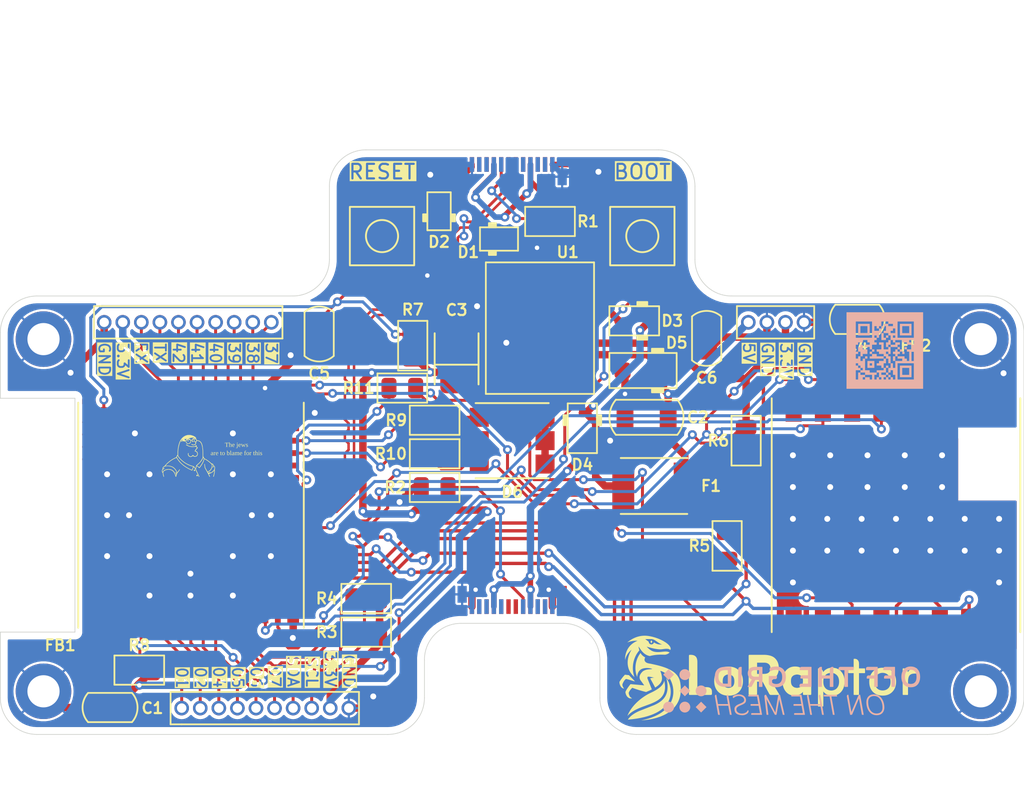
<source format=kicad_pcb>
(kicad_pcb (version 20240108) (generator "pcbnew") (generator_version "8.0")
  (title_block (title "LoRaptor") (rev "V1.0.0") (company "Smuggr"))
  (layers (0 "F.Cu" signal) (31 "B.Cu" signal) (34 "B.Paste" user) (35 "F.Paste" user) (36 "B.SilkS" user "B.Silkscreen") (37 "F.SilkS" user "F.Silkscreen") (38 "B.Mask" user) (39 "F.Mask" user) (44 "Edge.Cuts" user))
  (net 0 "")
  (net 1 "GND")
  (net 4 "+3.3V")
  (net 5 "+5V")
  (net 6 "/EN")
  (net 7 "/BOOT")
  (net 12 "5V_FUSE")
  (net 13 "Net-(D3-A)")
  (net 16 "Net-(D4-A)")
  (net 17 "/LORA_RESET")
  (net 20 "/RX")
  (net 22 "/RGB_R")
  (net 23 "/LORA_DIO1")
  (net 24 "/MOSI")
  (net 25 "/SDA")
  (net 27 "/GPIO41")
  (net 28 "/LORA_DIO4")
  (net 29 "/SCL")
  (net 30 "/LORA_DIO3")
  (net 31 "/TX")
  (net 32 "/GPIO42")
  (net 33 "/RGB_B")
  (net 34 "/LORA_CS")
  (net 36 "/SCK")
  (net 37 "/LORA_DIO5")
  (net 38 "/GPIO7")
  (net 39 "Net-(ESP1-3V3)")
  (net 40 "/RGB_G")
  (net 42 "/GPIO2")
  (net 43 "/GPIO1")
  (net 44 "/USB_D+")
  (net 45 "/GPIO40")
  (net 46 "/USB_D-")
  (net 47 "/MISO")
  (net 48 "/GPIO6")
  (net 49 "/LORA_DIO2")
  (net 50 "/GPIO39")
  (net 51 "/LORA_DIO0")
  (net 52 "Net-(RA-1-3.3V)")
  (net 53 "Net-(USB_C_PLUG1-CC)")
  (net 54 "Net-(USB_C_PORT1-CC)")
  (net 68 "Net-(D6-Pad4)")
  (net 69 "Net-(D6-Pad5)")
  (net 72 "/GPIO4")
  (net 73 "/GPIO5")
  (net 74 "/GPIO37")
  (net 75 "/GPIO38")
  (net 77 "Net-(D6-Pad6)")
  (footprint "kicad-headers-1.27mm:PinHeader_1x04_P1.27mm_Vertical" (layer "F.Cu") (at 201.15 61.8 90)
    (property "Reference" "J3" (hide yes))
    (property "Value" "PINHD_1x4_Male")
  )
  (footprint "PCM_Resistor_SMD_AKL:R_0805_2012Metric" (layer "F.Cu") (at 179.7 73.1 180)
    (property "Reference" "R2")
    (property "Value" "5.1k" (hide yes))
  )
  (footprint "kicad-mounting-holes:MountingHole_2.2mm_M2_DIN965_Pad_TopBottom" (layer "F.Cu") (at 152.95 62.95)
    (property "Reference" "H2" (hide yes))
    (property "Value" "M2")
  )
  (footprint "PCM_Resistor_SMD_AKL:R_0805_2012Metric" (layer "F.Cu") (at 187.5875 54.9)
    (property "Reference" "R1")
    (property "Value" "5.1k" (hide yes))
  )
  (footprint "PCM_Package_TO_SOT_SMD_AKL:SOT-223-3_TabPin2" (layer "F.Cu") (at 186.9 62.2 90)
    (property "Reference" "U1")
    (property "Value" "LDI1117-3.3H" (hide yes))
  )
  (footprint "PCM_Diode_SMD_AKL:D_SOD-323" (layer "F.Cu") (at 193.35 61.7 180)
    (property "Reference" "D3")
    (property "Value" "BAT60A" (hide yes))
  )
  (footprint "PCM_Diode_SMD_AKL:D_SOD-523" (layer "F.Cu") (at 184.1 56.1)
    (property "Reference" "D1")
    (property "Value" "PESD5V0S1UB.115" (hide yes))
  )
  (footprint "PCM_Diode_SMD_AKL:D_SOD-323" (layer "F.Cu") (at 189.8 69.05 -90)
    (property "Reference" "D4")
    (property "Value" "BAT60A" (hide yes))
  )
  (footprint "PCM_Resistor_SMD_AKL:R_0805_2012Metric" (layer "F.Cu") (at 177.4875 66.3)
    (property "Reference" "R11")
    (property "Value" "10" (hide yes))
  )
  (footprint "kicad-mounting-holes:MountingHole_2.2mm_M2_DIN965_Pad_TopBottom" (layer "F.Cu") (at 152.95 87.05)
    (property "Reference" "H1" (hide yes))
    (property "Value" "M2")
  )
  (footprint "PCM_Resistor_SMD_AKL:R_0805_2012Metric" (layer "F.Cu") (at 179.7 68.5)
    (property "Reference" "R9")
    (property "Value" "68" (hide yes))
  )
  (footprint "kicad-mounting-holes:MountingHole_2.2mm_M2_DIN965_Pad_TopBottom" (layer "F.Cu") (at 217.05 87.05)
    (property "Reference" "H4" (hide yes))
    (property "Value" "M2")
  )
  (footprint "MPZ2012S102ATD25:BEADC2012X105N" (layer "F.Cu") (at 156.3875 85.06 -90)
    (property "Reference" "FB1")
    (property "Value" "100MHz" (hide yes))
  )
  (footprint "PCM_Resistor_SMD_AKL:R_0805_2012Metric" (layer "F.Cu") (at 179.7 70.8)
    (property "Reference" "R10")
    (property "Value" "10" (hide yes))
  )
  (footprint "MPZ2012S102ATD25:BEADC2012X105N" (layer "F.Cu") (at 212.61 61.6 180)
    (property "Reference" "FB2")
    (property "Value" "100MHz")
  )
  (footprint "PCM_Capacitor_SMD_AKL:C_0805_2012Metric" (layer "F.Cu") (at 198.3 62.9 -90)
    (property "Reference" "C6")
    (property "Value" "100nF" (hide yes))
  )
  (footprint "PCM_Capacitor_SMD_AKL:C_0805_2012Metric" (layer "F.Cu") (at 157.5 88.16 180)
    (property "Reference" "C1")
    (property "Value" "100nF" (hide yes))
  )
  (footprint "ESP32-S3-MINI-1:XCVR_ESP32-S3-MINI-1-N8" (layer "F.Cu") (at 163.025 75 90)
    (property "Reference" "ESP1" (hide yes))
    (property "Value" "ESP32-S3-MINI-1-N8" (hide yes))
  )
  (footprint "105444-0001:MOLEX_1054440001" (layer "F.Cu") (at 185 82.255)
    (property "Reference" "USB_C_PORT1" (hide yes))
    (property "Value" "1054440001" (hide yes))
  )
  (footprint "kicad-headers-1.27mm:PinHeader_1x10_P1.27mm_Vertical" (layer "F.Cu") (at 168.53 61.8 -90)
    (property "Reference" "J2" (hide yes))
    (property "Value" "PINHD_1x10_Male")
  )
  (footprint "105444-0001:MOLEX_1054440001" (layer "F.Cu") (at 185 50 180)
    (property "Reference" "USB_C_PLUG1" (hide yes))
    (property "Value" "1054440001" (hide yes))
  )
  (footprint "1825910-6:SW_1825910-6-4" (layer "F.Cu") (at 193.9 55.9 -90)
    (property "Reference" "BOOT1" (hide yes))
    (property "Value" "1825910-6")
  )
  (footprint "kicad-mounting-holes:MountingHole_2.2mm_M2_DIN965_Pad_TopBottom" (layer "F.Cu") (at 217.05 62.95)
    (property "Reference" "H3" (hide yes))
    (property "Value" "M2")
  )
  (footprint "PCM_Capacitor_SMD_AKL:C_0805_2012Metric" (layer "F.Cu") (at 208.6 61.6 180)
    (property "Reference" "C4")
    (property "Value" "100nF" (hide yes))
  )
  (footprint "PCM_Diode_SMD_AKL:D_SOD-523" (layer "F.Cu") (at 180 54.2 90)
    (property "Reference" "D2")
    (property "Value" "PESD5V0S1UB.115" (hide yes))
  )
  (footprint "PCM_Resistor_SMD_AKL:R_0805_2012Metric" (layer "F.Cu") (at 175.0191 83 180)
    (property "Reference" "R3")
    (property "Value" "10k" (hide yes))
  )
  (footprint "PCM_Resistor_SMD_AKL:R_0805_2012Metric" (layer "F.Cu") (at 159.5 85.6 180)
    (property "Reference" "R8")
    (property "Value" "10k" (hide yes))
  )
  (footprint "T491B476K010AT:CAPPM3528X210N" (layer "F.Cu") (at 181.2 64.3 90)
    (property "Reference" "C3")
    (property "Value" "47uF" (hide yes))
  )
  (footprint "1825910-6:SW_1825910-6-4" (layer "F.Cu") (at 176.1 55.9 -90)
    (property "Reference" "RESET1" (hide yes))
    (property "Value" "1825910-6")
  )
  (footprint "PCM_Capacitor_SMD_AKL:C_1206_3216Metric" (layer "F.Cu") (at 194.192 68.3 180)
    (property "Reference" "C2")
    (property "Value" "10uF" (hide yes))
  )
  (footprint "PCM_Resistor_SMD_AKL:R_0805_2012Metric" (layer "F.Cu") (at 178.2 63.4 90)
    (property "Reference" "R7")
    (property "Value" "10k" (hide yes))
  )
  (footprint "LTST-G563ZEGBW:LED_LTST-G563ZEGBW" (layer "F.Cu") (at 185 69.9 180)
    (property "Reference" "D6")
    (property "Value" "LTST-G563ZEGBW" (hide yes))
  )
  (footprint "PCM_Resistor_SMD_AKL:R_0805_2012Metric" (layer "F.Cu") (at 201 69.9 -90)
    (property "Reference" "R6")
    (property "Value" "10k" (hide yes))
  )
  (footprint "PCM_Resistor_SMD_AKL:R_0805_2012Metric" (layer "F.Cu") (at 199.7 77.1 90)
    (property "Reference" "R5")
    (property "Value" "10k" (hide yes))
  )
  (footprint "PCM_Capacitor_SMD_AKL:C_0805_2012Metric" (layer "F.Cu") (at 171.8 62.6 -90)
    (property "Reference" "C5")
    (property "Value" "100nF" (hide yes))
  )
  (footprint "kicad-headers-1.27mm:PinHeader_1x10_P1.27mm_Vertical" (layer "F.Cu") (at 162.4 88.2 90)
    (property "Reference" "J1" (hide yes))
    (property "Value" "PINHD_1x10_Male")
  )
  (footprint "kicad-footprints-master:FUSER_MF-MSMF110" (layer "F.Cu") (at 194.7 73)
    (property "Reference" "F1")
    (property "Value" "MF-MSMF110")
  )
  (footprint "RA-02:MODULE_RA-02_LORA" (layer "F.Cu") (at 211.25 75 -90)
    (property "Reference" "RA-1" (hide yes))
    (property "Value" "RA-02_LORA" (hide yes))
  )
  (footprint "PCM_Diode_SMD_AKL:D_SOD-123F" (layer "F.Cu") (at 193.95 65.1 180)
    (property "Reference" "D5")
    (property "Value" "SMF5.0A" (hide yes))
  )
  (footprint "PCM_Resistor_SMD_AKL:R_0805_2012Metric" (layer "F.Cu") (at 175.0191 80.7)
    (property "Reference" "R4")
    (property "Value" "10k" (hide yes))
  )
  (gr_poly (pts (xy 195.327248 85.908718) (xy 195.697671 86.279135) (xy 196.068093 85.90872) (xy 195.697671 85.538301)) (stroke (width -0.000001)) (fill solid) (layer "B.SilkS"))
  (gr_poly (pts (xy 206.043081 87.286838) (xy 206.038375 87.287119) (xy 206.033824 87.287588) (xy 206.029429 87.288245) (xy 206.025188 87.289089) (xy 206.021102 87.290122) (xy 206.017172 87.291342) (xy 206.013396 87.29275) (xy 206.009775 87.294345) (xy 206.006309 87.296129) (xy 206.002997 87.2981) (xy 205.99984 87.30026) (xy 205.996838 87.302607) (xy 205.99399 87.305143) (xy 205.991297 87.307866) (xy 205.988758 87.310778) (xy 205.986373 87.313877) (xy 205.984142 87.317165) (xy 205.982066 87.320641) (xy 205.980144 87.324305) (xy 205.978376 87.328157) (xy 205.976762 87.332198) (xy 205.975302 87.336427) (xy 205.973996 87.340844) (xy 205.971846 87.350244) (xy 205.970311 87.360397) (xy 205.96939 87.371304) (xy 205.969083 87.382965) (xy 205.969083 87.400332) (xy 205.969099 87.401265) (xy 205.969146 87.402211) (xy 205.969221 87.403172) (xy 205.969323 87.404148) (xy 205.969599 87.406148) (xy 205.969957 87.408218) (xy 205.970381 87.410366) (xy 205.970854 87.412597) (xy 205.971881 87.417334) (xy 206.060503 87.923762) (xy 205.378992 87.923762) (xy 205.26794 87.303748) (xy 205.267925 87.302684) (xy 205.267882 87.301656) (xy 205.267809 87.300663) (xy 205.267707 87.299706) (xy 205.267576 87.298783) (xy 205.267417 87.297896) (xy 205.267228 87.297043) (xy 205.26701 87.296226) (xy 205.266763 87.295443) (xy 205.266487 87.294694) (xy 205.266182 87.293981) (xy 205.265848 87.293301) (xy 205.265485 87.292656) (xy 205.265093 87.292044) (xy 205.264673 87.291467) (xy 205.264223 87.290924) (xy 205.263744 87.290415) (xy 205.263237 87.289939) (xy 205.2627 87.289497) (xy 205.262135 87.289088) (xy 205.261541 87.288712) (xy 205.260918 87.28837) (xy 205.260266 87.288061) (xy 205.259586 87.287785) (xy 205.258876 87.287542) (xy 205.258138 87.287332) (xy 205.257371 87.287154) (xy 205.256575 87.287009) (xy 205.25575 87.286896) (xy 205.254897 87.286816) (xy 205.254015 87.286768) (xy 205.253104 87.286752) (xy 205.243373 87.286752) (xy 205.238798 87.286857) (xy 205.234338 87.287175) (xy 205.229993 87.287704) (xy 205.225763 87.288445) (xy 205.221648 87.289397) (xy 205.217648 87.290562) (xy 205.213764 87.291938) (xy 205.209995 87.293527) (xy 205.206342 87.295328) (xy 205.202804 87.297341) (xy 205.199383 87.299567) (xy 205.196077 87.302005) (xy 205.192888 87.304656) (xy 205.189815 87.307519) (xy 205.186858 87.310595) (xy 205.184018 87.313885) (xy 205.181332 87.317048) (xy 205.178815 87.320365) (xy 205.176466 87.323835) (xy 205.174286 87.327459) (xy 205.172277 87.331237) (xy 205.17044 87.335168) (xy 205.168773 87.339253) (xy 205.167279 87.343492) (xy 205.165959 87.347886) (xy 205.164812 87.352434) (xy 205.163839 87.357137) (xy 205.163042 87.361994) (xy 205.162421 87.367007) (xy 205.161976 87.372174) (xy 205.161709 87.377497) (xy 205.16162 87.382976) (xy 205.161636 87.383913) (xy 205.161683 87.384871) (xy 205.16186 87.386849) (xy 205.162136 87.388908) (xy 205.162494 87.391045) (xy 205.162918 87.39326) (xy 205.163391 87.395549) (xy 205.164418 87.400343) (xy 205.164434 87.401276) (xy 205.164481 87.402222) (xy 205.164557 87.403183) (xy 205.164659 87.404158) (xy 205.164935 87.406159) (xy 205.165293 87.408229) (xy 205.165716 87.410377) (xy 205.166189 87.412607) (xy 205.167217 87.417345) (xy 205.382089 88.64471) (xy 205.382442 88.646503) (xy 205.382872 88.64818) (xy 205.383116 88.648975) (xy 205.383379 88.649742) (xy 205.383662 88.65048) (xy 205.383963 88.651189) (xy 205.384284 88.65187) (xy 205.384623 88.652522) (xy 205.384982 88.653145) (xy 205.38536 88.653739) (xy 205.385758 88.654304) (xy 205.386174 88.65484) (xy 205.38661 88.655348) (xy 205.387064 88.655826) (xy 205.387538 88.656276) (xy 205.388031 88.656697) (xy 205.388542 88.657088) (xy 205.389073 88.657451) (xy 205.389623 88.657785) (xy 205.390192 88.65809) (xy 205.39078 88.658366) (xy 205.391387 88.658613) (xy 205.392013 88.658831) (xy 205.392658 88.65902) (xy 205.393322 88.65918) (xy 205.394005 88.659311) (xy 205.394707 88.659413) (xy 205.395427 88.659486) (xy 205.396167 88.659529) (xy 205.396926 88.659544) (xy 205.495683 88.659544) (xy 205.496819 88.659506) (xy 205.497362 88.65946) (xy 205.497889 88.659394) (xy 205.4984 88.65931) (xy 205.498894 88.659206) (xy 205.499371 88.659084) (xy 205.499831 88.658943) (xy 205.500274 88.658783) (xy 205.5007 88.658604) (xy 205.501108 88.658406) (xy 205.501499 88.658189) (xy 205.501872 88.657953) (xy 205.502227 88.657697) (xy 205.502565 88.657422) (xy 205.502884 88.657129) (xy 205.503185 88.656815) (xy 205.503468 88.656483) (xy 205.503732 88.656131) (xy 205.503977 88.65576) (xy 205.504204 88.655369) (xy 205.504411 88.654959) (xy 205.5046 88.654529) (xy 205.504769 88.65408) (xy 205.504919 88.653611) (xy 205.50505 88.653123) (xy 205.50516 88.652615) (xy 205.505251 88.652087) (xy 205.505322 88.65154) (xy 205.505373 88.650973) (xy 205.505404 88.650385) (xy 205.505414 88.649779) (xy 205.505414 88.64474) (xy 205.399425 88.037386) (xy 206.080936 88.037386) (xy 206.189456 88.64474) (xy 206.189809 88.646532) (xy 206.190237 88.648209) (xy 206.190479 88.649005) (xy 206.190741 88.649772) (xy 206.191021 88.65051) (xy 206.191321 88.651219) (xy 206.19164 88.651899) (xy 206.191977 88.652551) (xy 206.192334 88.653174) (xy 206.192711 88.653768) (xy 206.193106 88.654333) (xy 206.19352 88.654869) (xy 206.193954 88.655377) (xy 206.194407 88.655855) (xy 206.194879 88.656305) (xy 206.195371 88.656726) (xy 206.195882 88.657118) (xy 206.196412 88.657481) (xy 206.196962 88.657815) (xy 206.197531 88.65812) (xy 206.198119 88.658396) (xy 206.198727 88.658643) (xy 206.199354 88.658861) (xy 206.200001 88.65905) (xy 206.200667 88.65921) (xy 206.201353 88.65934) (xy 206.202059 88.659442) (xy 206.202784 88.659515) (xy 206.203528 88.659559) (xy 206.204292 88.659573) (xy 206.30304 88.659573) (xy 206.304249 88.659536) (xy 206.304825 88.659489) (xy 206.305383 88.659423) (xy 206.305923 88.659339) (xy 206.306443 88.659236) (xy 206.306945 88.659114) (xy 206.307428 88.658973) (xy 206.307892 88.658813) (xy 206.308337 88.658634) (xy 206.308763 88.658435) (xy 206.30917 88.658218) (xy 206.309558 88.657982) (xy 206.309926 88.657726) (xy 206.310275 88.657452) (xy 206.310605 88.657158) (xy 206.310915 88.656845) (xy 206.311206 88.656512) (xy 206.311477 88.65616) (xy 206.311728 88.655789) (xy 206.31196 88.655398) (xy 206.312172 88.654988) (xy 206.312364 88.654559) (xy 206.312536 88.65411) (xy 206.312688 88.653641) (xy 206.31282 88.653152) (xy 206.312932 88.652644) (xy 206.313023 88.652117) (xy 206.313095 88.651569) (xy 206.313146 88.651002) (xy 206.313177 88.650415) (xy 206.313187 88.649808) (xy 206.313187 88.644769) (xy 206.075884 87.303818) (xy 206.075531 87.301725) (xy 206.075325 87.300731) (xy 206.075101 87.299773) (xy 206.074857 87.298851) (xy 206.074594 87.297963) (xy 206.074312 87.29711) (xy 206.07401 87.296292) (xy 206.07369 87.295509) (xy 206.07335 87.29476) (xy 206.072991 87.294046) (xy 206.072613 87.293366) (xy 206.072215 87.292721) (xy 206.071799 87.29211) (xy 206.071364 87.291532) (xy 206.070909 87.290989) (xy 206.070435 87.290479) (xy 206.069943 87.290003) (xy 206.069431 87.289561) (xy 206.0689 87.289152) (xy 206.06835 87.288777) (xy 206.067781 87.288435) (xy 206.067193 87.288125) (xy 206.066586 87.287849) (xy 206.06596 87.287606) (xy 206.065315 87.287396) (xy 206.064651 87.287218) (xy 206.063968 87.287073) (xy 206.063267 87.28696) (xy 206.062546 87.28688) (xy 206.061806 87.286832) (xy 206.061048 87.286816) (xy 206.047942 87.286744)) (stroke (width -0.000001)) (fill solid) (layer "B.SilkS"))
  (gr_poly (pts (xy 211.51625 63.809092) (xy 211.675 63.809092) (xy 211.675 63.666232) (xy 211.674979 63.665415) (xy 211.674918 63.664609) (xy 211.674817 63.663814) (xy 211.674677 63.663032) (xy 211.674499 63.662264) (xy 211.674285 63.66151) (xy 211.674035 63.660772) (xy 211.67375 63.660051) (xy 211.673432 63.659347) (xy 211.67308 63.658662) (xy 211.672697 63.657997) (xy 211.672284 63.657352) (xy 211.671841 63.656729) (xy 211.671369 63.656128) (xy 211.670869 63.655552) (xy 211.670342 63.654999) (xy 211.66979 63.654473) (xy 211.669214 63.653973) (xy 211.668613 63.653501) (xy 211.66799 63.653058) (xy 211.667345 63.652645) (xy 211.66668 63.652262) (xy 211.665995 63.65191) (xy 211.665291 63.651592) (xy 211.66457 63.651307) (xy 211.663832 63.651057) (xy 211.663078 63.650843) (xy 211.662309 63.650665) (xy 211.661527 63.650525) (xy 211.660733 63.650424) (xy 211.659927 63.650363) (xy 211.65911 63.650342) (xy 211.51625 63.650342)) (stroke (width -0.000001)) (fill solid) (layer "B.SilkS"))
  (gr_poly (pts (xy 201.613513 85.377218) (xy 201.581642 85.377699) (xy 201.550854 85.379142) (xy 201.521149 85.381548) (xy 201.492525 85.384916) (xy 201.464983 85.389248) (xy 201.438523 85.394543) (xy 201.413144 85.400802) (xy 201.388845 85.408026) (xy 201.365627 85.416214) (xy 201.343489 85.425367) (xy 201.322431 85.435485) (xy 201.302453 85.446569) (xy 201.283553 85.458619) (xy 201.265733 85.471636) (xy 201.248991 85.485619) (xy 201.233328 85.50057) (xy 201.218681 85.515995) (xy 201.204983 85.532022) (xy 201.192232 85.548649) (xy 201.180428 85.565876) (xy 201.16957 85.583702) (xy 201.159659 85.602128) (xy 201.150694 85.621153) (xy 201.142674 85.640776) (xy 201.135599 85.660997) (xy 201.129469 85.681816) (xy 201.124283 85.703232) (xy 201.120041 85.725245) (xy 201.116742 85.747854) (xy 201.114386 85.77106) (xy 201.112973 85.794861) (xy 201.112502 85.819258) (xy 201.112799 85.83852) (xy 201.113689 85.857411) (xy 201.115173 85.875934) (xy 201.117252 85.894087) (xy 201.119926 85.911872) (xy 201.123197 85.929289) (xy 201.127064 85.946339) (xy 201.131528 85.963021) (xy 201.136591 85.979337) (xy 201.142252 85.995287) (xy 201.148513 86.010871) (xy 201.155374 86.02609) (xy 201.162835 86.040945) (xy 201.170898 86.055435) (xy 201.179562 86.069562) (xy 201.18883 86.083325) (xy 201.198293 86.096676) (xy 201.208162 86.109564) (xy 201.218436 86.12199) (xy 201.229116 86.133954) (xy 201.240201 86.145455) (xy 201.251691 86.156493) (xy 201.263586 86.167068) (xy 201.275887 86.17718) (xy 201.288592 86.18683) (xy 201.301703 86.196016) (xy 201.315218 86.204739) (xy 201.329138 86.212999) (xy 201.343463 86.220795) (xy 201.358193 86.228128) (xy 201.373327 86.234998) (xy 201.388867 86.241404) (xy 201.102366 86.722872) (xy 201.10175 86.724108) (xy 201.101216 86.725346) (xy 201.100765 86.726588) (xy 201.100395 86.727831) (xy 201.100108 86.729077) (xy 201.099903 86.730323) (xy 201.099779 86.731571) (xy 201.099738 86.732819) (xy 201.099779 86.734067) (xy 201.099903 86.735315) (xy 201.100108 86.736562) (xy 201.100395 86.737807) (xy 201.100765 86.739051) (xy 201.101216 86.740292) (xy 201.10175 86.741531) (xy 201.102366 86.742766) (xy 201.102718 86.743658) (xy 201.103146 86.74449) (xy 201.10365 86.745261) (xy 201.104231 86.745972) (xy 201.104887 86.746624) (xy 201.10562 86.747217) (xy 201.10643 86.747751) (xy 201.107317 86.748227) (xy 201.108281 86.748646) (xy 201.109322 86.749007) (xy 201.11044 86.749311) (xy 201.111637 86.749559) (xy 201.112911 86.749752) (xy 201.114263 86.749888) (xy 201.115693 86.74997) (xy 201.117202 86.749997) (xy 201.324833 86.749997) (xy 201.329681 86.749885) (xy 201.334355 86.749548) (xy 201.336627 86.749295) (xy 201.338856 86.748986) (xy 201.341041 86.74862) (xy 201.343183 86.748197) (xy 201.345281 86.747717) (xy 201.347336 86.74718) (xy 201.349348 86.746586) (xy 201.351317 86.745935) (xy 201.353242 86.745226) (xy 201.355124 86.74446) (xy 201.356962 86.743636) (xy 201.358758 86.742755) (xy 201.36051 86.741815) (xy 201.362218 86.740818) (xy 201.363884 86.739762) (xy 201.365506 86.738648) (xy 201.367085 86.737476) (xy 201.368621 86.736246) (xy 201.370114 86.734956) (xy 201.371563 86.733608) (xy 201.372969 86.732202) (xy 201.374332 86.730736) (xy 201.375652 86.729211) (xy 201.376928 86.727627) (xy 201.378162 86.725984) (xy 201.379352 86.724281) (xy 201.380499 86.722518) (xy 201.381603 86.720696) (xy 201.628306 86.273591) (xy 201.87284 86.273591) (xy 201.87284 86.722867) (xy 201.872867 86.724538) (xy 201.872946 86.726156) (xy 201.873079 86.727721) (xy 201.873264 86.729232) (xy 201.873502 86.730691) (xy 201.873794 86.732096) (xy 201.874138 86.733448) (xy 201.874535 86.734747) (xy 201.874986 86.735992) (xy 201.875489 86.737185) (xy 201.876046 86.738324) (xy 201.876655 86.739411) (xy 201.877318 86.740444) (xy 201.878033 86.741424) (xy 201.878802 86.742351) (xy 201.879624 86.743225) (xy 201.880499 86.744046) (xy 201.881427 86.744813) (xy 201.882408 86.745528) (xy 201.883443 86.74619) (xy 201.88453 86.746799) (xy 201.885671 86.747354) (xy 201.886864 86.747857) (xy 201.888111 86.748307) (xy 201.889412 86.748704) (xy 201.890765 86.749048) (xy 201.892171 86.749339) (xy 201.893631 86.749577) (xy 201.895144 86.749762) (xy 201.89671 86.749894) (xy 201.89833 86.749973) (xy 201.900002 86.75) (xy 202.087745 86.75) (xy 202.089419 86.749973) (xy 202.091039 86.749894) (xy 202.092606 86.749762) (xy 202.094119 86.749577) (xy 202.09558 86.749339) (xy 202.096986 86.749048) (xy 202.09834 86.748704) (xy 202.09964 86.748307) (xy 202.100888 86.747857) (xy 202.102081 86.747354) (xy 202.103222 86.746799) (xy 202.104309 86.74619) (xy 202.105344 86.745528) (xy 202.106325 86.744813) (xy 202.107253 86.744046) (xy 202.108127 86.743225) (xy 202.108949 86.742351) (xy 202.109717 86.741424) (xy 202.110433 86.740444) (xy 202.111095 86.739411) (xy 202.111704 86.738324) (xy 202.11226 86.737185) (xy 202.112763 86.735992) (xy 202.113214 86.734747) (xy 202.113611 86.733448) (xy 202.113955 86.732096) (xy 202.114246 86.730691) (xy 202.114484 86.729232) (xy 202.114669 86.727721) (xy 202.114801 86.726156) (xy 202.114881 86.724538) (xy 202.114907 86.722867) (xy 202.114907 86.051124) (xy 201.872872 86.051124) (xy 201.593977 86.051124) (xy 201.581736 86.050933) (xy 201.569708 86.050361) (xy 201.557893 86.049406) (xy 201.54629 86.048068) (xy 201.534899 86.046346) (xy 201.52372 86.044241) (xy 201.512754 86.04175) (xy 201.502 86.038874) (xy 201.491458 86.035613) (xy 201.481128 86.031965) (xy 201.471011 86.02793) (xy 201.461105 86.023507) (xy 201.451411 86.018696) (xy 201.44193 86.013496) (xy 201.43266 86.007907) (xy 201.423602 86.001928) (xy 201.414927 85.995138) (xy 201.406813 85.987732) (xy 201.399258 85.979709) (xy 201.392263 85.97107) (xy 201.385828 85.961814) (xy 201.379952 85.951942) (xy 201.374636 85.941452) (xy 201.369879 85.930346) (xy 201.365683 85.918622) (xy 201.362046 85.90628) (xy 201.358968 85.893321) (xy 201.35645 85.879744) (xy 201.354492 85.865548) (xy 201.353093 85.850735) (xy 201.352254 85.835303) (xy 201.351974 85.819252) (xy 201.352233 85.806181) (xy 201.353011 85.793512) (xy 201.354307 85.781247) (xy 201.356123 85.769386) (xy 201.358459 85.757928) (xy 201.361314 85.746875) (xy 201.364689 85.736227) (xy 201.368586 85.725983) (xy 201.373003 85.716144) (xy 201.377941 85.706711) (xy 201.383401 85.697684) (xy 201.389384 85.689063) (xy 201.395888 85.680848) (xy 201.402915 85.673039) (xy 201.410465 85.665637) (xy 201.418539 85.658643) (xy 201.427027 85.652065) (xy 201.435825 85.645913) (xy 201.444933 85.640186) (xy 201.45435 85.634885) (xy 201.464076 85.63001) (xy 201.474112 85.625559) (xy 201.484457 85.621533) (xy 201.495111 85.617932) (xy 201.506073 85.614755) (xy 201.517344 85.612003) (xy 201.528924 85.609674) (xy 201.540812 85.60777) (xy 201.553008 85.606289) (xy 201.565513 85.605231) (xy 201.578325 85.604596) (xy 201.591445 85.604385) (xy 201.872872 85.604385) (xy 201.872872 86.051124) (xy 202.114907 86.051124) (xy 202.114907 85.406875) (xy 202.114881 85.405052) (xy 202.114801 85.403286) (xy 202.114669 85.401579) (xy 202.114483 85.399929) (xy 202.114245 85.398337) (xy 202.113954 85.396802) (xy 202.113609 85.395326) (xy 202.113212 85.393907) (xy 202.112762 85.392546) (xy 202.112258 85.391243) (xy 202.111702 85.389997) (xy 202.111092 85.38881) (xy 202.11043 85.38768) (xy 202.109714 85.386608) (xy 202.108945 85.385594) (xy 202.108123 85.384638) (xy 202.107248 85.383739) (xy 202.10632 85.382899) (xy 202.105339 85.382116) (xy 202.104305 85.381392) (xy 202.103217 85.380725) (xy 202.102077 85.380116) (xy 202.100883 85.379565) (xy 202.099636 85.379072) (xy 202.098336 85.378637) (xy 202.096983 85.37826) (xy 202.095576 85.377941) (xy 202.094116 85.37768) (xy 202.092603 85.377477) (xy 202.091037 85.377332) (xy 202.089418 85.377245) (xy 202.087745 85.377216)) (stroke (width -0.000001)) (fill solid) (layer "B.SilkS"))
  (gr_poly (pts (xy 209.308824 64.444113) (xy 209.308017 64.444174) (xy 209.307223 64.444275) (xy 209.306441 64.444415) (xy 209.305672 64.444593) (xy 209.304919 64.444807) (xy 209.304181 64.445057) (xy 209.303459 64.445342) (xy 209.302755 64.44566) (xy 209.30207 64.446012) (xy 209.301405 64.446394) (xy 209.30076 64.446808) (xy 209.300137 64.447251) (xy 209.299537 64.447723) (xy 209.29896 64.448223) (xy 209.298408 64.448749) (xy 209.297881 64.449301) (xy 209.297382 64.449878) (xy 209.29691 64.450479) (xy 209.296466 64.451102) (xy 209.296053 64.451746) (xy 209.29567 64.452412) (xy 209.295319 64.453097) (xy 209.295 64.453801) (xy 209.294716 64.454522) (xy 209.294465 64.45526) (xy 209.294251 64.456014) (xy 209.294073 64.456782) (xy 209.293934 64.457564) (xy 209.293832 64.458359) (xy 209.293771 64.459165) (xy 209.29375 64.459982) (xy 209.29375 64.904451) (xy 209.293771 64.905268) (xy 209.293832 64.906075) (xy 209.293934 64.906869) (xy 209.294073 64.907651) (xy 209.294251 64.90842) (xy 209.294465 64.909173) (xy 209.294716 64.909911) (xy 209.295 64.910633) (xy 209.295319 64.911337) (xy 209.29567 64.912022) (xy 209.296053 64.912687) (xy 209.296466 64.913332) (xy 209.29691 64.913955) (xy 209.297382 64.914555) (xy 209.297881 64.915132) (xy 209.298408 64.915684) (xy 209.29896 64.916211) (xy 209.299537 64.91671) (xy 209.300137 64.917182) (xy 209.30076 64.917626) (xy 209.301405 64.918039) (xy 209.30207 64.918422) (xy 209.302755 64.918773) (xy 209.303459 64.919092) (xy 209.304181 64.919376) (xy 209.304919 64.919627) (xy 209.305672 64.919841) (xy 209.306441 64.920019) (xy 209.307223 64.920158) (xy 209.308017 64.92026) (xy 209.308824 64.920321) (xy 209.309641 64.920342) (xy 209.75411 64.920342) (xy 209.754927 64.920321) (xy 209.755733 64.92026) (xy 209.756528 64.920158) (xy 209.75731 64.920019) (xy 209.758078 64.919841) (xy 209.758832 64.919627) (xy 209.75957 64.919376) (xy 209.760291 64.919092) (xy 209.760995 64.918773) (xy 209.76168 64.918422) (xy 209.762346 64.918039) (xy 209.76299 64.917626) (xy 209.763613 64.917182) (xy 209.764214 64.91671) (xy 209.764791 64.916211) (xy 209.765343 64.915684) (xy 209.765869 64.915132) (xy 209.766369 64.914555) (xy 209.766841 64.913955) (xy 209.767284 64.913332) (xy 209.767698 64.912687) (xy 209.76808 64.912022) (xy 209.768432 64.911337) (xy 209.76875 64.910633) (xy 209.769035 64.909911) (xy 209.769285 64.909173) (xy 209.769499 64.90842) (xy 209.769677 64.907651) (xy 209.769817 64.906869) (xy 209.769918 64.906075) (xy 209.769979 64.905268) (xy 209.77 64.904451) (xy 209.77 64.618732) (xy 209.61125 64.618732) (xy 209.61125 64.745701) (xy 209.61123 64.746518) (xy 209.611168 64.747325) (xy 209.611067 64.748119) (xy 209.610927 64.748901) (xy 209.610749 64.74967) (xy 209.610535 64.750423) (xy 209.610285 64.751161) (xy 209.61 64.751883) (xy 209.609682 64.752587) (xy 209.609331 64.753272) (xy 209.608948 64.753937) (xy 209.608534 64.754582) (xy 209.608091 64.755205) (xy 209.607619 64.755805) (xy 209.607119 64.756382) (xy 209.606593 64.756934) (xy 209.606041 64.757461) (xy 209.605464 64.75796) (xy 209.604863 64.758432) (xy 209.60424 64.758876) (xy 209.603595 64.759289) (xy 209.60293 64.759672) (xy 209.602245 64.760023) (xy 209.601541 64.760342) (xy 209.60082 64.760627) (xy 209.600082 64.760877) (xy 209.599328 64.761091) (xy 209.59856 64.761269) (xy 209.597777 64.761409) (xy 209.596983 64.76151) (xy 209.596177 64.761571) (xy 209.59536 64.761592) (xy 209.468391 64.761592) (xy 209.467574 64.761571) (xy 209.466767 64.76151) (xy 209.465973 64.761409) (xy 209.465191 64.761269) (xy 209.464422 64.761091) (xy 209.463669 64.760877) (xy 209.462931 64.760627) (xy 209.462209 64.760342) (xy 209.461505 64.760023) (xy 209.46082 64.759672) (xy 209.460155 64.759289) (xy 209.45951 64.758876) (xy 209.458887 64.758432) (xy 209.458287 64.75796) (xy 209.45771 64.757461) (xy 209.457158 64.756934) (xy 209.456631 64.756382) (xy 209.456132 64.755805) (xy 209.45566 64.755205) (xy 209.455216 64.754582) (xy 209.454803 64.753937) (xy 209.45442 64.753272) (xy 209.454069 64.752587) (xy 209.45375 64.751883) (xy 209.453465 64.751161) (xy 209.453215 64.750423) (xy 209.453001 64.74967) (xy 209.452823 64.748901) (xy 209.452683 64.748119) (xy 209.452582 64.747325) (xy 209.452521 64.746518) (xy 209.4525 64.745701) (xy 209.4525 64.618732) (xy 209.452521 64.617915) (xy 209.452582 64.617109) (xy 209.452683 64.616315) (xy 209.452823 64.615532) (xy 209.453001 64.614764) (xy 209.453215 64.61401) (xy 209.453465 64.613272) (xy 209.45375 64.612551) (xy 209.454069 64.611847) (xy 209.45442 64.611162) (xy 209.454803 64.610497) (xy 209.455216 64.609852) (xy 209.45566 64.609229) (xy 209.456132 64.608628) (xy 209.456631 64.608051) (xy 209.457158 64.607499) (xy 209.45771 64.606973) (xy 209.458287 64.606473) (xy 209.458887 64.606001) (xy 209.45951 64.605558) (xy 209.460155 64.605144) (xy 209.46082 64.604761) (xy 209.461505 64.60441) (xy 209.462209 64.604092) (xy 209.462931 64.603807) (xy 209.463669 64.603557) (xy 209.464422 64.603343) (xy 209.465191 64.603165) (xy 209.465973 64.603025) (xy 209.466767 64.602924) (xy 209.467574 64.602862) (xy 209.468391 64.602842) (xy 209.59536 64.602842) (xy 209.596177 64.602862) (xy 209.596983 64.602924) (xy 209.597777 64.603025) (xy 209.59856 64.603165) (xy 209.599328 64.603343) (xy 209.600082 64.603557) (xy 209.60082 64.603807) (xy 209.601541 64.604092) (xy 209.602245 64.60441) (xy 209.60293 64.604761) (xy 209.603595 64.605144) (xy 209.60424 64.605558) (xy 209.604863 64.606001) (xy 209.605464 64.606473) (xy 209.606041 64.606973) (xy 209.606593 64.607499) (xy 209.607119 64.608051) (xy 209.607619 64.608628) (xy 209.608091 64.609229) (xy 209.608534 64.609852) (xy 209.608948 64.610497) (xy 209.609331 64.611162) (xy 209.609682 64.611847) (xy 209.61 64.612551) (xy 209.610285 64.613272) (xy 209.610535 64.61401) (xy 209.610749 64.614764) (xy 209.610927 64.615532) (xy 209.611067 64.616315) (xy 209.611168 64.617109) (xy 209.61123 64.617915) (xy 209.61125 64.618732) (xy 209.77 64.618732) (xy 209.77 64.459982) (xy 209.769979 64.459165) (xy 209.769918 64.458359) (xy 209.769817 64.457564) (xy 209.769677 64.456782) (xy 209.769499 64.456014) (xy 209.769285 64.45526) (xy 209.769035 64.454522) (xy 209.76875 64.453801) (xy 209.768432 64.453097) (xy 209.76808 64.452412) (xy 209.767698 64.451746) (xy 209.767284 64.451102) (xy 209.766841 64.450479) (xy 209.766369 64.449878) (xy 209.765869 64.449301) (xy 209.765343 64.448749) (xy 209.764791 64.448223) (xy 209.764214 64.447723) (xy 209.763613 64.447251) (xy 209.76299 64.446808) (xy 209.762346 64.446394) (xy 209.76168 64.446012) (xy 209.760995 64.44566) (xy 209.760291 64.445342) (xy 209.75957 64.445057) (xy 209.758832 64.444807) (xy 209.758078 64.444593) (xy 209.75731 64.444415) (xy 209.756528 64.444275) (xy 209.755733 64.444174) (xy 209.754927 64.444113) (xy 209.75411 64.444092) (xy 209.309641 64.444092)) (stroke (width -0.000001)) (fill solid) (layer "B.SilkS"))
  (gr_poly (pts (xy 196.78994 87.761287) (xy 196.771193 87.762724) (xy 196.752711 87.765091) (xy 196.734517 87.768363) (xy 196.716635 87.772516) (xy 196.699089 87.777528) (xy 196.681903 87.783374) (xy 196.665099 87.790031) (xy 196.648703 87.797474) (xy 196.632737 87.80568) (xy 196.617226 87.814626) (xy 196.602193 87.824287) (xy 196.587661 87.83464) (xy 196.573656 87.845661) (xy 196.5602 87.857326) (xy 196.547316 87.869612) (xy 196.53503 87.882495) (xy 196.523365 87.895951) (xy 196.512343 87.909957) (xy 196.50199 87.924488) (xy 196.492329 87.939521) (xy 196.483383 87.955032) (xy 196.475177 87.970997) (xy 196.467734 87.987393) (xy 196.461077 88.004197) (xy 196.455231 88.021383) (xy 196.450219 88.038929) (xy 196.446065 88.05681) (xy 196.442793 88.075004) (xy 196.440427 88.093486) (xy 196.438989 88.112232) (xy 196.438505 88.131219) (xy 196.438989 88.150207) (xy 196.440427 88.168953) (xy 196.442793 88.187435) (xy 196.446065 88.205628) (xy 196.450219 88.22351) (xy 196.455231 88.241056) (xy 196.461077 88.258242) (xy 196.467734 88.275045) (xy 196.475177 88.291442) (xy 196.483383 88.307407) (xy 196.492329 88.322918) (xy 196.50199 88.337951) (xy 196.512343 88.352482) (xy 196.523365 88.366488) (xy 196.53503 88.379944) (xy 196.547316 88.392826) (xy 196.5602 88.405112) (xy 196.573656 88.416778) (xy 196.587661 88.427799) (xy 196.602193 88.438152) (xy 196.617226 88.447813) (xy 196.632737 88.456759) (xy 196.648703 88.464965) (xy 196.665099 88.472408) (xy 196.681903 88.479065) (xy 196.699089 88.484911) (xy 196.716635 88.489922) (xy 196.734517 88.494076) (xy 196.752711 88.497348) (xy 196.771193 88.499715) (xy 196.78994 88.501152) (xy 196.808927 88.501636) (xy 196.827915 88.501152) (xy 196.846661 88.499715) (xy 196.865143 88.497348) (xy 196.883337 88.494076) (xy 196.901219 88.489922) (xy 196.918765 88.484911) (xy 196.935952 88.479065) (xy 196.952755 88.472408) (xy 196.969152 88.464965) (xy 196.985118 88.456759) (xy 197.000629 88.447813) (xy 197.015662 88.438152) (xy 197.030193 88.427799) (xy 197.044199 88.416778) (xy 197.057655 88.405112) (xy 197.070538 88.392826) (xy 197.082824 88.379944) (xy 197.09449 88.366488) (xy 197.105511 88.352482) (xy 197.115864 88.337951) (xy 197.125525 88.322918) (xy 197.134471 88.307407) (xy 197.142678 88.291442) (xy 197.150121 88.275045) (xy 197.156778 88.258242) (xy 197.162624 88.241056) (xy 197.167635 88.22351) (xy 197.171789 88.205628) (xy 197.175061 88.187435) (xy 197.177428 88.168953) (xy 197.178865 88.150207) (xy 197.17935 88.131219) (xy 197.178865 88.112232) (xy 197.177428 88.093486) (xy 197.175061 88.075004) (xy 197.171789 88.05681) (xy 197.167635 88.038929) (xy 197.162624 88.021383) (xy 197.156778 88.004197) (xy 197.150121 87.987393) (xy 197.142678 87.970997) (xy 197.134471 87.955032) (xy 197.125525 87.939521) (xy 197.115864 87.924488) (xy 197.105511 87.909957) (xy 197.09449 87.895951) (xy 197.082824 87.882495) (xy 197.070538 87.869612) (xy 197.057655 87.857326) (xy 197.044199 87.845661) (xy 197.030193 87.83464) (xy 197.015662 87.824287) (xy 197.000629 87.814626) (xy 196.985118 87.80568) (xy 196.969152 87.797474) (xy 196.952755 87.790031) (xy 196.935952 87.783374) (xy 196.918765 87.777528) (xy 196.901219 87.772516) (xy 196.883337 87.768363) (xy 196.865143 87.765091) (xy 196.846661 87.762724) (xy 196.827915 87.761287) (xy 196.808927 87.760802)) (stroke (width -0.000001)) (fill solid) (layer "B.SilkS"))
  (gr_poly (pts (xy 200.636176 85.377404) (xy 200.624716 85.377977) (xy 200.613642 85.378932) (xy 200.602953 85.38027) (xy 200.59265 85.381992) (xy 200.582732 85.384099) (xy 200.573201 85.38659) (xy 200.564055 85.389466) (xy 200.555294 85.392728) (xy 200.54692 85.396376) (xy 200.538931 85.400411) (xy 200.531329 85.404834) (xy 200.524112 85.409644) (xy 200.517281 85.414843) (xy 200.510836 85.420431) (xy 200.504777 85.426409) (xy 200.49879 85.432846) (xy 200.493196 85.439808) (xy 200.487992 85.447294) (xy 200.483178 85.455305) (xy 200.478753 85.46384) (xy 200.474717 85.472897) (xy 200.471069 85.482476) (xy 200.467808 85.492577) (xy 200.464933 85.503199) (xy 200.462445 85.514341) (xy 200.460341 85.526003) (xy 200.458621 85.538184) (xy 200.457284 85.550883) (xy 200.456331 85.564099) (xy 200.455759 85.577833) (xy 200.455569 85.592083) (xy 200.455569 86.722867) (xy 200.455595 86.724538) (xy 200.455675 86.726156) (xy 200.455807 86.727721) (xy 200.455992 86.729232) (xy 200.456231 86.730691) (xy 200.456522 86.732096) (xy 200.456867 86.733448) (xy 200.457264 86.734747) (xy 200.457714 86.735992) (xy 200.458218 86.737185) (xy 200.458774 86.738324) (xy 200.459384 86.739411) (xy 200.460046 86.740444) (xy 200.460762 86.741424) (xy 200.461531 86.742351) (xy 200.462353 86.743225) (xy 200.463228 86.744046) (xy 200.464156 86.744813) (xy 200.465137 86.745528) (xy 200.466171 86.74619) (xy 200.467259 86.746799) (xy 200.468399 86.747354) (xy 200.469593 86.747857) (xy 200.47084 86.748307) (xy 200.47214 86.748704) (xy 200.473493 86.749048) (xy 200.4749 86.749339) (xy 200.47636 86.749577) (xy 200.477873 86.749762) (xy 200.479439 86.749894) (xy 200.481058 86.749973) (xy 200.482731 86.75) (xy 200.670474 86.75) (xy 200.67214 86.749973) (xy 200.673754 86.749894) (xy 200.675315 86.749762) (xy 200.676823 86.749577) (xy 200.678278 86.749339) (xy 200.67968 86.749048) (xy 200.68103 86.748704) (xy 200.682326 86.748307) (xy 200.683569 86.747857) (xy 200.68476 86.747354) (xy 200.685897 86.746799) (xy 200.686982 86.74619) (xy 200.688013 86.745528) (xy 200.688992 86.744813) (xy 200.689918 86.744046) (xy 200.69079 86.743225) (xy 200.69161 86.742351) (xy 200.692377 86.741424) (xy 200.693092 86.740444) (xy 200.693753 86.739411) (xy 200.694361 86.738324) (xy 200.694916 86.737185) (xy 200.695419 86.735992) (xy 200.695869 86.734747) (xy 200.696265 86.733448) (xy 200.696609 86.732096) (xy 200.6969 86.730691) (xy 200.697138 86.729232) (xy 200.697323 86.727721) (xy 200.697455 86.726156) (xy 200.697535 86.724538) (xy 200.697561 86.722867) (xy 200.697561 85.406875) (xy 200.697535 85.405052) (xy 200.697456 85.403286) (xy 200.697325 85.401579) (xy 200.697141 85.399929) (xy 200.696904 85.398337) (xy 200.696614 85.396802) (xy 200.696272 85.395326) (xy 200.695878 85.393907) (xy 200.69543 85.392546) (xy 200.694929 85.391243) (xy 200.694376 85.389997) (xy 200.69377 85.38881) (xy 200.69311 85.38768) (xy 200.692398 85.386608) (xy 200.691633 85.385594) (xy 200.690815 85.384638) (xy 200.689943 85.383739) (xy 200.689018 85.382899) (xy 200.688041 85.382116) (xy 200.68701 85.381392) (xy 200.685925 85.380725) (xy 200.684788 85.380116) (xy 200.683597 85.379565) (xy 200.682353 85.379072) (xy 200.681055 85.378637) (xy 200.679704 85.37826) (xy 200.6783 85.377941) (xy 200.676842 85.37768) (xy 200.67533 85.377477) (xy 200.673765 85.377332) (xy 200.672146 85.377245) (xy 200.670474 85.377216) (xy 200.648022 85.377213)) (stroke (width -0.000001)) (fill solid) (layer "B.SilkS"))
  (gr_poly (pts (xy 196.438505 87.019969) (xy 196.808927 87.390386) (xy 197.17935 87.019969) (xy 196.808927 86.649552)) (stroke (width -0.000001)) (fill solid) (layer "B.SilkS"))
  (gr_poly (pts (xy 199.561364 85.377218) (xy 199.526409 85.377749) (xy 199.491924 85.379346) (xy 199.457908 85.382013) (xy 199.424358 85.385755) (xy 199.391271 85.390578) (xy 199.358645 85.396487) (xy 199.326476 85.403486) (xy 199.294763 85.411581) (xy 199.279128 85.416076) (xy 199.263708 85.420918) (xy 199.248501 85.426107) (xy 199.233508 85.431643) (xy 199.218728 85.437527) (xy 199.204161 85.443757) (xy 199.189806 85.450335) (xy 199.175664 85.45726) (xy 199.161733 85.464533) (xy 199.148014 85.472152) (xy 199.134506 85.480119) (xy 199.12121 85.488434) (xy 199.108124 85.497096) (xy 199.095248 85.506105) (xy 199.082583 85.515461) (xy 199.070127 85.525166) (xy 199.057955 85.534939) (xy 199.046131 85.54512) (xy 199.034655 85.555709) (xy 199.023527 85.566705) (xy 199.012747 85.578108) (xy 199.002315 85.589918) (xy 198.992231 85.602133) (xy 198.982495 85.614753) (xy 198.973106 85.627779) (xy 198.964065 85.64121) (xy 198.955371 85.655045) (xy 198.947025 85.669284) (xy 198.939025 85.683926) (xy 198.931373 85.698972) (xy 198.924068 85.71442) (xy 198.917109 85.73027) (xy 198.91023 85.746544) (xy 198.903795 85.763261) (xy 198.897805 85.780421) (xy 198.89226 85.798026) (xy 198.887159 85.816075) (xy 198.882502 85.834567) (xy 198.878289 85.853503) (xy 198.874521 85.872883) (xy 198.871196 85.892706) (xy 198.868315 85.912973) (xy 198.865877 85.933684) (xy 198.863883 85.954839) (xy 198.862332 85.976437) (xy 198.861225 85.998479) (xy 198.860339 86.043894) (xy 198.860683 86.074407) (xy 198.861715 86.104207) (xy 198.863437 86.133295) (xy 198.86585 86.16167) (xy 198.868953 86.189333) (xy 198.872749 86.216283) (xy 198.877238 86.24252) (xy 198.882421 86.268042) (xy 198.888298 86.292852) (xy 198.894871 86.316947) (xy 198.902141 86.340327) (xy 198.910109 86.362993) (xy 198.918774 86.384944) (xy 198.928139 86.40618) (xy 198.938205 86.426701) (xy 198.948971 86.446506) (xy 198.960077 86.465635) (xy 198.971784 86.484128) (xy 198.984093 86.501986) (xy 198.997002 86.519207) (xy 199.010512 86.535793) (xy 199.024621 86.551742) (xy 199.039329 86.567055) (xy 199.054636 86.581731) (xy 199.07054 86.59577) (xy 199.087042 86.609173) (xy 199.104141 86.621938) (xy 199.121836 86.634067) (xy 199.140127 86.645558) (xy 199.159013 86.656412) (xy 199.178493 86.666628) (xy 199.198568 86.676206) (xy 199.218872 86.685175) (xy 199.239657 86.693558) (xy 199.260925 86.701358) (xy 199.282673 86.708574) (xy 199.304904 86.715208) (xy 199.327617 86.721261) (xy 199.350812 86.726733) (xy 199.374489 86.731625) (xy 199.398649 86.735939) (xy 199.423291 86.739675) (xy 199.448416 86.742833) (xy 199.474024 86.745415) (xy 199.500114 86.747422) (xy 199.526688 86.748855) (xy 199.553744 86.749714) (xy 199.581284 86.75) (xy 199.961469 86.75) (xy 199.963144 86.749973) (xy 199.964767 86.749894) (xy 199.966339 86.749762) (xy 199.967859 86.749577) (xy 199.969327 86.749339) (xy 199.970743 86.749048) (xy 199.972108 86.748704) (xy 199.97342 86.748307) (xy 199.97468 86.747857) (xy 199.975888 86.747354) (xy 199.977043 86.746799) (xy 199.978145 86.74619) (xy 199.979195 86.745528) (xy 199.980192 86.744813) (xy 199.981137 86.744046) (xy 199.982028 86.743225) (xy 199.982866 86.742351) (xy 199.983651 86.741424) (xy 199.984382 86.740444) (xy 199.98506 86.739411) (xy 199.985685 86.738324) (xy 199.986255 86.737185) (xy 199.986772 86.735992) (xy 199.987235 86.734747) (xy 199.987644 86.733448) (xy 199.987999 86.732096) (xy 199.9883 86.730691) (xy 199.988546 86.729232) (xy 199.988737 86.727721) (xy 199.988874 86.726156) (xy 199.988957 86.724538) (xy 199.988984 86.722867) (xy 199.988984 86.525365) (xy 199.746597 86.525365) (xy 199.556686 86.525365) (xy 199.530514 86.524911) (xy 199.505094 86.523549) (xy 199.480427 86.521279) (xy 199.456512 86.518102) (xy 199.43335 86.514017) (xy 199.41094 86.509026) (xy 199.389282 86.503127) (xy 199.368377 86.496321) (xy 199.348224 86.488609) (xy 199.328824 86.47999) (xy 199.310177 86.470464) (xy 199.292282 86.460033) (xy 199.27514 86.448695) (xy 199.25875 86.436451) (xy 199.243114 86.423302) (xy 199.22823 86.409247) (xy 199.213873 86.393957) (xy 199.200441 86.37772) (xy 199.187934 86.360538) (xy 199.17635 86.342409) (xy 199.165692 86.323334) (xy 199.155959 86.303314) (xy 199.147152 86.282348) (xy 199.13927 86.260437) (xy 199.132315 86.237581) (xy 199.126286 86.213779) (xy 199.121184 86.189032) (xy 199.117008 86.163341) (xy 199.11376 86.136704) (xy 199.11144 86.109123) (xy 199.110048 86.080598) (xy 199.109583 86.051128) (xy 199.110048 86.020542) (xy 199.11144 85.991137) (xy 199.113761 85.962912) (xy 199.11701 85.935867) (xy 199.121186 85.910001) (xy 199.126289 85.885314) (xy 199.132318 85.861805) (xy 199.139274 85.839474) (xy 199.147156 85.818319) (xy 199.155964 85.79834) (xy 199.165697 85.779538) (xy 199.176355 85.76191) (xy 199.187938 85.745457) (xy 199.194075 85.737671) (xy 199.200444 85.730178) (xy 199.207044 85.722978) (xy 199.213875 85.716072) (xy 199.220937 85.709459) (xy 199.22823 85.703139) (xy 199.24344 85.691178) (xy 199.25944 85.679989) (xy 199.27623 85.669572) (xy 199.293809 85.659927) (xy 199.312178 85.651054) (xy 199.331338 85.642953) (xy 199.351288 85.635624) (xy 199.372029 85.629067) (xy 199.39356 85.623282) (xy 199.415883 85.618268) (xy 199.438997 85.614026) (xy 199.462903 85.610555) (xy 199.487601 85.607855) (xy 199.513091 85.605927) (xy 199.539373 85.604771) (xy 199.566448 85.604385) (xy 199.746597 85.604385) (xy 199.746597 86.525365) (xy 199.988984 86.525365) (xy 199.988984 85.406875) (xy 199.988957 85.405052) (xy 199.988874 85.403286) (xy 199.988737 85.401579) (xy 199.988545 85.399929) (xy 199.988299 85.398337) (xy 199.987998 85.396802) (xy 199.987643 85.395326) (xy 199.987234 85.393907) (xy 199.986771 85.392546) (xy 199.986253 85.391243) (xy 199.985682 85.389997) (xy 199.985058 85.38881) (xy 199.984379 85.38768) (xy 199.983647 85.386608) (xy 199.982862 85.385594) (xy 199.982024 85.384638) (xy 199.981132 85.383739) (xy 199.980188 85.382899) (xy 199.979191 85.382116) (xy 199.978141 85.381392) (xy 199.977038 85.380725) (xy 199.975883 85.380116) (xy 199.974675 85.379565) (xy 199.973415 85.379072) (xy 199.972103 85.378637) (xy 199.970739 85.37826) (xy 199.969323 85.377941) (xy 199.967856 85.37768) (xy 199.966336 85.377477) (xy 199.964765 85.377332) (xy 199.963143 85.377245) (xy 199.961469 85.377216)) (stroke (width -0.000001)) (fill solid) (layer "B.SilkS"))
  (gr_poly (pts (xy 204.140789 87.286866) (xy 204.13696 87.287017) (xy 204.133257 87.287268) (xy 204.129678 87.287621) (xy 204.126224 87.288073) (xy 204.122894 87.288627) (xy 204.11969 87.289281) (xy 204.116611 87.290037) (xy 204.113656 87.290893) (xy 204.110827 87.29185) (xy 204.108123 87.292908) (xy 204.105544 87.294067) (xy 204.103091 87.295328) (xy 204.100762 87.296689) (xy 204.098559 87.298152) (xy 204.096482 87.299716) (xy 204.09453 87.301381) (xy 204.092703 87.303147) (xy 204.091003 87.305015) (xy 204.089427 87.306984) (xy 204.087978 87.309055) (xy 204.086654 87.311227) (xy 204.085456 87.313501) (xy 204.084384 87.315877) (xy 204.083438 87.318354) (xy 204.082618 87.320933) (xy 204.081924 87.323613) (xy 204.081356 87.326396) (xy 204.080914 87.32928) (xy 204.080598 87.332266) (xy 204.080409 87.335354) (xy 204.080345 87.338545) (xy 204.080361 87.339166) (xy 204.080408 87.339784) (xy 204.080484 87.340398) (xy 204.080586 87.34101) (xy 204.080713 87.34162) (xy 204.080862 87.342228) (xy 204.081032 87.342835) (xy 204.08122 87.34344) (xy 204.081424 87.344046) (xy 204.081643 87.344651) (xy 204.082116 87.345864) (xy 204.083144 87.34831) (xy 204.083144 87.358438) (xy 204.088046 87.385571) (xy 204.088414 87.387663) (xy 204.088647 87.388656) (xy 204.088914 87.389613) (xy 204.089214 87.390536) (xy 204.089548 87.391423) (xy 204.089916 87.392276) (xy 204.090317 87.393093) (xy 204.090751 87.393876) (xy 204.091219 87.394625) (xy 204.091721 87.395339) (xy 204.092256 87.396018) (xy 204.092825 87.396664) (xy 204.093428 87.397275) (xy 204.094065 87.397852) (xy 204.094736 87.398395) (xy 204.09544 87.398905) (xy 204.096178 87.39938) (xy 204.09695 87.399823) (xy 204.097756 87.400231) (xy 204.098597 87.400607) (xy 204.099471 87.400949) (xy 204.100379 87.401258) (xy 204.101321 87.401534) (xy 204.103309 87.401987) (xy 204.105433 87.40231) (xy 204.107694 87.402503) (xy 204.110092 87.402567) (xy 204.680551 87.402567) (xy 204.772067 87.923829) (xy 204.300366 87.923829) (xy 204.296413 87.923879) (xy 204.292585 87.92403) (xy 204.288881 87.924281) (xy 204.285302 87.924634) (xy 204.281848 87.925086) (xy 204.278519 87.92564) (xy 204.275314 87.926295) (xy 204.272235 87.92705) (xy 204.269281 87.927906) (xy 204.266451 87.928863) (xy 204.263747 87.929921) (xy 204.261169 87.93108) (xy 204.258715 87.932341) (xy 204.256387 87.933702) (xy 204.254184 87.935165) (xy 204.252106 87.936729) (xy 204.250154 87.938394) (xy 204.248328 87.94016) (xy 204.246627 87.942028) (xy 204.245052 87.943998) (xy 204.243602 87.946068) (xy 204.242279 87.948241) (xy 204.241081 87.950514) (xy 204.240009 87.95289) (xy 204.239062 87.955367) (xy 204.238242 87.957946) (xy 204.237548 87.960627) (xy 204.23698 87.963409) (xy 204.236538 87.966293) (xy 204.236222 87.969279) (xy 204.236033 87.972368) (xy 204.23597 87.975558) (xy 204.235986 87.975891) (xy 204.236033 87.976268) (xy 204.236108 87.976688) (xy 204.23621 87.977151) (xy 204.236486 87.978199) (xy 204.236844 87.979406) (xy 204.237741 87.98227) (xy 204.238246 87.983912) (xy 204.238768 87.985686) (xy 204.238768 87.995451) (xy 204.243671 88.02511) (xy 204.244038 88.026902) (xy 204.244538 88.02858) (xy 204.244839 88.029375) (xy 204.245173 88.030142) (xy 204.24554 88.03088) (xy 204.245941 88.031589) (xy 204.246375 88.03227) (xy 204.246844 88.032922) (xy 204.247345 88.033544) (xy 204.247881 88.034138) (xy 204.24845 88.034704) (xy 204.249053 88.03524) (xy 204.249689 88.035747) (xy 204.25036 88.036226) (xy 204.251064 88.036676) (xy 204.251803 88.037096) (xy 204.253381 88.037851) (xy 204.255095 88.03849) (xy 204.256946 88.039013) (xy 204.258933 88.03942) (xy 204.261057 88.039711) (xy 204.263318 88.039885) (xy 204.265717 88.039944) (xy 204.791678 88.039944) (xy 204.880673 88.54348) (xy 204.342407 88.54348) (xy 204.338454 88.543531) (xy 204.334626 88.543685) (xy 204.330922 88.543941) (xy 204.327343 88.5443) (xy 204.323889 88.544761) (xy 204.32056 88.545324) (xy 204.317355 88.545989) (xy 204.314276 88.546757) (xy 204.311322 88.547626) (xy 204.308492 88.548597) (xy 204.305788 88.54967) (xy 204.30321 88.550845) (xy 204.300756 88.552121) (xy 204.298428 88.553499) (xy 204.296225 88.554978) (xy 204.294147 88.556558) (xy 204.292195 88.55824) (xy 204.290369 88.560024) (xy 204.288668 88.561908) (xy 204.287093 88.563893) (xy 204.285643 88.565979) (xy 204.28432 88.568166) (xy 204.283122 88.570454) (xy 204.28205 88.572843) (xy 204.281103 88.575332) (xy 204.280283 88.577922) (xy 204.279589 88.580612) (xy 204.279021 88.583402) (xy 204.278579 88.586293) (xy 204.278263 88.589284) (xy 204.278074 88.592375) (xy 204.278011 88.595566) (xy 204.278027 88.597378) (xy 204.278074 88.599108) (xy 204.278149 88.600757) (xy 204.278251 88.602326) (xy 204.278378 88.603814) (xy 204.278527 88.605223) (xy 204.278697 88.606554) (xy 204.278885 88.607807) (xy 204.27909 88.608982) (xy 204.279309 88.610081) (xy 204.27954 88.611104) (xy 204.279782 88.612052) (xy 204.280031 88.612925) (xy 204.280287 88.613724) (xy 204.280547 88.614449) (xy 204.280809 88.615102) (xy 204.285712 88.642235) (xy 204.285796 88.644335) (xy 204.285902 88.645334) (xy 204.286051 88.646299) (xy 204.286242 88.647231) (xy 204.286475 88.648129) (xy 204.286751 88.648994) (xy 204.28707 88.649824) (xy 204.287432 88.650621) (xy 204.287837 88.651384) (xy 204.288285 88.652114) (xy 204.288775 88.652809) (xy 204.289309 88.653471) (xy 204.289887 88.654098) (xy 204.290507 88.654693) (xy 204.291171 88.655253) (xy 204.291879 88.655779) (xy 204.29263 88.656271) (xy 204.293424 88.65673) (xy 204.294263 88.657155) (xy 204.295145 88.657545) (xy 204.29607 88.657902) (xy 204.29704 88.658225) (xy 204.298054 88.658514) (xy 204.300214 88.65899) (xy 204.302551 88.65933) (xy 204.305065 88.659534) (xy 204.307758 88.659603) (xy 205.014231 88.659603) (xy 205.015366 88.659576) (xy 205.015909 88.659542) (xy 205.016437 88.659495) (xy 205.016947 88.659435) (xy 205.017441 88.65936) (xy 205.017918 88.659272) (xy 205.018378 88.65917) (xy 205.018821 88.659054) (xy 205.019247 88.658924) (xy 205.019655 88.65878) (xy 205.020046 88.658622) (xy 205.020419 88.65845) (xy 205.020774 88.658263) (xy 205.021112 88.658062) (xy 205.021431 88.657847) (xy 205.021732 88.657616) (xy 205.022015 88.657372) (xy 205.022279 88.657112) (xy 205.022524 88.656838) (xy 205.022751 88.656549) (xy 205.022958 88.656244) (xy 205.023147 88.655925) (xy 205.023316 88.655591) (xy 205.023466 88.655242) (xy 205.023597 88.654877) (xy 205.023707 88.654497) (xy 205.023798 88.654101) (xy 205.023869 88.65369) (xy 205.02392 88.653264) (xy 205.023951 88.652821) (xy 205.023961 88.652363) (xy 205.023961 88.644769) (xy 204.787021 87.303818) (xy 204.786668 87.301725) (xy 204.786463 87.300731) (xy 204.786238 87.299773) (xy 204.785994 87.298851) (xy 204.785731 87.297963) (xy 204.785449 87.29711) (xy 204.785148 87.296292) (xy 204.784827 87.295509) (xy 204.784487 87.29476) (xy 204.784128 87.294046) (xy 204.78375 87.293366) (xy 204.783353 87.292721) (xy 204.782936 87.29211) (xy 204.782501 87.291532) (xy 204.782046 87.290989) (xy 204.781573 87.290479) (xy 204.78108 87.290003) (xy 204.780568 87.289561) (xy 204.780037 87.289152) (xy 204.779487 87.288777) (xy 204.778918 87.288435) (xy 204.77833 87.288125) (xy 204.777723 87.287849) (xy 204.777098 87.287606) (xy 204.776453 87.287396) (xy 204.775789 87.287218) (xy 204.775106 87.287073) (xy 204.774404 87.28696) (xy 204.773683 87.28688) (xy 204.772944 87.286832) (xy 204.772185 87.286816) (xy 204.144742 87.286816)) (stroke (width -0.000001)) (fill solid) (layer "B.SilkS"))
  (gr_poly (pts (xy 209.467574 63.809112) (xy 209.466767 63.809174) (xy 209.465973 63.809275) (xy 209.465191 63.809415) (xy 209.464422 63.809593) (xy 209.463669 63.809807) (xy 209.462931 63.810057) (xy 209.462209 63.810342) (xy 209.461505 63.81066) (xy 209.46082 63.811012) (xy 209.460155 63.811394) (xy 209.45951 63.811808) (xy 209.458887 63.812251) (xy 209.458287 63.812723) (xy 209.45771 63.813223) (xy 209.457158 63.81375) (xy 209.456631 63.814302) (xy 209.456132 63.814878) (xy 209.45566 63.815479) (xy 209.455216 63.816102) (xy 209.454803 63.816747) (xy 209.45442 63.817412) (xy 209.454069 63.818097) (xy 209.45375 63.818801) (xy 209.453465 63.819522) (xy 209.453215 63.82026) (xy 209.453001 63.821014) (xy 209.452823 63.821783) (xy 209.452683 63.822565) (xy 209.452582 63.823359) (xy 209.452521 63.824166) (xy 209.4525 63.824982) (xy 209.4525 63.951951) (xy 209.452521 63.952768) (xy 209.452582 63.953574) (xy 209.452683 63.954369) (xy 209.452823 63.955151) (xy 209.453001 63.95592) (xy 209.453215 63.956673) (xy 209.453465 63.957411) (xy 209.45375 63.958133) (xy 209.454069 63.958837) (xy 209.45442 63.959522) (xy 209.454803 63.960187) (xy 209.455216 63.960832) (xy 209.45566 63.961455) (xy 209.456132 63.962055) (xy 209.456631 63.962632) (xy 209.457158 63.963184) (xy 209.45771 63.963711) (xy 209.458287 63.96421) (xy 209.458887 63.964682) (xy 209.45951 63.965126) (xy 209.460155 63.965539) (xy 209.46082 63.965922) (xy 209.461505 63.966273) (xy 209.462209 63.966592) (xy 209.462931 63.966877) (xy 209.463669 63.967127) (xy 209.464422 63.967341) (xy 209.465191 63.967519) (xy 209.465973 63.967659) (xy 209.466767 63.96776) (xy 209.467574 63.967821) (xy 209.468391 63.967842) (xy 209.61125 63.967842) (xy 209.61125 63.809092) (xy 209.468391 63.809092)) (stroke (width -0.000001)) (fill solid) (layer "B.SilkS"))
  (gr_poly (pts (xy 197.901186 86.650033) (xy 197.882439 86.651471) (xy 197.863957 86.653837) (xy 197.845763 86.657109) (xy 197.827881 86.661263) (xy 197.810335 86.666275) (xy 197.793148 86.672121) (xy 197.776345 86.678777) (xy 197.759948 86.68622) (xy 197.743983 86.694427) (xy 197.728471 86.703372) (xy 197.713438 86.713033) (xy 197.698907 86.723386) (xy 197.684901 86.734407) (xy 197.671445 86.746073) (xy 197.658562 86.758359) (xy 197.646276 86.771242) (xy 197.63461 86.784698) (xy 197.623589 86.798703) (xy 197.613236 86.813234) (xy 197.603575 86.828267) (xy 197.594629 86.843778) (xy 197.586423 86.859744) (xy 197.578979 86.87614) (xy 197.572323 86.892943) (xy 197.566477 86.910129) (xy 197.561465 86.927675) (xy 197.557311 86.945557) (xy 197.554039 86.96375) (xy 197.551672 86.982232) (xy 197.550235 87.000979) (xy 197.549751 87.019966) (xy 197.550235 87.038953) (xy 197.551672 87.057699) (xy 197.554039 87.076181) (xy 197.557311 87.094375) (xy 197.561465 87.112257) (xy 197.566477 87.129802) (xy 197.572323 87.146989) (xy 197.578979 87.163792) (xy 197.586423 87.180188) (xy 197.594629 87.196154) (xy 197.603575 87.211665) (xy 197.613236 87.226698) (xy 197.623589 87.241229) (xy 197.63461 87.255234) (xy 197.646276 87.26869) (xy 197.658562 87.281573) (xy 197.671445 87.293859) (xy 197.684901 87.305524) (xy 197.698907 87.316545) (xy 197.713438 87.326898) (xy 197.728471 87.33656) (xy 197.743983 87.345505) (xy 197.759948 87.353711) (xy 197.776345 87.361155) (xy 197.793148 87.367811) (xy 197.810335 87.373657) (xy 197.827881 87.378669) (xy 197.845763 87.382823) (xy 197.863957 87.386095) (xy 197.882439 87.388461) (xy 197.901186 87.389899) (xy 197.920173 87.390383) (xy 197.93916 87.389899) (xy 197.957907 87.388461) (xy 197.976389 87.386095) (xy 197.994583 87.382823) (xy 198.012465 87.378669) (xy 198.030011 87.373657) (xy 198.047198 87.367811) (xy 198.064001 87.361155) (xy 198.080397 87.353711) (xy 198.096363 87.345505) (xy 198.111875 87.33656) (xy 198.126908 87.326898) (xy 198.141439 87.316545) (xy 198.155445 87.305524) (xy 198.168901 87.293859) (xy 198.181784 87.281573) (xy 198.19407 87.26869) (xy 198.205736 87.255234) (xy 198.216757 87.241229) (xy 198.22711 87.226698) (xy 198.236771 87.211665) (xy 198.245717 87.196154) (xy 198.253923 87.180188) (xy 198.261367 87.163792) (xy 198.268023 87.146989) (xy 198.273869 87.129802) (xy 198.278881 87.112257) (xy 198.283035 87.094375) (xy 198.286307 87.076181) (xy 198.288674 87.057699) (xy 198.290111 87.038953) (xy 198.290595 87.019966) (xy 198.290111 87.000979) (xy 198.288674 86.982232) (xy 198.286307 86.96375) (xy 198.283035 86.945557) (xy 198.278881 86.927675) (xy 198.273869 86.910129) (xy 198.268023 86.892943) (xy 198.261367 86.87614) (xy 198.253923 86.859744) (xy 198.245717 86.843778) (xy 198.236771 86.828267) (xy 198.22711 86.813234) (xy 198.216757 86.798703) (xy 198.205736 86.784698) (xy 198.19407 86.771242) (xy 198.181784 86.758359) (xy 198.168901 86.746073) (xy 198.155445 86.734407) (xy 198.141439 86.723386) (xy 198.126908 86.713033) (xy 198.111875 86.703372) (xy 198.096363 86.694427) (xy 198.080397 86.68622) (xy 198.064001 86.678777) (xy 198.047198 86.672121) (xy 198.030011 86.666275) (xy 198.012465 86.661263) (xy 197.994583 86.657109) (xy 197.976389 86.653837) (xy 197.957907 86.651471) (xy 197.93916 86.650033) (xy 197.920173 86.649549)) (stroke (width -0.000001)) (fill solid) (layer "B.SilkS"))
  (gr_poly (pts (xy 203.018263 85.352871) (xy 202.993501 85.353649) (xy 202.969514 85.354955) (xy 202.9463 85.356794) (xy 202.923857 85.359173) (xy 202.902182 85.362098) (xy 202.881272 85.365577) (xy 202.861125 85.369616) (xy 202.840938 85.373512) (xy 202.821125 85.377793) (xy 202.801689 85.382458) (xy 202.782633 85.387508) (xy 202.763961 85.392945) (xy 202.745676 85.398768) (xy 202.727783 85.404977) (xy 202.710285 85.411574) (xy 202.701227 85.415031) (xy 202.692576 85.41861) (xy 202.684332 85.42231) (xy 202.676495 85.426131) (xy 202.669065 85.43007) (xy 202.662041 85.434129) (xy 202.655423 85.438305) (xy 202.64921 85.442597) (xy 202.643403 85.447006) (xy 202.638 85.451529) (xy 202.633001 85.456166) (xy 202.628406 85.460916) (xy 202.624215 85.465778) (xy 202.620427 85.470752) (xy 202.617042 85.475835) (xy 202.614059 85.481028) (xy 202.611403 85.486381) (xy 202.609078 85.491945) (xy 202.607084 85.49772) (xy 202.605422 85.503706) (xy 202.60409 85.509903) (xy 202.60309 85.516312) (xy 202.60242 85.522932) (xy 202.602081 85.529765) (xy 202.602073 85.53681) (xy 202.602395 85.544067) (xy 202.603047 85.551537) (xy 202.60403 85.559219) (xy 202.605342 85.567115) (xy 202.606985 85.575224) (xy 202.608958 85.583546) (xy 202.61126 85.592082) (xy 202.623928 85.648872) (xy 202.624909 85.652756) (xy 202.625985 85.656383) (xy 202.627155 85.659755) (xy 202.627777 85.661346) (xy 202.628422 85.662873) (xy 202.62909 85.664336) (xy 202.629783 85.665736) (xy 202.6305 85.667073) (xy 202.63124 85.668346) (xy 202.632004 85.669557) (xy 202.632793 85.670704) (xy 202.633605 85.671789) (xy 202.634441 85.672811) (xy 202.635301 85.67377) (xy 202.636185 85.674666) (xy 202.637093 85.6755) (xy 202.638026 85.676272) (xy 202.638982 85.676981) (xy 202.639962 85.677628) (xy 202.640966 85.678213) (xy 202.641995 85.678736) (xy 202.643047 85.679198) (xy 202.644124 85.679597) (xy 202.645224 85.679935) (xy 202.646349 85.680211) (xy 202.647498 85.680425) (xy 202.648671 85.680578) (xy 202.649869 85.68067) (xy 202.65109 85.680701) (xy 202.652032 85.680684) (xy 202.652992 85.680634) (xy 202.653969 85.68055) (xy 202.654963 85.68043) (xy 202.655973 85.680275) (xy 202.657 85.680084) (xy 202.658043 85.679855) (xy 202.659101 85.679589) (xy 202.660175 85.679284) (xy 202.661265 85.67894) (xy 202.662369 85.678556) (xy 202.663488 85.678131) (xy 202.664622 85.677665) (xy 202.665769 85.677156) (xy 202.66693 85.676605) (xy 202.668105 85.67601) (xy 202.669351 85.675106) (xy 202.670618 85.674243) (xy 202.671908 85.67342) (xy 202.67322 85.672639) (xy 202.674553 85.671897) (xy 202.675907 85.671195) (xy 202.677281 85.670532) (xy 202.678676 85.669907) (xy 202.68009 85.66932) (xy 202.681523 85.668772) (xy 202.682975 85.66826) (xy 202.684446 85.667785) (xy 202.685935 85.667347) (xy 202.687441 85.666944) (xy 202.688964 85.666577) (xy 202.690504 85.666245) (xy 202.709754 85.656074) (xy 202.729233 85.646552) (xy 202.748941 85.637681) (xy 202.768879 85.629461) (xy 202.789046 85.621893) (xy 202.809444 85.614978) (xy 202.830073 85.608718) (xy 202.850933 85.603112) (xy 202.872025 85.598163) (xy 202.893349 85.59387) (xy 202.914906 85.590235) (xy 202.936695 85.587259) (xy 202.958718 85.584943) (xy 202.980975 85.583287) (xy 203.003466 85.582293) (xy 203.026191 85.581961) (xy 203.051176 85.582426) (xy 203.075509 85.583818) (xy 203.099189 85.586139) (xy 203.122217 85.589388) (xy 203.144591 85.593564) (xy 203.166311 85.598667) (xy 203.187377 85.604696) (xy 203.207787 85.611653) (xy 203.227541 85.619535) (xy 203.246639 85.628343) (xy 203.265079 85.638076) (xy 203.282862 85.648734) (xy 203.299987 85.660317) (xy 203.316453 85.672824) (xy 203.332259 85.686255) (xy 203.347405 85.70061) (xy 203.361466 85.715669) (xy 203.374619 85.731828) (xy 203.386865 85.749088) (xy 203.398204 85.767449) (xy 203.408636 85.786911) (xy 203.418161 85.807472) (xy 203.426779 85.829134) (xy 203.43449 85.851895) (xy 203.441294 85.875757) (xy 203.447191 85.900717) (xy 203.45218 85.926777) (xy 203.456262 85.953936) (xy 203.459438 85.982194) (xy 203.461706 86.011551) (xy 203.463067 86.042006) (xy 203.46352 86.07356) (xy 203.463104 86.101262) (xy 203.461854 86.12819) (xy 203.459773 86.154343) (xy 203.45686 86.179723) (xy 203.453115 86.20433) (xy 203.44854 86.228163) (xy 203.443134 86.251225) (xy 203.436897 86.273514) (xy 203.429832 86.295031) (xy 203.421937 86.315777) (xy 203.413213 86.335753) (xy 203.403661 86.354958) (xy 203.393281 86.373392) (xy 203.382074 86.391058) (xy 203.370039 86.407953) (xy 203.357179 86.424081) (xy 203.343567 86.439035) (xy 203.329281 86.45303) (xy 203.314319 86.466065) (xy 203.298683 86.478138) (xy 203.282372 86.48925) (xy 203.265385 86.499399) (xy 203.247723 86.508585) (xy 203.229387 86.516807) (xy 203.210375 86.524064) (xy 203.190688 86.530356) (xy 203.170325 86.535681) (xy 203.149288 86.54004) (xy 203.127575 86.543432) (xy 203.105187 86.545855) (xy 203.082123 86.54731) (xy 203.058384 86.547795) (xy 203.038815 86.547481) (xy 203.019628 86.546539) (xy 203.000823 86.544974) (xy 202.982402 86.542789) (xy 202.964368 86.539986) (xy 202.946721 86.536568) (xy 202.929464 86.532539) (xy 202.912597 86.527901) (xy 202.904254 86.525327) (xy 202.895897 86.522542) (xy 202.887524 86.519547) (xy 202.879134 86.516342) (xy 202.870728 86.512926) (xy 202.862304 86.509299) (xy 202.853862 86.50546) (xy 202.845401 86.501409) (xy 202.828418 86.492671) (xy 202.811352 86.483082) (xy 202.794197 86.472639) (xy 202.776946 86.461339) (xy 202.776946 86.219339) (xy 202.966857 86.219339) (xy 202.97567 86.219203) (xy 202.984204 86.218796) (xy 202.992458 86.218117) (xy 203.000431 86.217167) (xy 203.008125 86.215946) (xy 203.015539 86.214454) (xy 203.022674 86.21269) (xy 203.029528 86.210656) (xy 203.036103 86.208351) (xy 203.042398 86.205775) (xy 203.048413 86.202929) (xy 203.054149 86.199811) (xy 203.059604 86.196424) (xy 203.06478 86.192766) (xy 203.069676 86.188838) (xy 203.074292 86.184639) (xy 203.078629 86.180171) (xy 203.082685 86.175432) (xy 203.086462 86.170424) (xy 203.089959 86.165146) (xy 203.093177 86.159598) (xy 203.096114 86.15378) (xy 203.098772 86.147693) (xy 203.10115 86.141336) (xy 203.103248 86.134711) (xy 203.105067 86.127815) (xy 203.106605 86.120651) (xy 203.107864 86.113218) (xy 203.108843 86.105515) (xy 203.109543 86.097544) (xy 203.109962 86.089304) (xy 203.110102 86.080795) (xy 203.110102 86.036661) (xy 203.10998 86.032172) (xy 203.109827 86.030035) (xy 203.109612 86.027969) (xy 203.109336 86.025974) (xy 203.108998 86.024051) (xy 203.108598 86.0222) (xy 203.108137 86.02042) (xy 203.107614 86.018712) (xy 203.107028 86.017075) (xy 203.106381 86.015511) (xy 203.105671 86.014018) (xy 203.104899 86.012598) (xy 203.104064 86.011249) (xy 203.103167 86.009973) (xy 203.102207 86.008769) (xy 203.101185 86.007637) (xy 203.1001 86.006578) (xy 203.098951 86.005591) (xy 203.09774 86.004677) (xy 203.096466 86.003836) (xy 203.095128 86.003067) (xy 203.093727 86.002371) (xy 203.092262 86.001749) (xy 203.090734 86.001199) (xy 203.089143 86.000722) (xy 203.087487 86.000318) (xy 203.085768 85.999988) (xy 203.083985 85.99973) (xy 203.082138 85.999547) (xy 203.080227 85.999436) (xy 203.078251 85.999399) (xy 202.576888 85.999399) (xy 202.575215 85.999431) (xy 202.573595 85.999526) (xy 202.572028 85.999684) (xy 202.570514 85.999905) (xy 202.569054 86.000189) (xy 202.567647 86.000536) (xy 202.566293 86.000946) (xy 202.564993 86.001419) (xy 202.563746 86.001955) (xy 202.562552 86.002554) (xy 202.561411 86.003216) (xy 202.560324 86.003941) (xy 202.55929 86.004729) (xy 202.558309 86.005579) (xy 202.557381 86.006493) (xy 202.556506 86.007468) (xy 202.555684 86.008507) (xy 202.554916 86.009609) (xy 202.554201 86.010773) (xy 202.553538 86.011999) (xy 202.552929 86.013288) (xy 202.552373 86.01464) (xy 202.55187 86.016055) (xy 202.55142 86.017531) (xy 202.551023 86.019071) (xy 202.550679 86.020672) (xy 202.550149 86.024063) (xy 202.549832 86.027703) (xy 202.549726 86.031592) (xy 202.549726 86.515594) (xy 202.549766 86.519867) (xy 202.549886 86.524043) (xy 202.550084 86.528122) (xy 202.55036 86.532106) (xy 202.550714 86.535992) (xy 202.551143 86.539783) (xy 202.551648 86.543476) (xy 202.552228 86.547074) (xy 202.552882 86.550575) (xy 202.553609 86.55398) (xy 202.554407 86.557288) (xy 202.555278 86.5605) (xy 202.556219 86.563616) (xy 202.557229 86.566636) (xy 202.558309 86.569559) (xy 202.559457 86.572386) (xy 202.560767 86.574876) (xy 202.56223 86.577405) (xy 202.563846 86.579973) (xy 202.565615 86.58258) (xy 202.567538 86.585227) (xy 202.569614 86.587912) (xy 202.571845 86.590636) (xy 202.574229 86.593398) (xy 202.576767 86.596199) (xy 202.57946 86.599039) (xy 202.582308 86.601917) (xy 202.58531 86.604833) (xy 202.588467 86.607787) (xy 202.591779 86.610779) (xy 202.595247 86.61381) (xy 202.59887 86.616878) (xy 202.611855 86.626898) (xy 202.624877 86.636587) (xy 202.637936 86.645944) (xy 202.651034 86.654971) (xy 202.66417 86.663668) (xy 202.677344 86.672035) (xy 202.690556 86.680073) (xy 202.703807 86.687783) (xy 202.717096 86.695165) (xy 202.730424 86.702219) (xy 202.743791 86.708946) (xy 202.757197 86.715347) (xy 202.770642 86.721423) (xy 202.784126 86.727172) (xy 202.797649 86.732597) (xy 202.811212 86.737698) (xy 202.838803 86.74639) (xy 202.867248 86.753939) (xy 202.896544 86.760341) (xy 202.926689 86.76559) (xy 202.957684 86.769681) (xy 202.989526 86.77261) (xy 203.022214 86.774371) (xy 203.055746 86.774959) (xy 203.078465 86.774669) (xy 203.100936 86.773798) (xy 203.123159 86.772348) (xy 203.145133 86.770318) (xy 203.166857 86.767708) (xy 203.188332 86.764519) (xy 203.209558 86.76075) (xy 203.230532 86.756403) (xy 203.251256 86.751477) (xy 203.271728 86.745972) (xy 203.291949 86.739888) (xy 203.311918 86.733227) (xy 203.331635 86.725987) (xy 203.351098 86.71817) (xy 203.370308 86.709775) (xy 203.389265 86.700802) (xy 203.407852 86.691213) (xy 203.425955 86.680966) (xy 203.443575 86.67006) (xy 203.460711 86.658498) (xy 203.477363 86.646277) (xy 203.493533 86.6334) (xy 203.50922 86.619867) (xy 203.524425 86.605677) (xy 203.539148 86.590831) (xy 203.553389 86.575329) (xy 203.567148 86.559173) (xy 203.580427 86.542361) (xy 203.593225 86.524894) (xy 203.605542 86.506774) (xy 203.617379 86.487999) (xy 203.628736 86.46857) (xy 203.639497 86.448459) (xy 203.649567 86.427637) (xy 203.658945 86.406104) (xy 203.66763 86.383859) (xy 203.675623 86.360902) (xy 203.682923 86.337233) (xy 203.689529 86.312851) (xy 203.695442 86.287755) (xy 203.70066 86.261945) (xy 203.705184 86.235422) (xy 203.709013 86.208183) (xy 203.712147 86.18023) (xy 203.714585 86.151561) (xy 203.716326 86.122176) (xy 203.717372 86.092075) (xy 203.71772 86.061257) (xy 203.717399 86.034023) (xy 203.716436 86.007268) (xy 203.714831 85.980992) (xy 203.712586 85.955196) (xy 203.709701 85.929879) (xy 203.706177 85.905044) (xy 203.702015 85.880689) (xy 203.697215 85.856816) (xy 203.691779 85.833426) (xy 203.685707 85.810518) (xy 203.679 85.788094) (xy 203.671659 85.766154) (xy 203.663684 85.744698) (xy 203.655077 85.723728) (xy 203.645837 85.703243) (xy 203.635967 85.683244) (xy 203.625514 85.663478) (xy 203.614525 85.644309) (xy 203.603001 85.625737) (xy 203.59094 85.607762) (xy 203.578342 85.590385) (xy 203.565206 85.573605) (xy 203.55153 85.557423) (xy 203.537316 85.541839) (xy 203.522561 85.526852) (xy 203.507265 85.512465) (xy 203.491428 85.498675) (xy 203.475048 85.485484) (xy 203.458125 85.472892) (xy 203.440658 85.460899) (xy 203.422647 85.449506) (xy 203.40409 85.438711) (xy 203.384739 85.428248) (xy 203.364961 85.418468) (xy 203.344756 85.409368) (xy 203.324125 85.400949) (xy 203.303069 85.393209) (xy 203.281587 85.386148) (xy 203.25968 85.379764) (xy 203.237348 85.374056) (xy 203.214592 85.369023) (xy 203.191411 85.364665) (xy 203.167807 85.36098) (xy 203.14378 85.357967) (xy 203.119329 85.355625) (xy 203.094455 85.353954) (xy 203.069159 85.352952) (xy 203.043441 85.352618) (xy 203.043804 85.352613)) (stroke (width -0.000001)) (fill solid) (layer "B.SilkS"))
  (gr_poly (pts (xy 210.578824 62.697863) (xy 210.578017 62.697924) (xy 210.577223 62.698025) (xy 210.576441 62.698165) (xy 210.575672 62.698343) (xy 210.574919 62.698557) (xy 210.574181 62.698807) (xy 210.573459 62.699092) (xy 210.572755 62.69941) (xy 210.57207 62.699762) (xy 210.571405 62.700145) (xy 210.57076 62.700558) (xy 210.570137 62.701001) (xy 210.569537 62.701473) (xy 210.56896 62.701973) (xy 210.568408 62.7025) (xy 210.567881 62.703052) (xy 210.567382 62.703628) (xy 210.56691 62.704229) (xy 210.566466 62.704852) (xy 210.566053 62.705497) (xy 210.56567 62.706162) (xy 210.565319 62.706847) (xy 210.565 62.707551) (xy 210.564715 62.708272) (xy 210.564465 62.70901) (xy 210.564251 62.709764) (xy 210.564073 62.710533) (xy 210.563933 62.711315) (xy 210.563832 62.712109) (xy 210.563771 62.712915) (xy 210.56375 62.713732) (xy 210.56375 62.856592) (xy 210.70661 62.856592) (xy 210.707427 62.856571) (xy 210.708233 62.85651) (xy 210.709028 62.856409) (xy 210.70981 62.856269) (xy 210.710578 62.856091) (xy 210.711332 62.855877) (xy 210.71207 62.855627) (xy 210.712791 62.855342) (xy 210.713495 62.855023) (xy 210.71418 62.854672) (xy 210.714845 62.854289) (xy 210.71549 62.853876) (xy 210.716113 62.853432) (xy 210.716714 62.85296) (xy 210.71729 62.852461) (xy 210.717842 62.851934) (xy 210.718369 62.851382) (xy 210.718869 62.850806) (xy 210.719341 62.850205) (xy 210.719784 62.849582) (xy 210.720197 62.848937) (xy 210.72058 62.848272) (xy 210.720932 62.847587) (xy 210.72125 62.846883) (xy 210.721535 62.846162) (xy 210.721785 62.845423) (xy 210.721999 62.84467) (xy 210.722177 62.843901) (xy 210.722317 62.843119) (xy 210.722418 62.842325) (xy 210.722479 62.841518) (xy 210.7225 62.840701) (xy 210.7225 62.697842) (xy 210.579641 62.697842)) (stroke (width -0.000001)) (fill solid) (layer "B.SilkS"))
  (gr_poly (pts (xy 211.3575 63.650342) (xy 211.51625 63.650342) (xy 211.51625 63.507482) (xy 211.516229 63.506665) (xy 211.516168 63.505859) (xy 211.516067 63.505064) (xy 211.515927 63.504282) (xy 211.515749 63.503514) (xy 211.515535 63.50276) (xy 211.515285 63.502022) (xy 211.515 63.501301) (xy 211.514682 63.500597) (xy 211.51433 63.499912) (xy 211.513947 63.499247) (xy 211.513534 63.498602) (xy 211.513091 63.497979) (xy 211.512619 63.497378) (xy 211.512119 63.496802) (xy 211.511592 63.49625) (xy 211.51104 63.495723) (xy 211.510464 63.495223) (xy 211.509863 63.494751) (xy 211.50924 63.494308) (xy 211.508595 63.493895) (xy 211.50793 63.493512) (xy 211.507245 63.49316) (xy 211.506541 63.492842) (xy 211.50582 63.492557) (xy 211.505082 63.492307) (xy 211.504328 63.492093) (xy 211.503559 63.491915) (xy 211.502777 63.491775) (xy 211.501983 63.491674) (xy 211.501177 63.491613) (xy 211.50036 63.491592) (xy 211.3575 63.491592)) (stroke (width -0.000001)) (fill solid) (layer "B.SilkS"))
  (gr_poly (pts (xy 204.800211 85.377346) (xy 204.791678 85.377751) (xy 204.783424 85.378424) (xy 204.77545 85.379368) (xy 204.767756 85.380581) (xy 204.760342 85.382064) (xy 204.753208 85.383816) (xy 204.746353 85.385838) (xy 204.739778 85.38813) (xy 204.733483 85.390692) (xy 204.727468 85.393524) (xy 204.721733 85.396625) (xy 204.716277 85.399997) (xy 204.711101 85.403638) (xy 204.706205 85.407549) (xy 204.701589 85.411731) (xy 204.697253 85.416183) (xy 204.693196 85.420904) (xy 204.689419 85.425896) (xy 204.685922 85.431158) (xy 204.682705 85.436691) (xy 204.679767 85.442494) (xy 204.67711 85.448567) (xy 204.674732 85.45491) (xy 204.672633 85.461524) (xy 204.670815 85.468408) (xy 204.669276 85.475563) (xy 204.668017 85.482988) (xy 204.667038 85.490684) (xy 204.666339 85.49865) (xy 204.665919 85.506887) (xy 204.665779 85.515395) (xy 204.665779 85.567125) (xy 204.665814 85.569253) (xy 204.665916 85.571314) (xy 204.666087 85.573308) (xy 204.666327 85.575236) (xy 204.666635 85.577096) (xy 204.66701 85.57889) (xy 204.667454 85.580616) (xy 204.667967 85.582276) (xy 204.668547 85.583869) (xy 204.669195 85.585394) (xy 204.669911 85.586852) (xy 204.670694 85.588243) (xy 204.671546 85.589567) (xy 204.672465 85.590823) (xy 204.673452 85.592012) (xy 204.674506 85.593133) (xy 204.675628 85.594187) (xy 204.676817 85.595173) (xy 204.678073 85.596092) (xy 204.679397 85.596942) (xy 204.680788 85.597726) (xy 204.682246 85.598441) (xy 204.683771 85.599088) (xy 204.685363 85.599668) (xy 204.687022 85.600179) (xy 204.688748 85.600623) (xy 204.690541 85.600998) (xy 204.6924 85.601306) (xy 204.694326 85.601545) (xy 204.696319 85.601716) (xy 204.698378 85.601818) (xy 204.700504 85.601852) (xy 205.231165 85.601852) (xy 205.231165 85.952376) (xy 204.858585 85.952376) (xy 204.849772 85.952509) (xy 204.841238 85.952908) (xy 204.832985 85.953574) (xy 204.825011 85.954506) (xy 204.817317 85.955704) (xy 204.809903 85.957168) (xy 204.802768 85.958898) (xy 204.795914 85.960894) (xy 204.789339 85.963156) (xy 204.783044 85.965684) (xy 204.777029 85.968477) (xy 204.771293 85.971536) (xy 204.765838 85.974861) (xy 204.760662 85.978451) (xy 204.755766 85.982306) (xy 204.75115 85.986427) (xy 204.746813 85.990813) (xy 204.742757 85.995464) (xy 204.73898 86.00038) (xy 204.735483 86.005562) (xy 204.732265 86.011008) (xy 204.729328 86.01672) (xy 204.72667 86.022696) (xy 204.724292 86.028937) (xy 204.722194 86.035442) (xy 204.720376 86.042213) (xy 204.718837 86.049248) (xy 204.717578 86.056547) (xy 204.716599 86.064111) (xy 204.715899 86.071939) (xy 204.71548 86.080031) (xy 204.71534 86.088388) (xy 204.71534 86.142651) (xy 204.715462 86.146839) (xy 204.715615 86.148834) (xy 204.71583 86.150761) (xy 204.716106 86.152621) (xy 204.716444 86.154415) (xy 204.716844 86.156142) (xy 204.717305 86.157801) (xy 204.717828 86.159394) (xy 204.718414 86.160919) (xy 204.719061 86.162377) (xy 204.719771 86.163768) (xy 204.720543 86.165092) (xy 204.721378 86.166348) (xy 204.722275 86.167537) (xy 204.723235 86.168658) (xy 204.724257 86.169712) (xy 204.725342 86.170698) (xy 204.726491 86.171617) (xy 204.727702 86.172468) (xy 204.728976 86.173251) (xy 204.730314 86.173966) (xy 204.731715 86.174614) (xy 204.73318 86.175193) (xy 204.734708 86.175705) (xy 204.736299 86.176148) (xy 204.737955 86.176524) (xy 204.739674 86.176831) (xy 204.741457 86.17707) (xy 204.743304 86.177241) (xy 204.745215 86.177344) (xy 204.747191 86.177378) (xy 205.231197 86.177378) (xy 205.231197 86.525367) (xy 204.78952 86.525367) (xy 204.780707 86.525502) (xy 204.772174 86.525906) (xy 204.76392 86.52658) (xy 204.755946 86.527523) (xy 204.748252 86.528736) (xy 204.740838 86.530219) (xy 204.733704 86.531972) (xy 204.726849 86.533994) (xy 204.720275 86.536286) (xy 204.71398 86.538847) (xy 204.707964 86.541679) (xy 204.702229 86.544781) (xy 204.696773 86.548152) (xy 204.691598 86.551793) (xy 204.686702 86.555705) (xy 204.682085 86.559886) (xy 204.677749 86.564338) (xy 204.673692 86.56906) (xy 204.669915 86.574052) (xy 204.666418 86.579314) (xy 204.663201 86.584846) (xy 204.660264 86.590649) (xy 204.657606 86.596722) (xy 204.655228 86.603065) (xy 204.65313 86.609679) (xy 204.651311 86.616563) (xy 204.649772 86.623718) (xy 204.648514 86.631143) (xy 204.647534 86.638838) (xy 204.646835 86.646805) (xy 204.646415 86.655042) (xy 204.646276 86.663549) (xy 204.646276 86.715636) (xy 204.646398 86.719819) (xy 204.646551 86.721808) (xy 204.646766 86.723729) (xy 204.647042 86.725581) (xy 204.64738 86.727365) (xy 204.647779 86.72908) (xy 204.648241 86.730727) (xy 204.648764 86.732306) (xy 204.649349 86.733817) (xy 204.649997 86.735261) (xy 204.650707 86.736636) (xy 204.651479 86.737943) (xy 204.652313 86.739183) (xy 204.65321 86.740355) (xy 204.65417 86.74146) (xy 204.655193 86.742497) (xy 204.656278 86.743466) (xy 204.657426 86.744368) (xy 204.658638 86.745203) (xy 204.659912 86.745971) (xy 204.66125 86.746671) (xy 204.662651 86.747305) (xy 204.664115 86.747871) (xy 204.665643 86.748371) (xy 204.667235 86.748803) (xy 204.66889 86.749169) (xy 204.670609 86.749468) (xy 204.672393 86.749701) (xy 204.67424 86.749867) (xy 204.676151 86.749967) (xy 204.678127 86.75) (xy 205.446091 86.75) (xy 205.447766 86.749973) (xy 205.449389 86.749894) (xy 205.45096 86.749762) (xy 205.45248 86.749577) (xy 205.453949 86.749339) (xy 205.455365 86.749048) (xy 205.456729 86.748704) (xy 205.458041 86.748307) (xy 205.459301 86.747857) (xy 205.460509 86.747354) (xy 205.461664 86.746799) (xy 205.462767 86.74619) (xy 205.463817 86.745528) (xy 205.464814 86.744813) (xy 205.465758 86.744046) (xy 205.466649 86.743225) (xy 205.467488 86.742351) (xy 205.468272 86.741424) (xy 205.469004 86.740444) (xy 205.469682 86.739411) (xy 205.470306 86.738324) (xy 205.470877 86.737185) (xy 205.471394 86.735992) (xy 205.471857 86.734747) (xy 205.472266 86.733448) (xy 205.472621 86.732096) (xy 205.472921 86.730691) (xy 205.473167 86.729232) (xy 205.473359 86.727721) (xy 205.473496 86.726156) (xy 205.473578 86.724538) (xy 205.473606 86.722867) (xy 205.473606 85.406875) (xy 205.473578 85.405052) (xy 205.473496 85.403286) (xy 205.473359 85.401579) (xy 205.473167 85.399929) (xy 205.47292 85.398337) (xy 205.47262 85.396802) (xy 205.472265 85.395326) (xy 205.471855 85.393907) (xy 205.471392 85.392546) (xy 205.470875 85.391243) (xy 205.470304 85.389997) (xy 205.469679 85.38881) (xy 205.469001 85.38768) (xy 205.468269 85.386608) (xy 205.467484 85.385594) (xy 205.466645 85.384638) (xy 205.465754 85.383739) (xy 205.46481 85.382899) (xy 205.463812 85.382116) (xy 205.462762 85.381392) (xy 205.46166 85.380725) (xy 205.460504 85.380116) (xy 205.459297 85.379565) (xy 205.458037 85.379072) (xy 205.456725 85.378637) (xy 205.455361 85.37826) (xy 205.453945 85.377941) (xy 205.452477 85.37768) (xy 205.450958 85.377477) (xy 205.449387 85.377332) (xy 205.447765 85.377245) (xy 205.446091 85.377216) (xy 204.809024 85.377212)) (stroke (width -0.000001)) (fill solid) (layer "B.SilkS"))
  (gr_poly (pts (xy 210.405 64.428201) (xy 210.40498 64.429018) (xy 210.404918 64.429825) (xy 210.404817 64.430619) (xy 210.404677 64.431401) (xy 210.404499 64.43217) (xy 210.404285 64.432923) (xy 210.404035 64.433661) (xy 210.40375 64.434383) (xy 210.403432 64.435087) (xy 210.40308 64.435772) (xy 210.402698 64.436437) (xy 210.402284 64.437082) (xy 210.401841 64.437705) (xy 210.401369 64.438305) (xy 210.400869 64.438882) (xy 210.400342 64.439434) (xy 210.39979 64.439961) (xy 210.399214 64.44046) (xy 210.398613 64.440932) (xy 210.39799 64.441376) (xy 210.397345 64.441789) (xy 210.39668 64.442172) (xy 210.395995 64.442523) (xy 210.395291 64.442842) (xy 210.39457 64.443127) (xy 210.393832 64.443377) (xy 210.393078 64.443591) (xy 210.392309 64.443769) (xy 210.391527 64.443909) (xy 210.390733 64.44401) (xy 210.389926 64.444071) (xy 210.38911 64.444092) (xy 210.103391 64.444092) (xy 210.102574 64.444113) (xy 210.101767 64.444174) (xy 210.100973 64.444275) (xy 210.100191 64.444415) (xy 210.099422 64.444593) (xy 210.098669 64.444807) (xy 210.097931 64.445057) (xy 210.097209 64.445342) (xy 210.096505 64.44566) (xy 210.09582 64.446012) (xy 210.095155 64.446394) (xy 210.09451 64.446808) (xy 210.093887 64.447251) (xy 210.093287 64.447723) (xy 210.09271 64.448223) (xy 210.092158 64.448749) (xy 210.091631 64.449301) (xy 210.091132 64.449878) (xy 210.09066 64.450479) (xy 210.090216 64.451102) (xy 210.089803 64.451746) (xy 210.08942 64.452412) (xy 210.089069 64.453097) (xy 210.08875 64.453801) (xy 210.088465 64.454522) (xy 210.088215 64.45526) (xy 210.088001 64.456014) (xy 210.087823 64.456782) (xy 210.087683 64.457564) (xy 210.087582 64.458359) (xy 210.087521 64.459165) (xy 210.0875 64.459982) (xy 210.0875 64.586951) (xy 210.087479 64.587768) (xy 210.087418 64.588575) (xy 210.087317 64.589369) (xy 210.087177 64.590151) (xy 210.086999 64.59092) (xy 210.086785 64.591673) (xy 210.086535 64.592411) (xy 210.08625 64.593133) (xy 210.085932 64.593837) (xy 210.08558 64.594522) (xy 210.085198 64.595187) (xy 210.084784 64.595832) (xy 210.084341 64.596455) (xy 210.083869 64.597055) (xy 210.083369 64.597632) (xy 210.082843 64.598184) (xy 210.08229 64.598711) (xy 210.081714 64.59921) (xy 210.081113 64.599682) (xy 210.08049 64.600125) (xy 210.079845 64.600539) (xy 210.07918 64.600922) (xy 210.078495 64.601273) (xy 210.077791 64.601592) (xy 210.07707 64.601876) (xy 210.076332 64.602127) (xy 210.075578 64.602341) (xy 210.07481 64.602518) (xy 210.074028 64.602658) (xy 210.073233 64.60276) (xy 210.072427 64.602821) (xy 210.07161 64.602842) (xy 209.944641 64.602842) (xy 209.943824 64.602862) (xy 209.943018 64.602924) (xy 209.942223 64.603025) (xy 209.941441 64.603165) (xy 209.940672 64.603343) (xy 209.939919 64.603557) (xy 209.939181 64.603807) (xy 209.938459 64.604092) (xy 209.937755 64.60441) (xy 209.93707 64.604761) (xy 209.936405 64.605144) (xy 209.93576 64.605558) (xy 209.935137 64.606001) (xy 209.934537 64.606473) (xy 209.93396 64.606973) (xy 209.933408 64.607499) (xy 209.932881 64.608051) (xy 209.932382 64.608628) (xy 209.93191 64.609229) (xy 209.931466 64.609852) (xy 209.931053 64.610497) (xy 209.93067 64.611162) (xy 209.930319 64.611847) (xy 209.93 64.612551) (xy 209.929715 64.613272) (xy 209.929465 64.61401) (xy 209.929251 64.614764) (xy 209.929073 64.615532) (xy 209.928933 64.616315) (xy 209.928832 64.617109) (xy 209.928771 64.617915) (xy 209.92875 64.618732) (xy 209.92875 64.745701) (xy 209.928771 64.746518) (xy 209.928832 64.747325) (xy 209.928933 64.748119) (xy 209.929073 64.748901) (xy 209.929251 64.74967) (xy 209.929465 64.750423) (xy 209.929715 64.751161) (xy 209.93 64.751883) (xy 209.930319 64.752587) (xy 209.93067 64.753272) (xy 209.931053 64.753937) (xy 209.931466 64.754582) (xy 209.93191 64.755205) (xy 209.932382 64.755805) (xy 209.932881 64.756382) (xy 209.933408 64.756934) (xy 209.93396 64.757461) (xy 209.934537 64.75796) (xy 209.935137 64.758432) (xy 209.93576 64.758876) (xy 209.936405 64.759289) (xy 209.93707 64.759672) (xy 209.937755 64.760023) (xy 209.938459 64.760342) (xy 209.939181 64.760627) (xy 209.939919 64.760877) (xy 209.940672 64.761091) (xy 209.941441 64.761269) (xy 209.942223 64.761409) (xy 209.943018 64.76151) (xy 209.943824 64.761571) (xy 209.944641 64.761592) (xy 210.23036 64.761592) (xy 210.231177 64.761613) (xy 210.231983 64.761674) (xy 210.232778 64.761775) (xy 210.23356 64.761915) (xy 210.234328 64.762093) (xy 210.235082 64.762307) (xy 210.23582 64.762557) (xy 210.236541 64.762842) (xy 210.237245 64.76316) (xy 210.23793 64.763512) (xy 210.238595 64.763894) (xy 210.23924 64.764308) (xy 210.239863 64.764751) (xy 210.240464 64.765223) (xy 210.24104 64.765723) (xy 210.241592 64.766249) (xy 210.242119 64.766801) (xy 210.242619 64.767378) (xy 210.243091 64.767979) (xy 210.243534 64.768602) (xy 210.243947 64.769246) (xy 210.24433 64.769912) (xy 210.244682 64.770597) (xy 210.245 64.771301) (xy 210.245285 64.772022) (xy 210.245535 64.77276) (xy 210.245749 64.773514) (xy 210.245927 64.774282) (xy 210.246067 64.775064) (xy 210.246168 64.775859) (xy 210.246229 64.776665) (xy 210.24625 64.777482) (xy 210.24625 64.904451) (xy 210.246271 64.905268) (xy 210.246332 64.906075) (xy 210.246433 64.906869) (xy 210.246573 64.907651) (xy 210.246751 64.90842) (xy 210.246965 64.909173) (xy 210.247215 64.909911) (xy 210.2475 64.910633) (xy 210.247819 64.911337) (xy 210.24817 64.912022) (xy 210.248553 64.912687) (xy 210.248966 64.913332) (xy 210.24941 64.913955) (xy 210.249882 64.914555) (xy 210.250381 64.915132) (xy 210.250908 64.915684) (xy 210.25146 64.916211) (xy 210.252037 64.91671) (xy 210.252637 64.917182) (xy 210.25326 64.917626) (xy 210.253905 64.918039) (xy 210.25457 64.918422) (xy 210.255255 64.918773) (xy 210.255959 64.919092) (xy 210.256681 64.919376) (xy 210.257419 64.919627) (xy 210.258172 64.919841) (xy 210.258941 64.920019) (xy 210.259723 64.920158) (xy 210.260518 64.92026) (xy 210.261324 64.920321) (xy 210.262141 64.920342) (xy 210.405 64.920342) (xy 210.405 64.618732) (xy 210.405021 64.617915) (xy 210.405082 64.617109) (xy 210.405184 64.616315) (xy 210.405323 64.615532) (xy 210.405501 64.614764) (xy 210.405715 64.61401) (xy 210.405965 64.613272) (xy 210.40625 64.612551) (xy 210.406569 64.611847) (xy 210.40692 64.611162) (xy 210.407303 64.610497) (xy 210.407716 64.609852) (xy 210.40816 64.609229) (xy 210.408632 64.608628) (xy 210.409131 64.608051) (xy 210.409658 64.607499) (xy 210.41021 64.606973) (xy 210.410787 64.606473) (xy 210.411387 64.606001) (xy 210.41201 64.605558) (xy 210.412655 64.605144) (xy 210.41332 64.604761) (xy 210.414005 64.60441) (xy 210.414709 64.604092) (xy 210.415431 64.603807) (xy 210.416169 64.603557) (xy 210.416922 64.603343) (xy 210.417691 64.603165) (xy 210.418473 64.603025) (xy 210.419267 64.602924) (xy 210.420074 64.602862) (xy 210.420891 64.602842) (xy 210.54786 64.602842) (xy 210.548677 64.602821) (xy 210.549483 64.60276) (xy 210.550278 64.602658) (xy 210.55106 64.602518) (xy 210.551828 64.602341) (xy 210.552582 64.602127) (xy 210.55332 64.601876) (xy 210.554041 64.601592) (xy 210.554745 64.601273) (xy 210.55543 64.600922) (xy 210.556095 64.600539) (xy 210.55674 64.600125) (xy 210.557363 64.599682) (xy 210.557964 64.59921) (xy 210.55854 64.598711) (xy 210.559093 64.598184) (xy 210.559619 64.597632) (xy 210.560119 64.597055) (xy 210.560591 64.596455) (xy 210.561034 64.595832) (xy 210.561447 64.595187) (xy 210.56183 64.594522) (xy 210.562182 64.593837) (xy 210.5625 64.593133) (xy 210.562785 64.592411) (xy 210.563035 64.591673) (xy 210.563249 64.59092) (xy 210.563427 64.590151) (xy 210.563567 64.589369) (xy 210.563668 64.588575) (xy 210.563729 64.587768) (xy 210.56375 64.586951) (xy 210.56375 64.285342) (xy 210.405 64.285342)) (stroke (width -0.000001)) (fill solid) (layer "B.SilkS"))
  (gr_poly (pts (xy 201.204872 87.286866) (xy 201.201043 87.287017) (xy 201.19734 87.287268) (xy 201.193761 87.287621) (xy 201.190307 87.288073) (xy 201.186977 87.288627) (xy 201.183773 87.289281) (xy 201.180694 87.290037) (xy 201.177739 87.290893) (xy 201.17491 87.29185) (xy 201.172206 87.292908) (xy 201.169627 87.294067) (xy 201.167174 87.295328) (xy 201.164845 87.296689) (xy 201.162642 87.298152) (xy 201.160565 87.299716) (xy 201.158613 87.301381) (xy 201.156786 87.303147) (xy 201.155086 87.305015) (xy 201.15351 87.306984) (xy 201.152061 87.309055) (xy 201.150737 87.311227) (xy 201.149539 87.313501) (xy 201.148467 87.315877) (xy 201.147521 87.318354) (xy 201.146701 87.320933) (xy 201.146007 87.323613) (xy 201.145439 87.326396) (xy 201.144997 87.32928) (xy 201.144681 87.332266) (xy 201.144492 87.335354) (xy 201.144428 87.338545) (xy 201.144444 87.339166) (xy 201.144491 87.339784) (xy 201.144567 87.340398) (xy 201.144669 87.34101) (xy 201.144796 87.34162) (xy 201.144945 87.342228) (xy 201.145115 87.342835) (xy 201.145303 87.34344) (xy 201.145508 87.344046) (xy 201.145726 87.344651) (xy 201.146199 87.345864) (xy 201.147227 87.34831) (xy 201.147227 87.358438) (xy 201.152129 87.385571) (xy 201.152497 87.387663) (xy 201.15273 87.388656) (xy 201.152997 87.389613) (xy 201.153297 87.390536) (xy 201.153631 87.391423) (xy 201.153999 87.392276) (xy 201.1544 87.393093) (xy 201.154834 87.393876) (xy 201.155302 87.394625) (xy 201.155804 87.395339) (xy 201.156339 87.396018) (xy 201.156908 87.396664) (xy 201.157511 87.397275) (xy 201.158148 87.397852) (xy 201.158819 87.398395) (xy 201.159523 87.398905) (xy 201.160261 87.39938) (xy 201.161033 87.399823) (xy 201.16184 87.400231) (xy 201.16268 87.400607) (xy 201.163554 87.400949) (xy 201.164462 87.401258) (xy 201.165404 87.401534) (xy 201.167392 87.401987) (xy 201.169516 87.40231) (xy 201.171777 87.402503) (xy 201.174175 87.402567) (xy 201.744634 87.402567) (xy 201.83615 87.923829) (xy 201.364449 87.923829) (xy 201.360496 87.923879) (xy 201.356668 87.92403) (xy 201.352964 87.924281) (xy 201.349385 87.924634) (xy 201.345931 87.925086) (xy 201.342602 87.92564) (xy 201.339397 87.926295) (xy 201.336318 87.92705) (xy 201.333364 87.927906) (xy 201.330534 87.928863) (xy 201.32783 87.929921) (xy 201.325251 87.93108) (xy 201.322798 87.932341) (xy 201.32047 87.933702) (xy 201.318267 87.935165) (xy 201.316189 87.936729) (xy 201.314237 87.938394) (xy 201.312411 87.94016) (xy 201.31071 87.942028) (xy 201.309135 87.943998) (xy 201.307685 87.946068) (xy 201.306362 87.948241) (xy 201.305164 87.950514) (xy 201.304092 87.95289) (xy 201.303145 87.955367) (xy 201.302325 87.957946) (xy 201.301631 87.960627) (xy 201.301063 87.963409) (xy 201.300621 87.966293) (xy 201.300305 87.969279) (xy 201.300116 87.972368) (xy 201.300053 87.975558) (xy 201.300069 87.975891) (xy 201.300116 87.976268) (xy 201.300191 87.976688) (xy 201.300293 87.977151) (xy 201.300569 87.978199) (xy 201.300927 87.979406) (xy 201.301824 87.98227) (xy 201.302329 87.983912) (xy 201.302851 87.985686) (xy 201.302851 87.995451) (xy 201.307754 88.02511) (xy 201.308121 88.026902) (xy 201.308621 88.02858) (xy 201.308922 88.029375) (xy 201.309256 88.030142) (xy 201.309623 88.03088) (xy 201.310024 88.031589) (xy 201.310458 88.03227) (xy 201.310927 88.032922) (xy 201.311428 88.033544) (xy 201.311964 88.034138) (xy 201.312533 88.034704) (xy 201.313136 88.03524) (xy 201.313772 88.035747) (xy 201.314443 88.036226) (xy 201.315147 88.036676) (xy 201.315886 88.037096) (xy 201.317464 88.037851) (xy 201.319178 88.03849) (xy 201.321029 88.039013) (xy 201.323016 88.03942) (xy 201.32514 88.039711) (xy 201.327401 88.039885) (xy 201.3298 88.039944) (xy 201.855761 88.039944) (xy 201.944746 88.54348) (xy 201.40648 88.54348) (xy 201.402527 88.543531) (xy 201.3987 88.543685) (xy 201.395 88.543941) (xy 201.391427 88.5443) (xy 201.38798 88.544761) (xy 201.38466 88.545324) (xy 201.381465 88.545989) (xy 201.378397 88.546757) (xy 201.375455 88.547626) (xy 201.372639 88.548597) (xy 201.369949 88.54967) (xy 201.367385 88.550845) (xy 201.364947 88.552121) (xy 201.362635 88.553499) (xy 201.360448 88.554978) (xy 201.358387 88.556558) (xy 201.356451 88.55824) (xy 201.354641 88.560024) (xy 201.352956 88.561908) (xy 201.351396 88.563893) (xy 201.349962 88.565979) (xy 201.348652 88.568166) (xy 201.347468 88.570454) (xy 201.346409 88.572843) (xy 201.345474 88.575332) (xy 201.344665 88.577922) (xy 201.34398 88.580612) (xy 201.34342 88.583402) (xy 201.342985 88.586293) (xy 201.342674 88.589284) (xy 201.342487 88.592375) (xy 201.342425 88.595566) (xy 201.342458 88.599108) (xy 201.342557 88.602326) (xy 201.342631 88.603814) (xy 201.342722 88.605223) (xy 201.342829 88.606554) (xy 201.342952 88.607807) (xy 201.343092 88.608982) (xy 201.343248 88.610081) (xy 201.343421 88.611104) (xy 201.34361 88.612052) (xy 201.343815 88.612925) (xy 201.344037 88.613724) (xy 201.344275 88.614449) (xy 201.344529 88.615102) (xy 201.349432 88.642235) (xy 201.349516 88.644335) (xy 201.349622 88.645334) (xy 201.34977 88.646299) (xy 201.349961 88.647231) (xy 201.350195 88.648129) (xy 201.350471 88.648994) (xy 201.35079 88.649824) (xy 201.351152 88.650621) (xy 201.351557 88.651384) (xy 201.352004 88.652114) (xy 201.352495 88.652809) (xy 201.353029 88.653471) (xy 201.353607 88.654098) (xy 201.354227 88.654693) (xy 201.354891 88.655253) (xy 201.355599 88.655779) (xy 201.35635 88.656271) (xy 201.357144 88.65673) (xy 201.357982 88.657155) (xy 201.358864 88.657545) (xy 201.35979 88.657902) (xy 201.36076 88.658225) (xy 201.361774 88.658514) (xy 201.363934 88.65899) (xy 201.366271 88.65933) (xy 201.368785 88.659534) (xy 201.371478 88.659603) (xy 202.07795 88.659603) (xy 202.079099 88.659576) (xy 202.079648 88.659542) (xy 202.080181 88.659495) (xy 202.080697 88.659435) (xy 202.081195 88.65936) (xy 202.081677 88.659272) (xy 202.082141 88.65917) (xy 202.082588 88.659054) (xy 202.083017 88.658924) (xy 202.083429 88.65878) (xy 202.083822 88.658622) (xy 202.084198 88.65845) (xy 202.084556 88.658263) (xy 202.084895 88.658062) (xy 202.085216 88.657847) (xy 202.085519 88.657616) (xy 202.085803 88.657372) (xy 202.086068 88.657112) (xy 202.086315 88.656838) (xy 202.086542 88.656549) (xy 202.086751 88.656244) (xy 202.08694 88.655925) (xy 202.08711 88.655591) (xy 202.08726 88.655242) (xy 202.087391 88.654877) (xy 202.087502 88.654497) (xy 202.087593 88.654101) (xy 202.087664 88.65369) (xy 202.087715 88.653264) (xy 202.087745 88.652821) (xy 202.087756 88.652363) (xy 202.087756 88.644769) (xy 201.850816 87.303818) (xy 201.850463 87.301725) (xy 201.850035 87.299773) (xy 201.849793 87.298851) (xy 201.849531 87.297963) (xy 201.849251 87.29711) (xy 201.848951 87.296292) (xy 201.848632 87.295509) (xy 201.848295 87.29476) (xy 201.847938 87.294046) (xy 201.847562 87.293366) (xy 201.847166 87.292721) (xy 201.846752 87.29211) (xy 201.846318 87.291532) (xy 201.845865 87.290989) (xy 201.845393 87.290479) (xy 201.844901 87.290003) (xy 201.84439 87.289561) (xy 201.84386 87.289152) (xy 201.84331 87.288777) (xy 201.842741 87.288435) (xy 201.842153 87.288125) (xy 201.841545 87.287849) (xy 201.840918 87.287606) (xy 201.840271 87.287396) (xy 201.839605 87.287218) (xy 201.838919 87.287073) (xy 201.838213 87.28696) (xy 201.837488 87.28688) (xy 201.836744 87.286832) (xy 201.83598 87.286816) (xy 201.208825 87.286816)) (stroke (width -0.000001)) (fill solid) (layer "B.SilkS"))
  (gr_poly (pts (xy 210.7225 65.555342) (xy 210.88125 65.555342) (xy 210.88125 65.412482) (xy 210.881229 65.411665) (xy 210.881168 65.410858) (xy 210.881067 65.410063) (xy 210.880927 65.409281) (xy 210.880749 65.408513) (xy 210.880535 65.407759) (xy 210.880285 65.407021) (xy 210.88 65.406299) (xy 210.879682 65.405595) (xy 210.87933 65.40491) (xy 210.878947 65.404245) (xy 210.878534 65.4036) (xy 210.878091 65.402977) (xy 210.877619 65.402377) (xy 210.877119 65.4018) (xy 210.876592 65.401248) (xy 210.87604 65.400722) (xy 210.875464 65.400222) (xy 210.874863 65.39975) (xy 210.87424 65.399307) (xy 210.873595 65.398894) (xy 210.87293 65.398511) (xy 210.872245 65.39816) (xy 210.871541 65.397841) (xy 210.87082 65.397557) (xy 210.870082 65.397307) (xy 210.869328 65.397092) (xy 210.868559 65.396915) (xy 210.867777 65.396775) (xy 210.866983 65.396674) (xy 210.866176 65.396613) (xy 210.86536 65.396592) (xy 210.7225 65.396592)) (stroke (width -0.000001)) (fill solid) (layer "B.SilkS"))
  (gr_poly (pts (xy 209.706659 87.260246) (xy 209.67846 87.261945) (xy 209.651013 87.264777) (xy 209.624317 87.268743) (xy 209.598373 87.273844) (xy 209.573181 87.280081) (xy 209.548741 87.287454) (xy 209.525054 87.295965) (xy 209.502119 87.305614) (xy 209.479937 87.316403) (xy 209.458508 87.328331) (xy 209.437832 87.3414) (xy 209.417909 87.35561) (xy 209.398739 87.370963) (xy 209.380323 87.387459) (xy 209.362661 87.405099) (xy 209.3459 87.423688) (xy 209.330197 87.443031) (xy 209.315553 87.463128) (xy 209.301969 87.483979) (xy 209.289445 87.505583) (xy 209.277983 87.52794) (xy 209.267583 87.551049) (xy 209.258247 87.574912) (xy 209.249975 87.599527) (xy 209.242768 87.624894) (xy 209.236626 87.651012) (xy 209.231552 87.677883) (xy 209.227546 87.705505) (xy 209.224608 87.733878) (xy 209.22274 87.763003) (xy 209.221942 87.792878) (xy 209.222595 87.834121) (xy 209.224555 87.875125) (xy 209.227825 87.915892) (xy 209.232406 87.956426) (xy 209.238299 87.996728) (xy 209.245506 88.036801) (xy 209.25403 88.076647) (xy 209.263871 88.116269) (xy 209.269292 88.135909) (xy 209.27506 88.155319) (xy 209.281176 88.174498) (xy 209.28764 88.193445) (xy 209.294451 88.212162) (xy 209.30161 88.230648) (xy 209.309116 88.248902) (xy 209.316969 88.266925) (xy 209.325169 88.284716) (xy 209.333716 88.302276) (xy 209.34261 88.319604) (xy 209.351852 88.3367) (xy 209.36144 88.353564) (xy 209.371375 88.370196) (xy 209.381656 88.386596) (xy 209.392285 88.402764) (xy 209.403274 88.418614) (xy 209.414633 88.434063) (xy 209.426362 88.449108) (xy 209.438459 88.463751) (xy 209.450924 88.477989) (xy 209.463757 88.491824) (xy 209.476957 88.505255) (xy 209.490525 88.518281) (xy 209.504458 88.530901) (xy 209.518758 88.543116) (xy 209.533424 88.554925) (xy 209.548454 88.566328) (xy 209.56385 88.577324) (xy 209.57961 88.587913) (xy 209.595733 88.598095) (xy 209.61222 88.607868) (xy 209.629093 88.617139) (xy 209.646374 88.625815) (xy 209.664062 88.633896) (xy 209.682158 88.64138) (xy 209.70066 88.648268) (xy 209.719568 88.654559) (xy 209.738883 88.660253) (xy 209.758603 88.665349) (xy 209.778728 88.669848) (xy 209.799257 88.673748) (xy 209.820191 88.677049) (xy 209.841529 88.67975) (xy 209.86327 88.681852) (xy 209.885414 88.683354) (xy 209.90796 88.684256) (xy 209.930908 88.684556) (xy 209.960464 88.683997) (xy 209.989246 88.682318) (xy 210.017253 88.679519) (xy 210.044488 88.675602) (xy 210.070949 88.670565) (xy 210.096638 88.664409) (xy 210.121554 88.657134) (xy 210.145698 88.64874) (xy 210.169071 88.639227) (xy 210.191672 88.628595) (xy 210.213501 88.616844) (xy 210.23456 88.603975) (xy 210.254848 88.589986) (xy 210.274367 88.574879) (xy 210.293115 88.558653) (xy 210.311093 88.541309) (xy 210.327853 88.52273) (xy 210.343555 88.503418) (xy 210.358198 88.483372) (xy 210.371782 88.462593) (xy 210.384305 88.441081) (xy 210.395767 88.418835) (xy 210.406166 88.395857) (xy 210.415502 88.372145) (xy 210.423774 88.3477) (xy 210.430981 88.322522) (xy 210.437122 88.296611) (xy 210.442196 88.269967) (xy 210.446203 88.24259) (xy 210.449141 88.21448) (xy 210.451009 88.185637) (xy 210.451807 88.156061) (xy 210.451803 88.155821) (xy 210.326663 88.155821) (xy 210.325908 88.190425) (xy 210.324765 88.208396) (xy 210.3232 88.225887) (xy 210.321213 88.242895) (xy 210.318803 88.259422) (xy 210.315971 88.275467) (xy 210.312715 88.29103) (xy 210.309036 88.306111) (xy 210.304933 88.32071) (xy 210.300406 88.334827) (xy 210.295455 88.348461) (xy 210.290079 88.361612) (xy 210.284278 88.374281) (xy 210.278051 88.386467) (xy 210.271399 88.39817) (xy 210.264321 88.409389) (xy 210.256817 88.420126) (xy 210.248991 88.43013) (xy 210.24095 88.439768) (xy 210.232693 88.449041) (xy 210.224221 88.457948) (xy 210.215535 88.466489) (xy 210.206634 88.474664) (xy 210.197521 88.482472) (xy 210.188194 88.489914) (xy 210.178655 88.49699) (xy 210.168904 88.503699) (xy 210.158941 88.510041) (xy 210.148767 88.516016) (xy 210.138383 88.521624) (xy 210.127789 88.526864) (xy 210.116985 88.531738) (xy 210.105972 88.536243) (xy 210.083092 88.543773) (xy 210.060135 88.550306) (xy 210.037102 88.55584) (xy 210.025557 88.558231) (xy 210.013992 88.560372) (xy 210.002407 88.562262) (xy 209.990803 88.5639) (xy 209.979179 88.565288) (xy 209.967536 88.566423) (xy 209.955872 88.567307) (xy 209.944189 88.567939) (xy 209.932485 88.568318) (xy 209.920761 88.568444) (xy 209.901201 88.567873) (xy 209.882028 88.566781) (xy 209.863242 88.565168) (xy 209.844844 88.563034) (xy 209.826832 88.560379) (xy 209.809207 88.557204) (xy 209.791969 88.553508) (xy 209.775117 88.549292) (xy 209.75865 88.544555) (xy 209.742569 88.539297) (xy 209.726874 88.533519) (xy 209.711563 88.52722) (xy 209.696637 88.520401) (xy 209.682096 88.513062) (xy 209.667938 88.505202) (xy 209.654165 88.496822) (xy 209.640451 88.488006) (xy 209.627088 88.478844) (xy 209.614075 88.469335) (xy 209.601412 88.459481) (xy 209.589098 88.44928) (xy 209.577134 88.438732) (xy 209.565517 88.427837) (xy 209.554248 88.416595) (xy 209.543327 88.405006) (xy 209.532752 88.39307) (xy 209.522523 88.380786) (xy 209.51264 88.368154) (xy 209.503102 88.355174) (xy 209.493909 88.341846) (xy 209.48506 88.32817) (xy 209.476554 88.314145) (xy 209.459859 88.28481) (xy 209.44438 88.254841) (xy 209.430123 88.224242) (xy 209.417096 88.19302) (xy 209.405306 88.161181) (xy 209.39476 88.12873) (xy 209.385467 88.095673) (xy 209.377433 88.062016) (xy 209.370485 88.027453) (xy 209.364493 87.992904) (xy 209.359447 87.958365) (xy 209.355339 87.923832) (xy 209.35216 87.889299) (xy 209.349899 87.85476) (xy 209.34855 87.820212) (xy 209.348102 87.785649) (xy 209.348341 87.766163) (xy 209.349058 87.747213) (xy 209.350253 87.728802) (xy 209.351928 87.71093) (xy 209.354082 87.693596) (xy 209.356718 87.676802) (xy 209.359834 87.660547) (xy 209.363432 87.644831) (xy 209.367512 87.629656) (xy 209.372075 87.615022) (xy 209.377122 87.600928) (xy 209.382653 87.587376) (xy 209.388668 87.574364) (xy 209.39517 87.561895) (xy 209.402157 87.549968) (xy 209.409631 87.538584) (xy 209.417167 87.527675) (xy 209.424958 87.517172) (xy 209.433004 87.507076) (xy 209.441305 87.497385) (xy 209.449858 87.4881) (xy 209.458664 87.479221) (xy 209.467723 87.470747) (xy 209.477032 87.462679) (xy 209.486593 87.455016) (xy 209.496403 87.447757) (xy 209.506462 87.440903) (xy 209.51677 87.434454) (xy 209.527326 87.42841) (xy 209.53813 87.42277) (xy 209.54918 87.417533) (xy 209.560475 87.412701) (xy 209.571617 87.408213) (xy 209.582816 87.404009) (xy 209.594074 87.400091) (xy 209.60539 87.39646) (xy 209.616763 87.393115) (xy 209.628195 87.390058) (xy 209.639685 87.387289) (xy 209.651232 87.384809) (xy 209.662837 87.382618) (xy 209.6745 87.380718) (xy 209.68622 87.379108) (xy 209.697997 87.377789) (xy 209.709833 87.376762) (xy 209.721725 87.376028) (xy 209.733675 87.375587) (xy 209.745681 87.37544) (xy 209.745708 87.375435) (xy 209.76529 87.375725) (xy 209.784526 87.376596) (xy 209.803415 87.378046) (xy 209.821957 87.380077) (xy 209.840153 87.382687) (xy 209.858001 87.385877) (xy 209.875502 87.389646) (xy 209.892655 87.393994) (xy 209.909462 87.39892) (xy 209.925921 87.404426) (xy 209.942032 87.410509) (xy 209.957796 87.41717) (xy 209.973212 87.424409) (xy 209.98828 87.432226) (xy 210.003 87.44062) (xy 210.017372 87.449591) (xy 210.031107 87.459044) (xy 210.044533 87.468882) (xy 210.057648 87.479105) (xy 210.070455 87.489713) (xy 210.082952 87.500706) (xy 210.09514 87.512084) (xy 210.107019 87.523849) (xy 210.11859 87.535998) (xy 210.129851 87.548534) (xy 210.140804 87.561456) (xy 210.151449 87.574764) (xy 210.161786 87.588458) (xy 210.171814 87.602538) (xy 210.181534 87.617005) (xy 210.190947 87.631859) (xy 210.200052 87.647099) (xy 210.216769 87.677706) (xy 210.232325 87.70902) (xy 210.246721 87.741039) (xy 210.259959 87.773756) (xy 210.272038 87.807168) (xy 210.28296 87.841271) (xy 210.292726 87.876058) (xy 210.301336 87.911527) (xy 210.308183 87.946672) (xy 210.313965 87.981729) (xy 210.318677 88.016702) (xy 210.32231 88.051594) (xy 210.324857 88.086409) (xy 210.32631 88.12115) (xy 210.326663 88.155821) (xy 210.451803 88.155821) (xy 210.451108 88.115385) (xy 210.449014 88.074849) (xy 210.445527 88.034458) (xy 210.44065 87.994217) (xy 210.434385 87.95413) (xy 210.426735 87.914202) (xy 210.417701 87.874438) (xy 210.407288 87.834842) (xy 210.401566 87.814902) (xy 210.395515 87.79521) (xy 210.389135 87.775768) (xy 210.382426 87.756575) (xy 210.375387 87.737632) (xy 210.368021 87.718938) (xy 210.360326 87.700495) (xy 210.352302 87.682302) (xy 210.343952 87.664361) (xy 210.335273 87.64667) (xy 210.326267 87.62923) (xy 210.316934 87.612043) (xy 210.307274 87.595107) (xy 210.297288 87.578424) (xy 210.286975 87.561993) (xy 210.276337 87.545815) (xy 210.265043 87.529669) (xy 210.253384 87.513951) (xy 210.24136 87.498661) (xy 210.22897 87.483796) (xy 210.216215 87.469359) (xy 210.203093 87.455347) (xy 210.189605 87.44176) (xy 210.175751 87.428598) (xy 210.16153 87.415861) (xy 210.146943 87.403547) (xy 210.131988 87.391657) (xy 210.116666 87.38019) (xy 210.100976 87.369145) (xy 210.084919 87.358523) (xy 210.068495 87.348322) (xy 210.051702 87.338542) (xy 210.03455 87.328974) (xy 210.01705 87.320027) (xy 209.999202 87.311701) (xy 209.981005 87.303994) (xy 209.96246 87.296906) (xy 209.943567 87.290438) (xy 209.924326 87.284588) (xy 209.904738 87.279356) (xy 209.884803 87.274741) (xy 209.86452 87.270743) (xy 209.843891 87.267361) (xy 209.822914 87.264596) (xy 209.801591 87.262446) (xy 209.779922 87.260911) (xy 209.757906 87.25999) (xy 209.735545 87.259683) (xy 209.735609 87.25968)) (stroke (width -0.000001)) (fill solid) (layer "B.SilkS"))
  (gr_poly (pts (xy 210.518329 85.377217) (xy 210.509515 85.377354) (xy 210.500981 85.377766) (xy 210.492726 85.378453) (xy 210.484752 85.379415) (xy 210.477057 85.380651) (xy 210.469642 85.382162) (xy 210.462507 85.383947) (xy 210.455652 85.386008) (xy 210.449077 85.388343) (xy 210.442782 85.390953) (xy 210.436767 85.393838) (xy 210.431031 85.396998) (xy 210.425575 85.400432) (xy 210.4204 85.404142) (xy 210.415503 85.408126) (xy 210.410887 85.412385) (xy 210.406551 85.416919) (xy 210.402494 85.421728) (xy 210.398717 85.426812) (xy 210.39522 85.432171) (xy 210.392003 85.437805) (xy 210.389066 85.443714) (xy 210.386408 85.449898) (xy 210.38403 85.456357) (xy 210.381932 85.463091) (xy 210.380114 85.4701) (xy 210.378575 85.477385) (xy 210.377317 85.484944) (xy 210.376337 85.492778) (xy 210.375638 85.500888) (xy 210.375219 85.509272) (xy 210.375079 85.517932) (xy 210.375079 85.569662) (xy 210.375123 85.571207) (xy 210.375256 85.572758) (xy 210.375476 85.574314) (xy 210.375779 85.575874) (xy 210.376164 85.577437) (xy 210.376629 85.579002) (xy 210.377173 85.580569) (xy 210.377792 85.582137) (xy 210.378485 85.583705) (xy 210.379249 85.585272) (xy 210.380084 85.586838) (xy 210.380986 85.588402) (xy 210.381954 85.589962) (xy 210.382986 85.591519) (xy 210.384079 85.593071) (xy 210.385231 85.594617) (xy 210.386188 85.595817) (xy 210.387221 85.596936) (xy 210.388329 85.597975) (xy 210.389514 85.598934) (xy 210.390776 85.599814) (xy 210.392115 85.600614) (xy 210.39353 85.601336) (xy 210.395024 85.601981) (xy 210.396595 85.602547) (xy 210.398245 85.603037) (xy 210.399973 85.60345) (xy 210.40178 85.603787) (xy 210.403666 85.604048) (xy 210.405632 85.604234) (xy 210.407677 85.604345) (xy 210.409803 85.604382) (xy 210.940832 85.604382) (xy 210.940832 85.962497) (xy 210.575088 85.962497) (xy 210.566127 85.962629) (xy 210.557451 85.963026) (xy 210.549061 85.963687) (xy 210.540956 85.964612) (xy 210.533138 85.965802) (xy 210.525605 85.967257) (xy 210.518357 85.968976) (xy 210.511395 85.97096) (xy 210.504718 85.973208) (xy 210.498326 85.975722) (xy 210.49222 85.9785) (xy 210.486398 85.981544) (xy 210.480862 85.984852) (xy 210.47561 85.988426) (xy 210.470643 85.992264) (xy 210.46596 85.996368) (xy 210.461562 86.000737) (xy 210.457448 86.005372) (xy 210.453619 86.010271) (xy 210.450074 86.015437) (xy 210.446813 86.020868) (xy 210.443836 86.026564) (xy 210.441143 86.032526) (xy 210.438734 86.038754) (xy 210.436609 86.045247) (xy 210.434768 86.052006) (xy 210.43321 86.059032) (xy 210.431935 86.066323) (xy 210.430944 86.07388) (xy 210.430236 86.081703) (xy 210.429812 86.089792) (xy 210.42967 86.098148) (xy 210.42967 86.147708) (xy 210.429803 86.151892) (xy 210.429969 86.153881) (xy 210.430202 86.155801) (xy 210.430502 86.157653) (xy 210.430869 86.159437) (xy 210.431302 86.161153) (xy 210.431802 86.1628) (xy 210.43237 86.164379) (xy 210.433004 86.16589) (xy 210.433705 86.167333) (xy 210.434474 86.168708) (xy 210.435309 86.170016) (xy 210.436212 86.171256) (xy 210.437183 86.172428) (xy 210.43822 86.173532) (xy 210.439326 86.174569) (xy 210.440498 86.175539) (xy 210.441739 86.176441) (xy 210.443047 86.177276) (xy 210.444422 86.178043) (xy 210.445866 86.178744) (xy 210.447377 86.179377) (xy 210.448956 86.179944) (xy 210.450603 86.180443) (xy 210.452319 86.180876) (xy 210.454102 86.181242) (xy 210.455953 86.181541) (xy 210.457873 86.181774) (xy 210.459861 86.18194) (xy 210.464042 86.182072) (xy 210.940806 86.182072) (xy 210.940806 86.722867) (xy 210.940832 86.724538) (xy 210.940912 86.726156) (xy 210.941044 86.727721) (xy 210.941229 86.729232) (xy 210.941467 86.730691) (xy 210.941759 86.732096) (xy 210.942103 86.733448) (xy 210.9425 86.734747) (xy 210.94295 86.735992) (xy 210.943454 86.737185) (xy 210.94401 86.738324) (xy 210.944619 86.739411) (xy 210.945282 86.740444) (xy 210.945997 86.741424) (xy 210.946766 86.742351) (xy 210.947588 86.743225) (xy 210.948462 86.744046) (xy 210.94939 86.744813) (xy 210.950372 86.745528) (xy 210.951406 86.74619) (xy 210.952493 86.746799) (xy 210.953634 86.747354) (xy 210.954828 86.747857) (xy 210.956075 86.748307) (xy 210.957375 86.748704) (xy 210.958728 86.749048) (xy 210.960135 86.749339) (xy 210.961595 86.749577) (xy 210.963108 86.749762) (xy 210.964675 86.749894) (xy 210.966295 86.749973) (xy 210.967968 86.75) (xy 211.155711 86.75) (xy 211.157384 86.749973) (xy 211.159004 86.749894) (xy 211.16057 86.749762) (xy 211.162083 86.749577) (xy 211.163543 86.749339) (xy 211.16495 86.749048) (xy 211.166304 86.748704) (xy 211.167604 86.748307) (xy 211.168851 86.747857) (xy 211.170045 86.747354) (xy 211.171185 86.746799) (xy 211.172273 86.74619) (xy 211.173307 86.745528) (xy 211.174288 86.744813) (xy 211.175216 86.744046) (xy 211.176091 86.743225) (xy 211.176913 86.742351) (xy 211.177681 86.741424) (xy 211.178397 86.740444) (xy 211.179059 86.739411) (xy 211.179669 86.738324) (xy 211.180225 86.737185) (xy 211.180728 86.735992) (xy 211.181178 86.734747) (xy 211.181576 86.733448) (xy 211.18192 86.732096) (xy 211.182211 86.730691) (xy 211.182449 86.729232) (xy 211.182635 86.727721) (xy 211.182767 86.726156) (xy 211.182846 86.724538) (xy 211.182873 86.722867) (xy 211.182873 85.406875) (xy 211.182846 85.405052) (xy 211.182767 85.403286) (xy 211.182635 85.401579) (xy 211.182449 85.399929) (xy 211.182211 85.398337) (xy 211.18192 85.396802) (xy 211.181576 85.395326) (xy 211.181178 85.393907) (xy 211.180728 85.392546) (xy 211.180225 85.391243) (xy 211.179669 85.389997) (xy 211.179059 85.38881) (xy 211.178397 85.38768) (xy 211.177681 85.386608) (xy 211.176913 85.385594) (xy 211.176091 85.384638) (xy 211.175216 85.383739) (xy 211.174288 85.382899) (xy 211.173307 85.382116) (xy 211.172273 85.381392) (xy 211.171185 85.380725) (xy 211.170045 85.380116) (xy 211.168851 85.379565) (xy 211.167604 85.379072) (xy 211.166304 85.378637) (xy 211.16495 85.37826) (xy 211.163543 85.377941) (xy 211.162083 85.37768) (xy 211.16057 85.377477) (xy 211.159004 85.377332) (xy 211.157384 85.377245) (xy 211.155711 85.377216)) (stroke (width -0.000001)) (fill solid) (layer "B.SilkS"))
  (gr_poly (pts (xy 210.578824 64.761613) (xy 210.578017 64.761674) (xy 210.577223 64.761775) (xy 210.576441 64.761915) (xy 210.575672 64.762093) (xy 210.574919 64.762307) (xy 210.574181 64.762557) (xy 210.573459 64.762842) (xy 210.572755 64.76316) (xy 210.57207 64.763512) (xy 210.571405 64.763894) (xy 210.57076 64.764308) (xy 210.570137 64.764751) (xy 210.569537 64.765223) (xy 210.56896 64.765723) (xy 210.568408 64.766249) (xy 210.567881 64.766801) (xy 210.567382 64.767378) (xy 210.56691 64.767979) (xy 210.566466 64.768602) (xy 210.566053 64.769246) (xy 210.56567 64.769912) (xy 210.565319 64.770597) (xy 210.565 64.771301) (xy 210.564715 64.772022) (xy 210.564465 64.77276) (xy 210.564251 64.773514) (xy 210.564073 64.774282) (xy 210.563933 64.775064) (xy 210.563832 64.775859) (xy 210.563771 64.776665) (xy 210.56375 64.777482) (xy 210.56375 64.920342) (xy 210.7225 64.920342) (xy 210.7225 64.777482) (xy 210.722479 64.776665) (xy 210.722418 64.775859) (xy 210.722317 64.775064) (xy 210.722177 64.774282) (xy 210.721999 64.773514) (xy 210.721785 64.77276) (xy 210.721535 64.772022) (xy 210.72125 64.771301) (xy 210.720932 64.770597) (xy 210.72058 64.769912) (xy 210.720197 64.769246) (xy 210.719784 64.768602) (xy 210.719341 64.767979) (xy 210.718869 64.767378) (xy 210.718369 64.766801) (xy 210.717842 64.766249) (xy 210.71729 64.765723) (xy 210.716714 64.765223) (xy 210.716113 64.764751) (xy 210.71549 64.764308) (xy 210.714845 64.763894) (xy 210.71418 64.763512) (xy 210.713495 64.76316) (xy 210.712791 64.762842) (xy 210.71207 64.762557) (xy 210.711332 64.762307) (xy 210.710578 64.762093) (xy 210.70981 64.761915) (xy 210.709028 64.761775) (xy 210.708233 64.761674) (xy 210.707427 64.761613) (xy 210.70661 64.761592) (xy 210.579641 64.761592)) (stroke (width -0.000001)) (fill solid) (layer "B.SilkS"))
  (gr_poly (pts (xy 208.832574 63.332863) (xy 208.831767 63.332924) (xy 208.830972 63.333025) (xy 208.83019 63.333165) (xy 208.829421 63.333343) (xy 208.828667 63.333557) (xy 208.827929 63.333807) (xy 208.827208 63.334092) (xy 208.826504 63.33441) (xy 208.825819 63.334762) (xy 208.825153 63.335145) (xy 208.824508 63.335558) (xy 208.823885 63.336001) (xy 208.823285 63.336473) (xy 208.822708 63.336973) (xy 208.822156 63.3375) (xy 208.82163 63.338052) (xy 208.82113 63.338628) (xy 208.820659 63.339229) (xy 208.820215 63.339852) (xy 208.819802 63.340497) (xy 208.819419 63.341162) (xy 208.819068 63.341847) (xy 208.81875 63.342551) (xy 208.818465 63.343272) (xy 208.818215 63.34401) (xy 208.818001 63.344764) (xy 208.817823 63.345533) (xy 208.817683 63.346315) (xy 208.817582 63.347109) (xy 208.817521 63.347916) (xy 208.8175 63.348732) (xy 208.8175 63.475701) (xy 208.817479 63.476518) (xy 208.817418 63.477325) (xy 208.817317 63.478119) (xy 208.817177 63.478901) (xy 208.817 63.47967) (xy 208.816785 63.480423) (xy 208.816535 63.481161) (xy 208.816251 63.481883) (xy 208.815932 63.482587) (xy 208.815581 63.483272) (xy 208.815198 63.483937) (xy 208.814785 63.484582) (xy 208.814342 63.485205) (xy 208.81387 63.485805) (xy 208.81337 63.486382) (xy 208.812844 63.486934) (xy 208.812292 63.487461) (xy 208.811715 63.48796) (xy 208.811115 63.488432) (xy 208.810492 63.488876) (xy 208.809847 63.489289) (xy 208.809182 63.489672) (xy 208.808497 63.490023) (xy 208.807793 63.490342) (xy 208.807071 63.490627) (xy 208.806333 63.490877) (xy 208.805579 63.491091) (xy 208.804811 63.491269) (xy 208.804029 63.491409) (xy 208.803234 63.49151) (xy 208.802427 63.491571) (xy 208.80161 63.491592) (xy 208.674641 63.491592) (xy 208.673823 63.491613) (xy 208.673017 63.491674) (xy 208.672222 63.491775) (xy 208.67144 63.491915) (xy 208.670671 63.492093) (xy 208.669917 63.492307) (xy 208.669179 63.492557) (xy 208.668457 63.492842) (xy 208.667754 63.49316) (xy 208.667069 63.493512) (xy 208.666403 63.493895) (xy 208.665758 63.494308) (xy 208.665135 63.494751) (xy 208.664535 63.495223) (xy 208.663958 63.495723) (xy 208.663406 63.49625) (xy 208.66288 63.496802) (xy 208.66238 63.497378) (xy 208.661909 63.497979) (xy 208.661465 63.498602) (xy 208.661052 63.499247) (xy 208.660669 63.499912) (xy 208.660318 63.500597) (xy 208.66 63.501301) (xy 208.659715 63.502022) (xy 208.659465 63.50276) (xy 208.659251 63.503514) (xy 208.659073 63.504282) (xy 208.658933 63.505064) (xy 208.658832 63.505859) (xy 208.658771 63.506665) (xy 208.65875 63.507482) (xy 208.65875 63.809092) (xy 208.80161 63.809092) (xy 208.802427 63.809112) (xy 208.803234 63.809174) (xy 208.804029 63.809275) (xy 208.804811 63.809415) (xy 208.805579 63.809593) (xy 208.806333 63.809807) (xy 208.807071 63.810057) (xy 208.807793 63.810342) (xy 208.808497 63.81066) (xy 208.809182 63.811012) (xy 208.809847 63.811394) (xy 208.810492 63.811808) (xy 208.811115 63.812251) (xy 208.811715 63.812723) (xy 208.812292 63.813223) (xy 208.812844 63.81375) (xy 208.81337 63.814302) (xy 208.81387 63.814878) (xy 208.814342 63.815479) (xy 208.814785 63.816102) (xy 208.815198 63.816747) (xy 208.815581 63.817412) (xy 208.815932 63.818097) (xy 208.816251 63.818801) (xy 208.816535 63.819522) (xy 208.816785 63.82026) (xy 208.817 63.821014) (xy 208.817177 63.821783) (xy 208.817317 63.822565) (xy 208.817418 63.823359) (xy 208.817479 63.824166) (xy 208.8175 63.824982) (xy 208.8175 64.126592) (xy 208.96036 64.126592) (xy 208.961177 64.126571) (xy 208.961983 64.12651) (xy 208.962778 64.126409) (xy 208.963561 64.126269) (xy 208.964329 64.126091) (xy 208.965083 64.125877) (xy 208.965821 64.125627) (xy 208.966543 64.125342) (xy 208.967247 64.125023) (xy 208.967932 64.124672) (xy 208.968597 64.124289) (xy 208.969242 64.123876) (xy 208.969865 64.123432) (xy 208.970465 64.12296) (xy 208.971042 64.122461) (xy 208.971594 64.121934) (xy 208.97212 64.121382) (xy 208.97262 64.120805) (xy 208.973092 64.120205) (xy 208.973535 64.119582) (xy 208.973949 64.118937) (xy 208.974331 64.118272) (xy 208.974682 64.117587) (xy 208.975001 64.116883) (xy 208.975285 64.116161) (xy 208.975535 64.115423) (xy 208.97575 64.11467) (xy 208.975927 64.113901) (xy 208.976067 64.113119) (xy 208.976168 64.112325) (xy 208.97623 64.111518) (xy 208.97625 64.110701) (xy 208.97625 63.983732) (xy 208.976271 63.982915) (xy 208.976332 63.982109) (xy 208.976433 63.981314) (xy 208.976573 63.980532) (xy 208.976751 63.979764) (xy 208.976965 63.97901) (xy 208.977215 63.978272) (xy 208.9775 63.977551) (xy 208.977818 63.976847) (xy 208.978169 63.976162) (xy 208.978552 63.975497) (xy 208.978965 63.974852) (xy 208.979409 63.974229) (xy 208.97988 63.973628) (xy 208.98038 63.973052) (xy 208.980906 63.9725) (xy 208.981458 63.971973) (xy 208.982035 63.971473) (xy 208.982635 63.971001) (xy 208.983258 63.970558) (xy 208.983903 63.970145) (xy 208.984569 63.969762) (xy 208.985254 63.96941) (xy 208.985958 63.969092) (xy 208.986679 63.968807) (xy 208.987417 63.968557) (xy 208.988171 63.968343) (xy 208.98894 63.968165) (xy 208.989722 63.968025) (xy 208.990517 63.967924) (xy 208.991323 63.967863) (xy 208.992141 63.967842) (xy 209.27786 63.967842) (xy 209.278677 63.967821) (xy 209.279483 63.96776) (xy 209.280277 63.967659) (xy 209.281059 63.967519) (xy 209.281828 63.967341) (xy 209.282582 63.967127) (xy 209.28332 63.966877) (xy 209.284041 63.966592) (xy 209.284745 63.966273) (xy 209.28543 63.965922) (xy 209.286095 63.965539) (xy 209.28674 63.965126) (xy 209.287363 63.964682) (xy 209.287964 63.96421) (xy 209.288541 63.963711) (xy 209.289093 63.963184) (xy 209.289619 63.962632) (xy 209.290119 63.962055) (xy 209.290591 63.961455) (xy 209.291034 63.960832) (xy 209.291448 63.960187) (xy 209.291831 63.959522) (xy 209.292182 63.958837) (xy 209.2925 63.958133) (xy 209.292785 63.957411) (xy 209.293035 63.956673) (xy 209.293249 63.95592) (xy 209.293427 63.955151) (xy 209.293567 63.954369) (xy 209.293668 63.953574) (xy 209.29373 63.952768) (xy 209.29375 63.951951) (xy 209.29375 63.666232) (xy 209.29373 63.665415) (xy 209.293668 63.664609) (xy 209.293567 63.663814) (xy 209.293427 63.663032) (xy 209.293249 63.662264) (xy 209.293035 63.66151) (xy 209.292785 63.660772) (xy 209.2925 63.660051) (xy 209.292182 63.659347) (xy 209.291831 63.658662) (xy 209.291448 63.657997) (xy 209.291034 63.657352) (xy 209.290591 63.656729) (xy 209.290119 63.656128) (xy 209.289619 63.655552) (xy 209.289093 63.654999) (xy 209.288541 63.654473) (xy 209.287964 63.653973) (xy 209.287363 63.653501) (xy 209.28674 63.653058) (xy 209.286095 63.652645) (xy 209.28543 63.652262) (xy 209.284745 63.65191) (xy 209.284041 63.651592) (xy 209.28332 63.651307) (xy 209.282582 63.651057) (xy 209.281828 63.650843) (xy 209.281059 63.650665) (xy 209.280277 63.650525) (xy 209.279483 63.650424) (xy 209.278677 63.650363) (xy 209.27786 63.650342) (xy 208.992141 63.650342) (xy 208.991323 63.650321) (xy 208.990517 63.65026) (xy 208.989722 63.650159) (xy 208.98894 63.650019) (xy 208.988171 63.649841) (xy 208.987417 63.649627) (xy 208.986679 63.649377) (xy 208.985958 63.649092) (xy 208.985254 63.648773) (xy 208.984569 63.648422) (xy 208.983903 63.648039) (xy 208.983258 63.647626) (xy 208.982635 63.647182) (xy 208.982035 63.64671) (xy 208.981458 63.646211) (xy 208.980906 63.645684) (xy 208.98038 63.645132) (xy 208.97988 63.644555) (xy 208.979409 63.643955) (xy 208.978965 63.643332) (xy 208.978552 63.642687) (xy 208.978169 63.642022) (xy 208.977818 63.641337) (xy 208.9775 63.640633) (xy 208.977215 63.639911) (xy 208.976965 63.639173) (xy 208.976751 63.63842) (xy 208.976573 63.637651) (xy 208.976433 63.636869) (xy 208.976332 63.636075) (xy 208.976271 63.635268) (xy 208.97625 63.634451) (xy 208.97625 63.348732) (xy 208.97623 63.347916) (xy 208.976168 63.347109) (xy 208.976067 63.346315) (xy 208.975927 63.345533) (xy 208.97575 63.344764) (xy 208.975535 63.34401) (xy 208.975285 63.343272) (xy 208.975001 63.342551) (xy 208.974682 63.341847) (xy 208.974331 63.341162) (xy 208.973949 63.340497) (xy 208.973535 63.339852) (xy 208.973092 63.339229) (xy 208.97262 63.338628) (xy 208.97212 63.338052) (xy 208.971594 63.3375) (xy 208.971042 63.336973) (xy 208.970465 63.336473) (xy 208.969865 63.336001) (xy 208.969242 63.335558) (xy 208.968597 63.335145) (xy 208.967932 63.334762) (xy 208.967247 63.33441) (xy 208.966543 63.334092) (xy 208.965821 63.333807) (xy 208.965083 63.333557) (xy 208.964329 63.333343) (xy 208.963561 63.333165) (xy 208.962778 63.333025) (xy 208.961983 63.332924) (xy 208.961177 63.332863) (xy 208.96036 63.332842) (xy 208.833391 63.332842)) (stroke (width -0.000001)) (fill solid) (layer "B.SilkS"))
  (gr_poly (pts (xy 196.808927 85.538302) (xy 196.78994 85.538787) (xy 196.771193 85.540224) (xy 196.752711 85.54259) (xy 196.734517 85.545862) (xy 196.716635 85.550016) (xy 196.699089 85.555028) (xy 196.681903 85.560874) (xy 196.665099 85.56753) (xy 196.648703 85.574974) (xy 196.632737 85.58318) (xy 196.617226 85.592125) (xy 196.602193 85.601787) (xy 196.587661 85.61214) (xy 196.573656 85.623161) (xy 196.5602 85.634826) (xy 196.547316 85.647112) (xy 196.53503 85.659995) (xy 196.523365 85.673451) (xy 196.512343 85.687456) (xy 196.50199 85.701987) (xy 196.492329 85.71702) (xy 196.483383 85.732531) (xy 196.475177 85.748497) (xy 196.467734 85.764893) (xy 196.461077 85.781696) (xy 196.455231 85.798883) (xy 196.450219 85.816428) (xy 196.446065 85.83431) (xy 196.442793 85.852504) (xy 196.440427 85.870986) (xy 196.438989 85.889732) (xy 196.438505 85.908719) (xy 196.438989 85.927706) (xy 196.440427 85.946452) (xy 196.442793 85.964934) (xy 196.446065 85.983128) (xy 196.450219 86.001009) (xy 196.455231 86.018555) (xy 196.461077 86.035741) (xy 196.467734 86.052544) (xy 196.475177 86.068941) (xy 196.483383 86.084906) (xy 196.492329 86.100417) (xy 196.50199 86.11545) (xy 196.512343 86.129981) (xy 196.523365 86.143986) (xy 196.53503 86.157442) (xy 196.547316 86.170325) (xy 196.5602 86.182611) (xy 196.573656 86.194276) (xy 196.587661 86.205297) (xy 196.602193 86.21565) (xy 196.617226 86.225311) (xy 196.632737 86.234257) (xy 196.648703 86.242463) (xy 196.665099 86.249907) (xy 196.681903 86.256563) (xy 196.699089 86.262409) (xy 196.716635 86.267421) (xy 196.734517 86.271574) (xy 196.752711 86.274846) (xy 196.771193 86.277213) (xy 196.78994 86.27865) (xy 196.808927 86.279135) (xy 196.827915 86.27865) (xy 196.846661 86.277213) (xy 196.865143 86.274846) (xy 196.883337 86.271574) (xy 196.901219 86.267421) (xy 196.918765 86.262409) (xy 196.935952 86.256563) (xy 196.952755 86.249907) (xy 196.969152 86.242463) (xy 196.985118 86.234257) (xy 197.000629 86.225311) (xy 197.015662 86.21565) (xy 197.030193 86.205297) (xy 197.044199 86.194276) (xy 197.057655 86.182611) (xy 197.070538 86.170325) (xy 197.082824 86.157442) (xy 197.09449 86.143986) (xy 197.105511 86.129981) (xy 197.115864 86.11545) (xy 197.125525 86.100417) (xy 197.134471 86.084906) (xy 197.142678 86.06894) (xy 197.150121 86.052544) (xy 197.156778 86.035741) (xy 197.162624 86.018554) (xy 197.167635 86.001008) (xy 197.171789 85.983127) (xy 197.175061 85.964933) (xy 197.177428 85.946451) (xy 197.178865 85.927705) (xy 197.17935 85.908718) (xy 197.178865 85.889731) (xy 197.177428 85.870984) (xy 197.175061 85.852502) (xy 197.171789 85.834309) (xy 197.167635 85.816427) (xy 197.162624 85.798881) (xy 197.156778 85.781695) (xy 197.150121 85.764892) (xy 197.142678 85.748495) (xy 197.134471 85.73253) (xy 197.125525 85.717019) (xy 197.115864 85.701986) (xy 197.105511 85.687455) (xy 197.09449 85.67345) (xy 197.082824 85.659994) (xy 197.070538 85.647111) (xy 197.057655 85.634825) (xy 197.044199 85.623159) (xy 197.030193 85.612138) (xy 197.015662 85.601785) (xy 197.000629 85.592124) (xy 196.985118 85.583179) (xy 196.969152 85.574972) (xy 196.952755 85.567529) (xy 196.935952 85.560872) (xy 196.918765 85.555026) (xy 196.901219 85.550015) (xy 196.883337 85.545861) (xy 196.865143 85.542589) (xy 196.846661 85.540222) (xy 196.827915 85.538785) (xy 196.808927 85.538301)) (stroke (width -0.000001)) (fill solid) (layer "B.SilkS"))
  (gr_poly (pts (xy 211.675 63.951951) (xy 211.675021 63.952768) (xy 211.675082 63.953574) (xy 211.675183 63.954369) (xy 211.675323 63.955151) (xy 211.675501 63.95592) (xy 211.675715 63.956673) (xy 211.675965 63.957411) (xy 211.67625 63.958133) (xy 211.676569 63.958837) (xy 211.67692 63.959522) (xy 211.677303 63.960187) (xy 211.677716 63.960832) (xy 211.67816 63.961455) (xy 211.678632 63.962055) (xy 211.679131 63.962632) (xy 211.679658 63.963184) (xy 211.68021 63.963711) (xy 211.680786 63.96421) (xy 211.681387 63.964682) (xy 211.68201 63.965126) (xy 211.682655 63.965539) (xy 211.68332 63.965922) (xy 211.684005 63.966273) (xy 211.684709 63.966592) (xy 211.68543 63.966877) (xy 211.686169 63.967127) (xy 211.686922 63.967341) (xy 211.687691 63.967519) (xy 211.688473 63.967659) (xy 211.689267 63.96776) (xy 211.690074 63.967821) (xy 211.690891 63.967842) (xy 211.81786 63.967842) (xy 211.818676 63.967821) (xy 211.819483 63.96776) (xy 211.820277 63.967659) (xy 211.821059 63.967519) (xy 211.821828 63.967341) (xy 211.822582 63.967127) (xy 211.82332 63.966877) (xy 211.824041 63.966592) (xy 211.824745 63.966273) (xy 211.82543 63.965922) (xy 211.826095 63.965539) (xy 211.82674 63.965126) (xy 211.827363 63.964682) (xy 211.827964 63.96421) (xy 211.82854 63.963711) (xy 211.829092 63.963184) (xy 211.829619 63.962632) (xy 211.830119 63.962055) (xy 211.830591 63.961455) (xy 211.831034 63.960832) (xy 211.831447 63.960187) (xy 211.83183 63.959522) (xy 211.832182 63.958837) (xy 211.8325 63.958133) (xy 211.832785 63.957411) (xy 211.833035 63.956673) (xy 211.833249 63.95592) (xy 211.833427 63.955151) (xy 211.833567 63.954369) (xy 211.833668 63.953574) (xy 211.833729 63.952768) (xy 211.83375 63.951951) (xy 211.83375 63.824982) (xy 211.833729 63.824166) (xy 211.833668 63.823359) (xy 211.833567 63.822565) (xy 211.833427 63.821783) (xy 211.833249 63.821014) (xy 211.833035 63.82026) (xy 211.832785 63.819522) (xy 211.8325 63.818801) (xy 211.832182 63.818097) (xy 211.83183 63.817412) (xy 211.831447 63.816747) (xy 211.831034 63.816102) (xy 211.830591 63.815479) (xy 211.830119 63.814878) (xy 211.829619 63.814302) (xy 211.829092 63.81375) (xy 211.82854 63.813223) (xy 211.827964 63.812723) (xy 211.827363 63.812251) (xy 211.82674 63.811808) (xy 211.826095 63.811394) (xy 211.82543 63.811012) (xy 211.824745 63.81066) (xy 211.824041 63.810342) (xy 211.82332 63.810057) (xy 211.822582 63.809807) (xy 211.821828 63.809593) (xy 211.821059 63.809415) (xy 211.820277 63.809275) (xy 211.819483 63.809174) (xy 211.818676 63.809112) (xy 211.81786 63.809092) (xy 211.675 63.809092)) (stroke (width -0.000001)) (fill solid) (layer "B.SilkS"))
  (gr_poly (pts (xy 206.365961 87.286807) (xy 206.362133 87.286958) (xy 206.358429 87.28721) (xy 206.35485 87.287562) (xy 206.351396 87.288015) (xy 206.348067 87.288568) (xy 206.344862 87.289223) (xy 206.341783 87.289978) (xy 206.338829 87.290834) (xy 206.335999 87.291791) (xy 206.333295 87.292849) (xy 206.330717 87.294009) (xy 206.328263 87.295269) (xy 206.325935 87.29663) (xy 206.323732 87.298093) (xy 206.321654 87.299657) (xy 206.319702 87.301322) (xy 206.317876 87.303089) (xy 206.316175 87.304956) (xy 206.3146 87.306926) (xy 206.31315 87.308996) (xy 206.311827 87.311169) (xy 206.310629 87.313443) (xy 206.309557 87.315818) (xy 206.30861 87.318295) (xy 206.30779 87.320874) (xy 206.307096 87.323555) (xy 206.306528 87.326337) (xy 206.306086 87.329221) (xy 206.30577 87.332208) (xy 206.305581 87.335296) (xy 206.305518 87.338486) (xy 206.305534 87.340301) (xy 206.305581 87.342042) (xy 206.305656 87.343708) (xy 206.305758 87.345299) (xy 206.305885 87.346814) (xy 206.306034 87.348254) (xy 206.306204 87.349617) (xy 206.306392 87.350903) (xy 206.306597 87.352112) (xy 206.306816 87.353244) (xy 206.307047 87.354297) (xy 206.307289 87.355272) (xy 206.307538 87.356168) (xy 206.307794 87.356985) (xy 206.308054 87.357722) (xy 206.308316 87.35838) (xy 206.313219 87.385512) (xy 206.313586 87.387901) (xy 206.313819 87.389036) (xy 206.314086 87.390131) (xy 206.314387 87.391187) (xy 206.314721 87.392204) (xy 206.315088 87.393181) (xy 206.315489 87.394119) (xy 206.315923 87.395017) (xy 206.316392 87.395877) (xy 206.316893 87.396697) (xy 206.317429 87.397479) (xy 206.317998 87.398221) (xy 206.318601 87.398925) (xy 206.319237 87.39959) (xy 206.319908 87.400217) (xy 206.320612 87.400805) (xy 206.321351 87.401354) (xy 206.322123 87.401865) (xy 206.322929 87.402338) (xy 206.323769 87.402772) (xy 206.324643 87.403169) (xy 206.325552 87.403527) (xy 206.326494 87.403847) (xy 206.32747 87.404129) (xy 206.328481 87.404373) (xy 206.329526 87.40458) (xy 206.330605 87.404749) (xy 206.332866 87.404973) (xy 206.335265 87.405048) (xy 206.708208 87.405048) (xy 206.927786 88.644713) (xy 206.9278 88.645623) (xy 206.927844 88.646505) (xy 206.927917 88.647358) (xy 206.928019 88.648182) (xy 206.92815 88.648978) (xy 206.92831 88.649745) (xy 206.928499 88.650483) (xy 206.928717 88.651192) (xy 206.928964 88.651873) (xy 206.92924 88.652524) (xy 206.929545 88.653147) (xy 206.929879 88.653741) (xy 206.930242 88.654306) (xy 206.930634 88.654843) (xy 206.931055 88.65535) (xy 206.931505 88.655829) (xy 206.931984 88.656278) (xy 206.932492 88.656699) (xy 206.933029 88.657091) (xy 206.933594 88.657454) (xy 206.934188 88.657788) (xy 206.934812 88.658093) (xy 206.935464 88.658369) (xy 206.936145 88.658616) (xy 206.936854 88.658834) (xy 206.937593 88.659023) (xy 206.93836 88.659183) (xy 206.939156 88.659314) (xy 206.939981 88.659416) (xy 206.940834 88.659488) (xy 206.941716 88.659532) (xy 206.942627 88.659546) (xy 207.041385 88.659546) (xy 207.042596 88.659509) (xy 207.043173 88.659462) (xy 207.043732 88.659397) (xy 207.044272 88.659312) (xy 207.044793 88.659209) (xy 207.045295 88.659087) (xy 207.045779 88.658946) (xy 207.046243 88.658786) (xy 207.046688 88.658607) (xy 207.047115 88.658409) (xy 207.047522 88.658192) (xy 207.047909 88.657955) (xy 207.048278 88.6577) (xy 207.048627 88.657425) (xy 207.048957 88.657131) (xy 207.049267 88.656818) (xy 207.049557 88.656486) (xy 207.049828 88.656134) (xy 207.05008 88.655762) (xy 207.050311 88.655372) (xy 207.050523 88.654962) (xy 207.050715 88.654532) (xy 207.050887 88.654083) (xy 207.051039 88.653614) (xy 207.051171 88.653126) (xy 207.051283 88.652618) (xy 207.051374 88.65209) (xy 207.051446 88.651542) (xy 207.051497 88.650975) (xy 207.051527 88.650388) (xy 207.051538 88.649781) (xy 207.051538 88.644742) (xy 206.831597 87.405078) (xy 207.209613 87.405078) (xy 207.21075 87.40504) (xy 207.211293 87.404993) (xy 207.211821 87.404928) (xy 207.212332 87.404843) (xy 207.212826 87.40474) (xy 207.213303 87.404618) (xy 207.213763 87.404477) (xy 207.214206 87.404317) (xy 207.214632 87.404138) (xy 207.21504 87.40394) (xy 207.215431 87.403723) (xy 207.215804 87.403486) (xy 207.216159 87.403231) (xy 207.216497 87.402956) (xy 207.216816 87.402662) (xy 207.217117 87.402349) (xy 207.217399 87.402017) (xy 207.217663 87.401665) (xy 207.217908 87.401293) (xy 207.218135 87.400903) (xy 207.218342 87.400493) (xy 207.218531 87.400063) (xy 207.2187 87.399614) (xy 207.21885 87.399145) (xy 207.21898 87.398657) (xy 207.21909 87.398149) (xy 207.219181 87.397621) (xy 207.219252 87.397073) (xy 207.219303 87.396506) (xy 207.219334 87.395919) (xy 207.219344 87.395312) (xy 207.219344 87.390273) (xy 207.204502 87.303818) (xy 207.204149 87.301725) (xy 207.20372 87.299773) (xy 207.203478 87.298851) (xy 207.203216 87.297963) (xy 207.202935 87.29711) (xy 207.202635 87.296292) (xy 207.202317 87.295509) (xy 207.201979 87.29476) (xy 207.201622 87.294046) (xy 207.201246 87.293366) (xy 207.20085 87.292721) (xy 207.200436 87.29211) (xy 207.200002 87.291532) (xy 207.199549 87.290989) (xy 207.199077 87.290479) (xy 207.198585 87.290003) (xy 207.198074 87.289561) (xy 207.197544 87.289152) (xy 207.196994 87.288777) (xy 207.196425 87.288435) (xy 207.195837 87.288125) (xy 207.195229 87.287849) (xy 207.194601 87.287606) (xy 207.193954 87.287396) (xy 207.193288 87.287218) (xy 207.192602 87.287073) (xy 207.191896 87.28696) (xy 207.191171 87.28688) (xy 207.190426 87.286832) (xy 207.189661 87.286816) (xy 206.369914 87.286757)) (stroke (width -0.000001)) (fill solid) (layer "B.SilkS"))
  (gr_poly (pts (xy 209.61125 63.809092) (xy 209.75411 63.809092) (xy 209.754927 63.809071) (xy 209.755733 63.80901) (xy 209.756528 63.808908) (xy 209.75731 63.808769) (xy 209.758078 63.808591) (xy 209.758832 63.808377) (xy 209.75957 63.808127) (xy 209.760291 63.807842) (xy 209.760995 63.807523) (xy 209.76168 63.807172) (xy 209.762346 63.806789) (xy 209.76299 63.806376) (xy 209.763613 63.805932) (xy 209.764214 63.80546) (xy 209.764791 63.804961) (xy 209.765343 63.804434) (xy 209.765869 63.803882) (xy 209.766369 63.803305) (xy 209.766841 63.802705) (xy 209.767284 63.802082) (xy 209.767698 63.801437) (xy 209.76808 63.800772) (xy 209.768432 63.800087) (xy 209.76875 63.799383) (xy 209.769035 63.798661) (xy 209.769285 63.797923) (xy 209.769499 63.79717) (xy 209.769677 63.796401) (xy 209.769817 63.795619) (xy 209.769918 63.794825) (xy 209.769979 63.794018) (xy 209.77 63.793201) (xy 209.77 63.666232) (xy 209.769979 63.665415) (xy 209.769918 63.664609) (xy 209.769817 63.663814) (xy 209.769677 63.663032) (xy 209.769499 63.662264) (xy 209.769285 63.66151) (xy 209.769035 63.660772) (xy 209.76875 63.660051) (xy 209.768432 63.659347) (xy 209.76808 63.658662) (xy 209.767698 63.657997) (xy 209.767284 63.657352) (xy 209.766841 63.656729) (xy 209.766369 63.656128) (xy 209.765869 63.655552) (xy 209.765343 63.654999) (xy 209.764791 63.654473) (xy 209.764214 63.653973) (xy 209.763613 63.653501) (xy 209.76299 63.653058) (xy 209.762346 63.652645) (xy 209.76168 63.652262) (xy 209.760995 63.65191) (xy 209.760291 63.651592) (xy 209.75957 63.651307) (xy 209.758832 63.651057) (xy 209.758078 63.650843) (xy 209.75731 63.650665) (xy 209.756528 63.650525) (xy 209.755733 63.650424) (xy 209.754927 63.650363) (xy 209.75411 63.650342) (xy 209.61125 63.650342)) (stroke (width -0.000001)) (fill solid) (layer "B.SilkS"))
  (gr_poly (pts (xy 210.737574 63.015363) (xy 210.736767 63.015424) (xy 210.735973 63.015525) (xy 210.735191 63.015665) (xy 210.734422 63.015843) (xy 210.733669 63.016057) (xy 210.732931 63.016307) (xy 210.732209 63.016592) (xy 210.731505 63.01691) (xy 210.73082 63.017262) (xy 210.730155 63.017645) (xy 210.72951 63.018058) (xy 210.728887 63.018501) (xy 210.728287 63.018973) (xy 210.72771 63.019473) (xy 210.727158 63.02) (xy 210.726631 63.020552) (xy 210.726132 63.021128) (xy 210.72566 63.021729) (xy 210.725216 63.022352) (xy 210.724803 63.022997) (xy 210.72442 63.023662) (xy 210.724069 63.024347) (xy 210.72375 63.025051) (xy 210.723465 63.025772) (xy 210.723215 63.02651) (xy 210.723001 63.027264) (xy 210.722823 63.028033) (xy 210.722683 63.028815) (xy 210.722582 63.029609) (xy 210.722521 63.030416) (xy 210.7225 63.031232) (xy 210.7225 63.158201) (xy 210.722479 63.159018) (xy 210.722418 63.159825) (xy 210.722317 63.160619) (xy 210.722177 63.161401) (xy 210.721999 63.16217) (xy 210.721785 63.162923) (xy 210.721535 63.163661) (xy 210.72125 63.164383) (xy 210.720932 63.165087) (xy 210.72058 63.165772) (xy 210.720197 63.166437) (xy 210.719784 63.167082) (xy 210.719341 63.167705) (xy 210.718869 63.168305) (xy 210.718369 63.168882) (xy 210.717842 63.169434) (xy 210.71729 63.169961) (xy 210.716714 63.17046) (xy 210.716113 63.170932) (xy 210.71549 63.171376) (xy 210.714845 63.171789) (xy 210.71418 63.172172) (xy 210.713495 63.172523) (xy 210.712791 63.172842) (xy 210.71207 63.173127) (xy 210.711332 63.173377) (xy 210.710578 63.173591) (xy 210.70981 63.173769) (xy 210.709028 63.173909) (xy 210.708233 63.17401) (xy 210.707427 63.174071) (xy 210.70661 63.174092) (xy 210.579641 63.174092) (xy 210.578824 63.174113) (xy 210.578017 63.174174) (xy 210.577223 63.174275) (xy 210.576441 63.174415) (xy 210.575672 63.174593) (xy 210.574919 63.174807) (xy 210.574181 63.175057) (xy 210.573459 63.175342) (xy 210.572755 63.17566) (xy 210.57207 63.176012) (xy 210.571405 63.176395) (xy 210.57076 63.176808) (xy 210.570137 63.177251) (xy 210.569537 63.177723) (xy 210.56896 63.178223) (xy 210.568408 63.17875) (xy 210.567881 63.179302) (xy 210.567382 63.179878) (xy 210.56691 63.180479) (xy 210.566466 63.181102) (xy 210.566053 63.181747) (xy 210.56567 63.182412) (xy 210.565319 63.183097) (xy 210.565 63.183801) (xy 210.564715 63.184522) (xy 210.564465 63.18526) (xy 210.564251 63.186014) (xy 210.564073 63.186783) (xy 210.563933 63.187565) (xy 210.563832 63.188359) (xy 210.563771 63.189166) (xy 210.56375 63.189982) (xy 210.56375 63.475701) (xy 210.563771 63.476518) (xy 210.563832 63.477325) (xy 210.563933 63.478119) (xy 210.564073 63.478901) (xy 210.564251 63.47967) (xy 210.564465 63.480423) (xy 210.564715 63.481161) (xy 210.565 63.481883) (xy 210.565319 63.482587) (xy 210.56567 63.483272) (xy 210.566053 63.483937) (xy 210.566466 63.484582) (xy 210.56691 63.485205) (xy 210.567382 63.485805) (xy 210.567881 63.486382) (xy 210.568408 63.486934) (xy 210.56896 63.487461) (xy 210.569537 63.48796) (xy 210.570137 63.488432) (xy 210.57076 63.488876) (xy 210.571405 63.489289) (xy 210.57207 63.489672) (xy 210.572755 63.490023) (xy 210.573459 63.490342) (xy 210.574181 63.490627) (xy 210.574919 63.490877) (xy 210.575672 63.491091) (xy 210.576441 63.491269) (xy 210.577223 63.491409) (xy 210.578017 63.49151) (xy 210.578824 63.491571) (xy 210.579641 63.491592) (xy 210.7225 63.491592) (xy 210.7225 63.348732) (xy 210.722521 63.347916) (xy 210.722582 63.347109) (xy 210.722683 63.346315) (xy 210.722823 63.345533) (xy 210.723001 63.344764) (xy 210.723215 63.34401) (xy 210.723465 63.343272) (xy 210.72375 63.342551) (xy 210.724069 63.341847) (xy 210.72442 63.341162) (xy 210.724803 63.340497) (xy 210.725216 63.339852) (xy 210.72566 63.339229) (xy 210.726132 63.338628) (xy 210.726631 63.338052) (xy 210.727158 63.3375) (xy 210.72771 63.336973) (xy 210.728287 63.336473) (xy 210.728887 63.336001) (xy 210.72951 63.335558) (xy 210.730155 63.335145) (xy 210.73082 63.334762) (xy 210.731505 63.33441) (xy 210.732209 63.334092) (xy 210.732931 63.333807) (xy 210.733669 63.333557) (xy 210.734422 63.333343) (xy 210.735191 63.333165) (xy 210.735973 63.333025) (xy 210.736767 63.332924) (xy 210.737574 63.332863) (xy 210.738391 63.332842) (xy 210.88125 63.332842) (xy 210.88125 63.491592) (xy 211.3575 63.491592) (xy 211.3575 63.348732) (xy 211.357521 63.347916) (xy 211.357582 63.347109) (xy 211.357683 63.346315) (xy 211.357823 63.345533) (xy 211.358001 63.344764) (xy 211.358215 63.34401) (xy 211.358465 63.343272) (xy 211.35875 63.342551) (xy 211.359069 63.341847) (xy 211.35942 63.341162) (xy 211.359803 63.340497) (xy 211.360216 63.339852) (xy 211.36066 63.339229) (xy 211.361132 63.338628) (xy 211.361631 63.338052) (xy 211.362158 63.3375) (xy 211.36271 63.336973) (xy 211.363286 63.336473) (xy 211.363887 63.336001) (xy 211.36451 63.335558) (xy 211.365155 63.335145) (xy 211.36582 63.334762) (xy 211.366505 63.33441) (xy 211.367209 63.334092) (xy 211.36793 63.333807) (xy 211.368669 63.333557) (xy 211.369422 63.333343) (xy 211.370191 63.333165) (xy 211.370973 63.333025) (xy 211.371767 63.332924) (xy 211.372574 63.332863) (xy 211.373391 63.332842) (xy 211.50036 63.332842) (xy 211.501177 63.332821) (xy 211.501983 63.33276) (xy 211.502777 63.332659) (xy 211.503559 63.332519) (xy 211.504328 63.332341) (xy 211.505082 63.332127) (xy 211.50582 63.331877) (xy 211.506541 63.331592) (xy 211.507245 63.331273) (xy 211.50793 63.330922) (xy 211.508595 63.330539) (xy 211.50924 63.330126) (xy 211.509863 63.329682) (xy 211.510464 63.32921) (xy 211.51104 63.328711) (xy 211.511592 63.328184) (xy 211.512119 63.327632) (xy 211.512619 63.327055) (xy 211.513091 63.326455) (xy 211.513534 63.325832) (xy 211.513947 63.325187) (xy 211.51433 63.324522) (xy 211.514682 63.323837) (xy 211.515 63.323133) (xy 211.515285 63.322411) (xy 211.515535 63.321673) (xy 211.515749 63.32092) (xy 211.515927 63.320151) (xy 211.516067 63.319369) (xy 211.516168 63.318575) (xy 211.516229 63.317768) (xy 211.51625 63.316951) (xy 211.51625 63.189982) (xy 211.516229 63.189166) (xy 211.516168 63.188359) (xy 211.516067 63.187565) (xy 211.515927 63.186783) (xy 211.515749 63.186014) (xy 211.515535 63.18526) (xy 211.515285 63.184522) (xy 211.515 63.183801) (xy 211.514682 63.183097) (xy 211.51433 63.182412) (xy 211.513947 63.181747) (xy 211.513534 63.181102) (xy 211.513091 63.180479) (xy 211.512619 63.179878) (xy 211.512119 63.179302) (xy 211.511592 63.17875) (xy 211.51104 63.178223) (xy 211.510464 63.177723) (xy 211.509863 63.177251) (xy 211.50924 63.176808) (xy 211.508595 63.176395) (xy 211.50793 63.176012) (xy 211.507245 63.17566) (xy 211.506541 63.175342) (xy 211.50582 63.175057) (xy 211.505082 63.174807) (xy 211.504328 63.174593) (xy 211.503559 63.174415) (xy 211.502777 63.174275) (xy 211.501983 63.174174) (xy 211.501177 63.174113) (xy 211.50036 63.174092) (xy 211.19875 63.174092) (xy 211.19875 63.316951) (xy 211.198729 63.317768) (xy 211.198668 63.318575) (xy 211.198567 63.319369) (xy 211.198427 63.320151) (xy 211.198249 63.32092) (xy 211.198035 63.321673) (xy 211.197785 63.322411) (xy 211.1975 63.323133) (xy 211.197182 63.323837) (xy 211.19683 63.324522) (xy 211.196447 63.325187) (xy 211.196034 63.325832) (xy 211.195591 63.326455) (xy 211.195119 63.327055) (xy 211.194619 63.327632) (xy 211.194092 63.328184) (xy 211.19354 63.328711) (xy 211.192964 63.32921) (xy 211.192363 63.329682) (xy 211.19174 63.330126) (xy 211.191095 63.330539) (xy 211.19043 63.330922) (xy 211.189745 63.331273) (xy 211.189041 63.331592) (xy 211.18832 63.331877) (xy 211.187582 63.332127) (xy 211.186828 63.332341) (xy 211.186059 63.332519) (xy 211.185277 63.332659) (xy 211.184483 63.33276) (xy 211.183676 63.332821) (xy 211.18286 63.332842) (xy 210.88125 63.332842) (xy 210.88125 63.015342) (xy 210.738391 63.015342)) (stroke (width -0.000001)) (fill solid) (layer "B.SilkS"))
  (gr_poly (pts (xy 211.531324 64.761613) (xy 211.530517 64.761674) (xy 211.529723 64.761775) (xy 211.528941 64.761915) (xy 211.528172 64.762093) (xy 211.527419 64.762307) (xy 211.52668 64.762557) (xy 211.525959 64.762842) (xy 211.525255 64.76316) (xy 211.52457 64.763512) (xy 211.523905 64.763894) (xy 211.52326 64.764308) (xy 211.522637 64.764751) (xy 211.522037 64.765223) (xy 211.52146 64.765723) (xy 211.520908 64.766249) (xy 211.520381 64.766801) (xy 211.519882 64.767378) (xy 211.51941 64.767979) (xy 211.518966 64.768602) (xy 211.518553 64.769246) (xy 211.51817 64.769912) (xy 211.517819 64.770597) (xy 211.5175 64.771301) (xy 211.517215 64.772022) (xy 211.516965 64.77276) (xy 211.516751 64.773514) (xy 211.516573 64.774282) (xy 211.516433 64.775064) (xy 211.516332 64.775859) (xy 211.516271 64.776665) (xy 211.51625 64.777482) (xy 211.51625 65.539451) (xy 211.516271 65.540269) (xy 211.516332 65.541075) (xy 211.516433 65.54187) (xy 211.516573 65.542652) (xy 211.516751 65.543421) (xy 211.516965 65.544175) (xy 211.517215 65.544913) (xy 211.5175 65.545635) (xy 211.517819 65.546338) (xy 211.51817 65.547023) (xy 211.518553 65.547689) (xy 211.518966 65.548334) (xy 211.51941 65.548957) (xy 211.519882 65.549557) (xy 211.520381 65.550134) (xy 211.520908 65.550686) (xy 211.52146 65.551212) (xy 211.522037 65.551712) (xy 211.522637 65.552183) (xy 211.52326 65.552627) (xy 211.523905 65.55304) (xy 211.52457 65.553423) (xy 211.525255 65.553774) (xy 211.525959 65.554092) (xy 211.52668 65.554377) (xy 211.527419 65.554627) (xy 211.528172 65.554841) (xy 211.528941 65.555019) (xy 211.529723 65.555159) (xy 211.530517 65.55526) (xy 211.531324 65.555321) (xy 211.532141 65.555342) (xy 212.29411 65.555342) (xy 212.294926 65.555321) (xy 212.295733 65.55526) (xy 212.296527 65.555159) (xy 212.297309 65.555019) (xy 212.298078 65.554841) (xy 212.298831 65.554627) (xy 212.29957 65.554377) (xy 212.300291 65.554092) (xy 212.300995 65.553774) (xy 212.30168 65.553423) (xy 212.302345 65.55304) (xy 212.30299 65.552627) (xy 212.303613 65.552183) (xy 212.304214 65.551712) (xy 212.30479 65.551212) (xy 212.305342 65.550686) (xy 212.305869 65.550134) (xy 212.306368 65.549557) (xy 212.30684 65.548957) (xy 212.307284 65.548334) (xy 212.307697 65.547689) (xy 212.30808 65.547023) (xy 212.308432 65.546338) (xy 212.30875 65.545635) (xy 212.309035 65.544913) (xy 212.309285 65.544175) (xy 212.309499 65.543421) (xy 212.309677 65.542652) (xy 212.309817 65.54187) (xy 212.309918 65.541075) (xy 212.309979 65.540269) (xy 212.31 65.539451) (xy 212.31 64.936232) (xy 212.15125 64.936232) (xy 212.15125 65.380701) (xy 212.151229 65.381518) (xy 212.151168 65.382325) (xy 212.151067 65.38312) (xy 212.150927 65.383902) (xy 212.150749 65.384671) (xy 212.150535 65.385425) (xy 212.150285 65.386163) (xy 212.15 65.386884) (xy 212.149681 65.387588) (xy 212.14933 65.388273) (xy 212.148947 65.388939) (xy 212.148534 65.389584) (xy 212.14809 65.390207) (xy 212.147618 65.390807) (xy 212.147119 65.391384) (xy 212.146592 65.391936) (xy 212.14604 65.392462) (xy 212.145464 65.392962) (xy 212.144863 65.393433) (xy 212.14424 65.393877) (xy 212.143595 65.39429) (xy 212.14293 65.394673) (xy 212.142245 65.395024) (xy 212.141541 65.395342) (xy 212.14082 65.395627) (xy 212.140082 65.395877) (xy 212.139328 65.396091) (xy 212.138559 65.396269) (xy 212.137777 65.396409) (xy 212.136983 65.39651) (xy 212.136176 65.396571) (xy 212.13536 65.396592) (xy 211.690891 65.396592) (xy 211.690074 65.396571) (xy 211.689267 65.39651) (xy 211.688473 65.396409) (xy 211.687691 65.396269) (xy 211.686922 65.396091) (xy 211.686169 65.395877) (xy 211.68543 65.395627) (xy 211.684709 65.395342) (xy 211.684005 65.395024) (xy 211.68332 65.394673) (xy 211.682655 65.39429) (xy 211.68201 65.393877) (xy 211.681387 65.393433) (xy 211.680786 65.392962) (xy 211.68021 65.392462) (xy 211.679658 65.391936) (xy 211.679131 65.391384) (xy 211.678632 65.390807) (xy 211.67816 65.390207) (xy 211.677716 65.389584) (xy 211.677303 65.388939) (xy 211.67692 65.388273) (xy 211.676569 65.387588) (xy 211.67625 65.386884) (xy 211.675965 65.386163) (xy 211.675715 65.385425) (xy 211.675501 65.384671) (xy 211.675323 65.383902) (xy 211.675183 65.38312) (xy 211.675082 65.382325) (xy 211.675021 65.381518) (xy 211.675 65.380701) (xy 211.675 64.936232) (xy 211.675021 64.935415) (xy 211.675082 64.934609) (xy 211.675183 64.933815) (xy 211.675323 64.933033) (xy 211.675501 64.932264) (xy 211.675715 64.93151) (xy 211.675965 64.930772) (xy 211.67625 64.930051) (xy 211.676569 64.929347) (xy 211.67692 64.928662) (xy 211.677303 64.927997) (xy 211.677716 64.927352) (xy 211.67816 64.926729) (xy 211.678632 64.926128) (xy 211.679131 64.925551) (xy 211.679658 64.924999) (xy 211.68021 64.924473) (xy 211.680786 64.923973) (xy 211.681387 64.923501) (xy 211.68201 64.923058) (xy 211.682655 64.922644) (xy 211.68332 64.922261) (xy 211.684005 64.92191) (xy 211.684709 64.921592) (xy 211.68543 64.921307) (xy 211.686169 64.921057) (xy 211.686922 64.920843) (xy 211.687691 64.920665) (xy 211.688473 64.920525) (xy 211.689267 64.920424) (xy 211.690074 64.920362) (xy 211.690891 64.920342) (xy 212.13536 64.920342) (xy 212.136176 64.920362) (xy 212.136983 64.920424) (xy 212.137777 64.920525) (xy 212.138559 64.920665) (xy 212.139328 64.920843) (xy 212.140082 64.921057) (xy 212.14082 64.921307) (xy 212.141541 64.921592) (xy 212.142245 64.92191) (xy 212.14293 64.922261) (xy 212.143595 64.922644) (xy 212.14424 64.923058) (xy 212.144863 64.923501) (xy 212.145464 64.923973) (xy 212.14604 64.924473) (xy 212.146592 64.924999) (xy 212.147119 64.925551) (xy 212.147618 64.926128) (xy 212.14809 64.926729) (xy 212.148534 64.927352) (xy 212.148947 64.927997) (xy 212.14933 64.928662) (xy 212.149681 64.929347) (xy 212.15 64.930051) (xy 212.150285 64.930772) (xy 212.150535 64.93151) (xy 212.150749 64.932264) (xy 212.150927 64.933033) (xy 212.151067 64.933815) (xy 212.151168 64.934609) (xy 212.151229 64.935415) (xy 212.15125 64.936232) (xy 212.31 64.936232) (xy 212.31 64.777482) (xy 212.309979 64.776665) (xy 212.309918 64.775859) (xy 212.309817 64.775064) (xy 212.309677 64.774282) (xy 212.309499 64.773514) (xy 212.309285 64.77276) (xy 212.309035 64.772022) (xy 212.30875 64.771301) (xy 212.308432 64.770597) (xy 212.30808 64.769912) (xy 212.307697 64.769246) (xy 212.307284 64.768602) (xy 212.30684 64.767979) (xy 212.306368 64.767378) (xy 212.305869 64.766801) (xy 212.305342 64.766249) (xy 212.30479 64.765723) (xy 212.304214 64.765223) (xy 212.303613 64.764751) (xy 212.30299 64.764308) (xy 212.302345 64.763894) (xy 212.30168 64.763512) (xy 212.300995 64.76316) (xy 212.300291 64.762842) (xy 212.29957 64.762557) (xy 212.298831 64.762307) (xy 212.298078 64.762093) (xy 212.297309 64.761915) (xy 212.296527 64.761775) (xy 212.295733 64.761674) (xy 212.294926 64.761613) (xy 212.29411 64.761592) (xy 211.532141 64.761592)) (stroke (width -0.000001)) (fill solid) (layer "B.SilkS"))
  (gr_poly (pts (xy 211.531324 61.904113) (xy 211.530517 61.904174) (xy 211.529723 61.904275) (xy 211.528941 61.904415) (xy 211.528172 61.904593) (xy 211.527419 61.904807) (xy 211.52668 61.905057) (xy 211.525959 61.905342) (xy 211.525255 61.90566) (xy 211.52457 61.906012) (xy 211.523905 61.906395) (xy 211.52326 61.906808) (xy 211.522637 61.907252) (xy 211.522037 61.907724) (xy 211.52146 61.908223) (xy 211.520908 61.90875) (xy 211.520381 61.909302) (xy 211.519882 61.909878) (xy 211.51941 61.910479) (xy 211.518966 61.911102) (xy 211.518553 61.911747) (xy 211.51817 61.912412) (xy 211.517819 61.913097) (xy 211.5175 61.913801) (xy 211.517215 61.914522) (xy 211.516965 61.915261) (xy 211.516751 61.916014) (xy 211.516573 61.916783) (xy 211.516433 61.917565) (xy 211.516332 61.918359) (xy 211.516271 61.919166) (xy 211.51625 61.919982) (xy 211.51625 62.681951) (xy 211.516271 62.682768) (xy 211.516332 62.683575) (xy 211.516433 62.684369) (xy 211.516573 62.685151) (xy 211.516751 62.68592) (xy 211.516965 62.686673) (xy 211.517215 62.687412) (xy 211.5175 62.688133) (xy 211.517819 62.688837) (xy 211.51817 62.689522) (xy 211.518553 62.690187) (xy 211.518966 62.690832) (xy 211.51941 62.691455) (xy 211.519882 62.692055) (xy 211.520381 62.692632) (xy 211.520908 62.693184) (xy 211.52146 62.693711) (xy 211.522037 62.69421) (xy 211.522637 62.694682) (xy 211.52326 62.695126) (xy 211.523905 62.695539) (xy 211.52457 62.695922) (xy 211.525255 62.696273) (xy 211.525959 62.696592) (xy 211.52668 62.696877) (xy 211.527419 62.697127) (xy 211.528172 62.697341) (xy 211.528941 62.697519) (xy 211.529723 62.697659) (xy 211.530517 62.69776) (xy 211.531324 62.697821) (xy 211.532141 62.697842) (xy 212.29411 62.697842) (xy 212.294926 62.697821) (xy 212.295733 62.69776) (xy 212.296527 62.697659) (xy 212.297309 62.697519) (xy 212.298078 62.697341) (xy 212.298831 62.697127) (xy 212.29957 62.696877) (xy 212.300291 62.696592) (xy 212.300995 62.696273) (xy 212.30168 62.695922) (xy 212.302345 62.695539) (xy 212.30299 62.695126) (xy 212.303613 62.694682) (xy 212.304214 62.69421) (xy 212.30479 62.693711) (xy 212.305342 62.693184) (xy 212.305869 62.692632) (xy 212.306368 62.692055) (xy 212.30684 62.691455) (xy 212.307284 62.690832) (xy 212.307697 62.690187) (xy 212.30808 62.689522) (xy 212.308432 62.688837) (xy 212.30875 62.688133) (xy 212.309035 62.687412) (xy 212.309285 62.686673) (xy 212.309499 62.68592) (xy 212.309677 62.685151) (xy 212.309817 62.684369) (xy 212.309918 62.683575) (xy 212.309979 62.682768) (xy 212.31 62.681951) (xy 212.31 62.078732) (xy 212.15125 62.078732) (xy 212.15125 62.523201) (xy 212.151229 62.524018) (xy 212.151168 62.524825) (xy 212.151067 62.525619) (xy 212.150927 62.526401) (xy 212.150749 62.52717) (xy 212.150535 62.527923) (xy 212.150285 62.528662) (xy 212.15 62.529383) (xy 212.149681 62.530087) (xy 212.14933 62.530772) (xy 212.148947 62.531437) (xy 212.148534 62.532082) (xy 212.14809 62.532705) (xy 212.147618 62.533306) (xy 212.147119 62.533882) (xy 212.146592 62.534434) (xy 212.14604 62.534961) (xy 212.145464 62.53546) (xy 212.144863 62.535932) (xy 212.14424 62.536376) (xy 212.143595 62.536789) (xy 212.14293 62.537172) (xy 212.142245 62.537523) (xy 212.141541 62.537842) (xy 212.14082 62.538127) (xy 212.140082 62.538377) (xy 212.139328 62.538591) (xy 212.138559 62.538769) (xy 212.137777 62.538909) (xy 212.136983 62.53901) (xy 212.136176 62.539071) (xy 212.13536 62.539092) (xy 211.690891 62.539092) (xy 211.690074 62.539071) (xy 211.689267 62.53901) (xy 211.688473 62.538909) (xy 211.687691 62.538769) (xy 211.686922 62.538591) (xy 211.686169 62.538377) (xy 211.68543 62.538127) (xy 211.684709 62.537842) (xy 211.684005 62.537523) (xy 211.68332 62.537172) (xy 211.682655 62.536789) (xy 211.68201 62.536376) (xy 211.681387 62.535932) (xy 211.680786 62.53546) (xy 211.68021 62.534961) (xy 211.679658 62.534434) (xy 211.679131 62.533882) (xy 211.678632 62.533306) (xy 211.67816 62.532705) (xy 211.677716 62.532082) (xy 211.677303 62.531437) (xy 211.67692 62.530772) (xy 211.676569 62.530087) (xy 211.67625 62.529383) (xy 211.675965 62.528662) (xy 211.675715 62.527923) (xy 211.675501 62.52717) (xy 211.675323 62.526401) (xy 211.675183 62.525619) (xy 211.675082 62.524825) (xy 211.675021 62.524018) (xy 211.675 62.523201) (xy 211.675 62.078732) (xy 211.675021 62.077916) (xy 211.675082 62.077109) (xy 211.675183 62.076315) (xy 211.675323 62.075533) (xy 211.675501 62.074764) (xy 211.675715 62.07401) (xy 211.675965 62.073272) (xy 211.67625 62.072551) (xy 211.676569 62.071847) (xy 211.67692 62.071162) (xy 211.677303 62.070497) (xy 211.677716 62.069852) (xy 211.67816 62.069229) (xy 211.678632 62.068628) (xy 211.679131 62.068052) (xy 211.679658 62.0675) (xy 211.68021 62.066973) (xy 211.680786 62.066474) (xy 211.681387 62.066002) (xy 211.68201 62.065558) (xy 211.682655 62.065145) (xy 211.68332 62.064762) (xy 211.684005 62.064411) (xy 211.684709 62.064092) (xy 211.68543 62.063807) (xy 211.686169 62.063557) (xy 211.686922 62.063343) (xy 211.687691 62.063165) (xy 211.688473 62.063025) (xy 211.689267 62.062924) (xy 211.690074 62.062863) (xy 211.690891 62.062842) (xy 212.13536 62.062842) (xy 212.136176 62.062863) (xy 212.136983 62.062924) (xy 212.137777 62.063025) (xy 212.138559 62.063165) (xy 212.139328 62.063343) (xy 212.140082 62.063557) (xy 212.14082 62.063807) (xy 212.141541 62.064092) (xy 212.142245 62.064411) (xy 212.14293 62.064762) (xy 212.143595 62.065145) (xy 212.14424 62.065558) (xy 212.144863 62.066002) (xy 212.145464 62.066474) (xy 212.14604 62.066973) (xy 212.146592 62.0675) (xy 212.147119 62.068052) (xy 212.147618 62.068628) (xy 212.14809 62.069229) (xy 212.148534 62.069852) (xy 212.148947 62.070497) (xy 212.14933 62.071162) (xy 212.149681 62.071847) (xy 212.15 62.072551) (xy 212.150285 62.073272) (xy 212.150535 62.07401) (xy 212.150749 62.074764) (xy 212.150927 62.075533) (xy 212.151067 62.076315) (xy 212.151168 62.077109) (xy 212.151229 62.077916) (xy 212.15125 62.078732) (xy 212.31 62.078732) (xy 212.31 61.919982) (xy 212.309979 61.919166) (xy 212.309918 61.918359) (xy 212.309817 61.917565) (xy 212.309677 61.916783) (xy 212.309499 61.916014) (xy 212.309285 61.915261) (xy 212.309035 61.914522) (xy 212.30875 61.913801) (xy 212.308432 61.913097) (xy 212.30808 61.912412) (xy 212.307697 61.911747) (xy 212.307284 61.911102) (xy 212.30684 61.910479) (xy 212.306368 61.909878) (xy 212.305869 61.909302) (xy 212.305342 61.90875) (xy 212.30479 61.908223) (xy 212.304214 61.907724) (xy 212.303613 61.907252) (xy 212.30299 61.906808) (xy 212.302345 61.906395) (xy 212.30168 61.906012) (xy 212.300995 61.90566) (xy 212.300291 61.905342) (xy 212.29957 61.905057) (xy 212.298831 61.904807) (xy 212.298078 61.904593) (xy 212.297309 61.904415) (xy 212.296527 61.904275) (xy 212.295733 61.904174) (xy 212.294926 61.904113) (xy 212.29411 61.904092) (xy 211.532141 61.904092)) (stroke (width -0.000001)) (fill solid) (layer "B.SilkS"))
  (gr_poly (pts (xy 208.768801 87.286877) (xy 208.762947 87.287101) (xy 208.757306 87.287476) (xy 208.751877 87.288002) (xy 208.746659 87.28868) (xy 208.741653 87.28951) (xy 208.73686 87.290493) (xy 208.732278 87.29163) (xy 208.727907 87.292921) (xy 208.723749 87.294367) (xy 208.719802 87.295969) (xy 208.716067 87.297728) (xy 208.712544 87.299643) (xy 208.709232 87.301716) (xy 208.706132 87.303948) (xy 208.703244 87.306338) (xy 208.70044 87.308685) (xy 208.697597 87.311404) (xy 208.694712 87.314493) (xy 208.691788 87.317953) (xy 208.688824 87.321783) (xy 208.685821 87.325982) (xy 208.682778 87.330549) (xy 208.679697 87.335483) (xy 208.676577 87.340784) (xy 208.673419 87.34645) (xy 208.666989 87.358878) (xy 208.660409 87.372759) (xy 208.653683 87.388089) (xy 208.19935 88.462081) (xy 207.994608 87.303807) (xy 207.994254 87.301714) (xy 207.994048 87.300721) (xy 207.993823 87.299763) (xy 207.993579 87.29884) (xy 207.993316 87.297952) (xy 207.993033 87.297099) (xy 207.992732 87.296281) (xy 207.992411 87.295498) (xy 207.992071 87.29475) (xy 207.991711 87.294035) (xy 207.991333 87.293356) (xy 207.990936 87.29271) (xy 207.990519 87.292099) (xy 207.990083 87.291522) (xy 207.989629 87.290978) (xy 207.989155 87.290469) (xy 207.988662 87.289993) (xy 207.98815 87.28955) (xy 207.987619 87.289142) (xy 207.987069 87.288766) (xy 207.9865 87.288424) (xy 207.985912 87.288115) (xy 207.985305 87.287839) (xy 207.984679 87.287596) (xy 207.984034 87.287385) (xy 207.98337 87.287207) (xy 207.982688 87.287062) (xy 207.981986 87.28695) (xy 207.981265 87.286869) (xy 207.980525 87.286821) (xy 207.979767 87.286805) (xy 207.967099 87.286805) (xy 207.962545 87.286911) (xy 207.958124 87.287228) (xy 207.953837 87.287757) (xy 207.949683 87.288498) (xy 207.945663 87.289451) (xy 207.941777 87.290615) (xy 207.938025 87.291992) (xy 207.934408 87.29358) (xy 207.930925 87.295381) (xy 207.927577 87.297394) (xy 207.924363 87.29962) (xy 207.921285 87.302058) (xy 207.918342 87.304709) (xy 207.915535 87.307573) (xy 207.912864 87.310649) (xy 207.910329 87.313938) (xy 207.907647 87.317091) (xy 207.90514 87.320377) (xy 207.902808 87.323795) (xy 207.900651 87.327348) (xy 207.898668 87.331034) (xy 207.89686 87.334854) (xy 207.895225 87.338808) (xy 207.893763 87.342897) (xy 207.892475 87.347121) (xy 207.891359 87.351481) (xy 207.890416 87.355976) (xy 207.889645 87.360608) (xy 207.889046 87.365375) (xy 207.888619 87.37028) (xy 207.888363 87.375321) (xy 207.888277 87.3805) (xy 207.888277 87.400394) (xy 207.888293 87.40132) (xy 207.88834 87.402246) (xy 207.888416 87.403172) (xy 207.888518 87.404098) (xy 207.888645 87.405023) (xy 207.888794 87.405949) (xy 207.889152 87.407801) (xy 207.889575 87.409653) (xy 207.890048 87.411508) (xy 207.891076 87.415227) (xy 208.108475 88.644764) (xy 208.108828 88.646556) (xy 208.109259 88.648233) (xy 208.109504 88.649029) (xy 208.109767 88.649796) (xy 208.110049 88.650534) (xy 208.110351 88.651243) (xy 208.110672 88.651923) (xy 208.111012 88.652575) (xy 208.111371 88.653198) (xy 208.11175 88.653792) (xy 208.112147 88.654357) (xy 208.112564 88.654893) (xy 208.112999 88.655401) (xy 208.113454 88.65588) (xy 208.113928 88.656329) (xy 208.114421 88.65675) (xy 208.114933 88.657142) (xy 208.115463 88.657505) (xy 208.116013 88.657839) (xy 208.116582 88.658144) (xy 208.11717 88.65842) (xy 208.117777 88.658667) (xy 208.118403 88.658885) (xy 208.119048 88.659074) (xy 208.119712 88.659234) (xy 208.120395 88.659364) (xy 208.121097 88.659466) (xy 208.121818 88.659539) (xy 208.122557 88.659583) (xy 208.123316 88.659597) (xy 208.207238 88.659597) (xy 208.211477 88.659475) (xy 208.213538 88.659322) (xy 208.215559 88.659107) (xy 208.217541 88.658832) (xy 208.219485 88.658494) (xy 208.221389 88.658095) (xy 208.223254 88.657634) (xy 208.22508 88.657111) (xy 208.226867 88.656526) (xy 208.228616 88.655879) (xy 208.230325 88.65517) (xy 208.231996 88.654398) (xy 208.233628 88.653565) (xy 208.235222 88.652668) (xy 208.236776 88.651709) (xy 208.238293 88.650687) (xy 208.239771 88.649603) (xy 208.24121 88.648456) (xy 208.242611 88.647245) (xy 208.243973 88.645971) (xy 208.245298 88.644635) (xy 208.246584 88.643235) (xy 208.247832 88.641771) (xy 208.249041 88.640244) (xy 208.250213 88.638653) (xy 208.251347 88.636999) (xy 208.252442 88.635281) (xy 208.2535 88.633498) (xy 208.25452 88.631652) (xy 208.256446 88.627767) (xy 208.718384 87.538584) (xy 208.913363 88.644769) (xy 208.913716 88.646561) (xy 208.914145 88.648239) (xy 208.914388 88.649034) (xy 208.91465 88.649801) (xy 208.91493 88.650539) (xy 208.91523 88.651248) (xy 208.915549 88.651929) (xy 208.915887 88.65258) (xy 208.916244 88.653203) (xy 208.91662 88.653797) (xy 208.917015 88.654362) (xy 208.91743 88.654899) (xy 208.917864 88.655406) (xy 208.918317 88.655885) (xy 208.918789 88.656335) (xy 208.91928 88.656755) (xy 208.919791 88.657147) (xy 208.920322 88.65751) (xy 208.920871 88.657844) (xy 208.92144 88.658149) (xy 208.922029 88.658425) (xy 208.922637 88.658672) (xy 208.923264 88.65889) (xy 208.923911 88.659079) (xy 208.924578 88.659239) (xy 208.925264 88.65937) (xy 208.92597 88.659472) (xy 208.926695 88.659544) (xy 208.92744 88.659588) (xy 208.928205 88.659603) (xy 209.029489 88.659603) (xy 209.030625 88.659576) (xy 209.031169 88.659542) (xy 209.031696 88.659495) (xy 209.032207 88.659435) (xy 209.032701 88.65936) (xy 209.033178 88.659272) (xy 209.033638 88.65917) (xy 209.034081 88.659054) (xy 209.034507 88.658924) (xy 209.034916 88.65878) (xy 209.035306 88.658622) (xy 209.035679 88.65845) (xy 209.036035 88.658263) (xy 209.036372 88.658062) (xy 209.036691 88.657847) (xy 209.036992 88.657616) (xy 209.037274 88.657372) (xy 209.037538 88.657112) (xy 209.037784 88.656838) (xy 209.03801 88.656549) (xy 209.038218 88.656244) (xy 209.038406 88.655925) (xy 209.038575 88.655591) (xy 209.038725 88.655242) (xy 209.038855 88.654877) (xy 209.038966 88.654497) (xy 209.039057 88.654101) (xy 209.039128 88.65369) (xy 209.039178 88.653264) (xy 209.039209 88.652821) (xy 209.039219 88.652363) (xy 209.039219 88.644769) (xy 208.802285 87.303818) (xy 208.801931 87.301725) (xy 208.801725 87.300731) (xy 208.8015 87.299773) (xy 208.801256 87.298851) (xy 208.800992 87.297963) (xy 208.80071 87.29711) (xy 208.800408 87.296292) (xy 208.800087 87.295509) (xy 208.799747 87.29476) (xy 208.799388 87.294046) (xy 208.799009 87.293366) (xy 208.798612 87.292721) (xy 208.798195 87.29211) (xy 208.79776 87.291532) (xy 208.797305 87.290989) (xy 208.796831 87.290479) (xy 208.796338 87.290003) (xy 208.795827 87.289561) (xy 208.795296 87.289152) (xy 208.794746 87.288777) (xy 208.794177 87.288435) (xy 208.793589 87.288125) (xy 208.792982 87.287849) (xy 208.792356 87.287606) (xy 208.791711 87.287396) (xy 208.791047 87.287218) (xy 208.790364 87.287073) (xy 208.789662 87.28696) (xy 208.788941 87.28688) (xy 208.788202 87.286832) (xy 208.787443 87.286816) (xy 208.774866 87.286802)) (stroke (width -0.000001)) (fill solid) (layer "B.SilkS"))
  (gr_poly (pts (xy 209.61125 64.110701) (xy 209.61123 64.111518) (xy 209.611168 64.112325) (xy 209.611067 64.113119) (xy 209.610927 64.113901) (xy 209.610749 64.11467) (xy 209.610535 64.115423) (xy 209.610285 64.116161) (xy 209.61 64.116883) (xy 209.609682 64.117587) (xy 209.609331 64.118272) (xy 209.608948 64.118937) (xy 209.608534 64.119582) (xy 209.608091 64.120205) (xy 209.607619 64.120805) (xy 209.607119 64.121382) (xy 209.606593 64.121934) (xy 209.606041 64.122461) (xy 209.605464 64.12296) (xy 209.604863 64.123432) (xy 209.60424 64.123876) (xy 209.603595 64.124289) (xy 209.60293 64.124672) (xy 209.602245 64.125023) (xy 209.601541 64.125342) (xy 209.60082 64.125627) (xy 209.600082 64.125877) (xy 209.599328 64.126091) (xy 209.59856 64.126269) (xy 209.597777 64.126409) (xy 209.596983 64.12651) (xy 209.596177 64.126571) (xy 209.59536 64.126592) (xy 209.468391 64.126592) (xy 209.467574 64.126613) (xy 209.466767 64.126674) (xy 209.465973 64.126775) (xy 209.465191 64.126915) (xy 209.464422 64.127093) (xy 209.463669 64.127307) (xy 209.462931 64.127557) (xy 209.462209 64.127842) (xy 209.461505 64.12816) (xy 209.46082 64.128512) (xy 209.460155 64.128894) (xy 209.45951 64.129308) (xy 209.458887 64.129751) (xy 209.458287 64.130223) (xy 209.45771 64.130723) (xy 209.457158 64.131249) (xy 209.456631 64.131802) (xy 209.456132 64.132378) (xy 209.45566 64.132979) (xy 209.455216 64.133602) (xy 209.454803 64.134247) (xy 209.45442 64.134912) (xy 209.454069 64.135597) (xy 209.45375 64.136301) (xy 209.453465 64.137022) (xy 209.453215 64.13776) (xy 209.453001 64.138514) (xy 209.452823 64.139282) (xy 209.452683 64.140064) (xy 209.452582 64.140859) (xy 209.452521 64.141665) (xy 209.4525 64.142482) (xy 209.4525 64.269451) (xy 209.452521 64.270268) (xy 209.452582 64.271074) (xy 209.452683 64.271869) (xy 209.452823 64.272651) (xy 209.453001 64.27342) (xy 209.453215 64.274173) (xy 209.453465 64.274911) (xy 209.45375 64.275633) (xy 209.454069 64.276337) (xy 209.45442 64.277022) (xy 209.454803 64.277687) (xy 209.455216 64.278332) (xy 209.45566 64.278955) (xy 209.456132 64.279555) (xy 209.456631 64.280132) (xy 209.457158 64.280684) (xy 209.45771 64.281211) (xy 209.458287 64.28171) (xy 209.458887 64.282182) (xy 209.45951 64.282626) (xy 209.460155 64.283039) (xy 209.46082 64.283422) (xy 209.461505 64.283773) (xy 209.462209 64.284092) (xy 209.462931 64.284377) (xy 209.463669 64.284627) (xy 209.464422 64.284841) (xy 209.465191 64.285019) (xy 209.465973 64.285159) (xy 209.466767 64.28526) (xy 209.467574 64.285321) (xy 209.468391 64.285342) (xy 210.405 64.285342) (xy 210.405 64.126592) (xy 209.944641 64.126592) (xy 209.943824 64.126571) (xy 209.943018 64.12651) (xy 209.942223 64.126409) (xy 209.941441 64.126269) (xy 209.940672 64.126091) (xy 209.939919 64.125877) (xy 209.939181 64.125627) (xy 209.938459 64.125342) (xy 209.937755 64.125023) (xy 209.93707 64.124672) (xy 209.936405 64.124289) (xy 209.93576 64.123876) (xy 209.935137 64.123432) (xy 209.934537 64.12296) (xy 209.93396 64.122461) (xy 209.933408 64.121934) (xy 209.932881 64.121382) (xy 209.932382 64.120805) (xy 209.93191 64.120205) (xy 209.931466 64.119582) (xy 209.931053 64.118937) (xy 209.93067 64.118272) (xy 209.930319 64.117587) (xy 209.93 64.116883) (xy 209.929715 64.116161) (xy 209.929465 64.115423) (xy 209.929251 64.11467) (xy 209.929073 64.113901) (xy 209.928933 64.113119) (xy 209.928832 64.112325) (xy 209.928771 64.111518) (xy 209.92875 64.110701) (xy 209.92875 63.983732) (xy 209.928729 63.982915) (xy 209.928668 63.982109) (xy 209.928567 63.981314) (xy 209.928427 63.980532) (xy 209.928249 63.979764) (xy 209.928035 63.97901) (xy 209.927785 63.978272) (xy 209.9275 63.977551) (xy 209.927182 63.976847) (xy 209.92683 63.976162) (xy 209.926447 63.975497) (xy 209.926034 63.974852) (xy 209.925591 63.974229) (xy 209.925119 63.973628) (xy 209.924619 63.973052) (xy 209.924092 63.9725) (xy 209.92354 63.971973) (xy 209.922964 63.971473) (xy 209.922363 63.971001) (xy 209.92174 63.970558) (xy 209.921095 63.970145) (xy 209.92043 63.969762) (xy 209.919745 63.96941) (xy 209.919041 63.969092) (xy 209.91832 63.968807) (xy 209.917582 63.968557) (xy 209.916828 63.968343) (xy 209.91606 63.968165) (xy 209.915278 63.968025) (xy 209.914483 63.967924) (xy 209.913677 63.967863) (xy 209.91286 63.967842) (xy 209.61125 63.967842)) (stroke (width -0.000001)) (fill solid) (layer "B.SilkS"))
  (gr_poly (pts (xy 208.673823 61.904113) (xy 208.673017 61.904174) (xy 208.672222 61.904275) (xy 208.67144 61.904415) (xy 208.670671 61.904593) (xy 208.669917 61.904807) (xy 208.669179 61.905057) (xy 208.668457 61.905342) (xy 208.667754 61.90566) (xy 208.667069 61.906012) (xy 208.666403 61.906395) (xy 208.665758 61.906808) (xy 208.665135 61.907252) (xy 208.664535 61.907724) (xy 208.663958 61.908223) (xy 208.663406 61.90875) (xy 208.66288 61.909302) (xy 208.66238 61.909878) (xy 208.661909 61.910479) (xy 208.661465 61.911102) (xy 208.661052 61.911747) (xy 208.660669 61.912412) (xy 208.660318 61.913097) (xy 208.66 61.913801) (xy 208.659715 61.914522) (xy 208.659465 61.915261) (xy 208.659251 61.916014) (xy 208.659073 61.916783) (xy 208.658933 61.917565) (xy 208.658832 61.918359) (xy 208.658771 61.919166) (xy 208.65875 61.919982) (xy 208.65875 62.681951) (xy 208.658771 62.682768) (xy 208.658832 62.683575) (xy 208.658933 62.684369) (xy 208.659073 62.685151) (xy 208.659251 62.68592) (xy 208.659465 62.686673) (xy 208.659715 62.687412) (xy 208.66 62.688133) (xy 208.660318 62.688837) (xy 208.660669 62.689522) (xy 208.661052 62.690187) (xy 208.661465 62.690832) (xy 208.661909 62.691455) (xy 208.66238 62.692055) (xy 208.66288 62.692632) (xy 208.663406 62.693184) (xy 208.663958 62.693711) (xy 208.664535 62.69421) (xy 208.665135 62.694682) (xy 208.665758 62.695126) (xy 208.666403 62.695539) (xy 208.667069 62.695922) (xy 208.667754 62.696273) (xy 208.668457 62.696592) (xy 208.669179 62.696877) (xy 208.669917 62.697127) (xy 208.670671 62.697341) (xy 208.67144 62.697519) (xy 208.672222 62.697659) (xy 208.673017 62.69776) (xy 208.673823 62.697821) (xy 208.674641 62.697842) (xy 209.43661 62.697842) (xy 209.437427 62.697821) (xy 209.438233 62.69776) (xy 209.439028 62.697659) (xy 209.43981 62.697519) (xy 209.440578 62.697341) (xy 209.441332 62.697127) (xy 209.44207 62.696877) (xy 209.442791 62.696592) (xy 209.443495 62.696273) (xy 209.44418 62.695922) (xy 209.444846 62.695539) (xy 209.44549 62.695126) (xy 209.446113 62.694682) (xy 209.446714 62.69421) (xy 209.447291 62.693711) (xy 209.447843 62.693184) (xy 209.448369 62.692632) (xy 209.448869 62.692055) (xy 209.449341 62.691455) (xy 209.449784 62.690832) (xy 209.450198 62.690187) (xy 209.45058 62.689522) (xy 209.450932 62.688837) (xy 209.45125 62.688133) (xy 209.451535 62.687412) (xy 209.451785 62.686673) (xy 209.451999 62.68592) (xy 209.452177 62.685151) (xy 209.452317 62.684369) (xy 209.452418 62.683575) (xy 209.452479 62.682768) (xy 209.4525 62.681951) (xy 209.4525 62.078732) (xy 209.29375 62.078732) (xy 209.29375 62.523201) (xy 209.29373 62.524018) (xy 209.293668 62.524825) (xy 209.293567 62.525619) (xy 209.293427 62.526401) (xy 209.293249 62.52717) (xy 209.293035 62.527923) (xy 209.292785 62.528662) (xy 209.2925 62.529383) (xy 209.292182 62.530087) (xy 209.291831 62.530772) (xy 209.291448 62.531437) (xy 209.291034 62.532082) (xy 209.290591 62.532705) (xy 209.290119 62.533306) (xy 209.289619 62.533882) (xy 209.289093 62.534434) (xy 209.288541 62.534961) (xy 209.287964 62.53546) (xy 209.287363 62.535932) (xy 209.28674 62.536376) (xy 209.286095 62.536789) (xy 209.28543 62.537172) (xy 209.284745 62.537523) (xy 209.284041 62.537842) (xy 209.28332 62.538127) (xy 209.282582 62.538377) (xy 209.281828 62.538591) (xy 209.281059 62.538769) (xy 209.280277 62.538909) (xy 209.279483 62.53901) (xy 209.278677 62.539071) (xy 209.27786 62.539092) (xy 208.833391 62.539092) (xy 208.832574 62.539071) (xy 208.831767 62.53901) (xy 208.830972 62.538909) (xy 208.83019 62.538769) (xy 208.829421 62.538591) (xy 208.828667 62.538377) (xy 208.827929 62.538127) (xy 208.827208 62.537842) (xy 208.826504 62.537523) (xy 208.825819 62.537172) (xy 208.825153 62.536789) (xy 208.824508 62.536376) (xy 208.823885 62.535932) (xy 208.823285 62.53546) (xy 208.822708 62.534961) (xy 208.822156 62.534434) (xy 208.82163 62.533882) (xy 208.82113 62.533306) (xy 208.820659 62.532705) (xy 208.820215 62.532082) (xy 208.819802 62.531437) (xy 208.819419 62.530772) (xy 208.819068 62.530087) (xy 208.81875 62.529383) (xy 208.818465 62.528662) (xy 208.818215 62.527923) (xy 208.818001 62.52717) (xy 208.817823 62.526401) (xy 208.817683 62.525619) (xy 208.817582 62.524825) (xy 208.817521 62.524018) (xy 208.8175 62.523201) (xy 208.8175 62.078732) (xy 208.817521 62.077916) (xy 208.817582 62.077109) (xy 208.817683 62.076315) (xy 208.817823 62.075533) (xy 208.818001 62.074764) (xy 208.818215 62.07401) (xy 208.818465 62.073272) (xy 208.81875 62.072551) (xy 208.819068 62.071847) (xy 208.819419 62.071162) (xy 208.819802 62.070497) (xy 208.820215 62.069852) (xy 208.820659 62.069229) (xy 208.82113 62.068628) (xy 208.82163 62.068052) (xy 208.822156 62.0675) (xy 208.822708 62.066973) (xy 208.823285 62.066474) (xy 208.823885 62.066002) (xy 208.824508 62.065558) (xy 208.825153 62.065145) (xy 208.825819 62.064762) (xy 208.826504 62.064411) (xy 208.827208 62.064092) (xy 208.827929 62.063807) (xy 208.828667 62.063557) (xy 208.829421 62.063343) (xy 208.83019 62.063165) (xy 208.830972 62.063025) (xy 208.831767 62.062924) (xy 208.832574 62.062863) (xy 208.833391 62.062842) (xy 209.27786 62.062842) (xy 209.278677 62.062863) (xy 209.279483 62.062924) (xy 209.280277 62.063025) (xy 209.281059 62.063165) (xy 209.281828 62.063343) (xy 209.282582 62.063557) (xy 209.28332 62.063807) (xy 209.284041 62.064092) (xy 209.284745 62.064411) (xy 209.28543 62.064762) (xy 209.286095 62.065145) (xy 209.28674 62.065558) (xy 209.287363 62.066002) (xy 209.287964 62.066474) (xy 209.288541 62.066973) (xy 209.289093 62.0675) (xy 209.289619 62.068052) (xy 209.290119 62.068628) (xy 209.290591 62.069229) (xy 209.291034 62.069852) (xy 209.291448 62.070497) (xy 209.291831 62.071162) (xy 209.292182 62.071847) (xy 209.2925 62.072551) (xy 209.292785 62.073272) (xy 209.293035 62.07401) (xy 209.293249 62.074764) (xy 209.293427 62.075533) (xy 209.293567 62.076315) (xy 209.293668 62.077109) (xy 209.29373 62.077916) (xy 209.29375 62.078732) (xy 209.4525 62.078732) (xy 209.4525 61.919982) (xy 209.452479 61.919166) (xy 209.452418 61.918359) (xy 209.452317 61.917565) (xy 209.452177 61.916783) (xy 209.451999 61.916014) (xy 209.451785 61.915261) (xy 209.451535 61.914522) (xy 209.45125 61.913801) (xy 209.450932 61.913097) (xy 209.45058 61.912412) (xy 209.450198 61.911747) (xy 209.449784 61.911102) (xy 209.449341 61.910479) (xy 209.448869 61.909878) (xy 209.448369 61.909302) (xy 209.447843 61.90875) (xy 209.447291 61.908223) (xy 209.446714 61.907724) (xy 209.446113 61.907252) (xy 209.44549 61.906808) (xy 209.444846 61.906395) (xy 209.44418 61.906012) (xy 209.443495 61.90566) (xy 209.442791 61.905342) (xy 209.44207 61.905057) (xy 209.441332 61.904807) (xy 209.440578 61.904593) (xy 209.43981 61.904415) (xy 209.439028 61.904275) (xy 209.438233 61.904174) (xy 209.437427 61.904113) (xy 209.43661 61.904092) (xy 208.674641 61.904092)) (stroke (width -0.000001)) (fill solid) (layer "B.SilkS"))
  (gr_poly (pts (xy 199.741202 87.286838) (xy 199.736496 87.287119) (xy 199.731945 87.287588) (xy 199.727549 87.288245) (xy 199.723309 87.289089) (xy 199.719223 87.290122) (xy 199.715293 87.291342) (xy 199.711517 87.29275) (xy 199.707896 87.294345) (xy 199.704429 87.296129) (xy 199.701118 87.2981) (xy 199.697961 87.30026) (xy 199.694959 87.302607) (xy 199.692111 87.305143) (xy 199.689417 87.307866) (xy 199.686878 87.310778) (xy 199.684494 87.313877) (xy 199.682263 87.317165) (xy 199.680187 87.320641) (xy 199.678265 87.324305) (xy 199.676497 87.328157) (xy 199.674883 87.332198) (xy 199.673423 87.336427) (xy 199.672117 87.340844) (xy 199.669967 87.350244) (xy 199.668431 87.360397) (xy 199.66751 87.371304) (xy 199.667204 87.382965) (xy 199.667204 87.400332) (xy 199.66722 87.401265) (xy 199.667266 87.402211) (xy 199.667342 87.403172) (xy 199.667444 87.404148) (xy 199.66772 87.406148) (xy 199.668078 87.408218) (xy 199.668502 87.410366) (xy 199.668975 87.412597) (xy 199.670002 87.417334) (xy 199.758997 87.923762) (xy 199.077123 87.923762) (xy 198.966071 87.303748) (xy 198.966057 87.302684) (xy 198.966013 87.301656) (xy 198.965941 87.300663) (xy 198.965839 87.299706) (xy 198.965708 87.298783) (xy 198.965548 87.297896) (xy 198.965359 87.297043) (xy 198.965141 87.296226) (xy 198.964894 87.295443) (xy 198.964618 87.294694) (xy 198.964313 87.293981) (xy 198.963979 87.293301) (xy 198.963617 87.292656) (xy 198.963225 87.292044) (xy 198.962804 87.291467) (xy 198.962354 87.290924) (xy 198.961876 87.290415) (xy 198.961368 87.289939) (xy 198.960832 87.289497) (xy 198.960267 87.289088) (xy 198.959673 87.288712) (xy 198.95905 87.28837) (xy 198.958398 87.288061) (xy 198.957717 87.287785) (xy 198.957008 87.287542) (xy 198.956269 87.287332) (xy 198.955502 87.287154) (xy 198.954706 87.287009) (xy 198.953882 87.286896) (xy 198.953028 87.286816) (xy 198.952146 87.286768) (xy 198.951235 87.286752) (xy 198.941505 87.286752) (xy 198.93693 87.286857) (xy 198.93247 87.287175) (xy 198.928124 87.287704) (xy 198.923894 87.288445) (xy 198.919779 87.289397) (xy 198.915779 87.290562) (xy 198.911895 87.291938) (xy 198.908126 87.293527) (xy 198.904473 87.295328) (xy 198.900936 87.297341) (xy 198.897514 87.299567) (xy 198.894209 87.302005) (xy 198.891019 87.304656) (xy 198.887946 87.307519) (xy 198.88499 87.310595) (xy 198.88215 87.313885) (xy 198.879469 87.317048) (xy 198.876964 87.320365) (xy 198.874634 87.323835) (xy 198.872477 87.327459) (xy 198.870495 87.331237) (xy 198.868687 87.335168) (xy 198.867053 87.339253) (xy 198.865591 87.343492) (xy 198.864303 87.347886) (xy 198.863187 87.352434) (xy 198.862244 87.357137) (xy 198.861473 87.361994) (xy 198.860873 87.367007) (xy 198.860446 87.372174) (xy 198.860189 87.377497) (xy 198.860104 87.382976) (xy 198.86012 87.383913) (xy 198.860167 87.384871) (xy 198.860344 87.386849) (xy 198.86062 87.388908) (xy 198.860978 87.391045) (xy 198.861402 87.39326) (xy 198.861875 87.395549) (xy 198.862902 87.400343) (xy 198.862935 87.402222) (xy 198.863034 87.404158) (xy 198.863199 87.406159) (xy 198.86343 87.408229) (xy 198.863726 87.410377) (xy 198.864087 87.412607) (xy 198.864514 87.414928) (xy 198.865006 87.417345) (xy 199.079868 88.64471) (xy 199.080221 88.646503) (xy 199.080649 88.64818) (xy 199.080891 88.648975) (xy 199.081153 88.649742) (xy 199.081433 88.65048) (xy 199.081733 88.651189) (xy 199.082052 88.65187) (xy 199.082389 88.652522) (xy 199.082746 88.653145) (xy 199.083123 88.653739) (xy 199.083518 88.654304) (xy 199.083932 88.65484) (xy 199.084366 88.655348) (xy 199.084819 88.655826) (xy 199.085291 88.656276) (xy 199.085783 88.656697) (xy 199.086294 88.657088) (xy 199.086824 88.657451) (xy 199.087374 88.657785) (xy 199.087943 88.65809) (xy 199.088531 88.658366) (xy 199.089139 88.658613) (xy 199.089766 88.658831) (xy 199.090413 88.65902) (xy 199.091079 88.65918) (xy 199.091765 88.659311) (xy 199.092471 88.659413) (xy 199.093196 88.659486) (xy 199.09394 88.659529) (xy 199.094705 88.659544) (xy 199.193462 88.659544) (xy 199.194671 88.659506) (xy 199.195248 88.65946) (xy 199.195806 88.659394) (xy 199.196345 88.65931) (xy 199.196866 88.659206) (xy 199.197368 88.659084) (xy 199.197851 88.658943) (xy 199.198315 88.658783) (xy 199.19876 88.658604) (xy 199.199186 88.658406) (xy 199.199593 88.658189) (xy 199.19998 88.657953) (xy 199.200349 88.657697) (xy 199.200698 88.657422) (xy 199.201027 88.657129) (xy 199.201338 88.656815) (xy 199.201628 88.656483) (xy 199.201899 88.656131) (xy 199.202151 88.65576) (xy 199.202382 88.655369) (xy 199.202594 88.654959) (xy 199.202786 88.654529) (xy 199.202958 88.65408) (xy 199.20311 88.653611) (xy 199.203242 88.653123) (xy 199.203354 88.652615) (xy 199.203446 88.652087) (xy 199.203517 88.65154) (xy 199.203569 88.650973) (xy 199.203599 88.650385) (xy 199.20361 88.649779) (xy 199.20361 88.64474) (xy 199.097257 88.037386) (xy 199.778768 88.037386) (xy 199.887652 88.64474) (xy 199.888004 88.646532) (xy 199.888432 88.648209) (xy 199.888675 88.649005) (xy 199.888936 88.649772) (xy 199.889217 88.65051) (xy 199.889516 88.651219) (xy 199.889835 88.651899) (xy 199.890173 88.652551) (xy 199.89053 88.653174) (xy 199.890906 88.653768) (xy 199.891301 88.654333) (xy 199.891716 88.654869) (xy 199.89215 88.655377) (xy 199.892603 88.655855) (xy 199.893075 88.656305) (xy 199.893566 88.656726) (xy 199.894077 88.657118) (xy 199.894608 88.657481) (xy 199.895157 88.657815) (xy 199.895726 88.65812) (xy 199.896315 88.658396) (xy 199.896923 88.658643) (xy 199.89755 88.658861) (xy 199.898197 88.65905) (xy 199.898863 88.65921) (xy 199.899549 88.65934) (xy 199.900254 88.659442) (xy 199.900979 88.659515) (xy 199.901724 88.659559) (xy 199.902488 88.659573) (xy 200.001235 88.659573) (xy 200.002384 88.659536) (xy 200.002933 88.659489) (xy 200.003466 88.659423) (xy 200.003982 88.659339) (xy 200.00448 88.659236) (xy 200.004962 88.659114) (xy 200.005426 88.658973) (xy 200.005873 88.658813) (xy 200.006302 88.658634) (xy 200.006713 88.658435) (xy 200.007107 88.658218) (xy 200.007483 88.657982) (xy 200.007841 88.657726) (xy 200.00818 88.657452) (xy 200.008501 88.657158) (xy 200.008804 88.656845) (xy 200.009088 88.656512) (xy 200.009353 88.65616) (xy 200.0096 88.655789) (xy 200.009827 88.655398) (xy 200.010036 88.654988) (xy 200.010225 88.654559) (xy 200.010395 88.65411) (xy 200.010545 88.653641) (xy 200.010676 88.653152) (xy 200.010787 88.652644) (xy 200.010878 88.652117) (xy 200.010949 88.651569) (xy 200.011 88.651002) (xy 200.01103 88.650415) (xy 200.011041 88.649808) (xy 200.011041 88.644769) (xy 199.774101 87.303818) (xy 199.773748 87.301725) (xy 199.77332 87.299773) (xy 199.773078 87.298851) (xy 199.772816 87.297963) (xy 199.772536 87.29711) (xy 199.772236 87.296292) (xy 199.771917 87.295509) (xy 199.77158 87.29476) (xy 199.771223 87.294046) (xy 199.770846 87.293366) (xy 199.770451 87.292721) (xy 199.770037 87.29211) (xy 199.769603 87.291532) (xy 199.76915 87.290989) (xy 199.768678 87.290479) (xy 199.768186 87.290003) (xy 199.767675 87.289561) (xy 199.767145 87.289152) (xy 199.766595 87.288777) (xy 199.766026 87.288435) (xy 199.765438 87.288125) (xy 199.76483 87.287849) (xy 199.764203 87.287606) (xy 199.763556 87.287396) (xy 199.76289 87.287218) (xy 199.762204 87.287073) (xy 199.761498 87.28696) (xy 199.760773 87.28688) (xy 199.760029 87.286832) (xy 199.759264 87.286816) (xy 199.746063 87.286744)) (stroke (width -0.000001)) (fill solid) (layer "B.SilkS"))
  (gr_poly (pts (xy 212.256841 85.35262) (xy 212.23177 85.352964) (xy 212.207181 85.353997) (xy 212.183073 85.35572) (xy 212.159447 85.358133) (xy 212.136303 85.361237) (xy 212.113641 85.365034) (xy 212.091461 85.369523) (xy 212.069763 85.374707) (xy 212.048547 85.380585) (xy 212.027814 85.387158) (xy 212.007563 85.394427) (xy 211.987795 85.402394) (xy 211.96851 85.411058) (xy 211.949709 85.420421) (xy 211.93139 85.430483) (xy 211.913554 85.441245) (xy 211.895913 85.45234) (xy 211.878796 85.464015) (xy 211.862204 85.476272) (xy 211.846137 85.489109) (xy 211.830592 85.502526) (xy 211.81557 85.516524) (xy 211.801071 85.5311) (xy 211.787093 85.546256) (xy 211.773636 85.561991) (xy 211.760699 85.578304) (xy 211.748283 85.595195) (xy 211.736385 85.612664) (xy 211.725006 85.63071) (xy 211.714146 85.649333) (xy 211.703803 85.668533) (xy 211.693976 85.68831) (xy 211.684711 85.708593) (xy 211.67604 85.729318) (xy 211.667962 85.750482) (xy 211.66048 85.772088) (xy 211.653593 85.794136) (xy 211.647302 85.816626) (xy 211.641607 85.839559) (xy 211.63651 85.862935) (xy 211.63201 85.886755) (xy 211.628108 85.911019) (xy 211.624805 85.935728) (xy 211.622102 85.960882) (xy 211.619998 85.986481) (xy 211.618495 86.012527) (xy 211.617592 86.03902) (xy 211.617291 86.06596) (xy 211.617946 86.106187) (xy 211.619911 86.145374) (xy 211.623187 86.183523) (xy 211.627774 86.220632) (xy 211.633671 86.2567) (xy 211.64088 86.291728) (xy 211.6494 86.325715) (xy 211.659232 86.358661) (xy 211.670376 86.390565) (xy 211.682832 86.421427) (xy 211.6966 86.451246) (xy 211.711681 86.480022) (xy 211.728074 86.507755) (xy 211.745781 86.534444) (xy 211.764801 86.560088) (xy 211.785135 86.584688) (xy 211.806366 86.607714) (xy 211.828698 86.629258) (xy 211.85213 86.649318) (xy 211.876663 86.667895) (xy 211.902295 86.684988) (xy 211.929028 86.700596) (xy 211.956861 86.71472) (xy 211.985793 86.727359) (xy 212.015826 86.738512) (xy 212.046958 86.748179) (xy 212.079189 86.75636) (xy 212.11252 86.763055) (xy 212.14695 86.768262) (xy 212.18248 86.771982) (xy 212.219108 86.774215) (xy 212.256836 86.774959) (xy 212.294573 86.774215) (xy 212.331233 86.771983) (xy 212.366814 86.768263) (xy 212.401315 86.763055) (xy 212.434738 86.756361) (xy 212.467081 86.74818) (xy 212.498344 86.738513) (xy 212.528527 86.72736) (xy 212.55763 86.714721) (xy 212.585652 86.700598) (xy 212.612593 86.684989) (xy 212.638453 86.667896) (xy 212.663231 86.649319) (xy 212.686927 86.629258) (xy 212.709542 86.607715) (xy 212.731073 86.584688) (xy 212.751411 86.560088) (xy 212.770434 86.534444) (xy 212.788143 86.507755) (xy 212.804538 86.480022) (xy 212.819619 86.451246) (xy 212.833387 86.421427) (xy 212.845841 86.390565) (xy 212.856983 86.358661) (xy 212.866813 86.325715) (xy 212.875331 86.291728) (xy 212.882538 86.2567) (xy 212.888434 86.220631) (xy 212.893018 86.183522) (xy 212.896293 86.145373) (xy 212.898257 86.106186) (xy 212.898912 86.065959) (xy 212.652204 86.065959) (xy 212.651988 86.088503) (xy 212.651342 86.110452) (xy 212.650266 86.131804) (xy 212.648761 86.152559) (xy 212.646828 86.172718) (xy 212.644469 86.19228) (xy 212.641684 86.211244) (xy 212.638473 86.22961) (xy 212.634839 86.247378) (xy 212.630781 86.264548) (xy 212.626301 86.281119) (xy 212.6214 86.297091) (xy 212.616079 86.312464) (xy 212.610338 86.327238) (xy 212.604178 86.341411) (xy 212.597602 86.354984) (xy 212.590676 86.367719) (xy 212.583479 86.379994) (xy 212.576013 86.391808) (xy 212.568276 86.403161) (xy 212.56027 86.414053) (xy 212.551993 86.424483) (xy 212.543446 86.434451) (xy 212.534628 86.443957) (xy 212.52554 86.452999) (xy 212.516182 86.461578) (xy 212.506554 86.469693) (xy 212.496654 86.477344) (xy 212.486485 86.48453) (xy 212.476044 86.49125) (xy 212.465333 86.497506) (xy 212.454351 86.503295) (xy 212.442873 86.508378) (xy 212.431279 86.513133) (xy 212.419571 86.51756) (xy 212.407748 86.521659) (xy 212.395809 86.52543) (xy 212.383756 86.528872) (xy 212.371587 86.531987) (xy 212.359302 86.534773) (xy 212.346902 86.537231) (xy 212.334385 86.539362) (xy 212.321753 86.541165) (xy 212.309005 86.542639) (xy 212.29614 86.543786) (xy 212.283159 86.544606) (xy 212.270061 86.545097) (xy 212.256846 86.545261) (xy 212.243641 86.545097) (xy 212.230574 86.544606) (xy 212.217645 86.543786) (xy 212.204852 86.542639) (xy 212.192196 86.541165) (xy 212.179676 86.539362) (xy 212.167292 86.537231) (xy 212.155043 86.534773) (xy 212.142929 86.531987) (xy 212.130949 86.528872) (xy 212.119103 86.52543) (xy 212.107391 86.521659) (xy 212.095811 86.51756) (xy 212.084365 86.513133) (xy 212.07305 86.508378) (xy 212.061867 86.503295) (xy 212.05089 86.497506) (xy 212.040181 86.49125) (xy 212.029741 86.48453) (xy 212.019571 86.477344) (xy 212.009671 86.469693) (xy 212.00004 86.461579) (xy 211.990679 86.453) (xy 211.981588 86.443958) (xy 211.972768 86.434452) (xy 211.964219 86.424484) (xy 211.95594 86.414054) (xy 211.947933 86.403162) (xy 211.940196 86.391809) (xy 211.932731 86.379994) (xy 211.925538 86.367719) (xy 211.918617 86.354984) (xy 211.912044 86.341411) (xy 211.905896 86.327237) (xy 211.900173 86.312463) (xy 211.894874 86.29709) (xy 211.889999 86.281118) (xy 211.885549 86.264547) (xy 211.881524 86.247377) (xy 211.877922 86.229609) (xy 211.874744 86.211243) (xy 211.871991 86.192279) (xy 211.869661 86.172717) (xy 211.867755 86.152558) (xy 211.866273 86.131803) (xy 211.865214 86.110451) (xy 211.864367 86.065958) (xy 211.864579 86.043417) (xy 211.865214 86.02148) (xy 211.866273 86.000146) (xy 211.867755 85.979413) (xy 211.869661 85.959282) (xy 211.871991 85.939751) (xy 211.874744 85.920819) (xy 211.877922 85.902487) (xy 211.881524 85.884752) (xy 211.885549 85.867615) (xy 211.889999 85.851075) (xy 211.894874 85.83513) (xy 211.900173 85.81978) (xy 211.905896 85.805024) (xy 211.912044 85.790862) (xy 211.918617 85.777293) (xy 211.925554 85.764258) (xy 211.932782 85.751702) (xy 211.940302 85.739624) (xy 211.948112 85.728026) (xy 211.956212 85.716907) (xy 211.964603 85.706269) (xy 211.973283 85.696112) (xy 211.982253 85.686436) (xy 211.991513 85.677243) (xy 212.001061 85.668533) (xy 212.010897 85.660307) (xy 212.021022 85.652564) (xy 212.031435 85.645307) (xy 212.042136 85.638535) (xy 212.053124 85.632249) (xy 212.064399 85.62645) (xy 212.075567 85.621067) (xy 212.086848 85.616031) (xy 212.098241 85.611341) (xy 212.109747 85.606997) (xy 212.121366 85.603001) (xy 212.133099 85.599351) (xy 212.144947 85.596048) (xy 212.156911 85.593092) (xy 212.16899 85.590483) (xy 212.181186 85.588222) (xy 212.193499 85.586308) (xy 212.20593 85.584742) (xy 212.218479 85.583524) (xy 212.231146 85.582654) (xy 212.243934 85.582131) (xy 212.256841 85.581957) (xy 212.256846 85.581959) (xy 212.270061 85.582133) (xy 212.283159 85.582655) (xy 212.296141 85.583525) (xy 212.309007 85.584744) (xy 212.321756 85.58631) (xy 212.33439 85.588223) (xy 212.346907 85.590485) (xy 212.359308 85.593093) (xy 212.371593 85.596049) (xy 212.383763 85.599352) (xy 212.395816 85.603002) (xy 212.407754 85.606999) (xy 212.419577 85.611342) (xy 212.431284 85.616032) (xy 212.442875 85.621068) (xy 212.454351 85.626451) (xy 212.46533 85.632251) (xy 212.476039 85.638537) (xy 212.486479 85.645309) (xy 212.49665 85.652567) (xy 212.506551 85.66031) (xy 212.516181 85.668536) (xy 212.525542 85.677246) (xy 212.534632 85.686439) (xy 212.543452 85.696114) (xy 212.552001 85.706271) (xy 212.56028 85.716909) (xy 212.568287 85.728028) (xy 212.576023 85.739626) (xy 212.583488 85.751704) (xy 212.590681 85.76426) (xy 212.597602 85.777294) (xy 212.604179 85.790864) (xy 212.610339 85.805026) (xy 212.616081 85.819781) (xy 212.621402 85.835131) (xy 212.626303 85.851076) (xy 212.630783 85.867616) (xy 212.634841 85.884754) (xy 212.638475 85.902488) (xy 212.641685 85.920821) (xy 212.64447 85.939752) (xy 212.64683 85.959283) (xy 212.648762 85.979414) (xy 212.650266 86.000147) (xy 212.651342 86.021481) (xy 212.651988 86.043418) (xy 212.652204 86.065959) (xy 212.898912 86.065959) (xy 212.898615 86.039019) (xy 212.897725 86.012526) (xy 212.896241 85.98648) (xy 212.894162 85.960881) (xy 212.891488 85.935727) (xy 212.888218 85.911018) (xy 212.884351 85.886754) (xy 212.879887 85.862934) (xy 212.874824 85.839558) (xy 212.869163 85.816626) (xy 212.862903 85.794136) (xy 212.856043 85.772088) (xy 212.848582 85.750482) (xy 212.84052 85.729317) (xy 212.831856 85.708592) (xy 212.822589 85.688308) (xy 212.812757 85.668532) (xy 212.802401 85.649332) (xy 212.791522 85.630709) (xy 212.780119 85.612663) (xy 212.768193 85.595195) (xy 212.755746 85.578304) (xy 212.742777 85.561991) (xy 212.729286 85.546256) (xy 212.715275 85.531101) (xy 212.700744 85.516524) (xy 212.685692 85.502527) (xy 212.670121 85.489109) (xy 212.654032 85.476272) (xy 212.637424 85.464015) (xy 212.620298 85.452339) (xy 212.602654 85.441244) (xy 212.584228 85.430482) (xy 212.565376 85.42042) (xy 212.546097 85.411057) (xy 212.526393 85.402393) (xy 212.506263 85.394426) (xy 212.485707 85.387157) (xy 212.464727 85.380584) (xy 212.443323 85.374706) (xy 212.421493 85.369523) (xy 212.39924 85.365033) (xy 212.376563 85.361236) (xy 212.353462 85.358132) (xy 212.329938 85.355718) (xy 212.305992 85.353996) (xy 212.281622 85.352963) (xy 212.25683 85.352618)) (stroke (width -0.000001)) (fill solid) (layer "B.SilkS"))
  (gr_poly (pts (xy 206.903892 85.377407) (xy 206.892682 85.378011) (xy 206.881818 85.379018) (xy 206.871302 85.380427) (xy 206.861132 85.382241) (xy 206.851309 85.384458) (xy 206.841834 85.38708) (xy 206.832706 85.390106) (xy 206.823926 85.393538) (xy 206.815493 85.397375) (xy 206.807409 85.401618) (xy 206.799672 85.406268) (xy 206.792284 85.411324) (xy 206.785244 85.416787) (xy 206.778552 85.422658) (xy 206.772209 85.428936) (xy 206.766223 85.435373) (xy 206.760628 85.442335) (xy 206.755424 85.449821) (xy 206.75061 85.457832) (xy 206.746186 85.466367) (xy 206.74215 85.475424) (xy 206.738502 85.485003) (xy 206.735241 85.495104) (xy 206.732366 85.505726) (xy 206.729877 85.516869) (xy 206.727773 85.52853) (xy 206.726053 85.540711) (xy 206.724717 85.55341) (xy 206.723763 85.566627) (xy 206.723192 85.580361) (xy 206.723001 85.59461) (xy 206.723001 85.962495) (xy 206.182204 85.962495) (xy 206.182204 85.406871) (xy 206.182178 85.405048) (xy 206.182099 85.403282) (xy 206.181967 85.401575) (xy 206.181783 85.399925) (xy 206.181547 85.398333) (xy 206.181257 85.396798) (xy 206.180915 85.395322) (xy 206.18052 85.393903) (xy 206.180073 85.392542) (xy 206.179572 85.391239) (xy 206.179019 85.389993) (xy 206.178413 85.388806) (xy 206.177753 85.387676) (xy 206.177041 85.386604) (xy 206.176276 85.38559) (xy 206.175457 85.384634) (xy 206.174586 85.383735) (xy 206.173661 85.382895) (xy 206.172684 85.382112) (xy 206.171653 85.381388) (xy 206.170568 85.380721) (xy 206.169431 85.380112) (xy 206.16824 85.379561) (xy 206.166996 85.379068) (xy 206.165698 85.378633) (xy 206.164347 85.378256) (xy 206.162943 85.377937) (xy 206.161484 85.377676) (xy 206.159973 85.377473) (xy 206.158408 85.377328) (xy 206.156789 85.377241) (xy 206.155116 85.377212) (xy 206.132718 85.377212) (xy 206.120873 85.377413) (xy 206.109413 85.378016) (xy 206.098338 85.379023) (xy 206.087649 85.380433) (xy 206.077346 85.382246) (xy 206.067429 85.384463) (xy 206.057897 85.387085) (xy 206.048751 85.390112) (xy 206.039991 85.393543) (xy 206.031616 85.397381) (xy 206.023628 85.401624) (xy 206.016025 85.406273) (xy 206.008808 85.411329) (xy 206.001977 85.416793) (xy 205.995532 85.422663) (xy 205.989473 85.428942) (xy 205.983487 85.435378) (xy 205.977892 85.44234) (xy 205.972688 85.449827) (xy 205.967874 85.457838) (xy 205.963449 85.466372) (xy 205.959413 85.475429) (xy 205.955765 85.485009) (xy 205.952504 85.49511) (xy 205.94963 85.505732) (xy 205.947141 85.516874) (xy 205.945037 85.528536) (xy 205.943317 85.540716) (xy 205.941981 85.553416) (xy 205.941027 85.566632) (xy 205.940455 85.580366) (xy 205.940265 85.594616) (xy 205.940265 86.722867) (xy 205.94036 86.726156) (xy 205.940479 86.727721) (xy 205.940646 86.729232) (xy 205.94086 86.730691) (xy 205.941123 86.732096) (xy 205.941433 86.733448) (xy 205.94179 86.734747) (xy 205.942196 86.735992) (xy 205.94265 86.737185) (xy 205.943151 86.738324) (xy 205.943701 86.739411) (xy 205.944299 86.740444) (xy 205.944944 86.741424) (xy 205.945638 86.742351) (xy 205.94638 86.743225) (xy 205.94717 86.744046) (xy 205.948009 86.744813) (xy 205.948895 86.745528) (xy 205.94983 86.74619) (xy 205.950813 86.746799) (xy 205.951845 86.747354) (xy 205.952925 86.747857) (xy 205.954054 86.748307) (xy 205.955231 86.748704) (xy 205.956456 86.749048) (xy 205.957731 86.749339) (xy 205.959053 86.749577) (xy 205.960425 86.749762) (xy 205.961845 86.749894) (xy 205.963314 86.749973) (xy 205.964832 86.75) (xy 206.155106 86.75) (xy 206.156779 86.749973) (xy 206.1584 86.749894) (xy 206.159967 86.749762) (xy 206.16148 86.749577) (xy 206.16294 86.749339) (xy 206.164347 86.749048) (xy 206.165701 86.748704) (xy 206.167001 86.748307) (xy 206.168248 86.747857) (xy 206.169442 86.747354) (xy 206.170583 86.746799) (xy 206.17167 86.74619) (xy 206.172704 86.745528) (xy 206.173686 86.744813) (xy 206.174613 86.744046) (xy 206.175488 86.743225) (xy 206.17631 86.742351) (xy 206.177078 86.741424) (xy 206.177794 86.740444) (xy 206.178456 86.739411) (xy 206.179065 86.738324) (xy 206.179621 86.737185) (xy 206.180124 86.735992) (xy 206.180574 86.734747) (xy 206.180971 86.733448) (xy 206.181315 86.732096) (xy 206.181607 86.730691) (xy 206.181845 86.729232) (xy 206.18203 86.727721) (xy 206.182162 86.726156) (xy 206.182242 86.724538) (xy 206.182268 86.722867) (xy 206.182268 86.182072) (xy 206.723055 86.182072) (xy 206.723055 86.722867) (xy 206.723081 86.724538) (xy 206.72316 86.726156) (xy 206.723291 86.727721) (xy 206.723475 86.729232) (xy 206.723712 86.730691) (xy 206.724001 86.732096) (xy 206.724343 86.733448) (xy 206.724738 86.734747) (xy 206.725186 86.735992) (xy 206.725686 86.737185) (xy 206.72624 86.738324) (xy 206.726846 86.739411) (xy 206.727505 86.740444) (xy 206.728218 86.741424) (xy 206.728983 86.742351) (xy 206.729801 86.743225) (xy 206.730673 86.744046) (xy 206.731597 86.744813) (xy 206.732575 86.745528) (xy 206.733606 86.74619) (xy 206.73469 86.746799) (xy 206.735828 86.747354) (xy 206.737019 86.747857) (xy 206.738263 86.748307) (xy 206.73956 86.748704) (xy 206.740912 86.749048) (xy 206.742316 86.749339) (xy 206.743774 86.749577) (xy 206.745286 86.749762) (xy 206.746851 86.749894) (xy 206.74847 86.749973) (xy 206.750142 86.75) (xy 206.937885 86.75) (xy 206.939551 86.749973) (xy 206.941165 86.749894) (xy 206.942725 86.749762) (xy 206.944233 86.749577) (xy 206.945688 86.749339) (xy 206.94709 86.749048) (xy 206.948439 86.748704) (xy 206.949735 86.748307) (xy 206.950978 86.747857) (xy 206.952168 86.747354) (xy 206.953306 86.746799) (xy 206.95439 86.74619) (xy 206.955422 86.745528) (xy 206.956401 86.744813) (xy 206.957327 86.744046) (xy 206.9582 86.743225) (xy 206.95902 86.742351) (xy 206.959787 86.741424) (xy 206.960501 86.740444) (xy 206.961162 86.739411) (xy 206.961771 86.738324) (xy 206.962327 86.737185) (xy 206.962829 86.735992) (xy 206.963279 86.734747) (xy 206.963676 86.733448) (xy 206.96402 86.732096) (xy 206.964311 86.730691) (xy 206.964549 86.729232) (xy 206.964734 86.727721) (xy 206.964866 86.726156) (xy 206.964946 86.724538) (xy 206.964972 86.722867) (xy 206.964972 85.406875) (xy 206.964946 85.405052) (xy 206.964867 85.403286) (xy 206.964736 85.401579) (xy 206.964552 85.399929) (xy 206.964315 85.398337) (xy 206.964026 85.396802) (xy 206.963684 85.395326) (xy 206.963289 85.393907) (xy 206.962842 85.392546) (xy 206.962342 85.391243) (xy 206.961788 85.389997) (xy 206.961182 85.38881) (xy 206.960523 85.38768) (xy 206.959811 85.386608) (xy 206.959046 85.385594) (xy 206.958228 85.384638) (xy 206.957356 85.383739) (xy 206.956432 85.382899) (xy 206.955454 85.382116) (xy 206.954423 85.381392) (xy 206.953339 85.380725) (xy 206.952201 85.380116) (xy 206.951011 85.379565) (xy 206.949766 85.379072) (xy 206.948469 85.378637) (xy 206.947117 85.37826) (xy 206.945713 85.377941) (xy 206.944254 85.37768) (xy 206.942742 85.377477) (xy 206.941177 85.377332) (xy 206.939558 85.377245) (xy 206.937885 85.377216) (xy 206.915449 85.377206)) (stroke (width -0.000001)) (fill solid) (layer "B.SilkS"))
  (gr_poly (pts (xy 211.848824 63.491613) (xy 211.848017 63.491674) (xy 211.847223 63.491775) (xy 211.846441 63.491915) (xy 211.845672 63.492093) (xy 211.844919 63.492307) (xy 211.844181 63.492557) (xy 211.843459 63.492842) (xy 211.842755 63.49316) (xy 211.84207 63.493512) (xy 211.841405 63.493895) (xy 211.84076 63.494308) (xy 211.840137 63.494751) (xy 211.839537 63.495223) (xy 211.83896 63.495723) (xy 211.838408 63.49625) (xy 211.837881 63.496802) (xy 211.837382 63.497378) (xy 211.83691 63.497979) (xy 211.836466 63.498602) (xy 211.836053 63.499247) (xy 211.83567 63.499912) (xy 211.835319 63.500597) (xy 211.835 63.501301) (xy 211.834715 63.502022) (xy 211.834465 63.50276) (xy 211.834251 63.503514) (xy 211.834073 63.504282) (xy 211.833933 63.505064) (xy 211.833832 63.505859) (xy 211.833771 63.506665) (xy 211.83375 63.507482) (xy 211.83375 63.634451) (xy 211.833771 63.635268) (xy 211.833832 63.636075) (xy 211.833933 63.636869) (xy 211.834073 63.637651) (xy 211.834251 63.63842) (xy 211.834465 63.639173) (xy 211.834715 63.639911) (xy 211.835 63.640633) (xy 211.835319 63.641337) (xy 211.83567 63.642022) (xy 211.836053 63.642687) (xy 211.836466 63.643332) (xy 211.83691 63.643955) (xy 211.837382 63.644555) (xy 211.837881 63.645132) (xy 211.838408 63.645684) (xy 211.83896 63.646211) (xy 211.839537 63.64671) (xy 211.840137 63.647182) (xy 211.84076 63.647626) (xy 211.841405 63.648039) (xy 211.84207 63.648422) (xy 211.842755 63.648773) (xy 211.843459 63.649092) (xy 211.844181 63.649377) (xy 211.844919 63.649627) (xy 211.845672 63.649841) (xy 211.846441 63.650019) (xy 211.847223 63.650159) (xy 211.848017 63.65026) (xy 211.848824 63.650321) (xy 211.849641 63.650342) (xy 211.9925 63.650342) (xy 211.9925 63.507482) (xy 211.992479 63.506665) (xy 211.992418 63.505859) (xy 211.992317 63.505064) (xy 211.992177 63.504282) (xy 211.991999 63.503514) (xy 211.991785 63.50276) (xy 211.991535 63.502022) (xy 211.99125 63.501301) (xy 211.990931 63.500597) (xy 211.99058 63.499912) (xy 211.990197 63.499247) (xy 211.989784 63.498602) (xy 211.98934 63.497979) (xy 211.988868 63.497378) (xy 211.988369 63.496802) (xy 211.987842 63.49625) (xy 211.98729 63.495723) (xy 211.986714 63.495223) (xy 211.986113 63.494751) (xy 211.98549 63.494308) (xy 211.984845 63.493895) (xy 211.98418 63.493512) (xy 211.983495 63.49316) (xy 211.982791 63.492842) (xy 211.98207 63.492557) (xy 211.981331 63.492307) (xy 211.980578 63.492093) (xy 211.979809 63.491915) (xy 211.979027 63.491775) (xy 211.978233 63.491674) (xy 211.977426 63.491613) (xy 211.97661 63.491592) (xy 211.849641 63.491592)) (stroke (width -0.000001)) (fill solid) (layer "B.SilkS"))
  (gr_poly (pts (xy 207.865 66.349092) (xy 213.10375 66.349092) (xy 213.10375 64.618732) (xy 212.46875 64.618732) (xy 212.46875 65.698201) (xy 212.468729 65.699018) (xy 212.468668 65.699825) (xy 212.468567 65.70062) (xy 212.468427 65.701402) (xy 212.468249 65.702171) (xy 212.468035 65.702925) (xy 212.467785 65.703663) (xy 212.4675 65.704384) (xy 212.467181 65.705088) (xy 212.46683 65.705773) (xy 212.466447 65.706439) (xy 212.466034 65.707084) (xy 212.46559 65.707707) (xy 212.465118 65.708307) (xy 212.464619 65.708884) (xy 212.464092 65.709436) (xy 212.46354 65.709962) (xy 212.462964 65.710462) (xy 212.462363 65.710933) (xy 212.46174 65.711377) (xy 212.461095 65.71179) (xy 212.46043 65.712173) (xy 212.459745 65.712524) (xy 212.459041 65.712842) (xy 212.45832 65.713127) (xy 212.457581 65.713377) (xy 212.456828 65.713591) (xy 212.456059 65.713769) (xy 212.455277 65.713909) (xy 212.454483 65.71401) (xy 212.453676 65.714071) (xy 212.45286 65.714092) (xy 211.373391 65.714092) (xy 211.372574 65.714071) (xy 211.371767 65.71401) (xy 211.370973 65.713909) (xy 211.370191 65.713769) (xy 211.369422 65.713591) (xy 211.368669 65.713377) (xy 211.36793 65.713127) (xy 211.367209 65.712842) (xy 211.366505 65.712524) (xy 211.36582 65.712173) (xy 211.365155 65.71179) (xy 211.36451 65.711377) (xy 211.363887 65.710933) (xy 211.363286 65.710462) (xy 211.36271 65.709962) (xy 211.362158 65.709436) (xy 211.361631 65.708884) (xy 211.361132 65.708307) (xy 211.36066 65.707707) (xy 211.360216 65.707084) (xy 211.359803 65.706439) (xy 211.35942 65.705773) (xy 211.359069 65.705088) (xy 211.35875 65.704384) (xy 211.358465 65.703663) (xy 211.358215 65.702925) (xy 211.358001 65.702171) (xy 211.357823 65.701402) (xy 211.357683 65.70062) (xy 211.357582 65.699825) (xy 211.357521 65.699018) (xy 211.3575 65.698201) (xy 211.3575 65.412482) (xy 211.19875 65.412482) (xy 211.19875 65.698201) (xy 211.198729 65.699018) (xy 211.198668 65.699825) (xy 211.198567 65.70062) (xy 211.198427 65.701402) (xy 211.198249 65.702171) (xy 211.198035 65.702925) (xy 211.197785 65.703663) (xy 211.1975 65.704384) (xy 211.197182 65.705088) (xy 211.19683 65.705773) (xy 211.196447 65.706439) (xy 211.196034 65.707084) (xy 211.195591 65.707707) (xy 211.195119 65.708307) (xy 211.194619 65.708884) (xy 211.194092 65.709436) (xy 211.19354 65.709962) (xy 211.192964 65.710462) (xy 211.192363 65.710933) (xy 211.19174 65.711377) (xy 211.191095 65.71179) (xy 211.19043 65.712173) (xy 211.189745 65.712524) (xy 211.189041 65.712842) (xy 211.18832 65.713127) (xy 211.187582 65.713377) (xy 211.186828 65.713591) (xy 211.186059 65.713769) (xy 211.185277 65.713909) (xy 211.184483 65.71401) (xy 211.183676 65.714071) (xy 211.18286 65.714092) (xy 211.055891 65.714092) (xy 211.055074 65.714071) (xy 211.054267 65.71401) (xy 211.053473 65.713909) (xy 211.052691 65.713769) (xy 211.051922 65.713591) (xy 211.051169 65.713377) (xy 211.050431 65.713127) (xy 211.049709 65.712842) (xy 211.049005 65.712524) (xy 211.04832 65.712173) (xy 211.047655 65.71179) (xy 211.04701 65.711377) (xy 211.046387 65.710933) (xy 211.045787 65.710462) (xy 211.04521 65.709962) (xy 211.044658 65.709436) (xy 211.044131 65.708884) (xy 211.043632 65.708307) (xy 211.04316 65.707707) (xy 211.042716 65.707084) (xy 211.042303 65.706439) (xy 211.04192 65.705773) (xy 211.041569 65.705088) (xy 211.04125 65.704384) (xy 211.040965 65.703663) (xy 211.040715 65.702925) (xy 211.040501 65.702171) (xy 211.040323 65.701402) (xy 211.040183 65.70062) (xy 211.040082 65.699825) (xy 211.040021 65.699018) (xy 211.04 65.698201) (xy 211.04 65.571232) (xy 211.039979 65.570415) (xy 211.039918 65.569608) (xy 211.039817 65.568813) (xy 211.039677 65.568031) (xy 211.039499 65.567263) (xy 211.039285 65.566509) (xy 211.039035 65.565771) (xy 211.03875 65.565049) (xy 211.038432 65.564345) (xy 211.03808 65.56366) (xy 211.037697 65.562995) (xy 211.037284 65.56235) (xy 211.036841 65.561727) (xy 211.036369 65.561127) (xy 211.035869 65.56055) (xy 211.035342 65.559998) (xy 211.03479 65.559472) (xy 211.034214 65.558972) (xy 211.033613 65.5585) (xy 211.03299 65.558057) (xy 211.032345 65.557643) (xy 211.03168 65.557261) (xy 211.030995 65.55691) (xy 211.030291 65.556591) (xy 211.02957 65.556307) (xy 211.028832 65.556057) (xy 211.028078 65.555842) (xy 211.027309 65.555665) (xy 211.026527 65.555525) (xy 211.025733 65.555424) (xy 211.024926 65.555362) (xy 211.02411 65.555342) (xy 210.88125 65.555342) (xy 210.88125 65.698201) (xy 210.881229 65.699018) (xy 210.881168 65.699825) (xy 210.881067 65.70062) (xy 210.880927 65.701402) (xy 210.880749 65.702171) (xy 210.880535 65.702925) (xy 210.880285 65.703663) (xy 210.88 65.704384) (xy 210.879682 65.705088) (xy 210.87933 65.705773) (xy 210.878947 65.706439) (xy 210.878534 65.707084) (xy 210.878091 65.707707) (xy 210.877619 65.708307) (xy 210.877119 65.708884) (xy 210.876592 65.709436) (xy 210.87604 65.709962) (xy 210.875464 65.710462) (xy 210.874863 65.710933) (xy 210.87424 65.711377) (xy 210.873595 65.71179) (xy 210.87293 65.712173) (xy 210.872245 65.712524) (xy 210.871541 65.712842) (xy 210.87082 65.713127) (xy 210.870082 65.713377) (xy 210.869328 65.713591) (xy 210.868559 65.713769) (xy 210.867777 65.713909) (xy 210.866983 65.71401) (xy 210.866176 65.714071) (xy 210.86536 65.714092) (xy 210.738391 65.714092) (xy 210.737574 65.714071) (xy 210.736767 65.71401) (xy 210.735973 65.713909) (xy 210.735191 65.713769) (xy 210.734422 65.713591) (xy 210.733669 65.713377) (xy 210.732931 65.713127) (xy 210.732209 65.712842) (xy 210.731505 65.712524) (xy 210.73082 65.712173) (xy 210.730155 65.71179) (xy 210.72951 65.711377) (xy 210.728887 65.710933) (xy 210.728287 65.710462) (xy 210.72771 65.709962) (xy 210.727158 65.709436) (xy 210.726631 65.708884) (xy 210.726132 65.708307) (xy 210.72566 65.707707) (xy 210.725216 65.707084) (xy 210.724803 65.706439) (xy 210.72442 65.705773) (xy 210.724069 65.705088) (xy 210.72375 65.704384) (xy 210.723465 65.703663) (xy 210.723215 65.702925) (xy 210.723001 65.702171) (xy 210.722823 65.701402) (xy 210.722683 65.70062) (xy 210.722582 65.699825) (xy 210.722521 65.699018) (xy 210.7225 65.698201) (xy 210.56375 65.698201) (xy 210.563729 65.699018) (xy 210.563668 65.699825) (xy 210.563567 65.70062) (xy 210.563427 65.701402) (xy 210.563249 65.702171) (xy 210.563035 65.702925) (xy 210.562785 65.703663) (xy 210.5625 65.704384) (xy 210.562182 65.705088) (xy 210.56183 65.705773) (xy 210.561447 65.706439) (xy 210.561034 65.707084) (xy 210.560591 65.707707) (xy 210.560119 65.708307) (xy 210.559619 65.708884) (xy 210.559093 65.709436) (xy 210.55854 65.709962) (xy 210.557964 65.710462) (xy 210.557363 65.710933) (xy 210.55674 65.711377) (xy 210.556095 65.71179) (xy 210.55543 65.712173) (xy 210.554745 65.712524) (xy 210.554041 65.712842) (xy 210.55332 65.713127) (xy 210.552582 65.713377) (xy 210.551828 65.713591) (xy 210.55106 65.713769) (xy 210.550278 65.713909) (xy 210.549483 65.71401) (xy 210.548677 65.714071) (xy 210.54786 65.714092) (xy 210.420891 65.714092) (xy 210.420074 65.714071) (xy 210.419267 65.71401) (xy 210.418473 65.713909) (xy 210.417691 65.713769) (xy 210.416922 65.713591) (xy 210.416169 65.713377) (xy 210.415431 65.713127) (xy 210.414709 65.712842) (xy 210.414005 65.712524) (xy 210.41332 65.712173) (xy 210.412655 65.71179) (xy 210.41201 65.711377) (xy 210.411387 65.710933) (xy 210.410787 65.710462) (xy 210.41021 65.709962) (xy 210.409658 65.709436) (xy 210.409131 65.708884) (xy 210.408632 65.708307) (xy 210.40816 65.707707) (xy 210.407716 65.707084) (xy 210.407303 65.706439) (xy 210.40692 65.705773) (xy 210.406569 65.705088) (xy 210.40625 65.704384) (xy 210.405965 65.703663) (xy 210.405715 65.702925) (xy 210.405501 65.702171) (xy 210.405323 65.701402) (xy 210.405184 65.70062) (xy 210.405082 65.699825) (xy 210.405021 65.699018) (xy 210.405 65.698201) (xy 210.405 65.571232) (xy 210.24625 65.571232) (xy 210.24625 65.698201) (xy 210.246229 65.699018) (xy 210.246168 65.699825) (xy 210.246067 65.70062) (xy 210.245927 65.701402) (xy 210.245749 65.702171) (xy 210.245535 65.702925) (xy 210.245285 65.703663) (xy 210.245 65.704384) (xy 210.244682 65.705088) (xy 210.24433 65.705773) (xy 210.243947 65.706439) (xy 210.243534 65.707084) (xy 210.243091 65.707707) (xy 210.242619 65.708307) (xy 210.242119 65.708884) (xy 210.241592 65.709436) (xy 210.24104 65.709962) (xy 210.240464 65.710462) (xy 210.239863 65.710933) (xy 210.23924 65.711377) (xy 210.238595 65.71179) (xy 210.23793 65.712173) (xy 210.237245 65.712524) (xy 210.236541 65.712842) (xy 210.23582 65.713127) (xy 210.235082 65.713377) (xy 210.234328 65.713591) (xy 210.23356 65.713769) (xy 210.232778 65.713909) (xy 210.231983 65.71401) (xy 210.231177 65.714071) (xy 210.23036 65.714092) (xy 210.103391 65.714092) (xy 210.102574 65.714071) (xy 210.101767 65.71401) (xy 210.100973 65.713909) (xy 210.100191 65.713769) (xy 210.099422 65.713591) (xy 210.098669 65.713377) (xy 210.097931 65.713127) (xy 210.097209 65.712842) (xy 210.096505 65.712524) (xy 210.09582 65.712173) (xy 210.095155 65.71179) (xy 210.09451 65.711377) (xy 210.093887 65.710933) (xy 210.093287 65.710462) (xy 210.09271 65.709962) (xy 210.092158 65.709436) (xy 210.091631 65.708884) (xy 210.091132 65.708307) (xy 210.09066 65.707707) (xy 210.090216 65.707084) (xy 210.089803 65.706439) (xy 210.08942 65.705773) (xy 210.089069 65.705088) (xy 210.08875 65.704384) (xy 210.088465 65.703663) (xy 210.088215 65.702925) (xy 210.088001 65.702171) (xy 210.087823 65.701402) (xy 210.087683 65.70062) (xy 210.087582 65.699825) (xy 210.087521 65.699018) (xy 210.0875 65.698201) (xy 210.0875 65.555342) (xy 209.944641 65.555342) (xy 209.943824 65.555362) (xy 209.943018 65.555424) (xy 209.942223 65.555525) (xy 209.941441 65.555665) (xy 209.940672 65.555842) (xy 209.939919 65.556057) (xy 209.939181 65.556307) (xy 209.938459 65.556591) (xy 209.937755 65.55691) (xy 209.93707 65.557261) (xy 209.936405 65.557643) (xy 209.93576 65.558057) (xy 209.935137 65.5585) (xy 209.934537 65.558972) (xy 209.93396 65.559472) (xy 209.933408 65.559998) (xy 209.932881 65.56055) (xy 209.932382 65.561127) (xy 209.93191 65.561727) (xy 209.931466 65.56235) (xy 209.931053 65.562995) (xy 209.93067 65.56366) (xy 209.930319 65.564345) (xy 209.93 65.565049) (xy 209.929715 65.565771) (xy 209.929465 65.566509) (xy 209.929251 65.567263) (xy 209.929073 65.568031) (xy 209.928933 65.568813) (xy 209.928832 65.569608) (xy 209.928771 65.570415) (xy 209.92875 65.571232) (xy 209.92875 65.698201) (xy 209.928729 65.699018) (xy 209.928668 65.699825) (xy 209.928567 65.70062) (xy 209.928427 65.701402) (xy 209.928249 65.702171) (xy 209.928035 65.702925) (xy 209.927785 65.703663) (xy 209.9275 65.704384) (xy 209.927182 65.705088) (xy 209.92683 65.705773) (xy 209.926447 65.706439) (xy 209.926034 65.707084) (xy 209.925591 65.707707) (xy 209.925119 65.708307) (xy 209.924619 65.708884) (xy 209.924092 65.709436) (xy 209.92354 65.709962) (xy 209.922964 65.710462) (xy 209.922363 65.710933) (xy 209.92174 65.711377) (xy 209.921095 65.71179) (xy 209.92043 65.712173) (xy 209.919745 65.712524) (xy 209.919041 65.712842) (xy 209.91832 65.713127) (xy 209.917582 65.713377) (xy 209.916828 65.713591) (xy 209.91606 65.713769) (xy 209.915278 65.713909) (xy 209.914483 65.71401) (xy 209.913677 65.714071) (xy 209.91286 65.714092) (xy 209.785891 65.714092) (xy 209.785074 65.714071) (xy 209.784267 65.71401) (xy 209.783473 65.713909) (xy 209.782691 65.713769) (xy 209.781922 65.713591) (xy 209.781169 65.713377) (xy 209.780431 65.713127) (xy 209.779709 65.712842) (xy 209.779005 65.712524) (xy 209.77832 65.712173) (xy 209.777655 65.71179) (xy 209.77701 65.711377) (xy 209.776387 65.710933) (xy 209.775787 65.710462) (xy 209.77521 65.709962) (xy 209.774658 65.709436) (xy 209.774131 65.708884) (xy 209.773632 65.708307) (xy 209.77316 65.707707) (xy 209.772716 65.707084) (xy 209.772303 65.706439) (xy 209.77192 65.705773) (xy 209.771569 65.705088) (xy 209.77125 65.704384) (xy 209.770965 65.703663) (xy 209.770715 65.702925) (xy 209.770501 65.702171) (xy 209.770323 65.701402) (xy 209.770183 65.70062) (xy 209.770082 65.699825) (xy 209.770021 65.699018) (xy 209.77 65.698201) (xy 209.77 65.412482) (xy 209.61125 65.412482) (xy 209.61125 65.698201) (xy 209.61123 65.699018) (xy 209.611168 65.699825) (xy 209.611067 65.70062) (xy 209.610927 65.701402) (xy 209.610749 65.702171) (xy 209.610535 65.702925) (xy 209.610285 65.703663) (xy 209.61 65.704384) (xy 209.609682 65.705088) (xy 209.609331 65.705773) (xy 209.608948 65.706439) (xy 209.608534 65.707084) (xy 209.608091 65.707707) (xy 209.607619 65.708307) (xy 209.607119 65.708884) (xy 209.606593 65.709436) (xy 209.606041 65.709962) (xy 209.605464 65.710462) (xy 209.604863 65.710933) (xy 209.60424 65.711377) (xy 209.603595 65.71179) (xy 209.60293 65.712173) (xy 209.602245 65.712524) (xy 209.601541 65.712842) (xy 209.60082 65.713127) (xy 209.600082 65.713377) (xy 209.599328 65.713591) (xy 209.59856 65.713769) (xy 209.597777 65.713909) (xy 209.596983 65.71401) (xy 209.596177 65.714071) (xy 209.59536 65.714092) (xy 209.468391 65.714092) (xy 209.467574 65.714071) (xy 209.466767 65.71401) (xy 209.465973 65.713909) (xy 209.465191 65.713769) (xy 209.464422 65.713591) (xy 209.463669 65.713377) (xy 209.462931 65.713127) (xy 209.462209 65.712842) (xy 209.461505 65.712524) (xy 209.46082 65.712173) (xy 209.460155 65.71179) (xy 209.45951 65.711377) (xy 209.458887 65.710933) (xy 209.458287 65.710462) (xy 209.45771 65.709962) (xy 209.457158 65.709436) (xy 209.456631 65.708884) (xy 209.456132 65.708307) (xy 209.45566 65.707707) (xy 209.455216 65.707084) (xy 209.454803 65.706439) (xy 209.45442 65.705773) (xy 209.454069 65.705088) (xy 209.45375 65.704384) (xy 209.453465 65.703663) (xy 209.453215 65.702925) (xy 209.453001 65.702171) (xy 209.452823 65.701402) (xy 209.452683 65.70062) (xy 209.452582 65.699825) (xy 209.452521 65.699018) (xy 209.4525 65.698201) (xy 209.135 65.698201) (xy 209.134979 65.699018) (xy 209.134918 65.699825) (xy 209.134817 65.70062) (xy 209.134677 65.701402) (xy 209.1345 65.702171) (xy 209.134285 65.702925) (xy 209.134035 65.703663) (xy 209.133751 65.704384) (xy 209.133432 65.705088) (xy 209.133081 65.705773) (xy 209.132698 65.706439) (xy 209.132285 65.707084) (xy 209.131842 65.707707) (xy 209.13137 65.708307) (xy 209.13087 65.708884) (xy 209.130344 65.709436) (xy 209.129792 65.709962) (xy 209.129215 65.710462) (xy 209.128615 65.710933) (xy 209.127992 65.711377) (xy 209.127347 65.71179) (xy 209.126682 65.712173) (xy 209.125997 65.712524) (xy 209.125293 65.712842) (xy 209.124571 65.713127) (xy 209.123833 65.713377) (xy 209.123079 65.713591) (xy 209.122311 65.713769) (xy 209.121529 65.713909) (xy 209.120734 65.71401) (xy 209.119927 65.714071) (xy 209.11911 65.714092) (xy 208.992141 65.714092) (xy 208.991323 65.714071) (xy 208.990517 65.71401) (xy 208.989722 65.713909) (xy 208.98894 65.713769) (xy 208.988171 65.713591) (xy 208.987417 65.713377) (xy 208.986679 65.713127) (xy 208.985958 65.712842) (xy 208.985254 65.712524) (xy 208.984569 65.712173) (xy 208.983903 65.71179) (xy 208.983258 65.711377) (xy 208.982635 65.710933) (xy 208.982035 65.710462) (xy 208.981458 65.709962) (xy 208.980906 65.709436) (xy 208.98038 65.708884) (xy 208.97988 65.708307) (xy 208.979409 65.707707) (xy 208.978965 65.707084) (xy 208.978552 65.706439) (xy 208.978169 65.705773) (xy 208.977818 65.705088) (xy 208.9775 65.704384) (xy 208.977215 65.703663) (xy 208.976965 65.702925) (xy 208.976751 65.702171) (xy 208.976573 65.701402) (xy 208.976433 65.70062) (xy 208.976332 65.699825) (xy 208.976271 65.699018) (xy 208.97625 65.698201) (xy 208.97625 65.571232) (xy 208.976271 65.570415) (xy 208.976332 65.569608) (xy 208.976433 65.568813) (xy 208.976573 65.568031) (xy 208.976751 65.567263) (xy 208.976965 65.566509) (xy 208.977215 65.565771) (xy 208.9775 65.565049) (xy 208.977818 65.564345) (xy 208.978169 65.56366) (xy 208.978552 65.562995) (xy 208.978965 65.56235) (xy 208.979409 65.561727) (xy 208.97988 65.561127) (xy 208.98038 65.56055) (xy 208.980906 65.559998) (xy 208.981458 65.559472) (xy 208.982035 65.558972) (xy 208.982635 65.5585) (xy 208.983258 65.558057) (xy 208.983903 65.557643) (xy 208.984569 65.557261) (xy 208.985254 65.55691) (xy 208.985958 65.556591) (xy 208.986679 65.556307) (xy 208.987417 65.556057) (xy 208.988171 65.555842) (xy 208.98894 65.555665) (xy 208.989722 65.555525) (xy 208.990517 65.555424) (xy 208.991323 65.555362) (xy 208.992141 65.555342) (xy 209.135 65.555342) (xy 209.135 65.698201) (xy 209.4525 65.698201) (xy 209.4525 65.571232) (xy 209.452479 65.570415) (xy 209.452418 65.569608) (xy 209.452317 65.568813) (xy 209.452177 65.568031) (xy 209.451999 65.567263) (xy 209.451785 65.566509) (xy 209.451535 65.565771) (xy 209.45125 65.565049) (xy 209.450932 65.564345) (xy 209.45058 65.56366) (xy 209.450198 65.562995) (xy 209.449784 65.56235) (xy 209.449341 65.561727) (xy 209.448869 65.561127) (xy 209.448369 65.56055) (xy 209.447843 65.559998) (xy 209.447291 65.559472) (xy 209.446714 65.558972) (xy 209.446113 65.5585) (xy 209.44549 65.558057) (xy 209.444846 65.557643) (xy 209.44418 65.557261) (xy 209.443495 65.55691) (xy 209.442791 65.556591) (xy 209.44207 65.556307) (xy 209.441332 65.556057) (xy 209.440578 65.555842) (xy 209.43981 65.555665) (xy 209.439028 65.555525) (xy 209.438233 65.555424) (xy 209.437427 65.555362) (xy 209.43661 65.555342) (xy 209.135 65.555342) (xy 209.135 65.396592) (xy 209.59536 65.396592) (xy 209.596177 65.396613) (xy 209.596983 65.396674) (xy 209.597777 65.396775) (xy 209.59856 65.396915) (xy 209.599328 65.397092) (xy 209.600082 65.397307) (xy 209.60082 65.397557) (xy 209.601541 65.397841) (xy 209.602245 65.39816) (xy 209.60293 65.398511) (xy 209.603595 65.398894) (xy 209.60424 65.399307) (xy 209.604863 65.39975) (xy 209.605464 65.400222) (xy 209.606041 65.400722) (xy 209.606593 65.401248) (xy 209.607119 65.4018) (xy 209.607619 65.402377) (xy 209.608091 65.402977) (xy 209.608534 65.4036) (xy 209.608948 65.404245) (xy 209.609331 65.40491) (xy 209.609682 65.405595) (xy 209.61 65.406299) (xy 209.610285 65.407021) (xy 209.610535 65.407759) (xy 209.610749 65.408513) (xy 209.610927 65.409281) (xy 209.611067 65.410063) (xy 209.611168 65.410858) (xy 209.61123 65.411665) (xy 209.61125 65.412482) (xy 209.77 65.412482) (xy 209.770021 65.411665) (xy 209.770082 65.410858) (xy 209.770183 65.410063) (xy 209.770323 65.409281) (xy 209.770501 65.408513) (xy 209.770715 65.407759) (xy 209.770965 65.407021) (xy 209.77125 65.406299) (xy 209.771569 65.405595) (xy 209.77192 65.40491) (xy 209.772303 65.404245) (xy 209.772716 65.4036) (xy 209.77316 65.402977) (xy 209.773632 65.402377) (xy 209.774131 65.4018) (xy 209.774658 65.401248) (xy 209.77521 65.400722) (xy 209.775787 65.400222) (xy 209.776387 65.39975) (xy 209.77701 65.399307) (xy 209.777655 65.398894) (xy 209.77832 65.398511) (xy 209.779005 65.39816) (xy 209.779709 65.397841) (xy 209.780431 65.397557) (xy 209.781169 65.397307) (xy 209.781922 65.397092) (xy 209.782691 65.396915) (xy 209.783473 65.396775) (xy 209.784267 65.396674) (xy 209.785074 65.396613) (xy 209.785891 65.396592) (xy 209.91286 65.396592) (xy 209.913677 65.396571) (xy 209.914483 65.39651) (xy 209.915278 65.396409) (xy 209.91606 65.396269) (xy 209.916828 65.396091) (xy 209.917582 65.395877) (xy 209.91832 65.395627) (xy 209.919041 65.395342) (xy 209.919745 65.395024) (xy 209.92043 65.394673) (xy 209.921095 65.39429) (xy 209.92174 65.393877) (xy 209.922363 65.393433) (xy 209.922964 65.392962) (xy 209.92354 65.392462) (xy 209.924092 65.391936) (xy 209.924619 65.391384) (xy 209.925119 65.390807) (xy 209.925591 65.390207) (xy 209.926034 65.389584) (xy 209.926447 65.388939) (xy 209.92683 65.388273) (xy 209.927182 65.387588) (xy 209.9275 65.386884) (xy 209.927785 65.386163) (xy 209.928035 65.385425) (xy 209.928249 65.384671) (xy 209.928427 65.383902) (xy 209.928567 65.38312) (xy 209.928668 65.382325) (xy 209.928729 65.381518) (xy 209.92875 65.380701) (xy 209.92875 65.253732) (xy 209.135 65.253732) (xy 209.135 65.396592) (xy 208.833391 65.396592) (xy 208.832574 65.396571) (xy 208.831767 65.39651) (xy 208.830972 65.396409) (xy 208.83019 65.396269) (xy 208.829421 65.396091) (xy 208.828667 65.395877) (xy 208.827929 65.395627) (xy 208.827208 65.395342) (xy 208.826504 65.395024) (xy 208.825819 65.394673) (xy 208.825153 65.39429) (xy 208.824508 65.393877) (xy 208.823885 65.393433) (xy 208.823285 65.392962) (xy 208.822708 65.392462) (xy 208.822156 65.391936) (xy 208.82163 65.391384) (xy 208.82113 65.390807) (xy 208.820659 65.390207) (xy 208.820215 65.389584) (xy 208.819802 65.388939) (xy 208.819419 65.388273) (xy 208.819068 65.387588) (xy 208.81875 65.386884) (xy 208.818465 65.386163) (xy 208.818215 65.385425) (xy 208.818001 65.384671) (xy 208.817823 65.383902) (xy 208.817683 65.38312) (xy 208.817582 65.382325) (xy 208.817521 65.381518) (xy 208.8175 65.380701) (xy 208.8175 65.237842) (xy 208.674641 65.237842) (xy 208.673823 65.237862) (xy 208.673017 65.237924) (xy 208.672222 65.238025) (xy 208.67144 65.238165) (xy 208.670671 65.238342) (xy 208.669917 65.238557) (xy 208.669179 65.238807) (xy 208.668457 65.239091) (xy 208.667754 65.23941) (xy 208.667069 65.239761) (xy 208.666403 65.240143) (xy 208.665758 65.240557) (xy 208.665135 65.241) (xy 208.664535 65.241472) (xy 208.663958 65.241972) (xy 208.663406 65.242498) (xy 208.66288 65.24305) (xy 208.66238 65.243627) (xy 208.661909 65.244227) (xy 208.661465 65.24485) (xy 208.661052 65.245495) (xy 208.660669 65.24616) (xy 208.660318 65.246845) (xy 208.66 65.247549) (xy 208.659715 65.248271) (xy 208.659465 65.249009) (xy 208.659251 65.249763) (xy 208.659073 65.250531) (xy 208.658933 65.251314) (xy 208.658832 65.252109) (xy 208.658771 65.252915) (xy 208.65875 65.253732) (xy 208.65875 65.698201) (xy 208.65873 65.699018) (xy 208.658668 65.699825) (xy 208.658567 65.70062) (xy 208.658427 65.701402) (xy 208.65825 65.702171) (xy 208.658035 65.702925) (xy 208.657785 65.703663) (xy 208.657501 65.704384) (xy 208.657182 65.705088) (xy 208.656831 65.705773) (xy 208.656449 65.706439) (xy 208.656035 65.707084) (xy 208.655592 65.707707) (xy 208.65512 65.708307) (xy 208.65462 65.708884) (xy 208.654094 65.709436) (xy 208.653542 65.709962) (xy 208.652965 65.710462) (xy 208.652365 65.710933) (xy 208.651742 65.711377) (xy 208.651097 65.71179) (xy 208.650432 65.712173) (xy 208.649747 65.712524) (xy 208.649043 65.712842) (xy 208.648321 65.713127) (xy 208.647583 65.713377) (xy 208.646829 65.713591) (xy 208.646061 65.713769) (xy 208.645279 65.713909) (xy 208.644484 65.71401) (xy 208.643677 65.714071) (xy 208.64286 65.714092) (xy 208.515891 65.714092) (xy 208.515074 65.714071) (xy 208.514267 65.71401) (xy 208.513472 65.713909) (xy 208.51269 65.713769) (xy 208.511921 65.713591) (xy 208.511167 65.713377) (xy 208.510429 65.713127) (xy 208.509708 65.712842) (xy 208.509004 65.712524) (xy 208.508319 65.712173) (xy 208.507653 65.71179) (xy 208.507008 65.711377) (xy 208.506385 65.710933) (xy 208.505785 65.710462) (xy 208.505208 65.709962) (xy 208.504656 65.709436) (xy 208.50413 65.708884) (xy 208.50363 65.708307) (xy 208.503159 65.707707) (xy 208.502715 65.707084) (xy 208.502302 65.706439) (xy 208.501919 65.705773) (xy 208.501568 65.705088) (xy 208.50125 65.704384) (xy 208.500965 65.703663) (xy 208.500715 65.702925) (xy 208.500501 65.702171) (xy 208.500323 65.701402) (xy 208.500183 65.70062) (xy 208.500082 65.699825) (xy 208.500021 65.699018) (xy 208.5 65.698201) (xy 208.5 65.094982) (xy 208.500021 65.094165) (xy 208.500082 65.093358) (xy 208.500183 65.092563) (xy 208.500323 65.091781) (xy 208.500501 65.091013) (xy 208.500715 65.090259) (xy 208.500965 65.089521) (xy 208.50125 65.088799) (xy 208.501568 65.088095) (xy 208.501919 65.08741) (xy 208.502302 65.086745) (xy 208.502715 65.0861) (xy 208.503159 65.085477) (xy 208.50363 65.084877) (xy 208.50413 65.0843) (xy 208.504656 65.083748) (xy 208.505208 65.083222) (xy 208.505785 65.082722) (xy 208.506385 65.08225) (xy 208.507008 65.081807) (xy 208.507653 65.081394) (xy 208.508319 65.081011) (xy 208.509004 65.08066) (xy 208.509708 65.080341) (xy 208.510429 65.080057) (xy 208.511167 65.079807) (xy 208.511921 65.079592) (xy 208.51269 65.079415) (xy 208.513472 65.079275) (xy 208.514267 65.079174) (xy 208.515074 65.079113) (xy 208.515891 65.079092) (xy 208.8175 65.079092) (xy 208.8175 65.237842) (xy 209.11911 65.237842) (xy 209.119927 65.237862) (xy 209.120734 65.237924) (xy 209.121529 65.238025) (xy 209.122311 65.238165) (xy 209.123079 65.238342) (xy 209.123833 65.238557) (xy 209.124571 65.238807) (xy 209.125293 65.239091) (xy 209.125997 65.23941) (xy 209.126682 65.239761) (xy 209.127347 65.240143) (xy 209.127992 65.240557) (xy 209.128615 65.241) (xy 209.129215 65.241472) (xy 209.129792 65.241972) (xy 209.130344 65.242498) (xy 209.13087 65.24305) (xy 209.13137 65.243627) (xy 209.131842 65.244227) (xy 209.132285 65.24485) (xy 209.132698 65.245495) (xy 209.133081 65.24616) (xy 209.133432 65.246845) (xy 209.133751 65.247549) (xy 209.134035 65.248271) (xy 209.134285 65.249009) (xy 209.1345 65.249763) (xy 209.134677 65.250531) (xy 209.134817 65.251314) (xy 209.134918 65.252109) (xy 209.134979 65.252915) (xy 209.135 65.253732) (xy 209.92875 65.253732) (xy 209.92875 65.237842) (xy 210.07161 65.237842) (xy 210.072427 65.237862) (xy 210.073233 65.237924) (xy 210.074028 65.238025) (xy 210.07481 65.238165) (xy 210.075578 65.238342) (xy 210.076332 65.238557) (xy 210.07707 65.238807) (xy 210.077791 65.239091) (xy 210.078495 65.23941) (xy 210.07918 65.239761) (xy 210.079845 65.240143) (xy 210.08049 65.240557) (xy 210.081113 65.241) (xy 210.081714 65.241472) (xy 210.08229 65.241972) (xy 210.082843 65.242498) (xy 210.083369 65.24305) (xy 210.083869 65.243627) (xy 210.084341 65.244227) (xy 210.084784 65.24485) (xy 210.085198 65.245495) (xy 210.08558 65.24616) (xy 210.085932 65.246845) (xy 210.08625 65.247549) (xy 210.086535 65.248271) (xy 210.086785 65.249009) (xy 210.086999 65.249763) (xy 210.087177 65.250531) (xy 210.087317 65.251314) (xy 210.087418 65.252109) (xy 210.087479 65.252915) (xy 210.0875 65.253732) (xy 210.0875 65.555342) (xy 210.23036 65.555342) (xy 210.231177 65.555362) (xy 210.231983 65.555424) (xy 210.232778 65.555525) (xy 210.23356 65.555665) (xy 210.234328 65.555842) (xy 210.235082 65.556057) (xy 210.23582 65.556307) (xy 210.236541 65.556591) (xy 210.237245 65.55691) (xy 210.23793 65.557261) (xy 210.238595 65.557643) (xy 210.23924 65.558057) (xy 210.239863 65.5585) (xy 210.240464 65.558972) (xy 210.24104 65.559472) (xy 210.241592 65.559998) (xy 210.242119 65.56055) (xy 210.242619 65.561127) (xy 210.243091 65.561727) (xy 210.243534 65.56235) (xy 210.243947 65.562995) (xy 210.24433 65.56366) (xy 210.244682 65.564345) (xy 210.245 65.565049) (xy 210.245285 65.565771) (xy 210.245535 65.566509) (xy 210.245749 65.567263) (xy 210.245927 65.568031) (xy 210.246067 65.568813) (xy 210.246168 65.569608) (xy 210.246229 65.570415) (xy 210.24625 65.571232) (xy 210.405 65.571232) (xy 210.405021 65.570415) (xy 210.405082 65.569608) (xy 210.405184 65.568813) (xy 210.405323 65.568031) (xy 210.405501 65.567263) (xy 210.405715 65.566509) (xy 210.405965 65.565771) (xy 210.40625 65.565049) (xy 210.406569 65.564345) (xy 210.40692 65.56366) (xy 210.407303 65.562995) (xy 210.407716 65.56235) (xy 210.40816 65.561727) (xy 210.408632 65.561127) (xy 210.409131 65.56055) (xy 210.409658 65.559998) (xy 210.41021 65.559472) (xy 210.410787 65.558972) (xy 210.411387 65.5585) (xy 210.41201 65.558057) (xy 210.412655 65.557643) (xy 210.41332 65.557261) (xy 210.414005 65.55691) (xy 210.414709 65.556591) (xy 210.415431 65.556307) (xy 210.416169 65.556057) (xy 210.416922 65.555842) (xy 210.417691 65.555665) (xy 210.418473 65.555525) (xy 210.419267 65.555424) (xy 210.420074 65.555362) (xy 210.420891 65.555342) (xy 210.56375 65.555342) (xy 210.56375 65.698201) (xy 210.7225 65.698201) (xy 210.7225 65.555342) (xy 210.56375 65.555342) (xy 210.56375 65.396592) (xy 210.262141 65.396592) (xy 210.261324 65.396571) (xy 210.260518 65.39651) (xy 210.259723 65.396409) (xy 210.258941 65.396269) (xy 210.258172 65.396091) (xy 210.257419 65.395877) (xy 210.256681 65.395627) (xy 210.255959 65.395342) (xy 210.255255 65.395024) (xy 210.25457 65.394673) (xy 210.253905 65.39429) (xy 210.25326 65.393877) (xy 210.252637 65.393433) (xy 210.252037 65.392962) (xy 210.25146 65.392462) (xy 210.250908 65.391936) (xy 210.250381 65.391384) (xy 210.249882 65.390807) (xy 210.24941 65.390207) (xy 210.248966 65.389584) (xy 210.248553 65.388939) (xy 210.24817 65.388273) (xy 210.247819 65.387588) (xy 210.2475 65.386884) (xy 210.247215 65.386163) (xy 210.246965 65.385425) (xy 210.246751 65.384671) (xy 210.246573 65.383902) (xy 210.246433 65.38312) (xy 210.246332 65.382325) (xy 210.246271 65.381518) (xy 210.24625 65.380701) (xy 210.24625 65.253732) (xy 210.246271 65.252915) (xy 210.246332 65.252109) (xy 210.246433 65.251314) (xy 210.246573 65.250531) (xy 210.246751 65.249763) (xy 210.246965 65.249009) (xy 210.247215 65.248271) (xy 210.2475 65.247549) (xy 210.247819 65.246845) (xy 210.24817 65.24616) (xy 210.248553 65.245495) (xy 210.248966 65.24485) (xy 210.24941 65.244227) (xy 210.249882 65.243627) (xy 210.250381 65.24305) (xy 210.250908 65.242498) (xy 210.25146 65.241972) (xy 210.252037 65.241472) (xy 210.252637 65.241) (xy 210.25326 65.240557) (xy 210.253905 65.240143) (xy 210.25457 65.239761) (xy 210.255255 65.23941) (xy 210.255959 65.239091) (xy 210.256681 65.238807) (xy 210.257419 65.238557) (xy 210.258172 65.238342) (xy 210.258941 65.238165) (xy 210.259723 65.238025) (xy 210.260518 65.237924) (xy 210.261324 65.237862) (xy 210.262141 65.237842) (xy 210.56375 65.237842) (xy 210.56375 65.396592) (xy 210.7225 65.396592) (xy 210.7225 65.237842) (xy 210.86536 65.237842) (xy 210.866176 65.237821) (xy 210.866983 65.23776) (xy 210.867777 65.237659) (xy 210.868559 65.237519) (xy 210.869328 65.237341) (xy 210.870082 65.237127) (xy 210.87082 65.236877) (xy 210.871541 65.236592) (xy 210.872245 65.236274) (xy 210.87293 65.235923) (xy 210.873595 65.23554) (xy 210.87424 65.235127) (xy 210.874863 65.234683) (xy 210.875464 65.234212) (xy 210.87604 65.233712) (xy 210.876592 65.233186) (xy 210.877119 65.232634) (xy 210.877619 65.232057) (xy 210.878091 65.231457) (xy 210.878534 65.230834) (xy 210.878947 65.230189) (xy 210.87933 65.229523) (xy 210.879682 65.228838) (xy 210.88 65.228134) (xy 210.880285 65.227413) (xy 210.880535 65.226675) (xy 210.880749 65.225921) (xy 210.880927 65.225152) (xy 210.881067 65.22437) (xy 210.881168 65.223575) (xy 210.881229 65.222769) (xy 210.88125 65.221951) (xy 210.88125 65.094982) (xy 210.881271 65.094165) (xy 210.881332 65.093358) (xy 210.881433 65.092563) (xy 210.881573 65.091781) (xy 210.881751 65.091013) (xy 210.881965 65.090259) (xy 210.882215 65.089521) (xy 210.8825 65.088799) (xy 210.882819 65.088095) (xy 210.88317 65.08741) (xy 210.883553 65.086745) (xy 210.883966 65.0861) (xy 210.88441 65.085477) (xy 210.884882 65.084877) (xy 210.885381 65.0843) (xy 210.885908 65.083748) (xy 210.88646 65.083222) (xy 210.887037 65.082722) (xy 210.887637 65.08225) (xy 210.88826 65.081807) (xy 210.888905 65.081394) (xy 210.88957 65.081011) (xy 210.890255 65.08066) (xy 210.890959 65.080341) (xy 210.891681 65.080057) (xy 210.892419 65.079807) (xy 210.893172 65.079592) (xy 210.893941 65.079415) (xy 210.894723 65.079275) (xy 210.895517 65.079174) (xy 210.896324 65.079113) (xy 210.897141 65.079092) (xy 211.02411 65.079092) (xy 211.024926 65.079113) (xy 211.025733 65.079174) (xy 211.026527 65.079275) (xy 211.027309 65.079415) (xy 211.028078 65.079592) (xy 211.028832 65.079807) (xy 211.02957 65.080057) (xy 211.030291 65.080341) (xy 211.030995 65.08066) (xy 211.03168 65.081011) (xy 211.032345 65.081394) (xy 211.03299 65.081807) (xy 211.033613 65.08225) (xy 211.034214 65.082722) (xy 211.03479 65.083222) (xy 211.035342 65.083748) (xy 211.035869 65.0843) (xy 211.036369 65.084877) (xy 211.036841 65.085477) (xy 211.037284 65.0861) (xy 211.037697 65.086745) (xy 211.03808 65.08741) (xy 211.038432 65.088095) (xy 211.03875 65.088799) (xy 211.039035 65.089521) (xy 211.039285 65.090259) (xy 211.039499 65.091013) (xy 211.039677 65.091781) (xy 211.039817 65.092563) (xy 211.039918 65.093358) (xy 211.039979 65.094165) (xy 211.04 65.094982) (xy 211.04 65.380701) (xy 211.040021 65.381518) (xy 211.040082 65.382325) (xy 211.040183 65.38312) (xy 211.040323 65.383902) (xy 211.040501 65.384671) (xy 211.040715 65.385425) (xy 211.040965 65.386163) (xy 211.04125 65.386884) (xy 211.041569 65.387588) (xy 211.04192 65.388273) (xy 211.042303 65.388939) (xy 211.042716 65.389584) (xy 211.04316 65.390207) (xy 211.043632 65.390807) (xy 211.044131 65.391384) (xy 211.044658 65.391936) (xy 211.04521 65.392462) (xy 211.045787 65.392962) (xy 211.046387 65.393433) (xy 211.04701 65.393877) (xy 211.047655 65.39429) (xy 211.04832 65.394673) (xy 211.049005 65.395024) (xy 211.049709 65.395342) (xy 211.050431 65.395627) (xy 211.051169 65.395877) (xy 211.051922 65.396091) (xy 211.052691 65.396269) (xy 211.053473 65.396409) (xy 211.054267 65.39651) (xy 211.055074 65.396571) (xy 211.055891 65.396592) (xy 211.18286 65.396592) (xy 211.183676 65.396613) (xy 211.184483 65.396674) (xy 211.185277 65.396775) (xy 211.186059 65.396915) (xy 211.186828 65.397092) (xy 211.187582 65.397307) (xy 211.18832 65.397557) (xy 211.189041 65.397841) (xy 211.189745 65.39816) (xy 211.19043 65.398511) (xy 211.191095 65.398894) (xy 211.19174 65.399307) (xy 211.192363 65.39975) (xy 211.192964 65.400222) (xy 211.19354 65.400722) (xy 211.194092 65.401248) (xy 211.194619 65.4018) (xy 211.195119 65.402377) (xy 211.195591 65.402977) (xy 211.196034 65.4036) (xy 211.196447 65.404245) (xy 211.19683 65.40491) (xy 211.197182 65.405595) (xy 211.1975 65.406299) (xy 211.197785 65.407021) (xy 211.198035 65.407759) (xy 211.198249 65.408513) (xy 211.198427 65.409281) (xy 211.198567 65.410063) (xy 211.198668 65.410858) (xy 211.198729 65.411665) (xy 211.19875 65.412482) (xy 211.3575 65.412482) (xy 211.3575 64.618732) (xy 211.357521 64.617915) (xy 211.357582 64.617109) (xy 211.357683 64.616315) (xy 211.357823 64.615532) (xy 211.358001 64.614764) (xy 211.358215 64.61401) (xy 211.358465 64.613272) (xy 211.35875 64.612551) (xy 211.359069 64.611847) (xy 211.35942 64.611162) (xy 211.359803 64.610497) (xy 211.360216 64.609852) (xy 211.36066 64.609229) (xy 211.361132 64.608628) (xy 211.361631 64.608051) (xy 211.362158 64.607499) (xy 211.36271 64.606973) (xy 211.363286 64.606473) (xy 211.363887 64.606001) (xy 211.36451 64.605558) (xy 211.365155 64.605144) (xy 211.36582 64.604761) (xy 211.366505 64.60441) (xy 211.367209 64.604092) (xy 211.36793 64.603807) (xy 211.368669 64.603557) (xy 211.369422 64.603343) (xy 211.370191 64.603165) (xy 211.370973 64.603025) (xy 211.371767 64.602924) (xy 211.372574 64.602862) (xy 211.373391 64.602842) (xy 212.45286 64.602842) (xy 212.453676 64.602862) (xy 212.454483 64.602924) (xy 212.455277 64.603025) (xy 212.456059 64.603165) (xy 212.456828 64.603343) (xy 212.457581 64.603557) (xy 212.45832 64.603807) (xy 212.459041 64.604092) (xy 212.459745 64.60441) (xy 212.46043 64.604761) (xy 212.461095 64.605144) (xy 212.46174 64.605558) (xy 212.462363 64.606001) (xy 212.462964 64.606473) (xy 212.46354 64.606973) (xy 212.464092 64.607499) (xy 212.464619 64.608051) (xy 212.465118 64.608628) (xy 212.46559 64.609229) (xy 212.466034 64.609852) (xy 212.466447 64.610497) (xy 212.46683 64.611162) (xy 212.467181 64.611847) (xy 212.4675 64.612551) (xy 212.467785 64.613272) (xy 212.468035 64.61401) (xy 212.468249 64.614764) (xy 212.468427 64.615532) (xy 212.468567 64.616315) (xy 212.468668 64.617109) (xy 212.468729 64.617915) (xy 212.46875 64.618732) (xy 213.10375 64.618732) (xy 213.10375 63.824982) (xy 212.46875 63.824982) (xy 212.46875 64.428201) (xy 212.468729 64.429018) (xy 212.468668 64.429825) (xy 212.468567 64.430619) (xy 212.468427 64.431401) (xy 212.468249 64.43217) (xy 212.468035 64.432923) (xy 212.467785 64.433661) (xy 212.4675 64.434383) (xy 212.467181 64.435087) (xy 212.46683 64.435772) (xy 212.466447 64.436437) (xy 212.466034 64.437082) (xy 212.46559 64.437705) (xy 212.465118 64.438305) (xy 212.464619 64.438882) (xy 212.464092 64.439434) (xy 212.46354 64.439961) (xy 212.462964 64.44046) (xy 212.462363 64.440932) (xy 212.46174 64.441376) (xy 212.461095 64.441789) (xy 212.46043 64.442172) (xy 212.459745 64.442523) (xy 212.459041 64.442842) (xy 212.45832 64.443127) (xy 212.457581 64.443377) (xy 212.456828 64.443591) (xy 212.456059 64.443769) (xy 212.455277 64.443909) (xy 212.454483 64.44401) (xy 212.453676 64.444071) (xy 212.45286 64.444092) (xy 212.325891 64.444092) (xy 212.325074 64.444071) (xy 212.324267 64.44401) (xy 212.323473 64.443909) (xy 212.322691 64.443769) (xy 212.321922 64.443591) (xy 212.321169 64.443377) (xy 212.320431 64.443127) (xy 212.319709 64.442842) (xy 212.319005 64.442523) (xy 212.31832 64.442172) (xy 212.317655 64.441789) (xy 212.31701 64.441376) (xy 212.316387 64.440932) (xy 212.315786 64.44046) (xy 212.31521 64.439961) (xy 212.314658 64.439434) (xy 212.314131 64.438882) (xy 212.313632 64.438305) (xy 212.31316 64.437705) (xy 212.312716 64.437082) (xy 212.312303 64.436437) (xy 212.31192 64.435772) (xy 212.311569 64.435087) (xy 212.31125 64.434383) (xy 212.310965 64.433661) (xy 212.310715 64.432923) (xy 212.310501 64.43217) (xy 212.310323 64.431401) (xy 212.310183 64.430619) (xy 212.310082 64.429825) (xy 212.310021 64.429018) (xy 212.31 64.428201) (xy 212.31 63.824982) (xy 212.310021 63.824166) (xy 212.310082 63.823359) (xy 212.310183 63.822565) (xy 212.310323 63.821783) (xy 212.310501 63.821014) (xy 212.310715 63.82026) (xy 212.310965 63.819522) (xy 212.31125 63.818801) (xy 212.311569 63.818097) (xy 212.31192 63.817412) (xy 212.312303 63.816747) (xy 212.312716 63.816102) (xy 212.31316 63.815479) (xy 212.313632 63.814878) (xy 212.314131 63.814302) (xy 212.314658 63.81375) (xy 212.31521 63.813223) (xy 212.315786 63.812723) (xy 212.316387 63.812251) (xy 212.31701 63.811808) (xy 212.317655 63.811394) (xy 212.31832 63.811012) (xy 212.319005 63.81066) (xy 212.319709 63.810342) (xy 212.320431 63.810057) (xy 212.321169 63.809807) (xy 212.321922 63.809593) (xy 212.322691 63.809415) (xy 212.323473 63.809275) (xy 212.324267 63.809174) (xy 212.325074 63.809112) (xy 212.325891 63.809092) (xy 212.45286 63.809092) (xy 212.453676 63.809112) (xy 212.454483 63.809174) (xy 212.455277 63.809275) (xy 212.456059 63.809415) (xy 212.456828 63.809593) (xy 212.457581 63.809807) (xy 212.45832 63.810057) (xy 212.459041 63.810342) (xy 212.459745 63.81066) (xy 212.46043 63.811012) (xy 212.461095 63.811394) (xy 212.46174 63.811808) (xy 212.462363 63.812251) (xy 212.462964 63.812723) (xy 212.46354 63.813223) (xy 212.464092 63.81375) (xy 212.464619 63.814302) (xy 212.465118 63.814878) (xy 212.46559 63.815479) (xy 212.466034 63.816102) (xy 212.466447 63.816747) (xy 212.46683 63.817412) (xy 212.467181 63.818097) (xy 212.4675 63.818801) (xy 212.467785 63.819522) (xy 212.468035 63.82026) (xy 212.468249 63.821014) (xy 212.468427 63.821783) (xy 212.468567 63.822565) (xy 212.468668 63.823359) (xy 212.468729 63.824166) (xy 212.46875 63.824982) (xy 213.10375 63.824982) (xy 213.10375 63.031232) (xy 212.46875 63.031232) (xy 212.46875 63.316951) (xy 212.468729 63.317768) (xy 212.468668 63.318575) (xy 212.468567 63.319369) (xy 212.468427 63.320151) (xy 212.468249 63.32092) (xy 212.468035 63.321673) (xy 212.467785 63.322411) (xy 212.4675 63.323133) (xy 212.467181 63.323837) (xy 212.46683 63.324522) (xy 212.466447 63.325187) (xy 212.466034 63.325832) (xy 212.46559 63.326455) (xy 212.465118 63.327055) (xy 212.464619 63.327632) (xy 212.464092 63.328184) (xy 212.46354 63.328711) (xy 212.462964 63.32921) (xy 212.462363 63.329682) (xy 212.46174 63.330126) (xy 212.461095 63.330539) (xy 212.46043 63.330922) (xy 212.459745 63.331273) (xy 212.459041 63.331592) (xy 212.45832 63.331877) (xy 212.457581 63.332127) (xy 212.456828 63.332341) (xy 212.456059 63.332519) (xy 212.455277 63.332659) (xy 212.454483 63.33276) (xy 212.453676 63.332821) (xy 212.45286 63.332842) (xy 212.31 63.332842) (xy 212.31 63.634451) (xy 212.309979 63.635268) (xy 212.309918 63.636075) (xy 212.309817 63.636869) (xy 212.309677 63.637651) (xy 212.309499 63.63842) (xy 212.309285 63.639173) (xy 212.309035 63.639911) (xy 212.30875 63.640633) (xy 212.308432 63.641337) (xy 212.30808 63.642022) (xy 212.307697 63.642687) (xy 212.307284 63.643332) (xy 212.30684 63.643955) (xy 212.306368 63.644555) (xy 212.305869 63.645132) (xy 212.305342 63.645684) (xy 212.30479 63.646211) (xy 212.304214 63.64671) (xy 212.303613 63.647182) (xy 212.30299 63.647626) (xy 212.302345 63.648039) (xy 212.30168 63.648422) (xy 212.300995 63.648773) (xy 212.300291 63.649092) (xy 212.29957 63.649377) (xy 212.298831 63.649627) (xy 212.298078 63.649841) (xy 212.297309 63.650019) (xy 212.296527 63.650159) (xy 212.295733 63.65026) (xy 212.294926 63.650321) (xy 212.29411 63.650342) (xy 211.9925 63.650342) (xy 211.9925 63.793201) (xy 211.992521 63.794018) (xy 211.992582 63.794825) (xy 211.992683 63.795619) (xy 211.992823 63.796401) (xy 211.993001 63.79717) (xy 211.993215 63.797923) (xy 211.993465 63.798661) (xy 211.99375 63.799383) (xy 211.994069 63.800087) (xy 211.99442 63.800772) (xy 211.994803 63.801437) (xy 211.995216 63.802082) (xy 211.99566 63.802705) (xy 211.996132 63.803305) (xy 211.996631 63.803882) (xy 211.997158 63.804434) (xy 211.99771 63.804961) (xy 211.998287 63.80546) (xy 211.998887 63.805932) (xy 211.99951 63.806376) (xy 212.000155 63.806789) (xy 212.00082 63.807172) (xy 212.001505 63.807523) (xy 212.002209 63.807842) (xy 212.002931 63.808127) (xy 212.003669 63.808377) (xy 212.004422 63.808591) (xy 212.005191 63.808769) (xy 212.005973 63.808908) (xy 212.006767 63.80901) (xy 212.007574 63.809071) (xy 212.008391 63.809092) (xy 212.13536 63.809092) (xy 212.136176 63.809112) (xy 212.136983 63.809174) (xy 212.137777 63.809275) (xy 212.138559 63.809415) (xy 212.139328 63.809593) (xy 212.140082 63.809807) (xy 212.14082 63.810057) (xy 212.141541 63.810342) (xy 212.142245 63.81066) (xy 212.14293 63.811012) (xy 212.143595 63.811394) (xy 212.14424 63.811808) (xy 212.144863 63.812251) (xy 212.145464 63.812723) (xy 212.14604 63.813223) (xy 212.146592 63.81375) (xy 212.147119 63.814302) (xy 212.147618 63.814878) (xy 212.14809 63.815479) (xy 212.148534 63.816102) (xy 212.148947 63.816747) (xy 212.14933 63.817412) (xy 212.149681 63.818097) (xy 212.15 63.818801) (xy 212.150285 63.819522) (xy 212.150535 63.82026) (xy 212.150749 63.821014) (xy 212.150927 63.821783) (xy 212.151067 63.822565) (xy 212.151168 63.823359) (xy 212.151229 63.824166) (xy 212.15125 63.824982) (xy 212.15125 64.428201) (xy 212.151229 64.429018) (xy 212.151168 64.429825) (xy 212.151067 64.430619) (xy 212.150927 64.431401) (xy 212.150749 64.43217) (xy 212.150535 64.432923) (xy 212.150285 64.433661) (xy 212.15 64.434383) (xy 212.149681 64.435087) (xy 212.14933 64.435772) (xy 212.148947 64.436437) (xy 212.148534 64.437082) (xy 212.14809 64.437705) (xy 212.147618 64.438305) (xy 212.147119 64.438882) (xy 212.146592 64.439434) (xy 212.14604 64.439961) (xy 212.145464 64.44046) (xy 212.144863 64.440932) (xy 212.14424 64.441376) (xy 212.143595 64.441789) (xy 212.14293 64.442172) (xy 212.142245 64.442523) (xy 212.141541 64.442842) (xy 212.14082 64.443127) (xy 212.140082 64.443377) (xy 212.139328 64.443591) (xy 212.138559 64.443769) (xy 212.137777 64.443909) (xy 212.136983 64.44401) (xy 212.136176 64.444071) (xy 212.13536 64.444092) (xy 212.008391 64.444092) (xy 212.007574 64.444071) (xy 212.006767 64.44401) (xy 212.005973 64.443909) (xy 212.005191 64.443769) (xy 212.004422 64.443591) (xy 212.003669 64.443377) (xy 212.002931 64.443127) (xy 212.002209 64.442842) (xy 212.001505 64.442523) (xy 212.00082 64.442172) (xy 212.000155 64.441789) (xy 211.99951 64.441376) (xy 211.998887 64.440932) (xy 211.998287 64.44046) (xy 211.99771 64.439961) (xy 211.997158 64.439434) (xy 211.996631 64.438882) (xy 211.996132 64.438305) (xy 211.99566 64.437705) (xy 211.995216 64.437082) (xy 211.994803 64.436437) (xy 211.99442 64.435772) (xy 211.994069 64.435087) (xy 211.99375 64.434383) (xy 211.993465 64.433661) (xy 211.993215 64.432923) (xy 211.993001 64.43217) (xy 211.992823 64.431401) (xy 211.992683 64.430619) (xy 211.992582 64.429825) (xy 211.992521 64.429018) (xy 211.9925 64.428201) (xy 211.9925 64.301232) (xy 211.992479 64.300415) (xy 211.992418 64.299609) (xy 211.992317 64.298814) (xy 211.992177 64.298032) (xy 211.991999 64.297264) (xy 211.991785 64.29651) (xy 211.991535 64.295772) (xy 211.99125 64.295051) (xy 211.990931 64.294347) (xy 211.99058 64.293662) (xy 211.990197 64.292997) (xy 211.989784 64.292352) (xy 211.98934 64.291729) (xy 211.988868 64.291128) (xy 211.988369 64.290552) (xy 211.987842 64.29) (xy 211.98729 64.289473) (xy 211.986714 64.288973) (xy 211.986113 64.288501) (xy 211.98549 64.288058) (xy 211.984845 64.287645) (xy 211.98418 64.287262) (xy 211.983495 64.28691) (xy 211.982791 64.286592) (xy 211.98207 64.286307) (xy 211.981331 64.286057) (xy 211.980578 64.285843) (xy 211.979809 64.285665) (xy 211.979027 64.285525) (xy 211.978233 64.285424) (xy 211.977426 64.285363) (xy 211.97661 64.285342) (xy 211.849641 64.285342) (xy 211.848824 64.285321) (xy 211.848017 64.28526) (xy 211.847223 64.285159) (xy 211.846441 64.285019) (xy 211.845672 64.284841) (xy 211.844919 64.284627) (xy 211.844181 64.284377) (xy 211.843459 64.284092) (xy 211.842755 64.283773) (xy 211.84207 64.283422) (xy 211.841405 64.283039) (xy 211.84076 64.282626) (xy 211.840137 64.282182) (xy 211.839537 64.28171) (xy 211.83896 64.281211) (xy 211.838408 64.280684) (xy 211.837881 64.280132) (xy 211.837382 64.279555) (xy 211.83691 64.278955) (xy 211.836466 64.278332) (xy 211.836053 64.277687) (xy 211.83567 64.277022) (xy 211.835319 64.276337) (xy 211.835 64.275633) (xy 211.834715 64.274911) (xy 211.834465 64.274173) (xy 211.834251 64.27342) (xy 211.834073 64.272651) (xy 211.833933 64.271869) (xy 211.833832 64.271074) (xy 211.833771 64.270268) (xy 211.83375 64.269451) (xy 211.83375 64.142482) (xy 211.833729 64.141665) (xy 211.833668 64.140859) (xy 211.833567 64.140064) (xy 211.833427 64.139282) (xy 211.833249 64.138514) (xy 211.833035 64.13776) (xy 211.832785 64.137022) (xy 211.8325 64.136301) (xy 211.832182 64.135597) (xy 211.83183 64.134912) (xy 211.831447 64.134247) (xy 211.831034 64.133602) (xy 211.830591 64.132979) (xy 211.830119 64.132378) (xy 211.829619 64.131802) (xy 211.829092 64.131249) (xy 211.82854 64.130723) (xy 211.827964 64.130223) (xy 211.827363 64.129751) (xy 211.82674 64.129308) (xy 211.826095 64.128894) (xy 211.82543 64.128512) (xy 211.824745 64.12816) (xy 211.824041 64.127842) (xy 211.82332 64.127557) (xy 211.822582 64.127307) (xy 211.821828 64.127093) (xy 211.821059 64.126915) (xy 211.820277 64.126775) (xy 211.819483 64.126674) (xy 211.818676 64.126613) (xy 211.81786 64.126592) (xy 211.3575 64.126592) (xy 211.3575 64.269451) (xy 211.357521 64.270268) (xy 211.357582 64.271074) (xy 211.357683 64.271869) (xy 211.357823 64.272651) (xy 211.358001 64.27342) (xy 211.358215 64.274173) (xy 211.358465 64.274911) (xy 211.35875 64.275633) (xy 211.359069 64.276337) (xy 211.35942 64.277022) (xy 211.359803 64.277687) (xy 211.360216 64.278332) (xy 211.36066 64.278955) (xy 211.361132 64.279555) (xy 211.361631 64.280132) (xy 211.362158 64.280684) (xy 211.36271 64.281211) (xy 211.363286 64.28171) (xy 211.363887 64.282182) (xy 211.36451 64.282626) (xy 211.365155 64.283039) (xy 211.36582 64.283422) (xy 211.366505 64.283773) (xy 211.367209 64.284092) (xy 211.36793 64.284377) (xy 211.368669 64.284627) (xy 211.369422 64.284841) (xy 211.370191 64.285019) (xy 211.370973 64.285159) (xy 211.371767 64.28526) (xy 211.372574 64.285321) (xy 211.373391 64.285342) (xy 211.65911 64.285342) (xy 211.659927 64.285363) (xy 211.660733 64.285424) (xy 211.661527 64.285525) (xy 211.662309 64.285665) (xy 211.663078 64.285843) (xy 211.663832 64.286057) (xy 211.66457 64.286307) (xy 211.665291 64.286592) (xy 211.665995 64.28691) (xy 211.66668 64.287262) (xy 211.667345 64.287645) (xy 211.66799 64.288058) (xy 211.668613 64.288501) (xy 211.669214 64.288973) (xy 211.66979 64.289473) (xy 211.670342 64.29) (xy 211.670869 64.290552) (xy 211.671369 64.291128) (xy 211.671841 64.291729) (xy 211.672284 64.292352) (xy 211.672697 64.292997) (xy 211.67308 64.293662) (xy 211.673432 64.294347) (xy 211.67375 64.295051) (xy 211.674035 64.295772) (xy 211.674285 64.29651) (xy 211.674499 64.297264) (xy 211.674677 64.298032) (xy 211.674817 64.298814) (xy 211.674918 64.299609) (xy 211.674979 64.300415) (xy 211.675 64.301232) (xy 211.675 64.428201) (xy 211.674979 64.429018) (xy 211.674918 64.429825) (xy 211.674817 64.430619) (xy 211.674677 64.431401) (xy 211.674499 64.43217) (xy 211.674285 64.432923) (xy 211.674035 64.433661) (xy 211.67375 64.434383) (xy 211.673432 64.435087) (xy 211.67308 64.435772) (xy 211.672697 64.436437) (xy 211.672284 64.437082) (xy 211.671841 64.437705) (xy 211.671369 64.438305) (xy 211.670869 64.438882) (xy 211.670342 64.439434) (xy 211.66979 64.439961) (xy 211.669214 64.44046) (xy 211.668613 64.440932) (xy 211.66799 64.441376) (xy 211.667345 64.441789) (xy 211.66668 64.442172) (xy 211.665995 64.442523) (xy 211.665291 64.442842) (xy 211.66457 64.443127) (xy 211.663832 64.443377) (xy 211.663078 64.443591) (xy 211.662309 64.443769) (xy 211.661527 64.443909) (xy 211.660733 64.44401) (xy 211.659927 64.444071) (xy 211.65911 64.444092) (xy 211.19875 64.444092) (xy 211.19875 64.904451) (xy 211.198729 64.905268) (xy 211.198668 64.906075) (xy 211.198567 64.906869) (xy 211.198427 64.907651) (xy 211.198249 64.90842) (xy 211.198035 64.909173) (xy 211.197785 64.909911) (xy 211.1975 64.910633) (xy 211.197182 64.911337) (xy 211.19683 64.912022) (xy 211.196447 64.912687) (xy 211.196034 64.913332) (xy 211.195591 64.913955) (xy 211.195119 64.914555) (xy 211.194619 64.915132) (xy 211.194092 64.915684) (xy 211.19354 64.916211) (xy 211.192964 64.91671) (xy 211.192363 64.917182) (xy 211.19174 64.917626) (xy 211.191095 64.918039) (xy 211.19043 64.918422) (xy 211.189745 64.918773) (xy 211.189041 64.919092) (xy 211.18832 64.919376) (xy 211.187582 64.919627) (xy 211.186828 64.919841) (xy 211.186059 64.920019) (xy 211.185277 64.920158) (xy 211.184483 64.92026) (xy 211.183676 64.920321) (xy 211.18286 64.920342) (xy 211.055891 64.920342) (xy 211.055074 64.920321) (xy 211.054267 64.92026) (xy 211.053473 64.920158) (xy 211.052691 64.920019) (xy 211.051922 64.919841) (xy 211.051169 64.919627) (xy 211.050431 64.919376) (xy 211.049709 64.919092) (xy 211.049005 64.918773) (xy 211.04832 64.918422) (xy 211.047655 64.918039) (xy 211.04701 64.917626) (xy 211.046387 64.917182) (xy 211.045787 64.91671) (xy 211.04521 64.916211) (xy 211.044658 64.915684) (xy 211.044131 64.915132) (xy 211.043632 64.914555) (xy 211.04316 64.913955) (xy 211.042716 64.913332) (xy 211.042303 64.912687) (xy 211.04192 64.912022) (xy 211.041569 64.911337) (xy 211.04125 64.910633) (xy 211.040965 64.909911) (xy 211.040715 64.909173) (xy 211.040501 64.90842) (xy 211.040323 64.907651) (xy 211.040183 64.906869) (xy 211.040082 64.906075) (xy 211.040021 64.905268) (xy 211.04 64.904451) (xy 211.04 64.618732) (xy 211.039979 64.617915) (xy 211.039918 64.617109) (xy 211.039817 64.616315) (xy 211.039677 64.615532) (xy 211.039499 64.614764) (xy 211.039285 64.61401) (xy 211.039035 64.613272) (xy 211.03875 64.612551) (xy 211.038432 64.611847) (xy 211.03808 64.611162) (xy 211.037697 64.610497) (xy 211.037284 64.609852) (xy 211.036841 64.609229) (xy 211.036369 64.608628) (xy 211.035869 64.608051) (xy 211.035342 64.607499) (xy 211.03479 64.606973) (xy 211.034214 64.606473) (xy 211.033613 64.606001) (xy 211.03299 64.605558) (xy 211.032345 64.605144) (xy 211.03168 64.604761) (xy 211.030995 64.60441) (xy 211.030291 64.604092) (xy 211.02957 64.603807) (xy 211.028832 64.603557) (xy 211.028078 64.603343) (xy 211.027309 64.603165) (xy 211.026527 64.603025) (xy 211.025733 64.602924) (xy 211.024926 64.602862) (xy 211.02411 64.602842) (xy 210.88125 64.602842) (xy 210.88125 64.904451) (xy 210.881229 64.905268) (xy 210.881168 64.906075) (xy 210.881067 64.906869) (xy 210.880927 64.907651) (xy 210.880749 64.90842) (xy 210.880535 64.909173) (xy 210.880285 64.909911) (xy 210.88 64.910633) (xy 210.879682 64.911337) (xy 210.87933 64.912022) (xy 210.878947 64.912687) (xy 210.878534 64.913332) (xy 210.878091 64.913955) (xy 210.877619 64.914555) (xy 210.877119 64.915132) (xy 210.876592 64.915684) (xy 210.87604 64.916211) (xy 210.875464 64.91671) (xy 210.874863 64.917182) (xy 210.87424 64.917626) (xy 210.873595 64.918039) (xy 210.87293 64.918422) (xy 210.872245 64.918773) (xy 210.871541 64.919092) (xy 210.87082 64.919376) (xy 210.870082 64.919627) (xy 210.869328 64.919841) (xy 210.868559 64.920019) (xy 210.867777 64.920158) (xy 210.866983 64.92026) (xy 210.866176 64.920321) (xy 210.86536 64.920342) (xy 210.7225 64.920342) (xy 210.7225 65.237842) (xy 210.56375 65.237842) (xy 210.56375 64.920342) (xy 210.405 64.920342) (xy 210.405 65.063201) (xy 210.40498 65.064018) (xy 210.404918 65.064824) (xy 210.404817 65.065619) (xy 210.404677 65.066401) (xy 210.404499 65.067169) (xy 210.404285 65.067923) (xy 210.404035 65.068661) (xy 210.40375 65.069383) (xy 210.403432 65.070086) (xy 210.40308 65.070772) (xy 210.402698 65.071437) (xy 210.402284 65.072082) (xy 210.401841 65.072705) (xy 210.401369 65.073305) (xy 210.400869 65.073882) (xy 210.400342 65.074434) (xy 210.39979 65.074961) (xy 210.399214 65.07546) (xy 210.398613 65.075932) (xy 210.39799 65.076376) (xy 210.397345 65.076789) (xy 210.39668 65.077172) (xy 210.395995 65.077523) (xy 210.395291 65.077842) (xy 210.39457 65.078127) (xy 210.393832 65.078377) (xy 210.393078 65.078591) (xy 210.392309 65.078769) (xy 210.391527 65.078909) (xy 210.390733 65.07901) (xy 210.389926 65.079071) (xy 210.38911 65.079092) (xy 209.944641 65.079092) (xy 209.943824 65.079113) (xy 209.943018 65.079174) (xy 209.942223 65.079275) (xy 209.941441 65.079415) (xy 209.940672 65.079592) (xy 209.939919 65.079807) (xy 209.939181 65.080057) (xy 209.938459 65.080341) (xy 209.937755 65.08066) (xy 209.93707 65.081011) (xy 209.936405 65.081394) (xy 209.93576 65.081807) (xy 209.935137 65.08225) (xy 209.934537 65.082722) (xy 209.93396 65.083222) (xy 209.933408 65.083748) (xy 209.932881 65.0843) (xy 209.932382 65.084877) (xy 209.93191 65.085477) (xy 209.931466 65.0861) (xy 209.931053 65.086745) (xy 209.93067 65.08741) (xy 209.930319 65.088095) (xy 209.93 65.088799) (xy 209.929715 65.089521) (xy 209.929465 65.090259) (xy 209.929251 65.091013) (xy 209.929073 65.091781) (xy 209.928933 65.092563) (xy 209.928832 65.093358) (xy 209.928771 65.094165) (xy 209.92875 65.094982) (xy 209.92875 65.237842) (xy 209.468391 65.237842) (xy 209.467574 65.237821) (xy 209.466767 65.23776) (xy 209.465973 65.237659) (xy 209.465191 65.237519) (xy 209.464422 65.237341) (xy 209.463669 65.237127) (xy 209.462931 65.236877) (xy 209.462209 65.236592) (xy 209.461505 65.236274) (xy 209.46082 65.235923) (xy 209.460155 65.23554) (xy 209.45951 65.235127) (xy 209.458887 65.234683) (xy 209.458287 65.234212) (xy 209.45771 65.233712) (xy 209.457158 65.233186) (xy 209.456631 65.232634) (xy 209.456132 65.232057) (xy 209.45566 65.231457) (xy 209.455216 65.230834) (xy 209.454803 65.230189) (xy 209.45442 65.229523) (xy 209.454069 65.228838) (xy 209.45375 65.228134) (xy 209.453465 65.227413) (xy 209.453215 65.226675) (xy 209.453001 65.225921) (xy 209.452823 65.225152) (xy 209.452683 65.22437) (xy 209.452582 65.223575) (xy 209.452521 65.222769) (xy 209.4525 65.221951) (xy 209.4525 65.094982) (xy 209.452479 65.094165) (xy 209.452418 65.093358) (xy 209.452317 65.092563) (xy 209.452177 65.091781) (xy 209.451999 65.091013) (xy 209.451785 65.090259) (xy 209.451535 65.089521) (xy 209.45125 65.088799) (xy 209.450932 65.088095) (xy 209.45058 65.08741) (xy 209.450198 65.086745) (xy 209.449784 65.0861) (xy 209.449341 65.085477) (xy 209.448869 65.084877) (xy 209.448369 65.0843) (xy 209.447843 65.083748) (xy 209.447291 65.083222) (xy 209.446714 65.082722) (xy 209.446113 65.08225) (xy 209.44549 65.081807) (xy 209.444846 65.081394) (xy 209.44418 65.081011) (xy 209.443495 65.08066) (xy 209.442791 65.080341) (xy 209.44207 65.080057) (xy 209.441332 65.079807) (xy 209.440578 65.079592) (xy 209.43981 65.079415) (xy 209.439028 65.079275) (xy 209.438233 65.079174) (xy 209.437427 65.079113) (xy 209.43661 65.079092) (xy 209.150891 65.079092) (xy 209.150074 65.079071) (xy 209.149268 65.07901) (xy 209.148473 65.078909) (xy 209.147691 65.078769) (xy 209.146923 65.078591) (xy 209.146169 65.078377) (xy 209.145431 65.078127) (xy 209.144709 65.077842) (xy 209.144006 65.077523) (xy 209.14332 65.077172) (xy 209.142655 65.076789) (xy 209.14201 65.076376) (xy 209.141387 65.075932) (xy 209.140787 65.07546) (xy 209.14021 65.074961) (xy 209.139658 65.074434) (xy 209.139131 65.073882) (xy 209.138632 65.073305) (xy 209.13816 65.072705) (xy 209.137716 65.072082) (xy 209.137303 65.071437) (xy 209.13692 65.070772) (xy 209.136569 65.070086) (xy 209.13625 65.069383) (xy 209.135965 65.068661) (xy 209.135715 65.067923) (xy 209.135501 65.067169) (xy 209.135323 65.066401) (xy 209.135183 65.065619) (xy 209.135082 65.064824) (xy 209.135021 65.064018) (xy 209.135 65.063201) (xy 209.135 64.936232) (xy 208.97625 64.936232) (xy 208.97625 65.063201) (xy 208.97623 65.064018) (xy 208.976168 65.064824) (xy 208.976067 65.065619) (xy 208.975927 65.066401) (xy 208.97575 65.067169) (xy 208.975535 65.067923) (xy 208.975285 65.068661) (xy 208.975001 65.069383) (xy 208.974682 65.070086) (xy 208.974331 65.070772) (xy 208.973949 65.071437) (xy 208.973535 65.072082) (xy 208.973092 65.072705) (xy 208.97262 65.073305) (xy 208.97212 65.073882) (xy 208.971594 65.074434) (xy 208.971042 65.074961) (xy 208.970465 65.07546) (xy 208.969865 65.075932) (xy 208.969242 65.076376) (xy 208.968597 65.076789) (xy 208.967932 65.077172) (xy 208.967247 65.077523) (xy 208.966543 65.077842) (xy 208.965821 65.078127) (xy 208.965083 65.078377) (xy 208.964329 65.078591) (xy 208.963561 65.078769) (xy 208.962778 65.078909) (xy 208.961983 65.07901) (xy 208.961177 65.079071) (xy 208.96036 65.079092) (xy 208.8175 65.079092) (xy 208.8175 64.920342) (xy 208.96036 64.920342) (xy 208.961177 64.920362) (xy 208.961983 64.920424) (xy 208.962778 64.920525) (xy 208.963561 64.920665) (xy 208.964329 64.920843) (xy 208.965083 64.921057) (xy 208.965821 64.921307) (xy 208.966543 64.921592) (xy 208.967247 64.92191) (xy 208.967932 64.922261) (xy 208.968597 64.922644) (xy 208.969242 64.923058) (xy 208.969865 64.923501) (xy 208.970465 64.923973) (xy 208.971042 64.924473) (xy 208.971594 64.924999) (xy 208.97212 64.925551) (xy 208.97262 64.926128) (xy 208.973092 64.926729) (xy 208.973535 64.927352) (xy 208.973949 64.927997) (xy 208.974331 64.928662) (xy 208.974682 64.929347) (xy 208.975001 64.930051) (xy 208.975285 64.930772) (xy 208.975535 64.93151) (xy 208.97575 64.932264) (xy 208.975927 64.933033) (xy 208.976067 64.933815) (xy 208.976168 64.934609) (xy 208.97623 64.935415) (xy 208.97625 64.936232) (xy 209.135 64.936232) (xy 209.135 64.777482) (xy 208.8175 64.777482) (xy 208.8175 64.920342) (xy 208.674641 64.920342) (xy 208.673823 64.920321) (xy 208.673017 64.92026) (xy 208.672222 64.920158) (xy 208.67144 64.920019) (xy 208.670671 64.919841) (xy 208.669917 64.919627) (xy 208.669179 64.919376) (xy 208.668457 64.919092) (xy 208.667754 64.918773) (xy 208.667069 64.918422) (xy 208.666403 64.918039) (xy 208.665758 64.917626) (xy 208.665135 64.917182) (xy 208.664535 64.91671) (xy 208.663958 64.916211) (xy 208.663406 64.915684) (xy 208.66288 64.915132) (xy 208.66238 64.914555) (xy 208.661909 64.913955) (xy 208.661465 64.913332) (xy 208.661052 64.912687) (xy 208.660669 64.912022) (xy 208.660318 64.911337) (xy 208.66 64.910633) (xy 208.659715 64.909911) (xy 208.659465 64.909173) (xy 208.659251 64.90842) (xy 208.659073 64.907651) (xy 208.658933 64.906869) (xy 208.658832 64.906075) (xy 208.658771 64.905268) (xy 208.65875 64.904451) (xy 208.65875 64.761592) (xy 208.80161 64.761592) (xy 208.802427 64.761613) (xy 208.803234 64.761674) (xy 208.804029 64.761775) (xy 208.804811 64.761915) (xy 208.805579 64.762093) (xy 208.806333 64.762307) (xy 208.807071 64.762557) (xy 208.807793 64.762842) (xy 208.808497 64.76316) (xy 208.809182 64.763512) (xy 208.809847 64.763894) (xy 208.810492 64.764308) (xy 208.811115 64.764751) (xy 208.811715 64.765223) (xy 208.812292 64.765723) (xy 208.812844 64.766249) (xy 208.81337 64.766801) (xy 208.81387 64.767378) (xy 208.814342 64.767979) (xy 208.814785 64.768602) (xy 208.815198 64.769246) (xy 208.815581 64.769912) (xy 208.815932 64.770597) (xy 208.816251 64.771301) (xy 208.816535 64.772022) (xy 208.816785 64.77276) (xy 208.817 64.773514) (xy 208.817177 64.774282) (xy 208.817317 64.775064) (xy 208.817418 64.775859) (xy 208.817479 64.776665) (xy 208.8175 64.777482) (xy 209.135 64.777482) (xy 209.135 64.618732) (xy 208.65875 64.618732) (xy 208.65875 64.761592) (xy 208.515891 64.761592) (xy 208.515074 64.761571) (xy 208.514267 64.76151) (xy 208.513472 64.761409) (xy 208.51269 64.761269) (xy 208.511921 64.761091) (xy 208.511167 64.760877) (xy 208.510429 64.760627) (xy 208.509708 64.760342) (xy 208.509004 64.760023) (xy 208.508319 64.759672) (xy 208.507653 64.759289) (xy 208.507008 64.758876) (xy 208.506385 64.758432) (xy 208.505785 64.75796) (xy 208.505208 64.757461) (xy 208.504656 64.756934) (xy 208.50413 64.756382) (xy 208.50363 64.755805) (xy 208.503159 64.755205) (xy 208.502715 64.754582) (xy 208.502302 64.753937) (xy 208.501919 64.753272) (xy 208.501568 64.752587) (xy 208.50125 64.751883) (xy 208.500965 64.751161) (xy 208.500715 64.750423) (xy 208.500501 64.74967) (xy 208.500323 64.748901) (xy 208.500183 64.748119) (xy 208.500082 64.747325) (xy 208.500021 64.746518) (xy 208.5 64.745701) (xy 208.5 64.618732) (xy 208.500021 64.617915) (xy 208.500082 64.617109) (xy 208.500183 64.616315) (xy 208.500323 64.615532) (xy 208.500501 64.614764) (xy 208.500715 64.61401) (xy 208.500965 64.613272) (xy 208.50125 64.612551) (xy 208.501568 64.611847) (xy 208.501919 64.611162) (xy 208.502302 64.610497) (xy 208.502715 64.609852) (xy 208.503159 64.609229) (xy 208.50363 64.608628) (xy 208.50413 64.608051) (xy 208.504656 64.607499) (xy 208.505208 64.606973) (xy 208.505785 64.606473) (xy 208.506385 64.606001) (xy 208.507008 64.605558) (xy 208.507653 64.605144) (xy 208.508319 64.604761) (xy 208.509004 64.60441) (xy 208.509708 64.604092) (xy 208.510429 64.603807) (xy 208.511167 64.603557) (xy 208.511921 64.603343) (xy 208.51269 64.603165) (xy 208.513472 64.603025) (xy 208.514267 64.602924) (xy 208.515074 64.602862) (xy 208.515891 64.602842) (xy 208.64286 64.602842) (xy 208.643677 64.602862) (xy 208.644484 64.602924) (xy 208.645279 64.603025) (xy 208.646061 64.603165) (xy 208.646829 64.603343) (xy 208.647583 64.603557) (xy 208.648321 64.603807) (xy 208.649043 64.604092) (xy 208.649747 64.60441) (xy 208.650432 64.604761) (xy 208.651097 64.605144) (xy 208.651742 64.605558) (xy 208.652365 64.606001) (xy 208.652965 64.606473) (xy 208.653542 64.606973) (xy 208.654094 64.607499) (xy 208.65462 64.608051) (xy 208.65512 64.608628) (xy 208.655592 64.609229) (xy 208.656035 64.609852) (xy 208.656449 64.610497) (xy 208.656831 64.611162) (xy 208.657182 64.611847) (xy 208.657501 64.612551) (xy 208.657785 64.613272) (xy 208.658035 64.61401) (xy 208.65825 64.614764) (xy 208.658427 64.615532) (xy 208.658567 64.616315) (xy 208.658668 64.617109) (xy 208.65873 64.617915) (xy 208.65875 64.618732) (xy 209.135 64.618732) (xy 209.135 64.285342) (xy 208.992141 64.285342) (xy 208.991323 64.285363) (xy 208.990517 64.285424) (xy 208.989722 64.285525) (xy 208.98894 64.285665) (xy 208.988171 64.285843) (xy 208.987417 64.286057) (xy 208.986679 64.286307) (xy 208.985958 64.286592) (xy 208.985254 64.28691) (xy 208.984569 64.287262) (xy 208.983903 64.287645) (xy 208.983258 64.288058) (xy 208.982635 64.288501) (xy 208.982035 64.288973) (xy 208.981458 64.289473) (xy 208.980906 64.29) (xy 208.98038 64.290552) (xy 208.97988 64.291128) (xy 208.979409 64.291729) (xy 208.978965 64.292352) (xy 208.978552 64.292997) (xy 208.978169 64.293662) (xy 208.977818 64.294347) (xy 208.9775 64.295051) (xy 208.977215 64.295772) (xy 208.976965 64.29651) (xy 208.976751 64.297264) (xy 208.976573 64.298032) (xy 208.976433 64.298814) (xy 208.976332 64.299609) (xy 208.976271 64.300415) (xy 208.97625 64.301232) (xy 208.97625 64.428201) (xy 208.97623 64.429018) (xy 208.976168 64.429825) (xy 208.976067 64.430619) (xy 208.975927 64.431401) (xy 208.97575 64.43217) (xy 208.975535 64.432923) (xy 208.975285 64.433661) (xy 208.975001 64.434383) (xy 208.974682 64.435087) (xy 208.974331 64.435772) (xy 208.973949 64.436437) (xy 208.973535 64.437082) (xy 208.973092 64.437705) (xy 208.97262 64.438305) (xy 208.97212 64.438882) (xy 208.971594 64.439434) (xy 208.971042 64.439961) (xy 208.970465 64.44046) (xy 208.969865 64.440932) (xy 208.969242 64.441376) (xy 208.968597 64.441789) (xy 208.967932 64.442172) (xy 208.967247 64.442523) (xy 208.966543 64.442842) (xy 208.965821 64.443127) (xy 208.965083 64.443377) (xy 208.964329 64.443591) (xy 208.963561 64.443769) (xy 208.962778 64.443909) (xy 208.961983 64.44401) (xy 208.961177 64.444071) (xy 208.96036 64.444092) (xy 208.833391 64.444092) (xy 208.832574 64.444071) (xy 208.831767 64.44401) (xy 208.830972 64.443909) (xy 208.83019 64.443769) (xy 208.829421 64.443591) (xy 208.828667 64.443377) (xy 208.827929 64.443127) (xy 208.827208 64.442842) (xy 208.826504 64.442523) (xy 208.825819 64.442172) (xy 208.825153 64.441789) (xy 208.824508 64.441376) (xy 208.823885 64.440932) (xy 208.823285 64.44046) (xy 208.822708 64.439961) (xy 208.822156 64.439434) (xy 208.82163 64.438882) (xy 208.82113 64.438305) (xy 208.820659 64.437705) (xy 208.820215 64.437082) (xy 208.819802 64.436437) (xy 208.819419 64.435772) (xy 208.819068 64.435087) (xy 208.81875 64.434383) (xy 208.818465 64.433661) (xy 208.818215 64.432923) (xy 208.818001 64.43217) (xy 208.817823 64.431401) (xy 208.817683 64.430619) (xy 208.817582 64.429825) (xy 208.817521 64.429018) (xy 208.8175 64.428201) (xy 208.8175 64.126592) (xy 208.674641 64.126592) (xy 208.673823 64.126613) (xy 208.673017 64.126674) (xy 208.672222 64.126775) (xy 208.67144 64.126915) (xy 208.670671 64.127093) (xy 208.669917 64.127307) (xy 208.669179 64.127557) (xy 208.668457 64.127842) (xy 208.667754 64.12816) (xy 208.667069 64.128512) (xy 208.666403 64.128894) (xy 208.665758 64.129308) (xy 208.665135 64.129751) (xy 208.664535 64.130223) (xy 208.663958 64.130723) (xy 208.663406 64.131249) (xy 208.66288 64.131802) (xy 208.66238 64.132378) (xy 208.661909 64.132979) (xy 208.661465 64.133602) (xy 208.661052 64.134247) (xy 208.660669 64.134912) (xy 208.660318 64.135597) (xy 208.66 64.136301) (xy 208.659715 64.137022) (xy 208.659465 64.13776) (xy 208.659251 64.138514) (xy 208.659073 64.139282) (xy 208.658933 64.140064) (xy 208.658832 64.140859) (xy 208.658771 64.141665) (xy 208.65875 64.142482) (xy 208.65875 64.269451) (xy 208.65873 64.270268) (xy 208.658668 64.271074) (xy 208.658567 64.271869) (xy 208.658427 64.272651) (xy 208.65825 64.27342) (xy 208.658035 64.274173) (xy 208.657785 64.274911) (xy 208.657501 64.275633) (xy 208.657182 64.276337) (xy 208.656831 64.277022) (xy 208.656449 64.277687) (xy 208.656035 64.278332) (xy 208.655592 64.278955) (xy 208.65512 64.279555) (xy 208.65462 64.280132) (xy 208.654094 64.280684) (xy 208.653542 64.281211) (xy 208.652965 64.28171) (xy 208.652365 64.282182) (xy 208.651742 64.282626) (xy 208.651097 64.283039) (xy 208.650432 64.283422) (xy 208.649747 64.283773) (xy 208.649043 64.284092) (xy 208.648321 64.284377) (xy 208.647583 64.284627) (xy 208.646829 64.284841) (xy 208.646061 64.285019) (xy 208.645279 64.285159) (xy 208.644484 64.28526) (xy 208.643677 64.285321) (xy 208.64286 64.285342) (xy 208.515891 64.285342) (xy 208.515074 64.285321) (xy 208.514267 64.28526) (xy 208.513472 64.285159) (xy 208.51269 64.285019) (xy 208.511921 64.284841) (xy 208.511167 64.284627) (xy 208.510429 64.284377) (xy 208.509708 64.284092) (xy 208.509004 64.283773) (xy 208.508319 64.283422) (xy 208.507653 64.283039) (xy 208.507008 64.282626) (xy 208.506385 64.282182) (xy 208.505785 64.28171) (xy 208.505208 64.281211) (xy 208.504656 64.280684) (xy 208.50413 64.280132) (xy 208.50363 64.279555) (xy 208.503159 64.278955) (xy 208.502715 64.278332) (xy 208.502302 64.277687) (xy 208.501919 64.277022) (xy 208.501568 64.276337) (xy 208.50125 64.275633) (xy 208.500965 64.274911) (xy 208.500715 64.274173) (xy 208.500501 64.27342) (xy 208.500323 64.272651) (xy 208.500183 64.271869) (xy 208.500082 64.271074) (xy 208.500021 64.270268) (xy 208.5 64.269451) (xy 208.5 63.983732) (xy 208.500021 63.982915) (xy 208.500082 63.982109) (xy 208.500183 63.981314) (xy 208.500323 63.980532) (xy 208.500501 63.979764) (xy 208.500715 63.97901) (xy 208.500965 63.978272) (xy 208.50125 63.977551) (xy 208.501568 63.976847) (xy 208.501919 63.976162) (xy 208.502302 63.975497) (xy 208.502715 63.974852) (xy 208.503159 63.974229) (xy 208.50363 63.973628) (xy 208.50413 63.973052) (xy 208.504656 63.9725) (xy 208.505208 63.971973) (xy 208.505785 63.971473) (xy 208.506385 63.971001) (xy 208.507008 63.970558) (xy 208.507653 63.970145) (xy 208.508319 63.969762) (xy 208.509004 63.96941) (xy 208.509708 63.969092) (xy 208.510429 63.968807) (xy 208.511167 63.968557) (xy 208.511921 63.968343) (xy 208.51269 63.968165) (xy 208.513472 63.968025) (xy 208.514267 63.967924) (xy 208.515074 63.967863) (xy 208.515891 63.967842) (xy 208.64286 63.967842) (xy 208.643677 63.967821) (xy 208.644484 63.96776) (xy 208.645279 63.967659) (xy 208.646061 63.967519) (xy 208.646829 63.967341) (xy 208.647583 63.967127) (xy 208.648321 63.966877) (xy 208.649043 63.966592) (xy 208.649747 63.966273) (xy 208.650432 63.965922) (xy 208.651097 63.965539) (xy 208.651742 63.965126) (xy 208.652365 63.964682) (xy 208.652965 63.96421) (xy 208.653542 63.963711) (xy 208.654094 63.963184) (xy 208.65462 63.962632) (xy 208.65512 63.962055) (xy 208.655592 63.961455) (xy 208.656035 63.960832) (xy 208.656449 63.960187) (xy 208.656831 63.959522) (xy 208.657182 63.958837) (xy 208.657501 63.958133) (xy 208.657785 63.957411) (xy 208.658035 63.956673) (xy 208.65825 63.95592) (xy 208.658427 63.955151) (xy 208.658567 63.954369) (xy 208.658668 63.953574) (xy 208.65873 63.952768) (xy 208.65875 63.951951) (xy 208.65875 63.809092) (xy 208.515891 63.809092) (xy 208.515074 63.809071) (xy 208.514267 63.80901) (xy 208.513472 63.808908) (xy 208.51269 63.808769) (xy 208.511921 63.808591) (xy 208.511167 63.808377) (xy 208.510429 63.808127) (xy 208.509708 63.807842) (xy 208.509004 63.807523) (xy 208.508319 63.807172) (xy 208.507653 63.806789) (xy 208.507008 63.806376) (xy 208.506385 63.805932) (xy 208.505785 63.80546) (xy 208.505208 63.804961) (xy 208.504656 63.804434) (xy 208.50413 63.803882) (xy 208.50363 63.803305) (xy 208.503159 63.802705) (xy 208.502715 63.802082) (xy 208.502302 63.801437) (xy 208.501919 63.800772) (xy 208.501568 63.800087) (xy 208.50125 63.799383) (xy 208.500965 63.798661) (xy 208.500715 63.797923) (xy 208.500501 63.79717) (xy 208.500323 63.796401) (xy 208.500183 63.795619) (xy 208.500082 63.794825) (xy 208.500021 63.794018) (xy 208.5 63.793201) (xy 208.5 63.348732) (xy 208.500021 63.347916) (xy 208.500082 63.347109) (xy 208.500183 63.346315) (xy 208.500323 63.345533) (xy 208.500501 63.344764) (xy 208.500715 63.34401) (xy 208.500965 63.343272) (xy 208.50125 63.342551) (xy 208.501568 63.341847) (xy 208.501919 63.341162) (xy 208.502302 63.340497) (xy 208.502715 63.339852) (xy 208.503159 63.339229) (xy 208.50363 63.338628) (xy 208.50413 63.338052) (xy 208.504656 63.3375) (xy 208.505208 63.336973) (xy 208.505785 63.336473) (xy 208.506385 63.336001) (xy 208.507008 63.335558) (xy 208.507653 63.335145) (xy 208.508319 63.334762) (xy 208.509004 63.33441) (xy 208.509708 63.334092) (xy 208.510429 63.333807) (xy 208.511167 63.333557) (xy 208.511921 63.333343) (xy 208.51269 63.333165) (xy 208.513472 63.333025) (xy 208.514267 63.332924) (xy 208.515074 63.332863) (xy 208.515891 63.332842) (xy 208.64286 63.332842) (xy 208.643677 63.332821) (xy 208.644484 63.33276) (xy 208.645279 63.332659) (xy 208.646061 63.332519) (xy 208.646829 63.332341) (xy 208.647583 63.332127) (xy 208.648321 63.331877) (xy 208.649043 63.331592) (xy 208.649747 63.331273) (xy 208.650432 63.330922) (xy 208.651097 63.330539) (xy 208.651742 63.330126) (xy 208.652365 63.329682) (xy 208.652965 63.32921) (xy 208.653542 63.328711) (xy 208.654094 63.328184) (xy 208.65462 63.327632) (xy 208.65512 63.327055) (xy 208.655592 63.326455) (xy 208.656035 63.325832) (xy 208.656449 63.325187) (xy 208.656831 63.324522) (xy 208.657182 63.323837) (xy 208.657501 63.323133) (xy 208.657785 63.322411) (xy 208.658035 63.321673) (xy 208.65825 63.32092) (xy 208.658427 63.320151) (xy 208.658567 63.319369) (xy 208.658668 63.318575) (xy 208.65873 63.317768) (xy 208.65875 63.316951) (xy 208.65875 63.189982) (xy 208.658771 63.189166) (xy 208.658832 63.188359) (xy 208.658933 63.187565) (xy 208.659073 63.186783) (xy 208.659251 63.186014) (xy 208.659465 63.18526) (xy 208.659715 63.184522) (xy 208.66 63.183801) (xy 208.660318 63.183097) (xy 208.660669 63.182412) (xy 208.661052 63.181747) (xy 208.661465 63.181102) (xy 208.661909 63.180479) (xy 208.66238 63.179878) (xy 208.66288 63.179302) (xy 208.663406 63.17875) (xy 208.663958 63.178223) (xy 208.664535 63.177723) (xy 208.665135 63.177251) (xy 208.665758 63.176808) (xy 208.666403 63.176395) (xy 208.667069 63.176012) (xy 208.667754 63.17566) (xy 208.668457 63.175342) (xy 208.669179 63.175057) (xy 208.669917 63.174807) (xy 208.670671 63.174593) (xy 208.67144 63.174415) (xy 208.672222 63.174275) (xy 208.673017 63.174174) (xy 208.673823 63.174113) (xy 208.674641 63.174092) (xy 208.96036 63.174092) (xy 208.961177 63.174071) (xy 208.961983 63.17401) (xy 208.962778 63.173909) (xy 208.963561 63.173769) (xy 208.964329 63.173591) (xy 208.965083 63.173377) (xy 208.965821 63.173127) (xy 208.966543 63.172842) (xy 208.967247 63.172523) (xy 208.967932 63.172172) (xy 208.968597 63.171789) (xy 208.969242 63.171376) (xy 208.969865 63.170932) (xy 208.970465 63.17046) (xy 208.971042 63.169961) (xy 208.971594 63.169434) (xy 208.97212 63.168882) (xy 208.97262 63.168305) (xy 208.973092 63.167705) (xy 208.973535 63.167082) (xy 208.973949 63.166437) (xy 208.974331 63.165772) (xy 208.974682 63.165087) (xy 208.975001 63.164383) (xy 208.975285 63.163661) (xy 208.975535 63.162923) (xy 208.97575 63.16217) (xy 208.975927 63.161401) (xy 208.976067 63.160619) (xy 208.976168 63.159825) (xy 208.97623 63.159018) (xy 208.97625 63.158201) (xy 208.97625 63.031232) (xy 208.976271 63.030416) (xy 208.976332 63.029609) (xy 208.976433 63.028815) (xy 208.976573 63.028033) (xy 208.976751 63.027264) (xy 208.976965 63.02651) (xy 208.977215 63.025772) (xy 208.9775 63.025051) (xy 208.977818 63.024347) (xy 208.978169 63.023662) (xy 208.978552 63.022997) (xy 208.978965 63.022352) (xy 208.979409 63.021729) (xy 208.97988 63.021128) (xy 208.98038 63.020552) (xy 208.980906 63.02) (xy 208.981458 63.019473) (xy 208.982035 63.018973) (xy 208.982635 63.018501) (xy 208.983258 63.018058) (xy 208.983903 63.017645) (xy 208.984569 63.017262) (xy 208.985254 63.01691) (xy 208.985958 63.016592) (xy 208.986679 63.016307) (xy 208.987417 63.016057) (xy 208.988171 63.015843) (xy 208.98894 63.015665) (xy 208.989722 63.015525) (xy 208.990517 63.015424) (xy 208.991323 63.015363) (xy 208.992141 63.015342) (xy 209.27786 63.015342) (xy 209.278677 63.015363) (xy 209.279483 63.015424) (xy 209.280277 63.015525) (xy 209.281059 63.015665) (xy 209.281828 63.015843) (xy 209.282582 63.016057) (xy 209.28332 63.016307) (xy 209.284041 63.016592) (xy 209.284745 63.01691) (xy 209.28543 63.017262) (xy 209.286095 63.017645) (xy 209.28674 63.018058) (xy 209.287363 63.018501) (xy 209.287964 63.018973) (xy 209.288541 63.019473) (xy 209.289093 63.02) (xy 209.289619 63.020552) (xy 209.290119 63.021128) (xy 209.290591 63.021729) (xy 209.291034 63.022352) (xy 209.291448 63.022997) (xy 209.291831 63.023662) (xy 209.292182 63.024347) (xy 209.2925 63.025051) (xy 209.292785 63.025772) (xy 209.293035 63.02651) (xy 209.293249 63.027264) (xy 209.293427 63.028033) (xy 209.293567 63.028815) (xy 209.293668 63.029609) (xy 209.29373 63.030416) (xy 209.29375 63.031232) (xy 209.29375 63.158201) (xy 209.293771 63.159018) (xy 209.293832 63.159825) (xy 209.293934 63.160619) (xy 209.294073 63.161401) (xy 209.294251 63.16217) (xy 209.294465 63.162923) (xy 209.294716 63.163661) (xy 209.295 63.164383) (xy 209.295319 63.165087) (xy 209.29567 63.165772) (xy 209.296053 63.166437) (xy 209.296466 63.167082) (xy 209.29691 63.167705) (xy 209.297382 63.168305) (xy 209.297881 63.168882) (xy 209.298408 63.169434) (xy 209.29896 63.169961) (xy 209.299537 63.17046) (xy 209.300137 63.170932) (xy 209.30076 63.171376) (xy 209.301405 63.171789) (xy 209.30207 63.172172) (xy 209.302755 63.172523) (xy 209.303459 63.172842) (xy 209.304181 63.173127) (xy 209.304919 63.173377) (xy 209.305672 63.173591) (xy 209.306441 63.173769) (xy 209.307223 63.173909) (xy 209.308017 63.17401) (xy 209.308824 63.174071) (xy 209.309641 63.174092) (xy 209.43661 63.174092) (xy 209.437427 63.174113) (xy 209.438233 63.174174) (xy 209.439028 63.174275) (xy 209.43981 63.174415) (xy 209.440578 63.174593) (xy 209.441332 63.174807) (xy 209.44207 63.175057) (xy 209.442791 63.175342) (xy 209.443495 63.17566) (xy 209.44418 63.176012) (xy 209.444846 63.176395) (xy 209.44549 63.176808) (xy 209.446113 63.177251) (xy 209.446714 63.177723) (xy 209.447291 63.178223) (xy 209.447843 63.17875) (xy 209.448369 63.179302) (xy 209.448869 63.179878) (xy 209.449341 63.180479) (xy 209.449784 63.181102) (xy 209.450198 63.181747) (xy 209.45058 63.182412) (xy 209.450932 63.183097) (xy 209.45125 63.183801) (xy 209.451535 63.184522) (xy 209.451785 63.18526) (xy 209.451999 63.186014) (xy 209.452177 63.186783) (xy 209.452317 63.187565) (xy 209.452418 63.188359) (xy 209.452479 63.189166) (xy 209.4525 63.189982) (xy 209.4525 63.316951) (xy 209.452479 63.317768) (xy 209.452418 63.318575) (xy 209.452317 63.319369) (xy 209.452177 63.320151) (xy 209.451999 63.32092) (xy 209.451785 63.321673) (xy 209.451535 63.322411) (xy 209.45125 63.323133) (xy 209.450932 63.323837) (xy 209.45058 63.324522) (xy 209.450198 63.325187) (xy 209.449784 63.325832) (xy 209.449341 63.326455) (xy 209.448869 63.327055) (xy 209.448369 63.327632) (xy 209.447843 63.328184) (xy 209.447291 63.328711) (xy 209.446714 63.32921) (xy 209.446113 63.329682) (xy 209.44549 63.330126) (xy 209.444846 63.330539) (xy 209.44418 63.330922) (xy 209.443495 63.331273) (xy 209.442791 63.331592) (xy 209.44207 63.331877) (xy 209.441332 63.332127) (xy 209.440578 63.332341) (xy 209.43981 63.332519) (xy 209.439028 63.332659) (xy 209.438233 63.33276) (xy 209.437427 63.332821) (xy 209.43661 63.332842) (xy 209.150891 63.332842) (xy 209.150074 63.332863) (xy 209.149268 63.332924) (xy 209.148473 63.333025) (xy 209.147691 63.333165) (xy 209.146923 63.333343) (xy 209.146169 63.333557) (xy 209.145431 63.333807) (xy 209.144709 63.334092) (xy 209.144006 63.33441) (xy 209.14332 63.334762) (xy 209.142655 63.335145) (xy 209.14201 63.335558) (xy 209.141387 63.336001) (xy 209.140787 63.336473) (xy 209.14021 63.336973) (xy 209.139658 63.3375) (xy 209.139131 63.338052) (xy 209.138632 63.338628) (xy 209.13816 63.339229) (xy 209.137716 63.339852) (xy 209.137303 63.340497) (xy 209.13692 63.341162) (xy 209.136569 63.341847) (xy 209.13625 63.342551) (xy 209.135965 63.343272) (xy 209.135715 63.34401) (xy 209.135501 63.344764) (xy 209.135323 63.345533) (xy 209.135183 63.346315) (xy 209.135082 63.347109) (xy 209.135021 63.347916) (xy 209.135 63.348732) (xy 209.135 63.475701) (xy 209.135021 63.476518) (xy 209.135082 63.477325) (xy 209.135183 63.478119) (xy 209.135323 63.478901) (xy 209.135501 63.47967) (xy 209.135715 63.480423) (xy 209.135965 63.481161) (xy 209.13625 63.481883) (xy 209.136569 63.482587) (xy 209.13692 63.483272) (xy 209.137303 63.483937) (xy 209.137716 63.484582) (xy 209.13816 63.485205) (xy 209.138632 63.485805) (xy 209.139131 63.486382) (xy 209.139658 63.486934) (xy 209.14021 63.487461) (xy 209.140787 63.48796) (xy 209.141387 63.488432) (xy 209.14201 63.488876) (xy 209.142655 63.489289) (xy 209.14332 63.489672) (xy 209.144006 63.490023) (xy 209.144709 63.490342) (xy 209.145431 63.490627) (xy 209.146169 63.490877) (xy 209.146923 63.491091) (xy 209.147691 63.491269) (xy 209.148473 63.491409) (xy 209.149268 63.49151) (xy 209.150074 63.491571) (xy 209.150891 63.491592) (xy 209.43661 63.491592) (xy 209.437427 63.491613) (xy 209.438233 63.491674) (xy 209.439028 63.491775) (xy 209.43981 63.491915) (xy 209.440578 63.492093) (xy 209.441332 63.492307) (xy 209.44207 63.492557) (xy 209.442791 63.492842) (xy 209.443495 63.49316) (xy 209.44418 63.493512) (xy 209.444846 63.493895) (xy 209.44549 63.494308) (xy 209.446113 63.494751) (xy 209.446714 63.495223) (xy 209.447291 63.495723) (xy 209.447843 63.49625) (xy 209.448369 63.496802) (xy 209.448869 63.497378) (xy 209.449341 63.497979) (xy 209.449784 63.498602) (xy 209.450198 63.499247) (xy 209.45058 63.499912) (xy 209.450932 63.500597) (xy 209.45125 63.501301) (xy 209.451535 63.502022) (xy 209.451785 63.50276) (xy 209.451999 63.503514) (xy 209.452177 63.504282) (xy 209.452317 63.505064) (xy 209.452418 63.505859) (xy 209.452479 63.506665) (xy 209.4525 63.507482) (xy 209.4525 63.634451) (xy 209.452521 63.635268) (xy 209.452582 63.636075) (xy 209.452683 63.636869) (xy 209.452823 63.637651) (xy 209.453001 63.63842) (xy 209.453215 63.639173) (xy 209.453465 63.639911) (xy 209.45375 63.640633) (xy 209.454069 63.641337) (xy 209.45442 63.642022) (xy 209.454803 63.642687) (xy 209.455216 63.643332) (xy 209.45566 63.643955) (xy 209.456132 63.644555) (xy 209.456631 63.645132) (xy 209.457158 63.645684) (xy 209.45771 63.646211) (xy 209.458287 63.64671) (xy 209.458887 63.647182) (xy 209.45951 63.647626) (xy 209.460155 63.648039) (xy 209.46082 63.648422) (xy 209.461505 63.648773) (xy 209.462209 63.649092) (xy 209.462931 63.649377) (xy 209.463669 63.649627) (xy 209.464422 63.649841) (xy 209.465191 63.650019) (xy 209.465973 63.650159) (xy 209.466767 63.65026) (xy 209.467574 63.650321) (xy 209.468391 63.650342) (xy 209.61125 63.650342) (xy 209.61125 63.348732) (xy 209.611271 63.347916) (xy 209.611332 63.347109) (xy 209.611434 63.346315) (xy 209.611574 63.345533) (xy 209.611751 63.344764) (xy 209.611965 63.34401) (xy 209.612216 63.343272) (xy 209.6125 63.342551) (xy 209.612819 63.341847) (xy 209.61317 63.341162) (xy 209.613553 63.340497) (xy 209.613967 63.339852) (xy 209.61441 63.339229) (xy 209.614882 63.338628) (xy 209.615381 63.338052) (xy 209.615908 63.3375) (xy 209.61646 63.336973) (xy 209.617037 63.336473) (xy 209.617637 63.336001) (xy 209.61826 63.335558) (xy 209.618905 63.335145) (xy 209.61957 63.334762) (xy 209.620255 63.33441) (xy 209.620959 63.334092) (xy 209.621681 63.333807) (xy 209.622419 63.333557) (xy 209.623172 63.333343) (xy 209.623941 63.333165) (xy 209.624723 63.333025) (xy 209.625517 63.332924) (xy 209.626324 63.332863) (xy 209.627141 63.332842) (xy 209.91286 63.332842) (xy 209.913677 63.332821) (xy 209.914483 63.33276) (xy 209.915278 63.332659) (xy 209.91606 63.332519) (xy 209.916828 63.332341) (xy 209.917582 63.332127) (xy 209.91832 63.331877) (xy 209.919041 63.331592) (xy 209.919745 63.331273) (xy 209.92043 63.330922) (xy 209.921095 63.330539) (xy 209.92174 63.330126) (xy 209.922363 63.329682) (xy 209.922964 63.32921) (xy 209.92354 63.328711) (xy 209.924092 63.328184) (xy 209.924619 63.327632) (xy 209.925119 63.327055) (xy 209.925591 63.326455) (xy 209.926034 63.325832) (xy 209.926447 63.325187) (xy 209.92683 63.324522) (xy 209.927182 63.323837) (xy 209.9275 63.323133) (xy 209.927785 63.322411) (xy 209.928035 63.321673) (xy 209.928249 63.32092) (xy 209.928427 63.320151) (xy 209.928567 63.319369) (xy 209.928668 63.318575) (xy 209.928729 63.317768) (xy 209.92875 63.316951) (xy 209.92875 63.189982) (xy 209.928729 63.189166) (xy 209.928668 63.188359) (xy 209.928567 63.187565) (xy 209.928427 63.186783) (xy 209.928249 63.186014) (xy 209.928035 63.18526) (xy 209.927785 63.184522) (xy 209.9275 63.183801) (xy 209.927182 63.183097) (xy 209.92683 63.182412) (xy 209.926447 63.181747) (xy 209.926034 63.181102) (xy 209.925591 63.180479) (xy 209.925119 63.179878) (xy 209.924619 63.179302) (xy 209.924092 63.17875) (xy 209.92354 63.178223) (xy 209.922964 63.177723) (xy 209.922363 63.177251) (xy 209.92174 63.176808) (xy 209.921095 63.176395) (xy 209.92043 63.176012) (xy 209.919745 63.17566) (xy 209.919041 63.175342) (xy 209.91832 63.175057) (xy 209.917582 63.174807) (xy 209.916828 63.174593) (xy 209.91606 63.174415) (xy 209.915278 63.174275) (xy 209.914483 63.174174) (xy 209.913677 63.174113) (xy 209.91286 63.174092) (xy 209.785891 63.174092) (xy 209.785074 63.174071) (xy 209.784267 63.17401) (xy 209.783473 63.173909) (xy 209.782691 63.173769) (xy 209.781922 63.173591) (xy 209.781169 63.173377) (xy 209.780431 63.173127) (xy 209.779709 63.172842) (xy 209.779005 63.172523) (xy 209.77832 63.172172) (xy 209.777655 63.171789) (xy 209.77701 63.171376) (xy 209.776387 63.170932) (xy 209.775787 63.17046) (xy 209.77521 63.169961) (xy 209.774658 63.169434) (xy 209.774131 63.168882) (xy 209.773632 63.168305) (xy 209.77316 63.167705) (xy 209.772716 63.167082) (xy 209.772303 63.166437) (xy 209.77192 63.165772) (xy 209.771569 63.165087) (xy 209.77125 63.164383) (xy 209.770965 63.163661) (xy 209.770715 63.162923) (xy 209.770501 63.16217) (xy 209.770323 63.161401) (xy 209.770183 63.160619) (xy 209.770082 63.159825) (xy 209.770021 63.159018) (xy 209.77 63.158201) (xy 209.77 63.031232) (xy 209.770021 63.030416) (xy 209.770082 63.029609) (xy 209.770183 63.028815) (xy 209.770323 63.028033) (xy 209.770501 63.027264) (xy 209.770715 63.02651) (xy 209.770965 63.025772) (xy 209.77125 63.025051) (xy 209.771569 63.024347) (xy 209.77192 63.023662) (xy 209.772303 63.022997) (xy 209.772716 63.022352) (xy 209.77316 63.021729) (xy 209.773632 63.021128) (xy 209.774131 63.020552) (xy 209.774658 63.02) (xy 209.77521 63.019473) (xy 209.775787 63.018973) (xy 209.776387 63.018501) (xy 209.77701 63.018058) (xy 209.777655 63.017645) (xy 209.77832 63.017262) (xy 209.779005 63.01691) (xy 209.779709 63.016592) (xy 209.780431 63.016307) (xy 209.781169 63.016057) (xy 209.781922 63.015843) (xy 209.782691 63.015665) (xy 209.783473 63.015525) (xy 209.784267 63.015424) (xy 209.785074 63.015363) (xy 209.785891 63.015342) (xy 209.91286 63.015342) (xy 209.913677 63.015321) (xy 209.914483 63.01526) (xy 209.915278 63.015159) (xy 209.91606 63.015019) (xy 209.916828 63.014841) (xy 209.917582 63.014627) (xy 209.91832 63.014377) (xy 209.919041 63.014092) (xy 209.919745 63.013773) (xy 209.92043 63.013422) (xy 209.921095 63.013039) (xy 209.92174 63.012626) (xy 209.922363 63.012182) (xy 209.922964 63.01171) (xy 209.92354 63.011211) (xy 209.924092 63.010684) (xy 209.924619 63.010132) (xy 209.925119 63.009555) (xy 209.925591 63.008955) (xy 209.926034 63.008332) (xy 209.926447 63.007687) (xy 209.92683 63.007022) (xy 209.927182 63.006337) (xy 209.9275 63.005633) (xy 209.927785 63.004911) (xy 209.928035 63.004173) (xy 209.928249 63.00342) (xy 209.928427 63.002651) (xy 209.928567 63.001869) (xy 209.928668 63.001075) (xy 209.928729 63.000268) (xy 209.92875 62.999451) (xy 209.92875 62.856592) (xy 210.07161 62.856592) (xy 210.072427 62.856571) (xy 210.073233 62.85651) (xy 210.074028 62.856409) (xy 210.07481 62.856269) (xy 210.075578 62.856091) (xy 210.076332 62.855877) (xy 210.07707 62.855627) (xy 210.077791 62.855342) (xy 210.078495 62.855023) (xy 210.07918 62.854672) (xy 210.079845 62.854289) (xy 210.08049 62.853876) (xy 210.081113 62.853432) (xy 210.081714 62.85296) (xy 210.08229 62.852461) (xy 210.082843 62.851934) (xy 210.083369 62.851382) (xy 210.083869 62.850806) (xy 210.084341 62.850205) (xy 210.084784 62.849582) (xy 210.085198 62.848937) (xy 210.08558 62.848272) (xy 210.085932 62.847587) (xy 210.08625 62.846883) (xy 210.086535 62.846162) (xy 210.086785 62.845423) (xy 210.086999 62.84467) (xy 210.087177 62.843901) (xy 210.087317 62.843119) (xy 210.087418 62.842325) (xy 210.087479 62.841518) (xy 210.0875 62.840701) (xy 210.0875 62.713732) (xy 209.92875 62.713732) (xy 209.92875 62.856592) (xy 209.785891 62.856592) (xy 209.785074 62.856571) (xy 209.784267 62.85651) (xy 209.783473 62.856409) (xy 209.782691 62.856269) (xy 209.781922 62.856091) (xy 209.781169 62.855877) (xy 209.780431 62.855627) (xy 209.779709 62.855342) (xy 209.779005 62.855023) (xy 209.77832 62.854672) (xy 209.777655 62.854289) (xy 209.77701 62.853876) (xy 209.776387 62.853432) (xy 209.775787 62.85296) (xy 209.77521 62.852461) (xy 209.774658 62.851934) (xy 209.774131 62.851382) (xy 209.773632 62.850806) (xy 209.77316 62.850205) (xy 209.772716 62.849582) (xy 209.772303 62.848937) (xy 209.77192 62.848272) (xy 209.771569 62.847587) (xy 209.77125 62.846883) (xy 209.770965 62.846162) (xy 209.770715 62.845423) (xy 209.770501 62.84467) (xy 209.770323 62.843901) (xy 209.770183 62.843119) (xy 209.770082 62.842325) (xy 209.770021 62.841518) (xy 209.77 62.840701) (xy 209.77 62.713732) (xy 209.770021 62.712915) (xy 209.770082 62.712109) (xy 209.770183 62.711315) (xy 209.770323 62.710533) (xy 209.770501 62.709764) (xy 209.770715 62.70901) (xy 209.770965 62.708272) (xy 209.77125 62.707551) (xy 209.771569 62.706847) (xy 209.77192 62.706162) (xy 209.772303 62.705497) (xy 209.772716 62.704852) (xy 209.77316 62.704229) (xy 209.773632 62.703628) (xy 209.774131 62.703052) (xy 209.774658 62.7025) (xy 209.77521 62.701973) (xy 209.775787 62.701473) (xy 209.776387 62.701001) (xy 209.77701 62.700558) (xy 209.777655 62.700145) (xy 209.77832 62.699762) (xy 209.779005 62.69941) (xy 209.779709 62.699092) (xy 209.780431 62.698807) (xy 209.781169 62.698557) (xy 209.781922 62.698343) (xy 209.782691 62.698165) (xy 209.783473 62.698025) (xy 209.784267 62.697924) (xy 209.785074 62.697863) (xy 209.785891 62.697842) (xy 209.91286 62.697842) (xy 209.913677 62.697863) (xy 209.914483 62.697924) (xy 209.915278 62.698025) (xy 209.91606 62.698165) (xy 209.916828 62.698343) (xy 209.917582 62.698557) (xy 209.91832 62.698807) (xy 209.919041 62.699092) (xy 209.919745 62.69941) (xy 209.92043 62.699762) (xy 209.921095 62.700145) (xy 209.92174 62.700558) (xy 209.922363 62.701001) (xy 209.922964 62.701473) (xy 209.92354 62.701973) (xy 209.924092 62.7025) (xy 209.924619 62.703052) (xy 209.925119 62.703628) (xy 209.925591 62.704229) (xy 209.926034 62.704852) (xy 209.926447 62.705497) (xy 209.92683 62.706162) (xy 209.927182 62.706847) (xy 209.9275 62.707551) (xy 209.927785 62.708272) (xy 209.928035 62.70901) (xy 209.928249 62.709764) (xy 209.928427 62.710533) (xy 209.928567 62.711315) (xy 209.928668 62.712109) (xy 209.928729 62.712915) (xy 209.92875 62.713732) (xy 210.0875 62.713732) (xy 210.0875 62.554982) (xy 210.087521 62.554165) (xy 210.087582 62.553359) (xy 210.087683 62.552565) (xy 210.087823 62.551783) (xy 210.088001 62.551014) (xy 210.088215 62.55026) (xy 210.088465 62.549522) (xy 210.08875 62.548801) (xy 210.089069 62.548097) (xy 210.08942 62.547412) (xy 210.089803 62.546747) (xy 210.090216 62.546102) (xy 210.09066 62.545479) (xy 210.091132 62.544878) (xy 210.091631 62.544302) (xy 210.092158 62.54375) (xy 210.09271 62.543223) (xy 210.093287 62.542723) (xy 210.093887 62.542251) (xy 210.09451 62.541808) (xy 210.095155 62.541395) (xy 210.09582 62.541012) (xy 210.096505 62.54066) (xy 210.097209 62.540342) (xy 210.097931 62.540057) (xy 210.098669 62.539807) (xy 210.099422 62.539593) (xy 210.100191 62.539415) (xy 210.100973 62.539275) (xy 210.101767 62.539174) (xy 210.102574 62.539113) (xy 210.103391 62.539092) (xy 210.24625 62.539092) (xy 210.24625 62.999451) (xy 210.246271 63.000268) (xy 210.246332 63.001075) (xy 210.246433 63.001869) (xy 210.246573 63.002651) (xy 210.246751 63.00342) (xy 210.246965 63.004173) (xy 210.247215 63.004911) (xy 210.2475 63.005633) (xy 210.247819 63.006337) (xy 210.24817 63.007022) (xy 210.248553 63.007687) (xy 210.248966 63.008332) (xy 210.24941 63.008955) (xy 210.249882 63.009555) (xy 210.250381 63.010132) (xy 210.250908 63.010684) (xy 210.25146 63.011211) (xy 210.252037 63.01171) (xy 210.252637 63.012182) (xy 210.25326 63.012626) (xy 210.253905 63.013039) (xy 210.25457 63.013422) (xy 210.255255 63.013773) (xy 210.255959 63.014092) (xy 210.256681 63.014377) (xy 210.257419 63.014627) (xy 210.258172 63.014841) (xy 210.258941 63.015019) (xy 210.259723 63.015159) (xy 210.260518 63.01526) (xy 210.261324 63.015321) (xy 210.262141 63.015342) (xy 210.54786 63.015342) (xy 210.548677 63.015321) (xy 210.549483 63.01526) (xy 210.550278 63.015159) (xy 210.55106 63.015019) (xy 210.551828 63.014841) (xy 210.552582 63.014627) (xy 210.55332 63.014377) (xy 210.554041 63.014092) (xy 210.554745 63.013773) (xy 210.55543 63.013422) (xy 210.556095 63.013039) (xy 210.55674 63.012626) (xy 210.557363 63.012182) (xy 210.557964 63.01171) (xy 210.55854 63.011211) (xy 210.559093 63.010684) (xy 210.559619 63.010132) (xy 210.560119 63.009555) (xy 210.560591 63.008955) (xy 210.561034 63.008332) (xy 210.561447 63.007687) (xy 210.56183 63.007022) (xy 210.562182 63.006337) (xy 210.5625 63.005633) (xy 210.562785 63.004911) (xy 210.563035 63.004173) (xy 210.563249 63.00342) (xy 210.563427 63.002651) (xy 210.563567 63.001869) (xy 210.563668 63.001075) (xy 210.563729 63.000268) (xy 210.56375 62.999451) (xy 210.56375 62.856592) (xy 210.420891 62.856592) (xy 210.420074 62.856571) (xy 210.419267 62.85651) (xy 210.418473 62.856409) (xy 210.417691 62.856269) (xy 210.416922 62.856091) (xy 210.416169 62.855877) (xy 210.415431 62.855627) (xy 210.414709 62.855342) (xy 210.414005 62.855023) (xy 210.41332 62.854672) (xy 210.412655 62.854289) (xy 210.41201 62.853876) (xy 210.411387 62.853432) (xy 210.410787 62.85296) (xy 210.41021 62.852461) (xy 210.409658 62.851934) (xy 210.409131 62.851382) (xy 210.408632 62.850806) (xy 210.40816 62.850205) (xy 210.407716 62.849582) (xy 210.407303 62.848937) (xy 210.40692 62.848272) (xy 210.406569 62.847587) (xy 210.40625 62.846883) (xy 210.405965 62.846162) (xy 210.405715 62.845423) (xy 210.405501 62.84467) (xy 210.405323 62.843901) (xy 210.405184 62.843119) (xy 210.405082 62.842325) (xy 210.405021 62.841518) (xy 210.405 62.840701) (xy 210.405 62.539092) (xy 210.70661 62.539092) (xy 210.707427 62.539113) (xy 210.708233 62.539174) (xy 210.709028 62.539275) (xy 210.70981 62.539415) (xy 210.710578 62.539593) (xy 210.711332 62.539807) (xy 210.71207 62.540057) (xy 210.712791 62.540342) (xy 210.713495 62.54066) (xy 210.71418 62.541012) (xy 210.714845 62.541395) (xy 210.71549 62.541808) (xy 210.716113 62.542251) (xy 210.716714 62.542723) (xy 210.71729 62.543223) (xy 210.717842 62.54375) (xy 210.718369 62.544302) (xy 210.718869 62.544878) (xy 210.719341 62.545479) (xy 210.719784 62.546102) (xy 210.720197 62.546747) (xy 210.72058 62.547412) (xy 210.720932 62.548097) (xy 210.72125 62.548801) (xy 210.721535 62.549522) (xy 210.721785 62.55026) (xy 210.721999 62.551014) (xy 210.722177 62.551783) (xy 210.722317 62.552565) (xy 210.722418 62.553359) (xy 210.722479 62.554165) (xy 210.7225 62.554982) (xy 210.7225 62.697842) (xy 210.86536 62.697842) (xy 210.866176 62.697863) (xy 210.866983 62.697924) (xy 210.867777 62.698025) (xy 210.868559 62.698165) (xy 210.869328 62.698343) (xy 210.870082 62.698557) (xy 210.87082 62.698807) (xy 210.871541 62.699092) (xy 210.872245 62.69941) (xy 210.87293 62.699762) (xy 210.873595 62.700145) (xy 210.87424 62.700558) (xy 210.874863 62.701001) (xy 210.875464 62.701473) (xy 210.87604 62.701973) (xy 210.876592 62.7025) (xy 210.877119 62.703052) (xy 210.877619 62.703628) (xy 210.878091 62.704229) (xy 210.878534 62.704852) (xy 210.878947 62.705497) (xy 210.87933 62.706162) (xy 210.879682 62.706847) (xy 210.88 62.707551) (xy 210.880285 62.708272) (xy 210.880535 62.70901) (xy 210.880749 62.709764) (xy 210.880927 62.710533) (xy 210.881067 62.711315) (xy 210.881168 62.712109) (xy 210.881229 62.712915) (xy 210.88125 62.713732) (xy 210.88125 63.015342) (xy 211.02411 63.015342) (xy 211.024926 63.015363) (xy 211.025733 63.015424) (xy 211.026527 63.015525) (xy 211.027309 63.015665) (xy 211.028078 63.015843) (xy 211.028832 63.016057) (xy 211.02957 63.016307) (xy 211.030291 63.016592) (xy 211.030995 63.01691) (xy 211.03168 63.017262) (xy 211.032345 63.017645) (xy 211.03299 63.018058) (xy 211.033613 63.018501) (xy 211.034214 63.018973) (xy 211.03479 63.019473) (xy 211.035342 63.02) (xy 211.035869 63.020552) (xy 211.036369 63.021128) (xy 211.036841 63.021729) (xy 211.037284 63.022352) (xy 211.037697 63.022997) (xy 211.03808 63.023662) (xy 211.038432 63.024347) (xy 211.03875 63.025051) (xy 211.039035 63.025772) (xy 211.039285 63.02651) (xy 211.039499 63.027264) (xy 211.039677 63.028033) (xy 211.039817 63.028815) (xy 211.039918 63.029609) (xy 211.039979 63.030416) (xy 211.04 63.031232) (xy 211.04 63.158201) (xy 211.040021 63.159018) (xy 211.040082 63.159825) (xy 211.040183 63.160619) (xy 211.040323 63.161401) (xy 211.040501 63.16217) (xy 211.040715 63.162923) (xy 211.040965 63.163661) (xy 211.04125 63.164383) (xy 211.041569 63.165087) (xy 211.04192 63.165772) (xy 211.042303 63.166437) (xy 211.042716 63.167082) (xy 211.04316 63.167705) (xy 211.043632 63.168305) (xy 211.044131 63.168882) (xy 211.044658 63.169434) (xy 211.04521 63.169961) (xy 211.045787 63.17046) (xy 211.046387 63.170932) (xy 211.04701 63.171376) (xy 211.047655 63.171789) (xy 211.04832 63.172172) (xy 211.049005 63.172523) (xy 211.049709 63.172842) (xy 211.050431 63.173127) (xy 211.051169 63.173377) (xy 211.051922 63.173591) (xy 211.052691 63.173769) (xy 211.053473 63.173909) (xy 211.054267 63.17401) (xy 211.055074 63.174071) (xy 211.055891 63.174092) (xy 211.19875 63.174092) (xy 211.19875 63.031232) (xy 211.198771 63.030416) (xy 211.198832 63.029609) (xy 211.198933 63.028815) (xy 211.199073 63.028033) (xy 211.199251 63.027264) (xy 211.199465 63.02651) (xy 211.199715 63.025772) (xy 211.2 63.025051) (xy 211.200319 63.024347) (xy 211.20067 63.023662) (xy 211.201053 63.022997) (xy 211.201466 63.022352) (xy 211.20191 63.021729) (xy 211.202382 63.021128) (xy 211.202881 63.020552) (xy 211.203408 63.02) (xy 211.20396 63.019473) (xy 211.204537 63.018973) (xy 211.205137 63.018501) (xy 211.20576 63.018058) (xy 211.206405 63.017645) (xy 211.20707 63.017262) (xy 211.207755 63.01691) (xy 211.208459 63.016592) (xy 211.209181 63.016307) (xy 211.209919 63.016057) (xy 211.210672 63.015843) (xy 211.211441 63.015665) (xy 211.212223 63.015525) (xy 211.213017 63.015424) (xy 211.213824 63.015363) (xy 211.214641 63.015342) (xy 211.65911 63.015342) (xy 211.659927 63.015363) (xy 211.660733 63.015424) (xy 211.661527 63.015525) (xy 211.662309 63.015665) (xy 211.663078 63.015843) (xy 211.663832 63.016057) (xy 211.66457 63.016307) (xy 211.665291 63.016592) (xy 211.665995 63.01691) (xy 211.66668 63.017262) (xy 211.667345 63.017645) (xy 211.66799 63.018058) (xy 211.668613 63.018501) (xy 211.669214 63.018973) (xy 211.66979 63.019473) (xy 211.670342 63.02) (xy 211.670869 63.020552) (xy 211.671369 63.021128) (xy 211.671841 63.021729) (xy 211.672284 63.022352) (xy 211.672697 63.022997) (xy 211.67308 63.023662) (xy 211.673432 63.024347) (xy 211.67375 63.025051) (xy 211.674035 63.025772) (xy 211.674285 63.02651) (xy 211.674499 63.027264) (xy 211.674677 63.028033) (xy 211.674817 63.028815) (xy 211.674918 63.029609) (xy 211.674979 63.030416) (xy 211.675 63.031232) (xy 211.675 63.158201) (xy 211.675021 63.159018) (xy 211.675082 63.159825) (xy 211.675183 63.160619) (xy 211.675323 63.161401) (xy 211.675501 63.16217) (xy 211.675715 63.162923) (xy 211.675965 63.163661) (xy 211.67625 63.164383) (xy 211.676569 63.165087) (xy 211.67692 63.165772) (xy 211.677303 63.166437) (xy 211.677716 63.167082) (xy 211.67816 63.167705) (xy 211.678632 63.168305) (xy 211.679131 63.168882) (xy 211.679658 63.169434) (xy 211.68021 63.169961) (xy 211.680786 63.17046) (xy 211.681387 63.170932) (xy 211.68201 63.171376) (xy 211.682655 63.171789) (xy 211.68332 63.172172) (xy 211.684005 63.172523) (xy 211.684709 63.172842) (xy 211.68543 63.173127) (xy 211.686169 63.173377) (xy 211.686922 63.173591) (xy 211.687691 63.173769) (xy 211.688473 63.173909) (xy 211.689267 63.17401) (xy 211.690074 63.174071) (xy 211.690891 63.174092) (xy 211.97661 63.174092) (xy 211.977426 63.174113) (xy 211.978233 63.174174) (xy 211.979027 63.174275) (xy 211.979809 63.174415) (xy 211.980578 63.174593) (xy 211.981331 63.174807) (xy 211.98207 63.175057) (xy 211.982791 63.175342) (xy 211.983495 63.17566) (xy 211.98418 63.176012) (xy 211.984845 63.176395) (xy 211.98549 63.176808) (xy 211.986113 63.177251) (xy 211.986714 63.177723) (xy 211.98729 63.178223) (xy 211.987842 63.17875) (xy 211.988369 63.179302) (xy 211.988868 63.179878) (xy 211.98934 63.180479) (xy 211.989784 63.181102) (xy 211.990197 63.181747) (xy 211.99058 63.182412) (xy 211.990931 63.183097) (xy 211.99125 63.183801) (xy 211.991535 63.184522) (xy 211.991785 63.18526) (xy 211.991999 63.186014) (xy 211.992177 63.186783) (xy 211.992317 63.187565) (xy 211.992418 63.188359) (xy 211.992479 63.189166) (xy 211.9925 63.189982) (xy 211.9925 63.316951) (xy 211.992521 63.317768) (xy 211.992582 63.318575) (xy 211.992683 63.319369) (xy 211.992823 63.320151) (xy 211.993001 63.32092) (xy 211.993215 63.321673) (xy 211.993465 63.322411) (xy 211.99375 63.323133) (xy 211.994069 63.323837) (xy 211.99442 63.324522) (xy 211.994803 63.325187) (xy 211.995216 63.325832) (xy 211.99566 63.326455) (xy 211.996132 63.327055) (xy 211.996631 63.327632) (xy 211.997158 63.328184) (xy 211.99771 63.328711) (xy 211.998287 63.32921) (xy 211.998887 63.329682) (xy 211.99951 63.330126) (xy 212.000155 63.330539) (xy 212.00082 63.330922) (xy 212.001505 63.331273) (xy 212.002209 63.331592) (xy 212.002931 63.331877) (xy 212.003669 63.332127) (xy 212.004422 63.332341) (xy 212.005191 63.332519) (xy 212.005973 63.332659) (xy 212.006767 63.33276) (xy 212.007574 63.332821) (xy 212.008391 63.332842) (xy 212.31 63.332842) (xy 212.31 63.189982) (xy 212.309979 63.189166) (xy 212.309918 63.188359) (xy 212.309817 63.187565) (xy 212.309677 63.186783) (xy 212.309499 63.186014) (xy 212.309285 63.18526) (xy 212.309035 63.184522) (xy 212.30875 63.183801) (xy 212.308432 63.183097) (xy 212.30808 63.182412) (xy 212.307697 63.181747) (xy 212.307284 63.181102) (xy 212.30684 63.180479) (xy 212.306368 63.179878) (xy 212.305869 63.179302) (xy 212.305342 63.17875) (xy 212.30479 63.178223) (xy 212.304214 63.177723) (xy 212.303613 63.177251) (xy 212.30299 63.176808) (xy 212.302345 63.176395) (xy 212.30168 63.176012) (xy 212.300995 63.17566) (xy 212.300291 63.175342) (xy 212.29957 63.175057) (xy 212.298831 63.174807) (xy 212.298078 63.174593) (xy 212.297309 63.174415) (xy 212.296527 63.174275) (xy 212.295733 63.174174) (xy 212.294926 63.174113) (xy 212.29411 63.174092) (xy 212.167141 63.174092) (xy 212.166324 63.174071) (xy 212.165517 63.17401) (xy 212.164723 63.173909) (xy 212.163941 63.173769) (xy 212.163172 63.173591) (xy 212.162419 63.173377) (xy 212.161681 63.173127) (xy 212.160959 63.172842) (xy 212.160255 63.172523) (xy 212.15957 63.172172) (xy 212.158905 63.171789) (xy 212.15826 63.171376) (xy 212.157637 63.170932) (xy 212.157036 63.17046) (xy 212.15646 63.169961) (xy 212.155908 63.169434) (xy 212.155381 63.168882) (xy 212.154882 63.168305) (xy 212.15441 63.167705) (xy 212.153966 63.167082) (xy 212.153553 63.166437) (xy 212.15317 63.165772) (xy 212.152819 63.165087) (xy 212.1525 63.164383) (xy 212.152215 63.163661) (xy 212.151965 63.162923) (xy 212.151751 63.16217) (xy 212.151573 63.161401) (xy 212.151433 63.160619) (xy 212.151332 63.159825) (xy 212.151271 63.159018) (xy 212.15125 63.158201) (xy 212.15125 63.031232) (xy 212.151271 63.030416) (xy 212.151332 63.029609) (xy 212.151433 63.028815) (xy 212.151573 63.028033) (xy 212.151751 63.027264) (xy 212.151965 63.02651) (xy 212.152215 63.025772) (xy 212.1525 63.025051) (xy 212.152819 63.024347) (xy 212.15317 63.023662) (xy 212.153553 63.022997) (xy 212.153966 63.022352) (xy 212.15441 63.021729) (xy 212.154882 63.021128) (xy 212.155381 63.020552) (xy 212.155908 63.02) (xy 212.15646 63.019473) (xy 212.157036 63.018973) (xy 212.157637 63.018501) (xy 212.15826 63.018058) (xy 212.158905 63.017645) (xy 212.15957 63.017262) (xy 212.160255 63.01691) (xy 212.160959 63.016592) (xy 212.161681 63.016307) (xy 212.162419 63.016057) (xy 212.163172 63.015843) (xy 212.163941 63.015665) (xy 212.164723 63.015525) (xy 212.165517 63.015424) (xy 212.166324 63.015363) (xy 212.167141 63.015342) (xy 212.45286 63.015342) (xy 212.453676 63.015363) (xy 212.454483 63.015424) (xy 212.455277 63.015525) (xy 212.456059 63.015665) (xy 212.456828 63.015843) (xy 212.457581 63.016057) (xy 212.45832 63.016307) (xy 212.459041 63.016592) (xy 212.459745 63.01691) (xy 212.46043 63.017262) (xy 212.461095 63.017645) (xy 212.46174 63.018058) (xy 212.462363 63.018501) (xy 212.462964 63.018973) (xy 212.46354 63.019473) (xy 212.464092 63.02) (xy 212.464619 63.020552) (xy 212.465118 63.021128) (xy 212.46559 63.021729) (xy 212.466034 63.022352) (xy 212.466447 63.022997) (xy 212.46683 63.023662) (xy 212.467181 63.024347) (xy 212.4675 63.025051) (xy 212.467785 63.025772) (xy 212.468035 63.02651) (xy 212.468249 63.027264) (xy 212.468427 63.028033) (xy 212.468567 63.028815) (xy 212.468668 63.029609) (xy 212.468729 63.030416) (xy 212.46875 63.031232) (xy 213.10375 63.031232) (xy 213.10375 61.761232) (xy 212.46875 61.761232) (xy 212.46875 62.840701) (xy 212.468729 62.841518) (xy 212.468668 62.842325) (xy 212.468567 62.843119) (xy 212.468427 62.843901) (xy 212.468249 62.84467) (xy 212.468035 62.845423) (xy 212.467785 62.846162) (xy 212.4675 62.846883) (xy 212.467181 62.847587) (xy 212.46683 62.848272) (xy 212.466447 62.848937) (xy 212.466034 62.849582) (xy 212.46559 62.850205) (xy 212.465118 62.850806) (xy 212.464619 62.851382) (xy 212.464092 62.851934) (xy 212.46354 62.852461) (xy 212.462964 62.85296) (xy 212.462363 62.853432) (xy 212.46174 62.853876) (xy 212.461095 62.854289) (xy 212.46043 62.854672) (xy 212.459745 62.855023) (xy 212.459041 62.855342) (xy 212.45832 62.855627) (xy 212.457581 62.855877) (xy 212.456828 62.856091) (xy 212.456059 62.856269) (xy 212.455277 62.856409) (xy 212.454483 62.85651) (xy 212.453676 62.856571) (xy 212.45286 62.856592) (xy 211.373391 62.856592) (xy 211.372574 62.856571) (xy 211.371767 62.85651) (xy 211.370973 62.856409) (xy 211.370191 62.856269) (xy 211.369422 62.856091) (xy 211.368669 62.855877) (xy 211.36793 62.855627) (xy 211.367209 62.855342) (xy 211.366505 62.855023) (xy 211.36582 62.854672) (xy 211.365155 62.854289) (xy 211.36451 62.853876) (xy 211.363887 62.853432) (xy 211.363286 62.85296) (xy 211.36271 62.852461) (xy 211.362158 62.851934) (xy 211.361631 62.851382) (xy 211.361132 62.850806) (xy 211.36066 62.850205) (xy 211.360216 62.849582) (xy 211.359803 62.848937) (xy 211.35942 62.848272) (xy 211.359069 62.847587) (xy 211.35875 62.846883) (xy 211.358465 62.846162) (xy 211.358215 62.845423) (xy 211.358001 62.84467) (xy 211.357823 62.843901) (xy 211.357683 62.843119) (xy 211.357582 62.842325) (xy 211.357521 62.841518) (xy 211.3575 62.840701) (xy 211.3575 62.713732) (xy 211.19875 62.713732) (xy 211.19875 62.840701) (xy 211.198729 62.841518) (xy 211.198668 62.842325) (xy 211.198567 62.843119) (xy 211.198427 62.843901) (xy 211.198249 62.84467) (xy 211.198035 62.845423) (xy 211.197785 62.846162) (xy 211.1975 62.846883) (xy 211.197182 62.847587) (xy 211.19683 62.848272) (xy 211.196447 62.848937) (xy 211.196034 62.849582) (xy 211.195591 62.850205) (xy 211.195119 62.850806) (xy 211.194619 62.851382) (xy 211.194092 62.851934) (xy 211.19354 62.852461) (xy 211.192964 62.85296) (xy 211.192363 62.853432) (xy 211.19174 62.853876) (xy 211.191095 62.854289) (xy 211.19043 62.854672) (xy 211.189745 62.855023) (xy 211.189041 62.855342) (xy 211.18832 62.855627) (xy 211.187582 62.855877) (xy 211.186828 62.856091) (xy 211.186059 62.856269) (xy 211.185277 62.856409) (xy 211.184483 62.85651) (xy 211.183676 62.856571) (xy 211.18286 62.856592) (xy 211.055891 62.856592) (xy 211.055074 62.856571) (xy 211.054267 62.85651) (xy 211.053473 62.856409) (xy 211.052691 62.856269) (xy 211.051922 62.856091) (xy 211.051169 62.855877) (xy 211.050431 62.855627) (xy 211.049709 62.855342) (xy 211.049005 62.855023) (xy 211.04832 62.854672) (xy 211.047655 62.854289) (xy 211.04701 62.853876) (xy 211.046387 62.853432) (xy 211.045787 62.85296) (xy 211.04521 62.852461) (xy 211.044658 62.851934) (xy 211.044131 62.851382) (xy 211.043632 62.850806) (xy 211.04316 62.850205) (xy 211.042716 62.849582) (xy 211.042303 62.848937) (xy 211.04192 62.848272) (xy 211.041569 62.847587) (xy 211.04125 62.846883) (xy 211.040965 62.846162) (xy 211.040715 62.845423) (xy 211.040501 62.84467) (xy 211.040323 62.843901) (xy 211.040183 62.843119) (xy 211.040082 62.842325) (xy 211.040021 62.841518) (xy 211.04 62.840701) (xy 211.04 62.713732) (xy 211.040021 62.712915) (xy 211.040082 62.712109) (xy 211.040183 62.711315) (xy 211.040323 62.710533) (xy 211.040501 62.709764) (xy 211.040715 62.70901) (xy 211.040965 62.708272) (xy 211.04125 62.707551) (xy 211.041569 62.706847) (xy 211.04192 62.706162) (xy 211.042303 62.705497) (xy 211.042716 62.704852) (xy 211.04316 62.704229) (xy 211.043632 62.703628) (xy 211.044131 62.703052) (xy 211.044658 62.7025) (xy 211.04521 62.701973) (xy 211.045787 62.701473) (xy 211.046387 62.701001) (xy 211.04701 62.700558) (xy 211.047655 62.700145) (xy 211.04832 62.699762) (xy 211.049005 62.69941) (xy 211.049709 62.699092) (xy 211.050431 62.698807) (xy 211.051169 62.698557) (xy 211.051922 62.698343) (xy 211.052691 62.698165) (xy 211.053473 62.698025) (xy 211.054267 62.697924) (xy 211.055074 62.697863) (xy 211.055891 62.697842) (xy 211.18286 62.697842) (xy 211.183676 62.697863) (xy 211.184483 62.697924) (xy 211.185277 62.698025) (xy 211.186059 62.698165) (xy 211.186828 62.698343) (xy 211.187582 62.698557) (xy 211.18832 62.698807) (xy 211.189041 62.699092) (xy 211.189745 62.69941) (xy 211.19043 62.699762) (xy 211.191095 62.700145) (xy 211.19174 62.700558) (xy 211.192363 62.701001) (xy 211.192964 62.701473) (xy 211.19354 62.701973) (xy 211.194092 62.7025) (xy 211.194619 62.703052) (xy 211.195119 62.703628) (xy 211.195591 62.704229) (xy 211.196034 62.704852) (xy 211.196447 62.705497) (xy 211.19683 62.706162) (xy 211.197182 62.706847) (xy 211.1975 62.707551) (xy 211.197785 62.708272) (xy 211.198035 62.70901) (xy 211.198249 62.709764) (xy 211.198427 62.710533) (xy 211.198567 62.711315) (xy 211.198668 62.712109) (xy 211.198729 62.712915) (xy 211.19875 62.713732) (xy 211.3575 62.713732) (xy 211.3575 62.237482) (xy 211.19875 62.237482) (xy 211.19875 62.523201) (xy 211.198729 62.524018) (xy 211.198668 62.524825) (xy 211.198567 62.525619) (xy 211.198427 62.526401) (xy 211.198249 62.52717) (xy 211.198035 62.527923) (xy 211.197785 62.528662) (xy 211.1975 62.529383) (xy 211.197182 62.530087) (xy 211.19683 62.530772) (xy 211.196447 62.531437) (xy 211.196034 62.532082) (xy 211.195591 62.532705) (xy 211.195119 62.533306) (xy 211.194619 62.533882) (xy 211.194092 62.534434) (xy 211.19354 62.534961) (xy 211.192964 62.53546) (xy 211.192363 62.535932) (xy 211.19174 62.536376) (xy 211.191095 62.536789) (xy 211.19043 62.537172) (xy 211.189745 62.537523) (xy 211.189041 62.537842) (xy 211.18832 62.538127) (xy 211.187582 62.538377) (xy 211.186828 62.538591) (xy 211.186059 62.538769) (xy 211.185277 62.538909) (xy 211.184483 62.53901) (xy 211.183676 62.539071) (xy 211.18286 62.539092) (xy 210.897141 62.539092) (xy 210.896324 62.539071) (xy 210.895517 62.53901) (xy 210.894723 62.538909) (xy 210.893941 62.538769) (xy 210.893172 62.538591) (xy 210.892419 62.538377) (xy 210.891681 62.538127) (xy 210.890959 62.537842) (xy 210.890255 62.537523) (xy 210.88957 62.537172) (xy 210.888905 62.536789) (xy 210.88826 62.536376) (xy 210.887637 62.535932) (xy 210.887037 62.53546) (xy 210.88646 62.534961) (xy 210.885908 62.534434) (xy 210.885381 62.533882) (xy 210.884882 62.533306) (xy 210.88441 62.532705) (xy 210.883966 62.532082) (xy 210.883553 62.531437) (xy 210.88317 62.530772) (xy 210.882819 62.530087) (xy 210.8825 62.529383) (xy 210.882215 62.528662) (xy 210.881965 62.527923) (xy 210.881751 62.52717) (xy 210.881573 62.526401) (xy 210.881433 62.525619) (xy 210.881332 62.524825) (xy 210.881271 62.524018) (xy 210.88125 62.523201) (xy 210.88125 62.396232) (xy 210.881271 62.395416) (xy 210.881332 62.394609) (xy 210.881433 62.393815) (xy 210.881573 62.393033) (xy 210.881751 62.392264) (xy 210.881965 62.39151) (xy 210.882215 62.390772) (xy 210.8825 62.390051) (xy 210.882819 62.389347) (xy 210.88317 62.388662) (xy 210.883553 62.387997) (xy 210.883966 62.387352) (xy 210.88441 62.386729) (xy 210.884882 62.386128) (xy 210.885381 62.385552) (xy 210.885908 62.385) (xy 210.88646 62.384473) (xy 210.887037 62.383973) (xy 210.887637 62.383501) (xy 210.88826 62.383058) (xy 210.888905 62.382645) (xy 210.88957 62.382262) (xy 210.890255 62.38191) (xy 210.890959 62.381592) (xy 210.891681 62.381307) (xy 210.892419 62.381057) (xy 210.893172 62.380843) (xy 210.893941 62.380665) (xy 210.894723 62.380525) (xy 210.895517 62.380424) (xy 210.896324 62.380363) (xy 210.897141 62.380342) (xy 211.02411 62.380342) (xy 211.024926 62.380321) (xy 211.025733 62.38026) (xy 211.026527 62.380159) (xy 211.027309 62.380019) (xy 211.028078 62.379841) (xy 211.028832 62.379627) (xy 211.02957 62.379377) (xy 211.030291 62.379092) (xy 211.030995 62.378773) (xy 211.03168 62.378422) (xy 211.032345 62.378039) (xy 211.03299 62.377626) (xy 211.033613 62.377182) (xy 211.034214 62.37671) (xy 211.03479 62.376211) (xy 211.035342 62.375684) (xy 211.035869 62.375132) (xy 211.036369 62.374555) (xy 211.036841 62.373955) (xy 211.037284 62.373332) (xy 211.037697 62.372687) (xy 211.03808 62.372022) (xy 211.038432 62.371337) (xy 211.03875 62.370633) (xy 211.039035 62.369911) (xy 211.039285 62.369173) (xy 211.039499 62.36842) (xy 211.039677 62.367651) (xy 211.039817 62.366869) (xy 211.039918 62.366075) (xy 211.039979 62.365268) (xy 211.04 62.364451) (xy 211.04 62.237482) (xy 211.040021 62.236666) (xy 211.040082 62.235859) (xy 211.040183 62.235065) (xy 211.040323 62.234283) (xy 211.040501 62.233514) (xy 211.040715 62.232761) (xy 211.040965 62.232022) (xy 211.04125 62.231301) (xy 211.041569 62.230597) (xy 211.04192 62.229912) (xy 211.042303 62.229247) (xy 211.042716 62.228602) (xy 211.04316 62.227979) (xy 211.043632 62.227378) (xy 211.044131 62.226802) (xy 211.044658 62.22625) (xy 211.04521 62.225723) (xy 211.045787 62.225224) (xy 211.046387 62.224752) (xy 211.04701 62.224308) (xy 211.047655 62.223895) (xy 211.04832 62.223512) (xy 211.049005 62.223161) (xy 211.049709 62.222842) (xy 211.050431 62.222557) (xy 211.051169 62.222307) (xy 211.051922 62.222093) (xy 211.052691 62.221915) (xy 211.053473 62.221775) (xy 211.054267 62.221674) (xy 211.055074 62.221613) (xy 211.055891 62.221592) (xy 211.18286 62.221592) (xy 211.183676 62.221613) (xy 211.184483 62.221674) (xy 211.185277 62.221775) (xy 211.186059 62.221915) (xy 211.186828 62.222093) (xy 211.187582 62.222307) (xy 211.18832 62.222557) (xy 211.189041 62.222842) (xy 211.189745 62.223161) (xy 211.19043 62.223512) (xy 211.191095 62.223895) (xy 211.19174 62.224308) (xy 211.192363 62.224752) (xy 211.192964 62.225224) (xy 211.19354 62.225723) (xy 211.194092 62.22625) (xy 211.194619 62.226802) (xy 211.195119 62.227378) (xy 211.195591 62.227979) (xy 211.196034 62.228602) (xy 211.196447 62.229247) (xy 211.19683 62.229912) (xy 211.197182 62.230597) (xy 211.1975 62.231301) (xy 211.197785 62.232022) (xy 211.198035 62.232761) (xy 211.198249 62.233514) (xy 211.198427 62.234283) (xy 211.198567 62.235065) (xy 211.198668 62.235859) (xy 211.198729 62.236666) (xy 211.19875 62.237482) (xy 211.3575 62.237482) (xy 211.3575 62.078732) (xy 210.56375 62.078732) (xy 210.56375 62.364451) (xy 210.563729 62.365268) (xy 210.563668 62.366075) (xy 210.563567 62.366869) (xy 210.563427 62.367651) (xy 210.563249 62.36842) (xy 210.563035 62.369173) (xy 210.562785 62.369911) (xy 210.5625 62.370633) (xy 210.562182 62.371337) (xy 210.56183 62.372022) (xy 210.561447 62.372687) (xy 210.561034 62.373332) (xy 210.560591 62.373955) (xy 210.560119 62.374555) (xy 210.559619 62.375132) (xy 210.559093 62.375684) (xy 210.55854 62.376211) (xy 210.557964 62.37671) (xy 210.557363 62.377182) (xy 210.55674 62.377626) (xy 210.556095 62.378039) (xy 210.55543 62.378422) (xy 210.554745 62.378773) (xy 210.554041 62.379092) (xy 210.55332 62.379377) (xy 210.552582 62.379627) (xy 210.551828 62.379841) (xy 210.55106 62.380019) (xy 210.550278 62.380159) (xy 210.549483 62.38026) (xy 210.548677 62.380321) (xy 210.54786 62.380342) (xy 210.420891 62.380342) (xy 210.420074 62.380363) (xy 210.419267 62.380424) (xy 210.418473 62.380525) (xy 210.417691 62.380665) (xy 210.416922 62.380843) (xy 210.416169 62.381057) (xy 210.415431 62.381307) (xy 210.414709 62.381592) (xy 210.414005 62.38191) (xy 210.41332 62.382262) (xy 210.412655 62.382645) (xy 210.41201 62.383058) (xy 210.411387 62.383501) (xy 210.410787 62.383973) (xy 210.41021 62.384473) (xy 210.409658 62.385) (xy 210.409131 62.385552) (xy 210.408632 62.386128) (xy 210.40816 62.386729) (xy 210.407716 62.387352) (xy 210.407303 62.387997) (xy 210.40692 62.388662) (xy 210.406569 62.389347) (xy 210.40625 62.390051) (xy 210.405965 62.390772) (xy 210.405715 62.39151) (xy 210.405501 62.392264) (xy 210.405323 62.393033) (xy 210.405184 62.393815) (xy 210.405082 62.394609) (xy 210.405021 62.395416) (xy 210.405 62.396232) (xy 210.405 62.539092) (xy 210.24625 62.539092) (xy 210.24625 62.221592) (xy 210.0875 62.221592) (xy 210.0875 62.364451) (xy 210.087479 62.365268) (xy 210.087418 62.366075) (xy 210.087317 62.366869) (xy 210.087177 62.367651) (xy 210.086999 62.36842) (xy 210.086785 62.369173) (xy 210.086535 62.369911) (xy 210.08625 62.370633) (xy 210.085932 62.371337) (xy 210.08558 62.372022) (xy 210.085198 62.372687) (xy 210.084784 62.373332) (xy 210.084341 62.373955) (xy 210.083869 62.374555) (xy 210.083369 62.375132) (xy 210.082843 62.375684) (xy 210.08229 62.376211) (xy 210.081714 62.37671) (xy 210.081113 62.377182) (xy 210.08049 62.377626) (xy 210.079845 62.378039) (xy 210.07918 62.378422) (xy 210.078495 62.378773) (xy 210.077791 62.379092) (xy 210.07707 62.379377) (xy 210.076332 62.379627) (xy 210.075578 62.379841) (xy 210.07481 62.380019) (xy 210.074028 62.380159) (xy 210.073233 62.38026) (xy 210.072427 62.380321) (xy 210.07161 62.380342) (xy 209.785891 62.380342) (xy 209.785074 62.380321) (xy 209.784267 62.38026) (xy 209.783473 62.380159) (xy 209.782691 62.380019) (xy 209.781922 62.379841) (xy 209.781169 62.379627) (xy 209.780431 62.379377) (xy 209.779709 62.379092) (xy 209.779005 62.378773) (xy 209.77832 62.378422) (xy 209.777655 62.378039) (xy 209.77701 62.377626) (xy 209.776387 62.377182) (xy 209.775787 62.37671) (xy 209.77521 62.376211) (xy 209.774658 62.375684) (xy 209.774131 62.375132) (xy 209.773632 62.374555) (xy 209.77316 62.373955) (xy 209.772716 62.373332) (xy 209.772303 62.372687) (xy 209.77192 62.372022) (xy 209.771569 62.371337) (xy 209.77125 62.370633) (xy 209.770965 62.369911) (xy 209.770715 62.369173) (xy 209.770501 62.36842) (xy 209.770323 62.367651) (xy 209.770183 62.366869) (xy 209.770082 62.366075) (xy 209.770021 62.365268) (xy 209.77 62.364451) (xy 209.77 62.078732) (xy 209.770021 62.077916) (xy 209.770082 62.077109) (xy 209.770183 62.076315) (xy 209.770323 62.075533) (xy 209.770501 62.074764) (xy 209.770715 62.07401) (xy 209.770965 62.073272) (xy 209.77125 62.072551) (xy 209.771569 62.071847) (xy 209.77192 62.071162) (xy 209.772303 62.070497) (xy 209.772716 62.069852) (xy 209.77316 62.069229) (xy 209.773632 62.068628) (xy 209.774131 62.068052) (xy 209.774658 62.0675) (xy 209.77521 62.066973) (xy 209.775787 62.066474) (xy 209.776387 62.066002) (xy 209.77701 62.065558) (xy 209.777655 62.065145) (xy 209.77832 62.064762) (xy 209.779005 62.064411) (xy 209.779709 62.064092) (xy 209.780431 62.063807) (xy 209.781169 62.063557) (xy 209.781922 62.063343) (xy 209.782691 62.063165) (xy 209.783473 62.063025) (xy 209.784267 62.062924) (xy 209.785074 62.062863) (xy 209.785891 62.062842) (xy 209.91286 62.062842) (xy 209.913677 62.062863) (xy 209.914483 62.062924) (xy 209.915278 62.063025) (xy 209.91606 62.063165) (xy 209.916828 62.063343) (xy 209.917582 62.063557) (xy 209.91832 62.063807) (xy 209.919041 62.064092) (xy 209.919745 62.064411) (xy 209.92043 62.064762) (xy 209.921095 62.065145) (xy 209.92174 62.065558) (xy 209.922363 62.066002) (xy 209.922964 62.066474) (xy 209.92354 62.066973) (xy 209.924092 62.0675) (xy 209.924619 62.068052) (xy 209.925119 62.068628) (xy 209.925591 62.069229) (xy 209.926034 62.069852) (xy 209.926447 62.070497) (xy 209.92683 62.071162) (xy 209.927182 62.071847) (xy 209.9275 62.072551) (xy 209.927785 62.073272) (xy 209.928035 62.07401) (xy 209.928249 62.074764) (xy 209.928427 62.075533) (xy 209.928567 62.076315) (xy 209.928668 62.077109) (xy 209.928729 62.077916) (xy 209.92875 62.078732) (xy 209.92875 62.205701) (xy 209.928771 62.206518) (xy 209.928832 62.207325) (xy 209.928933 62.208119) (xy 209.929073 62.208901) (xy 209.929251 62.20967) (xy 209.929465 62.210423) (xy 209.929715 62.211161) (xy 209.93 62.211883) (xy 209.930319 62.212587) (xy 209.93067 62.213272) (xy 209.931053 62.213937) (xy 209.931466 62.214582) (xy 209.93191 62.215205) (xy 209.932382 62.215805) (xy 209.932881 62.216382) (xy 209.933408 62.216934) (xy 209.93396 62.217461) (xy 209.934537 62.21796) (xy 209.935137 62.218432) (xy 209.93576 62.218876) (xy 209.936405 62.219289) (xy 209.93707 62.219672) (xy 209.937755 62.220023) (xy 209.938459 62.220342) (xy 209.939181 62.220627) (xy 209.939919 62.220877) (xy 209.940672 62.221091) (xy 209.941441 62.221269) (xy 209.942223 62.221409) (xy 209.943018 62.22151) (xy 209.943824 62.221571) (xy 209.944641 62.221592) (xy 210.0875 62.221592) (xy 210.0875 62.078732) (xy 210.087521 62.077916) (xy 210.087582 62.077109) (xy 210.087683 62.076315) (xy 210.087823 62.075533) (xy 210.088001 62.074764) (xy 210.088215 62.07401) (xy 210.088465 62.073272) (xy 210.08875 62.072551) (xy 210.089069 62.071847) (xy 210.08942 62.071162) (xy 210.089803 62.070497) (xy 210.090216 62.069852) (xy 210.09066 62.069229) (xy 210.091132 62.068628) (xy 210.091631 62.068052) (xy 210.092158 62.0675) (xy 210.09271 62.066973) (xy 210.093287 62.066474) (xy 210.093887 62.066002) (xy 210.09451 62.065558) (xy 210.095155 62.065145) (xy 210.09582 62.064762) (xy 210.096505 62.064411) (xy 210.097209 62.064092) (xy 210.097931 62.063807) (xy 210.098669 62.063557) (xy 210.099422 62.063343) (xy 210.100191 62.063165) (xy 210.100973 62.063025) (xy 210.101767 62.062924) (xy 210.102574 62.062863) (xy 210.103391 62.062842) (xy 210.24625 62.062842) (xy 210.24625 62.221592) (xy 210.38911 62.221592) (xy 210.389926 62.221571) (xy 210.390733 62.22151) (xy 210.391527 62.221409) (xy 210.392309 62.221269) (xy 210.393078 62.221091) (xy 210.393832 62.220877) (xy 210.39457 62.220627) (xy 210.395291 62.220342) (xy 210.395995 62.220023) (xy 210.39668 62.219672) (xy 210.397345 62.219289) (xy 210.39799 62.218876) (xy 210.398613 62.218432) (xy 210.399214 62.21796) (xy 210.39979 62.217461) (xy 210.400342 62.216934) (xy 210.400869 62.216382) (xy 210.401369 62.215805) (xy 210.401841 62.215205) (xy 210.402284 62.214582) (xy 210.402698 62.213937) (xy 210.40308 62.213272) (xy 210.403432 62.212587) (xy 210.40375 62.211883) (xy 210.404035 62.211161) (xy 210.404285 62.210423) (xy 210.404499 62.20967) (xy 210.404677 62.208901) (xy 210.404817 62.208119) (xy 210.404918 62.207325) (xy 210.40498 62.206518) (xy 210.405 62.205701) (xy 210.405 62.062842) (xy 210.54786 62.062842) (xy 210.548677 62.062863) (xy 210.549483 62.062924) (xy 210.550278 62.063025) (xy 210.55106 62.063165) (xy 210.551828 62.063343) (xy 210.552582 62.063557) (xy 210.55332 62.063807) (xy 210.554041 62.064092) (xy 210.554745 62.064411) (xy 210.55543 62.064762) (xy 210.556095 62.065145) (xy 210.55674 62.065558) (xy 210.557363 62.066002) (xy 210.557964 62.066474) (xy 210.55854 62.066973) (xy 210.559093 62.0675) (xy 210.559619 62.068052) (xy 210.560119 62.068628) (xy 210.560591 62.069229) (xy 210.561034 62.069852) (xy 210.561447 62.070497) (xy 210.56183 62.071162) (xy 210.562182 62.071847) (xy 210.5625 62.072551) (xy 210.562785 62.073272) (xy 210.563035 62.07401) (xy 210.563249 62.074764) (xy 210.563427 62.075533) (xy 210.563567 62.076315) (xy 210.563668 62.077109) (xy 210.563729 62.077916) (xy 210.56375 62.078732) (xy 211.3575 62.078732) (xy 211.3575 61.919982) (xy 211.04 61.919982) (xy 211.04 62.046951) (xy 211.039979 62.047768) (xy 211.039918 62.048575) (xy 211.039817 62.049369) (xy 211.039677 62.050151) (xy 211.039499 62.05092) (xy 211.039285 62.051673) (xy 211.039035 62.052411) (xy 211.03875 62.053133) (xy 211.038432 62.053837) (xy 211.03808 62.054522) (xy 211.037697 62.055187) (xy 211.037284 62.055832) (xy 211.036841 62.056455) (xy 211.036369 62.057056) (xy 211.035869 62.057632) (xy 211.035342 62.058184) (xy 211.03479 62.058711) (xy 211.034214 62.05921) (xy 211.033613 62.059682) (xy 211.03299 62.060126) (xy 211.032345 62.060539) (xy 211.03168 62.060922) (xy 211.030995 62.061273) (xy 211.030291 62.061592) (xy 211.02957 62.061877) (xy 211.028832 62.062127) (xy 211.028078 62.062341) (xy 211.027309 62.062519) (xy 211.026527 62.062659) (xy 211.025733 62.06276) (xy 211.024926 62.062821) (xy 211.02411 62.062842) (xy 210.738391 62.062842) (xy 210.737574 62.062821) (xy 210.736767 62.06276) (xy 210.735973 62.062659) (xy 210.735191 62.062519) (xy 210.734422 62.062341) (xy 210.733669 62.062127) (xy 210.732931 62.061877) (xy 210.732209 62.061592) (xy 210.731505 62.061273) (xy 210.73082 62.060922) (xy 210.730155 62.060539) (xy 210.72951 62.060126) (xy 210.728887 62.059682) (xy 210.728287 62.05921) (xy 210.72771 62.058711) (xy 210.727158 62.058184) (xy 210.726631 62.057632) (xy 210.726132 62.057056) (xy 210.72566 62.056455) (xy 210.725216 62.055832) (xy 210.724803 62.055187) (xy 210.72442 62.054522) (xy 210.724069 62.053837) (xy 210.72375 62.053133) (xy 210.723465 62.052411) (xy 210.723215 62.051673) (xy 210.723001 62.05092) (xy 210.722823 62.050151) (xy 210.722683 62.049369) (xy 210.722582 62.048575) (xy 210.722521 62.047768) (xy 210.7225 62.046951) (xy 210.7225 61.904092) (xy 210.420891 61.904092) (xy 210.420074 61.904113) (xy 210.419267 61.904174) (xy 210.418473 61.904275) (xy 210.417691 61.904415) (xy 210.416922 61.904593) (xy 210.416169 61.904807) (xy 210.415431 61.905057) (xy 210.414709 61.905342) (xy 210.414005 61.90566) (xy 210.41332 61.906012) (xy 210.412655 61.906395) (xy 210.41201 61.906808) (xy 210.411387 61.907252) (xy 210.410787 61.907724) (xy 210.41021 61.908223) (xy 210.409658 61.90875) (xy 210.409131 61.909302) (xy 210.408632 61.909878) (xy 210.40816 61.910479) (xy 210.407716 61.911102) (xy 210.407303 61.911747) (xy 210.40692 61.912412) (xy 210.406569 61.913097) (xy 210.40625 61.913801) (xy 210.405965 61.914522) (xy 210.405715 61.915261) (xy 210.405501 61.916014) (xy 210.405323 61.916783) (xy 210.405184 61.917565) (xy 210.405082 61.918359) (xy 210.405021 61.919166) (xy 210.405 61.919982) (xy 210.405 62.062842) (xy 210.24625 62.062842) (xy 210.24625 61.761232) (xy 209.61125 61.761232) (xy 209.61125 62.840701) (xy 209.61123 62.841518) (xy 209.611168 62.842325) (xy 209.611067 62.843119) (xy 209.610927 62.843901) (xy 209.610749 62.84467) (xy 209.610535 62.845423) (xy 209.610285 62.846162) (xy 209.61 62.846883) (xy 209.609682 62.847587) (xy 209.609331 62.848272) (xy 209.608948 62.848937) (xy 209.608534 62.849582) (xy 209.608091 62.850205) (xy 209.607619 62.850806) (xy 209.607119 62.851382) (xy 209.606593 62.851934) (xy 209.606041 62.852461) (xy 209.605464 62.85296) (xy 209.604863 62.853432) (xy 209.60424 62.853876) (xy 209.603595 62.854289) (xy 209.60293 62.854672) (xy 209.602245 62.855023) (xy 209.601541 62.855342) (xy 209.60082 62.855627) (xy 209.600082 62.855877) (xy 209.599328 62.856091) (xy 209.59856 62.856269) (xy 209.597777 62.856409) (xy 209.596983 62.85651) (xy 209.596177 62.856571) (xy 209.59536 62.856592) (xy 208.515891 62.856592) (xy 208.515074 62.856571) (xy 208.514267 62.85651) (xy 208.513472 62.856409) (xy 208.51269 62.856269) (xy 208.511921 62.856091) (xy 208.511167 62.855877) (xy 208.510429 62.855627) (xy 208.509708 62.855342) (xy 208.509004 62.855023) (xy 208.508319 62.854672) (xy 208.507653 62.854289) (xy 208.507008 62.853876) (xy 208.506385 62.853432) (xy 208.505785 62.85296) (xy 208.505208 62.852461) (xy 208.504656 62.851934) (xy 208.50413 62.851382) (xy 208.50363 62.850806) (xy 208.503159 62.850205) (xy 208.502715 62.849582) (xy 208.502302 62.848937) (xy 208.501919 62.848272) (xy 208.501568 62.847587) (xy 208.50125 62.846883) (xy 208.500965 62.846162) (xy 208.500715 62.845423) (xy 208.500501 62.84467) (xy 208.500323 62.843901) (xy 208.500183 62.843119) (xy 208.500082 62.842325) (xy 208.500021 62.841518) (xy 208.5 62.840701) (xy 208.5 61.761232) (xy 208.500021 61.760416) (xy 208.500082 61.759609) (xy 208.500183 61.758815) (xy 208.500323 61.758033) (xy 208.500501 61.757264) (xy 208.500715 61.756511) (xy 208.500965 61.755772) (xy 208.50125 61.755051) (xy 208.501568 61.754347) (xy 208.501919 61.753662) (xy 208.502302 61.752997) (xy 208.502715 61.752352) (xy 208.503159 61.751729) (xy 208.50363 61.751128) (xy 208.50413 61.750552) (xy 208.504656 61.75) (xy 208.505208 61.749473) (xy 208.505785 61.748974) (xy 208.506385 61.748502) (xy 208.507008 61.748058) (xy 208.507653 61.747645) (xy 208.508319 61.747262) (xy 208.509004 61.746911) (xy 208.509708 61.746592) (xy 208.510429 61.746307) (xy 208.511167 61.746057) (xy 208.511921 61.745843) (xy 208.51269 61.745665) (xy 208.513472 61.745525) (xy 208.514267 61.745424) (xy 208.515074 61.745363) (xy 208.515891 61.745342) (xy 209.59536 61.745342) (xy 209.596177 61.745363) (xy 209.596983 61.745424) (xy 209.597777 61.745525) (xy 209.59856 61.745665) (xy 209.599328 61.745843) (xy 209.600082 61.746057) (xy 209.60082 61.746307) (xy 209.601541 61.746592) (xy 209.602245 61.746911) (xy 209.60293 61.747262) (xy 209.603595 61.747645) (xy 209.60424 61.748058) (xy 209.604863 61.748502) (xy 209.605464 61.748974) (xy 209.606041 61.749473) (xy 209.606593 61.75) (xy 209.607119 61.750552) (xy 209.607619 61.751128) (xy 209.608091 61.751729) (xy 209.608534 61.752352) (xy 209.608948 61.752997) (xy 209.609331 61.753662) (xy 209.609682 61.754347) (xy 209.61 61.755051) (xy 209.610285 61.755772) (xy 209.610535 61.756511) (xy 209.610749 61.757264) (xy 209.610927 61.758033) (xy 209.611067 61.758815) (xy 209.611168 61.759609) (xy 209.61123 61.760416) (xy 209.61125 61.761232) (xy 210.24625 61.761232) (xy 210.246271 61.760416) (xy 210.246332 61.759609) (xy 210.246433 61.758815) (xy 210.246573 61.758033) (xy 210.246751 61.757264) (xy 210.246965 61.756511) (xy 210.247215 61.755772) (xy 210.2475 61.755051) (xy 210.247819 61.754347) (xy 210.24817 61.753662) (xy 210.248553 61.752997) (xy 210.248966 61.752352) (xy 210.24941 61.751729) (xy 210.249882 61.751128) (xy 210.250381 61.750552) (xy 210.250908 61.75) (xy 210.25146 61.749473) (xy 210.252037 61.748974) (xy 210.252637 61.748502) (xy 210.25326 61.748058) (xy 210.253905 61.747645) (xy 210.25457 61.747262) (xy 210.255255 61.746911) (xy 210.255959 61.746592) (xy 210.256681 61.746307) (xy 210.257419 61.746057) (xy 210.258172 61.745843) (xy 210.258941 61.745665) (xy 210.259723 61.745525) (xy 210.260518 61.745424) (xy 210.261324 61.745363) (xy 210.262141 61.745342) (xy 210.70661 61.745342) (xy 210.707427 61.745363) (xy 210.708233 61.745424) (xy 210.709028 61.745525) (xy 210.70981 61.745665) (xy 210.710578 61.745843) (xy 210.711332 61.746057) (xy 210.71207 61.746307) (xy 210.712791 61.746592) (xy 210.713495 61.746911) (xy 210.71418 61.747262) (xy 210.714845 61.747645) (xy 210.71549 61.748058) (xy 210.716113 61.748502) (xy 210.716714 61.748974) (xy 210.71729 61.749473) (xy 210.717842 61.75) (xy 210.718369 61.750552) (xy 210.718869 61.751128) (xy 210.719341 61.751729) (xy 210.719784 61.752352) (xy 210.720197 61.752997) (xy 210.72058 61.753662) (xy 210.720932 61.754347) (xy 210.72125 61.755051) (xy 210.721535 61.755772) (xy 210.721785 61.756511) (xy 210.721999 61.757264) (xy 210.722177 61.758033) (xy 210.722317 61.758815) (xy 210.722418 61.759609) (xy 210.722479 61.760416) (xy 210.7225 61.761232) (xy 210.7225 61.904092) (xy 211.02411 61.904092) (xy 211.024926 61.904113) (xy 211.025733 61.904174) (xy 211.026527 61.904275) (xy 211.027309 61.904415) (xy 211.028078 61.904593) (xy 211.028832 61.904807) (xy 211.02957 61.905057) (xy 211.030291 61.905342) (xy 211.030995 61.90566) (xy 211.03168 61.906012) (xy 211.032345 61.906395) (xy 211.03299 61.906808) (xy 211.033613 61.907252) (xy 211.034214 61.907724) (xy 211.03479 61.908223) (xy 211.035342 61.90875) (xy 211.035869 61.909302) (xy 211.036369 61.909878) (xy 211.036841 61.910479) (xy 211.037284 61.911102) (xy 211.037697 61.911747) (xy 211.03808 61.912412) (xy 211.038432 61.913097) (xy 211.03875 61.913801) (xy 211.039035 61.914522) (xy 211.039285 61.915261) (xy 211.039499 61.916014) (xy 211.039677 61.916783) (xy 211.039817 61.917565) (xy 211.039918 61.918359) (xy 211.039979 61.919166) (xy 211.04 61.919982) (xy 211.3575 61.919982) (xy 211.3575 61.761232) (xy 211.357521 61.760416) (xy 211.357582 61.759609) (xy 211.357683 61.758815) (xy 211.357823 61.758033) (xy 211.358001 61.757264) (xy 211.358215 61.756511) (xy 211.358465 61.755772) (xy 211.35875 61.755051) (xy 211.359069 61.754347) (xy 211.35942 61.753662) (xy 211.359803 61.752997) (xy 211.360216 61.752352) (xy 211.36066 61.751729) (xy 211.361132 61.751128) (xy 211.361631 61.750552) (xy 211.362158 61.75) (xy 211.36271 61.749473) (xy 211.363286 61.748974) (xy 211.363887 61.748502) (xy 211.36451 61.748058) (xy 211.365155 61.747645) (xy 211.36582 61.747262) (xy 211.366505 61.746911) (xy 211.367209 61.746592) (xy 211.36793 61.746307) (xy 211.368669 61.746057) (xy 211.369422 61.745843) (xy 211.370191 61.745665) (xy 211.370973 61.745525) (xy 211.371767 61.745424) (xy 211.372574 61.745363) (xy 211.373391 61.745342) (xy 212.45286 61.745342) (xy 212.453676 61.745363) (xy 212.454483 61.745424) (xy 212.455277 61.745525) (xy 212.456059 61.745665) (xy 212.456828 61.745843) (xy 212.457581 61.746057) (xy 212.45832 61.746307) (xy 212.459041 61.746592) (xy 212.459745 61.746911) (xy 212.46043 61.747262) (xy 212.461095 61.747645) (xy 212.46174 61.748058) (xy 212.462363 61.748502) (xy 212.462964 61.748974) (xy 212.46354 61.749473) (xy 212.464092 61.75) (xy 212.464619 61.750552) (xy 212.465118 61.751128) (xy 212.46559 61.751729) (xy 212.466034 61.752352) (xy 212.466447 61.752997) (xy 212.46683 61.753662) (xy 212.467181 61.754347) (xy 212.4675 61.755051) (xy 212.467785 61.755772) (xy 212.468035 61.756511) (xy 212.468249 61.757264) (xy 212.468427 61.758033) (xy 212.468567 61.758815) (xy 212.468668 61.759609) (xy 212.468729 61.760416) (xy 212.46875 61.761232) (xy 213.10375 61.761232) (xy 213.10375 61.110342) (xy 207.865 61.110342)) (stroke (width -0.000001)) (fill solid) (layer "B.SilkS"))
  (gr_poly (pts (xy 207.454839 85.377349) (xy 207.446159 85.377761) (xy 207.437764 85.378448) (xy 207.429652 85.379409) (xy 207.421825 85.380645) (xy 207.414282 85.382156) (xy 207.407023 85.383942) (xy 207.400048 85.386002) (xy 207.393358 85.388337) (xy 207.386952 85.390947) (xy 207.38083 85.393832) (xy 207.374993 85.396992) (xy 207.36944 85.400426) (xy 207.364172 85.404136) (xy 207.359188 85.40812) (xy 207.354489 85.412379) (xy 207.350074 85.416913) (xy 207.345944 85.421723) (xy 207.342098 85.426807) (xy 207.338537 85.432166) (xy 207.335261 85.437799) (xy 207.33227 85.443708) (xy 207.329563 85.449892) (xy 207.327141 85.456351) (xy 207.325004 85.463085) (xy 207.323151 85.470095) (xy 207.321584 85.477379) (xy 207.320302 85.484938) (xy 207.319304 85.492772) (xy 207.318591 85.500882) (xy 207.318164 85.509267) (xy 207.318021 85.517926) (xy 207.318021 85.569657) (xy 207.318062 85.571202) (xy 207.318184 85.572753) (xy 207.318386 85.574309) (xy 207.318666 85.575868) (xy 207.319025 85.577431) (xy 207.31946 85.578997) (xy 207.319972 85.580564) (xy 207.320558 85.582132) (xy 207.321218 85.5837) (xy 207.321951 85.585267) (xy 207.322756 85.586833) (xy 207.323631 85.588396) (xy 207.324577 85.589957) (xy 207.325591 85.591513) (xy 207.326673 85.593065) (xy 207.327821 85.594612) (xy 207.328793 85.595812) (xy 207.329847 85.596931) (xy 207.330982 85.59797) (xy 207.332197 85.598929) (xy 207.333491 85.599808) (xy 207.334865 85.600609) (xy 207.336316 85.601331) (xy 207.337846 85.601975) (xy 207.339453 85.602542) (xy 207.341136 85.603032) (xy 207.342896 85.603445) (xy 207.34473 85.603782) (xy 207.34664 85.604043) (xy 207.348623 85.604229) (xy 207.35068 85.60434) (xy 207.35281 85.604377) (xy 207.720695 85.604377) (xy 207.720695 86.722862) (xy 207.720719 86.724533) (xy 207.720791 86.726151) (xy 207.72091 86.727716) (xy 207.721077 86.729227) (xy 207.721291 86.730685) (xy 207.721553 86.732091) (xy 207.721864 86.733443) (xy 207.722222 86.734741) (xy 207.722627 86.735987) (xy 207.723081 86.73718) (xy 207.723583 86.738319) (xy 207.724133 86.739405) (xy 207.724731 86.740438) (xy 207.725377 86.741418) (xy 207.726071 86.742345) (xy 207.726813 86.743219) (xy 207.727603 86.74404) (xy 207.728442 86.744808) (xy 207.729329 86.745523) (xy 207.730264 86.746185) (xy 207.731248 86.746793) (xy 207.732279 86.747349) (xy 207.73336 86.747852) (xy 207.734489 86.748302) (xy 207.735666 86.748699) (xy 207.736892 86.749042) (xy 207.738166 86.749333) (xy 207.739489 86.749571) (xy 207.74086 86.749757) (xy 207.742281 86.749889) (xy 207.74375 86.749968) (xy 207.745267 86.749995) (xy 207.935536 86.749995) (xy 207.937358 86.749968) (xy 207.939122 86.749889) (xy 207.940829 86.749757) (xy 207.942478 86.749571) (xy 207.94407 86.749333) (xy 207.945605 86.749042) (xy 207.947081 86.748699) (xy 207.9485 86.748302) (xy 207.949862 86.747852) (xy 207.951166 86.747349) (xy 207.952412 86.746793) (xy 207.9536 86.746185) (xy 207.954731 86.745523) (xy 207.955804 86.744808) (xy 207.956819 86.74404) (xy 207.957777 86.743219) (xy 207.958676 86.742345) (xy 207.959518 86.741418) (xy 207.960302 86.740438) (xy 207.961028 86.739405) (xy 207.961696 86.738319) (xy 207.962306 86.73718) (xy 207.962858 86.735987) (xy 207.963352 86.734741) (xy 207.963788 86.733443) (xy 207.964166 86.732091) (xy 207.964486 86.730685) (xy 207.964748 86.729227) (xy 207.964952 86.727716) (xy 207.965097 86.726151) (xy 207.965185 86.724533) (xy 207.965214 86.722862) (xy 207.965214 85.604378) (xy 208.330562 85.604378) (xy 208.332228 85.604349) (xy 208.333842 85.604262) (xy 208.335403 85.604117) (xy 208.33691 85.603914) (xy 208.338365 85.603653) (xy 208.339767 85.603334) (xy 208.341116 85.602957) (xy 208.342412 85.602522) (xy 208.343655 85.602029) (xy 208.344846 85.601478) (xy 208.345983 85.600869) (xy 208.347068 85.600203) (xy 208.348099 85.599478) (xy 208.349078 85.598695) (xy 208.350004 85.597855) (xy 208.350877 85.596956) (xy 208.351697 85.596) (xy 208.352464 85.594986) (xy 208.353179 85.593914) (xy 208.35384 85.592784) (xy 208.354448 85.591597) (xy 208.355004 85.590351) (xy 208.355507 85.589048) (xy 208.355956 85.587687) (xy 208.356353 85.586268) (xy 208.356697 85.584792) (xy 208.356988 85.583257) (xy 208.357226 85.581665) (xy 208.357544 85.578308) (xy 208.35765 85.57472) (xy 208.35765 85.406875) (xy 208.357623 85.405052) (xy 208.357545 85.403286) (xy 208.357413 85.401579) (xy 208.357229 85.399929) (xy 208.356993 85.398337) (xy 208.356703 85.396802) (xy 208.356362 85.395326) (xy 208.355967 85.393907) (xy 208.355519 85.392546) (xy 208.355019 85.391243) (xy 208.354466 85.389997) (xy 208.35386 85.38881) (xy 208.353201 85.38768) (xy 208.352488 85.386608) (xy 208.351723 85.385594) (xy 208.350905 85.384638) (xy 208.350034 85.383739) (xy 208.349109 85.382899) (xy 208.348132 85.382116) (xy 208.347101 85.381392) (xy 208.346016 85.380725) (xy 208.344879 85.380116) (xy 208.343688 85.379565) (xy 208.342444 85.379072) (xy 208.341146 85.378637) (xy 208.339795 85.37826) (xy 208.33839 85.377941) (xy 208.336932 85.37768) (xy 208.33542 85.377477) (xy 208.333854 85.377332) (xy 208.332235 85.377245) (xy 208.330562 85.377216) (xy 207.463803 85.377212)) (stroke (width -0.000001)) (fill solid) (layer "B.SilkS"))
  (gr_poly (pts (xy 209.335429 85.377217) (xy 209.326615 85.377354) (xy 209.31808 85.377766) (xy 209.309826 85.378453) (xy 209.301852 85.379415) (xy 209.294157 85.380651) (xy 209.286742 85.382162) (xy 209.279607 85.383947) (xy 209.272752 85.386008) (xy 209.266177 85.388343) (xy 209.259882 85.390953) (xy 209.253867 85.393838) (xy 209.248131 85.396998) (xy 209.242675 85.400432) (xy 209.237499 85.404142) (xy 209.232603 85.408126) (xy 209.227987 85.412385) (xy 209.223651 85.416919) (xy 209.219594 85.421728) (xy 209.215817 85.426812) (xy 209.21232 85.432171) (xy 209.209103 85.437805) (xy 209.206166 85.443714) (xy 209.203508 85.449898) (xy 209.20113 85.456357) (xy 209.199032 85.463091) (xy 209.197214 85.4701) (xy 209.195675 85.477385) (xy 209.194416 85.484944) (xy 209.193437 85.492778) (xy 209.192738 85.500888) (xy 209.192319 85.509272) (xy 209.192179 85.517932) (xy 209.192179 85.569662) (xy 209.192223 85.571207) (xy 209.192356 85.572758) (xy 209.192576 85.574314) (xy 209.192879 85.575874) (xy 209.193264 85.577437) (xy 209.193729 85.579002) (xy 209.194273 85.580569) (xy 209.194892 85.582137) (xy 209.195585 85.583705) (xy 209.196349 85.585272) (xy 209.197184 85.586838) (xy 209.198086 85.588402) (xy 209.199054 85.589962) (xy 209.200086 85.591519) (xy 209.201179 85.593071) (xy 209.202331 85.594617) (xy 209.203288 85.595817) (xy 209.204321 85.596936) (xy 209.205429 85.597975) (xy 209.206614 85.598934) (xy 209.207876 85.599814) (xy 209.209214 85.600614) (xy 209.21063 85.601336) (xy 209.212124 85.601981) (xy 209.213695 85.602547) (xy 209.215345 85.603037) (xy 209.217073 85.60345) (xy 209.21888 85.603787) (xy 209.220766 85.604048) (xy 209.222732 85.604234) (xy 209.224777 85.604345) (xy 209.226903 85.604382) (xy 209.757933 85.604382) (xy 209.757933 85.962497) (xy 209.392215 85.962497) (xy 209.383253 85.962629) (xy 209.374578 85.963026) (xy 209.366187 85.963687) (xy 209.358083 85.964612) (xy 209.350265 85.965802) (xy 209.342732 85.967257) (xy 209.335484 85.968976) (xy 209.328522 85.97096) (xy 209.321845 85.973208) (xy 209.315453 85.975722) (xy 209.309347 85.9785) (xy 209.303525 85.981544) (xy 209.297988 85.984852) (xy 209.292736 85.988426) (xy 209.287769 85.992264) (xy 209.283087 85.996368) (xy 209.278689 86.000737) (xy 209.274575 86.005372) (xy 209.270746 86.010271) (xy 209.267201 86.015437) (xy 209.26394 86.020868) (xy 209.260963 86.026564) (xy 209.25827 86.032526) (xy 209.255861 86.038754) (xy 209.253736 86.045247) (xy 209.251894 86.052006) (xy 209.250336 86.059032) (xy 209.249062 86.066323) (xy 209.248071 86.07388) (xy 209.247363 86.081703) (xy 209.246938 86.089792) (xy 209.246797 86.098148) (xy 209.246797 86.147708) (xy 209.24693 86.151892) (xy 209.247096 86.153881) (xy 209.247329 86.155801) (xy 209.247629 86.157653) (xy 209.247995 86.159437) (xy 209.248429 86.161153) (xy 209.248929 86.1628) (xy 209.249496 86.164379) (xy 209.25013 86.16589) (xy 209.250832 86.167333) (xy 209.2516 86.168708) (xy 209.252436 86.170016) (xy 209.253339 86.171256) (xy 209.254309 86.172428) (xy 209.255347 86.173532) (xy 209.256452 86.174569) (xy 209.257625 86.175539) (xy 209.258865 86.176441) (xy 209.260173 86.177276) (xy 209.261549 86.178043) (xy 209.262992 86.178744) (xy 209.264504 86.179377) (xy 209.266083 86.179944) (xy 209.26773 86.180443) (xy 209.269445 86.180876) (xy 209.271229 86.181242) (xy 209.27308 86.181541) (xy 209.275 86.181774) (xy 209.276988 86.18194) (xy 209.281169 86.182072) (xy 209.757933 86.182072) (xy 209.757933 86.722867) (xy 209.757959 86.724538) (xy 209.758038 86.726156) (xy 209.758171 86.727721) (xy 209.758356 86.729232) (xy 209.758594 86.730691) (xy 209.758886 86.732096) (xy 209.75923 86.733448) (xy 209.759627 86.734747) (xy 209.760077 86.735992) (xy 209.76058 86.737185) (xy 209.761137 86.738324) (xy 209.761746 86.739411) (xy 209.762409 86.740444) (xy 209.763124 86.741424) (xy 209.763893 86.742351) (xy 209.764714 86.743225) (xy 209.765589 86.744046) (xy 209.766517 86.744813) (xy 209.767498 86.745528) (xy 209.768533 86.74619) (xy 209.76962 86.746799) (xy 209.770761 86.747354) (xy 209.771955 86.747857) (xy 209.773202 86.748307) (xy 209.774502 86.748704) (xy 209.775855 86.749048) (xy 209.777262 86.749339) (xy 209.778722 86.749577) (xy 209.780235 86.749762) (xy 209.781802 86.749894) (xy 209.783422 86.749973) (xy 209.785095 86.75) (xy 209.972837 86.75) (xy 209.974511 86.749973) (xy 209.97613 86.749894) (xy 209.977697 86.749762) (xy 209.97921 86.749577) (xy 209.98067 86.749339) (xy 209.982077 86.749048) (xy 209.98343 86.748704) (xy 209.984731 86.748307) (xy 209.985978 86.747857) (xy 209.987171 86.747354) (xy 209.988312 86.746799) (xy 209.989399 86.74619) (xy 209.990434 86.745528) (xy 209.991415 86.744813) (xy 209.992343 86.744046) (xy 209.993218 86.743225) (xy 209.994039 86.742351) (xy 209.994808 86.741424) (xy 209.995524 86.740444) (xy 209.996186 86.739411) (xy 209.996795 86.738324) (xy 209.997352 86.737185) (xy 209.997855 86.735992) (xy 209.998305 86.734747) (xy 209.998702 86.733448) (xy 209.999047 86.732096) (xy 209.999338 86.730691) (xy 209.999576 86.729232) (xy 209.999761 86.727721) (xy 209.999894 86.726156) (xy 209.999973 86.724538) (xy 210 86.722867) (xy 210 85.406875) (xy 209.999973 85.405052) (xy 209.999894 85.403286) (xy 209.999761 85.401579) (xy 209.999576 85.399929) (xy 209.999338 85.398337) (xy 209.999047 85.396802) (xy 209.998702 85.395326) (xy 209.998305 85.393907) (xy 209.997855 85.392546) (xy 209.997352 85.391243) (xy 209.996795 85.389997) (xy 209.996186 85.38881) (xy 209.995524 85.38768) (xy 209.994808 85.386608) (xy 209.994039 85.385594) (xy 209.993218 85.384638) (xy 209.992343 85.383739) (xy 209.991415 85.382899) (xy 209.990434 85.382116) (xy 209.989399 85.381392) (xy 209.988312 85.380725) (xy 209.987171 85.380116) (xy 209.985978 85.379565) (xy 209.984731 85.379072) (xy 209.98343 85.378637) (xy 209.982077 85.37826) (xy 209.98067 85.377941) (xy 209.97921 85.37768) (xy 209.977697 85.377477) (xy 209.97613 85.377332) (xy 209.974511 85.377245) (xy 209.972837 85.377216)) (stroke (width -0.000001)) (fill solid) (layer "B.SilkS"))
  (gr_poly (pts (xy 209.150074 64.126613) (xy 209.149268 64.126674) (xy 209.148473 64.126775) (xy 209.147691 64.126915) (xy 209.146923 64.127093) (xy 209.146169 64.127307) (xy 209.145431 64.127557) (xy 209.144709 64.127842) (xy 209.144006 64.12816) (xy 209.14332 64.128512) (xy 209.142655 64.128894) (xy 209.14201 64.129308) (xy 209.141387 64.129751) (xy 209.140787 64.130223) (xy 209.14021 64.130723) (xy 209.139658 64.131249) (xy 209.139131 64.131802) (xy 209.138632 64.132378) (xy 209.13816 64.132979) (xy 209.137716 64.133602) (xy 209.137303 64.134247) (xy 209.13692 64.134912) (xy 209.136569 64.135597) (xy 209.13625 64.136301) (xy 209.135965 64.137022) (xy 209.135715 64.13776) (xy 209.135501 64.138514) (xy 209.135323 64.139282) (xy 209.135183 64.140064) (xy 209.135082 64.140859) (xy 209.135021 64.141665) (xy 209.135 64.142482) (xy 209.135 64.285342) (xy 209.27786 64.285342) (xy 209.278677 64.285321) (xy 209.279483 64.28526) (xy 209.280277 64.285159) (xy 209.281059 64.285019) (xy 209.281828 64.284841) (xy 209.282582 64.284627) (xy 209.28332 64.284377) (xy 209.284041 64.284092) (xy 209.284745 64.283773) (xy 209.28543 64.283422) (xy 209.286095 64.283039) (xy 209.28674 64.282626) (xy 209.287363 64.282182) (xy 209.287964 64.28171) (xy 209.288541 64.281211) (xy 209.289093 64.280684) (xy 209.289619 64.280132) (xy 209.290119 64.279555) (xy 209.290591 64.278955) (xy 209.291034 64.278332) (xy 209.291448 64.277687) (xy 209.291831 64.277022) (xy 209.292182 64.276337) (xy 209.2925 64.275633) (xy 209.292785 64.274911) (xy 209.293035 64.274173) (xy 209.293249 64.27342) (xy 209.293427 64.272651) (xy 209.293567 64.271869) (xy 209.293668 64.271074) (xy 209.29373 64.270268) (xy 209.29375 64.269451) (xy 209.29375 64.142482) (xy 209.29373 64.141665) (xy 209.293668 64.140859) (xy 209.293567 64.140064) (xy 209.293427 64.139282) (xy 209.293249 64.138514) (xy 209.293035 64.13776) (xy 209.292785 64.137022) (xy 209.2925 64.136301) (xy 209.292182 64.135597) (xy 209.291831 64.134912) (xy 209.291448 64.134247) (xy 209.291034 64.133602) (xy 209.290591 64.132979) (xy 209.290119 64.132378) (xy 209.289619 64.131802) (xy 209.289093 64.131249) (xy 209.288541 64.130723) (xy 209.287964 64.130223) (xy 209.287363 64.129751) (xy 209.28674 64.129308) (xy 209.286095 64.128894) (xy 209.28543 64.128512) (xy 209.284745 64.12816) (xy 209.284041 64.127842) (xy 209.28332 64.127557) (xy 209.282582 64.127307) (xy 209.281828 64.127093) (xy 209.281059 64.126915) (xy 209.280277 64.126775) (xy 209.279483 64.126674) (xy 209.278677 64.126613) (xy 209.27786 64.126592) (xy 209.150891 64.126592)) (stroke (width -0.000001)) (fill solid) (layer "B.SilkS"))
  (gr_poly (pts (xy 211.055074 64.126613) (xy 211.054267 64.126674) (xy 211.053473 64.126775) (xy 211.052691 64.126915) (xy 211.051922 64.127093) (xy 211.051169 64.127307) (xy 211.050431 64.127557) (xy 211.049709 64.127842) (xy 211.049005 64.12816) (xy 211.04832 64.128512) (xy 211.047655 64.128894) (xy 211.04701 64.129308) (xy 211.046387 64.129751) (xy 211.045787 64.130223) (xy 211.04521 64.130723) (xy 211.044658 64.131249) (xy 211.044131 64.131802) (xy 211.043632 64.132378) (xy 211.04316 64.132979) (xy 211.042716 64.133602) (xy 211.042303 64.134247) (xy 211.04192 64.134912) (xy 211.041569 64.135597) (xy 211.04125 64.136301) (xy 211.040965 64.137022) (xy 211.040715 64.13776) (xy 211.040501 64.138514) (xy 211.040323 64.139282) (xy 211.040183 64.140064) (xy 211.040082 64.140859) (xy 211.040021 64.141665) (xy 211.04 64.142482) (xy 211.04 64.428201) (xy 211.040021 64.429018) (xy 211.040082 64.429825) (xy 211.040183 64.430619) (xy 211.040323 64.431401) (xy 211.040501 64.43217) (xy 211.040715 64.432923) (xy 211.040965 64.433661) (xy 211.04125 64.434383) (xy 211.041569 64.435087) (xy 211.04192 64.435772) (xy 211.042303 64.436437) (xy 211.042716 64.437082) (xy 211.04316 64.437705) (xy 211.043632 64.438305) (xy 211.044131 64.438882) (xy 211.044658 64.439434) (xy 211.04521 64.439961) (xy 211.045787 64.44046) (xy 211.046387 64.440932) (xy 211.04701 64.441376) (xy 211.047655 64.441789) (xy 211.04832 64.442172) (xy 211.049005 64.442523) (xy 211.049709 64.442842) (xy 211.050431 64.443127) (xy 211.051169 64.443377) (xy 211.051922 64.443591) (xy 211.052691 64.443769) (xy 211.053473 64.443909) (xy 211.054267 64.44401) (xy 211.055074 64.444071) (xy 211.055891 64.444092) (xy 211.19875 64.444092) (xy 211.19875 64.126592) (xy 211.055891 64.126592)) (stroke (width -0.000001)) (fill solid) (layer "B.SilkS"))
  (gr_poly (pts (xy 200.46355 87.260087) (xy 200.439738 87.261357) (xy 200.416093 87.263474) (xy 200.39261 87.26644) (xy 200.369282 87.270254) (xy 200.346101 87.274918) (xy 200.323062 87.280432) (xy 200.300158 87.286797) (xy 200.277228 87.293734) (xy 200.255362 87.300968) (xy 200.234564 87.308502) (xy 200.21484 87.316341) (xy 200.196194 87.324489) (xy 200.187277 87.328679) (xy 200.178631 87.332949) (xy 200.170258 87.337298) (xy 200.162157 87.341727) (xy 200.15433 87.346236) (xy 200.146777 87.350825) (xy 200.139302 87.355436) (xy 200.132314 87.360007) (xy 200.125812 87.364538) (xy 200.119795 87.36903) (xy 200.114264 87.373482) (xy 200.109217 87.377896) (xy 200.104653 87.38227) (xy 200.100573 87.386605) (xy 200.096975 87.390902) (xy 200.095356 87.393037) (xy 200.093858 87.395161) (xy 200.092481 87.397276) (xy 200.091223 87.399381) (xy 200.090086 87.401477) (xy 200.089068 87.403564) (xy 200.088171 87.405641) (xy 200.087394 87.407708) (xy 200.086736 87.409766) (xy 200.086198 87.411815) (xy 200.08578 87.413854) (xy 200.085481 87.415884) (xy 200.085302 87.417905) (xy 200.085243 87.419916) (xy 200.085243 87.43475) (xy 200.085259 87.435676) (xy 200.08531 87.436602) (xy 200.085395 87.437528) (xy 200.085516 87.438454) (xy 200.085674 87.439379) (xy 200.08587 87.440305) (xy 200.086105 87.441231) (xy 200.08638 87.442156) (xy 200.086696 87.443083) (xy 200.087054 87.444009) (xy 200.087456 87.444936) (xy 200.087901 87.445864) (xy 200.088392 87.446793) (xy 200.088929 87.447722) (xy 200.089513 87.448652) (xy 200.090145 87.449583) (xy 200.107502 87.491549) (xy 200.108453 87.493944) (xy 200.109467 87.496186) (xy 200.110544 87.498277) (xy 200.111682 87.500215) (xy 200.112882 87.502) (xy 200.113504 87.502836) (xy 200.114141 87.503633) (xy 200.114794 87.504391) (xy 200.115461 87.505111) (xy 200.116142 87.505793) (xy 200.116839 87.506436) (xy 200.11755 87.50704) (xy 200.118275 87.507606) (xy 200.119015 87.508133) (xy 200.119769 87.508622) (xy 200.120537 87.509071) (xy 200.12132 87.509482) (xy 200.122116 87.509854) (xy 200.122927 87.510187) (xy 200.123751 87.510481) (xy 200.124589 87.510736) (xy 200.12544 87.510952) (xy 200.126306 87.511129) (xy 200.127184 87.511266) (xy 200.128076 87.511364) (xy 200.128982 87.511423) (xy 200.1299 87.511443) (xy 200.131142 87.511395) (xy 200.132398 87.511252) (xy 200.133671 87.511014) (xy 200.13496 87.510679) (xy 200.136266 87.510249) (xy 200.13759 87.509722) (xy 200.138933 87.5091) (xy 200.140295 87.508381) (xy 200.141676 87.507565) (xy 200.143077 87.506653) (xy 200.1445 87.505644) (xy 200.145944 87.504539) (xy 200.14741 87.503336) (xy 200.148898 87.502036) (xy 200.15041 87.500639) (xy 200.151946 87.499144) (xy 200.152217 87.499134) (xy 200.152501 87.499104) (xy 200.152798 87.499055) (xy 200.153106 87.498986) (xy 200.153422 87.498897) (xy 200.153744 87.498789) (xy 200.15407 87.498661) (xy 200.154398 87.498513) (xy 200.154726 87.498346) (xy 200.155052 87.498159) (xy 200.155374 87.497952) (xy 200.155689 87.497725) (xy 200.155997 87.497479) (xy 200.156294 87.497214) (xy 200.156579 87.496928) (xy 200.156849 87.496623) (xy 200.17618 87.481969) (xy 200.195896 87.468257) (xy 200.215998 87.455486) (xy 200.236486 87.443658) (xy 200.257359 87.432774) (xy 200.278618 87.422833) (xy 200.300263 87.413836) (xy 200.322293 87.405784) (xy 200.34471 87.398677) (xy 200.367513 87.392516) (xy 200.390701 87.387301) (xy 200.414276 87.383034) (xy 200.438236 87.379713) (xy 200.462583 87.377341) (xy 200.487316 87.375917) (xy 200.512435 87.375443) (xy 200.524715 87.37559) (xy 200.536857 87.376031) (xy 200.548861 87.376765) (xy 200.560729 87.377792) (xy 200.572459 87.379111) (xy 200.584054 87.380721) (xy 200.595512 87.382622) (xy 200.606835 87.384813) (xy 200.618023 87.387293) (xy 200.629076 87.390062) (xy 200.639994 87.393119) (xy 200.650779 87.396464) (xy 200.66143 87.400095) (xy 200.671947 87.404013) (xy 200.682332 87.408216) (xy 200.692584 87.412704) (xy 200.702335 87.41713) (xy 200.711834 87.421767) (xy 200.721081 87.426615) (xy 200.730077 87.431673) (xy 200.738821 87.436943) (xy 200.747313 87.442424) (xy 200.755555 87.448117) (xy 200.763545 87.454022) (xy 200.771285 87.460139) (xy 200.778774 87.466469) (xy 200.786013 87.473012) (xy 200.793002 87.479767) (xy 200.799741 87.486736) (xy 200.806231 87.493918) (xy 200.81247 87.501315) (xy 200.818461 87.508925) (xy 200.824145 87.516709) (xy 200.829464 87.524627) (xy 200.834419 87.53268) (xy 200.839009 87.540866) (xy 200.843234 87.549188) (xy 200.847093 87.557644) (xy 200.850586 87.566234) (xy 200.853713 87.57496) (xy 200.856473 87.583821) (xy 200.858866 87.592817) (xy 200.860892 87.601948) (xy 200.86255 87.611215) (xy 200.863841 87.620617) (xy 200.864763 87.630155) (xy 200.865316 87.639829) (xy 200.865501 87.649639) (xy 200.865221 87.659727) (xy 200.864381 87.669621) (xy 200.862982 87.67932) (xy 200.861023 87.688824) (xy 200.858504 87.698135) (xy 200.855426 87.707251) (xy 200.851788 87.716174) (xy 200.847591 87.724904) (xy 200.842834 87.733441) (xy 200.837518 87.741785) (xy 200.831642 87.749936) (xy 200.825207 87.757896) (xy 200.818213 87.765664) (xy 200.810659 87.773241) (xy 200.802545 87.780626) (xy 200.793873 87.78782) (xy 200.774578 87.801521) (xy 200.752497 87.815456) (xy 200.727631 87.829625) (xy 200.699984 87.844027) (xy 200.669559 87.85866) (xy 200.636359 87.873524) (xy 200.600386 87.888617) (xy 200.561643 87.903938) (xy 200.538293 87.913227) (xy 200.515779 87.922573) (xy 200.494099 87.931976) (xy 200.473254 87.941437) (xy 200.453241 87.950956) (xy 200.43406 87.960532) (xy 200.41571 87.970166) (xy 200.398191 87.979858) (xy 200.381501 87.989607) (xy 200.365639 87.999415) (xy 200.350604 88.00928) (xy 200.336396 88.019204) (xy 200.323014 88.029186) (xy 200.310456 88.039226) (xy 200.298722 88.049325) (xy 200.287811 88.059482) (xy 200.277635 88.069786) (xy 200.268111 88.080326) (xy 200.259237 88.0911) (xy 200.251016 88.102109) (xy 200.243447 88.113352) (xy 200.236532 88.124827) (xy 200.230272 88.136535) (xy 200.224668 88.148476) (xy 200.219719 88.160648) (xy 200.215428 88.173051) (xy 200.211795 88.185684) (xy 200.20882 88.198547) (xy 200.206505 88.21164) (xy 200.20485 88.224961) (xy 200.203857 88.23851) (xy 200.203526 88.252288) (xy 200.204021 88.279295) (xy 200.205507 88.305374) (xy 200.207982 88.330523) (xy 200.211445 88.354744) (xy 200.215896 88.378037) (xy 200.221333 88.400402) (xy 200.227756 88.421841) (xy 200.235165 88.442352) (xy 200.243557 88.461938) (xy 200.252932 88.480598) (xy 200.263289 88.498333) (xy 200.274628 88.515143) (xy 200.286947 88.531029) (xy 200.300245 88.545991) (xy 200.314522 88.56003) (xy 200.329777 88.573147) (xy 200.346087 88.585455) (xy 200.363535 88.597069) (xy 200.382121 88.607988) (xy 200.401845 88.618212) (xy 200.422707 88.627742) (xy 200.444707 88.636577) (xy 200.467846 88.644718) (xy 200.492122 88.652164) (xy 200.517537 88.658915) (xy 200.54409 88.664973) (xy 200.571782 88.670335) (xy 200.600612 88.675004) (xy 200.630581 88.678977) (xy 200.661688 88.682257) (xy 200.693934 88.684842) (xy 200.727319 88.686733) (xy 200.739971 88.68719) (xy 200.752618 88.687324) (xy 200.765259 88.687135) (xy 200.777897 88.686622) (xy 200.790532 88.685784) (xy 200.803165 88.684621) (xy 200.815795 88.683131) (xy 200.828425 88.681314) (xy 200.841055 88.679169) (xy 200.853685 88.676695) (xy 200.866317 88.673892) (xy 200.878951 88.670758) (xy 200.891588 88.667293) (xy 200.904228 88.663496) (xy 200.916873 88.659366) (xy 200.929524 88.654903) (xy 200.942059 88.650166) (xy 200.954349 88.645216) (xy 200.966394 88.640054) (xy 200.978193 88.634678) (xy 200.989744 88.62909) (xy 201.001048 88.623289) (xy 201.012102 88.617276) (xy 201.022908 88.611051) (xy 201.033462 88.604613) (xy 201.043765 88.597963) (xy 201.053817 88.591101) (xy 201.063615 88.584028) (xy 201.073159 88.576742) (xy 201.082449 88.569245) (xy 201.091484 88.561536) (xy 201.100262 88.553616) (xy 201.108334 88.545549) (xy 201.115882 88.537399) (xy 201.122909 88.529167) (xy 201.129412 88.520855) (xy 201.135394 88.512462) (xy 201.140855 88.50399) (xy 201.145793 88.495439) (xy 201.150211 88.486811) (xy 201.154108 88.478105) (xy 201.157484 88.469323) (xy 201.16034 88.460466) (xy 201.162676 88.451533) (xy 201.164492 88.442527) (xy 201.165789 88.433447) (xy 201.166567 88.424295) (xy 201.166827 88.415071) (xy 201.166788 88.410817) (xy 201.166673 88.406698) (xy 201.166481 88.402715) (xy 201.166213 88.398867) (xy 201.165867 88.395155) (xy 201.165445 88.391577) (xy 201.164946 88.388135) (xy 201.164369 88.384828) (xy 201.163716 88.381657) (xy 201.162986 88.37862) (xy 201.162179 88.375719) (xy 201.161295 88.372953) (xy 201.160335 88.370322) (xy 201.159297 88.367826) (xy 201.158182 88.365465) (xy 201.156989 88.363239) (xy 201.15572 88.361148) (xy 201.154374 88.359193) (xy 201.15295 88.357372) (xy 201.15145 88.355686) (xy 201.149872 88.354135) (xy 201.148217 88.35272) (xy 201.146484 88.351439) (xy 201.144675 88.350293) (xy 201.142788 88.349282) (xy 201.140824 88.348406) (xy 201.138782 88.347664) (xy 201.136663 88.347058) (xy 201.134467 88.346586) (xy 201.132193 88.346249) (xy 201.129842 88.346047) (xy 201.127413 88.34598) (xy 201.126335 88.346005) (xy 201.125266 88.346079) (xy 201.124207 88.346203) (xy 201.123158 88.346377) (xy 201.122119 88.3466) (xy 201.12109 88.346872) (xy 201.119061 88.347564) (xy 201.117071 88.348451) (xy 201.11512 88.349534) (xy 201.113208 88.350811) (xy 201.111334 88.352282) (xy 201.109499 88.353946) (xy 201.107703 88.355803) (xy 201.105946 88.35785) (xy 201.104226 88.360089) (xy 201.102545 88.362517) (xy 201.100902 88.365134) (xy 201.099297 88.36794) (xy 201.09773 88.370934) (xy 201.091341 88.383096) (xy 201.084522 88.394888) (xy 201.077274 88.406312) (xy 201.069598 88.417366) (xy 201.061494 88.428052) (xy 201.052964 88.43837) (xy 201.044008 88.448321) (xy 201.034626 88.457904) (xy 201.02482 88.467121) (xy 201.01459 88.475972) (xy 201.003937 88.484458) (xy 200.992861 88.492578) (xy 200.981364 88.500333) (xy 200.969446 88.507724) (xy 200.957107 88.514751) (xy 200.944349 88.521415) (xy 200.931308 88.527398) (xy 200.918113 88.532998) (xy 200.904764 88.538216) (xy 200.891261 88.54305) (xy 200.877603 88.547501) (xy 200.863791 88.551566) (xy 200.849825 88.555247) (xy 200.835704 88.558543) (xy 200.821429 88.561453) (xy 200.807 88.563976) (xy 200.792416 88.566113) (xy 200.777678 88.567862) (xy 200.762786 88.569224) (xy 200.747739 88.570197) (xy 200.732538 88.570781) (xy 200.717182 88.570976) (xy 200.695257 88.570665) (xy 200.673932 88.569733) (xy 200.653208 88.568179) (xy 200.633084 88.566006) (xy 200.61356 88.563213) (xy 200.594636 88.559801) (xy 200.57631 88.55577) (xy 200.558583 88.551122) (xy 200.541455 88.545856) (xy 200.524924 88.539973) (xy 200.508991 88.533474) (xy 200.493655 88.52636) (xy 200.478916 88.51863) (xy 200.464773 88.510286) (xy 200.451227 88.501328) (xy 200.438276 88.491756) (xy 200.425711 88.481387) (xy 200.413955 88.470654) (xy 200.403009 88.459555) (xy 200.392872 88.448092) (xy 200.383546 88.436263) (xy 200.375029 88.424069) (xy 200.367323 88.411508) (xy 200.360426 88.398582) (xy 200.354341 88.385288) (xy 200.349066 88.371628) (xy 200.344603 88.357601) (xy 200.34095 88.343207) (xy 200.338109 88.328444) (xy 200.336079 88.313314) (xy 200.334861 88.297816) (xy 200.334455 88.281949) (xy 200.334718 88.27184) (xy 200.335507 88.261884) (xy 200.336821 88.252083) (xy 200.33866 88.242436) (xy 200.341022 88.232942) (xy 200.343907 88.223603) (xy 200.347314 88.214418) (xy 200.351243 88.205388) (xy 200.355693 88.196511) (xy 200.360664 88.187789) (xy 200.366154 88.179222) (xy 200.372162 88.170809) (xy 200.378689 88.16255) (xy 200.385734 88.154446) (xy 200.393295 88.146496) (xy 200.401373 88.138702) (xy 200.410072 88.130676) (xy 200.419505 88.12265) (xy 200.429671 88.114624) (xy 200.44057 88.106598) (xy 200.452202 88.098572) (xy 200.464567 88.090545) (xy 200.477665 88.082519) (xy 200.491496 88.074493) (xy 200.521358 88.058441) (xy 200.554152 88.042389) (xy 200.589879 88.026337) (xy 200.628539 88.010285) (xy 200.6519 88.001023) (xy 200.674446 87.991758) (xy 200.696179 87.982491) (xy 200.717098 87.973222) (xy 200.737204 87.963951) (xy 200.756498 87.954679) (xy 200.774981 87.945405) (xy 200.792653 87.936132) (xy 200.809514 87.926858) (xy 200.825566 87.917584) (xy 200.840808 87.908312) (xy 200.855242 87.89904) (xy 200.868868 87.88977) (xy 200.881686 87.880502) (xy 200.893698 87.871237) (xy 200.904904 87.861974) (xy 200.915384 87.852532) (xy 200.925214 87.842725) (xy 200.934394 87.832553) (xy 200.942921 87.822017) (xy 200.950795 87.811116) (xy 200.958013 87.799848) (xy 200.964576 87.788215) (xy 200.97048 87.776216) (xy 200.975726 87.76385) (xy 200.980312 87.751117) (xy 200.984236 87.738018) (xy 200.987498 87.72455) (xy 200.990095 87.710715) (xy 200.992026 87.696511) (xy 200.993291 87.681939) (xy 200.993888 87.666998) (xy 200.993646 87.652589) (xy 200.992918 87.638375) (xy 200.991706 87.624358) (xy 200.990009 87.610535) (xy 200.987828 87.596908) (xy 200.985164 87.583475) (xy 200.982017 87.570235) (xy 200.978387 87.557189) (xy 200.974275 87.544336) (xy 200.96968 87.531675) (xy 200.964604 87.519206) (xy 200.959047 87.506929) (xy 200.953009 87.494843) (xy 200.94649 87.482947) (xy 200.939491 87.471241) (xy 200.932012 87.459725) (xy 200.924094 87.448448) (xy 200.915776 87.437458) (xy 200.907058 87.426756) (xy 200.897938 87.416343) (xy 200.888416 87.406218) (xy 200.878492 87.396381) (xy 200.868164 87.386833) (xy 200.857431 87.377575) (xy 200.846294 87.368606) (xy 200.83475 87.359926) (xy 200.822801 87.351537) (xy 200.810443 87.343437) (xy 200.797678 87.335628) (xy 200.784504 87.32811) (xy 200.770921 87.320882) (xy 200.756927 87.313946) (xy 200.74256 87.307367) (xy 200.727858 87.301214) (xy 200.712823 87.295487) (xy 200.697455 87.290185) (xy 200.681754 87.285309) (xy 200.665724 87.280858) (xy 200.649363 87.276831) (xy 200.632673 87.27323) (xy 200.615655 87.270053) (xy 200.598311 87.267301) (xy 200.58064 87.264972) (xy 200.562644 87.263067) (xy 200.544325 87.261586) (xy 200.525682 87.260529) (xy 200.506717 87.259894) (xy 200.487431 87.259683) (xy 200.487537 87.259664)) (stroke (width -0.000001)) (fill solid) (layer "B.SilkS"))
  (gr_poly (pts (xy 195.678683 87.761284) (xy 195.659937 87.762722) (xy 195.641455 87.765088) (xy 195.623261 87.76836) (xy 195.605379 87.772514) (xy 195.587833 87.777526) (xy 195.570646 87.783371) (xy 195.553843 87.790028) (xy 195.537446 87.797471) (xy 195.521481 87.805678) (xy 195.505969 87.814623) (xy 195.490936 87.824284) (xy 195.476405 87.834637) (xy 195.462399 87.845658) (xy 195.448943 87.857324) (xy 195.43606 87.86961) (xy 195.423774 87.882493) (xy 195.412108 87.895949) (xy 195.401087 87.909954) (xy 195.390734 87.924485) (xy 195.381073 87.939518) (xy 195.372127 87.955029) (xy 195.363921 87.970994) (xy 195.356477 87.987391) (xy 195.349821 88.004194) (xy 195.343974 88.02138) (xy 195.338963 88.038926) (xy 195.334809 88.056808) (xy 195.331537 88.075001) (xy 195.32917 88.093483) (xy 195.327733 88.11223) (xy 195.327248 88.131217) (xy 195.327733 88.150204) (xy 195.32917 88.16895) (xy 195.331537 88.187432) (xy 195.334809 88.205626) (xy 195.338963 88.223507) (xy 195.343974 88.241053) (xy 195.349821 88.25824) (xy 195.356477 88.275043) (xy 195.363921 88.291439) (xy 195.372127 88.307405) (xy 195.381073 88.322916) (xy 195.390734 88.337949) (xy 195.401087 88.35248) (xy 195.412108 88.366485) (xy 195.423774 88.379941) (xy 195.43606 88.392824) (xy 195.448943 88.40511) (xy 195.462399 88.416775) (xy 195.476405 88.427796) (xy 195.490936 88.438149) (xy 195.505969 88.44781) (xy 195.521481 88.456756) (xy 195.537446 88.464962) (xy 195.553843 88.472405) (xy 195.570646 88.479062) (xy 195.587833 88.484908) (xy 195.605379 88.48992) (xy 195.623261 88.494073) (xy 195.641455 88.497345) (xy 195.659937 88.499712) (xy 195.678683 88.501149) (xy 195.697671 88.501634) (xy 195.716658 88.501149) (xy 195.735405 88.499712) (xy 195.753887 88.497345) (xy 195.772081 88.494073) (xy 195.789963 88.48992) (xy 195.807509 88.484908) (xy 195.824695 88.479062) (xy 195.841499 88.472405) (xy 195.857895 88.464962) (xy 195.873861 88.456756) (xy 195.889372 88.44781) (xy 195.904406 88.438149) (xy 195.918937 88.427796) (xy 195.932942 88.416775) (xy 195.946399 88.40511) (xy 195.959282 88.392824) (xy 195.971568 88.379941) (xy 195.983233 88.366485) (xy 195.994255 88.35248) (xy 196.004608 88.337949) (xy 196.014269 88.322916) (xy 196.023215 88.307405) (xy 196.031421 88.291439) (xy 196.038865 88.275043) (xy 196.045521 88.25824) (xy 196.051367 88.241053) (xy 196.056379 88.223507) (xy 196.060533 88.205626) (xy 196.063805 88.187432) (xy 196.066171 88.16895) (xy 196.067609 88.150204) (xy 196.068093 88.131217) (xy 196.067609 88.11223) (xy 196.066171 88.093483) (xy 196.063805 88.075001) (xy 196.060533 88.056808) (xy 196.056379 88.038926) (xy 196.051367 88.02138) (xy 196.045521 88.004194) (xy 196.038865 87.987391) (xy 196.031421 87.970994) (xy 196.023215 87.955029) (xy 196.014269 87.939518) (xy 196.004608 87.924485) (xy 195.994255 87.909954) (xy 195.983233 87.895949) (xy 195.971568 87.882493) (xy 195.959282 87.86961) (xy 195.946399 87.857324) (xy 195.932942 87.845658) (xy 195.918937 87.834637) (xy 195.904406 87.824284) (xy 195.889372 87.814623) (xy 195.873861 87.805678) (xy 195.857895 87.797471) (xy 195.841499 87.790028) (xy 195.824695 87.783371) (xy 195.807509 87.777526) (xy 195.789963 87.772514) (xy 195.772081 87.76836) (xy 195.753887 87.765088) (xy 195.735405 87.762722) (xy 195.716658 87.761284) (xy 195.697671 87.7608)) (stroke (width -0.000001)) (fill solid) (layer "B.SilkS"))
  (gr_poly (pts (xy 210.102574 63.174113) (xy 210.101767 63.174174) (xy 210.100973 63.174275) (xy 210.100191 63.174415) (xy 210.099422 63.174593) (xy 210.098669 63.174807) (xy 210.097931 63.175057) (xy 210.097209 63.175342) (xy 210.096505 63.17566) (xy 210.09582 63.176012) (xy 210.095155 63.176395) (xy 210.09451 63.176808) (xy 210.093887 63.177251) (xy 210.093287 63.177723) (xy 210.09271 63.178223) (xy 210.092158 63.17875) (xy 210.091631 63.179302) (xy 210.091132 63.179878) (xy 210.09066 63.180479) (xy 210.090216 63.181102) (xy 210.089803 63.181747) (xy 210.08942 63.182412) (xy 210.089069 63.183097) (xy 210.08875 63.183801) (xy 210.088465 63.184522) (xy 210.088215 63.18526) (xy 210.088001 63.186014) (xy 210.087823 63.186783) (xy 210.087683 63.187565) (xy 210.087582 63.188359) (xy 210.087521 63.189166) (xy 210.0875 63.189982) (xy 210.0875 63.316951) (xy 210.087521 63.317768) (xy 210.087582 63.318575) (xy 210.087683 63.319369) (xy 210.087823 63.320151) (xy 210.088001 63.32092) (xy 210.088215 63.321673) (xy 210.088465 63.322411) (xy 210.08875 63.323133) (xy 210.089069 63.323837) (xy 210.08942 63.324522) (xy 210.089803 63.325187) (xy 210.090216 63.325832) (xy 210.09066 63.326455) (xy 210.091132 63.327055) (xy 210.091631 63.327632) (xy 210.092158 63.328184) (xy 210.09271 63.328711) (xy 210.093287 63.32921) (xy 210.093887 63.329682) (xy 210.09451 63.330126) (xy 210.095155 63.330539) (xy 210.09582 63.330922) (xy 210.096505 63.331273) (xy 210.097209 63.331592) (xy 210.097931 63.331877) (xy 210.098669 63.332127) (xy 210.099422 63.332341) (xy 210.100191 63.332519) (xy 210.100973 63.332659) (xy 210.101767 63.33276) (xy 210.102574 63.332821) (xy 210.103391 63.332842) (xy 210.23036 63.332842) (xy 210.231177 63.332863) (xy 210.231983 63.332924) (xy 210.232778 63.333025) (xy 210.23356 63.333165) (xy 210.234328 63.333343) (xy 210.235082 63.333557) (xy 210.23582 63.333807) (xy 210.236541 63.334092) (xy 210.237245 63.33441) (xy 210.23793 63.334762) (xy 210.238595 63.335145) (xy 210.23924 63.335558) (xy 210.239863 63.336001) (xy 210.240464 63.336473) (xy 210.24104 63.336973) (xy 210.241592 63.3375) (xy 210.242119 63.338052) (xy 210.242619 63.338628) (xy 210.243091 63.339229) (xy 210.243534 63.339852) (xy 210.243947 63.340497) (xy 210.24433 63.341162) (xy 210.244682 63.341847) (xy 210.245 63.342551) (xy 210.245285 63.343272) (xy 210.245535 63.34401) (xy 210.245749 63.344764) (xy 210.245927 63.345533) (xy 210.246067 63.346315) (xy 210.246168 63.347109) (xy 210.246229 63.347916) (xy 210.24625 63.348732) (xy 210.24625 63.634451) (xy 210.246229 63.635268) (xy 210.246168 63.636075) (xy 210.246067 63.636869) (xy 210.245927 63.637651) (xy 210.245749 63.63842) (xy 210.245535 63.639173) (xy 210.245285 63.639911) (xy 210.245 63.640633) (xy 210.244682 63.641337) (xy 210.24433 63.642022) (xy 210.243947 63.642687) (xy 210.243534 63.643332) (xy 210.243091 63.643955) (xy 210.242619 63.644555) (xy 210.242119 63.645132) (xy 210.241592 63.645684) (xy 210.24104 63.646211) (xy 210.240464 63.64671) (xy 210.239863 63.647182) (xy 210.23924 63.647626) (xy 210.238595 63.648039) (xy 210.23793 63.648422) (xy 210.237245 63.648773) (xy 210.236541 63.649092) (xy 210.23582 63.649377) (xy 210.235082 63.649627) (xy 210.234328 63.649841) (xy 210.23356 63.650019) (xy 210.232778 63.650159) (xy 210.231983 63.65026) (xy 210.231177 63.650321) (xy 210.23036 63.650342) (xy 209.944641 63.650342) (xy 209.943824 63.650363) (xy 209.943018 63.650424) (xy 209.942223 63.650525) (xy 209.941441 63.650665) (xy 209.940672 63.650843) (xy 209.939919 63.651057) (xy 209.939181 63.651307) (xy 209.938459 63.651592) (xy 209.937755 63.65191) (xy 209.93707 63.652262) (xy 209.936405 63.652645) (xy 209.93576 63.653058) (xy 209.935137 63.653501) (xy 209.934537 63.653973) (xy 209.93396 63.654473) (xy 209.933408 63.654999) (xy 209.932881 63.655552) (xy 209.932382 63.656128) (xy 209.93191 63.656729) (xy 209.931466 63.657352) (xy 209.931053 63.657997) (xy 209.93067 63.658662) (xy 209.930319 63.659347) (xy 209.93 63.660051) (xy 209.929715 63.660772) (xy 209.929465 63.66151) (xy 209.929251 63.662264) (xy 209.929073 63.663032) (xy 209.928933 63.663814) (xy 209.928832 63.664609) (xy 209.928771 63.665415) (xy 209.92875 63.666232) (xy 209.92875 63.793201) (xy 209.928771 63.794018) (xy 209.928832 63.794825) (xy 209.928933 63.795619) (xy 209.929073 63.796401) (xy 209.929251 63.79717) (xy 209.929465 63.797923) (xy 209.929715 63.798661) (xy 209.93 63.799383) (xy 209.930319 63.800087) (xy 209.93067 63.800772) (xy 209.931053 63.801437) (xy 209.931466 63.802082) (xy 209.93191 63.802705) (xy 209.932382 63.803305) (xy 209.932881 63.803882) (xy 209.933408 63.804434) (xy 209.93396 63.804961) (xy 209.934537 63.80546) (xy 209.935137 63.805932) (xy 209.93576 63.806376) (xy 209.936405 63.806789) (xy 209.93707 63.807172) (xy 209.937755 63.807523) (xy 209.938459 63.807842) (xy 209.939181 63.808127) (xy 209.939919 63.808377) (xy 209.940672 63.808591) (xy 209.941441 63.808769) (xy 209.942223 63.808908) (xy 209.943018 63.80901) (xy 209.943824 63.809071) (xy 209.944641 63.809092) (xy 210.07161 63.809092) (xy 210.072427 63.809112) (xy 210.073233 63.809174) (xy 210.074028 63.809275) (xy 210.07481 63.809415) (xy 210.075578 63.809593) (xy 210.076332 63.809807) (xy 210.07707 63.810057) (xy 210.077791 63.810342) (xy 210.078495 63.81066) (xy 210.07918 63.811012) (xy 210.079845 63.811394) (xy 210.08049 63.811808) (xy 210.081113 63.812251) (xy 210.081714 63.812723) (xy 210.08229 63.813223) (xy 210.082843 63.81375) (xy 210.083369 63.814302) (xy 210.083869 63.814878) (xy 210.084341 63.815479) (xy 210.084784 63.816102) (xy 210.085198 63.816747) (xy 210.08558 63.817412) (xy 210.085932 63.818097) (xy 210.08625 63.818801) (xy 210.086535 63.819522) (xy 210.086785 63.82026) (xy 210.086999 63.821014) (xy 210.087177 63.821783) (xy 210.087317 63.822565) (xy 210.087418 63.823359) (xy 210.087479 63.824166) (xy 210.0875 63.824982) (xy 210.0875 63.951951) (xy 210.087521 63.952768) (xy 210.087582 63.953574) (xy 210.087683 63.954369) (xy 210.087823 63.955151) (xy 210.088001 63.95592) (xy 210.088215 63.956673) (xy 210.088465 63.957411) (xy 210.08875 63.958133) (xy 210.089069 63.958837) (xy 210.08942 63.959522) (xy 210.089803 63.960187) (xy 210.090216 63.960832) (xy 210.09066 63.961455) (xy 210.091132 63.962055) (xy 210.091631 63.962632) (xy 210.092158 63.963184) (xy 210.09271 63.963711) (xy 210.093287 63.96421) (xy 210.093887 63.964682) (xy 210.09451 63.965126) (xy 210.095155 63.965539) (xy 210.09582 63.965922) (xy 210.096505 63.966273) (xy 210.097209 63.966592) (xy 210.097931 63.966877) (xy 210.098669 63.967127) (xy 210.099422 63.967341) (xy 210.100191 63.967519) (xy 210.100973 63.967659) (xy 210.101767 63.96776) (xy 210.102574 63.967821) (xy 210.103391 63.967842) (xy 210.38911 63.967842) (xy 210.389926 63.967863) (xy 210.390733 63.967924) (xy 210.391527 63.968025) (xy 210.392309 63.968165) (xy 210.393078 63.968343) (xy 210.393832 63.968557) (xy 210.39457 63.968807) (xy 210.395291 63.969092) (xy 210.395995 63.96941) (xy 210.39668 63.969762) (xy 210.397345 63.970145) (xy 210.39799 63.970558) (xy 210.398613 63.971001) (xy 210.399214 63.971473) (xy 210.39979 63.971973) (xy 210.400342 63.9725) (xy 210.400869 63.973052) (xy 210.401369 63.973628) (xy 210.401841 63.974229) (xy 210.402284 63.974852) (xy 210.402698 63.975497) (xy 210.40308 63.976162) (xy 210.403432 63.976847) (xy 210.40375 63.977551) (xy 210.404035 63.978272) (xy 210.404285 63.97901) (xy 210.404499 63.979764) (xy 210.404677 63.980532) (xy 210.404817 63.981314) (xy 210.404918 63.982109) (xy 210.40498 63.982915) (xy 210.405 63.983732) (xy 210.405 64.126592) (xy 210.54786 64.126592) (xy 210.548677 64.126613) (xy 210.549483 64.126674) (xy 210.550278 64.126775) (xy 210.55106 64.126915) (xy 210.551828 64.127093) (xy 210.552582 64.127307) (xy 210.55332 64.127557) (xy 210.554041 64.127842) (xy 210.554745 64.12816) (xy 210.55543 64.128512) (xy 210.556095 64.128894) (xy 210.55674 64.129308) (xy 210.557363 64.129751) (xy 210.557964 64.130223) (xy 210.55854 64.130723) (xy 210.559093 64.131249) (xy 210.559619 64.131802) (xy 210.560119 64.132378) (xy 210.560591 64.132979) (xy 210.561034 64.133602) (xy 210.561447 64.134247) (xy 210.56183 64.134912) (xy 210.562182 64.135597) (xy 210.5625 64.136301) (xy 210.562785 64.137022) (xy 210.563035 64.13776) (xy 210.563249 64.138514) (xy 210.563427 64.139282) (xy 210.563567 64.140064) (xy 210.563668 64.140859) (xy 210.563729 64.141665) (xy 210.56375 64.142482) (xy 210.56375 64.285342) (xy 210.70661 64.285342) (xy 210.707427 64.285363) (xy 210.708233 64.285424) (xy 210.709028 64.285525) (xy 210.70981 64.285665) (xy 210.710578 64.285843) (xy 210.711332 64.286057) (xy 210.71207 64.286307) (xy 210.712791 64.286592) (xy 210.713495 64.28691) (xy 210.71418 64.287262) (xy 210.714845 64.287645) (xy 210.71549 64.288058) (xy 210.716113 64.288501) (xy 210.716714 64.288973) (xy 210.71729 64.289473) (xy 210.717842 64.29) (xy 210.718369 64.290552) (xy 210.718869 64.291128) (xy 210.719341 64.291729) (xy 210.719784 64.292352) (xy 210.720197 64.292997) (xy 210.72058 64.293662) (xy 210.720932 64.294347) (xy 210.72125 64.295051) (xy 210.721535 64.295772) (xy 210.721785 64.29651) (xy 210.721999 64.297264) (xy 210.722177 64.298032) (xy 210.722317 64.298814) (xy 210.722418 64.299609) (xy 210.722479 64.300415) (xy 210.7225 64.301232) (xy 210.7225 64.586951) (xy 210.722521 64.587768) (xy 210.722582 64.588575) (xy 210.722683 64.589369) (xy 210.722823 64.590151) (xy 210.723001 64.59092) (xy 210.723215 64.591673) (xy 210.723465 64.592411) (xy 210.72375 64.593133) (xy 210.724069 64.593837) (xy 210.72442 64.594522) (xy 210.724803 64.595187) (xy 210.725216 64.595832) (xy 210.72566 64.596455) (xy 210.726132 64.597055) (xy 210.726631 64.597632) (xy 210.727158 64.598184) (xy 210.72771 64.598711) (xy 210.728287 64.59921) (xy 210.728887 64.599682) (xy 210.72951 64.600125) (xy 210.730155 64.600539) (xy 210.73082 64.600922) (xy 210.731505 64.601273) (xy 210.732209 64.601592) (xy 210.732931 64.601876) (xy 210.733669 64.602127) (xy 210.734422 64.602341) (xy 210.735191 64.602518) (xy 210.735973 64.602658) (xy 210.736767 64.60276) (xy 210.737574 64.602821) (xy 210.738391 64.602842) (xy 210.88125 64.602842) (xy 210.88125 64.142482) (xy 210.881229 64.141665) (xy 210.881168 64.140859) (xy 210.881067 64.140064) (xy 210.880927 64.139282) (xy 210.880749 64.138514) (xy 210.880535 64.13776) (xy 210.880285 64.137022) (xy 210.88 64.136301) (xy 210.879682 64.135597) (xy 210.87933 64.134912) (xy 210.878947 64.134247) (xy 210.878534 64.133602) (xy 210.878091 64.132979) (xy 210.877619 64.132378) (xy 210.877119 64.131802) (xy 210.876592 64.131249) (xy 210.87604 64.130723) (xy 210.875464 64.130223) (xy 210.874863 64.129751) (xy 210.87424 64.129308) (xy 210.873595 64.128894) (xy 210.87293 64.128512) (xy 210.872245 64.12816) (xy 210.871541 64.127842) (xy 210.87082 64.127557) (xy 210.870082 64.127307) (xy 210.869328 64.127093) (xy 210.868559 64.126915) (xy 210.867777 64.126775) (xy 210.866983 64.126674) (xy 210.866176 64.126613) (xy 210.86536 64.126592) (xy 210.738391 64.126592) (xy 210.737574 64.126571) (xy 210.736767 64.12651) (xy 210.735973 64.126409) (xy 210.735191 64.126269) (xy 210.734422 64.126091) (xy 210.733669 64.125877) (xy 210.732931 64.125627) (xy 210.732209 64.125342) (xy 210.731505 64.125023) (xy 210.73082 64.124672) (xy 210.730155 64.124289) (xy 210.72951 64.123876) (xy 210.728887 64.123432) (xy 210.728287 64.12296) (xy 210.72771 64.122461) (xy 210.727158 64.121934) (xy 210.726631 64.121382) (xy 210.726132 64.120805) (xy 210.72566 64.120205) (xy 210.725216 64.119582) (xy 210.724803 64.118937) (xy 210.72442 64.118272) (xy 210.724069 64.117587) (xy 210.72375 64.116883) (xy 210.723465 64.116161) (xy 210.723215 64.115423) (xy 210.723001 64.11467) (xy 210.722823 64.113901) (xy 210.722683 64.113119) (xy 210.722582 64.112325) (xy 210.722521 64.111518) (xy 210.7225 64.110701) (xy 210.7225 63.967842) (xy 210.86536 63.967842) (xy 210.866176 63.967821) (xy 210.866983 63.96776) (xy 210.867777 63.967659) (xy 210.868559 63.967519) (xy 210.869328 63.967341) (xy 210.870082 63.967127) (xy 210.87082 63.966877) (xy 210.871541 63.966592) (xy 210.872245 63.966273) (xy 210.87293 63.965922) (xy 210.873595 63.965539) (xy 210.87424 63.965126) (xy 210.874863 63.964682) (xy 210.875464 63.96421) (xy 210.87604 63.963711) (xy 210.876592 63.963184) (xy 210.877119 63.962632) (xy 210.877619 63.962055) (xy 210.878091 63.961455) (xy 210.878534 63.960832) (xy 210.878947 63.960187) (xy 210.87933 63.959522) (xy 210.879682 63.958837) (xy 210.88 63.958133) (xy 210.880285 63.957411) (xy 210.880535 63.956673) (xy 210.880749 63.95592) (xy 210.880927 63.955151) (xy 210.881067 63.954369) (xy 210.881168 63.953574) (xy 210.881229 63.952768) (xy 210.88125 63.951951) (xy 210.88125 63.824982) (xy 210.7225 63.824982) (xy 210.7225 63.967842) (xy 210.579641 63.967842) (xy 210.578824 63.967821) (xy 210.578017 63.96776) (xy 210.577223 63.967659) (xy 210.576441 63.967519) (xy 210.575672 63.967341) (xy 210.574919 63.967127) (xy 210.574181 63.966877) (xy 210.573459 63.966592) (xy 210.572755 63.966273) (xy 210.57207 63.965922) (xy 210.571405 63.965539) (xy 210.57076 63.965126) (xy 210.570137 63.964682) (xy 210.569537 63.96421) (xy 210.56896 63.963711) (xy 210.568408 63.963184) (xy 210.567881 63.962632) (xy 210.567382 63.962055) (xy 210.56691 63.961455) (xy 210.566466 63.960832) (xy 210.566053 63.960187) (xy 210.56567 63.959522) (xy 210.565319 63.958837) (xy 210.565 63.958133) (xy 210.564715 63.957411) (xy 210.564465 63.956673) (xy 210.564251 63.95592) (xy 210.564073 63.955151) (xy 210.563933 63.954369) (xy 210.563832 63.953574) (xy 210.563771 63.952768) (xy 210.56375 63.951951) (xy 210.56375 63.824982) (xy 210.563771 63.824166) (xy 210.563832 63.823359) (xy 210.563933 63.822565) (xy 210.564073 63.821783) (xy 210.564251 63.821014) (xy 210.564465 63.82026) (xy 210.564715 63.819522) (xy 210.565 63.818801) (xy 210.565319 63.818097) (xy 210.56567 63.817412) (xy 210.566053 63.816747) (xy 210.566466 63.816102) (xy 210.56691 63.815479) (xy 210.567382 63.814878) (xy 210.567881 63.814302) (xy 210.568408 63.81375) (xy 210.56896 63.813223) (xy 210.569537 63.812723) (xy 210.570137 63.812251) (xy 210.57076 63.811808) (xy 210.571405 63.811394) (xy 210.57207 63.811012) (xy 210.572755 63.81066) (xy 210.573459 63.810342) (xy 210.574181 63.810057) (xy 210.574919 63.809807) (xy 210.575672 63.809593) (xy 210.576441 63.809415) (xy 210.577223 63.809275) (xy 210.578017 63.809174) (xy 210.578824 63.809112) (xy 210.579641 63.809092) (xy 210.70661 63.809092) (xy 210.707427 63.809112) (xy 210.708233 63.809174) (xy 210.709028 63.809275) (xy 210.70981 63.809415) (xy 210.710578 63.809593) (xy 210.711332 63.809807) (xy 210.71207 63.810057) (xy 210.712791 63.810342) (xy 210.713495 63.81066) (xy 210.71418 63.811012) (xy 210.714845 63.811394) (xy 210.71549 63.811808) (xy 210.716113 63.812251) (xy 210.716714 63.812723) (xy 210.71729 63.813223) (xy 210.717842 63.81375) (xy 210.718369 63.814302) (xy 210.718869 63.814878) (xy 210.719341 63.815479) (xy 210.719784 63.816102) (xy 210.720197 63.816747) (xy 210.72058 63.817412) (xy 210.720932 63.818097) (xy 210.72125 63.818801) (xy 210.721535 63.819522) (xy 210.721785 63.82026) (xy 210.721999 63.821014) (xy 210.722177 63.821783) (xy 210.722317 63.822565) (xy 210.722418 63.823359) (xy 210.722479 63.824166) (xy 210.7225 63.824982) (xy 210.88125 63.824982) (xy 210.88125 63.491592) (xy 210.7225 63.491592) (xy 210.7225 63.634451) (xy 210.722479 63.635268) (xy 210.722418 63.636075) (xy 210.722317 63.636869) (xy 210.722177 63.637651) (xy 210.721999 63.63842) (xy 210.721785 63.639173) (xy 210.721535 63.639911) (xy 210.72125 63.640633) (xy 210.720932 63.641337) (xy 210.72058 63.642022) (xy 210.720197 63.642687) (xy 210.719784 63.643332) (xy 210.719341 63.643955) (xy 210.718869 63.644555) (xy 210.718369 63.645132) (xy 210.717842 63.645684) (xy 210.71729 63.646211) (xy 210.716714 63.64671) (xy 210.716113 63.647182) (xy 210.71549 63.647626) (xy 210.714845 63.648039) (xy 210.71418 63.648422) (xy 210.713495 63.648773) (xy 210.712791 63.649092) (xy 210.71207 63.649377) (xy 210.711332 63.649627) (xy 210.710578 63.649841) (xy 210.70981 63.650019) (xy 210.709028 63.650159) (xy 210.708233 63.65026) (xy 210.707427 63.650321) (xy 210.70661 63.650342) (xy 210.420891 63.650342) (xy 210.420074 63.650321) (xy 210.419267 63.65026) (xy 210.418473 63.650159) (xy 210.417691 63.650019) (xy 210.416922 63.649841) (xy 210.416169 63.649627) (xy 210.415431 63.649377) (xy 210.414709 63.649092) (xy 210.414005 63.648773) (xy 210.41332 63.648422) (xy 210.412655 63.648039) (xy 210.41201 63.647626) (xy 210.411387 63.647182) (xy 210.410787 63.64671) (xy 210.41021 63.646211) (xy 210.409658 63.645684) (xy 210.409131 63.645132) (xy 210.408632 63.644555) (xy 210.40816 63.643955) (xy 210.407716 63.643332) (xy 210.407303 63.642687) (xy 210.40692 63.642022) (xy 210.406569 63.641337) (xy 210.40625 63.640633) (xy 210.405965 63.639911) (xy 210.405715 63.639173) (xy 210.405501 63.63842) (xy 210.405323 63.637651) (xy 210.405184 63.636869) (xy 210.405082 63.636075) (xy 210.405021 63.635268) (xy 210.405 63.634451) (xy 210.405 63.189982) (xy 210.40498 63.189166) (xy 210.404918 63.188359) (xy 210.404817 63.187565) (xy 210.404677 63.186783) (xy 210.404499 63.186014) (xy 210.404285 63.18526) (xy 210.404035 63.184522) (xy 210.40375 63.183801) (xy 210.403432 63.183097) (xy 210.40308 63.182412) (xy 210.402698 63.181747) (xy 210.402284 63.181102) (xy 210.401841 63.180479) (xy 210.401369 63.179878) (xy 210.400869 63.179302) (xy 210.400342 63.17875) (xy 210.39979 63.178223) (xy 210.399214 63.177723) (xy 210.398613 63.177251) (xy 210.39799 63.176808) (xy 210.397345 63.176395) (xy 210.39668 63.176012) (xy 210.395995 63.17566) (xy 210.395291 63.175342) (xy 210.39457 63.175057) (xy 210.393832 63.174807) (xy 210.393078 63.174593) (xy 210.392309 63.174415) (xy 210.391527 63.174275) (xy 210.390733 63.174174) (xy 210.389926 63.174113) (xy 210.38911 63.174092) (xy 210.103391 63.174092)) (stroke (width -0.000001)) (fill solid) (layer "B.SilkS"))
  (gr_poly (pts (xy 197.549751 88.131217) (xy 197.920173 88.501634) (xy 198.290595 88.131217) (xy 197.920173 87.7608)) (stroke (width -0.000001)) (fill solid) (layer "B.SilkS"))
  (gr_poly (pts (xy 211.213824 63.650363) (xy 211.213017 63.650424) (xy 211.212223 63.650525) (xy 211.211441 63.650665) (xy 211.210672 63.650843) (xy 211.209919 63.651057) (xy 211.209181 63.651307) (xy 211.208459 63.651592) (xy 211.207755 63.65191) (xy 211.20707 63.652262) (xy 211.206405 63.652645) (xy 211.20576 63.653058) (xy 211.205137 63.653501) (xy 211.204537 63.653973) (xy 211.20396 63.654473) (xy 211.203408 63.654999) (xy 211.202881 63.655552) (xy 211.202382 63.656128) (xy 211.20191 63.656729) (xy 211.201466 63.657352) (xy 211.201053 63.657997) (xy 211.20067 63.658662) (xy 211.200319 63.659347) (xy 211.2 63.660051) (xy 211.199715 63.660772) (xy 211.199465 63.66151) (xy 211.199251 63.662264) (xy 211.199073 63.663032) (xy 211.198933 63.663814) (xy 211.198832 63.664609) (xy 211.198771 63.665415) (xy 211.19875 63.666232) (xy 211.19875 63.793201) (xy 211.198729 63.794018) (xy 211.198668 63.794825) (xy 211.198567 63.795619) (xy 211.198427 63.796401) (xy 211.198249 63.79717) (xy 211.198035 63.797923) (xy 211.197785 63.798661) (xy 211.1975 63.799383) (xy 211.197182 63.800087) (xy 211.19683 63.800772) (xy 211.196447 63.801437) (xy 211.196034 63.802082) (xy 211.195591 63.802705) (xy 211.195119 63.803305) (xy 211.194619 63.803882) (xy 211.194092 63.804434) (xy 211.19354 63.804961) (xy 211.192964 63.80546) (xy 211.192363 63.805932) (xy 211.19174 63.806376) (xy 211.191095 63.806789) (xy 211.19043 63.807172) (xy 211.189745 63.807523) (xy 211.189041 63.807842) (xy 211.18832 63.808127) (xy 211.187582 63.808377) (xy 211.186828 63.808591) (xy 211.186059 63.808769) (xy 211.185277 63.808908) (xy 211.184483 63.80901) (xy 211.183676 63.809071) (xy 211.18286 63.809092) (xy 211.055891 63.809092) (xy 211.055074 63.809112) (xy 211.054267 63.809174) (xy 211.053473 63.809275) (xy 211.052691 63.809415) (xy 211.051922 63.809593) (xy 211.051169 63.809807) (xy 211.050431 63.810057) (xy 211.049709 63.810342) (xy 211.049005 63.81066) (xy 211.04832 63.811012) (xy 211.047655 63.811394) (xy 211.04701 63.811808) (xy 211.046387 63.812251) (xy 211.045787 63.812723) (xy 211.04521 63.813223) (xy 211.044658 63.81375) (xy 211.044131 63.814302) (xy 211.043632 63.814878) (xy 211.04316 63.815479) (xy 211.042716 63.816102) (xy 211.042303 63.816747) (xy 211.04192 63.817412) (xy 211.041569 63.818097) (xy 211.04125 63.818801) (xy 211.040965 63.819522) (xy 211.040715 63.82026) (xy 211.040501 63.821014) (xy 211.040323 63.821783) (xy 211.040183 63.822565) (xy 211.040082 63.823359) (xy 211.040021 63.824166) (xy 211.04 63.824982) (xy 211.04 63.951951) (xy 211.040021 63.952768) (xy 211.040082 63.953574) (xy 211.040183 63.954369) (xy 211.040323 63.955151) (xy 211.040501 63.95592) (xy 211.040715 63.956673) (xy 211.040965 63.957411) (xy 211.04125 63.958133) (xy 211.041569 63.958837) (xy 211.04192 63.959522) (xy 211.042303 63.960187) (xy 211.042716 63.960832) (xy 211.04316 63.961455) (xy 211.043632 63.962055) (xy 211.044131 63.962632) (xy 211.044658 63.963184) (xy 211.04521 63.963711) (xy 211.045787 63.96421) (xy 211.046387 63.964682) (xy 211.04701 63.965126) (xy 211.047655 63.965539) (xy 211.04832 63.965922) (xy 211.049005 63.966273) (xy 211.049709 63.966592) (xy 211.050431 63.966877) (xy 211.051169 63.967127) (xy 211.051922 63.967341) (xy 211.052691 63.967519) (xy 211.053473 63.967659) (xy 211.054267 63.96776) (xy 211.055074 63.967821) (xy 211.055891 63.967842) (xy 211.18286 63.967842) (xy 211.183676 63.967863) (xy 211.184483 63.967924) (xy 211.185277 63.968025) (xy 211.186059 63.968165) (xy 211.186828 63.968343) (xy 211.187582 63.968557) (xy 211.18832 63.968807) (xy 211.189041 63.969092) (xy 211.189745 63.96941) (xy 211.19043 63.969762) (xy 211.191095 63.970145) (xy 211.19174 63.970558) (xy 211.192363 63.971001) (xy 211.192964 63.971473) (xy 211.19354 63.971973) (xy 211.194092 63.9725) (xy 211.194619 63.973052) (xy 211.195119 63.973628) (xy 211.195591 63.974229) (xy 211.196034 63.974852) (xy 211.196447 63.975497) (xy 211.19683 63.976162) (xy 211.197182 63.976847) (xy 211.1975 63.977551) (xy 211.197785 63.978272) (xy 211.198035 63.97901) (xy 211.198249 63.979764) (xy 211.198427 63.980532) (xy 211.198567 63.981314) (xy 211.198668 63.982109) (xy 211.198729 63.982915) (xy 211.19875 63.983732) (xy 211.19875 64.126592) (xy 211.3575 64.126592) (xy 211.3575 63.983732) (xy 211.357521 63.982915) (xy 211.357582 63.982109) (xy 211.357683 63.981314) (xy 211.357823 63.980532) (xy 211.358001 63.979764) (xy 211.358215 63.97901) (xy 211.358465 63.978272) (xy 211.35875 63.977551) (xy 211.359069 63.976847) (xy 211.35942 63.976162) (xy 211.359803 63.975497) (xy 211.360216 63.974852) (xy 211.36066 63.974229) (xy 211.361132 63.973628) (xy 211.361631 63.973052) (xy 211.362158 63.9725) (xy 211.36271 63.971973) (xy 211.363286 63.971473) (xy 211.363887 63.971001) (xy 211.36451 63.970558) (xy 211.365155 63.970145) (xy 211.36582 63.969762) (xy 211.366505 63.96941) (xy 211.367209 63.969092) (xy 211.36793 63.968807) (xy 211.368669 63.968557) (xy 211.369422 63.968343) (xy 211.370191 63.968165) (xy 211.370973 63.968025) (xy 211.371767 63.967924) (xy 211.372574 63.967863) (xy 211.373391 63.967842) (xy 211.50036 63.967842) (xy 211.501177 63.967821) (xy 211.501983 63.96776) (xy 211.502777 63.967659) (xy 211.503559 63.967519) (xy 211.504328 63.967341) (xy 211.505082 63.967127) (xy 211.50582 63.966877) (xy 211.506541 63.966592) (xy 211.507245 63.966273) (xy 211.50793 63.965922) (xy 211.508595 63.965539) (xy 211.50924 63.965126) (xy 211.509863 63.964682) (xy 211.510464 63.96421) (xy 211.51104 63.963711) (xy 211.511592 63.963184) (xy 211.512119 63.962632) (xy 211.512619 63.962055) (xy 211.513091 63.961455) (xy 211.513534 63.960832) (xy 211.513947 63.960187) (xy 211.51433 63.959522) (xy 211.514682 63.958837) (xy 211.515 63.958133) (xy 211.515285 63.957411) (xy 211.515535 63.956673) (xy 211.515749 63.95592) (xy 211.515927 63.955151) (xy 211.516067 63.954369) (xy 211.516168 63.953574) (xy 211.516229 63.952768) (xy 211.51625 63.951951) (xy 211.51625 63.809092) (xy 211.373391 63.809092) (xy 211.372574 63.809071) (xy 211.371767 63.80901) (xy 211.370973 63.808908) (xy 211.370191 63.808769) (xy 211.369422 63.808591) (xy 211.368669 63.808377) (xy 211.36793 63.808127) (xy 211.367209 63.807842) (xy 211.366505 63.807523) (xy 211.36582 63.807172) (xy 211.365155 63.806789) (xy 211.36451 63.806376) (xy 211.363887 63.805932) (xy 211.363286 63.80546) (xy 211.36271 63.804961) (xy 211.362158 63.804434) (xy 211.361631 63.803882) (xy 211.361132 63.803305) (xy 211.36066 63.802705) (xy 211.360216 63.802082) (xy 211.359803 63.801437) (xy 211.35942 63.800772) (xy 211.359069 63.800087) (xy 211.35875 63.799383) (xy 211.358465 63.798661) (xy 211.358215 63.797923) (xy 211.358001 63.79717) (xy 211.357823 63.796401) (xy 211.357683 63.795619) (xy 211.357582 63.794825) (xy 211.357521 63.794018) (xy 211.3575 63.793201) (xy 211.3575 63.650342) (xy 211.214641 63.650342)) (stroke (width -0.000001)) (fill solid) (layer "B.SilkS"))
  (gr_poly (pts (xy 202.339362 87.286884) (xy 202.334289 87.287201) (xy 202.329334 87.28773) (xy 202.324496 87.288471) (xy 202.319774 87.289424) (xy 202.315169 87.290588) (xy 202.310681 87.291965) (xy 202.306308 87.293554) (xy 202.302051 87.295355) (xy 202.297909 87.297368) (xy 202.293883 87.299593) (xy 202.289971 87.302032) (xy 202.286174 87.304682) (xy 202.282491 87.307546) (xy 202.278922 87.310622) (xy 202.275466 87.313911) (xy 202.272172 87.317075) (xy 202.269092 87.320392) (xy 202.266225 87.323862) (xy 202.263571 87.327486) (xy 202.26113 87.331263) (xy 202.258902 87.335194) (xy 202.256887 87.33928) (xy 202.255084 87.343519) (xy 202.253494 87.347913) (xy 202.252116 87.352461) (xy 202.250951 87.357164) (xy 202.249998 87.362021) (xy 202.249257 87.367034) (xy 202.248727 87.372201) (xy 202.24841 87.377524) (xy 202.248304 87.383002) (xy 202.248304 87.395302) (xy 202.248058 87.395923) (xy 202.247845 87.396541) (xy 202.247665 87.397155) (xy 202.247517 87.397767) (xy 202.247402 87.398377) (xy 202.24732 87.398985) (xy 202.247271 87.399592) (xy 202.247255 87.400197) (xy 202.247271 87.400803) (xy 202.24732 87.401408) (xy 202.247402 87.402014) (xy 202.247517 87.402621) (xy 202.247665 87.403229) (xy 202.247845 87.403839) (xy 202.248058 87.404452) (xy 202.248304 87.405067) (xy 202.396259 88.644732) (xy 202.396274 88.645642) (xy 202.396318 88.646524) (xy 202.39639 88.647377) (xy 202.396492 88.648201) (xy 202.396623 88.648997) (xy 202.396783 88.649764) (xy 202.396972 88.650502) (xy 202.39719 88.651211) (xy 202.397437 88.651891) (xy 202.397713 88.652543) (xy 202.398017 88.653166) (xy 202.398351 88.65376) (xy 202.398714 88.654325) (xy 202.399106 88.654861) (xy 202.399527 88.655369) (xy 202.399976 88.655847) (xy 202.400455 88.656297) (xy 202.400963 88.656718) (xy 202.401499 88.65711) (xy 202.402064 88.657473) (xy 202.402658 88.657807) (xy 202.403281 88.658112) (xy 202.403933 88.658388) (xy 202.404614 88.658635) (xy 202.405323 88.658853) (xy 202.406062 88.659042) (xy 202.406829 88.659202) (xy 202.407624 88.659332) (xy 202.408449 88.659434) (xy 202.409302 88.659507) (xy 202.410185 88.659551) (xy 202.411096 88.659565) (xy 202.512385 88.659565) (xy 202.513594 88.659539) (xy 202.51417 88.659505) (xy 202.514728 88.659458) (xy 202.515268 88.659398) (xy 202.515788 88.659324) (xy 202.51629 88.659236) (xy 202.516773 88.659134) (xy 202.517237 88.659019) (xy 202.517682 88.658889) (xy 202.518108 88.658745) (xy 202.518515 88.658588) (xy 202.518903 88.658415) (xy 202.519271 88.658229) (xy 202.51962 88.658028) (xy 202.51995 88.657813) (xy 202.52026 88.657583) (xy 202.520551 88.657339) (xy 202.520822 88.65708) (xy 202.521073 88.656806) (xy 202.521305 88.656517) (xy 202.521517 88.656213) (xy 202.521709 88.655894) (xy 202.521881 88.65556) (xy 202.522033 88.655211) (xy 202.522165 88.654847) (xy 202.522277 88.654467) (xy 202.522368 88.654072) (xy 202.52244 88.653661) (xy 202.522491 88.653234) (xy 202.522522 88.652792) (xy 202.522532 88.652334) (xy 202.522532 88.64474) (xy 202.391581 87.587752) (xy 202.954435 88.642208) (xy 202.95571 88.644308) (xy 202.957039 88.646273) (xy 202.958423 88.648103) (xy 202.959863 88.649798) (xy 202.961358 88.651358) (xy 202.962909 88.652782) (xy 202.964517 88.654072) (xy 202.966182 88.655226) (xy 202.967904 88.656245) (xy 202.969683 88.657128) (xy 202.971521 88.657876) (xy 202.973418 88.658487) (xy 202.975373 88.658963) (xy 202.977388 88.659304) (xy 202.979463 88.659508) (xy 202.981597 88.659576) (xy 203.06805 88.659576) (xy 203.068673 88.659559) (xy 203.069281 88.659507) (xy 203.069873 88.659422) (xy 203.070451 88.659302) (xy 203.071014 88.659148) (xy 203.071562 88.65896) (xy 203.072095 88.658739) (xy 203.072612 88.658483) (xy 203.073115 88.658193) (xy 203.073602 88.657869) (xy 203.074074 88.657511) (xy 203.074531 88.657119) (xy 203.075398 88.656234) (xy 203.076203 88.655213) (xy 203.076946 88.654057) (xy 203.077626 88.652767) (xy 203.078243 88.651342) (xy 203.078796 88.649783) (xy 203.079285 88.64809) (xy 203.079711 88.646263) (xy 203.080071 88.644302) (xy 203.080366 88.642208) (xy 203.263398 87.605114) (xy 203.505401 88.64474) (xy 203.505754 88.646532) (xy 203.506184 88.648209) (xy 203.506428 88.649005) (xy 203.506691 88.649772) (xy 203.506973 88.65051) (xy 203.507274 88.651219) (xy 203.507595 88.651899) (xy 203.507935 88.652551) (xy 203.508294 88.653174) (xy 203.508672 88.653768) (xy 203.509069 88.654333) (xy 203.509486 88.654869) (xy 203.509921 88.655377) (xy 203.510376 88.655855) (xy 203.510849 88.656305) (xy 203.511342 88.656726) (xy 203.511854 88.657118) (xy 203.512385 88.657481) (xy 203.512935 88.657815) (xy 203.513504 88.65812) (xy 203.514092 88.658396) (xy 203.514699 88.658643) (xy 203.515325 88.658861) (xy 203.515969 88.65905) (xy 203.516633 88.65921) (xy 203.517316 88.65934) (xy 203.518018 88.659442) (xy 203.518739 88.659515) (xy 203.519478 88.659559) (xy 203.520237 88.659573) (xy 203.618994 88.659573) (xy 203.62013 88.659536) (xy 203.620673 88.659489) (xy 203.6212 88.659423) (xy 203.621711 88.659339) (xy 203.622205 88.659236) (xy 203.622682 88.659114) (xy 203.623142 88.658973) (xy 203.623585 88.658813) (xy 203.62401 88.658634) (xy 203.624419 88.658435) (xy 203.62481 88.658218) (xy 203.625183 88.657982) (xy 203.625538 88.657726) (xy 203.625875 88.657452) (xy 203.626195 88.657158) (xy 203.626496 88.656845) (xy 203.626778 88.656512) (xy 203.627043 88.65616) (xy 203.627288 88.655789) (xy 203.627515 88.655398) (xy 203.627722 88.654988) (xy 203.627911 88.654559) (xy 203.62808 88.65411) (xy 203.62823 88.653641) (xy 203.628361 88.653152) (xy 203.628471 88.652644) (xy 203.628562 88.652117) (xy 203.628633 88.651569) (xy 203.628684 88.651002) (xy 203.628715 88.650415) (xy 203.628725 88.649808) (xy 203.628725 88.644769) (xy 203.320168 87.303818) (xy 203.319806 87.301725) (xy 203.319588 87.300731) (xy 203.319346 87.299773) (xy 203.31908 87.298851) (xy 203.31879 87.297963) (xy 203.318475 87.29711) (xy 203.318137 87.296292) (xy 203.317774 87.295509) (xy 203.317388 87.29476) (xy 203.316977 87.294046) (xy 203.316542 87.293366) (xy 203.316083 87.292721) (xy 203.3156 87.29211) (xy 203.315093 87.291532) (xy 203.314562 87.290989) (xy 203.314007 87.290479) (xy 203.313428 87.290003) (xy 203.312825 87.289561) (xy 203.312198 87.289152) (xy 203.311547 87.288777) (xy 203.310873 87.288435) (xy 203.310174 87.288125) (xy 203.309451 87.287849) (xy 203.308705 87.287606) (xy 203.307934 87.287396) (xy 203.30714 87.287218) (xy 203.306322 87.287073) (xy 203.30548 87.28696) (xy 203.304614 87.28688) (xy 203.303725 87.286832) (xy 203.302812 87.286816) (xy 203.290518 87.286778) (xy 203.283566 87.286863) (xy 203.2769 87.287119) (xy 203.27052 87.287545) (xy 203.264426 87.288143) (xy 203.258619 87.288913) (xy 203.2531 87.289854) (xy 203.247868 87.290969) (xy 203.242925 87.292256) (xy 203.238271 87.293717) (xy 203.233907 87.295352) (xy 203.229833 87.297162) (xy 203.22605 87.299147) (xy 203.222558 87.301306) (xy 203.220922 87.302452) (xy 203.219359 87.303642) (xy 203.217869 87.304876) (xy 203.216452 87.306154) (xy 203.215108 87.307477) (xy 203.213838 87.308843) (xy 203.211098 87.311459) (xy 203.20845 87.314366) (xy 203.205892 87.317566) (xy 203.203428 87.321057) (xy 203.201059 87.324839) (xy 203.198785 87.328912) (xy 203.196609 87.333275) (xy 203.194531 87.337927) (xy 203.192554 87.342869) (xy 203.190678 87.3481) (xy 203.188905 87.35362) (xy 203.187236 87.359427) (xy 203.185674 87.365523) (xy 203.184218 87.371905) (xy 203.182871 87.378575) (xy 203.181634 87.385531) (xy 202.996423 88.499313) (xy 202.371703 87.30378) (xy 202.370469 87.301687) (xy 202.369234 87.299736) (xy 202.367998 87.297926) (xy 202.366763 87.296255) (xy 202.365529 87.294723) (xy 202.364296 87.293329) (xy 202.363065 87.292072) (xy 202.361837 87.290951) (xy 202.360612 87.289966) (xy 202.360001 87.289524) (xy 202.359391 87.289115) (xy 202.358782 87.288739) (xy 202.358174 87.288397) (xy 202.357568 87.288088) (xy 202.356962 87.287812) (xy 202.356359 87.287569) (xy 202.355756 87.287358) (xy 202.355156 87.287181) (xy 202.354557 87.287036) (xy 202.353959 87.286923) (xy 202.353364 87.286843) (xy 202.35277 87.286794) (xy 202.352178 87.286778) (xy 202.344552 87.286778)) (stroke (width -0.000001)) (fill solid) (layer "B.SilkS"))
  (gr_poly (pts (xy 210.385577 85.438286) (xy 210.436085 85.441411) (xy 210.485281 85.44662) (xy 210.533166 85.453913) (xy 210.579738 85.463289) (xy 210.624998 85.474749) (xy 210.668947 85.488292) (xy 210.711583 85.503919) (xy 210.752908 85.52163) (xy 210.79292 85.541424) (xy 210.831621 85.563302) (xy 210.86901 85.587263) (xy 210.905087 85.613308) (xy 210.939852 85.641436) (xy 210.973306 85.671649) (xy 211.005447 85.703944) (xy 211.035948 85.737301) (xy 211.064482 85.771931) (xy 211.091048 85.807835) (xy 211.115646 85.845011) (xy 211.138276 85.883462) (xy 211.158939 85.923185) (xy 211.177633 85.964182) (xy 211.19436 86.006452) (xy 211.209119 86.049995) (xy 211.22191 86.094812) (xy 211.232733 86.140901) (xy 211.241588 86.188265) (xy 211.248476 86.236901) (xy 211.253396 86.286811) (xy 211.256347 86.337994) (xy 211.257331 86.390451) (xy 211.256347 86.443505) (xy 211.253396 86.495248) (xy 211.248476 86.545679) (xy 211.241588 86.594797) (xy 211.232733 86.642604) (xy 211.22191 86.689099) (xy 211.209119 86.734282) (xy 211.19436 86.778154) (xy 211.177633 86.820713) (xy 211.158939 86.86196) (xy 211.138276 86.901896) (xy 211.115646 86.940519) (xy 211.091048 86.977831) (xy 211.064482 87.013831) (xy 211.035948 87.048519) (xy 211.005447 87.081895) (xy 210.973904 87.113593) (xy 210.94101 87.143245) (xy 210.906766 87.170853) (xy 210.871171 87.196416) (xy 210.834226 87.219933) (xy 210.79593 87.241406) (xy 210.756284 87.260834) (xy 210.715287 87.278216) (xy 210.67294 87.293554) (xy 210.629242 87.306846) (xy 210.584194 87.318094) (xy 210.537796 87.327297) (xy 210.490046 87.334454) (xy 210.440947 87.339567) (xy 210.390497 87.342634) (xy 210.338696 87.343657) (xy 210.338696 87.343656) (xy 210.286876 87.342653) (xy 210.236369 87.339643) (xy 210.187173 87.334627) (xy 210.139289 87.327605) (xy 210.092716 87.318576) (xy 210.047456 87.30754) (xy 210.003508 87.294499) (xy 209.960871 87.279451) (xy 209.919547 87.262396) (xy 209.879534 87.243335) (xy 209.840833 87.222268) (xy 209.803445 87.199194) (xy 209.767368 87.174114) (xy 209.732602 87.147027) (xy 209.699149 87.117934) (xy 209.667008 87.086834) (xy 209.637104 87.053458) (xy 209.60913 87.01877) (xy 209.583085 86.98277) (xy 209.558969 86.945458) (xy 209.536783 86.906835) (xy 209.516526 86.866899) (xy 209.498198 86.825651) (xy 209.481799 86.783092) (xy 209.467329 86.739221) (xy 209.454789 86.694038) (xy 209.444178 86.647543) (xy 209.435496 86.599736) (xy 209.428744 86.550617) (xy 209.423921 86.500186) (xy 209.421027 86.448444) (xy 209.420062 86.395389) (xy 209.800357 86.395389) (xy 209.800935 86.431273) (xy 209.802672 86.466077) (xy 209.805566 86.4998) (xy 209.809617 86.532443) (xy 209.814826 86.564005) (xy 209.821193 86.594488) (xy 209.828717 86.623889) (xy 209.837399 86.652211) (xy 209.847238 86.679452) (xy 209.858235 86.705613) (xy 209.870389 86.730693) (xy 209.883701 86.754693) (xy 209.898171 86.777612) (xy 209.913798 86.799452) (xy 209.930582 86.82021) (xy 209.948524 86.839889) (xy 209.967392 86.858429) (xy 209.986955 86.875773) (xy 210.007212 86.891921) (xy 210.028164 86.906873) (xy 210.04981 86.920628) (xy 210.072151 86.933188) (xy 210.095186 86.944551) (xy 210.118916 86.954718) (xy 210.143341 86.963689) (xy 210.168459 86.971464) (xy 210.194273 86.978043) (xy 210.220781 86.983425) (xy 210.247983 86.987612) (xy 210.27588 86.990602) (xy 210.304471 86.992396) (xy 210.333757 86.992994) (xy 210.333757 86.992995) (xy 210.362465 86.992416) (xy 210.390555 86.99068) (xy 210.418027 86.987786) (xy 210.444883 86.983735) (xy 210.471121 86.978526) (xy 210.496741 86.972159) (xy 210.521745 86.964635) (xy 210.54613 86.955953) (xy 210.569899 86.946114) (xy 210.59305 86.935117) (xy 210.615584 86.922963) (xy 210.6375 86.909651) (xy 210.658799 86.895182) (xy 210.679481 86.879555) (xy 210.699545 86.86277) (xy 210.718992 86.844828) (xy 210.73813 86.825709) (xy 210.756033 86.805394) (xy 210.772702 86.783883) (xy 210.788136 86.761176) (xy 210.802335 86.737272) (xy 210.8153 86.712172) (xy 210.82703 86.685877) (xy 210.837525 86.658385) (xy 210.846785 86.629697) (xy 210.854811 86.599813) (xy 210.861602 86.568732) (xy 210.867158 86.536456) (xy 210.871479 86.502983) (xy 210.874566 86.468315) (xy 210.876418 86.43245) (xy 210.877035 86.395389) (xy 210.876418 86.359485) (xy 210.874566 86.324624) (xy 210.871479 86.290804) (xy 210.867158 86.258026) (xy 210.861602 86.22629) (xy 210.854811 86.195595) (xy 210.846785 86.165942) (xy 210.837525 86.137332) (xy 210.82703 86.109762) (xy 210.8153 86.083235) (xy 210.802335 86.05775) (xy 210.788136 86.033306) (xy 210.772702 86.009904) (xy 210.756033 85.987544) (xy 210.73813 85.966226) (xy 210.718992 85.945949) (xy 210.699545 85.926811) (xy 210.679481 85.908908) (xy 210.658799 85.892239) (xy 210.6375 85.876805) (xy 210.615584 85.862606) (xy 210.59305 85.849641) (xy 210.569899 85.837911) (xy 210.54613 85.827416) (xy 210.521745 85.818156) (xy 210.496741 85.81013) (xy 210.471121 85.803339) (xy 210.444883 85.797783) (xy 210.418027 85.793461) (xy 210.390555 85.790374) (xy 210.362465 85.788522) (xy 210.333757 85.787905) (xy 210.304471 85.788522) (xy 210.27588 85.790374) (xy 210.247983 85.793461) (xy 210.220781 85.797783) (xy 210.194273 85.803339) (xy 210.168459 85.81013) (xy 210.143341 85.818156) (xy 210.118916 85.827416) (xy 210.095186 85.837911) (xy 210.072151 85.849641) (xy 210.04981 85.862606) (xy 210.028164 85.876805) (xy 210.007212 85.892239) (xy 209.986955 85.908908) (xy 209.967392 85.926811) (xy 209.948524 85.945949) (xy 209.930582 85.966226) (xy 209.913798 85.987544) (xy 209.898171 86.009904) (xy 209.883701 86.033306) (xy 209.870389 86.05775) (xy 209.858235 86.083235) (xy 209.847238 86.109762) (xy 209.837399 86.137332) (xy 209.828717 86.165942) (xy 209.821193 86.195595) (xy 209.814826 86.22629) (xy 209.809617 86.258026) (xy 209.805566 86.290804) (xy 209.802672 86.324624) (xy 209.800935 86.359485) (xy 209.800357 86.395389) (xy 209.420062 86.395389) (xy 209.421027 86.342335) (xy 209.423921 86.290592) (xy 209.428744 86.240162) (xy 209.435496 86.191043) (xy 209.444178 86.143236) (xy 209.454789 86.096741) (xy 209.467329 86.051558) (xy 209.481799 86.007686) (xy 209.498198 85.965127) (xy 209.516526 85.923879) (xy 209.536783 85.883944) (xy 209.558969 85.84532) (xy 209.583085 85.808008) (xy 209.60913 85.772008) (xy 209.637104 85.73732) (xy 209.667008 85.703944) (xy 209.69913 85.671649) (xy 209.732525 85.641436) (xy 209.767194 85.613308) (xy 209.803136 85.587263) (xy 209.840351 85.563302) (xy 209.87884 85.541424) (xy 209.918602 85.52163) (xy 209.959637 85.503919) (xy 210.001945 85.488292) (xy 210.045527 85.474749) (xy 210.090382 85.463289) (xy 210.136511 85.453913) (xy 210.183912 85.44662) (xy 210.232587 85.441411) (xy 210.282536 85.438286) (xy 210.333757 85.437244)) (stroke (width -0.000001)) (fill solid) (layer "F.SilkS"))
  (gr_poly (pts (xy 165.088764 70.687924) (xy 165.134956 70.687924) (xy 165.134956 70.705971) (xy 165.088764 70.705971) (xy 165.088764 70.843689) (xy 165.088788 70.845407) (xy 165.088861 70.847072) (xy 165.088983 70.848684) (xy 165.089153 70.850241) (xy 165.089373 70.851745) (xy 165.08964 70.853195) (xy 165.089957 70.854592) (xy 165.090322 70.855935) (xy 165.090735 70.857224) (xy 165.091198 70.858459) (xy 165.091709 70.859641) (xy 165.092269 70.860769) (xy 165.092877 70.861843) (xy 165.093534 70.862864) (xy 165.09424 70.863831) (xy 165.094994 70.864744) (xy 165.095815 70.865602) (xy 165.096666 70.866405) (xy 165.097547 70.867153) (xy 165.098459 70.867846) (xy 165.099401 70.868482) (xy 165.100372 70.869064) (xy 165.101374 70.86959) (xy 165.102407 70.870061) (xy 165.103469 70.870477) (xy 165.104562 70.870837) (xy 165.105685 70.871141) (xy 165.106838 70.871391) (xy 165.108021 70.871585) (xy 165.109235 70.871723) (xy 165.110478 70.871806) (xy 165.111752 70.871834) (xy 165.114952 70.87178) (xy 165.118319 70.871619) (xy 165.121854 70.87135) (xy 165.125557 70.870974) (xy 165.129427 70.870491) (xy 165.133466 70.8699) (xy 165.137672 70.869202) (xy 165.142047 70.868396) (xy 165.142047 70.882361) (xy 165.141081 70.882998) (xy 165.140063 70.88362) (xy 165.138993 70.884227) (xy 165.13787 70.884818) (xy 165.136696 70.885395) (xy 165.13547 70.885956) (xy 165.134192 70.886503) (xy 165.132862 70.887034) (xy 165.131479 70.88755) (xy 165.130045 70.888051) (xy 165.128559 70.888537) (xy 165.127021 70.889008) (xy 165.12543 70.889463) (xy 165.123788 70.889904) (xy 165.122093 70.89033) (xy 165.120347 70.89074) (xy 165.116835 70.891546) (xy 165.113391 70.892244) (xy 165.110014 70.892835) (xy 165.106704 70.893318) (xy 165.103461 70.893695) (xy 165.100285 70.893963) (xy 165.097177 70.894124) (xy 165.094135 70.894178) (xy 165.094135 70.894177) (xy 165.094136 70.894177) (xy 165.091598 70.89413) (xy 165.08914 70.893986) (xy 165.086764 70.893747) (xy 165.084467 70.893412) (xy 165.082252 70.892981) (xy 165.080117 70.892455) (xy 165.078062 70.891833) (xy 165.076088 70.891116) (xy 165.074195 70.890303) (xy 165.072382 70.889394) (xy 165.07065 70.888389) (xy 165.068998 70.887289) (xy 165.067427 70.886093) (xy 165.065937 70.884801) (xy 165.064527 70.883414) (xy 165.063197 70.881931) (xy 165.061975 70.880361) (xy 165.060831 70.878715) (xy 165.059766 70.876991) (xy 165.05878 70.87519) (xy 165.057872 70.873312) (xy 165.057044 70.871357) (xy 165.056295 70.869324) (xy 165.055624 70.867214) (xy 165.055033 70.865027) (xy 165.05452 70.862763) (xy 165.054086 70.860421) (xy 165.053731 70.858003) (xy 165.053455 70.855507) (xy 165.053258 70.852934) (xy 165.053139 70.850283) (xy 165.0531 70.847556) (xy 165.0531 70.705971) (xy 165.026673 70.705971) (xy 165.026673 70.696302) (xy 165.053529 70.687924) (xy 165.075229 70.642161) (xy 165.088764 70.642161)) (stroke (width -0.000001)) (fill solid) (layer "F.SilkS"))
  (gr_poly (pts (xy 162.770213 70.160724) (xy 162.771246 70.160818) (xy 162.772188 70.160998) (xy 162.773042 70.161266) (xy 162.773813 70.161623) (xy 162.774505 70.162072) (xy 162.775121 70.162615) (xy 162.775667 70.163255) (xy 162.776146 70.163993) (xy 162.776563 70.164831) (xy 162.776921 70.165773) (xy 162.777225 70.166819) (xy 162.77748 70.167972) (xy 162.777856 70.170607) (xy 162.778083 70.173696) (xy 162.778195 70.177256) (xy 162.778225 70.181303) (xy 162.778225 70.194824) (xy 162.792662 70.202616) (xy 162.798728 70.205856) (xy 162.804751 70.209119) (xy 162.813746 70.214074) (xy 162.818716 70.216642) (xy 162.827038 70.220864) (xy 162.837594 70.22616) (xy 162.849268 70.23195) (xy 162.858848 70.236566) (xy 162.86743 70.240565) (xy 162.875452 70.244124) (xy 162.883357 70.247419) (xy 162.891584 70.250628) (xy 162.900573 70.253929) (xy 162.910766 70.257498) (xy 162.922602 70.261513) (xy 162.929052 70.263704) (xy 162.935522 70.265982) (xy 162.941262 70.268087) (xy 162.943623 70.268995) (xy 162.94552 70.269763) (xy 162.949341 70.27109) (xy 162.954039 70.27248) (xy 162.965676 70.275381) (xy 162.97966 70.278332) (xy 162.995221 70.281193) (xy 163.011588 70.283829) (xy 163.027989 70.286102) (xy 163.043655 70.287876) (xy 163.057814 70.289013) (xy 163.085534 70.290264) (xy 163.115558 70.29094) (xy 163.146559 70.291068) (xy 163.177212 70.290675) (xy 163.206189 70.289788) (xy 163.232163 70.288433) (xy 163.253808 70.286638) (xy 163.269797 70.28443) (xy 163.29362 70.279707) (xy 163.315144 70.275005) (xy 163.331126 70.27112) (xy 163.336024 70.269732) (xy 163.338319 70.268847) (xy 163.338622 70.268624) (xy 163.33901 70.268388) (xy 163.339477 70.26814) (xy 163.340017 70.267883) (xy 163.340624 70.26762) (xy 163.341292 70.267352) (xy 163.342016 70.267082) (xy 163.342788 70.266812) (xy 163.343604 70.266546) (xy 163.344456 70.266284) (xy 163.345339 70.266029) (xy 163.346247 70.265785) (xy 163.347174 70.265552) (xy 163.348114 70.265334) (xy 163.34906 70.265133) (xy 163.350007 70.264951) (xy 163.352067 70.264525) (xy 163.354415 70.263951) (xy 163.356972 70.263255) (xy 163.359661 70.262458) (xy 163.362403 70.261587) (xy 163.365122 70.260664) (xy 163.367738 70.259715) (xy 163.370174 70.258763) (xy 163.380945 70.25395) (xy 163.369028 70.246387) (xy 163.366546 70.244699) (xy 163.364123 70.242932) (xy 163.361817 70.241139) (xy 163.35969 70.239369) (xy 163.357798 70.237675) (xy 163.356959 70.236872) (xy 163.356202 70.236107) (xy 163.355533 70.235386) (xy 163.35496 70.234716) (xy 163.354491 70.234103) (xy 163.354132 70.233554) (xy 163.353485 70.232175) (xy 163.352919 70.230555) (xy 163.352435 70.228735) (xy 163.352034 70.226754) (xy 163.351716 70.22465) (xy 163.351481 70.222464) (xy 163.351332 70.220233) (xy 163.351268 70.217999) (xy 163.351289 70.215799) (xy 163.351397 70.213674) (xy 163.351593 70.211662) (xy 163.351876 70.209803) (xy 163.352248 70.208135) (xy 163.35271 70.206699) (xy 163.352974 70.20608) (xy 163.353261 70.205534) (xy 163.353571 70.205065) (xy 163.353903 70.204679) (xy 163.354642 70.204035) (xy 163.355481 70.203477) (xy 163.356417 70.203005) (xy 163.357447 70.202617) (xy 163.358568 70.202314) (xy 163.359777 70.202093) (xy 163.361071 70.201954) (xy 163.362447 70.201896) (xy 163.363901 70.201919) (xy 163.36543 70.20202) (xy 163.367032 70.202201) (xy 163.368703 70.202459) (xy 163.372241 70.203204) (xy 163.376018 70.204249) (xy 163.38001 70.205586) (xy 163.384192 70.207209) (xy 163.388539 70.209111) (xy 163.393027 70.211285) (xy 163.39763 70.213723) (xy 163.402324 70.216418) (xy 163.407083 70.219364) (xy 163.411883 70.222554) (xy 163.414279 70.224208) (xy 163.416405 70.225758) (xy 163.418279 70.227236) (xy 163.419126 70.227959) (xy 163.419915 70.228677) (xy 163.420649 70.229394) (xy 163.42133 70.230115) (xy 163.421959 70.230844) (xy 163.422538 70.231585) (xy 163.423071 70.232343) (xy 163.423557 70.233121) (xy 163.424 70.233925) (xy 163.424402 70.234757) (xy 163.424764 70.235623) (xy 163.425088 70.236527) (xy 163.425377 70.237473) (xy 163.425631 70.238466) (xy 163.425855 70.239509) (xy 163.426048 70.240607) (xy 163.426214 70.241765) (xy 163.426353 70.242986) (xy 163.426564 70.245635) (xy 163.426694 70.24859) (xy 163.426761 70.251885) (xy 163.42678 70.255554) (xy 163.426765 70.25888) (xy 163.426705 70.261835) (xy 163.426576 70.264457) (xy 163.426353 70.266784) (xy 163.4262 70.267848) (xy 163.426014 70.268853) (xy 163.425794 70.269802) (xy 163.425535 70.270701) (xy 163.425235 70.271555) (xy 163.424891 70.272367) (xy 163.424499 70.273143) (xy 163.424058 70.273888) (xy 163.423564 70.274606) (xy 163.423013 70.275302) (xy 163.422404 70.27598) (xy 163.421733 70.276645) (xy 163.420997 70.277303) (xy 163.420192 70.277957) (xy 163.418368 70.279274) (xy 163.416236 70.280633) (xy 163.413773 70.282074) (xy 163.410955 70.283632) (xy 163.407758 70.285347) (xy 163.399508 70.28993) (xy 163.424029 70.305743) (xy 163.429905 70.309715) (xy 163.435886 70.314025) (xy 163.441905 70.318607) (xy 163.447895 70.323396) (xy 163.453791 70.328328) (xy 163.459524 70.333338) (xy 163.465028 70.338359) (xy 163.470236 70.343327) (xy 163.475082 70.348177) (xy 163.479498 70.352844) (xy 163.483418 70.357262) (xy 163.486776 70.361367) (xy 163.489503 70.365093) (xy 163.491534 70.368376) (xy 163.492802 70.371149) (xy 163.493128 70.372324) (xy 163.493239 70.373348) (xy 163.493184 70.37542) (xy 163.493025 70.377741) (xy 163.492772 70.380269) (xy 163.492433 70.382963) (xy 163.491535 70.388684) (xy 163.490403 70.394575) (xy 163.48911 70.400305) (xy 163.487728 70.405543) (xy 163.487027 70.407875) (xy 163.48633 70.40996) (xy 163.485648 70.411757) (xy 163.484989 70.413224) (xy 163.484532 70.414022) (xy 163.483857 70.415031) (xy 163.482979 70.416237) (xy 163.481909 70.417625) (xy 163.479253 70.42089) (xy 163.475994 70.424711) (xy 163.472241 70.428973) (xy 163.468102 70.433559) (xy 163.463683 70.438355) (xy 163.459093 70.443245) (xy 163.446592 70.456376) (xy 163.434761 70.469056) (xy 163.423687 70.481177) (xy 163.413459 70.492632) (xy 163.404165 70.503314) (xy 163.395895 70.513114) (xy 163.388737 70.521927) (xy 163.382779 70.529643) (xy 163.377341 70.537666) (xy 163.370991 70.547888) (xy 163.364232 70.559393) (xy 163.35757 70.571267) (xy 163.351509 70.582592) (xy 163.346555 70.592454) (xy 163.343213 70.599937) (xy 163.342303 70.602499) (xy 163.341986 70.604124) (xy 163.341993 70.604335) (xy 163.342013 70.60454) (xy 163.342046 70.604738) (xy 163.342093 70.60493) (xy 163.342153 70.605114) (xy 163.342226 70.605292) (xy 163.342313 70.605463) (xy 163.342412 70.605628) (xy 163.342525 70.605786) (xy 163.342651 70.605937) (xy 163.342789 70.606081) (xy 163.342941 70.606219) (xy 163.343105 70.60635) (xy 163.343283 70.606474) (xy 163.343473 70.606591) (xy 163.343676 70.606702) (xy 163.343892 70.606806) (xy 163.344121 70.606903) (xy 163.344362 70.606994) (xy 163.344616 70.607078) (xy 163.344882 70.607155) (xy 163.345161 70.607226) (xy 163.345453 70.607289) (xy 163.345757 70.607347) (xy 163.346073 70.607397) (xy 163.346402 70.607441) (xy 163.346743 70.607477) (xy 163.347096 70.607508) (xy 163.347462 70.607531) (xy 163.34784 70.607548) (xy 163.34823 70.607558) (xy 163.348632 70.607561) (xy 163.350955 70.607635) (xy 163.353599 70.607848) (xy 163.356516 70.608191) (xy 163.359661 70.608654) (xy 163.366454 70.609894) (xy 163.373612 70.611486) (xy 163.38077 70.613347) (xy 163.387562 70.615393) (xy 163.390708 70.616459) (xy 163.393625 70.617541) (xy 163.396268 70.618627) (xy 163.398591 70.619708) (xy 163.405917 70.623469) (xy 163.413023 70.627533) (xy 163.419905 70.631893) (xy 163.426557 70.636545) (xy 163.432977 70.641484) (xy 163.439157 70.646706) (xy 163.445095 70.652206) (xy 163.450785 70.657979) (xy 163.456223 70.664021) (xy 163.461403 70.670327) (xy 163.466322 70.676891) (xy 163.470974 70.683711) (xy 163.475354 70.69078) (xy 163.479459 70.698094) (xy 163.483283 70.705648) (xy 163.486822 70.713439) (xy 163.488319 70.717213) (xy 163.489798 70.721378) (xy 163.491249 70.725892) (xy 163.492666 70.730716) (xy 163.495362 70.741134) (xy 163.497823 70.752312) (xy 163.499982 70.76393) (xy 163.501776 70.775669) (xy 163.50314 70.78721) (xy 163.503641 70.792806) (xy 163.50401 70.798232) (xy 163.504195 70.804715) (xy 163.504069 70.811499) (xy 163.503644 70.818535) (xy 163.502932 70.825776) (xy 163.501945 70.833172) (xy 163.500695 70.840675) (xy 163.499193 70.848238) (xy 163.49745 70.855811) (xy 163.49548 70.863347) (xy 163.493292 70.870797) (xy 163.490901 70.878112) (xy 163.488316 70.885245) (xy 163.485549 70.892147) (xy 163.482614 70.89877) (xy 163.47952 70.905065) (xy 163.476281 70.910984) (xy 163.474102 70.914588) (xy 163.471625 70.918334) (xy 163.468879 70.922189) (xy 163.465893 70.926124) (xy 163.462696 70.930107) (xy 163.459317 70.934107) (xy 163.455786 70.938094) (xy 163.452132 70.942037) (xy 163.448383 70.945905) (xy 163.44457 70.949666) (xy 163.440722 70.953291) (xy 163.436867 70.956747) (xy 163.433034 70.960005) (xy 163.429254 70.963033) (xy 163.425555 70.965801) (xy 163.421967 70.968277) (xy 163.416601 70.971596) (xy 163.410689 70.974838) (xy 163.404296 70.977983) (xy 163.397489 70.981014) (xy 163.390332 70.983912) (xy 163.382891 70.986659) (xy 163.375234 70.989236) (xy 163.367424 70.991624) (xy 163.359529 70.993806) (xy 163.351613 70.995762) (xy 163.343743 70.997475) (xy 163.335985 70.998925) (xy 163.328403 71.000095) (xy 163.321065 71.000966) (xy 163.314036 71.001519) (xy 163.307381 71.001736) (xy 163.302619 71.001654) (xy 163.29764 71.001414) (xy 163.292486 71.001023) (xy 163.2872 71.00049) (xy 163.276395 70.999029) (xy 163.265557 70.997095) (xy 163.255021 70.994754) (xy 163.249969 70.99345) (xy 163.245118 70.992068) (xy 163.240509 70.990616) (xy 163.236182 70.989103) (xy 163.232181 70.987536) (xy 163.228546 70.985923) (xy 163.225682 70.984491) (xy 163.222459 70.982715) (xy 163.218934 70.980638) (xy 163.215168 70.978303) (xy 163.207147 70.973033) (xy 163.198869 70.967246) (xy 163.190805 70.961287) (xy 163.183428 70.955501) (xy 163.180145 70.952779) (xy 163.177212 70.95023) (xy 163.174687 70.947895) (xy 163.172628 70.945818) (xy 163.167128 70.93986) (xy 163.162087 70.946735) (xy 163.160799 70.948332) (xy 163.159115 70.950179) (xy 163.157078 70.95224) (xy 163.154732 70.95448) (xy 163.152119 70.956864) (xy 163.149284 70.959356) (xy 163.143123 70.964525) (xy 163.136596 70.969704) (xy 163.130053 70.974612) (xy 163.126884 70.976876) (xy 163.123843 70.978966) (xy 163.120972 70.980848) (xy 163.118315 70.982486) (xy 163.1159 70.983765) (xy 163.1127 70.985325) (xy 163.108856 70.987106) (xy 163.104507 70.989046) (xy 163.099793 70.991082) (xy 163.094853 70.993153) (xy 163.089828 70.995197) (xy 163.084856 70.997153) (xy 163.078491 70.999414) (xy 163.072034 71.00147) (xy 163.065486 71.003321) (xy 163.058852 71.004966) (xy 163.052135 71.006404) (xy 163.045337 71.007635) (xy 163.038463 71.008657) (xy 163.031516 71.009471) (xy 163.024499 71.010075) (xy 163.017416 71.010469) (xy 163.010269 71.010652) (xy 163.003063 71.010624) (xy 162.995801 71.010383) (xy 162.988485 71.00993) (xy 162.98112 71.009263) (xy 162.973708 71.008382) (xy 162.970415 71.007898) (xy 162.966913 71.007226) (xy 162.96323 71.006378) (xy 162.959395 71.005364) (xy 162.955435 71.004195) (xy 162.951378 71.002883) (xy 162.947252 71.001439) (xy 162.943085 70.999874) (xy 162.938904 70.998199) (xy 162.934737 70.996424) (xy 162.930613 70.994562) (xy 162.926559 70.992623) (xy 162.922603 70.990618) (xy 162.918773 70.988558) (xy 162.915097 70.986455) (xy 162.911602 70.984319) (xy 162.910176 70.98336) (xy 162.908575 70.982213) (xy 162.904917 70.979414) (xy 162.90077 70.976045) (xy 162.896276 70.97223) (xy 162.891579 70.968094) (xy 162.88682 70.963758) (xy 162.882141 70.959347) (xy 162.877685 70.954985) (xy 162.873474 70.950658) (xy 162.86959 70.946496) (xy 162.866002 70.942448) (xy 162.862681 70.938463) (xy 162.8596 70.934492) (xy 162.856729 70.930484) (xy 162.854039 70.926389) (xy 162.851502 70.922156) (xy 162.849088 70.917736) (xy 162.846769 70.913076) (xy 162.844516 70.908128) (xy 162.842299 70.902841) (xy 162.840091 70.897165) (xy 162.837862 70.891049) (xy 162.835583 70.884443) (xy 162.833226 70.877296) (xy 162.830873 70.869996) (xy 162.829917 70.866878) (xy 162.829097 70.864011) (xy 162.828405 70.86132) (xy 162.827832 70.858725) (xy 162.827369 70.856151) (xy 162.827009 70.85352) (xy 162.826744 70.850754) (xy 162.826563 70.847777) (xy 162.82646 70.844511) (xy 162.826426 70.84088) (xy 162.82653 70.83221) (xy 162.826809 70.821149) (xy 162.827114 70.813531) (xy 162.827518 70.806472) (xy 162.82803 70.799945) (xy 162.828657 70.793924) (xy 162.829407 70.788383) (xy 162.830289 70.783294) (xy 162.831311 70.778632) (xy 162.832481 70.77437) (xy 162.833806 70.77048) (xy 162.835295 70.766938) (xy 162.836956 70.763716) (xy 162.838797 70.760788) (xy 162.840826 70.758126) (xy 162.843051 70.755706) (xy 162.845481 70.7535) (xy 162.848122 70.751481) (xy 162.849131 70.750807) (xy 162.850175 70.750162) (xy 162.85125 70.749547) (xy 162.852347 70.748964) (xy 162.853461 70.748414) (xy 162.854583 70.7479) (xy 162.855709 70.747422) (xy 162.85683 70.746984) (xy 162.857941 70.746585) (xy 162.859034 70.746229) (xy 162.860103 70.745916) (xy 162.861142 70.745648) (xy 162.862142 70.745427) (xy 162.863099 70.745255) (xy 162.864004 70.745134) (xy 162.864851 70.745064) (xy 162.872185 70.745064) (xy 162.872185 70.760648) (xy 162.872102 70.764077) (xy 162.871866 70.767759) (xy 162.871496 70.771581) (xy 162.87101 70.775429) (xy 162.870428 70.779192) (xy 162.869768 70.782756) (xy 162.869049 70.786008) (xy 162.868289 70.788836) (xy 162.86783 70.790391) (xy 162.867398 70.792044) (xy 162.866993 70.793795) (xy 162.866617 70.795639) (xy 162.866268 70.797575) (xy 162.865948 70.7996) (xy 162.865396 70.803904) (xy 162.864961 70.80853) (xy 162.864647 70.813457) (xy 162.864457 70.818664) (xy 162.864393 70.824128) (xy 162.864437 70.83127) (xy 162.864505 70.834338) (xy 162.864615 70.837134) (xy 162.864776 70.839704) (xy 162.864997 70.842095) (xy 162.865287 70.844355) (xy 162.865653 70.84653) (xy 162.866106 70.848667) (xy 162.866653 70.850814) (xy 162.867304 70.853018) (xy 162.868067 70.855324) (xy 162.868951 70.857781) (xy 162.869964 70.860436) (xy 162.872414 70.866525) (xy 162.875803 70.874423) (xy 162.87944 70.882047) (xy 162.883323 70.889395) (xy 162.887453 70.896468) (xy 162.891831 70.903264) (xy 162.896456 70.909782) (xy 162.901327 70.916023) (xy 162.906446 70.921985) (xy 162.911812 70.927667) (xy 162.917425 70.93307) (xy 162.923285 70.938192) (xy 162.929392 70.943032) (xy 162.935746 70.947591) (xy 162.942347 70.951867) (xy 162.949195 70.95586) (xy 162.956291 70.959569) (xy 162.97852 70.970798) (xy 163.009458 70.970569) (xy 163.040626 70.970569) (xy 163.064689 70.960715) (xy 163.069727 70.958674) (xy 163.074783 70.956547) (xy 163.079727 70.954398) (xy 163.084426 70.952293) (xy 163.08875 70.950294) (xy 163.092565 70.948468) (xy 163.095742 70.946878) (xy 163.098148 70.945589) (xy 163.100849 70.943863) (xy 163.10385 70.941644) (xy 163.107101 70.938986) (xy 163.110552 70.935943) (xy 163.114153 70.932569) (xy 163.117855 70.92892) (xy 163.121608 70.925049) (xy 163.125362 70.921011) (xy 163.129068 70.91686) (xy 163.132676 70.91265) (xy 163.136136 70.908437) (xy 163.139399 70.904274) (xy 163.142414 70.900216) (xy 163.145133 70.896316) (xy 163.147506 70.892631) (xy 163.149482 70.889213) (xy 163.152102 70.884502) (xy 163.15322 70.882579) (xy 163.154241 70.880916) (xy 163.155188 70.879494) (xy 163.156085 70.878292) (xy 163.156954 70.877289) (xy 163.157385 70.876856) (xy 163.157818 70.876465) (xy 163.158256 70.876114) (xy 163.158702 70.8758) (xy 163.159158 70.87552) (xy 163.159627 70.875273) (xy 163.160113 70.875054) (xy 163.160617 70.874863) (xy 163.161696 70.87455) (xy 163.162886 70.874313) (xy 163.164211 70.874133) (xy 163.165694 70.873989) (xy 163.167358 70.873859) (xy 163.169521 70.87372) (xy 163.171476 70.873662) (xy 163.172383 70.873671) (xy 163.173249 70.873707) (xy 163.174075 70.873775) (xy 163.174866 70.873877) (xy 163.175626 70.874015) (xy 163.176357 70.874192) (xy 163.177063 70.874412) (xy 163.177747 70.874676) (xy 163.178413 70.874988) (xy 163.179063 70.87535) (xy 163.179703 70.875766) (xy 163.180334 70.876236) (xy 163.180961 70.876765) (xy 163.181586 70.877356) (xy 163.182214 70.87801) (xy 163.182847 70.878731) (xy 163.183489 70.879521) (xy 163.184143 70.880383) (xy 163.184812 70.88132) (xy 163.185501 70.882334) (xy 163.18695 70.884607) (xy 163.188516 70.887222) (xy 163.190226 70.890201) (xy 163.192108 70.893567) (xy 163.194295 70.897441) (xy 163.196565 70.901162) (xy 163.198925 70.904739) (xy 163.201382 70.90818) (xy 163.203944 70.911494) (xy 163.206618 70.914688) (xy 163.209412 70.917771) (xy 163.212332 70.920752) (xy 163.215387 70.92364) (xy 163.218584 70.926441) (xy 163.221929 70.929165) (xy 163.225431 70.931821) (xy 163.229097 70.934416) (xy 163.232934 70.936959) (xy 163.236949 70.939458) (xy 163.241151 70.941922) (xy 163.24739 70.945312) (xy 163.253653 70.948348) (xy 163.259945 70.951034) (xy 163.266274 70.95337) (xy 163.272645 70.955358) (xy 163.279066 70.957001) (xy 163.285543 70.958298) (xy 163.292084 70.959253) (xy 163.298694 70.959867) (xy 163.305381 70.960142) (xy 163.312152 70.960079) (xy 163.319012 70.959679) (xy 163.325969 70.958946) (xy 163.333029 70.95788) (xy 163.340199 70.956482) (xy 163.347486 70.954756) (xy 163.355464 70.952422) (xy 163.363314 70.949643) (xy 163.371014 70.946436) (xy 163.378542 70.942818) (xy 163.385879 70.938804) (xy 163.393003 70.934413) (xy 163.399892 70.92966) (xy 163.406526 70.924563) (xy 163.412884 70.919138) (xy 163.418943 70.913402) (xy 163.424684 70.907373) (xy 163.430084 70.901066) (xy 163.435124 70.894498) (xy 163.439781 70.887687) (xy 163.444034 70.880649) (xy 163.447863 70.8734) (xy 163.451701 70.865154) (xy 163.455051 70.856913) (xy 163.457913 70.848671) (xy 163.460289 70.840421) (xy 163.462178 70.832158) (xy 163.463582 70.823875) (xy 163.464501 70.815567) (xy 163.464936 70.807227) (xy 163.464888 70.79885) (xy 163.464357 70.790428) (xy 163.463344 70.781958) (xy 163.46185 70.773431) (xy 163.459875 70.764843) (xy 163.457419 70.756187) (xy 163.454485 70.747457) (xy 163.451072 70.738647) (xy 163.449033 70.733822) (xy 163.447028 70.729295) (xy 163.445037 70.725037) (xy 163.44304 70.721019) (xy 163.441018 70.717212) (xy 163.43895 70.713587) (xy 163.436818 70.710114) (xy 163.4346 70.706764) (xy 163.432278 70.703508) (xy 163.429831 70.700317) (xy 163.42724 70.697162) (xy 163.424484 70.694013) (xy 163.421545 70.690841) (xy 163.418402 70.687617) (xy 163.415035 70.684312) (xy 163.411425 70.680897) (xy 163.406326 70.676223) (xy 163.401461 70.671978) (xy 163.396756 70.668125) (xy 163.392132 70.664632) (xy 163.387513 70.661464) (xy 163.382823 70.658587) (xy 163.377986 70.655966) (xy 163.372924 70.653568) (xy 163.367562 70.651357) (xy 163.361822 70.6493) (xy 163.355628 70.647363) (xy 163.348904 70.645511) (xy 163.341573 70.64371) (xy 163.333559 70.641926) (xy 163.324784 70.640124) (xy 163.315173 70.63827) (xy 163.29386 70.634146) (xy 163.29386 70.62452) (xy 163.294054 70.620194) (xy 163.294627 70.61552) (xy 163.296867 70.605202) (xy 163.300493 70.593707) (xy 163.305415 70.581178) (xy 163.311544 70.567758) (xy 163.318792 70.553588) (xy 163.327068 70.538811) (xy 163.336285 70.52357) (xy 163.346354 70.508007) (xy 163.357184 70.492263) (xy 163.368688 70.476482) (xy 163.380777 70.460806) (xy 163.393361 70.445377) (xy 163.406351 70.430337) (xy 163.41966 70.415829) (xy 163.433196 70.401995) (xy 163.436471 70.398678) (xy 163.439545 70.395485) (xy 163.442345 70.392496) (xy 163.444798 70.389791) (xy 163.446832 70.387452) (xy 163.448375 70.385559) (xy 163.44894 70.384805) (xy 163.449354 70.384192) (xy 163.449609 70.383731) (xy 163.449697 70.383432) (xy 163.449615 70.382748) (xy 163.44937 70.381985) (xy 163.448962 70.381144) (xy 163.448392 70.380225) (xy 163.44766 70.379228) (xy 163.446767 70.378154) (xy 163.445714 70.377003) (xy 163.444501 70.375776) (xy 163.441596 70.373095) (xy 163.438059 70.370114) (xy 163.433892 70.366836) (xy 163.4291 70.363265) (xy 163.423688 70.359404) (xy 163.41766 70.355256) (xy 163.41102 70.350824) (xy 163.403773 70.346113) (xy 163.395923 70.341125) (xy 163.387474 70.335864) (xy 163.378432 70.330333) (xy 163.368799 70.324535) (xy 163.34634 70.311243) (xy 163.328236 70.312618) (xy 163.324459 70.312992) (xy 163.320752 70.31342) (xy 163.317206 70.313891) (xy 163.313913 70.314394) (xy 163.310963 70.314919) (xy 163.308448 70.315454) (xy 163.30646 70.315989) (xy 163.305692 70.316254) (xy 163.305089 70.316514) (xy 163.304448 70.316787) (xy 163.303482 70.317089) (xy 163.302212 70.317416) (xy 163.300656 70.317764) (xy 163.296767 70.318508) (xy 163.291969 70.319293) (xy 163.28642 70.320088) (xy 163.280274 70.320865) (xy 163.273689 70.321593) (xy 163.266818 70.322243) (xy 163.236281 70.32528) (xy 163.210213 70.327972) (xy 163.195126 70.329293) (xy 163.180012 70.330332) (xy 163.164974 70.331086) (xy 163.150112 70.331553) (xy 163.13553 70.33173) (xy 163.12133 70.331614) (xy 163.107613 70.331203) (xy 163.094481 70.330493) (xy 163.050752 70.327328) (xy 163.034184 70.325917) (xy 163.02086 70.324592) (xy 163.010565 70.323332) (xy 163.003085 70.322114) (xy 162.998204 70.320918) (xy 162.996672 70.320322) (xy 162.995708 70.319722) (xy 162.99524 70.319374) (xy 162.994615 70.319017) (xy 162.993844 70.318653) (xy 162.992937 70.318286) (xy 162.991903 70.317918) (xy 162.990753 70.317551) (xy 162.989497 70.317187) (xy 162.988145 70.316829) (xy 162.986708 70.316479) (xy 162.985194 70.316139) (xy 162.983615 70.315812) (xy 162.981979 70.3155) (xy 162.980298 70.315206) (xy 162.978582 70.314932) (xy 162.97684 70.314679) (xy 162.975083 70.314451) (xy 162.967955 70.313376) (xy 162.959954 70.311866) (xy 162.951045 70.309915) (xy 162.941194 70.307519) (xy 162.930365 70.304671) (xy 162.918524 70.301367) (xy 162.905635 70.297601) (xy 162.891664 70.293368) (xy 162.885754 70.291371) (xy 162.879016 70.288856) (xy 162.863523 70.282496) (xy 162.846123 70.27474) (xy 162.827754 70.266039) (xy 162.809353 70.256843) (xy 162.791857 70.247605) (xy 162.776203 70.238775) (xy 162.763328 70.230804) (xy 162.755987 70.226011) (xy 162.750233 70.222371) (xy 162.747843 70.22094) (xy 162.74572 70.219746) (xy 162.743821 70.218771) (xy 162.742101 70.217999) (xy 162.740519 70.217412) (xy 162.73903 70.216993) (xy 162.737592 70.216726) (xy 162.736161 70.216592) (xy 162.734693 70.216575) (xy 162.733146 70.216658) (xy 162.72964 70.217054) (xy 162.728495 70.217212) (xy 162.727301 70.217345) (xy 162.724803 70.217537) (xy 162.722224 70.217638) (xy 162.719643 70.217655) (xy 162.717137 70.217597) (xy 162.714784 70.217472) (xy 162.712661 70.217289) (xy 162.710848 70.217054) (xy 162.709396 70.216768) (xy 162.708125 70.2165) (xy 162.707023 70.216228) (xy 162.706532 70.216085) (xy 162.706079 70.215933) (xy 162.705661 70.21577) (xy 162.705279 70.215593) (xy 162.70493 70.2154) (xy 162.704612 70.215188) (xy 162.704325 70.214955) (xy 162.704066 70.214699) (xy 162.703835 70.214415) (xy 162.703629 70.214103) (xy 162.703448 70.213759) (xy 162.703289 70.213381) (xy 162.703151 70.212966) (xy 162.703033 70.212513) (xy 162.702933 70.212017) (xy 162.70285 70.211477) (xy 162.702782 70.21089) (xy 162.702727 70.210254) (xy 162.702653 70.208822) (xy 162.702614 70.207162) (xy 162.702598 70.203074) (xy 162.70267 70.199429) (xy 162.702768 70.197735) (xy 162.702915 70.19612) (xy 162.703116 70.194581) (xy 162.703376 70.193112) (xy 162.703702 70.19171) (xy 162.704099 70.190369) (xy 162.704571 70.189087) (xy 162.705126 70.187858) (xy 162.705767 70.186678) (xy 162.706502 70.185543) (xy 162.707334 70.184447) (xy 162.70827 70.183388) (xy 162.709316 70.182361) (xy 162.710476 70.18136) (xy 162.711756 70.180383) (xy 162.713162 70.179423) (xy 162.714699 70.178478) (xy 162.716373 70.177543) (xy 162.718189 70.176613) (xy 162.720153 70.175684) (xy 162.722269 70.174752) (xy 162.724545 70.173812) (xy 162.729594 70.171891) (xy 162.735343 70.169887) (xy 162.741837 70.167765) (xy 162.74912 70.16549) (xy 162.753903 70.164018) (xy 162.758135 70.162795) (xy 162.761848 70.161837) (xy 162.765076 70.161161) (xy 162.766519 70.160934) (xy 162.767853 70.160784) (xy 162.769083 70.160714)) (stroke (width -0.000001)) (fill solid) (layer "F.SilkS"))
  (gr_poly (pts (xy 167.16892 70.737124) (xy 167.159682 70.737124) (xy 167.14722 70.71349) (xy 167.144471 70.713537) (xy 167.141594 70.713678) (xy 167.13859 70.713913) (xy 167.135458 70.714242) (xy 167.132198 70.714665) (xy 167.128811 70.715182) (xy 167.125296 70.715793) (xy 167.121654 70.716498) (xy 167.118062 70.717227) (xy 167.114591 70.718016) (xy 167.11124 70.718865) (xy 167.108011 70.719775) (xy 167.104902 70.720745) (xy 167.101915 70.721775) (xy 167.099048 70.722866) (xy 167.096302 70.724018) (xy 167.096302 70.874841) (xy 167.130893 70.880212) (xy 167.130893 70.88988) (xy 167.035071 70.88988) (xy 167.035071 70.880212) (xy 167.060637 70.874841) (xy 167.060637 70.702963) (xy 167.035071 70.697592) (xy 167.035071 70.687924) (xy 167.093939 70.687924) (xy 167.095872 70.713061) (xy 167.097519 70.711721) (xy 167.099236 70.710389) (xy 167.101024 70.709063) (xy 167.102882 70.707743) (xy 167.10481 70.706431) (xy 167.106809 70.705125) (xy 167.108879 70.703826) (xy 167.111019 70.702533) (xy 167.11323 70.701247) (xy 167.115511 70.699968) (xy 167.120284 70.69743) (xy 167.12534 70.694919) (xy 167.130678 70.692435) (xy 167.136066 70.690119) (xy 167.141165 70.688111) (xy 167.145975 70.686413) (xy 167.150497 70.685023) (xy 167.15265 70.684444) (xy 167.15473 70.683942) (xy 167.156739 70.683517) (xy 167.158675 70.68317) (xy 167.160539 70.6829) (xy 167.162331 70.682707) (xy 167.16405 70.682591) (xy 167.165698 70.682552) (xy 167.16892 70.682552)) (stroke (width -0.000001)) (fill solid) (layer "F.SilkS"))
  (gr_poly (pts (xy 166.150022 70.682574) (xy 166.151848 70.68264) (xy 166.153655 70.682749) (xy 166.155443 70.682901) (xy 166.157213 70.683098) (xy 166.158965 70.683338) (xy 166.160698 70.683622) (xy 166.162412 70.683949) (xy 166.164108 70.68432) (xy 166.165786 70.684734) (xy 166.167445 70.685193) (xy 166.169086 70.685695) (xy 166.170708 70.68624) (xy 166.172312 70.686829) (xy 166.173897 70.687462) (xy 166.175464 70.688138) (xy 166.177023 70.688863) (xy 166.178532 70.689639) (xy 166.179991 70.690467) (xy 166.181399 70.691348) (xy 166.182757 70.69228) (xy 166.184065 70.693265) (xy 166.185322 70.694301) (xy 166.186529 70.69539) (xy 166.187685 70.69653) (xy 166.188791 70.697723) (xy 166.189847 70.698967) (xy 166.190853 70.700264) (xy 166.191808 70.701612) (xy 166.192713 70.703013) (xy 166.193567 70.704466) (xy 166.194371 70.705971) (xy 166.198594 70.703695) (xy 166.202992 70.701486) (xy 166.207564 70.699344) (xy 166.212311 70.697269) (xy 166.217232 70.695262) (xy 166.222328 70.693322) (xy 166.227598 70.691448) (xy 166.233044 70.689642) (xy 166.238509 70.687981) (xy 166.243732 70.686541) (xy 166.248714 70.685322) (xy 166.253454 70.684325) (xy 166.257952 70.68355) (xy 166.262209 70.682996) (xy 166.266224 70.682664) (xy 166.269997 70.682553) (xy 166.27317 70.682611) (xy 166.276241 70.682785) (xy 166.279212 70.683076) (xy 166.282083 70.683483) (xy 166.284852 70.684006) (xy 166.287521 70.684645) (xy 166.290089 70.685401) (xy 166.292556 70.686272) (xy 166.294923 70.68726) (xy 166.297189 70.688364) (xy 166.299354 70.689585) (xy 166.301419 70.690922) (xy 166.303383 70.692375) (xy 166.305246 70.693944) (xy 166.307008 70.695629) (xy 166.30867 70.697431) (xy 166.310231 70.699349) (xy 166.311691 70.701383) (xy 166.313051 70.703533) (xy 166.31431 70.7058) (xy 166.315468 70.708182) (xy 166.316526 70.710682) (xy 166.317482 70.713297) (xy 166.318338 70.716028) (xy 166.319094 70.718876) (xy 166.319748 70.72184) (xy 166.320302 70.72492) (xy 166.320755 70.728117) (xy 166.321108 70.73143) (xy 166.32136 70.734859) (xy 166.321511 70.738404) (xy 166.321561 70.742065) (xy 166.321561 70.874841) (xy 166.347557 70.880212) (xy 166.347557 70.889881) (xy 166.255817 70.889881) (xy 166.255817 70.880212) (xy 166.285896 70.874841) (xy 166.285896 70.745933) (xy 166.285762 70.741458) (xy 166.285359 70.737272) (xy 166.285057 70.735287) (xy 166.284688 70.733374) (xy 166.284251 70.731534) (xy 166.283748 70.729765) (xy 166.283177 70.728069) (xy 166.282539 70.726445) (xy 166.281834 70.724893) (xy 166.281062 70.723414) (xy 166.280223 70.722006) (xy 166.279316 70.720671) (xy 166.278343 70.719408) (xy 166.277302 70.718217) (xy 166.276194 70.717098) (xy 166.275019 70.716052) (xy 166.273777 70.715078) (xy 166.272468 70.714175) (xy 166.271092 70.713345) (xy 166.269648 70.712587) (xy 166.268137 70.711902) (xy 166.26656 70.711288) (xy 166.264915 70.710747) (xy 166.263203 70.710278) (xy 166.261424 70.709881) (xy 166.259577 70.709556) (xy 166.257664 70.709303) (xy 166.255683 70.709123) (xy 166.253635 70.709015) (xy 166.25152 70.708979) (xy 166.250094 70.708992) (xy 166.248607 70.709032) (xy 166.247059 70.7091) (xy 166.245451 70.709194) (xy 166.243783 70.709315) (xy 166.242054 70.709462) (xy 166.240265 70.709637) (xy 166.238415 70.709838) (xy 166.234749 70.710281) (xy 166.231056 70.710751) (xy 166.227337 70.711248) (xy 166.22359 70.711771) (xy 166.219965 70.712336) (xy 166.216393 70.712953) (xy 166.212875 70.713625) (xy 166.209411 70.71435) (xy 166.198239 70.716498) (xy 166.198681 70.717958) (xy 166.199095 70.719436) (xy 166.199837 70.722447) (xy 166.200464 70.725532) (xy 166.200978 70.728691) (xy 166.201378 70.731924) (xy 166.201663 70.735231) (xy 166.201834 70.738611) (xy 166.201891 70.742065) (xy 166.201891 70.874841) (xy 166.232185 70.880212) (xy 166.232185 70.889881) (xy 166.136362 70.889881) (xy 166.136362 70.880212) (xy 166.166226 70.874841) (xy 166.166226 70.745933) (xy 166.16619 70.743736) (xy 166.166082 70.741605) (xy 166.165901 70.73954) (xy 166.165649 70.73754) (xy 166.165324 70.735605) (xy 166.164927 70.733736) (xy 166.164458 70.731933) (xy 166.163917 70.730195) (xy 166.163303 70.728522) (xy 166.162618 70.726915) (xy 166.16186 70.725373) (xy 166.16103 70.723897) (xy 166.160128 70.722486) (xy 166.159153 70.721141) (xy 166.158107 70.719861) (xy 166.156988 70.718647) (xy 166.155824 70.717476) (xy 166.154588 70.716381) (xy 166.153279 70.715361) (xy 166.151899 70.714417) (xy 166.150446 70.713549) (xy 166.148921 70.712755) (xy 166.147324 70.712038) (xy 166.145655 70.711396) (xy 166.143913 70.710829) (xy 166.1421 70.710338) (xy 166.140214 70.709923) (xy 166.138256 70.709583) (xy 166.136226 70.709319) (xy 166.134124 70.70913) (xy 166.131949 70.709016) (xy 166.129702 70.708979) (xy 166.124831 70.709076) (xy 166.119672 70.709368) (xy 166.114223 70.709855) (xy 166.108486 70.710536) (xy 166.10246 70.711412) (xy 166.096146 70.712483) (xy 166.089542 70.713749) (xy 166.08265 70.715209) (xy 166.08265 70.874841) (xy 166.112944 70.880212) (xy 166.112944 70.889881) (xy 166.021419 70.889881) (xy 166.021419 70.880212) (xy 166.046986 70.874841) (xy 166.046986 70.702963) (xy 166.021419 70.697592) (xy 166.021419 70.687924) (xy 166.080502 70.687924) (xy 166.08222 70.704252) (xy 166.086279 70.701989) (xy 166.090398 70.69982) (xy 166.094577 70.697746) (xy 166.098817 70.695765) (xy 166.103117 70.693879) (xy 166.107478 70.692086) (xy 166.111899 70.690387) (xy 166.116381 70.688783) (xy 166.120826 70.687322) (xy 166.125136 70.686057) (xy 166.129312 70.684986) (xy 166.133354 70.68411) (xy 166.137262 70.683428) (xy 166.141035 70.682942) (xy 166.142871 70.682771) (xy 166.144674 70.68265) (xy 166.146443 70.682577) (xy 166.148178 70.682552)) (stroke (width -0.000001)) (fill solid) (layer "F.SilkS"))
  (gr_poly (pts (xy 164.479226 70.683464) (xy 164.483155 70.683623) (xy 164.486947 70.683888) (xy 164.490601 70.684258) (xy 164.494118 70.684734) (xy 164.497497 70.685315) (xy 164.500738 70.686003) (xy 164.503841 70.686796) (xy 164.506807 70.687695) (xy 164.509635 70.688699) (xy 164.512326 70.689809) (xy 164.514879 70.691026) (xy 164.517294 70.692347) (xy 164.519572 70.693775) (xy 164.521712 70.695308) (xy 164.523715 70.696947) (xy 164.525614 70.698695) (xy 164.52739 70.700556) (xy 164.529045 70.702529) (xy 164.530576 70.704615) (xy 164.531985 70.706813) (xy 164.533272 70.709123) (xy 164.534436 70.711546) (xy 164.535477 70.714081) (xy 164.536396 70.716729) (xy 164.537193 70.71949) (xy 164.537867 70.722362) (xy 164.538418 70.725347) (xy 164.538847 70.728445) (xy 164.539153 70.731655) (xy 164.539337 70.734978) (xy 164.539399 70.738413) (xy 164.539399 70.874841) (xy 164.564535 70.880212) (xy 164.564535 70.889881) (xy 164.509105 70.889881) (xy 164.505023 70.869685) (xy 164.501908 70.872651) (xy 164.498688 70.875425) (xy 164.495362 70.878009) (xy 164.49193 70.8804) (xy 164.488393 70.882601) (xy 164.48475 70.88461) (xy 164.481001 70.886428) (xy 164.477146 70.888054) (xy 164.473186 70.889489) (xy 164.46912 70.890733) (xy 164.464948 70.891786) (xy 164.46067 70.892647) (xy 164.456287 70.893316) (xy 164.451798 70.893795) (xy 164.447203 70.894082) (xy 164.442502 70.894177) (xy 164.439317 70.894119) (xy 164.436232 70.893942) (xy 164.433249 70.893649) (xy 164.430367 70.893237) (xy 164.427586 70.892709) (xy 164.424906 70.892063) (xy 164.422327 70.891299) (xy 164.419849 70.890418) (xy 164.417473 70.889419) (xy 164.415197 70.888303) (xy 164.413023 70.887069) (xy 164.41095 70.885718) (xy 164.408978 70.884249) (xy 164.407107 70.882663) (xy 164.405337 70.880959) (xy 164.403669 70.879138) (xy 164.402101 70.877199) (xy 164.400635 70.875143) (xy 164.39927 70.87297) (xy 164.398006 70.870679) (xy 164.396843 70.86827) (xy 164.395781 70.865744) (xy 164.39482 70.8631) (xy 164.39396 70.860339) (xy 164.393202 70.85746) (xy 164.392545 70.854464) (xy 164.391988 70.851351) (xy 164.391533 70.84812) (xy 164.391179 70.844771) (xy 164.390927 70.841305) (xy 164.390775 70.837721) (xy 164.390724 70.83402) (xy 164.39074 70.832731) (xy 164.426389 70.832731) (xy 164.426509 70.83731) (xy 164.426869 70.841594) (xy 164.427469 70.845582) (xy 164.428309 70.849275) (xy 164.428819 70.85101) (xy 164.429389 70.852672) (xy 164.430019 70.85426) (xy 164.430709 70.855774) (xy 164.431459 70.857214) (xy 164.43227 70.85858) (xy 164.43314 70.859873) (xy 164.43407 70.861091) (xy 164.43506 70.862236) (xy 164.43611 70.863307) (xy 164.43722 70.864304) (xy 164.43839 70.865227) (xy 164.43962 70.866076) (xy 164.44091 70.866852) (xy 164.442261 70.867553) (xy 164.443671 70.868181) (xy 164.445141 70.868735) (xy 164.446671 70.869215) (xy 164.448261 70.869621) (xy 164.449911 70.869954) (xy 164.451622 70.870212) (xy 164.453392 70.870397) (xy 164.455222 70.870508) (xy 164.457112 70.870544) (xy 164.460701 70.870494) (xy 164.464162 70.870343) (xy 164.467495 70.870091) (xy 164.470701 70.869739) (xy 164.47378 70.869285) (xy 164.47673 70.868732) (xy 164.479554 70.868077) (xy 164.482249 70.867322) (xy 164.484935 70.866435) (xy 164.48762 70.865495) (xy 164.490306 70.864502) (xy 164.492992 70.863454) (xy 164.495677 70.862353) (xy 164.498363 70.861198) (xy 164.501049 70.85999) (xy 164.503734 70.858727) (xy 164.503734 70.786969) (xy 164.475589 70.787828) (xy 164.472063 70.787998) (xy 164.46868 70.788238) (xy 164.465443 70.788548) (xy 164.462349 70.788929) (xy 164.4594 70.789381) (xy 164.456595 70.789903) (xy 164.453935 70.790495) (xy 164.451419 70.791158) (xy 164.449047 70.791892) (xy 164.44682 70.792696) (xy 164.444736 70.79357) (xy 164.442798 70.794515) (xy 164.441003 70.795531) (xy 164.439353 70.796616) (xy 164.437848 70.797773) (xy 164.436487 70.799) (xy 164.435264 70.800315) (xy 164.43412 70.801736) (xy 164.433055 70.803262) (xy 164.432069 70.804895) (xy 164.431162 70.806633) (xy 164.430333 70.808477) (xy 164.429584 70.810426) (xy 164.428913 70.812482) (xy 164.428322 70.814643) (xy 164.427809 70.81691) (xy 164.427375 70.819282) (xy 164.42702 70.82176) (xy 164.426744 70.824345) (xy 164.426547 70.827034) (xy 164.426428 70.82983) (xy 164.426389 70.832731) (xy 164.39074 70.832731) (xy 164.390754 70.831523) (xy 164.390845 70.829082) (xy 164.390996 70.826696) (xy 164.391208 70.824365) (xy 164.39148 70.82209) (xy 164.391812 70.81987) (xy 164.392205 70.817706) (xy 164.392658 70.815597) (xy 164.393171 70.813543) (xy 164.393745 70.811545) (xy 164.39438 70.809602) (xy 164.395075 70.807715) (xy 164.39583 70.805883) (xy 164.396646 70.804106) (xy 164.397522 70.802385) (xy 164.398459 70.800719) (xy 164.399489 70.799079) (xy 164.40059 70.797489) (xy 164.401765 70.79595) (xy 164.403011 70.794461) (xy 164.404329 70.793023) (xy 164.40572 70.791635) (xy 164.407183 70.790297) (xy 164.408718 70.78901) (xy 164.410325 70.787773) (xy 164.412004 70.786586) (xy 164.413756 70.78545) (xy 164.415579 70.784363) (xy 164.417475 70.783328) (xy 164.419443 70.782342) (xy 164.421484 70.781407) (xy 164.423596 70.780523) (xy 164.425805 70.779662) (xy 164.428135 70.778851) (xy 164.430585 70.778091) (xy 164.433157 70.777381) (xy 164.435849 70.776721) (xy 164.438662 70.776112) (xy 164.441596 70.775553) (xy 164.444651 70.775044) (xy 164.447827 70.774586) (xy 164.451123 70.774178) (xy 164.454541 70.773821) (xy 164.458079 70.773514) (xy 164.461738 70.773257) (xy 164.465518 70.77305) (xy 164.473441 70.772789) (xy 164.503734 70.771929) (xy 164.503734 70.740346) (xy 164.503704 70.737784) (xy 164.503613 70.735308) (xy 164.503462 70.732917) (xy 164.503251 70.730611) (xy 164.502979 70.728391) (xy 164.502646 70.726257) (xy 164.502254 70.724209) (xy 164.501801 70.722246) (xy 164.501287 70.720368) (xy 164.500713 70.718576) (xy 164.500078 70.71687) (xy 164.499383 70.71525) (xy 164.498628 70.713715) (xy 164.497812 70.712265) (xy 164.496936 70.710901) (xy 164.496 70.709623) (xy 164.495027 70.708427) (xy 164.493989 70.707307) (xy 164.492885 70.706265) (xy 164.491716 70.7053) (xy 164.490482 70.704412) (xy 164.489182 70.703601) (xy 164.487816 70.702868) (xy 164.486385 70.702211) (xy 164.484889 70.701632) (xy 164.483327 70.70113) (xy 164.4817 70.700706) (xy 164.480007 70.700358) (xy 164.478249 70.700088) (xy 164.476425 70.699895) (xy 164.474536 70.699779) (xy 164.472581 70.69974) (xy 164.46991 70.69978) (xy 164.467267 70.699898) (xy 164.464653 70.700095) (xy 164.462067 70.700371) (xy 164.45951 70.700726) (xy 164.456981 70.70116) (xy 164.454481 70.701673) (xy 164.45201 70.702265) (xy 164.449566 70.702935) (xy 164.447152 70.703685) (xy 164.444766 70.704513) (xy 164.442409 70.70542) (xy 164.44008 70.706406) (xy 164.437779 70.707472) (xy 164.435507 70.708616) (xy 164.433264 70.709838) (xy 164.425959 70.734975) (xy 164.413927 70.734975) (xy 164.413927 70.690931) (xy 164.422498 70.689169) (xy 164.430806 70.687642) (xy 164.438853 70.686349) (xy 164.446638 70.685292) (xy 164.454161 70.684469) (xy 164.461422 70.683882) (xy 164.468421 70.683529) (xy 164.475159 70.683412)) (stroke (width -0.000001)) (fill solid) (layer "F.SilkS"))
  (gr_poly (pts (xy 166.203062 70.032117) (xy 166.204214 70.032197) (xy 166.205345 70.032331) (xy 166.206456 70.032519) (xy 166.207547 70.032761) (xy 166.208618 70.033056) (xy 166.209669 70.033406) (xy 166.2107 70.033808) (xy 166.21171 70.034265) (xy 166.2127 70.034775) (xy 166.21367 70.035339) (xy 166.21462 70.035957) (xy 166.21555 70.036628) (xy 166.21646 70.037353) (xy 166.21735 70.038132) (xy 166.218219 70.038965) (xy 166.219052 70.039835) (xy 166.21983 70.040727) (xy 166.220556 70.041641) (xy 166.221227 70.042577) (xy 166.221845 70.043534) (xy 166.222409 70.044514) (xy 166.222919 70.045515) (xy 166.223375 70.046538) (xy 166.223778 70.047583) (xy 166.224127 70.04865) (xy 166.224423 70.049738) (xy 166.224664 70.050848) (xy 166.224852 70.051981) (xy 166.224987 70.053135) (xy 166.225067 70.05431) (xy 166.225094 70.055508) (xy 166.225067 70.056679) (xy 166.224987 70.057831) (xy 166.224852 70.058962) (xy 166.224664 70.060073) (xy 166.224423 70.061164) (xy 166.224127 70.062235) (xy 166.223778 70.063286) (xy 166.223375 70.064317) (xy 166.222919 70.065327) (xy 166.222409 70.066318) (xy 166.221845 70.067288) (xy 166.221227 70.068238) (xy 166.220556 70.069168) (xy 166.21983 70.070077) (xy 166.219052 70.070967) (xy 166.218219 70.071836) (xy 166.21735 70.072669) (xy 166.21646 70.073448) (xy 166.21555 70.074173) (xy 166.21462 70.074844) (xy 166.21367 70.075462) (xy 166.2127 70.076026) (xy 166.21171 70.076536) (xy 166.2107 70.076993) (xy 166.209669 70.077396) (xy 166.208618 70.077745) (xy 166.207547 70.07804) (xy 166.206456 70.078282) (xy 166.205345 70.07847) (xy 166.204214 70.078604) (xy 166.203062 70.078685) (xy 166.201891 70.078712) (xy 166.200693 70.078685) (xy 166.199517 70.078604) (xy 166.198363 70.07847) (xy 166.197231 70.078282) (xy 166.196121 70.07804) (xy 166.195032 70.077745) (xy 166.193966 70.077396) (xy 166.192921 70.076993) (xy 166.191898 70.076536) (xy 166.190897 70.076026) (xy 166.189917 70.075462) (xy 166.18896 70.074844) (xy 166.188024 70.074173) (xy 166.18711 70.073448) (xy 166.186218 70.072669) (xy 166.185347 70.071836) (xy 166.184515 70.070967) (xy 166.183736 70.070077) (xy 166.183011 70.069168) (xy 166.18234 70.068238) (xy 166.181722 70.067288) (xy 166.181158 70.066318) (xy 166.180648 70.065327) (xy 166.180191 70.064317) (xy 166.179788 70.063286) (xy 166.179439 70.062235) (xy 166.179144 70.061164) (xy 166.178902 70.060073) (xy 166.178714 70.058962) (xy 166.17858 70.057831) (xy 166.178499 70.056679) (xy 166.178472 70.055508) (xy 166.178499 70.05431) (xy 166.17858 70.053135) (xy 166.178714 70.051981) (xy 166.178902 70.050848) (xy 166.179144 70.049738) (xy 166.179439 70.04865) (xy 166.179788 70.047583) (xy 166.180191 70.046538) (xy 166.180648 70.045515) (xy 166.181158 70.044514) (xy 166.181722 70.043534) (xy 166.18234 70.042577) (xy 166.183011 70.041641) (xy 166.183736 70.040727) (xy 166.184515 70.039835) (xy 166.185347 70.038965) (xy 166.186218 70.038132) (xy 166.18711 70.037353) (xy 166.188024 70.036628) (xy 166.188959 70.035957) (xy 166.189917 70.035339) (xy 166.190896 70.034775) (xy 166.191898 70.034265) (xy 166.192921 70.033808) (xy 166.193966 70.033406) (xy 166.195032 70.033056) (xy 166.196121 70.032761) (xy 166.197231 70.032519) (xy 166.198363 70.032331) (xy 166.199517 70.032197) (xy 166.200693 70.032117) (xy 166.201891 70.03209)) (stroke (width -0.000001)) (fill solid) (layer "F.SilkS"))
  (gr_poly (pts (xy 167.349178 70.687924) (xy 167.39537 70.687924) (xy 167.39537 70.705971) (xy 167.349178 70.705971) (xy 167.349178 70.843689) (xy 167.349202 70.845407) (xy 167.349275 70.847072) (xy 167.349397 70.848684) (xy 167.349567 70.850241) (xy 167.349786 70.851745) (xy 167.350054 70.853195) (xy 167.35037 70.854592) (xy 167.350735 70.855935) (xy 167.351149 70.857224) (xy 167.351611 70.858459) (xy 167.352122 70.859641) (xy 167.352682 70.860769) (xy 167.353291 70.861843) (xy 167.353948 70.862864) (xy 167.354654 70.863831) (xy 167.355408 70.864744) (xy 167.356229 70.865602) (xy 167.35708 70.866405) (xy 167.357961 70.867153) (xy 167.358873 70.867846) (xy 167.359814 70.868482) (xy 167.360786 70.869064) (xy 167.361788 70.86959) (xy 167.362821 70.870061) (xy 167.363883 70.870477) (xy 167.364976 70.870837) (xy 167.366099 70.871141) (xy 167.367252 70.871391) (xy 167.368435 70.871585) (xy 167.369648 70.871723) (xy 167.370892 70.871806) (xy 167.372166 70.871834) (xy 167.375365 70.87178) (xy 167.378732 70.871619) (xy 167.382267 70.87135) (xy 167.38597 70.870974) (xy 167.389841 70.870491) (xy 167.393879 70.8699) (xy 167.398086 70.869202) (xy 167.40246 70.868396) (xy 167.40246 70.882361) (xy 167.401494 70.882998) (xy 167.400476 70.88362) (xy 167.399406 70.884227) (xy 167.398284 70.884818) (xy 167.39711 70.885395) (xy 167.395883 70.885956) (xy 167.394605 70.886503) (xy 167.393275 70.887034) (xy 167.391893 70.88755) (xy 167.390458 70.888051) (xy 167.388972 70.888537) (xy 167.387434 70.889008) (xy 167.385844 70.889463) (xy 167.384201 70.889904) (xy 167.382507 70.89033) (xy 167.380761 70.89074) (xy 167.377249 70.891546) (xy 167.373805 70.892244) (xy 167.370427 70.892835) (xy 167.367117 70.893318) (xy 167.363875 70.893695) (xy 167.360699 70.893963) (xy 167.35759 70.894124) (xy 167.354549 70.894178) (xy 167.354549 70.894177) (xy 167.352011 70.89413) (xy 167.349554 70.893986) (xy 167.347177 70.893747) (xy 167.344881 70.893412) (xy 167.342665 70.892981) (xy 167.34053 70.892455) (xy 167.338476 70.891833) (xy 167.336502 70.891116) (xy 167.334609 70.890302) (xy 167.332796 70.889393) (xy 167.331064 70.888389) (xy 167.329412 70.887289) (xy 167.327841 70.886093) (xy 167.32635 70.884801) (xy 167.32494 70.883414) (xy 167.323611 70.881931) (xy 167.322388 70.880361) (xy 167.321244 70.878715) (xy 167.320179 70.876991) (xy 167.319193 70.87519) (xy 167.318286 70.873312) (xy 167.317458 70.871357) (xy 167.316708 70.869324) (xy 167.316038 70.867214) (xy 167.315446 70.865027) (xy 167.314933 70.862763) (xy 167.314499 70.860421) (xy 167.314144 70.858003) (xy 167.313868 70.855507) (xy 167.313671 70.852934) (xy 167.313553 70.850283) (xy 167.313513 70.847556) (xy 167.313513 70.70597) (xy 167.287087 70.70597) (xy 167.287087 70.696302) (xy 167.313943 70.687924) (xy 167.335643 70.642161) (xy 167.349178 70.642161)) (stroke (width -0.000001)) (fill solid) (layer "F.SilkS"))
  (gr_poly (pts (xy 193.779142 84.426065) (xy 193.793729 84.45281) (xy 193.80914 84.478178) (xy 193.825355 84.502249) (xy 193.842356 84.525104) (xy 193.860121 84.546826) (xy 193.878631 84.567495) (xy 193.897866 84.587192) (xy 193.917808 84.605999) (xy 193.938435 84.623998) (xy 193.959729 84.641268) (xy 193.981669 84.657892) (xy 194.004236 84.67395) (xy 194.027409 84.689525) (xy 194.05117 84.704697) (xy 194.100375 84.734157) (xy 194.09098 84.749548) (xy 194.082572 84.76511) (xy 194.075166 84.780809) (xy 194.068775 84.796612) (xy 194.063413 84.812485) (xy 194.059095 84.828394) (xy 194.055834 84.844305) (xy 194.053643 84.860186) (xy 194.052538 84.876002) (xy 194.05253 84.89172) (xy 194.053635 84.907305) (xy 194.055867 84.922725) (xy 194.059238 84.937945) (xy 194.063763 84.952932) (xy 194.069456 84.967653) (xy 194.07633 84.982073) (xy 194.0844 84.996159) (xy 194.093679 85.009877) (xy 194.104181 85.023194) (xy 194.115919 85.036075) (xy 194.128909 85.048488) (xy 194.143163 85.060398) (xy 194.158695 85.071772) (xy 194.17552 85.082577) (xy 194.193651 85.092778) (xy 194.213102 85.102341) (xy 194.233886 85.111234) (xy 194.256018 85.119422) (xy 194.279511 85.126872) (xy 194.30438 85.13355) (xy 194.330638 85.139423) (xy 194.358298 85.144457) (xy 194.629247 85.197442) (xy 194.878073 85.25347) (xy 194.994446 85.282691) (xy 195.105596 85.312751) (xy 195.211625 85.343676) (xy 195.312636 85.375492) (xy 195.408732 85.408226) (xy 195.500016 85.441904) (xy 195.586589 85.476552) (xy 195.668554 85.512197) (xy 195.746014 85.548863) (xy 195.819072 85.586578) (xy 195.887829 85.625367) (xy 195.952389 85.665258) (xy 196.012854 85.706275) (xy 196.069327 85.748445) (xy 196.12191 85.791795) (xy 196.170706 85.83635) (xy 196.215818 85.882137) (xy 196.257347 85.929181) (xy 196.295397 85.977509) (xy 196.33007 86.027147) (xy 196.361469 86.078122) (xy 196.389695 86.130459) (xy 196.414853 86.184184) (xy 196.437044 86.239324) (xy 196.456371 86.295905) (xy 196.472936 86.353953) (xy 196.486842 86.413494) (xy 196.498192 86.474555) (xy 196.521092 86.644495) (xy 196.533338 86.807465) (xy 196.535308 86.963582) (xy 196.527379 87.112965) (xy 196.509931 87.255732) (xy 196.483341 87.392) (xy 196.447986 87.521887) (xy 196.404246 87.645513) (xy 196.352497 87.762995) (xy 196.293119 87.87445) (xy 196.226488 87.979998) (xy 196.152983 88.079756) (xy 196.072982 88.173842) (xy 195.986862 88.262374) (xy 195.895002 88.345471) (xy 195.79778 88.42325) (xy 195.695574 88.49583) (xy 195.588762 88.563328) (xy 195.477721 88.625863) (xy 195.36283 88.683553) (xy 195.123008 88.784869) (xy 194.872321 88.868221) (xy 194.613793 88.934554) (xy 194.350446 88.984811) (xy 194.085305 89.019939) (xy 193.821394 89.04088) (xy 194.078995 88.982184) (xy 194.31752 88.915476) (xy 194.537556 88.841295) (xy 194.739693 88.760177) (xy 194.924519 88.67266) (xy 195.092623 88.579281) (xy 195.244593 88.480576) (xy 195.381018 88.377084) (xy 195.502487 88.26934) (xy 195.609588 88.157884) (xy 195.702911 88.043251) (xy 195.783043 87.925978) (xy 195.850573 87.806604) (xy 195.906091 87.685665) (xy 195.950183 87.563698) (xy 195.983441 87.44124) (xy 196.006451 87.318829) (xy 196.019802 87.197002) (xy 196.024084 87.076296) (xy 196.019884 86.957248) (xy 196.007792 86.840395) (xy 195.988396 86.726274) (xy 195.962285 86.615424) (xy 195.930047 86.50838) (xy 195.892271 86.40568) (xy 195.849546 86.307861) (xy 195.80246 86.21546) (xy 195.751603 86.129015) (xy 195.697561 86.049062) (xy 195.640925 85.976139) (xy 195.582283 85.910783) (xy 195.522223 85.853532) (xy 195.500904 85.835434) (xy 195.47908 85.818021) (xy 195.456768 85.801301) (xy 195.433986 85.785284) (xy 195.41075 85.769977) (xy 195.387078 85.75539) (xy 195.362987 85.741531) (xy 195.338493 85.72841) (xy 195.313614 85.716034) (xy 195.288367 85.704414) (xy 195.262768 85.693557) (xy 195.236836 85.683473) (xy 195.210586 85.67417) (xy 195.184036 85.665657) (xy 195.157204 85.657943) (xy 195.130105 85.651037) (xy 195.147752 85.694839) (xy 195.164069 85.73912) (xy 195.179047 85.78385) (xy 195.192677 85.828998) (xy 195.20495 85.874533) (xy 195.215859 85.920426) (xy 195.225393 85.966645) (xy 195.233544 86.01316) (xy 195.240217 86.060088) (xy 195.244825 86.106821) (xy 195.246813 86.153453) (xy 195.245626 86.200077) (xy 195.240708 86.246788) (xy 195.236676 86.270205) (xy 195.231503 86.29368) (xy 195.22512 86.317223) (xy 195.217458 86.340847) (xy 195.208445 86.364562) (xy 195.198015 86.388382) (xy 195.186096 86.412318) (xy 195.17262 86.436381) (xy 195.157516 86.460583) (xy 195.140717 86.484936) (xy 195.122152 86.509452) (xy 195.101751 86.534142) (xy 195.079446 86.559019) (xy 195.055167 86.584094) (xy 195.028844 86.609378) (xy 195.000409 86.634884) (xy 194.969791 86.660624) (xy 194.936922 86.686608) (xy 194.901731 86.712849) (xy 194.86415 86.739359) (xy 194.824109 86.766149) (xy 194.781539 86.793231) (xy 194.437993 86.162783) (xy 194.454992 86.157324) (xy 194.471519 86.152324) (xy 194.487569 86.147765) (xy 194.503138 86.143628) (xy 194.518221 86.139894) (xy 194.532814 86.136545) (xy 194.546912 86.133563) (xy 194.560511 86.130927) (xy 194.573607 86.128619) (xy 194.586196 86.126621) (xy 194.609832 86.123478) (xy 194.631384 86.121348) (xy 194.650817 86.12008) (xy 194.668095 86.119524) (xy 194.683185 86.11953) (xy 194.696049 86.119947) (xy 194.706654 86.120625) (xy 194.714963 86.121414) (xy 194.720942 86.122164) (xy 194.725767 86.122944) (xy 194.684411 86.11122) (xy 194.638106 86.099242) (xy 194.579508 86.085569) (xy 194.512211 86.071986) (xy 194.439808 86.060277) (xy 194.402816 86.055684) (xy 194.365894 86.052229) (xy 194.329493 86.050136) (xy 194.294062 86.049628) (xy 194.287935 86.052346) (xy 194.282272 86.055312) (xy 194.277063 86.05852) (xy 194.272296 86.061966) (xy 194.267963 86.065643) (xy 194.264052 86.069546) (xy 194.260554 86.07367) (xy 194.257458 86.078009) (xy 194.254753 86.082558) (xy 194.25243 86.08731) (xy 194.250478 86.092261) (xy 194.248887 86.097405) (xy 194.247647 86.102737) (xy 194.246747 86.108251) (xy 194.246177 86.113941) (xy 194.245927 86.119802) (xy 194.246344 86.132015) (xy 194.247917 86.144847) (xy 194.250563 86.158252) (xy 194.254199 86.172188) (xy 194.258744 86.186609) (xy 194.264115 86.201472) (xy 194.27023 86.216733) (xy 194.277007 86.232348) (xy 194.548628 86.909377) (xy 194.553414 86.920452) (xy 194.514035 86.940304) (xy 194.47342 86.960309) (xy 194.431377 86.98049) (xy 194.387714 87.000873) (xy 194.24032 87.064547) (xy 194.159826 87.099329) (xy 194.033373 87.067715) (xy 193.90937 87.034781) (xy 193.787796 87.000539) (xy 193.668633 86.964999) (xy 193.551861 86.928171) (xy 193.437462 86.890067) (xy 193.325416 86.850696) (xy 193.215703 86.81007) (xy 193.195031 86.82949) (xy 193.175058 86.849095) (xy 193.155793 86.868885) (xy 193.137239 86.888863) (xy 193.119403 86.909029) (xy 193.10229 86.929386) (xy 193.085908 86.949934) (xy 193.07026 86.970675) (xy 193.055354 86.991611) (xy 193.041194 87.012743) (xy 193.027787 87.034072) (xy 193.015139 87.055601) (xy 193.003254 87.07733) (xy 192.99214 87.099261) (xy 192.981802 87.121396) (xy 192.972245 87.143736) (xy 192.971888 87.158162) (xy 192.972344 87.173002) (xy 192.973597 87.188248) (xy 192.975634 87.203893) (xy 192.978439 87.219929) (xy 192.981999 87.23635) (xy 192.986298 87.253147) (xy 192.991323 87.270313) (xy 192.997058 87.287842) (xy 193.003489 87.305725) (xy 193.010601 87.323955) (xy 193.018381 87.342525) (xy 193.026812 87.361428) (xy 193.035882 87.380655) (xy 193.045575 87.400199) (xy 193.055876 87.420054) (xy 193.201404 87.541529) (xy 193.031152 87.529585) (xy 193.001543 87.516962) (xy 192.973512 87.502409) (xy 192.947052 87.485936) (xy 192.922154 87.46755) (xy 192.898812 87.44726) (xy 192.87702 87.425075) (xy 192.856769 87.401004) (xy 192.838054 87.375054) (xy 192.820866 87.347235) (xy 192.8052 87.317555) (xy 192.791047 87.286022) (xy 192.778401 87.252645) (xy 192.767255 87.217433) (xy 192.757601 87.180394) (xy 192.749434 87.141537) (xy 192.742745 87.10087) (xy 192.75508 87.070763) (xy 192.768932 87.040066) (xy 192.78425 87.008799) (xy 192.800985 86.976981) (xy 192.819087 86.944631) (xy 192.838508 86.911769) (xy 192.859198 86.878412) (xy 192.881109 86.844582) (xy 192.928391 86.775574) (xy 192.979962 86.704899) (xy 193.035427 86.632711) (xy 193.094392 86.559162) (xy 194.03103 86.643789) (xy 193.758721 86.266493) (xy 193.744959 86.23668) (xy 193.733263 86.206018) (xy 193.723916 86.174489) (xy 193.717196 86.142074) (xy 193.713386 86.108754) (xy 193.712764 86.074509) (xy 193.715613 86.03932) (xy 193.722212 86.003168) (xy 193.732842 85.966034) (xy 193.747785 85.927899) (xy 193.767319 85.888744) (xy 193.791727 85.848549) (xy 193.821289 85.807296) (xy 193.856284 85.764964) (xy 193.896995 85.721536) (xy 193.943701 85.676992) (xy 193.986512 85.651142) (xy 194.028269 85.629031) (xy 194.069106 85.610333) (xy 194.10916 85.594724) (xy 194.148565 85.581877) (xy 194.187457 85.571468) (xy 194.225972 85.563172) (xy 194.264244 85.556662) (xy 194.302409 85.551615) (xy 194.340603 85.547704) (xy 194.417616 85.54199) (xy 194.496366 85.536919) (xy 194.577937 85.529888) (xy 194.56755 85.519798) (xy 194.549111 85.509294) (xy 194.523353 85.498743) (xy 194.491011 85.488513) (xy 194.452818 85.478973) (xy 194.40951 85.47049) (xy 194.36182 85.463433) (xy 194.310482 85.458169) (xy 194.256231 85.455067) (xy 194.1998 85.454495) (xy 194.141924 85.45682) (xy 194.083337 85.462411) (xy 194.024772 85.471637) (xy 193.966964 85.484863) (xy 193.910648 85.50246) (xy 193.883278 85.513012) (xy 193.856556 85.524795) (xy 193.823048 85.5423) (xy 193.791155 85.562462) (xy 193.760939 85.585187) (xy 193.73246 85.610385) (xy 193.705777 85.637962) (xy 193.68095 85.667828) (xy 193.658041 85.699888) (xy 193.63711 85.734052) (xy 193.618216 85.770226) (xy 193.601419 85.80832) (xy 193.586781 85.84824) (xy 193.574361 85.889894) (xy 193.564219 85.933191) (xy 193.556416 85.978038) (xy 193.551011 86.024342) (xy 193.548066 86.072012) (xy 193.509331 85.96856) (xy 193.478434 85.862742) (xy 193.455216 85.755084) (xy 193.439515 85.646108) (xy 193.431172 85.536338) (xy 193.430026 85.426296) (xy 193.435917 85.316506) (xy 193.448685 85.207491) (xy 193.468168 85.099774) (xy 193.494208 84.993879) (xy 193.526643 84.890329) (xy 193.565314 84.789647) (xy 193.610059 84.692356) (xy 193.66072 84.59898) (xy 193.717134 84.510042) (xy 193.779142 84.426065)) (stroke (width -0.000001)) (fill solid) (layer "F.SilkS"))
  (gr_poly (pts (xy 167.704321 70.874841) (xy 167.738911 70.880212) (xy 167.738911 70.88988) (xy 167.634281 70.88988) (xy 167.634281 70.880212) (xy 167.668656 70.874841) (xy 167.668656 70.702962) (xy 167.640082 70.697591) (xy 167.640082 70.687923) (xy 167.704321 70.687923)) (stroke (width -0.000001)) (fill solid) (layer "F.SilkS"))
  (gr_poly (pts (xy 212.652523 85.481732) (xy 212.654877 85.481847) (xy 212.657153 85.48204) (xy 212.659352 85.48231) (xy 212.661475 85.482658) (xy 212.66352 85.483082) (xy 212.665487 85.483584) (xy 212.667378 85.484162) (xy 212.669191 85.484818) (xy 212.670928 85.485551) (xy 212.672587 85.486362) (xy 212.674169 85.487249) (xy 212.675674 85.488214) (xy 212.677101 85.489255) (xy 212.678452 85.490374) (xy 212.679725 85.49157) (xy 212.680921 85.492844) (xy 212.68204 85.494194) (xy 212.683082 85.495622) (xy 212.684047 85.497126) (xy 212.684934 85.498708) (xy 212.685744 85.500367) (xy 212.686478 85.502103) (xy 212.687134 85.503917) (xy 212.687712 85.505807) (xy 212.688214 85.507775) (xy 212.688638 85.50982) (xy 212.688986 85.511942) (xy 212.689256 85.514141) (xy 212.689449 85.516418) (xy 212.689564 85.518771) (xy 212.689603 85.521202) (xy 212.689603 85.792842) (xy 212.689449 85.798224) (xy 212.688986 85.80326) (xy 212.688638 85.805647) (xy 212.688214 85.807948) (xy 212.687712 85.810162) (xy 212.687134 85.812289) (xy 212.686478 85.814329) (xy 212.685744 85.816283) (xy 212.684934 85.818149) (xy 212.684047 85.819929) (xy 212.683082 85.821622) (xy 212.68204 85.823228) (xy 212.680921 85.824748) (xy 212.679725 85.82618) (xy 212.678452 85.827526) (xy 212.677101 85.828785) (xy 212.675674 85.829957) (xy 212.674169 85.831042) (xy 212.672587 85.832041) (xy 212.670928 85.832952) (xy 212.669191 85.833777) (xy 212.667378 85.834515) (xy 212.665487 85.835166) (xy 212.66352 85.83573) (xy 212.661475 85.836208) (xy 212.659352 85.836599) (xy 212.657153 85.836903) (xy 212.654877 85.83712) (xy 212.652523 85.83725) (xy 212.650092 85.837293) (xy 212.531559 85.837293) (xy 212.499475 85.837814) (xy 212.468665 85.839377) (xy 212.439128 85.841981) (xy 212.410865 85.845628) (xy 212.383874 85.850316) (xy 212.358157 85.856045) (xy 212.333714 85.862817) (xy 212.310543 85.870631) (xy 212.288646 85.879486) (xy 212.268023 85.889383) (xy 212.248672 85.900322) (xy 212.230595 85.912302) (xy 212.213791 85.925325) (xy 212.198261 85.939389) (xy 212.184004 85.954495) (xy 212.17102 85.970643) (xy 212.159058 85.98791) (xy 212.147869 86.006373) (xy 212.137451 86.026032) (xy 212.127804 86.046887) (xy 212.11893 86.068939) (xy 212.110827 86.092186) (xy 212.103496 86.11663) (xy 212.096936 86.14227) (xy 212.091148 86.169106) (xy 212.086132 86.197138) (xy 212.081888 86.226366) (xy 212.078415 86.25679) (xy 212.075714 86.288411) (xy 212.073785 86.321228) (xy 212.072628 86.35524) (xy 212.072242 86.390449) (xy 212.072242 87.254755) (xy 212.072107 87.260138) (xy 212.071702 87.265174) (xy 212.071026 87.269862) (xy 212.070081 87.274203) (xy 212.069507 87.276243) (xy 212.068866 87.278197) (xy 212.068157 87.280063) (xy 212.06738 87.281843) (xy 212.066536 87.283536) (xy 212.065625 87.285142) (xy 212.064645 87.286662) (xy 212.063599 87.288094) (xy 212.062485 87.28944) (xy 212.061303 87.290699) (xy 212.060054 87.291871) (xy 212.058737 87.292956) (xy 212.057353 87.293954) (xy 212.055901 87.294866) (xy 212.054382 87.295691) (xy 212.052795 87.296429) (xy 212.051141 87.29708) (xy 212.049419 87.297644) (xy 212.047629 87.298122) (xy 212.045772 87.298512) (xy 212.043848 87.298816) (xy 212.041856 87.299033) (xy 212.039797 87.299164) (xy 212.03767 87.299207) (xy 211.746274 87.299207) (xy 211.743844 87.299164) (xy 211.74149 87.299033) (xy 211.739213 87.298816) (xy 211.737014 87.298512) (xy 211.734892 87.298122) (xy 211.732847 87.297644) (xy 211.730879 87.29708) (xy 211.728989 87.296429) (xy 211.727175 87.295691) (xy 211.725439 87.294866) (xy 211.72378 87.293954) (xy 211.722198 87.292956) (xy 211.720693 87.291871) (xy 211.719265 87.290699) (xy 211.717915 87.28944) (xy 211.716641 87.288094) (xy 211.715445 87.286662) (xy 211.714326 87.285142) (xy 211.713285 87.283536) (xy 211.71232 87.281843) (xy 211.711432 87.280063) (xy 211.710622 87.278197) (xy 211.709889 87.276243) (xy 211.709233 87.274203) (xy 211.708654 87.272076) (xy 211.708153 87.269862) (xy 211.707728 87.267561) (xy 211.707381 87.265174) (xy 211.707111 87.262699) (xy 211.706918 87.260138) (xy 211.706802 87.25749) (xy 211.706763 87.254755) (xy 211.706763 85.743456) (xy 212.062364 85.743456) (xy 212.062364 85.743457) (xy 212.062364 85.743456) (xy 211.706763 85.743456) (xy 211.706763 85.521204) (xy 211.706802 85.518773) (xy 211.706918 85.51642) (xy 211.707111 85.514143) (xy 211.707381 85.511944) (xy 211.707728 85.509822) (xy 211.708153 85.507777) (xy 211.708654 85.505809) (xy 211.709233 85.503919) (xy 211.709889 85.502105) (xy 211.710622 85.500369) (xy 211.711432 85.49871) (xy 211.71232 85.497128) (xy 211.713285 85.495623) (xy 211.714326 85.494196) (xy 211.715445 85.492845) (xy 211.716641 85.491572) (xy 211.717915 85.490376) (xy 211.719265 85.489257) (xy 211.720693 85.488215) (xy 211.722198 85.487251) (xy 211.72378 85.486363) (xy 211.725439 85.485553) (xy 211.727175 85.48482) (xy 211.728989 85.484164) (xy 211.730879 85.483586) (xy 211.732847 85.483084) (xy 211.734892 85.48266) (xy 211.737014 85.482312) (xy 211.739213 85.482042) (xy 211.74149 85.481849) (xy 211.743844 85.481734) (xy 211.746274 85.481695) (xy 211.770969 85.481695) (xy 211.78621 85.481965) (xy 211.801066 85.482775) (xy 211.815535 85.484126) (xy 211.829619 85.486016) (xy 211.843317 85.488447) (xy 211.856629 85.491418) (xy 211.869555 85.49493) (xy 211.882095 85.498981) (xy 211.894249 85.503573) (xy 211.906018 85.508704) (xy 211.9174 85.514376) (xy 211.928397 85.520589) (xy 211.939008 85.527341) (xy 211.949233 85.534634) (xy 211.959072 85.542466) (xy 211.968525 85.550839) (xy 211.978152 85.559116) (xy 211.987277 85.567894) (xy 211.995901 85.577174) (xy 212.004023 85.586955) (xy 212.011643 85.597238) (xy 212.018762 85.608023) (xy 212.02538 85.619309) (xy 212.031495 85.631097) (xy 212.03711 85.643386) (xy 212.042222 85.656177) (xy 212.046833 85.66947) (xy 212.050943 85.683264) (xy 212.05455 85.69756) (xy 212.057657 85.712357) (xy 212.060261 85.727656) (xy 212.062364 85.743453) (xy 212.073611 85.724702) (xy 212.085128 85.706722) (xy 212.096916 85.689513) (xy 212.108974 85.673076) (xy 212.121302 85.65741) (xy 212.1339 85.642517) (xy 212.146768 85.628394) (xy 212.159906 85.615044) (xy 212.173315 85.602465) (xy 212.186993 85.590658) (xy 212.200942 85.579623) (xy 212.215161 85.569359) (xy 212.229649 85.559867) (xy 212.244408 85.551147) (xy 212.259437 85.543198) (xy 212.274736 85.536021) (xy 212.29046 85.529442) (xy 212.306762 85.523288) (xy 212.323643 85.517558) (xy 212.341102 85.512253) (xy 212.359141 85.507372) (xy 212.377758 85.502915) (xy 212.396954 85.498883) (xy 212.416729 85.495275) (xy 212.437083 85.492092) (xy 212.458015 85.489333) (xy 212.479526 85.486998) (xy 212.501616 85.485088) (xy 212.524285 85.483603) (xy 212.547533 85.482542) (xy 212.571359 85.481905) (xy 212.595764 85.481693) (xy 212.650092 85.481693)) (stroke (width -0.000001)) (fill solid) (layer "F.SilkS"))
  (gr_poly (pts (xy 195.419658 86.399006) (xy 195.431966 86.473804) (xy 195.441451 86.545775) (xy 195.448191 86.614993) (xy 195.452263 86.681533) (xy 195.453746 86.745471) (xy 195.452718 86.806881) (xy 195.449256 86.865839) (xy 195.443439 86.922418) (xy 195.435345 86.976695) (xy 195.425052 87.028744) (xy 195.412638 87.078641) (xy 195.398181 87.126459) (xy 195.381758 87.172274) (xy 195.363449 87.216162) (xy 195.34333 87.258196) (xy 195.31614 87.307572) (xy 195.286214 87.354714) (xy 195.253641 87.399726) (xy 195.218509 87.442713) (xy 195.180906 87.483779) (xy 195.14092 87.523029) (xy 195.098638 87.560568) (xy 195.054148 87.5965) (xy 195.00754 87.63093) (xy 194.958899 87.663963) (xy 194.908316 87.695703) (xy 194.855877 87.726254) (xy 194.80167 87.755723) (xy 194.745784 87.784212) (xy 194.688306 87.811827) (xy 194.629324 87.838673) (xy 194.521476 87.884496) (xy 194.410078 87.928493) (xy 194.179505 88.013768) (xy 193.943351 88.100023) (xy 193.824977 88.145245) (xy 193.707361 88.192783) (xy 193.591222 88.24333) (xy 193.477278 88.297574) (xy 193.366246 88.356208) (xy 193.258846 88.419921) (xy 193.155795 88.489405) (xy 193.057811 88.56535) (xy 193.010944 88.605961) (xy 192.965613 88.648447) (xy 192.921907 88.692893) (xy 192.879917 88.739386) (xy 192.908359 88.668437) (xy 192.939504 88.598601) (xy 192.973218 88.529904) (xy 193.009365 88.462377) (xy 193.088417 88.33094) (xy 193.175576 88.204516) (xy 193.269761 88.083332) (xy 193.369887 87.967614) (xy 193.474872 87.857589) (xy 193.583632 87.753481) (xy 193.695085 87.655518) (xy 193.808148 87.563926) (xy 193.921737 87.478931) (xy 194.03477 87.400759) (xy 194.146163 87.329636) (xy 194.254833 87.265789) (xy 194.359697 87.209444) (xy 194.459673 87.160827) (xy 194.576391 87.105315) (xy 194.683818 87.05045) (xy 194.782296 86.996182) (xy 194.87217 86.942457) (xy 194.953782 86.889225) (xy 195.027476 86.836433) (xy 195.093596 86.78403) (xy 195.123922 86.757957) (xy 195.152483 86.731963) (xy 195.179323 86.706039) (xy 195.204483 86.68018) (xy 195.228007 86.654379) (xy 195.249937 86.62863) (xy 195.270318 86.602926) (xy 195.28919 86.577261) (xy 195.306599 86.551628) (xy 195.322585 86.52602) (xy 195.337193 86.500432) (xy 195.350465 86.474856) (xy 195.362444 86.449287) (xy 195.373173 86.423717) (xy 195.382695 86.398141) (xy 195.391053 86.372551) (xy 195.404448 86.321306)) (stroke (width -0.000001)) (fill solid) (layer "F.SilkS"))
  (gr_poly (pts (xy 165.942615 70.116181) (xy 165.947235 70.116439) (xy 165.951704 70.116869) (xy 165.956021 70.117471) (xy 165.960187 70.118246) (xy 165.964201 70.119192) (xy 165.968064 70.12031) (xy 165.971776 70.121601) (xy 165.975336 70.123063) (xy 165.978744 70.124697) (xy 165.982001 70.126504) (xy 165.985106 70.128482) (xy 165.98806 70.130633) (xy 165.990863 70.132956) (xy 165.993514 70.13545) (xy 165.996013 70.138117) (xy 165.998361 70.140956) (xy 166.000558 70.143967) (xy 166.002603 70.147149) (xy 166.004496 70.150504) (xy 166.006238 70.154031) (xy 166.007829 70.15773) (xy 166.009268 70.161601) (xy 166.010556 70.165644) (xy 166.011692 70.16986) (xy 166.012676 70.174247) (xy 166.01351 70.178806) (xy 166.014191 70.183537) (xy 166.014721 70.18844) (xy 166.0151 70.193516) (xy 166.015327 70.198763) (xy 166.015403 70.204183) (xy 166.015403 70.2218) (xy 165.891221 70.2218) (xy 165.891221 70.225667) (xy 165.891322 70.232875) (xy 165.891624 70.239673) (xy 165.892127 70.246061) (xy 165.892832 70.25204) (xy 165.893738 70.257609) (xy 165.894267 70.26024) (xy 165.894846 70.262769) (xy 165.895476 70.265195) (xy 165.896156 70.267519) (xy 165.896886 70.269741) (xy 165.897666 70.27186) (xy 165.898526 70.273871) (xy 165.899439 70.275821) (xy 165.900406 70.277711) (xy 165.901426 70.279541) (xy 165.9025 70.28131) (xy 165.903628 70.283018) (xy 165.90481 70.284667) (xy 165.906045 70.286255) (xy 165.907335 70.287782) (xy 165.908677 70.289249) (xy 165.910074 70.290656) (xy 165.911524 70.292002) (xy 165.913028 70.293287) (xy 165.914585 70.294513) (xy 165.916197 70.295678) (xy 165.917862 70.296782) (xy 165.919613 70.297823) (xy 165.92143 70.298796) (xy 165.923313 70.299703) (xy 165.925261 70.300542) (xy 165.927274 70.301314) (xy 165.929353 70.302019) (xy 165.931497 70.302657) (xy 165.933707 70.303227) (xy 165.935982 70.303731) (xy 165.938323 70.304167) (xy 165.940729 70.304537) (xy 165.943201 70.304839) (xy 165.945738 70.305074) (xy 165.94834 70.305242) (xy 165.951008 70.305342) (xy 165.953741 70.305376) (xy 165.956709 70.305346) (xy 165.959811 70.305255) (xy 165.963047 70.305104) (xy 165.966418 70.304893) (xy 165.969922 70.304621) (xy 165.973561 70.304288) (xy 165.977334 70.303895) (xy 165.981242 70.303442) (xy 165.988842 70.302449) (xy 165.99238 70.301932) (xy 165.995744 70.301402) (xy 165.998933 70.300858) (xy 166.001948 70.3003) (xy 166.004788 70.29973) (xy 166.007454 70.299145) (xy 166.007454 70.311177) (xy 166.006135 70.312003) (xy 166.004758 70.312815) (xy 166.003322 70.313614) (xy 166.001827 70.3144) (xy 166.000274 70.315172) (xy 165.998662 70.315931) (xy 165.996991 70.316676) (xy 165.995261 70.317408) (xy 165.993473 70.318126) (xy 165.991625 70.318831) (xy 165.987755 70.320201) (xy 165.983649 70.321517) (xy 165.979308 70.322779) (xy 165.974891 70.323937) (xy 165.970446 70.324941) (xy 165.965974 70.32579) (xy 165.961476 70.326485) (xy 165.956951 70.327026) (xy 165.952399 70.327412) (xy 165.94782 70.327643) (xy 165.943214 70.32772) (xy 165.937431 70.327621) (xy 165.931844 70.327324) (xy 165.926453 70.326829) (xy 165.921259 70.326136) (xy 165.916262 70.325245) (xy 165.91146 70.324155) (xy 165.906855 70.322868) (xy 165.902447 70.321382) (xy 165.898234 70.319699) (xy 165.894219 70.317817) (xy 165.890399 70.315738) (xy 165.886776 70.31346) (xy 165.88335 70.310984) (xy 165.880119 70.30831) (xy 165.877085 70.305438) (xy 165.874248 70.302368) (xy 165.87162 70.299079) (xy 165.869162 70.29555) (xy 165.866873 70.291781) (xy 165.864754 70.287772) (xy 165.862805 70.283523) (xy 165.861025 70.279034) (xy 165.859414 70.274305) (xy 165.857973 70.269335) (xy 165.856702 70.264126) (xy 165.8556 70.258677) (xy 165.854668 70.252988) (xy 165.853905 70.247058) (xy 165.853311 70.240889) (xy 165.852887 70.23448) (xy 165.852633 70.22783) (xy 165.852548 70.220941) (xy 165.852635 70.214439) (xy 165.852894 70.208147) (xy 165.853145 70.204612) (xy 165.891651 70.204612) (xy 165.978019 70.204612) (xy 165.977865 70.195344) (xy 165.977401 70.186767) (xy 165.977054 70.182737) (xy 165.976629 70.178881) (xy 165.976127 70.175198) (xy 165.975548 70.171687) (xy 165.974892 70.168349) (xy 165.974158 70.165185) (xy 165.973348 70.162193) (xy 165.97246 70.159374) (xy 165.971495 70.156727) (xy 165.970452 70.154254) (xy 165.969333 70.151954) (xy 165.968136 70.149826) (xy 165.967508 70.148808) (xy 165.96686 70.147823) (xy 165.96619 70.14687) (xy 165.965501 70.145949) (xy 165.964791 70.14506) (xy 165.96406 70.144204) (xy 165.963308 70.14338) (xy 165.962536 70.142588) (xy 165.961744 70.141829) (xy 165.960931 70.141102) (xy 165.960097 70.140407) (xy 165.959243 70.139745) (xy 165.958368 70.139115) (xy 165.957473 70.138517) (xy 165.956557 70.137952) (xy 165.955621 70.137419) (xy 165.954664 70.136918) (xy 165.953686 70.136449) (xy 165.952688 70.136013) (xy 165.95167 70.135609) (xy 165.950631 70.135238) (xy 165.949571 70.134899) (xy 165.94849 70.134592) (xy 165.94739 70.134317) (xy 165.946268 70.134075) (xy 165.945126 70.133865) (xy 165.943963 70.133687) (xy 165.94278 70.133542) (xy 165.941577 70.133429) (xy 165.940352 70.133348) (xy 165.937842 70.133283) (xy 165.93509 70.133354) (xy 165.932418 70.133565) (xy 165.929826 70.133918) (xy 165.927315 70.134411) (xy 165.924884 70.135045) (xy 165.922534 70.135821) (xy 165.920265 70.136737) (xy 165.918076 70.137795) (xy 165.915968 70.138993) (xy 165.913941 70.140333) (xy 165.911993 70.141813) (xy 165.910127 70.143434) (xy 165.908341 70.145197) (xy 165.906636 70.1471) (xy 165.905011 70.149145) (xy 165.903467 70.15133) (xy 165.902036 70.153653) (xy 165.900698 70.156111) (xy 165.899451 70.158702) (xy 165.898297 70.161428) (xy 165.897236 70.164288) (xy 165.896266 70.167283) (xy 165.895389 70.170411) (xy 165.894605 70.173674) (xy 165.893912 70.177072) (xy 165.893312 70.180603) (xy 165.892805 70.184269) (xy 165.892389 70.188069) (xy 165.892066 70.192004) (xy 165.891835 70.196072) (xy 165.891697 70.200275) (xy 165.891651 70.204612) (xy 165.853145 70.204612) (xy 165.853326 70.202065) (xy 165.853931 70.196193) (xy 165.854709 70.190531) (xy 165.85566 70.185078) (xy 165.856784 70.179835) (xy 165.858081 70.174802) (xy 165.85955 70.169979) (xy 165.861193 70.165366) (xy 165.863008 70.160962) (xy 165.864996 70.156768) (xy 165.867157 70.152785) (xy 165.869491 70.14901) (xy 165.871998 70.145446) (xy 165.874677 70.142092) (xy 165.877518 70.138943) (xy 165.880505 70.135999) (xy 165.883641 70.133257) (xy 165.886924 70.130718) (xy 165.890355 70.128382) (xy 165.893933 70.12625) (xy 165.89766 70.12432) (xy 165.901534 70.122594) (xy 165.905555 70.121071) (xy 165.909725 70.119751) (xy 165.914042 70.118634) (xy 165.918507 70.11772) (xy 165.923119 70.117009) (xy 165.92788 70.116501) (xy 165.932787 70.116197) (xy 165.937843 70.116095)) (stroke (width -0.000001)) (fill solid) (layer "F.SilkS"))
  (gr_poly (pts (xy 165.773484 70.874841) (xy 165.808075 70.880212) (xy 165.808075 70.88988) (xy 165.703443 70.88988) (xy 165.703443 70.880212) (xy 165.73782 70.874841) (xy 165.73782 70.599406) (xy 165.703443 70.59425) (xy 165.703443 70.584582) (xy 165.773484 70.584582)) (stroke (width -0.000001)) (fill solid) (layer "F.SilkS"))
  (gr_poly (pts (xy 166.461687 70.682638) (xy 166.466308 70.682896) (xy 166.470776 70.683326) (xy 166.475094 70.683928) (xy 166.47926 70.684702) (xy 166.483274 70.685649) (xy 166.487137 70.686767) (xy 166.490848 70.688057) (xy 166.494408 70.68952) (xy 166.497816 70.691154) (xy 166.501073 70.692961) (xy 166.504179 70.694939) (xy 166.507133 70.69709) (xy 166.509935 70.699412) (xy 166.512586 70.701907) (xy 166.515086 70.704574) (xy 166.517434 70.707413) (xy 166.51963 70.710423) (xy 166.521675 70.713606) (xy 166.523569 70.716961) (xy 166.525311 70.720488) (xy 166.526901 70.724187) (xy 166.52834 70.728058) (xy 166.529628 70.732101) (xy 166.530764 70.736316) (xy 166.531749 70.740703) (xy 166.532582 70.745263) (xy 166.533264 70.749994) (xy 166.533794 70.754897) (xy 166.534173 70.759973) (xy 166.5344 70.76522) (xy 166.534476 70.770639) (xy 166.534476 70.788257) (xy 166.410293 70.788258) (xy 166.410293 70.792124) (xy 166.410394 70.799332) (xy 166.410696 70.80613) (xy 166.4112 70.812518) (xy 166.411905 70.818497) (xy 166.412811 70.824066) (xy 166.41334 70.826697) (xy 166.413919 70.829226) (xy 166.414548 70.831652) (xy 166.415228 70.833976) (xy 166.415958 70.836198) (xy 166.416739 70.838317) (xy 166.417598 70.840328) (xy 166.418511 70.842278) (xy 166.419478 70.844168) (xy 166.420498 70.845998) (xy 166.421573 70.847767) (xy 166.422701 70.849476) (xy 166.423882 70.851124) (xy 166.425118 70.852712) (xy 166.426407 70.854239) (xy 166.42775 70.855706) (xy 166.429146 70.857113) (xy 166.430596 70.858459) (xy 166.4321 70.859745) (xy 166.433658 70.86097) (xy 166.435269 70.862135) (xy 166.436934 70.863239) (xy 166.438686 70.86428) (xy 166.440503 70.865253) (xy 166.442385 70.86616) (xy 166.444333 70.866999) (xy 166.446347 70.867771) (xy 166.448425 70.868476) (xy 166.45057 70.869114) (xy 166.452779 70.869685) (xy 166.455055 70.870188) (xy 166.457395 70.870624) (xy 166.459801 70.870994) (xy 166.462273 70.871296) (xy 166.46481 70.871531) (xy 166.467413 70.871699) (xy 166.47008 70.871799) (xy 166.472814 70.871833) (xy 166.475782 70.871803) (xy 166.478883 70.871712) (xy 166.48212 70.871561) (xy 166.48549 70.87135) (xy 166.488995 70.871078) (xy 166.492634 70.870745) (xy 166.496407 70.870353) (xy 166.500315 70.869899) (xy 166.507915 70.868906) (xy 166.511453 70.868389) (xy 166.514817 70.867858) (xy 166.518006 70.867315) (xy 166.52102 70.866757) (xy 166.52386 70.866187) (xy 166.526526 70.865603) (xy 166.526526 70.877634) (xy 166.525207 70.87846) (xy 166.52383 70.879272) (xy 166.522394 70.880071) (xy 166.5209 70.880857) (xy 166.519346 70.881629) (xy 166.517734 70.882387) (xy 166.516063 70.883133) (xy 166.514333 70.883864) (xy 166.512545 70.884583) (xy 166.510698 70.885288) (xy 166.506827 70.886657) (xy 166.502722 70.887973) (xy 166.498381 70.889236) (xy 166.493963 70.890394) (xy 166.489519 70.891398) (xy 166.485047 70.892247) (xy 166.480549 70.892942) (xy 166.476023 70.893482) (xy 166.471471 70.893869) (xy 166.466892 70.8941) (xy 166.462287 70.894177) (xy 166.456504 70.894078) (xy 166.450917 70.893781) (xy 166.445526 70.893286) (xy 166.440332 70.892593) (xy 166.435334 70.891702) (xy 166.430533 70.890612) (xy 166.425928 70.889325) (xy 166.421519 70.887839) (xy 166.417307 70.886156) (xy 166.413291 70.884274) (xy 166.409472 70.882194) (xy 166.405849 70.879917) (xy 166.402422 70.877441) (xy 166.399192 70.874767) (xy 166.396158 70.871895) (xy 166.393321 70.868825) (xy 166.390693 70.865536) (xy 166.388235 70.862007) (xy 166.385946 70.858238) (xy 166.383827 70.854229) (xy 166.381877 70.84998) (xy 166.380097 70.845491) (xy 166.378487 70.840762) (xy 166.377046 70.835792) (xy 166.375774 70.830583) (xy 166.374672 70.825134) (xy 166.37374 70.819445) (xy 166.372977 70.813515) (xy 166.372384 70.807346) (xy 166.37196 70.800937) (xy 166.371706 70.794287) (xy 166.371621 70.787398) (xy 166.371707 70.780896) (xy 166.371967 70.774604) (xy 166.372218 70.77107) (xy 166.410723 70.77107) (xy 166.497092 70.77107) (xy 166.496937 70.761801) (xy 166.496474 70.753224) (xy 166.496126 70.749194) (xy 166.495702 70.745338) (xy 166.4952 70.741655) (xy 166.494621 70.738144) (xy 166.493964 70.734806) (xy 166.493231 70.731642) (xy 166.49242 70.72865) (xy 166.491532 70.725831) (xy 166.490567 70.723185) (xy 166.489525 70.720711) (xy 166.488405 70.718411) (xy 166.487208 70.716284) (xy 166.48658 70.715266) (xy 166.485932 70.71428) (xy 166.485263 70.713327) (xy 166.484573 70.712406) (xy 166.483863 70.711518) (xy 166.483132 70.710661) (xy 166.482381 70.709838) (xy 166.481609 70.709046) (xy 166.480816 70.708287) (xy 166.480003 70.70756) (xy 166.47917 70.706865) (xy 166.478316 70.706202) (xy 166.477441 70.705572) (xy 166.476546 70.704975) (xy 166.47563 70.704409) (xy 166.474693 70.703876) (xy 166.473736 70.703375) (xy 166.472759 70.702907) (xy 166.471761 70.70247) (xy 166.470742 70.702066) (xy 166.469703 70.701695) (xy 166.468643 70.701356) (xy 166.467563 70.701049) (xy 166.466462 70.700774) (xy 166.465341 70.700532) (xy 166.464199 70.700322) (xy 166.463036 70.700144) (xy 166.461853 70.699998) (xy 166.460649 70.699885) (xy 166.459425 70.699805) (xy 166.456915 70.69974) (xy 166.454162 70.69981) (xy 166.45149 70.700022) (xy 166.448899 70.700374) (xy 166.446387 70.700868) (xy 166.443957 70.701502) (xy 166.441607 70.702278) (xy 166.439338 70.703194) (xy 166.437149 70.704252) (xy 166.435041 70.70545) (xy 166.433013 70.70679) (xy 166.431066 70.70827) (xy 166.429199 70.709892) (xy 166.427413 70.711654) (xy 166.425708 70.713557) (xy 166.424083 70.715602) (xy 166.422539 70.717787) (xy 166.421108 70.72011) (xy 166.41977 70.722568) (xy 166.418523 70.725159) (xy 166.417369 70.727885) (xy 166.416308 70.730745) (xy 166.415338 70.73374) (xy 166.414461 70.736868) (xy 166.413677 70.740131) (xy 166.412984 70.743529) (xy 166.412384 70.74706) (xy 166.411876 70.750726) (xy 166.411461 70.754526) (xy 166.411138 70.758461) (xy 166.410907 70.762529) (xy 166.410769 70.766732) (xy 166.410723 70.77107) (xy 166.372218 70.77107) (xy 166.372399 70.768522) (xy 166.373004 70.76265) (xy 166.373782 70.756988) (xy 166.374733 70.751535) (xy 166.375857 70.746292) (xy 166.377153 70.741259) (xy 166.378623 70.736436) (xy 166.380265 70.731823) (xy 166.382081 70.727419) (xy 166.384069 70.723225) (xy 166.38623 70.719241) (xy 166.388564 70.715467) (xy 166.391071 70.711903) (xy 166.39375 70.708549) (xy 166.39659 70.705401) (xy 166.399578 70.702456) (xy 166.402714 70.699714) (xy 166.405997 70.697175) (xy 166.409427 70.694839) (xy 166.413006 70.692707) (xy 166.416732 70.690777) (xy 166.420606 70.689051) (xy 166.424628 70.687528) (xy 166.428797 70.686208) (xy 166.433115 70.685091) (xy 166.437579 70.684177) (xy 166.442192 70.683466) (xy 166.446952 70.682958) (xy 166.45186 70.682653) (xy 166.456916 70.682552)) (stroke (width -0.000001)) (fill solid) (layer "F.SilkS"))
  (gr_poly (pts (xy 166.779633 70.580134) (xy 166.783658 70.580325) (xy 166.787609 70.580644) (xy 166.791487 70.58109) (xy 166.79529 70.581664) (xy 166.79902 70.582366) (xy 166.802676 70.583195) (xy 166.806258 70.584152) (xy 166.806258 70.628196) (xy 166.79573 70.628196) (xy 166.786062 70.601769) (xy 166.785137 70.601223) (xy 166.784188 70.600712) (xy 166.783217 70.600236) (xy 166.782221 70.599795) (xy 166.781202 70.59939) (xy 166.78016 70.59902) (xy 166.779094 70.598685) (xy 166.778005 70.598385) (xy 166.776892 70.598121) (xy 166.775756 70.597892) (xy 166.774596 70.597698) (xy 166.773413 70.597539) (xy 166.772206 70.597416) (xy 166.770976 70.597328) (xy 166.769722 70.597275) (xy 166.768444 70.597257) (xy 166.766783 70.597304) (xy 166.765185 70.597445) (xy 166.763648 70.59768) (xy 166.762173 70.598009) (xy 166.760761 70.598432) (xy 166.759411 70.598949) (xy 166.758122 70.59956) (xy 166.756896 70.600265) (xy 166.755732 70.601064) (xy 166.75463 70.601957) (xy 166.75359 70.602944) (xy 166.752613 70.604025) (xy 166.751697 70.6052) (xy 166.750843 70.606469) (xy 166.750052 70.607832) (xy 166.749323 70.609289) (xy 166.748646 70.610875) (xy 166.748014 70.612626) (xy 166.747425 70.614541) (xy 166.746879 70.61662) (xy 166.746377 70.618865) (xy 166.745919 70.621273) (xy 166.745504 70.623846) (xy 166.745134 70.626584) (xy 166.744806 70.629486) (xy 166.744523 70.632553) (xy 166.744283 70.635784) (xy 166.744086 70.639179) (xy 166.743933 70.64274) (xy 166.743824 70.646464) (xy 166.743737 70.654407) (xy 166.743737 70.687923) (xy 166.797449 70.687923) (xy 166.797449 70.70597) (xy 166.743737 70.70597) (xy 166.743737 70.873122) (xy 166.787351 70.880212) (xy 166.787351 70.88988) (xy 166.678209 70.88988) (xy 166.678209 70.880212) (xy 166.708072 70.873122) (xy 166.708072 70.70597) (xy 166.673267 70.70597) (xy 166.673267 70.695443) (xy 166.708072 70.687064) (xy 166.708072 70.672884) (xy 166.708141 70.667379) (xy 166.708347 70.662034) (xy 166.708691 70.656851) (xy 166.709173 70.651829) (xy 166.709792 70.646968) (xy 166.710549 70.642268) (xy 166.711444 70.637729) (xy 166.712476 70.633352) (xy 166.713646 70.629136) (xy 166.714954 70.62508) (xy 166.716399 70.621186) (xy 166.717982 70.617453) (xy 166.719702 70.613881) (xy 166.72156 70.610471) (xy 166.723556 70.607221) (xy 166.725689 70.604133) (xy 166.727974 70.601219) (xy 166.730369 70.598493) (xy 166.732875 70.595955) (xy 166.735492 70.593605) (xy 166.738219 70.591443) (xy 166.741058 70.589469) (xy 166.744007 70.587683) (xy 166.747067 70.586085) (xy 166.750238 70.584675) (xy 166.753519 70.583454) (xy 166.756911 70.58242) (xy 166.760414 70.581574) (xy 166.764028 70.580916) (xy 166.767753 70.580446) (xy 166.771588 70.580164) (xy 166.775534 70.58007)) (stroke (width -0.000001)) (fill solid) (layer "F.SilkS"))
  (gr_poly (pts (xy 164.824332 70.682638) (xy 164.828952 70.682896) (xy 164.833421 70.683327) (xy 164.837738 70.683929) (xy 164.841904 70.684703) (xy 164.845918 70.685649) (xy 164.849781 70.686767) (xy 164.853493 70.688058) (xy 164.857053 70.68952) (xy 164.860461 70.691155) (xy 164.863718 70.692961) (xy 164.866823 70.69494) (xy 164.869777 70.69709) (xy 164.87258 70.699413) (xy 164.875231 70.701907) (xy 164.87773 70.704574) (xy 164.880078 70.707413) (xy 164.882275 70.710424) (xy 164.88432 70.713607) (xy 164.886214 70.716961) (xy 164.887956 70.720488) (xy 164.889546 70.724187) (xy 164.890985 70.728058) (xy 164.892273 70.732101) (xy 164.893409 70.736317) (xy 164.894394 70.740704) (xy 164.895227 70.745263) (xy 164.895909 70.749994) (xy 164.896439 70.754898) (xy 164.896818 70.759973) (xy 164.897045 70.76522) (xy 164.897121 70.77064) (xy 164.897121 70.788257) (xy 164.772938 70.788258) (xy 164.772938 70.792125) (xy 164.773039 70.799332) (xy 164.773341 70.80613) (xy 164.773845 70.812518) (xy 164.774549 70.818497) (xy 164.775456 70.824067) (xy 164.775985 70.826698) (xy 164.776564 70.829226) (xy 164.777193 70.831652) (xy 164.777873 70.833976) (xy 164.778603 70.836198) (xy 164.779383 70.838317) (xy 164.780243 70.840328) (xy 164.781156 70.842278) (xy 164.782123 70.844168) (xy 164.783143 70.845998) (xy 164.784218 70.847767) (xy 164.785345 70.849476) (xy 164.786527 70.851124) (xy 164.787763 70.852712) (xy 164.789052 70.854239) (xy 164.790394 70.855706) (xy 164.791791 70.857113) (xy 164.793241 70.858459) (xy 164.794745 70.859745) (xy 164.796303 70.86097) (xy 164.797914 70.862135) (xy 164.799579 70.863239) (xy 164.801331 70.86428) (xy 164.803148 70.865254) (xy 164.80503 70.86616) (xy 164.806978 70.866999) (xy 164.808991 70.867771) (xy 164.81107 70.868476) (xy 164.813215 70.869114) (xy 164.815424 70.869685) (xy 164.8177 70.870188) (xy 164.82004 70.870625) (xy 164.822446 70.870994) (xy 164.824918 70.871296) (xy 164.827455 70.871531) (xy 164.830057 70.871699) (xy 164.832725 70.8718) (xy 164.835459 70.871833) (xy 164.838426 70.871803) (xy 164.841528 70.871712) (xy 164.844764 70.871561) (xy 164.848135 70.87135) (xy 164.85164 70.871078) (xy 164.855279 70.870746) (xy 164.859052 70.870353) (xy 164.862959 70.8699) (xy 164.870559 70.868906) (xy 164.874098 70.868389) (xy 164.877461 70.867859) (xy 164.880651 70.867315) (xy 164.883665 70.866757) (xy 164.886505 70.866187) (xy 164.889171 70.865603) (xy 164.889171 70.877635) (xy 164.887852 70.87846) (xy 164.886475 70.879273) (xy 164.885039 70.880072) (xy 164.883544 70.880857) (xy 164.881991 70.881629) (xy 164.880379 70.882388) (xy 164.878708 70.883133) (xy 164.876978 70.883865) (xy 164.87519 70.884583) (xy 164.873342 70.885288) (xy 164.869472 70.886658) (xy 164.865366 70.887973) (xy 164.861026 70.889236) (xy 164.856608 70.890394) (xy 164.852163 70.891398) (xy 164.847692 70.892247) (xy 164.843193 70.892942) (xy 164.838668 70.893482) (xy 164.834116 70.893869) (xy 164.829537 70.8941) (xy 164.824931 70.894177) (xy 164.819148 70.894078) (xy 164.813561 70.893781) (xy 164.808171 70.893286) (xy 164.802977 70.892593) (xy 164.797979 70.891702) (xy 164.793178 70.890612) (xy 164.788573 70.889325) (xy 164.784164 70.887839) (xy 164.779952 70.886156) (xy 164.775936 70.884274) (xy 164.772117 70.882194) (xy 164.768494 70.879917) (xy 164.765067 70.877441) (xy 164.761837 70.874767) (xy 164.758803 70.871895) (xy 164.755966 70.868825) (xy 164.753338 70.865536) (xy 164.75088 70.862007) (xy 164.748591 70.858238) (xy 164.746472 70.854229) (xy 164.744522 70.84998) (xy 164.742742 70.845491) (xy 164.741132 70.840762) (xy 164.739691 70.835792) (xy 164.738419 70.830583) (xy 164.737317 70.825134) (xy 164.736385 70.819445) (xy 164.735622 70.813515) (xy 164.735029 70.807346) (xy 164.734605 70.800937) (xy 164.734351 70.794287) (xy 164.734266 70.787398) (xy 164.734352 70.780896) (xy 164.734612 70.774604) (xy 164.734863 70.77107) (xy 164.773367 70.77107) (xy 164.859736 70.77107) (xy 164.859582 70.761801) (xy 164.859119 70.753224) (xy 164.858771 70.749195) (xy 164.858347 70.745338) (xy 164.857845 70.741655) (xy 164.857266 70.738144) (xy 164.856609 70.734807) (xy 164.855876 70.731642) (xy 164.855065 70.72865) (xy 164.854177 70.725831) (xy 164.853212 70.723185) (xy 164.85217 70.720712) (xy 164.85105 70.718411) (xy 164.849854 70.716284) (xy 164.849226 70.715266) (xy 164.848577 70.71428) (xy 164.847908 70.713327) (xy 164.847218 70.712406) (xy 164.846508 70.711518) (xy 164.845777 70.710662) (xy 164.845026 70.709838) (xy 164.844254 70.709046) (xy 164.843461 70.708287) (xy 164.842648 70.70756) (xy 164.841815 70.706865) (xy 164.840961 70.706203) (xy 164.840086 70.705572) (xy 164.839191 70.704975) (xy 164.838275 70.704409) (xy 164.837338 70.703876) (xy 164.836381 70.703375) (xy 164.835404 70.702907) (xy 164.834406 70.702471) (xy 164.833387 70.702067) (xy 164.832348 70.701695) (xy 164.831288 70.701356) (xy 164.830208 70.701049) (xy 164.829107 70.700774) (xy 164.827985 70.700532) (xy 164.826843 70.700322) (xy 164.825681 70.700144) (xy 164.824498 70.699999) (xy 164.823294 70.699886) (xy 164.82207 70.699805) (xy 164.81956 70.69974) (xy 164.816807 70.699811) (xy 164.814135 70.700022) (xy 164.811543 70.700375) (xy 164.809032 70.700868) (xy 164.806602 70.701503) (xy 164.804252 70.702278) (xy 164.801983 70.703195) (xy 164.799794 70.704252) (xy 164.797686 70.705451) (xy 164.795658 70.70679) (xy 164.793711 70.70827) (xy 164.791845 70.709892) (xy 164.790059 70.711654) (xy 164.788353 70.713558) (xy 164.786729 70.715602) (xy 164.785184 70.717787) (xy 164.783754 70.72011) (xy 164.782415 70.722568) (xy 164.781169 70.725159) (xy 164.780015 70.727885) (xy 164.778953 70.730745) (xy 164.777984 70.73374) (xy 164.777107 70.736869) (xy 164.776322 70.740132) (xy 164.775629 70.743529) (xy 164.775029 70.74706) (xy 164.774522 70.750726) (xy 164.774106 70.754526) (xy 164.773783 70.758461) (xy 164.773552 70.762529) (xy 164.773414 70.766732) (xy 164.773367 70.77107) (xy 164.734863 70.77107) (xy 164.735044 70.768522) (xy 164.735649 70.76265) (xy 164.736427 70.756988) (xy 164.737378 70.751535) (xy 164.738502 70.746292) (xy 164.739798 70.741259) (xy 164.741268 70.736436) (xy 164.74291 70.731823) (xy 164.744725 70.727419) (xy 164.746714 70.723226) (xy 164.748875 70.719242) (xy 164.751209 70.715467) (xy 164.753715 70.711903) (xy 164.756395 70.708549) (xy 164.759235 70.705401) (xy 164.762223 70.702456) (xy 164.765358 70.699714) (xy 164.768641 70.697175) (xy 164.772072 70.69484) (xy 164.775651 70.692707) (xy 164.779377 70.690778) (xy 164.783251 70.689051) (xy 164.787273 70.687528) (xy 164.791442 70.686208) (xy 164.795759 70.685091) (xy 164.800224 70.684177) (xy 164.804836 70.683466) (xy 164.809597 70.682959) (xy 164.814505 70.682654) (xy 164.81956 70.682552)) (stroke (width -0.000001)) (fill solid) (layer "F.SilkS"))
  (gr_poly (pts (xy 166.866965 70.116199) (xy 166.873021 70.116512) (xy 166.879427 70.117032) (xy 166.886181 70.11776) (xy 166.893284 70.118697) (xy 166.900737 70.119842) (xy 166.908539 70.121195) (xy 166.916689 70.122756) (xy 166.916689 70.166799) (xy 166.906591 70.166799) (xy 166.897567 70.143381) (xy 166.896092 70.142158) (xy 166.894515 70.141014) (xy 166.892836 70.139949) (xy 166.891054 70.138963) (xy 166.88917 70.138056) (xy 166.887184 70.137228) (xy 166.885095 70.136478) (xy 166.882904 70.135808) (xy 166.88061 70.135216) (xy 166.878214 70.134703) (xy 166.875715 70.134269) (xy 166.873115 70.133914) (xy 166.870411 70.133638) (xy 166.867606 70.133441) (xy 166.864698 70.133323) (xy 166.861687 70.133283) (xy 166.859544 70.133317) (xy 166.857464 70.133417) (xy 166.855448 70.133585) (xy 166.853496 70.13382) (xy 166.851608 70.134122) (xy 166.849784 70.134492) (xy 166.848023 70.134928) (xy 166.846326 70.135432) (xy 166.844693 70.136002) (xy 166.843123 70.13664) (xy 166.841618 70.137345) (xy 166.840176 70.138117) (xy 166.838798 70.138957) (xy 166.837484 70.139863) (xy 166.836233 70.140836) (xy 166.835047 70.141877) (xy 166.833954 70.142975) (xy 166.832932 70.14412) (xy 166.83198 70.145311) (xy 166.831099 70.14655) (xy 166.830288 70.147836) (xy 166.829548 70.149169) (xy 166.828878 70.150548) (xy 166.828279 70.151975) (xy 166.82775 70.153449) (xy 166.827292 70.154969) (xy 166.826904 70.156537) (xy 166.826587 70.158152) (xy 166.82634 70.159813) (xy 166.826164 70.161522) (xy 166.826058 70.163278) (xy 166.826023 70.165081) (xy 166.826055 70.166596) (xy 166.82615 70.168082) (xy 166.82631 70.169537) (xy 166.826533 70.170962) (xy 166.82682 70.172357) (xy 166.827171 70.173721) (xy 166.827585 70.175056) (xy 166.828064 70.17636) (xy 166.828606 70.177634) (xy 166.829212 70.178878) (xy 166.829881 70.180091) (xy 166.830615 70.181275) (xy 166.831412 70.182428) (xy 166.832273 70.183551) (xy 166.833198 70.184643) (xy 166.834187 70.185706) (xy 166.835267 70.186742) (xy 166.836413 70.187757) (xy 166.837624 70.18875) (xy 166.8389 70.189721) (xy 166.840242 70.19067) (xy 166.84165 70.191598) (xy 166.843122 70.192503) (xy 166.844661 70.193387) (xy 166.846265 70.194249) (xy 166.847934 70.195089) (xy 166.849669 70.195907) (xy 166.851469 70.196704) (xy 166.853334 70.197478) (xy 166.855266 70.198231) (xy 166.857262 70.198962) (xy 166.859324 70.199671) (xy 166.873746 70.20468) (xy 166.885428 70.208963) (xy 166.890242 70.210833) (xy 166.894371 70.212522) (xy 166.897815 70.214029) (xy 166.900575 70.215355) (xy 166.901771 70.215982) (xy 166.902945 70.216627) (xy 166.904095 70.217291) (xy 166.905221 70.217973) (xy 166.906324 70.218674) (xy 166.907403 70.219393) (xy 166.908459 70.220131) (xy 166.909491 70.220887) (xy 166.9105 70.221662) (xy 166.911485 70.222455) (xy 166.912447 70.223267) (xy 166.913385 70.224097) (xy 166.9143 70.224945) (xy 166.915191 70.225812) (xy 166.916059 70.226697) (xy 166.916903 70.227601) (xy 166.91775 70.228496) (xy 166.918571 70.229407) (xy 166.919368 70.230336) (xy 166.920139 70.231281) (xy 166.920885 70.232242) (xy 166.921606 70.233221) (xy 166.922302 70.234216) (xy 166.922972 70.235229) (xy 166.923617 70.236257) (xy 166.924238 70.237303) (xy 166.924833 70.238366) (xy 166.925402 70.239445) (xy 166.925947 70.240541) (xy 166.926466 70.241654) (xy 166.92696 70.242783) (xy 166.92743 70.24393) (xy 166.927898 70.245101) (xy 166.928336 70.246307) (xy 166.928744 70.247545) (xy 166.929122 70.248818) (xy 166.929469 70.250123) (xy 166.929787 70.251463) (xy 166.930074 70.252836) (xy 166.930331 70.254242) (xy 166.930557 70.255683) (xy 166.930754 70.257156) (xy 166.93092 70.258664) (xy 166.931056 70.260204) (xy 166.931162 70.261779) (xy 166.931237 70.263387) (xy 166.931283 70.265028) (xy 166.931298 70.266704) (xy 166.931223 70.270406) (xy 166.930999 70.273995) (xy 166.930626 70.277469) (xy 166.930103 70.28083) (xy 166.929431 70.284076) (xy 166.928609 70.287208) (xy 166.927638 70.290226) (xy 166.926518 70.29313) (xy 166.925248 70.295919) (xy 166.923829 70.298595) (xy 166.92226 70.301156) (xy 166.920542 70.303603) (xy 166.918675 70.305937) (xy 166.916658 70.308156) (xy 166.914492 70.31026) (xy 166.912177 70.312251) (xy 166.909742 70.314124) (xy 166.907165 70.315877) (xy 166.904445 70.317508) (xy 166.901582 70.319019) (xy 166.898577 70.320408) (xy 166.895429 70.321677) (xy 166.892138 70.322826) (xy 166.888705 70.323853) (xy 166.885129 70.324759) (xy 166.88141 70.325545) (xy 166.877549 70.326209) (xy 166.873545 70.326753) (xy 166.869398 70.327176) (xy 166.865109 70.327478) (xy 166.860677 70.32766) (xy 166.856102 70.32772) (xy 166.852292 70.32767) (xy 166.848381 70.327519) (xy 166.844369 70.327267) (xy 166.840257 70.326914) (xy 166.836044 70.326461) (xy 166.83173 70.325907) (xy 166.827316 70.325253) (xy 166.8228 70.324497) (xy 166.818409 70.323732) (xy 166.81426 70.32294) (xy 166.810353 70.322121) (xy 166.806687 70.321275) (xy 166.803263 70.320402) (xy 166.80008 70.319502) (xy 166.79714 70.318576) (xy 166.794441 70.317623) (xy 166.794441 70.267993) (xy 166.804108 70.267993) (xy 166.814636 70.296138) (xy 166.816688 70.297907) (xy 166.818815 70.299562) (xy 166.821018 70.301103) (xy 166.823297 70.302529) (xy 166.825651 70.303842) (xy 166.828081 70.30504) (xy 166.830586 70.306125) (xy 166.833166 70.307095) (xy 166.835823 70.307951) (xy 166.838555 70.308693) (xy 166.841362 70.30932) (xy 166.844245 70.309834) (xy 166.847203 70.310234) (xy 166.850237 70.310519) (xy 166.853346 70.31069) (xy 166.856531 70.310747) (xy 166.861579 70.310608) (xy 166.8663 70.31019) (xy 166.870696 70.309493) (xy 166.872772 70.309041) (xy 166.874767 70.308518) (xy 166.87668 70.307926) (xy 166.878511 70.307264) (xy 166.880261 70.306533) (xy 166.88193 70.305732) (xy 166.883518 70.304861) (xy 166.885024 70.303921) (xy 166.886448 70.302911) (xy 166.887792 70.301831) (xy 166.889053 70.300682) (xy 166.890234 70.299463) (xy 166.891333 70.298174) (xy 166.89235 70.296816) (xy 166.893287 70.295388) (xy 166.894141 70.29389) (xy 166.894915 70.292323) (xy 166.895607 70.290686) (xy 166.896217 70.288979) (xy 166.896746 70.287203) (xy 166.897194 70.285357) (xy 166.897561 70.283441) (xy 166.897845 70.281456) (xy 166.898049 70.279401) (xy 166.898171 70.277277) (xy 166.898212 70.275082) (xy 166.89818 70.273459) (xy 166.898083 70.271865) (xy 166.897923 70.2703) (xy 166.897698 70.268764) (xy 166.897409 70.267258) (xy 166.897056 70.265782) (xy 166.896639 70.264335) (xy 166.896157 70.262917) (xy 166.895612 70.261528) (xy 166.895002 70.260169) (xy 166.894328 70.258839) (xy 166.893589 70.257539) (xy 166.892787 70.256268) (xy 166.89192 70.255026) (xy 166.890989 70.253814) (xy 166.889994 70.252631) (xy 166.888935 70.251477) (xy 166.887811 70.250353) (xy 166.886623 70.249258) (xy 166.885371 70.248193) (xy 166.884055 70.247157) (xy 166.882675 70.24615) (xy 166.879722 70.244225) (xy 166.876512 70.242417) (xy 166.873045 70.240727) (xy 166.869321 70.239154) (xy 166.865341 70.237699) (xy 166.846219 70.231468) (xy 166.840979 70.229692) (xy 166.836108 70.22791) (xy 166.831606 70.226121) (xy 166.827474 70.224325) (xy 166.823711 70.222522) (xy 166.820317 70.220713) (xy 166.817292 70.218896) (xy 166.815918 70.217986) (xy 166.814637 70.217073) (xy 166.813419 70.216148) (xy 166.812236 70.215197) (xy 166.811089 70.214221) (xy 166.809977 70.21322) (xy 166.8089 70.212193) (xy 166.807859 70.211142) (xy 166.806853 70.210065) (xy 166.805882 70.208963) (xy 166.804946 70.207836) (xy 166.804045 70.206684) (xy 166.80318 70.205506) (xy 166.80235 70.204304) (xy 166.801555 70.203076) (xy 166.800796 70.201823) (xy 166.800072 70.200545) (xy 166.799383 70.199242) (xy 166.798732 70.197882) (xy 166.798124 70.196489) (xy 166.797557 70.195062) (xy 166.797033 70.193602) (xy 166.79655 70.192108) (xy 166.79611 70.190581) (xy 166.795711 70.18902) (xy 166.795354 70.187425) (xy 166.79504 70.185797) (xy 166.794767 70.184135) (xy 166.794536 70.18244) (xy 166.794347 70.180711) (xy 166.7942 70.178948) (xy 166.794095 70.177152) (xy 166.794032 70.175323) (xy 166.794011 70.17346) (xy 166.794082 70.170174) (xy 166.794293 70.166977) (xy 166.794646 70.16387) (xy 166.795139 70.160851) (xy 166.795774 70.157921) (xy 166.796549 70.15508) (xy 166.797466 70.152328) (xy 166.798523 70.149665) (xy 166.799722 70.147091) (xy 166.801061 70.144606) (xy 166.802541 70.14221) (xy 166.804163 70.139903) (xy 166.805925 70.137685) (xy 166.807829 70.135556) (xy 166.809873 70.133516) (xy 166.812058 70.131564) (xy 166.814391 70.129691) (xy 166.816822 70.127939) (xy 166.819352 70.126307) (xy 166.821982 70.124797) (xy 166.82471 70.123407) (xy 166.827538 70.122138) (xy 166.830464 70.12099) (xy 166.83349 70.119962) (xy 166.836614 70.119056) (xy 166.839838 70.118271) (xy 166.84316 70.117606) (xy 166.846582 70.117062) (xy 166.850102 70.116639) (xy 166.853722 70.116337) (xy 166.857441 70.116156) (xy 166.861258 70.116095)) (stroke (width -0.000001)) (fill solid) (layer "F.SilkS"))
  (gr_poly (pts (xy 202.258089 84.554166) (xy 202.324146 84.557118) (xy 202.387735 84.562037) (xy 202.448854 84.568925) (xy 202.507503 84.57778) (xy 202.563683 84.588603) (xy 202.617393 84.601394) (xy 202.668634 84.616153) (xy 202.717406 84.632879) (xy 202.763708 84.651574) (xy 202.807541 84.672236) (xy 202.848904 84.694866) (xy 202.887798 84.719464) (xy 202.924222 84.74603) (xy 202.958177 84.774564) (xy 202.989663 84.805065) (xy 203.019566 84.83713) (xy 203.04754 84.870352) (xy 203.073585 84.904731) (xy 203.097701 84.940268) (xy 203.119887 84.976963) (xy 203.140145 85.014815) (xy 203.158472 85.053824) (xy 203.174871 85.093991) (xy 203.18934 85.135316) (xy 203.201881 85.177798) (xy 203.212491 85.221438) (xy 203.221173 85.266235) (xy 203.227925 85.31219) (xy 203.232748 85.359302) (xy 203.235642 85.407572) (xy 203.236607 85.456999) (xy 203.236047 85.494349) (xy 203.234369 85.531082) (xy 203.231572 85.567198) (xy 203.227655 85.602696) (xy 203.22262 85.637577) (xy 203.216466 85.671841) (xy 203.209192 85.705487) (xy 203.2008 85.738516) (xy 203.191289 85.770928) (xy 203.180659 85.802722) (xy 203.168909 85.833898) (xy 203.156041 85.864458) (xy 203.142054 85.8944) (xy 203.126948 85.923725) (xy 203.110722 85.952432) (xy 203.093378 85.980522) (xy 203.07561 86.00786) (xy 203.056877 86.03431) (xy 203.037179 86.059872) (xy 203.016517 86.084548) (xy 202.99489 86.108335) (xy 202.972299 86.131236) (xy 202.948743 86.153248) (xy 202.924222 86.174374) (xy 202.898736 86.194612) (xy 202.872286 86.213962) (xy 202.844872 86.232425) (xy 202.816492 86.25) (xy 202.787148 86.266688) (xy 202.75684 86.282489) (xy 202.725567 86.297402) (xy 202.693329 86.311428) (xy 203.251424 87.235001) (xy 203.25318 87.23749) (xy 203.254743 87.240017) (xy 203.256113 87.242583) (xy 203.25729 87.245188) (xy 203.258274 87.247831) (xy 203.259065 87.250513) (xy 203.259663 87.253233) (xy 203.260068 87.255992) (xy 203.26028 87.25879) (xy 203.260299 87.261626) (xy 203.260125 87.264501) (xy 203.259759 87.267414) (xy 203.259199 87.270366) (xy 203.258446 87.273356) (xy 203.2575 87.276385) (xy 203.256362 87.279453) (xy 203.255725 87.280668) (xy 203.25505 87.281845) (xy 203.254336 87.282984) (xy 203.253584 87.284083) (xy 203.252793 87.285144) (xy 203.251963 87.286167) (xy 203.251095 87.287151) (xy 203.250188 87.288096) (xy 203.249243 87.289003) (xy 203.248259 87.289871) (xy 203.247237 87.290701) (xy 203.246175 87.291492) (xy 203.245076 87.292244) (xy 203.243937 87.292958) (xy 203.242761 87.293633) (xy 203.241545 87.29427) (xy 203.240291 87.294868) (xy 203.238998 87.295428) (xy 203.237667 87.295948) (xy 203.236297 87.296431) (xy 203.234889 87.296875) (xy 203.233442 87.29728) (xy 203.231956 87.297646) (xy 203.230432 87.297974) (xy 203.228869 87.298264) (xy 203.227268 87.298514) (xy 203.225628 87.298727) (xy 203.223949 87.2989) (xy 203.222232 87.299035) (xy 203.220476 87.299132) (xy 203.216848 87.299209) (xy 202.708142 87.299209) (xy 202.697242 87.298958) (xy 202.686766 87.298206) (xy 202.676715 87.296952) (xy 202.667088 87.295196) (xy 202.657885 87.292939) (xy 202.649107 87.29018) (xy 202.640753 87.28692) (xy 202.632824 87.283158) (xy 202.625319 87.278894) (xy 202.618239 87.274129) (xy 202.611583 87.268862) (xy 202.605351 87.263094) (xy 202.599544 87.256824) (xy 202.594161 87.250052) (xy 202.589203 87.242779) (xy 202.584669 87.235004) (xy 202.125353 86.390453) (xy 201.75 86.390451) (xy 201.75 87.235001) (xy 201.749937 87.238951) (xy 201.749749 87.242776) (xy 201.749436 87.246475) (xy 201.748997 87.250049) (xy 201.748433 87.253497) (xy 201.747743 87.256821) (xy 201.746928 87.260018) (xy 201.745987 87.263091) (xy 201.744922 87.266038) (xy 201.74373 87.268859) (xy 201.742414 87.271555) (xy 201.740971 87.274126) (xy 201.739404 87.276571) (xy 201.737711 87.278891) (xy 201.735893 87.281086) (xy 201.733949 87.283155) (xy 201.73188 87.285099) (xy 201.729685 87.286917) (xy 201.727366 87.28861) (xy 201.72492 87.290178) (xy 201.722349 87.29162) (xy 201.719653 87.292936) (xy 201.716832 87.294128) (xy 201.713885 87.295194) (xy 201.710812 87.296134) (xy 201.707615 87.296949) (xy 201.704291 87.297639) (xy 201.700843 87.298203) (xy 201.697269 87.298642) (xy 201.693569 87.298956) (xy 201.689745 87.299144) (xy 201.685794 87.299206) (xy 201.236356 87.299206) (xy 201.232405 87.299144) (xy 201.22858 87.298956) (xy 201.224881 87.298642) (xy 201.221307 87.298203) (xy 201.217858 87.297639) (xy 201.214535 87.296949) (xy 201.211338 87.296134) (xy 201.208265 87.295194) (xy 201.205318 87.294128) (xy 201.202497 87.292936) (xy 201.199801 87.29162) (xy 201.19723 87.290178) (xy 201.194784 87.28861) (xy 201.192465 87.286917) (xy 201.19027 87.285099) (xy 201.188201 87.283155) (xy 201.186257 87.281086) (xy 201.184439 87.278891) (xy 201.182746 87.276571) (xy 201.181178 87.274126) (xy 201.179736 87.271555) (xy 201.17842 87.268859) (xy 201.177228 87.266038) (xy 201.176163 87.263091) (xy 201.175222 87.260018) (xy 201.174407 87.256821) (xy 201.173717 87.253497) (xy 201.173153 87.250049) (xy 201.172714 87.246475) (xy 201.172401 87.242776) (xy 201.172212 87.238951) (xy 201.17215 87.235001) (xy 201.17215 85.85705) (xy 201.75 85.85705) (xy 202.24389 85.85705) (xy 202.26735 85.856587) (xy 202.290809 85.855198) (xy 202.314269 85.852883) (xy 202.337729 85.849642) (xy 202.361188 85.845475) (xy 202.384648 85.840382) (xy 202.408107 85.834362) (xy 202.431567 85.827417) (xy 202.443779 85.823501) (xy 202.455721 85.81916) (xy 202.467394 85.814395) (xy 202.478795 85.809205) (xy 202.489927 85.803591) (xy 202.500789 85.797552) (xy 202.511381 85.791089) (xy 202.521702 85.784202) (xy 202.531754 85.77689) (xy 202.541535 85.769154) (xy 202.551047 85.760993) (xy 202.560288 85.752408) (xy 202.569259 85.743399) (xy 202.57796 85.733964) (xy 202.586391 85.724106) (xy 202.594552 85.713823) (xy 202.602327 85.702421) (xy 202.6096 85.69044) (xy 202.616372 85.677881) (xy 202.622642 85.664743) (xy 202.62841 85.651025) (xy 202.633677 85.63673) (xy 202.638442 85.621855) (xy 202.642706 85.606402) (xy 202.646468 85.590369) (xy 202.649728 85.573758) (xy 202.652487 85.556569) (xy 202.654744 85.5388) (xy 202.656499 85.520453) (xy 202.657753 85.501527) (xy 202.658506 85.482022) (xy 202.658757 85.461939) (xy 202.658294 85.438865) (xy 202.656905 85.416563) (xy 202.654589 85.395032) (xy 202.651348 85.374273) (xy 202.647181 85.354286) (xy 202.642088 85.335071) (xy 202.636069 85.316627) (xy 202.629123 85.298955) (xy 202.621252 85.282055) (xy 202.612454 85.265926) (xy 202.602731 85.250569) (xy 202.592081 85.235984) (xy 202.580506 85.222171) (xy 202.568004 85.209129) (xy 202.554576 85.196859) (xy 202.540222 85.18536) (xy 202.525753 85.173997) (xy 202.510744 85.163367) (xy 202.495194 85.15347) (xy 202.479104 85.144306) (xy 202.462474 85.135875) (xy 202.445303 85.128177) (xy 202.427593 85.121213) (xy 202.409342 85.114981) (xy 202.390551 85.109483) (xy 202.37122 85.104718) (xy 202.351349 85.100686) (xy 202.330937 85.097387) (xy 202.309986 85.094821) (xy 202.288494 85.092988) (xy 202.266462 85.091888) (xy 202.24389 85.091522) (xy 201.75 85.091522) (xy 201.75 85.85705) (xy 201.17215 85.85705) (xy 201.17215 84.617388) (xy 201.172212 84.613437) (xy 201.172401 84.609613) (xy 201.172714 84.605913) (xy 201.173153 84.602339) (xy 201.173717 84.598891) (xy 201.174407 84.595568) (xy 201.175222 84.59237) (xy 201.176163 84.589297) (xy 201.177228 84.586351) (xy 201.17842 84.583529) (xy 201.179736 84.580833) (xy 201.181178 84.578262) (xy 201.182746 84.575817) (xy 201.184439 84.573497) (xy 201.186257 84.571302) (xy 201.188201 84.569233) (xy 201.19027 84.567289) (xy 201.192465 84.565471) (xy 201.194784 84.563778) (xy 201.19723 84.562211) (xy 201.199801 84.560769) (xy 201.202497 84.559452) (xy 201.205318 84.558261) (xy 201.208265 84.557195) (xy 201.211338 84.556254) (xy 201.214535 84.555439) (xy 201.217858 84.554749) (xy 201.221307 84.554185) (xy 201.224881 84.553746) (xy 201.22858 84.553433) (xy 201.232405 84.553245) (xy 201.236356 84.553182) (xy 202.189562 84.553182)) (stroke (width -0.000001)) (fill solid) (layer "F.SilkS"))
  (gr_poly (pts (xy 162.966027 69.509562) (xy 162.983666 69.509868) (xy 162.996539 69.510375) (xy 163.00534 69.511129) (xy 163.008431 69.511613) (xy 163.010765 69.512176) (xy 163.01243 69.512824) (xy 163.013511 69.513562) (xy 163.014095 69.514395) (xy 163.014271 69.515331) (xy 163.014355 69.515617) (xy 163.014602 69.515915) (xy 163.015005 69.516223) (xy 163.015556 69.516541) (xy 163.017072 69.517199) (xy 163.019091 69.517877) (xy 163.021553 69.518565) (xy 163.024399 69.519251) (xy 163.027568 69.519924) (xy 163.031001 69.520573) (xy 163.034638 69.521188) (xy 163.038419 69.521756) (xy 163.042285 69.522268) (xy 163.046176 69.522711) (xy 163.050032 69.523075) (xy 163.053793 69.523349) (xy 163.0574 69.523521) (xy 163.060793 69.523581) (xy 163.06216 69.523592) (xy 163.063427 69.523625) (xy 163.064595 69.523681) (xy 163.065666 69.52376) (xy 163.066642 69.523864) (xy 163.067524 69.523992) (xy 163.068315 69.524146) (xy 163.069014 69.524326) (xy 163.069626 69.524533) (xy 163.07015 69.524767) (xy 163.070589 69.52503) (xy 163.070945 69.525321) (xy 163.071218 69.525642) (xy 163.071411 69.525994) (xy 163.071526 69.526376) (xy 163.071564 69.526789) (xy 163.071583 69.527089) (xy 163.071641 69.527385) (xy 163.071735 69.527678) (xy 163.071866 69.527967) (xy 163.072032 69.528251) (xy 163.072232 69.528531) (xy 163.072465 69.528805) (xy 163.072731 69.529074) (xy 163.073029 69.529337) (xy 163.073357 69.529593) (xy 163.073715 69.529843) (xy 163.074102 69.530085) (xy 163.074517 69.530319) (xy 163.074958 69.530546) (xy 163.075426 69.530763) (xy 163.075918 69.530972) (xy 163.076435 69.531171) (xy 163.076975 69.531361) (xy 163.077538 69.53154) (xy 163.078121 69.531709) (xy 163.078726 69.531866) (xy 163.079349 69.532012) (xy 163.079992 69.532146) (xy 163.080652 69.532268) (xy 163.081329 69.532377) (xy 163.082022 69.532473) (xy 163.08273 69.532555) (xy 163.083451 69.532624) (xy 163.084186 69.532677) (xy 163.084933 69.532716) (xy 163.085692 69.53274) (xy 163.08646 69.532748) (xy 163.088046 69.532917) (xy 163.090498 69.533402) (xy 163.097579 69.535187) (xy 163.106856 69.537836) (xy 163.117484 69.541084) (xy 163.128617 69.544665) (xy 163.139409 69.548314) (xy 163.149014 69.551763) (xy 163.156586 69.554749) (xy 163.15923 69.55584) (xy 163.161789 69.556865) (xy 163.164204 69.557798) (xy 163.166412 69.558616) (xy 163.168352 69.559294) (xy 163.169961 69.559808) (xy 163.171178 69.560134) (xy 163.17162 69.56022) (xy 163.171941 69.560249) (xy 163.172384 69.560336) (xy 163.173182 69.560591) (xy 163.175769 69.561574) (xy 163.179543 69.563125) (xy 163.184345 69.565176) (xy 163.190017 69.567656) (xy 163.196401 69.570497) (xy 163.210671 69.576978) (xy 163.235229 69.588787) (xy 163.257945 69.600547) (xy 163.278952 69.612339) (xy 163.298386 69.624245) (xy 163.307555 69.630265) (xy 163.316381 69.636343) (xy 163.32488 69.64249) (xy 163.33307 69.648716) (xy 163.340967 69.65503) (xy 163.348588 69.661443) (xy 163.35595 69.667965) (xy 163.36307 69.674605) (xy 163.388049 69.698439) (xy 163.387362 69.711272) (xy 163.386674 69.724106) (xy 163.37132 69.724794) (xy 163.367147 69.724898) (xy 163.365263 69.724897) (xy 163.3635 69.724858) (xy 163.361843 69.724779) (xy 163.360282 69.724657) (xy 163.358805 69.72449) (xy 163.357398 69.724278) (xy 163.35605 69.724017) (xy 163.35475 69.723706) (xy 163.353484 69.723342) (xy 163.352242 69.722924) (xy 163.351009 69.72245) (xy 163.349776 69.721917) (xy 163.348529 69.721324) (xy 163.347257 69.720669) (xy 163.345429 69.719748) (xy 163.343587 69.718889) (xy 163.341782 69.718111) (xy 163.340067 69.717432) (xy 163.338491 69.716871) (xy 163.337105 69.716447) (xy 163.3365 69.716292) (xy 163.335962 69.716179) (xy 163.335497 69.716109) (xy 163.335111 69.716085) (xy 163.334707 69.716056) (xy 163.334187 69.715971) (xy 163.33356 69.715831) (xy 163.332834 69.715641) (xy 163.332016 69.715403) (xy 163.331115 69.715118) (xy 163.329095 69.714424) (xy 163.326839 69.713579) (xy 163.324411 69.712605) (xy 163.321876 69.711523) (xy 163.319298 69.710356) (xy 163.316771 69.709209) (xy 163.314382 69.708186) (xy 163.31218 69.707302) (xy 163.310217 69.706574) (xy 163.308545 69.706018) (xy 163.307213 69.705651) (xy 163.306691 69.705542) (xy 163.306273 69.705487) (xy 163.305967 69.705486) (xy 163.305777 69.705543) (xy 163.305695 69.705728) (xy 163.305706 69.705977) (xy 163.305802 69.706288) (xy 163.30598 69.706654) (xy 163.306233 69.707071) (xy 163.306558 69.707535) (xy 163.307399 69.708583) (xy 163.308462 69.709762) (xy 163.309705 69.711034) (xy 163.311087 69.712361) (xy 163.312566 69.713707) (xy 163.314102 69.715035) (xy 163.315653 69.716306) (xy 163.317178 69.717484) (xy 163.318636 69.718531) (xy 163.319984 69.71941) (xy 163.321183 69.720084) (xy 163.321713 69.720333) (xy 163.32219 69.720516) (xy 163.322609 69.72063) (xy 163.322965 69.720669) (xy 163.323578 69.720722) (xy 163.32434 69.72088) (xy 163.326272 69.721488) (xy 163.328695 69.722456) (xy 163.331544 69.723744) (xy 163.334754 69.725317) (xy 163.338257 69.727134) (xy 163.345882 69.731354) (xy 163.353894 69.7361) (xy 163.361766 69.741068) (xy 163.365486 69.743542) (xy 163.368973 69.745957) (xy 163.372162 69.748276) (xy 163.374987 69.750461) (xy 163.380108 69.754809) (xy 163.38499 69.759348) (xy 163.389633 69.764081) (xy 163.39404 69.769009) (xy 163.398212 69.774137) (xy 163.40215 69.779465) (xy 163.405857 69.784998) (xy 163.409334 69.790738) (xy 163.412582 69.796687) (xy 163.415604 69.802848) (xy 163.418401 69.809224) (xy 163.420975 69.815818) (xy 163.423327 69.822632) (xy 163.42546 69.829668) (xy 163.427374 69.836931) (xy 163.429071 69.844421) (xy 163.430926 69.853695) (xy 163.432566 69.86138) (xy 163.433776 69.866658) (xy 163.434153 69.868139) (xy 163.434342 69.868713) (xy 163.434485 69.868767) (xy 163.434823 69.868841) (xy 163.436039 69.869046) (xy 163.437911 69.869321) (xy 163.440358 69.869658) (xy 163.446653 69.870486) (xy 163.45428 69.871463) (xy 163.475862 69.874361) (xy 163.497038 69.877672) (xy 163.517425 69.881317) (xy 163.536638 69.885214) (xy 163.554294 69.889282) (xy 163.570008 69.893442) (xy 163.583396 69.897613) (xy 163.589098 69.899677) (xy 163.594075 69.901714) (xy 163.605664 69.907013) (xy 163.616813 69.912524) (xy 163.627543 69.918267) (xy 163.637875 69.924259) (xy 163.647831 69.930519) (xy 163.657433 69.937067) (xy 163.666702 69.943921) (xy 163.67566 69.9511) (xy 163.684327 69.958623) (xy 163.692726 69.966508) (xy 163.700877 69.974775) (xy 163.708803 69.983442) (xy 163.716525 69.992528) (xy 163.724065 70.002051) (xy 163.731443 70.012032) (xy 163.738682 70.022487) (xy 163.742085 70.027727) (xy 163.745657 70.033606) (xy 163.753187 70.04703) (xy 163.761035 70.062247) (xy 163.768961 70.078749) (xy 163.776725 70.096023) (xy 163.78409 70.113561) (xy 163.790815 70.130852) (xy 163.796662 70.147385) (xy 163.801664 70.162582) (xy 163.805743 70.175631) (xy 163.808489 70.185156) (xy 163.809235 70.188167) (xy 163.809496 70.189782) (xy 163.809511 70.19023) (xy 163.809558 70.190711) (xy 163.809635 70.191221) (xy 163.809739 70.191755) (xy 163.80987 70.19231) (xy 163.810027 70.19288) (xy 163.810208 70.193462) (xy 163.810412 70.194051) (xy 163.810638 70.194642) (xy 163.810883 70.195232) (xy 163.811147 70.195815) (xy 163.811429 70.196389) (xy 163.811727 70.196947) (xy 163.81204 70.197487) (xy 163.812366 70.198003) (xy 163.812704 70.198491) (xy 163.813018 70.199042) (xy 163.813355 70.199743) (xy 163.813712 70.200584) (xy 163.814086 70.201552) (xy 163.814474 70.202637) (xy 163.814871 70.203828) (xy 163.815683 70.206483) (xy 163.816495 70.209428) (xy 163.81728 70.212574) (xy 163.818012 70.215833) (xy 163.818662 70.219116) (xy 163.820127 70.226757) (xy 163.821957 70.235559) (xy 163.823915 70.244447) (xy 163.825767 70.252346) (xy 163.82673 70.256229) (xy 163.827711 70.260721) (xy 163.828687 70.26566) (xy 163.829634 70.27088) (xy 163.830527 70.276219) (xy 163.831342 70.281511) (xy 163.832055 70.286595) (xy 163.832642 70.291305) (xy 163.833938 70.301987) (xy 163.835621 70.315053) (xy 163.837476 70.32885) (xy 163.839288 70.341723) (xy 163.841153 70.354399) (xy 163.842869 70.367677) (xy 163.844283 70.380009) (xy 163.845246 70.389849) (xy 163.845586 70.394028) (xy 163.846073 70.3984) (xy 163.846684 70.402836) (xy 163.847395 70.407208) (xy 163.84818 70.411387) (xy 163.849017 70.415244) (xy 163.84988 70.418649) (xy 163.850746 70.421474) (xy 163.851216 70.422898) (xy 163.851679 70.424498) (xy 163.852133 70.426259) (xy 163.852576 70.428171) (xy 163.853425 70.432391) (xy 163.854213 70.437058) (xy 163.854925 70.442068) (xy 163.855548 70.447321) (xy 163.85607 70.452712) (xy 163.856476 70.458142) (xy 163.856804 70.463524) (xy 163.857256 70.469403) (xy 163.858424 70.48189) (xy 163.859763 70.494075) (xy 163.861059 70.504434) (xy 163.863202 70.521131) (xy 163.865012 70.541797) (xy 163.866522 70.567414) (xy 163.867762 70.598968) (xy 163.868767 70.637439) (xy 163.869567 70.683811) (xy 163.870196 70.739067) (xy 163.870684 70.804191) (xy 163.871422 70.911826) (xy 163.872288 70.967447) (xy 163.872945 70.981304) (xy 163.873843 70.98882) (xy 163.875052 70.992217) (xy 163.876643 70.993715) (xy 163.877171 70.994056) (xy 163.877721 70.994389) (xy 163.878289 70.994713) (xy 163.87887 70.995026) (xy 163.879459 70.995325) (xy 163.880051 70.995609) (xy 163.880641 70.995875) (xy 163.881226 70.996122) (xy 163.8818 70.996347) (xy 163.882359 70.996549) (xy 163.882897 70.996725) (xy 163.88341 70.996874) (xy 163.883894 70.996993) (xy 163.884344 70.99708) (xy 163.884755 70.997134) (xy 163.885122 70.997153) (xy 163.886075 70.997282) (xy 163.887124 70.997661) (xy 163.888263 70.998279) (xy 163.889484 70.999124) (xy 163.89078 71.000185) (xy 163.892145 71.001449) (xy 163.895052 71.004544) (xy 163.898147 71.008315) (xy 163.901377 71.01267) (xy 163.904683 71.017517) (xy 163.908011 71.022763) (xy 163.911303 71.028314) (xy 163.914505 71.03408) (xy 163.917559 71.039966) (xy 163.920411 71.04588) (xy 163.923003 71.05173) (xy 163.92528 71.057423) (xy 163.927186 71.062866) (xy 163.928665 71.067967) (xy 163.929273 71.070276) (xy 163.930052 71.07287) (xy 163.932031 71.078702) (xy 163.934417 71.085039) (xy 163.937029 71.091457) (xy 163.939685 71.097531) (xy 163.9422 71.102836) (xy 163.944393 71.10695) (xy 163.945312 71.108427) (xy 163.946082 71.109447) (xy 163.946443 71.109819) (xy 163.94692 71.110245) (xy 163.947504 71.11072) (xy 163.948187 71.111237) (xy 163.948962 71.111792) (xy 163.94982 71.112379) (xy 163.950753 71.112993) (xy 163.951754 71.113629) (xy 163.952813 71.114281) (xy 163.953924 71.114943) (xy 163.955077 71.115611) (xy 163.956265 71.116279) (xy 163.957481 71.116941) (xy 163.958715 71.117593) (xy 163.959959 71.118229) (xy 163.961207 71.118843) (xy 164.003396 71.139579) (xy 164.036948 71.156685) (xy 164.050714 71.164003) (xy 164.062594 71.170567) (xy 164.07268 71.176428) (xy 164.081064 71.181635) (xy 164.086843 71.185191) (xy 164.093954 71.189628) (xy 164.108564 71.198823) (xy 164.151919 71.226639) (xy 164.195914 71.256643) (xy 164.239576 71.288081) (xy 164.281932 71.320198) (xy 164.322011 71.352241) (xy 164.358841 71.383453) (xy 164.391448 71.413081) (xy 164.405865 71.427065) (xy 164.418862 71.44037) (xy 164.422004 71.443656) (xy 164.424845 71.446568) (xy 164.427434 71.44913) (xy 164.429819 71.451367) (xy 164.432048 71.453301) (xy 164.43417 71.454957) (xy 164.435205 71.455688) (xy 164.436232 71.456358) (xy 164.437256 71.456971) (xy 164.438284 71.457529) (xy 164.439321 71.458036) (xy 164.440373 71.458493) (xy 164.441447 71.458905) (xy 164.442549 71.459275) (xy 164.443684 71.459604) (xy 164.444858 71.459897) (xy 164.447351 71.460383) (xy 164.450074 71.460759) (xy 164.453076 71.461046) (xy 164.456406 71.46127) (xy 164.460113 71.461454) (xy 164.4652 71.461773) (xy 164.467594 71.461987) (xy 164.469917 71.462245) (xy 164.472188 71.462553) (xy 164.47443 71.462916) (xy 164.476661 71.46334) (xy 164.478905 71.463831) (xy 164.48118 71.464395) (xy 164.483509 71.465037) (xy 164.485911 71.465762) (xy 164.488408 71.466578) (xy 164.491021 71.467489) (xy 164.49377 71.4685) (xy 164.49976 71.47085) (xy 164.506312 71.473495) (xy 164.509148 71.474714) (xy 164.511744 71.475899) (xy 164.51414 71.477076) (xy 164.516377 71.47827) (xy 164.518492 71.479509) (xy 164.520528 71.480819) (xy 164.522523 71.482225) (xy 164.524518 71.483754) (xy 164.526553 71.485432) (xy 164.528667 71.487286) (xy 164.530901 71.489341) (xy 164.533294 71.491623) (xy 164.538719 71.496975) (xy 164.542278 71.500746) (xy 164.54573 71.504655) (xy 164.549065 71.508685) (xy 164.552272 71.51282) (xy 164.55534 71.517043) (xy 164.55826 71.521335) (xy 164.561021 71.525681) (xy 164.563612 71.530062) (xy 164.566024 71.534462) (xy 164.568245 71.538864) (xy 164.570265 71.543251) (xy 164.572074 71.547604) (xy 164.573661 71.551909) (xy 164.575017 71.556146) (xy 164.57613 71.5603) (xy 164.57699 71.564352) (xy 164.577512 71.566946) (xy 164.578197 71.569852) (xy 164.579016 71.572973) (xy 164.579941 71.576212) (xy 164.58094 71.579472) (xy 164.581985 71.582657) (xy 164.583047 71.58567) (xy 164.584095 71.588415) (xy 164.58488 71.590489) (xy 164.585617 71.592344) (xy 164.586328 71.594003) (xy 164.587034 71.595487) (xy 164.587758 71.596819) (xy 164.588134 71.597436) (xy 164.588522 71.598022) (xy 164.588925 71.598583) (xy 164.589346 71.599119) (xy 164.589788 71.599634) (xy 164.590253 71.600131) (xy 164.590745 71.600613) (xy 164.591266 71.601082) (xy 164.591818 71.601541) (xy 164.592404 71.601993) (xy 164.593691 71.602887) (xy 164.595148 71.603787) (xy 164.596798 71.604716) (xy 164.598661 71.605694) (xy 164.600759 71.606747) (xy 164.603116 71.607894) (xy 164.604999 71.608787) (xy 164.606871 71.609747) (xy 164.608738 71.610781) (xy 164.610603 71.611891) (xy 164.612472 71.613081) (xy 164.614351 71.614356) (xy 164.616243 71.615719) (xy 164.618155 71.617176) (xy 164.620091 71.618729) (xy 164.622056 71.620382) (xy 164.624055 71.622141) (xy 164.626094 71.624008) (xy 164.628176 71.625988) (xy 164.630309 71.628085) (xy 164.632495 71.630302) (xy 164.634741 71.632645) (xy 164.639839 71.637917) (xy 164.642054 71.640298) (xy 164.644073 71.642549) (xy 164.645917 71.644701) (xy 164.647608 71.646784) (xy 164.649166 71.648829) (xy 164.650611 71.650864) (xy 164.651966 71.652921) (xy 164.653249 71.655029) (xy 164.654483 71.65722) (xy 164.655689 71.659522) (xy 164.656886 71.661967) (xy 164.658096 71.664585) (xy 164.65934 71.667405) (xy 164.660637 71.670458) (xy 164.662264 71.67466) (xy 164.66385 71.678937) (xy 164.665355 71.683172) (xy 164.666739 71.687245) (xy 164.667963 71.691039) (xy 164.668985 71.694435) (xy 164.669765 71.697316) (xy 164.670263 71.699563) (xy 164.670667 71.701549) (xy 164.671179 71.703681) (xy 164.671777 71.705887) (xy 164.67244 71.7081) (xy 164.673145 71.710247) (xy 164.673872 71.71226) (xy 164.674599 71.71407) (xy 164.674956 71.714876) (xy 164.675305 71.715605) (xy 164.67584 71.716667) (xy 164.676329 71.717891) (xy 164.676775 71.719301) (xy 164.677181 71.720919) (xy 164.677549 71.722767) (xy 164.677883 71.72487) (xy 164.678184 71.727249) (xy 164.678456 71.729928) (xy 164.678701 71.732929) (xy 164.678921 71.736275) (xy 164.67912 71.739989) (xy 164.679301 71.744094) (xy 164.679616 71.753567) (xy 164.679888 71.764877) (xy 164.680163 71.777951) (xy 164.680282 71.788259) (xy 164.680218 71.796258) (xy 164.679945 71.802403) (xy 164.679722 71.804924) (xy 164.679436 71.807152) (xy 164.679084 71.809146) (xy 164.678663 71.810961) (xy 164.67817 71.812656) (xy 164.677601 71.814287) (xy 164.676221 71.817586) (xy 164.67526 71.819934) (xy 164.674288 71.822617) (xy 164.673337 71.825542) (xy 164.67244 71.828615) (xy 164.671629 71.831742) (xy 164.670936 71.834828) (xy 164.670644 71.836326) (xy 164.670394 71.83778) (xy 164.670189 71.839176) (xy 164.670034 71.840503) (xy 164.669639 71.843123) (xy 164.669153 71.845774) (xy 164.668591 71.848383) (xy 164.667971 71.850873) (xy 164.667308 71.85317) (xy 164.666617 71.855199) (xy 164.666267 71.856089) (xy 164.665916 71.856884) (xy 164.665567 71.857574) (xy 164.665221 71.85815) (xy 164.664866 71.858809) (xy 164.664533 71.859628) (xy 164.663931 71.861748) (xy 164.663415 71.864517) (xy 164.662983 71.867943) (xy 164.662636 71.872034) (xy 164.662373 71.876797) (xy 164.662194 71.88224) (xy 164.662099 71.888371) (xy 164.662087 71.895198) (xy 164.662157 71.902728) (xy 164.662546 71.919929) (xy 164.663263 71.940036) (xy 164.664305 71.96311) (xy 164.664819 71.975145) (xy 164.665157 71.985311) (xy 164.665311 71.993887) (xy 164.665278 72.001152) (xy 164.665052 72.007387) (xy 164.664627 72.012869) (xy 164.663997 72.017878) (xy 164.663158 72.022695) (xy 164.662538 72.026258) (xy 164.661894 72.030321) (xy 164.660609 72.039366) (xy 164.659452 72.048669) (xy 164.658969 72.053055) (xy 164.658575 72.05707) (xy 164.657892 72.065039) (xy 164.656763 72.07545) (xy 164.653533 72.100985) (xy 164.649616 72.128453) (xy 164.645741 72.152635) (xy 164.645221 72.155592) (xy 164.644542 72.158894) (xy 164.643739 72.162432) (xy 164.642848 72.166098) (xy 164.641903 72.169786) (xy 164.64094 72.173389) (xy 164.639096 72.179906) (xy 164.638175 72.182889) (xy 164.637316 72.18594) (xy 164.636538 72.188974) (xy 164.635859 72.191909) (xy 164.635298 72.194661) (xy 164.634874 72.197147) (xy 164.634606 72.199284) (xy 164.634536 72.200196) (xy 164.634512 72.200989) (xy 164.634483 72.201819) (xy 164.634398 72.202839) (xy 164.634068 72.205387) (xy 164.633545 72.208515) (xy 164.632851 72.212104) (xy 164.632006 72.216038) (xy 164.631032 72.220197) (xy 164.62995 72.224464) (xy 164.628783 72.22872) (xy 164.625893 72.239541) (xy 164.622337 72.253585) (xy 164.618567 72.269003) (xy 164.615033 72.283949) (xy 164.611484 72.298513) (xy 164.607957 72.312625) (xy 164.604816 72.324717) (xy 164.602428 72.333221) (xy 164.600699 72.339517) (xy 164.599076 72.345597) (xy 164.597755 72.350818) (xy 164.597268 72.352904) (xy 164.596928 72.354535) (xy 164.59668 72.355567) (xy 164.596409 72.356558) (xy 164.596112 72.357508) (xy 164.59579 72.358418) (xy 164.595442 72.359289) (xy 164.595066 72.360121) (xy 164.594662 72.360915) (xy 164.594228 72.361671) (xy 164.593764 72.36239) (xy 164.59327 72.363072) (xy 164.592743 72.363717) (xy 164.592183 72.364327) (xy 164.591589 72.364902) (xy 164.59096 72.365443) (xy 164.590296 72.36595) (xy 164.589595 72.366423) (xy 164.588856 72.366863) (xy 164.588079 72.367271) (xy 164.587262 72.367647) (xy 164.586405 72.367991) (xy 164.585507 72.368305) (xy 164.584566 72.368589) (xy 164.583582 72.368844) (xy 164.582555 72.369069) (xy 164.581482 72.369265) (xy 164.580363 72.369434) (xy 164.579198 72.369575) (xy 164.577985 72.36969) (xy 164.575411 72.36984) (xy 164.572636 72.369889) (xy 164.558885 72.369889) (xy 164.558885 72.352701) (xy 164.558953 72.348221) (xy 164.559165 72.344018) (xy 164.55933 72.341999) (xy 164.559538 72.340024) (xy 164.55979 72.338084) (xy 164.560089 72.336172) (xy 164.560435 72.334279) (xy 164.560832 72.332396) (xy 164.561282 72.330515) (xy 164.561786 72.328627) (xy 164.562346 72.326725) (xy 164.562965 72.3248) (xy 164.563644 72.322843) (xy 164.564386 72.320847) (xy 164.56555 72.317528) (xy 164.566785 72.313681) (xy 164.568051 72.309442) (xy 164.569313 72.304948) (xy 164.570531 72.300335) (xy 164.571669 72.295741) (xy 164.572689 72.291304) (xy 164.573553 72.287159) (xy 164.574334 72.283359) (xy 164.575121 72.279753) (xy 164.575897 72.276427) (xy 164.576646 72.273465) (xy 164.577353 72.270955) (xy 164.578 72.268982) (xy 164.578296 72.268224) (xy 164.578572 72.267632) (xy 164.578825 72.267217) (xy 164.579053 72.266991) (xy 164.579144 72.266906) (xy 164.579245 72.26678) (xy 164.579477 72.266412) (xy 164.579745 72.265894) (xy 164.580044 72.265236) (xy 164.580372 72.264447) (xy 164.580724 72.263535) (xy 164.581097 72.262508) (xy 164.581488 72.261376) (xy 164.581891 72.260148) (xy 164.582304 72.258831) (xy 164.582724 72.257436) (xy 164.583145 72.255969) (xy 164.583566 72.254441) (xy 164.583981 72.25286) (xy 164.584388 72.251235) (xy 164.584782 72.249574) (xy 164.588735 72.232902) (xy 164.593032 72.215198) (xy 164.596171 72.202278) (xy 164.599191 72.189141) (xy 164.60204 72.176062) (xy 164.604663 72.16332) (xy 164.607006 72.151189) (xy 164.609017 72.139948) (xy 164.610641 72.129872) (xy 164.611824 72.121238) (xy 164.612379 72.117013) (xy 164.612995 72.112834) (xy 164.613649 72.108811) (xy 164.614316 72.105053) (xy 164.614973 72.101671) (xy 164.615595 72.098776) (xy 164.616157 72.096476) (xy 164.616637 72.094883) (xy 164.616899 72.094166) (xy 164.617171 72.093227) (xy 164.617449 72.092082) (xy 164.617732 72.090744) (xy 164.618304 72.087552) (xy 164.618871 72.083769) (xy 164.619416 72.079513) (xy 164.619924 72.074903) (xy 164.620378 72.070056) (xy 164.620762 72.065091) (xy 164.622853 72.038665) (xy 164.625116 72.007512) (xy 164.628783 71.951652) (xy 164.629929 71.931026) (xy 164.623512 71.942714) (xy 164.619788 71.949037) (xy 164.615589 71.955492) (xy 164.60584 71.968748) (xy 164.594408 71.982371) (xy 164.581437 71.996254) (xy 164.567073 72.010287) (xy 164.55146 72.024361) (xy 164.534741 72.038369) (xy 164.517062 72.0522) (xy 164.498566 72.065747) (xy 164.479398 72.0789) (xy 164.459702 72.091552) (xy 164.439623 72.103592) (xy 164.419305 72.114912) (xy 164.398893 72.125404) (xy 164.37853 72.134959) (xy 164.358361 72.143468) (xy 164.347526 72.147581) (xy 164.335924 72.151754) (xy 164.323966 72.155851) (xy 164.312068 72.159739) (xy 164.300643 72.163283) (xy 164.290104 72.166349) (xy 164.280864 72.168803) (xy 164.273338 72.17051) (xy 164.26763 72.171742) (xy 164.264983 72.172363) (xy 164.262567 72.172973) (xy 164.260452 72.173562) (xy 164.258707 72.174119) (xy 164.257996 72.174382) (xy 164.257403 72.174633) (xy 164.256938 72.174871) (xy 164.256609 72.175093) (xy 164.256438 72.175238) (xy 164.256314 72.175457) (xy 164.256236 72.175754) (xy 164.256206 72.176128) (xy 164.256223 72.176581) (xy 164.256289 72.177114) (xy 164.256403 72.177729) (xy 164.256566 72.178427) (xy 164.257042 72.180077) (xy 164.257721 72.182074) (xy 164.258606 72.18443) (xy 164.259703 72.187153) (xy 164.261014 72.190256) (xy 164.262544 72.193747) (xy 164.264297 72.197638) (xy 164.266277 72.201939) (xy 164.270934 72.211811) (xy 164.276547 72.223448) (xy 164.311452 72.295276) (xy 164.322132 72.317588) (xy 164.329256 72.332964) (xy 164.333544 72.343) (xy 164.335716 72.349296) (xy 164.336491 72.353448) (xy 164.336589 72.357056) (xy 164.336583 72.358718) (xy 164.336557 72.360189) (xy 164.336503 72.361484) (xy 164.336414 72.362616) (xy 164.33628 72.3636) (xy 164.336194 72.36404) (xy 164.336094 72.364448) (xy 164.335978 72.364825) (xy 164.335846 72.365174) (xy 164.335697 72.365496) (xy 164.33553 72.365793) (xy 164.335342 72.366066) (xy 164.335135 72.366317) (xy 164.334905 72.366549) (xy 164.334654 72.366762) (xy 164.334378 72.366958) (xy 164.334078 72.36714) (xy 164.333752 72.367308) (xy 164.333399 72.367465) (xy 164.332609 72.367751) (xy 164.331699 72.368012) (xy 164.33066 72.368262) (xy 164.329485 72.368514) (xy 164.327024 72.368946) (xy 164.324627 72.369298) (xy 164.322303 72.369569) (xy 164.320057 72.36976) (xy 164.317895 72.36987) (xy 164.315825 72.3699) (xy 164.313852 72.369849) (xy 164.311982 72.369717) (xy 164.310223 72.369505) (xy 164.30858 72.369212) (xy 164.30706 72.368839) (xy 164.305669 72.368385) (xy 164.304414 72.36785) (xy 164.303301 72.367235) (xy 164.302336 72.36654) (xy 164.301526 72.365764) (xy 164.301095 72.365234) (xy 164.300579 72.364513) (xy 164.299985 72.363612) (xy 164.299321 72.362545) (xy 164.297804 72.359959) (xy 164.296084 72.356855) (xy 164.294213 72.353332) (xy 164.292245 72.349489) (xy 164.290234 72.345426) (xy 164.288235 72.341242) (xy 164.26406 72.290681) (xy 164.233205 72.228433) (xy 164.202993 72.16902) (xy 164.180753 72.126967) (xy 164.161503 72.092334) (xy 164.14844 72.068529) (xy 164.14244 72.057299) (xy 164.18992 72.057299) (xy 164.190142 72.057975) (xy 164.190772 72.059415) (xy 164.193042 72.064174) (xy 164.200118 72.078268) (xy 164.207709 72.092878) (xy 164.210624 72.098281) (xy 164.212379 72.1013) (xy 164.212537 72.101527) (xy 164.212711 72.101734) (xy 164.212904 72.101923) (xy 164.213116 72.102092) (xy 164.213349 72.10224) (xy 164.213606 72.102369) (xy 164.213887 72.102477) (xy 164.214194 72.102564) (xy 164.214529 72.10263) (xy 164.214894 72.102674) (xy 164.21529 72.102697) (xy 164.215718 72.102698) (xy 164.216181 72.102676) (xy 164.21668 72.102632) (xy 164.217217 72.102565) (xy 164.217793 72.102475) (xy 164.21841 72.102361) (xy 164.219069 72.102223) (xy 164.219773 72.102061) (xy 164.220523 72.101875) (xy 164.222166 72.101429) (xy 164.224013 72.100881) (xy 164.226075 72.10023) (xy 164.228367 72.099474) (xy 164.230902 72.098609) (xy 164.233692 72.097633) (xy 164.24435 72.093624) (xy 164.25605 72.088803) (xy 164.268288 72.083413) (xy 164.280557 72.077695) (xy 164.292354 72.071892) (xy 164.303174 72.066244) (xy 164.31251 72.060994) (xy 164.31986 72.056383) (xy 164.32176 72.055098) (xy 164.3236 72.053906) (xy 164.325389 72.052802) (xy 164.327136 72.051781) (xy 164.328851 72.05084) (xy 164.330543 72.049973) (xy 164.332222 72.049177) (xy 164.333897 72.048448) (xy 164.335577 72.047779) (xy 164.337272 72.047169) (xy 164.338991 72.046611) (xy 164.340743 72.046102) (xy 164.342539 72.045637) (xy 164.344387 72.045213) (xy 164.346296 72.044824) (xy 164.348277 72.044466) (xy 164.356193 72.043283) (xy 164.359433 72.042846) (xy 164.362235 72.042521) (xy 164.364632 72.042316) (xy 164.366655 72.042238) (xy 164.368335 72.042293) (xy 164.369705 72.042489) (xy 164.370283 72.042642) (xy 164.370795 72.042833) (xy 164.371245 72.043062) (xy 164.371638 72.043331) (xy 164.371976 72.043641) (xy 164.372264 72.043991) (xy 164.372506 72.044384) (xy 164.372706 72.04482) (xy 164.372994 72.045825) (xy 164.373161 72.047013) (xy 164.373238 72.048391) (xy 164.373257 72.049966) (xy 164.373243 72.051003) (xy 164.373202 72.051967) (xy 164.373132 72.052861) (xy 164.373031 72.053686) (xy 164.3729 72.054446) (xy 164.372737 72.055142) (xy 164.372541 72.055778) (xy 164.372312 72.056354) (xy 164.372047 72.056874) (xy 164.371746 72.05734) (xy 164.371409 72.057754) (xy 164.371033 72.058119) (xy 164.370619 72.058437) (xy 164.370165 72.058711) (xy 164.369669 72.058942) (xy 164.369132 72.059133) (xy 164.368908 72.05921) (xy 164.368666 72.059314) (xy 164.36813 72.059597) (xy 164.36753 72.059974) (xy 164.366872 72.060439) (xy 164.366162 72.060987) (xy 164.365406 72.06161) (xy 164.364608 72.062302) (xy 164.363775 72.063057) (xy 164.362913 72.063868) (xy 164.362026 72.06473) (xy 164.361122 72.065635) (xy 164.360205 72.066577) (xy 164.359281 72.06755) (xy 164.358357 72.068548) (xy 164.357437 72.069564) (xy 164.356527 72.070591) (xy 164.353199 72.074207) (xy 164.348954 72.078138) (xy 164.343897 72.082324) (xy 164.338133 72.086705) (xy 164.331766 72.09122) (xy 164.3249 72.095809) (xy 164.317641 72.100411) (xy 164.310092 72.104967) (xy 164.302357 72.109415) (xy 164.294542 72.113695) (xy 164.28675 72.117747) (xy 164.279085 72.12151) (xy 164.271654 72.124924) (xy 164.264559 72.127929) (xy 164.257905 72.130463) (xy 164.251796 72.132467) (xy 164.249208 72.133269) (xy 164.246647 72.134111) (xy 164.244182 72.134969) (xy 164.241885 72.135819) (xy 164.239823 72.136637) (xy 164.238067 72.137398) (xy 164.236688 72.138079) (xy 164.236161 72.138381) (xy 164.235754 72.138655) (xy 164.234441 72.139565) (xy 164.233963 72.139915) (xy 164.233789 72.140059) (xy 164.233667 72.14018) (xy 164.233601 72.140278) (xy 164.233591 72.140318) (xy 164.233597 72.140352) (xy 164.233621 72.140379) (xy 164.233662 72.140399) (xy 164.2338 72.140419) (xy 164.234019 72.140411) (xy 164.234323 72.140373) (xy 164.234718 72.140303) (xy 164.23521 72.140202) (xy 164.236508 72.139897) (xy 164.238263 72.139447) (xy 164.240521 72.138843) (xy 164.243328 72.138075) (xy 164.260963 72.133155) (xy 164.277617 72.128255) (xy 164.293755 72.123161) (xy 164.309428 72.117848) (xy 164.32469 72.11229) (xy 164.339594 72.106458) (xy 164.354192 72.100328) (xy 164.368537 72.093871) (xy 164.382681 72.087063) (xy 164.396678 72.079876) (xy 164.41058 72.072284) (xy 164.424439 72.06426) (xy 164.438309 72.055778) (xy 164.452242 72.046811) (xy 164.466291 72.037332) (xy 164.480508 72.027316) (xy 164.494947 72.016736) (xy 164.499462 72.013236) (xy 164.504525 72.009068) (xy 164.51593 71.99909) (xy 164.528431 71.987522) (xy 164.541297 71.975084) (xy 164.553797 71.962496) (xy 164.565202 71.950477) (xy 164.574781 71.939747) (xy 164.578657 71.93509) (xy 164.581803 71.931026) (xy 164.587455 71.923323) (xy 164.592047 71.916928) (xy 164.59585 71.911387) (xy 164.597539 71.908795) (xy 164.599134 71.906247) (xy 164.600666 71.903684) (xy 164.602171 71.901052) (xy 164.605232 71.89535) (xy 164.608588 71.888687) (xy 164.612512 71.880608) (xy 164.616984 71.871266) (xy 164.621134 71.862761) (xy 164.626491 71.851962) (xy 164.629748 71.84474) (xy 164.632641 71.836726) (xy 164.635165 71.828029) (xy 164.637316 71.818761) (xy 164.63909 71.80903) (xy 164.640482 71.798948) (xy 164.641488 71.788624) (xy 164.642103 71.778169) (xy 164.642324 71.767692) (xy 164.642146 71.757303) (xy 164.641564 71.747114) (xy 164.640574 71.737233) (xy 164.639172 71.727771) (xy 164.637354 71.718838) (xy 164.635114 71.710545) (xy 164.632449 71.703001) (xy 164.630863 71.699212) (xy 164.629197 71.695495) (xy 164.627455 71.691854) (xy 164.625639 71.688291) (xy 164.62375 71.684808) (xy 164.62179 71.681408) (xy 164.619762 71.678095) (xy 164.617668 71.67487) (xy 164.615509 71.671736) (xy 164.613288 71.668696) (xy 164.611006 71.665753) (xy 164.608666 71.66291) (xy 164.606269 71.660168) (xy 164.603818 71.657531) (xy 164.601315 71.655002) (xy 164.598761 71.652583) (xy 164.596138 71.65021) (xy 164.593836 71.648177) (xy 164.591825 71.646509) (xy 164.59092 71.645818) (xy 164.590078 71.645228) (xy 164.589294 71.64474) (xy 164.588566 71.644357) (xy 164.587889 71.644084) (xy 164.58726 71.643922) (xy 164.586676 71.643874) (xy 164.586399 71.643894) (xy 164.586133 71.643944) (xy 164.585875 71.644023) (xy 164.585627 71.644134) (xy 164.585386 71.644275) (xy 164.585154 71.644447) (xy 164.584712 71.644887) (xy 164.584297 71.645455) (xy 164.583905 71.646156) (xy 164.583532 71.646992) (xy 164.583175 71.647966) (xy 164.58283 71.649081) (xy 164.582495 71.650339) (xy 164.582164 71.651745) (xy 164.581505 71.655007) (xy 164.580824 71.658893) (xy 164.579282 71.668624) (xy 164.578987 71.670491) (xy 164.578623 71.672471) (xy 164.577703 71.676706) (xy 164.576563 71.681205) (xy 164.575243 71.685841) (xy 164.573783 71.690488) (xy 164.572224 71.695019) (xy 164.570606 71.699308) (xy 164.568969 71.703229) (xy 164.567384 71.706793) (xy 164.565915 71.710212) (xy 164.56459 71.713405) (xy 164.56344 71.716292) (xy 164.562495 71.718793) (xy 164.561783 71.720826) (xy 164.561334 71.722311) (xy 164.561217 71.722823) (xy 164.561177 71.723167) (xy 164.561169 71.723305) (xy 164.561143 71.723459) (xy 164.561042 71.723816) (xy 164.560877 71.724233) (xy 164.560651 71.724704) (xy 164.560367 71.725225) (xy 164.560029 71.72579) (xy 164.559639 71.726395) (xy 164.559201 71.727035) (xy 164.558717 71.727704) (xy 164.55819 71.728398) (xy 164.557623 71.729111) (xy 164.55702 71.729839) (xy 164.556383 71.730576) (xy 164.555716 71.731317) (xy 164.555022 71.732058) (xy 164.554302 71.732793) (xy 164.55347 71.733655) (xy 164.552691 71.734521) (xy 164.551966 71.73539) (xy 164.551294 71.736262) (xy 164.550677 71.737136) (xy 164.550113 71.738009) (xy 164.549602 71.738882) (xy 164.549146 71.739754) (xy 164.548743 71.740622) (xy 164.548394 71.741487) (xy 164.548098 71.742348) (xy 164.547857 71.743202) (xy 164.547669 71.74405) (xy 164.547534 71.74489) (xy 164.547454 71.745721) (xy 164.547427 71.746543) (xy 164.547418 71.74764) (xy 164.547384 71.748615) (xy 164.547317 71.749475) (xy 164.547268 71.749864) (xy 164.547209 71.750228) (xy 164.547136 71.750566) (xy 164.547051 71.750879) (xy 164.546951 71.75117) (xy 164.546835 71.751437) (xy 164.546702 71.751684) (xy 164.546552 71.751909) (xy 164.546384 71.752115) (xy 164.546195 71.752301) (xy 164.545986 71.752469) (xy 164.545755 71.75262) (xy 164.545501 71.752755) (xy 164.545222 71.752874) (xy 164.544919 71.752979) (xy 164.54459 71.75307) (xy 164.544234 71.753148) (xy 164.54385 71.753214) (xy 164.542992 71.753314) (xy 164.54201 71.753377) (xy 164.540893 71.753409) (xy 164.539635 71.753418) (xy 164.538709 71.753405) (xy 164.537821 71.753363) (xy 164.536971 71.753293) (xy 164.536157 71.753193) (xy 164.53538 71.753063) (xy 164.534637 71.7529) (xy 164.533929 71.752705) (xy 164.533254 71.752477) (xy 164.532613 71.752213) (xy 164.532003 71.751915) (xy 164.531425 71.751579) (xy 164.530877 71.751207) (xy 164.53036 71.750796) (xy 164.529871 71.750345) (xy 164.529411 71.749854) (xy 164.528979 71.749322) (xy 164.528573 71.748747) (xy 164.528193 71.748129) (xy 164.527839 71.747467) (xy 164.52751 71.74676) (xy 164.527204 71.746007) (xy 164.526921 71.745206) (xy 164.526661 71.744358) (xy 164.526422 71.74346) (xy 164.526204 71.742512) (xy 164.526006 71.741514) (xy 164.525667 71.739359) (xy 164.5254 71.73699) (xy 164.525197 71.734397) (xy 164.525061 71.732571) (xy 164.525002 71.730765) (xy 164.525028 71.728948) (xy 164.525144 71.727085) (xy 164.525358 71.725145) (xy 164.525677 71.723093) (xy 164.526108 71.720898) (xy 164.526658 71.718527) (xy 164.527335 71.715946) (xy 164.528145 71.713123) (xy 164.529095 71.710024) (xy 164.530193 71.706617) (xy 164.532858 71.698747) (xy 164.536197 71.68925) (xy 164.540001 71.678449) (xy 164.542908 71.669831) (xy 164.544067 71.666131) (xy 164.545052 71.662723) (xy 164.54588 71.659524) (xy 164.546568 71.65645) (xy 164.547132 71.653416) (xy 164.547589 71.650338) (xy 164.547956 71.647132) (xy 164.548251 71.643713) (xy 164.548687 71.635901) (xy 164.549031 71.626228) (xy 164.549371 71.617277) (xy 164.549518 71.609964) (xy 164.54945 71.603951) (xy 164.549329 71.601326) (xy 164.549146 71.598899) (xy 164.548898 71.596628) (xy 164.548584 71.594471) (xy 164.548199 71.592384) (xy 164.547742 71.590327) (xy 164.5466 71.586129) (xy 164.545135 71.58154) (xy 164.542648 71.574664) (xy 164.539835 71.567969) (xy 164.536709 71.561468) (xy 164.533283 71.555174) (xy 164.529569 71.549102) (xy 164.525581 71.543266) (xy 164.521332 71.537678) (xy 164.516833 71.532354) (xy 164.512097 71.527306) (xy 164.507138 71.522548) (xy 164.501969 71.518095) (xy 164.496601 71.513959) (xy 164.491048 71.510155) (xy 164.485322 71.506697) (xy 164.479437 71.503598) (xy 164.473404 71.500872) (xy 164.472719 71.500593) (xy 164.472125 71.500364) (xy 164.471619 71.500188) (xy 164.4714 71.500123) (xy 164.471202 71.500073) (xy 164.471026 71.50004) (xy 164.470872 71.500024) (xy 164.47074 71.500025) (xy 164.470629 71.500046) (xy 164.470539 71.500085) (xy 164.470471 71.500145) (xy 164.470423 71.500225) (xy 164.470397 71.500327) (xy 164.470391 71.500451) (xy 164.470406 71.500598) (xy 164.470441 71.500768) (xy 164.470497 71.500963) (xy 164.470574 71.501183) (xy 164.47067 71.501428) (xy 164.470923 71.501999) (xy 164.471255 71.502682) (xy 164.471666 71.503481) (xy 164.472717 71.505455) (xy 164.47588 71.511329) (xy 164.478756 71.517214) (xy 164.481355 71.523164) (xy 164.483685 71.529231) (xy 164.485757 71.535471) (xy 164.487578 71.541936) (xy 164.489158 71.54868) (xy 164.490506 71.555758) (xy 164.491632 71.563222) (xy 164.492543 71.571127) (xy 164.49325 71.579526) (xy 164.493761 71.588472) (xy 164.494086 71.59802) (xy 164.494233 71.608224) (xy 164.494211 71.619136) (xy 164.49403 71.630812) (xy 164.493523 71.648577) (xy 164.492856 71.66431) (xy 164.492016 71.678125) (xy 164.490994 71.690138) (xy 164.489778 71.700465) (xy 164.488358 71.70922) (xy 164.486724 71.71652) (xy 164.484863 71.72248) (xy 164.484061 71.724581) (xy 164.483216 71.727042) (xy 164.48235 71.729771) (xy 164.481483 71.732678) (xy 164.480638 71.735671) (xy 164.479836 71.738658) (xy 164.479098 71.741549) (xy 164.478447 71.744251) (xy 164.477902 71.746818) (xy 164.477315 71.749318) (xy 164.476706 71.751684) (xy 164.476097 71.753848) (xy 164.47551 71.755743) (xy 164.474966 71.757303) (xy 164.474486 71.75846) (xy 164.474277 71.758867) (xy 164.474092 71.759147) (xy 164.473905 71.759452) (xy 164.473688 71.759849) (xy 164.473445 71.76033) (xy 164.473179 71.760891) (xy 164.47259 71.762229) (xy 164.471944 71.763817) (xy 164.471266 71.765609) (xy 164.470579 71.767559) (xy 164.469909 71.769622) (xy 164.469588 71.770681) (xy 164.46928 71.771752) (xy 164.468172 71.775253) (xy 164.466679 71.779428) (xy 164.462698 71.789463) (xy 164.457654 71.801183) (xy 164.451863 71.813919) (xy 164.445642 71.826999) (xy 164.439308 71.839751) (xy 164.433179 71.851504) (xy 164.42757 71.861587) (xy 164.420577 71.872919) (xy 164.413179 71.884053) (xy 164.405378 71.894982) (xy 164.397177 71.905703) (xy 164.388578 71.916208) (xy 164.379584 71.926493) (xy 164.370198 71.936552) (xy 164.360423 71.946381) (xy 164.353125 71.953362) (xy 164.345974 71.959979) (xy 164.338914 71.966271) (xy 164.331888 71.972277) (xy 164.324839 71.978036) (xy 164.31771 71.983587) (xy 164.310445 71.988968) (xy 164.302987 71.99422) (xy 164.29528 71.99938) (xy 164.287265 72.004488) (xy 164.278888 72.009582) (xy 164.27009 72.014702) (xy 164.260816 72.019886) (xy 164.251009 72.025174) (xy 164.229567 72.036215) (xy 164.214187 72.044054) (xy 164.201579 72.050625) (xy 164.193053 72.055262) (xy 164.19073 72.056647) (xy 164.190126 72.05707) (xy 164.18992 72.057299) (xy 164.14244 72.057299) (xy 164.134296 72.042056) (xy 164.122257 72.019858) (xy 164.11357 72.004235) (xy 164.110873 71.999607) (xy 164.109481 71.997485) (xy 164.108859 71.996473) (xy 164.107726 71.994542) (xy 164.10421 71.988376) (xy 164.09949 71.979889) (xy 164.096854 71.975058) (xy 164.094126 71.969985) (xy 164.088114 71.958702) (xy 164.081608 71.946752) (xy 164.075402 71.935534) (xy 164.070293 71.926442) (xy 164.043852 71.878632) (xy 164.030685 71.85435) (xy 164.020333 71.834774) (xy 164.01825 71.830852) (xy 164.016 71.826728) (xy 164.011281 71.818359) (xy 164.006733 71.810636) (xy 164.004699 71.807317) (xy 164.002916 71.804523) (xy 164.000739 71.801144) (xy 163.998518 71.797485) (xy 163.994032 71.789512) (xy 163.989626 71.780981) (xy 163.98547 71.772267) (xy 163.981733 71.763747) (xy 163.978585 71.755796) (xy 163.977284 71.752151) (xy 163.976193 71.74879) (xy 163.975334 71.745759) (xy 163.974728 71.743105) (xy 163.97427 71.740303) (xy 163.973768 71.7368) (xy 163.973246 71.732732) (xy 163.972723 71.728238) (xy 163.972222 71.723453) (xy 163.971763 71.718516) (xy 163.971369 71.713562) (xy 163.971061 71.708729) (xy 163.970667 71.703804) (xy 163.97018 71.698585) (xy 163.969619 71.693232) (xy 163.968999 71.687904) (xy 163.968335 71.682758) (xy 163.967645 71.677953) (xy 163.966944 71.673647) (xy 163.966249 71.67) (xy 163.965553 71.666133) (xy 163.964852 71.661198) (xy 163.964162 71.655393) (xy 163.963499 71.648916) (xy 163.962878 71.641966) (xy 163.962317 71.634743) (xy 163.961831 71.627444) (xy 163.961436 71.620269) (xy 163.961148 71.613407) (xy 163.96081 71.607006) (xy 163.960433 71.601207) (xy 163.960032 71.596149) (xy 163.959621 71.591972) (xy 163.959212 71.588816) (xy 163.95882 71.586819) (xy 163.958634 71.5863) (xy 163.958457 71.586123) (xy 163.958349 71.586118) (xy 163.958239 71.586102) (xy 163.958129 71.586076) (xy 163.958018 71.58604) (xy 163.957906 71.585995) (xy 163.957793 71.58594) (xy 163.957679 71.585877) (xy 163.957565 71.585804) (xy 163.957451 71.585724) (xy 163.957336 71.585635) (xy 163.957222 71.585538) (xy 163.957107 71.585434) (xy 163.956993 71.585323) (xy 163.956879 71.585205) (xy 163.956652 71.584948) (xy 163.956428 71.584668) (xy 163.956208 71.584366) (xy 163.955992 71.584045) (xy 163.955782 71.583706) (xy 163.955579 71.583353) (xy 163.955383 71.582987) (xy 163.955196 71.582611) (xy 163.955019 71.582227) (xy 163.954575 71.580366) (xy 163.954108 71.577146) (xy 163.953147 71.567399) (xy 163.952212 71.554532) (xy 163.951381 71.540088) (xy 163.950734 71.525612) (xy 163.950346 71.512648) (xy 163.950298 71.50274) (xy 163.950424 71.499415) (xy 163.950665 71.497433) (xy 163.950922 71.496541) (xy 163.951053 71.496133) (xy 163.951187 71.495751) (xy 163.951326 71.495393) (xy 163.951472 71.495058) (xy 163.951626 71.494747) (xy 163.951789 71.494458) (xy 163.951965 71.494191) (xy 163.952153 71.493945) (xy 163.952356 71.493719) (xy 163.952574 71.493514) (xy 163.952811 71.493328) (xy 163.953067 71.49316) (xy 163.953345 71.493011) (xy 163.953644 71.492879) (xy 163.953968 71.492763) (xy 163.954318 71.492664) (xy 163.954695 71.492581) (xy 163.955101 71.492512) (xy 163.955537 71.492458) (xy 163.956006 71.492417) (xy 163.956508 71.492389) (xy 163.957046 71.492374) (xy 163.958234 71.492378) (xy 163.959582 71.492424) (xy 163.961104 71.492506) (xy 163.962811 71.492621) (xy 163.964557 71.492752) (xy 163.966113 71.492895) (xy 163.967496 71.493064) (xy 163.968727 71.493269) (xy 163.969823 71.493524) (xy 163.970326 71.493674) (xy 163.970803 71.493842) (xy 163.971256 71.494027) (xy 163.971687 71.494233) (xy 163.972099 71.494461) (xy 163.972494 71.494712) (xy 163.972873 71.494988) (xy 163.973241 71.49529) (xy 163.973598 71.495621) (xy 163.973947 71.49598) (xy 163.974292 71.496371) (xy 163.974633 71.496794) (xy 163.975315 71.497745) (xy 163.976014 71.498845) (xy 163.976748 71.500106) (xy 163.977535 71.501541) (xy 163.978395 71.503163) (xy 163.97891 71.504243) (xy 163.979422 71.505414) (xy 163.979928 71.506665) (xy 163.980425 71.507983) (xy 163.98138 71.510777) (xy 163.982262 71.513705) (xy 163.983048 71.516676) (xy 163.983712 71.519599) (xy 163.984232 71.522382) (xy 163.98443 71.523693) (xy 163.984582 71.524934) (xy 163.988894 71.565949) (xy 163.993463 71.603655) (xy 163.998634 71.640501) (xy 164.00475 71.678937) (xy 164.00669 71.691026) (xy 164.008588 71.703631) (xy 164.010228 71.71529) (xy 164.011395 71.724543) (xy 164.012198 71.729875) (xy 164.012642 71.732339) (xy 164.013132 71.734715) (xy 164.013683 71.73704) (xy 164.014308 71.739347) (xy 164.015021 71.741672) (xy 164.015836 71.744051) (xy 164.016766 71.746518) (xy 164.017825 71.749109) (xy 164.019028 71.751859) (xy 164.020387 71.754804) (xy 164.021917 71.757978) (xy 164.023631 71.761417) (xy 164.027667 71.769231) (xy 164.033328 71.780016) (xy 164.038581 71.789684) (xy 164.042846 71.797204) (xy 164.044426 71.799836) (xy 164.045542 71.801544) (xy 164.046572 71.8032) (xy 164.048067 71.805683) (xy 164.052159 71.812659) (xy 164.057241 71.821525) (xy 164.06273 71.831336) (xy 164.06842 71.841509) (xy 164.074045 71.85136) (xy 164.07894 71.859793) (xy 164.082439 71.865712) (xy 164.09418 71.886162) (xy 164.114666 71.922575) (xy 164.138804 71.965906) (xy 164.161503 72.007111) (xy 164.169294 72.021319) (xy 164.205962 72.002985) (xy 164.221758 71.995011) (xy 164.236619 71.987124) (xy 164.250607 71.979272) (xy 164.263785 71.971403) (xy 164.276216 71.963464) (xy 164.287964 71.955402) (xy 164.299092 71.947166) (xy 164.309662 71.938703) (xy 164.319738 71.929961) (xy 164.329383 71.920887) (xy 164.33866 71.911429) (xy 164.347633 71.901534) (xy 164.356363 71.891151) (xy 164.364915 71.880227) (xy 164.373352 71.868709) (xy 164.381736 71.856545) (xy 164.386906 71.848602) (xy 164.392082 71.840201) (xy 164.402322 71.822306) (xy 164.412203 71.803411) (xy 164.421469 71.78407) (xy 164.429865 71.764836) (xy 164.437135 71.746264) (xy 164.440268 71.737398) (xy 164.443025 71.728905) (xy 164.445372 71.720854) (xy 164.447279 71.713313) (xy 164.450992 71.696588) (xy 164.454208 71.680574) (xy 164.456903 71.665468) (xy 164.459053 71.651465) (xy 164.460633 71.638763) (xy 164.46162 71.627556) (xy 164.461989 71.618042) (xy 164.461935 71.61398) (xy 164.461717 71.610415) (xy 164.460679 71.60109) (xy 164.459042 71.590255) (xy 164.456959 71.578615) (xy 164.454584 71.566873) (xy 164.452069 71.555732) (xy 164.449567 71.545896) (xy 164.447232 71.53807) (xy 164.446175 71.535129) (xy 164.445216 71.532955) (xy 164.443446 71.529616) (xy 164.441569 71.526299) (xy 164.439581 71.522999) (xy 164.437478 71.51971) (xy 164.435256 71.516428) (xy 164.43291 71.513148) (xy 164.430435 71.509864) (xy 164.427828 71.506572) (xy 164.425084 71.503267) (xy 164.422199 71.499943) (xy 164.419168 71.496595) (xy 164.415986 71.493219) (xy 164.412651 71.48981) (xy 164.409156 71.486361) (xy 164.405499 71.48287) (xy 164.401674 71.479329) (xy 164.391873 71.470198) (xy 164.381536 71.460423) (xy 164.371928 71.451163) (xy 164.367795 71.447089) (xy 164.364319 71.443579) (xy 164.354255 71.433844) (xy 164.342265 71.422893) (xy 164.313443 71.398063) (xy 164.279723 71.370531) (xy 164.242973 71.34174) (xy 164.205063 71.313132) (xy 164.167862 71.286148) (xy 164.133239 71.262232) (xy 164.103064 71.242825) (xy 164.083241 71.230478) (xy 164.075091 71.225325) (xy 164.069605 71.22174) (xy 164.060823 71.21645) (xy 164.045631 71.207779) (xy 164.005179 71.185331) (xy 163.966575 71.164473) (xy 163.953692 71.157789) (xy 163.948144 71.155281) (xy 163.94808 71.155297) (xy 163.948018 71.155344) (xy 163.947957 71.155423) (xy 163.947898 71.15553) (xy 163.94784 71.155667) (xy 163.947783 71.155832) (xy 163.947675 71.156244) (xy 163.947574 71.15676) (xy 163.947479 71.157372) (xy 163.947393 71.158075) (xy 163.947313 71.158862) (xy 163.947242 71.159727) (xy 163.94718 71.160663) (xy 163.947126 71.161665) (xy 163.947081 71.162725) (xy 163.947019 71.164997) (xy 163.946998 71.167427) (xy 163.946881 71.170689) (xy 163.946535 71.17444) (xy 163.945966 71.178656) (xy 163.945183 71.183312) (xy 163.944191 71.18838) (xy 163.942998 71.193837) (xy 163.940037 71.205813) (xy 163.936357 71.219035) (xy 163.932013 71.233299) (xy 163.927062 71.248401) (xy 163.92156 71.264137) (xy 163.913837 71.285289) (xy 163.906005 71.306162) (xy 163.89942 71.32321) (xy 163.895435 71.332889) (xy 163.874745 71.376951) (xy 163.865729 71.39547) (xy 163.857106 71.412612) (xy 163.848504 71.429098) (xy 163.839553 71.445652) (xy 163.829882 71.462995) (xy 163.819121 71.48185) (xy 163.802045 71.510821) (xy 163.782761 71.542169) (xy 163.762006 71.57479) (xy 163.740515 71.607579) (xy 163.719024 71.639435) (xy 163.698269 71.669252) (xy 163.678985 71.695926) (xy 163.661909 71.718355) (xy 163.65967 71.721135) (xy 163.656971 71.724568) (xy 163.650594 71.732821) (xy 163.6367 71.750897) (xy 163.631461 71.757781) (xy 163.629301 71.760566) (xy 163.627397 71.762954) (xy 163.625711 71.764975) (xy 163.624204 71.76666) (xy 163.622838 71.76804) (xy 163.621575 71.769145) (xy 163.620376 71.770006) (xy 163.619789 71.770354) (xy 163.619204 71.770652) (xy 163.618615 71.770905) (xy 163.618019 71.771115) (xy 163.616784 71.771426) (xy 163.61546 71.771614) (xy 163.61401 71.771711) (xy 163.610575 71.771752) (xy 163.60849 71.771759) (xy 163.606629 71.771726) (xy 163.605745 71.771668) (xy 163.604875 71.771569) (xy 163.604002 71.771418) (xy 163.603112 71.771204) (xy 163.602192 71.770917) (xy 163.601227 71.770547) (xy 163.600201 71.770084) (xy 163.599102 71.769516) (xy 163.597914 71.768834) (xy 163.596623 71.768026) (xy 163.595214 71.767083) (xy 163.593673 71.765994) (xy 163.591986 71.764748) (xy 163.590139 71.763336) (xy 163.588116 71.761746) (xy 163.585903 71.759969) (xy 163.580851 71.755808) (xy 163.574867 71.750772) (xy 163.567836 71.744775) (xy 163.559641 71.737734) (xy 163.539302 71.720188) (xy 163.497797 71.68476) (xy 163.483094 71.672532) (xy 163.471783 71.663468) (xy 163.463383 71.657197) (xy 163.460124 71.654994) (xy 163.457413 71.653349) (xy 163.45519 71.652217) (xy 163.453393 71.651552) (xy 163.451964 71.651308) (xy 163.450842 71.651437) (xy 163.450299 71.651614) (xy 163.44962 71.6518) (xy 163.447895 71.652193) (xy 163.445746 71.652601) (xy 163.443251 71.653013) (xy 163.440487 71.653413) (xy 163.437533 71.65379) (xy 163.434465 71.654128) (xy 163.431363 71.654416) (xy 163.416467 71.65602) (xy 163.413946 71.672062) (xy 163.412607 71.679983) (xy 163.410795 71.689537) (xy 163.408725 71.69952) (xy 163.407661 71.704296) (xy 163.406612 71.708729) (xy 163.402774 71.726469) (xy 163.397904 71.749751) (xy 163.39269 71.77544) (xy 163.38782 71.800398) (xy 163.387299 71.803076) (xy 163.386617 71.806224) (xy 163.384898 71.81349) (xy 163.382922 71.821314) (xy 163.380945 71.828815) (xy 163.379988 71.832412) (xy 163.379188 71.835685) (xy 163.378557 71.838703) (xy 163.378105 71.841534) (xy 163.377951 71.842901) (xy 163.377846 71.844247) (xy 163.377792 71.845581) (xy 163.377791 71.846911) (xy 163.377843 71.848245) (xy 163.377951 71.849593) (xy 163.378115 71.850963) (xy 163.378338 71.852363) (xy 163.378621 71.853802) (xy 163.378965 71.855288) (xy 163.379842 71.858437) (xy 163.380981 71.86188) (xy 163.382395 71.865683) (xy 163.384095 71.869916) (xy 163.386093 71.874648) (xy 163.391029 71.885879) (xy 163.401599 71.909627) (xy 163.413029 71.935609) (xy 163.425755 71.96437) (xy 163.441103 71.998459) (xy 163.468489 72.058216) (xy 163.503036 72.131866) (xy 163.511222 72.149645) (xy 163.513865 72.155843) (xy 163.523658 72.176941) (xy 163.546493 72.224594) (xy 163.57255 72.278435) (xy 163.592012 72.318096) (xy 163.596089 72.326322) (xy 163.599274 72.332982) (xy 163.600562 72.335819) (xy 163.601664 72.338379) (xy 163.602591 72.340699) (xy 163.603356 72.342818) (xy 163.60397 72.344773) (xy 163.604446 72.346602) (xy 163.604796 72.348343) (xy 163.605032 72.350034) (xy 163.605165 72.351712) (xy 163.605209 72.353417) (xy 163.605175 72.355185) (xy 163.605075 72.357056) (xy 163.604387 72.368743) (xy 163.589033 72.369431) (xy 163.573449 72.370118) (xy 163.540219 72.302054) (xy 163.516729 72.253699) (xy 163.509603 72.238696) (xy 163.506989 72.232845) (xy 163.5069 72.232539) (xy 163.506637 72.231891) (xy 163.505629 72.229643) (xy 163.501948 72.221844) (xy 163.490031 72.197093) (xy 163.476628 72.169711) (xy 163.460496 72.135991) (xy 163.440626 72.093806) (xy 163.416008 72.041029) (xy 163.397349 71.999964) (xy 163.376906 71.953485) (xy 163.358999 71.911475) (xy 163.352345 71.895234) (xy 163.347945 71.883816) (xy 163.346838 71.881012) (xy 163.345421 71.877858) (xy 163.343708 71.87438) (xy 163.341718 71.870607) (xy 163.339465 71.866564) (xy 163.336967 71.862277) (xy 163.331301 71.853079) (xy 163.324851 71.843226) (xy 163.317748 71.83293) (xy 163.310124 71.822403) (xy 163.30211 71.811857) (xy 163.282194 71.78581) (xy 163.267391 71.76608) (xy 163.254994 71.749014) (xy 163.242297 71.730959) (xy 163.238734 71.725733) (xy 163.235321 71.720947) (xy 163.232145 71.716699) (xy 163.229291 71.713084) (xy 163.226845 71.7102) (xy 163.225802 71.709062) (xy 163.224894 71.708143) (xy 163.22413 71.707454) (xy 163.223522 71.707009) (xy 163.223081 71.706819) (xy 163.222926 71.706824) (xy 163.222817 71.706897) (xy 163.22154 71.708391) (xy 163.219968 71.710587) (xy 163.218142 71.713409) (xy 163.216099 71.71678) (xy 163.211521 71.724863) (xy 163.206546 71.734225) (xy 163.201484 71.744253) (xy 163.196648 71.754335) (xy 163.19235 71.763858) (xy 163.190499 71.768219) (xy 163.1889 71.77221) (xy 163.180306 71.794297) (xy 163.176009 71.805179) (xy 163.172399 71.814148) (xy 163.141461 71.894359) (xy 163.136934 71.906114) (xy 163.133347 71.915181) (xy 163.13048 71.921965) (xy 163.129247 71.924628) (xy 163.128112 71.926872) (xy 163.127047 71.928749) (xy 163.126023 71.930308) (xy 163.125015 71.9316) (xy 163.123994 71.932677) (xy 163.122933 71.933588) (xy 163.121803 71.934385) (xy 163.119232 71.935839) (xy 163.117002 71.936864) (xy 163.114692 71.937706) (xy 163.112298 71.938364) (xy 163.109814 71.938836) (xy 163.107236 71.939121) (xy 163.10456 71.939218) (xy 163.10178 71.939127) (xy 163.098893 71.938846) (xy 163.095892 71.938375) (xy 163.092774 71.937712) (xy 163.089534 71.936856) (xy 163.086166 71.935807) (xy 163.082668 71.934562) (xy 163.079033 71.933122) (xy 163.075256 71.931486) (xy 163.071335 71.929651) (xy 163.059901 71.924251) (xy 163.042946 71.916359) (xy 163.022768 71.907092) (xy 163.001667 71.897567) (xy 162.961451 71.879165) (xy 162.931397 71.864996) (xy 162.908691 71.853706) (xy 162.899214 71.848717) (xy 162.890519 71.843941) (xy 162.881896 71.839135) (xy 162.871039 71.83317) (xy 162.859323 71.82686) (xy 162.848122 71.821023) (xy 162.830448 71.811528) (xy 162.81235 71.801519) (xy 162.793618 71.790871) (xy 162.774042 71.779458) (xy 162.753414 71.767153) (xy 162.731524 71.75383) (xy 162.683118 71.723626) (xy 162.654379 71.704791) (xy 162.61769 71.680026) (xy 162.583923 71.656722) (xy 162.571533 71.647928) (xy 162.563949 71.64227) (xy 162.55991 71.639201) (xy 162.557794 71.637633) (xy 162.555699 71.636111) (xy 162.55369 71.634685) (xy 162.551832 71.633407) (xy 162.550188 71.632328) (xy 162.548824 71.631499) (xy 162.538645 71.6242) (xy 162.522348 71.611525) (xy 162.5017 71.594929) (xy 162.478468 71.575867) (xy 162.454421 71.555796) (xy 162.431324 71.536171) (xy 162.410944 71.518447) (xy 162.39505 71.504079) (xy 162.358408 71.469886) (xy 162.330338 71.443321) (xy 162.31142 71.424962) (xy 162.305575 71.419041) (xy 162.302236 71.415391) (xy 162.297398 71.410019) (xy 162.289144 71.400953) (xy 162.278613 71.38948) (xy 162.266943 71.37689) (xy 162.241092 71.348399) (xy 162.215079 71.31796) (xy 162.189131 71.285884) (xy 162.163472 71.252478) (xy 162.13833 71.218052) (xy 162.113929 71.182914) (xy 162.090494 71.147373) (xy 162.068252 71.111738) (xy 162.064369 71.105457) (xy 162.060521 71.099427) (xy 162.056807 71.093796) (xy 162.053327 71.088707) (xy 162.05018 71.084305) (xy 162.047465 71.080736) (xy 162.045282 71.078144) (xy 162.044421 71.07726) (xy 162.04373 71.076675) (xy 162.042743 71.075997) (xy 162.042267 71.075702) (xy 162.041791 71.075441) (xy 162.041305 71.075216) (xy 162.0408 71.07503) (xy 162.040537 71.074954) (xy 162.040265 71.074888) (xy 162.039984 71.074834) (xy 162.039691 71.074792) (xy 162.039387 71.074762) (xy 162.039069 71.074744) (xy 162.038737 71.07474) (xy 162.038389 71.074749) (xy 162.038025 71.074772) (xy 162.037642 71.074809) (xy 162.036818 71.074927) (xy 162.035907 71.075106) (xy 162.0349 71.075351) (xy 162.033787 71.075662) (xy 162.032558 71.076045) (xy 162.031205 71.076501) (xy 162.029718 71.077035) (xy 162.028086 71.077648) (xy 162.026301 71.078345) (xy 162.024353 71.079128) (xy 162.022232 71.08) (xy 162.019928 71.080965) (xy 162.017433 71.082025) (xy 162.011829 71.084445) (xy 162.005342 71.087284) (xy 161.989417 71.094321) (xy 161.946931 71.113332) (xy 161.929494 71.121388) (xy 161.913876 71.12884) (xy 161.899537 71.135959) (xy 161.885935 71.143017) (xy 161.872533 71.150283) (xy 161.858789 71.158031) (xy 161.846554 71.164981) (xy 161.836359 71.170664) (xy 161.829301 71.174499) (xy 161.827291 71.175542) (xy 161.826476 71.175906) (xy 161.820916 71.178819) (xy 161.807652 71.18662) (xy 161.767149 71.211256) (xy 161.723252 71.238556) (xy 161.705744 71.249687) (xy 161.694244 71.257262) (xy 161.652993 71.285909) (xy 161.619268 71.309849) (xy 161.585581 71.334855) (xy 161.552356 71.360575) (xy 161.520017 71.386658) (xy 161.488988 71.412752) (xy 161.459695 71.438505) (xy 161.43256 71.463564) (xy 161.408009 71.487579) (xy 161.388537 71.507577) (xy 161.368162 71.529095) (xy 161.348002 71.550882) (xy 161.329174 71.571685) (xy 161.312796 71.590255) (xy 161.299984 71.605338) (xy 161.291855 71.615684) (xy 161.289896 71.618689) (xy 161.289505 71.619581) (xy 161.289528 71.62004) (xy 161.289588 71.620079) (xy 161.289682 71.620108) (xy 161.289969 71.620139) (xy 161.290381 71.620135) (xy 161.29091 71.620097) (xy 161.291549 71.620028) (xy 161.292291 71.619927) (xy 161.294054 71.619639) (xy 161.296139 71.619244) (xy 161.298487 71.618751) (xy 161.301039 71.618173) (xy 161.303736 71.61752) (xy 161.312463 71.615793) (xy 161.323729 71.614306) (xy 161.352561 71.612048) (xy 161.387596 71.610736) (xy 161.4262 71.610358) (xy 161.465738 71.610904) (xy 161.503577 71.612363) (xy 161.537081 71.614724) (xy 161.551385 71.61624) (xy 161.563617 71.617978) (xy 161.574828 71.619843) (xy 161.585932 71.621559) (xy 161.602576 71.623937) (xy 161.608304 71.624728) (xy 161.614453 71.625841) (xy 161.620716 71.627191) (xy 161.626782 71.628692) (xy 161.632343 71.630256) (xy 161.637091 71.6318) (xy 161.639063 71.632536) (xy 161.640716 71.633236) (xy 161.642011 71.633886) (xy 161.64291 71.634478) (xy 161.643908 71.635129) (xy 161.645332 71.63587) (xy 161.647146 71.636691) (xy 161.649312 71.637579) (xy 161.65456 71.639513) (xy 161.660785 71.641582) (xy 161.667698 71.643694) (xy 161.675008 71.645757) (xy 161.682426 71.647681) (xy 161.689661 71.649374) (xy 161.695577 71.650803) (xy 161.702259 71.652742) (xy 161.70961 71.655145) (xy 161.71753 71.657968) (xy 161.734686 71.664698) (xy 161.752941 71.672578) (xy 161.771507 71.681252) (xy 161.789597 71.690367) (xy 161.806426 71.699568) (xy 161.814121 71.70409) (xy 161.821205 71.7085) (xy 161.82882 71.713624) (xy 161.836919 71.719411) (xy 161.845427 71.725794) (xy 161.85427 71.732707) (xy 161.872664 71.74785) (xy 161.891503 71.764304) (xy 161.910193 71.781531) (xy 161.928135 71.798995) (xy 161.944735 71.816157) (xy 161.952345 71.824458) (xy 161.959395 71.832482) (xy 161.970668 71.845996) (xy 161.981374 71.859391) (xy 161.991522 71.872681) (xy 162.001119 71.885883) (xy 162.010173 71.899011) (xy 162.018693 71.912079) (xy 162.026687 71.925105) (xy 162.034163 71.938102) (xy 162.041128 71.951085) (xy 162.047591 71.96407) (xy 162.053559 71.977072) (xy 162.059042 71.990105) (xy 162.064047 72.003186) (xy 162.068581 72.016329) (xy 162.072654 72.029549) (xy 162.076273 72.042861) (xy 162.078447 72.051456) (xy 162.080344 72.058556) (xy 162.081989 72.064232) (xy 162.083406 72.068557) (xy 162.084036 72.070236) (xy 162.084618 72.071604) (xy 162.085156 72.072671) (xy 162.085651 72.073445) (xy 162.086107 72.073936) (xy 162.086528 72.074153) (xy 162.086915 72.074104) (xy 162.087273 72.0738) (xy 162.087625 72.073303) (xy 162.088241 72.072511) (xy 162.090206 72.070111) (xy 162.09664 72.062513) (xy 162.10561 72.052078) (xy 162.116149 72.039882) (xy 162.127004 72.026934) (xy 162.139352 72.011662) (xy 162.152775 71.994623) (xy 162.166853 71.976373) (xy 162.181167 71.957468) (xy 162.195299 71.938463) (xy 162.208829 71.919915) (xy 162.221338 71.90238) (xy 162.230954 71.888764) (xy 162.238712 71.878105) (xy 162.241998 71.873775) (xy 162.244945 71.870051) (xy 162.247593 71.866891) (xy 162.249985 71.864251) (xy 162.252162 71.862086) (xy 162.254165 71.860352) (xy 162.256037 71.859005) (xy 162.257819 71.858002) (xy 162.259553 71.857299) (xy 162.26128 71.856851) (xy 162.263042 71.856614) (xy 162.264881 71.856545) (xy 162.266695 71.85661) (xy 162.268355 71.856806) (xy 162.269861 71.857135) (xy 162.270556 71.85735) (xy 162.271213 71.8576) (xy 162.27183 71.857883) (xy 162.272408 71.858202) (xy 162.272948 71.858555) (xy 162.273448 71.858944) (xy 162.273909 71.859368) (xy 162.274331 71.859828) (xy 162.274714 71.860324) (xy 162.275057 71.860856) (xy 162.275361 71.861425) (xy 162.275626 71.862031) (xy 162.27585 71.862674) (xy 162.276036 71.863354) (xy 162.276181 71.864072) (xy 162.276286 71.864828) (xy 162.276378 71.866455) (xy 162.276309 71.868237) (xy 162.27608 71.870176) (xy 162.275689 71.872275) (xy 162.275136 71.874535) (xy 162.274421 71.876959) (xy 162.273543 71.879549) (xy 162.272501 71.882307) (xy 162.271295 71.885236) (xy 162.269924 71.888337) (xy 162.268388 71.891613) (xy 162.266685 71.895066) (xy 162.264816 71.898698) (xy 162.26278 71.902512) (xy 162.260576 71.906508) (xy 162.258204 71.910691) (xy 162.255663 71.915061) (xy 162.252952 71.919621) (xy 162.250071 71.924373) (xy 162.243797 71.934464) (xy 162.23165 71.953262) (xy 162.218466 71.972746) (xy 162.204585 71.99246) (xy 162.190343 72.011952) (xy 162.17608 72.030767) (xy 162.162133 72.048451) (xy 162.148842 72.064551) (xy 162.136545 72.078612) (xy 162.121215 72.095577) (xy 162.109427 72.10901) (xy 162.1047 72.114648) (xy 162.100664 72.119698) (xy 162.097254 72.124259) (xy 162.094406 72.128428) (xy 162.092055 72.132305) (xy 162.090135 72.135988) (xy 162.088583 72.139574) (xy 162.087334 72.143163) (xy 162.086322 72.146853) (xy 162.085483 72.150741) (xy 162.084065 72.159509) (xy 162.08345 72.163435) (xy 162.082649 72.167615) (xy 162.081679 72.171997) (xy 162.080559 72.176529) (xy 162.077937 72.185835) (xy 162.074926 72.195117) (xy 162.071668 72.203959) (xy 162.069991 72.208084) (xy 162.068306 72.211943) (xy 162.066629 72.215484) (xy 162.06498 72.218655) (xy 162.063376 72.221404) (xy 162.061835 72.223678) (xy 162.053127 72.235823) (xy 162.052773 72.236398) (xy 162.0524 72.23717) (xy 162.052014 72.238124) (xy 162.051615 72.239247) (xy 162.051209 72.240526) (xy 162.050798 72.241947) (xy 162.050386 72.243497) (xy 162.049975 72.245162) (xy 162.049174 72.248786) (xy 162.048421 72.252711) (xy 162.047744 72.256829) (xy 162.047441 72.258927) (xy 162.047168 72.261033) (xy 162.045628 72.272261) (xy 162.043784 72.283312) (xy 162.041677 72.294009) (xy 162.039348 72.304174) (xy 162.036835 72.31363) (xy 162.03418 72.3222) (xy 162.031424 72.329706) (xy 162.03002 72.333005) (xy 162.028605 72.335971) (xy 162.027245 72.33876) (xy 162.025934 72.341733) (xy 162.024698 72.344798) (xy 162.023563 72.34786) (xy 162.022558 72.350825) (xy 162.021709 72.3536) (xy 162.021042 72.35609) (xy 162.020584 72.358201) (xy 162.01898 72.367598) (xy 161.983229 72.367598) (xy 161.980021 72.35568) (xy 161.97851 72.350094) (xy 161.97687 72.343821) (xy 161.975316 72.337633) (xy 161.974062 72.332305) (xy 161.973421 72.329922) (xy 161.972716 72.32746) (xy 161.971968 72.324993) (xy 161.971198 72.322594) (xy 161.970428 72.320334) (xy 161.969679 72.318286) (xy 161.968974 72.316523) (xy 161.968333 72.315117) (xy 161.968027 72.314474) (xy 161.967713 72.313753) (xy 161.967069 72.312109) (xy 161.96642 72.310251) (xy 161.965784 72.308242) (xy 161.96518 72.306147) (xy 161.964627 72.304031) (xy 161.964144 72.301958) (xy 161.96375 72.299992) (xy 161.962617 72.294524) (xy 161.960895 72.287618) (xy 161.955951 72.270267) (xy 161.949449 72.249496) (xy 161.941921 72.226857) (xy 161.933899 72.203907) (xy 161.925915 72.182201) (xy 161.9185 72.163293) (xy 161.912186 72.148738) (xy 161.906528 72.137122) (xy 161.901043 72.126531) (xy 161.895428 72.116487) (xy 161.892478 72.111522) (xy 161.889384 72.106514) (xy 161.882609 72.096132) (xy 161.874803 72.084865) (xy 161.865664 72.072232) (xy 161.854893 72.057758) (xy 161.8442 72.043808) (xy 161.838872 72.037181) (xy 161.833541 72.030769) (xy 161.828195 72.02456) (xy 161.822823 72.018541) (xy 161.817413 72.0127) (xy 161.811952 72.007025) (xy 161.80643 72.001502) (xy 161.800834 71.996121) (xy 161.795153 71.990867) (xy 161.789375 71.98573) (xy 161.783489 71.980695) (xy 161.777481 71.975752) (xy 161.771342 71.970887) (xy 161.765058 71.966089) (xy 161.75777 71.960801) (xy 161.750047 71.955531) (xy 161.741958 71.950312) (xy 161.733572 71.945177) (xy 161.72496 71.94016) (xy 161.71619 71.935296) (xy 161.707332 71.930616) (xy 161.698455 71.926156) (xy 161.68963 71.921948) (xy 161.680925 71.918026) (xy 161.67241 71.914423) (xy 161.664155 71.911174) (xy 161.656228 71.908311) (xy 161.6487 71.905869) (xy 161.641641 71.903881) (xy 161.635118 71.90238) (xy 161.632264 71.901804) (xy 161.62926 71.90113) (xy 161.626191 71.900385) (xy 161.623144 71.899601) (xy 161.617457 71.898029) (xy 161.612888 71.89665) (xy 161.611854 71.896299) (xy 161.610652 71.895934) (xy 161.6078 71.895175) (xy 161.604449 71.894394) (xy 161.600714 71.893614) (xy 161.59671 71.892854) (xy 161.592553 71.892138) (xy 161.588359 71.891486) (xy 161.584242 71.890921) (xy 161.579959 71.890421) (xy 161.57529 71.8898) (xy 161.565393 71.888314) (xy 161.555753 71.886699) (xy 161.547575 71.885191) (xy 161.543167 71.884499) (xy 161.537943 71.883883) (xy 161.52561 71.882889) (xy 161.511698 71.882223) (xy 161.497329 71.881897) (xy 161.483626 71.881926) (xy 161.471712 71.882323) (xy 161.466776 71.882664) (xy 161.462709 71.883102) (xy 161.45965 71.883638) (xy 161.457739 71.884275) (xy 161.457098 71.884586) (xy 161.456214 71.884916) (xy 161.455103 71.885262) (xy 161.453783 71.885621) (xy 161.450573 71.88637) (xy 161.446711 71.88714) (xy 161.442322 71.887909) (xy 161.437533 71.888658) (xy 161.43247 71.889363) (xy 161.42726 71.890004) (xy 161.416233 71.891538) (xy 161.403161 71.893814) (xy 161.388659 71.896691) (xy 161.373347 71.90003) (xy 161.357841 71.903692) (xy 161.34276 71.907536) (xy 161.32872 71.911423) (xy 161.316341 71.915213) (xy 161.31012 71.917346) (xy 161.303595 71.919781) (xy 161.296793 71.922506) (xy 161.289743 71.925504) (xy 161.275009 71.932269) (xy 161.259621 71.939963) (xy 161.243803 71.948474) (xy 161.22778 71.957688) (xy 161.21178 71.967493) (xy 161.196026 71.977777) (xy 161.19258 71.980163) (xy 161.18913 71.982757) (xy 161.185693 71.985536) (xy 161.182286 71.988483) (xy 161.178926 71.991578) (xy 161.17563 71.994801) (xy 161.172415 71.998132) (xy 161.169299 72.001553) (xy 161.166298 72.005044) (xy 161.163429 72.008585) (xy 161.160711 72.012157) (xy 161.158159 72.01574) (xy 161.155791 72.019316) (xy 161.153624 72.022864) (xy 161.151676 72.026364) (xy 161.149962 72.029799) (xy 161.141712 72.047216) (xy 161.141941 72.094425) (xy 161.142224 72.12517) (xy 161.142525 72.136183) (xy 161.143001 72.145129) (xy 161.143703 72.152635) (xy 161.144681 72.159331) (xy 161.145986 72.165843) (xy 161.147671 72.172802) (xy 161.150345 72.183634) (xy 161.153085 72.195346) (xy 161.156211 72.209251) (xy 161.160046 72.226657) (xy 161.16194 72.234739) (xy 161.164028 72.243186) (xy 161.166072 72.250989) (xy 161.167005 72.254333) (xy 161.167838 72.257137) (xy 161.16864 72.259924) (xy 161.169485 72.263059) (xy 161.171218 72.26997) (xy 161.172865 72.277053) (xy 161.174255 72.283491) (xy 161.174893 72.286776) (xy 161.175755 72.290689) (xy 161.176804 72.295085) (xy 161.178007 72.29982) (xy 161.179328 72.304748) (xy 161.180732 72.309724) (xy 161.182185 72.314604) (xy 161.183651 72.319242) (xy 161.185131 72.324039) (xy 161.186469 72.328917) (xy 161.187651 72.333785) (xy 161.188664 72.33855) (xy 161.189494 72.343122) (xy 161.190128 72.347409) (xy 161.190553 72.35132) (xy 161.190755 72.354764) (xy 161.191213 72.368743) (xy 161.177463 72.369431) (xy 161.174593 72.36955) (xy 161.171866 72.369574) (xy 161.169338 72.369511) (xy 161.167064 72.369373) (xy 161.165102 72.369171) (xy 161.163509 72.368915) (xy 161.162867 72.36877) (xy 161.162339 72.368616) (xy 161.161931 72.368454) (xy 161.16165 72.368285) (xy 161.160985 72.367513) (xy 161.160281 72.366496) (xy 161.159543 72.365245) (xy 161.158775 72.363773) (xy 161.157981 72.362091) (xy 161.157166 72.360212) (xy 161.156335 72.358147) (xy 161.155491 72.35591) (xy 161.154639 72.353511) (xy 161.153783 72.350963) (xy 161.152929 72.348278) (xy 161.152079 72.345468) (xy 161.151238 72.342545) (xy 161.150411 72.339522) (xy 161.149603 72.33641) (xy 161.148816 72.333221) (xy 161.147878 72.329526) (xy 161.146808 72.325569) (xy 161.145646 72.321479) (xy 161.144434 72.31738) (xy 161.142017 72.309663) (xy 161.140893 72.306298) (xy 161.139879 72.303429) (xy 161.138958 72.300809) (xy 161.138096 72.298155) (xy 161.137309 72.295538) (xy 161.136613 72.293031) (xy 161.136025 72.290706) (xy 161.13556 72.288637) (xy 161.135235 72.286895) (xy 161.135066 72.285554) (xy 161.135056 72.284983) (xy 161.135025 72.284389) (xy 161.134974 72.283777) (xy 161.134905 72.283151) (xy 161.134819 72.282516) (xy 161.134716 72.281876) (xy 161.134597 72.281235) (xy 161.134465 72.280598) (xy 161.134318 72.279969) (xy 161.13416 72.279352) (xy 161.13399 72.278752) (xy 161.133809 72.278174) (xy 161.13362 72.277621) (xy 161.133421 72.277097) (xy 161.133216 72.276608) (xy 161.133004 72.276158) (xy 161.131941 72.273598) (xy 161.130667 72.269406) (xy 161.127632 72.25695) (xy 161.12419 72.240434) (xy 161.120628 72.2215) (xy 161.117239 72.201793) (xy 161.114312 72.182957) (xy 161.112137 72.166633) (xy 161.111003 72.154468) (xy 161.110694 72.14892) (xy 161.110294 72.143213) (xy 161.109819 72.137512) (xy 161.109284 72.13198) (xy 161.108707 72.126782) (xy 161.108103 72.12208) (xy 161.107488 72.118038) (xy 161.106878 72.114821) (xy 161.106456 72.112619) (xy 161.106034 72.110632) (xy 161.105592 72.108828) (xy 161.105109 72.107176) (xy 161.104565 72.105643) (xy 161.104263 72.104912) (xy 161.103937 72.104198) (xy 161.103586 72.103499) (xy 161.103207 72.102809) (xy 161.102796 72.102125) (xy 161.102352 72.101443) (xy 161.101352 72.10007) (xy 161.100187 72.098656) (xy 161.098834 72.097171) (xy 161.097274 72.095582) (xy 161.095486 72.093857) (xy 161.093449 72.091965) (xy 161.088544 72.08755) (xy 161.085188 72.084539) (xy 161.081716 72.081248) (xy 161.078228 72.077785) (xy 161.074823 72.074258) (xy 161.071601 72.070774) (xy 161.06866 72.06744) (xy 161.066101 72.064364) (xy 161.064996 72.062957) (xy 161.064023 72.061654) (xy 161.061275 72.057901) (xy 161.05886 72.054478) (xy 161.056756 72.051282) (xy 161.055814 72.049736) (xy 161.054942 72.048208) (xy 161.054137 72.046684) (xy 161.053397 72.045151) (xy 161.052719 72.043596) (xy 161.052099 72.042007) (xy 161.051536 72.04037) (xy 161.051027 72.038672) (xy 161.050568 72.0369) (xy 161.050158 72.035041) (xy 161.049794 72.033082) (xy 161.049473 72.03101) (xy 161.049191 72.028812) (xy 161.048948 72.026474) (xy 161.048563 72.02133) (xy 161.048296 72.015472) (xy 161.04813 72.008944) (xy 161.078919 72.008944) (xy 161.089919 72.02682) (xy 161.09222 72.03032) (xy 161.094446 72.033555) (xy 161.096542 72.036451) (xy 161.098456 72.038937) (xy 161.100134 72.040939) (xy 161.100867 72.041736) (xy 161.101521 72.042385) (xy 161.102089 72.042877) (xy 161.102565 72.043203) (xy 161.102941 72.043353) (xy 161.10309 72.04336) (xy 161.103211 72.04332) (xy 161.103318 72.043222) (xy 161.103423 72.043103) (xy 161.103527 72.042962) (xy 161.103629 72.0428) (xy 161.103827 72.042416) (xy 161.104017 72.041956) (xy 161.104198 72.041424) (xy 161.104368 72.040826) (xy 161.104526 72.040167) (xy 161.104672 72.039453) (xy 161.104805 72.038687) (xy 161.104923 72.037875) (xy 161.105026 72.037022) (xy 161.105113 72.036133) (xy 161.105182 72.035213) (xy 161.105232 72.034268) (xy 161.105263 72.033302) (xy 161.105274 72.03232) (xy 161.105311 72.030515) (xy 161.105433 72.028775) (xy 161.105655 72.027068) (xy 161.10599 72.025362) (xy 161.106454 72.023625) (xy 161.107063 72.021826) (xy 161.107829 72.019931) (xy 161.108769 72.01791) (xy 161.109897 72.015731) (xy 161.111227 72.013362) (xy 161.112775 72.01077) (xy 161.114555 72.007924) (xy 161.116583 72.004792) (xy 161.118872 72.001342) (xy 161.124295 71.993361) (xy 161.126219 71.990712) (xy 161.128597 71.987705) (xy 161.131368 71.984402) (xy 161.134472 71.980863) (xy 161.141432 71.973323) (xy 161.148988 71.965573) (xy 161.156652 71.958103) (xy 161.163935 71.9514) (xy 161.16728 71.94849) (xy 161.170347 71.945955) (xy 161.173074 71.943856) (xy 161.1754 71.942255) (xy 161.176977 71.941244) (xy 161.178906 71.939964) (xy 161.183507 71.936813) (xy 161.188581 71.933232) (xy 161.191101 71.931415) (xy 161.193505 71.929651) (xy 161.198575 71.926149) (xy 161.204205 71.922537) (xy 161.210329 71.918846) (xy 161.216884 71.915106) (xy 161.231029 71.9076) (xy 161.246128 71.90026) (xy 161.261668 71.893328) (xy 161.277134 71.887047) (xy 161.28468 71.884225) (xy 161.292016 71.881657) (xy 161.299077 71.879371) (xy 161.305799 71.8774) (xy 161.311335 71.875835) (xy 161.313896 71.875068) (xy 161.316226 71.874335) (xy 161.318256 71.873656) (xy 161.319914 71.873049) (xy 161.321133 71.872534) (xy 161.321555 71.872316) (xy 161.321841 71.872128) (xy 161.322183 71.871981) (xy 161.322687 71.871799) (xy 161.324143 71.871341) (xy 161.326131 71.870775) (xy 161.328573 71.870124) (xy 161.33139 71.869407) (xy 161.334506 71.868648) (xy 161.337842 71.867868) (xy 161.34132 71.867087) (xy 161.344913 71.866361) (xy 161.348575 71.865576) (xy 161.355701 71.863936) (xy 161.361881 71.862382) (xy 161.364362 71.861704) (xy 161.3663 71.861128) (xy 161.372983 71.859348) (xy 161.380219 71.857703) (xy 161.387999 71.856196) (xy 161.396311 71.854826) (xy 161.405145 71.853596) (xy 161.414492 71.852508) (xy 161.42434 71.851561) (xy 161.434679 71.850759) (xy 161.456789 71.849589) (xy 161.480739 71.849011) (xy 161.506445 71.849034) (xy 161.533824 71.84967) (xy 161.554311 71.850465) (xy 161.572808 71.851475) (xy 161.589324 71.852699) (xy 161.603865 71.854139) (xy 161.61644 71.855793) (xy 161.627058 71.857662) (xy 161.635725 71.859746) (xy 161.639331 71.860869) (xy 161.642452 71.862045) (xy 161.644062 71.862665) (xy 161.645928 71.863309) (xy 161.647982 71.863959) (xy 161.650157 71.864595) (xy 161.652386 71.865199) (xy 161.654601 71.865751) (xy 161.656736 71.866234) (xy 161.658723 71.866628) (xy 161.660249 71.866952) (xy 161.661834 71.867327) (xy 161.6635 71.867763) (xy 161.665268 71.868268) (xy 161.66716 71.868851) (xy 161.669196 71.869521) (xy 161.673791 71.871155) (xy 161.679223 71.87324) (xy 161.685665 71.875846) (xy 161.693288 71.879043) (xy 161.702265 71.8829) (xy 161.709888 71.886336) (xy 161.7183 71.890276) (xy 161.735323 71.898598) (xy 161.742849 71.902442) (xy 161.748995 71.905717) (xy 161.753217 71.908153) (xy 161.754438 71.908973) (xy 161.754975 71.909483) (xy 161.755223 71.909743) (xy 161.755619 71.910088) (xy 161.756153 71.910512) (xy 161.756819 71.911009) (xy 161.758508 71.912199) (xy 161.760618 71.913609) (xy 161.763083 71.915191) (xy 161.765835 71.916896) (xy 161.768808 71.918677) (xy 161.771933 71.920484) (xy 161.778401 71.924466) (xy 161.785221 71.92907) (xy 161.792336 71.934242) (xy 161.799688 71.939928) (xy 161.807222 71.946073) (xy 161.81488 71.952623) (xy 161.822606 71.959523) (xy 161.830343 71.96672) (xy 161.838035 71.974158) (xy 161.845624 71.981783) (xy 161.853054 71.989541) (xy 161.860268 71.997378) (xy 161.86721 72.005239) (xy 161.873822 72.01307) (xy 161.880048 72.020817) (xy 161.885831 72.028424) (xy 161.900142 72.048407) (xy 161.906816 72.058242) (xy 161.913171 72.067974) (xy 161.919208 72.077605) (xy 161.924927 72.087138) (xy 161.93033 72.096573) (xy 161.935418 72.105912) (xy 161.940192 72.115158) (xy 161.944653 72.124311) (xy 161.948801 72.133373) (xy 161.952638 72.142347) (xy 161.956165 72.151233) (xy 161.959383 72.160034) (xy 161.962293 72.16875) (xy 161.964895 72.177385) (xy 161.966786 72.183916) (xy 161.968849 72.19062) (xy 161.970825 72.196721) (xy 161.972458 72.201448) (xy 161.973133 72.203362) (xy 161.973772 72.205286) (xy 161.974364 72.207168) (xy 161.974893 72.208953) (xy 161.975347 72.210588) (xy 161.975713 72.212018) (xy 161.975977 72.213191) (xy 161.976125 72.214052) (xy 161.976143 72.21443) (xy 161.976198 72.214871) (xy 161.976287 72.215371) (xy 161.976408 72.215922) (xy 161.97656 72.216518) (xy 161.976741 72.217154) (xy 161.97695 72.217824) (xy 161.977185 72.218521) (xy 161.977444 72.21924) (xy 161.977725 72.219974) (xy 161.978027 72.220718) (xy 161.978349 72.221465) (xy 161.978687 72.222209) (xy 161.979042 72.222944) (xy 161.979411 72.223665) (xy 161.979792 72.224365) (xy 161.980438 72.225683) (xy 161.98117 72.227391) (xy 161.982868 72.231899) (xy 161.984839 72.237739) (xy 161.987039 72.244761) (xy 161.989422 72.252814) (xy 161.991941 72.261749) (xy 161.994552 72.271413) (xy 161.997209 72.281658) (xy 161.999823 72.291427) (xy 162.000649 72.294227) (xy 162.000982 72.295181) (xy 162.001276 72.295867) (xy 162.001544 72.296305) (xy 162.001672 72.296439) (xy 162.001797 72.296518) (xy 162.001921 72.296547) (xy 162.002045 72.296527) (xy 162.002301 72.296353) (xy 162.002575 72.296019) (xy 162.00288 72.295544) (xy 162.003625 72.294262) (xy 162.003856 72.293781) (xy 162.004116 72.293118) (xy 162.004404 72.292285) (xy 162.004718 72.291294) (xy 162.00541 72.288884) (xy 162.006175 72.285984) (xy 162.006994 72.282685) (xy 162.007847 72.279083) (xy 162.008717 72.275272) (xy 162.009584 72.271345) (xy 162.01066 72.265591) (xy 162.011106 72.26279) (xy 162.011493 72.25999) (xy 162.011821 72.257154) (xy 162.012094 72.254245) (xy 162.012312 72.251224) (xy 162.012477 72.248056) (xy 162.012592 72.244702) (xy 162.012657 72.241126) (xy 162.012646 72.233156) (xy 162.012457 72.223849) (xy 162.012105 72.212906) (xy 162.011673 72.200823) (xy 162.011188 72.191003) (xy 162.010574 72.182875) (xy 162.010195 72.179267) (xy 162.009756 72.175867) (xy 162.009247 72.172604) (xy 162.008658 72.169406) (xy 162.007206 72.162922) (xy 162.005325 72.155841) (xy 162.002938 72.147593) (xy 162.001156 72.141909) (xy 161.999124 72.135815) (xy 161.996915 72.129501) (xy 161.994602 72.123157) (xy 161.992256 72.116975) (xy 161.98995 72.111144) (xy 161.987758 72.105855) (xy 161.98575 72.1013) (xy 161.983614 72.096515) (xy 161.981679 72.091811) (xy 161.979953 72.087225) (xy 161.978445 72.082795) (xy 161.977163 72.078558) (xy 161.976114 72.074552) (xy 161.975307 72.070814) (xy 161.97475 72.067383) (xy 161.973146 72.053632) (xy 161.981854 72.053632) (xy 161.98376 72.053719) (xy 161.985685 72.05397) (xy 161.987608 72.054372) (xy 161.98951 72.054914) (xy 161.991372 72.055582) (xy 161.993174 72.056364) (xy 161.994897 72.057246) (xy 161.996521 72.058216) (xy 161.998027 72.059261) (xy 161.999396 72.060369) (xy 162.000607 72.061526) (xy 162.001642 72.06272) (xy 162.002087 72.063327) (xy 162.00248 72.063939) (xy 162.00282 72.064553) (xy 162.003104 72.065169) (xy 162.003328 72.065784) (xy 162.003492 72.066397) (xy 162.003592 72.067007) (xy 162.003625 72.067612) (xy 162.003639 72.068038) (xy 162.003677 72.068457) (xy 162.003739 72.068865) (xy 162.003822 72.069259) (xy 162.003926 72.069637) (xy 162.004048 72.069997) (xy 162.004187 72.070335) (xy 162.004342 72.070649) (xy 162.004509 72.070935) (xy 162.004688 72.071193) (xy 162.004878 72.071418) (xy 162.005076 72.071608) (xy 162.00528 72.071761) (xy 162.005384 72.071822) (xy 162.00549 72.071873) (xy 162.005596 72.071913) (xy 162.005703 72.071942) (xy 162.00581 72.07196) (xy 162.005917 72.071966) (xy 162.006048 72.071974) (xy 162.006183 72.071995) (xy 162.006321 72.072031) (xy 162.006462 72.072081) (xy 162.006606 72.072144) (xy 162.006753 72.07222) (xy 162.006901 72.072309) (xy 162.007052 72.07241) (xy 162.007205 72.072524) (xy 162.007359 72.072649) (xy 162.007514 72.072785) (xy 162.00767 72.072933) (xy 162.007826 72.073091) (xy 162.007982 72.07326) (xy 162.008295 72.073628) (xy 162.008605 72.074033) (xy 162.008909 72.074473) (xy 162.009207 72.074945) (xy 162.009494 72.075447) (xy 162.00977 72.075975) (xy 162.010031 72.076528) (xy 162.010275 72.077102) (xy 162.010501 72.077695) (xy 162.010739 72.078323) (xy 162.011022 72.078998) (xy 162.011345 72.079713) (xy 162.011704 72.080464) (xy 162.012515 72.082042) (xy 162.013423 72.083683) (xy 162.014395 72.085334) (xy 162.015399 72.086945) (xy 162.016404 72.088464) (xy 162.017376 72.089841) (xy 162.018589 72.091695) (xy 162.019973 72.094189) (xy 162.021492 72.09723) (xy 162.023112 72.100727) (xy 162.02652 72.108727) (xy 162.029923 72.117457) (xy 162.033046 72.126187) (xy 162.035616 72.134186) (xy 162.036608 72.137684) (xy 162.037359 72.140725) (xy 162.037835 72.143218) (xy 162.038001 72.145072) (xy 162.038051 72.146729) (xy 162.038193 72.148501) (xy 162.03842 72.150357) (xy 162.038721 72.152266) (xy 162.039088 72.154198) (xy 162.039512 72.156122) (xy 162.039983 72.158008) (xy 162.040493 72.159825) (xy 162.041033 72.161542) (xy 162.041593 72.16313) (xy 162.042165 72.164558) (xy 162.042739 72.165794) (xy 162.043306 72.166809) (xy 162.043857 72.167571) (xy 162.044124 72.167849) (xy 162.044384 72.168051) (xy 162.044635 72.168176) (xy 162.044876 72.168218) (xy 162.045004 72.168209) (xy 162.045129 72.168181) (xy 162.045251 72.168135) (xy 162.04537 72.168072) (xy 162.045486 72.167992) (xy 162.045598 72.167895) (xy 162.045708 72.167782) (xy 162.045815 72.167652) (xy 162.045918 72.167508) (xy 162.046017 72.167348) (xy 162.046113 72.167174) (xy 162.046206 72.166985) (xy 162.046294 72.166783) (xy 162.046379 72.166568) (xy 162.046461 72.166339) (xy 162.046538 72.166098) (xy 162.046611 72.165845) (xy 162.04668 72.16558) (xy 162.046745 72.165304) (xy 162.046805 72.165018) (xy 162.046913 72.164413) (xy 162.047003 72.163771) (xy 162.047074 72.163093) (xy 162.047126 72.162384) (xy 162.047157 72.161647) (xy 162.047168 72.160884) (xy 162.047186 72.160086) (xy 162.047241 72.159159) (xy 162.047451 72.156964) (xy 162.047784 72.154387) (xy 162.048228 72.151517) (xy 162.048768 72.148444) (xy 162.049392 72.145254) (xy 162.050085 72.142038) (xy 162.050835 72.138884) (xy 162.051246 72.137247) (xy 162.051619 72.135606) (xy 162.052256 72.132338) (xy 162.052748 72.129135) (xy 162.053098 72.126051) (xy 162.053308 72.123138) (xy 162.053381 72.12045) (xy 162.053319 72.118042) (xy 162.053239 72.11696) (xy 162.053127 72.115967) (xy 162.052732 72.113819) (xy 162.052249 72.110897) (xy 162.051093 72.103248) (xy 162.049807 72.094052) (xy 162.048543 72.084341) (xy 162.047861 72.079529) (xy 162.047039 72.074637) (xy 162.04611 72.069799) (xy 162.045105 72.065148) (xy 162.044058 72.06082) (xy 162.043 72.056948) (xy 162.041963 72.053667) (xy 162.04098 72.051112) (xy 162.040028 72.048964) (xy 162.039079 72.046689) (xy 162.038156 72.044356) (xy 162.037285 72.042031) (xy 162.036489 72.039781) (xy 162.035792 72.037673) (xy 162.035218 72.035775) (xy 162.034793 72.034153) (xy 162.034253 72.032094) (xy 162.033504 72.029639) (xy 162.031445 72.023693) (xy 162.028746 72.016625) (xy 162.02554 72.008744) (xy 162.021958 72.000357) (xy 162.018131 71.991774) (xy 162.014192 71.983304) (xy 162.010271 71.975256) (xy 162.000932 71.957809) (xy 161.990267 71.940014) (xy 161.978395 71.921992) (xy 161.965436 71.903869) (xy 161.951509 71.885767) (xy 161.936733 71.86781) (xy 161.921227 71.850122) (xy 161.90511 71.832826) (xy 161.888502 71.816045) (xy 161.871522 71.799904) (xy 161.854289 71.784526) (xy 161.836921 71.770033) (xy 161.819539 71.756551) (xy 161.802261 71.744201) (xy 161.785207 71.733109) (xy 161.768496 71.723397) (xy 161.759975 71.719027) (xy 161.7497 71.714051) (xy 161.738432 71.708806) (xy 161.72693 71.703631) (xy 161.715954 71.698864) (xy 161.706265 71.694843) (xy 161.698622 71.691908) (xy 161.695806 71.690953) (xy 161.693786 71.690396) (xy 161.692968 71.690198) (xy 161.692068 71.68995) (xy 161.690055 71.689322) (xy 161.687816 71.688543) (xy 161.685421 71.687646) (xy 161.68294 71.686663) (xy 161.680444 71.685626) (xy 161.678001 71.684568) (xy 161.675681 71.683521) (xy 161.674574 71.682963) (xy 161.673406 71.682408) (xy 161.67093 71.681319) (xy 161.668329 71.680278) (xy 161.665684 71.67931) (xy 161.66307 71.678438) (xy 161.660567 71.677688) (xy 161.658251 71.677082) (xy 161.656202 71.676646) (xy 161.650064 71.675447) (xy 161.641864 71.67367) (xy 161.621769 71.668997) (xy 161.6009 71.663851) (xy 161.584242 71.659458) (xy 161.580817 71.658495) (xy 161.576823 71.657513) (xy 161.572398 71.656537) (xy 161.567684 71.65559) (xy 161.56282 71.654698) (xy 161.557945 71.653883) (xy 161.553198 71.653169) (xy 161.54872 71.652583) (xy 161.544381 71.652007) (xy 161.539872 71.651326) (xy 161.535326 71.650565) (xy 161.530874 71.649747) (xy 161.526647 71.648897) (xy 161.522778 71.648039) (xy 161.519397 71.647197) (xy 161.516636 71.646395) (xy 161.51475 71.645785) (xy 161.512735 71.645241) (xy 161.510518 71.644761) (xy 161.508025 71.64434) (xy 161.505181 71.643975) (xy 161.501913 71.643664) (xy 161.498145 71.643402) (xy 161.493805 71.643187) (xy 161.488818 71.643014) (xy 161.483109 71.642882) (xy 161.46923 71.642721) (xy 161.451576 71.642679) (xy 161.429551 71.642728) (xy 161.397403 71.642929) (xy 161.37243 71.643473) (xy 161.362944 71.643847) (xy 161.355622 71.644275) (xy 161.350588 71.644746) (xy 161.347966 71.645249) (xy 161.347217 71.645522) (xy 161.346267 71.645825) (xy 161.343823 71.646506) (xy 161.340751 71.647267) (xy 161.337167 71.648085) (xy 161.333184 71.648935) (xy 161.32892 71.649793) (xy 161.324489 71.650635) (xy 161.320007 71.651437) (xy 161.302861 71.654751) (xy 161.286332 71.658751) (xy 161.270444 71.663422) (xy 161.255224 71.668746) (xy 161.240696 71.674707) (xy 161.226887 71.681287) (xy 161.213822 71.68847) (xy 161.201526 71.69624) (xy 161.190025 71.704579) (xy 161.179345 71.71347) (xy 161.16951 71.722897) (xy 161.160547 71.732843) (xy 161.152481 71.743291) (xy 161.145338 71.754225) (xy 161.139142 71.765627) (xy 161.13392 71.777481) (xy 161.132637 71.780942) (xy 161.131389 71.784714) (xy 161.13021 71.78868) (xy 161.129136 71.792721) (xy 161.128202 71.796719) (xy 161.127443 71.800556) (xy 161.126893 71.804113) (xy 161.126707 71.80575) (xy 161.126587 71.807273) (xy 161.125212 71.821023) (xy 161.130712 71.816211) (xy 161.134387 71.813281) (xy 161.139743 71.809361) (xy 161.14627 71.80479) (xy 161.153457 71.799911) (xy 161.160795 71.795064) (xy 161.167773 71.79059) (xy 161.173881 71.786831) (xy 161.178609 71.784127) (xy 161.184944 71.780931) (xy 161.191174 71.778065) (xy 161.197216 71.775559) (xy 161.20014 71.77445) (xy 161.202987 71.773442) (xy 161.205745 71.772539) (xy 161.208403 71.771744) (xy 161.210953 71.771062) (xy 161.213382 71.770495) (xy 161.215681 71.770048) (xy 161.21784 71.769724) (xy 161.219847 71.769527) (xy 161.221693 71.76946) (xy 161.231318 71.76946) (xy 161.231318 71.778169) (xy 161.231297 71.779609) (xy 161.231226 71.780936) (xy 161.231093 71.782171) (xy 161.230999 71.782761) (xy 161.230885 71.783336) (xy 161.230749 71.783898) (xy 161.230589 71.78445) (xy 161.230405 71.784996) (xy 161.230194 71.785537) (xy 161.229955 71.786076) (xy 161.229687 71.786615) (xy 161.229387 71.787159) (xy 161.229055 71.787708) (xy 161.228689 71.788266) (xy 161.228286 71.788835) (xy 161.227368 71.790019) (xy 161.226288 71.79128) (xy 161.225034 71.792639) (xy 161.223593 71.794117) (xy 161.221953 71.795736) (xy 161.220102 71.797517) (xy 161.218026 71.799481) (xy 161.214608 71.802476) (xy 161.210148 71.806206) (xy 161.204829 71.810527) (xy 161.198833 71.815294) (xy 161.192343 71.820362) (xy 161.185541 71.825586) (xy 161.178611 71.83082) (xy 161.171734 71.83592) (xy 161.162974 71.842466) (xy 161.154882 71.848733) (xy 161.147413 71.854776) (xy 161.14052 71.860649) (xy 161.134157 71.866406) (xy 161.128279 71.872103) (xy 161.12284 71.877793) (xy 161.117792 71.88353) (xy 161.113092 71.88937) (xy 161.108691 71.895366) (xy 161.104546 71.901572) (xy 161.100608 71.908044) (xy 161.096833 71.914836) (xy 161.093175 71.922001) (xy 161.089587 71.929595) (xy 161.086024 71.937672) (xy 161.083952 71.942795) (xy 161.083091 71.945083) (xy 161.082339 71.94725) (xy 161.081687 71.949347) (xy 161.081129 71.951421) (xy 161.080658 71.953519) (xy 161.080266 71.95569) (xy 161.079946 71.957983) (xy 161.079692 71.960443) (xy 161.079497 71.963121) (xy 161.079353 71.966064) (xy 161.079253 71.96932) (xy 161.07919 71.972936) (xy 161.079148 71.981444) (xy 161.078919 72.008944) (xy 161.04813 72.008944) (xy 161.048126 72.008796) (xy 161.048031 72.001198) (xy 161.047981 71.982819) (xy 161.048034 71.961956) (xy 161.048173 71.953348) (xy 161.04845 71.945728) (xy 161.048914 71.938928) (xy 161.049613 71.932778) (xy 161.050594 71.927106) (xy 161.051906 71.921744) (xy 161.053596 71.916522) (xy 161.055713 71.911269) (xy 161.058305 71.905817) (xy 161.06142 71.899994) (xy 161.065105 71.893632) (xy 161.069409 71.88656) (xy 161.080065 71.869608) (xy 161.091524 71.851503) (xy 161.091524 71.813919) (xy 161.091667 71.799302) (xy 161.091876 71.792966) (xy 161.0922 71.787174) (xy 161.092661 71.781848) (xy 161.093276 71.77691) (xy 161.094065 71.772282) (xy 161.095047 71.767884) (xy 161.096241 71.76364) (xy 161.097667 71.759471) (xy 161.099343 71.755298) (xy 161.101289 71.751044) (xy 161.103523 71.74663) (xy 161.106065 71.741978) (xy 161.112149 71.731647) (xy 161.116346 71.724928) (xy 161.120533 71.718593) (xy 161.124738 71.712615) (xy 161.12899 71.706968) (xy 161.133315 71.701627) (xy 161.137742 71.696567) (xy 161.142298 71.691763) (xy 161.147012 71.687188) (xy 161.151911 71.682816) (xy 161.157023 71.678624) (xy 161.162377 71.674585) (xy 161.167999 71.670673) (xy 161.173918 71.666863) (xy 161.180161 71.66313) (xy 161.186758 71.659448) (xy 161.193734 71.655791) (xy 161.201583 71.651635) (xy 161.204993 71.649757) (xy 161.2081 71.647981) (xy 161.210933 71.646285) (xy 161.213522 71.644644) (xy 161.215895 71.643037) (xy 161.218084 71.641439) (xy 161.220116 71.639828) (xy 161.222022 71.63818) (xy 161.223832 71.636473) (xy 161.225575 71.634682) (xy 161.227279 71.632786) (xy 161.228976 71.63076) (xy 161.230695 71.628582) (xy 161.232464 71.626228) (xy 161.244758 71.609975) (xy 161.257637 71.593786) (xy 161.271451 71.577275) (xy 161.286548 71.560055) (xy 161.303279 71.541739) (xy 161.321991 71.521941) (xy 161.343035 71.500274) (xy 161.366758 71.47635) (xy 161.388114 71.455126) (xy 161.407966 71.435679) (xy 161.426508 71.417833) (xy 161.443932 71.401411) (xy 161.460432 71.386235) (xy 161.476202 71.372127) (xy 161.491435 71.358911) (xy 161.506324 71.34641) (xy 161.52429 71.331844) (xy 161.544087 71.316299) (xy 161.565098 71.300232) (xy 161.586706 71.284104) (xy 161.608292 71.268373) (xy 161.629238 71.253498) (xy 161.648928 71.23994) (xy 161.666744 71.228157) (xy 161.685593 71.216097) (xy 161.695233 71.209885) (xy 161.703411 71.204553) (xy 161.728233 71.188972) (xy 161.76036 71.169461) (xy 161.793518 71.149734) (xy 161.821434 71.13351) (xy 161.841033 71.12264) (xy 161.862767 71.111051) (xy 161.885957 71.099075) (xy 161.909923 71.087045) (xy 161.933986 71.075295) (xy 161.957465 71.064157) (xy 161.979683 71.053964) (xy 161.999959 71.04505) (xy 162.003449 71.043466) (xy 162.006785 71.041811) (xy 162.00996 71.04009) (xy 162.012971 71.038307) (xy 162.015813 71.036466) (xy 162.018481 71.034572) (xy 162.020971 71.032629) (xy 162.021715 71.031987) (xy 162.071689 71.031987) (xy 162.071727 71.033017) (xy 162.071838 71.03413) (xy 162.072022 71.03532) (xy 162.072277 71.036585) (xy 162.072601 71.037919) (xy 162.072995 71.039318) (xy 162.073455 71.04078) (xy 162.073981 71.0423) (xy 162.074572 71.043873) (xy 162.075225 71.045495) (xy 162.075941 71.047164) (xy 162.076717 71.048874) (xy 162.077552 71.050622) (xy 162.078445 71.052403) (xy 162.079394 71.054214) (xy 162.080398 71.05605) (xy 162.103748 71.096618) (xy 162.128706 71.136654) (xy 162.155443 71.176378) (xy 162.184127 71.216011) (xy 162.214926 71.255774) (xy 162.248012 71.295885) (xy 162.283552 71.336565) (xy 162.321715 71.378036) (xy 162.339549 71.396637) (xy 162.358766 71.416114) (xy 162.378729 71.435859) (xy 162.398803 71.455266) (xy 162.41835 71.473728) (xy 162.436734 71.490638) (xy 162.453319 71.505388) (xy 162.467468 71.517372) (xy 162.498643 71.542641) (xy 162.527626 71.565698) (xy 162.553515 71.58579) (xy 162.575408 71.602165) (xy 162.596348 71.617519) (xy 162.614367 71.630812) (xy 162.621732 71.636097) (xy 162.632164 71.643316) (xy 162.660316 71.662265) (xy 162.695 71.685082) (xy 162.73239 71.709188) (xy 162.743146 71.715896) (xy 162.75617 71.723794) (xy 162.787019 71.741988) (xy 162.820919 71.761428) (xy 162.853851 71.779773) (xy 162.866527 71.786634) (xy 162.879805 71.793924) (xy 162.892137 71.800785) (xy 162.901977 71.806357) (xy 162.911133 71.811291) (xy 162.921901 71.81687) (xy 162.93501 71.823437) (xy 162.951192 71.831336) (xy 162.971176 71.840912) (xy 162.995694 71.852506) (xy 163.061251 71.883129) (xy 163.066693 71.885558) (xy 163.072083 71.887823) (xy 163.077264 71.889869) (xy 163.082077 71.891637) (xy 163.086364 71.893072) (xy 163.089966 71.894119) (xy 163.09146 71.894478) (xy 163.092724 71.894719) (xy 163.093738 71.894834) (xy 163.094481 71.894817) (xy 163.094658 71.894785) (xy 163.094843 71.894732) (xy 163.095037 71.894658) (xy 163.095238 71.894565) (xy 163.095447 71.894453) (xy 163.095663 71.894323) (xy 163.095886 71.894174) (xy 163.096114 71.894008) (xy 163.096586 71.893626) (xy 163.097075 71.893181) (xy 163.097578 71.892679) (xy 163.09809 71.892124) (xy 163.098608 71.891521) (xy 163.099127 71.890874) (xy 163.099643 71.890187) (xy 163.100153 71.889467) (xy 163.100652 71.888717) (xy 163.101136 71.887942) (xy 163.101601 71.887148) (xy 163.102044 71.886337) (xy 163.103011 71.884181) (xy 163.104328 71.881077) (xy 163.107773 71.872616) (xy 163.111905 71.862135) (xy 163.116252 71.850816) (xy 163.12056 71.839611) (xy 163.124589 71.829417) (xy 163.127886 71.821328) (xy 163.130003 71.81644) (xy 163.13076 71.814863) (xy 163.131635 71.812931) (xy 163.132597 71.81072) (xy 163.133612 71.808305) (xy 163.134649 71.80576) (xy 163.135675 71.803162) (xy 163.136657 71.800586) (xy 163.137565 71.798106) (xy 163.145346 71.77843) (xy 163.154094 71.757056) (xy 163.162026 71.738389) (xy 163.165128 71.731447) (xy 163.167358 71.726834) (xy 163.168309 71.724923) (xy 163.169255 71.722845) (xy 163.170169 71.720671) (xy 163.171024 71.71847) (xy 163.171793 71.716311) (xy 163.172449 71.714266) (xy 163.172966 71.712403) (xy 163.173163 71.711562) (xy 163.173316 71.710793) (xy 163.173533 71.710015) (xy 163.173835 71.70915) (xy 163.174218 71.708205) (xy 163.174677 71.70719) (xy 163.175205 71.706113) (xy 163.175797 71.704984) (xy 163.176449 71.703809) (xy 163.177155 71.7026) (xy 163.177908 71.701363) (xy 163.178705 71.700108) (xy 163.179539 71.698844) (xy 163.180406 71.697579) (xy 163.181299 71.696323) (xy 163.182214 71.695083) (xy 163.183145 71.693868) (xy 163.184087 71.692688) (xy 163.185908 71.690484) (xy 163.187568 71.688376) (xy 163.189034 71.686419) (xy 163.190275 71.684667) (xy 163.191258 71.683172) (xy 163.191642 71.682538) (xy 163.191951 71.681988) (xy 163.192178 71.68153) (xy 163.192321 71.68117) (xy 163.192376 71.680915) (xy 163.192368 71.680828) (xy 163.192337 71.680771) (xy 163.191941 71.680556) (xy 163.191182 71.680257) (xy 163.188599 71.679406) (xy 163.184619 71.678229) (xy 163.179274 71.676732) (xy 163.172598 71.674923) (xy 163.164622 71.672811) (xy 163.144899 71.667708) (xy 163.110595 71.658554) (xy 163.074099 71.647802) (xy 163.036293 71.635767) (xy 162.998057 71.622762) (xy 162.960273 71.609102) (xy 162.92382 71.5951) (xy 162.88958 71.581072) (xy 162.858435 71.567331) (xy 162.838617 71.557972) (xy 162.81694 71.547422) (xy 162.771922 71.524762) (xy 162.731201 71.503392) (xy 162.714896 71.494453) (xy 162.702598 71.48735) (xy 162.6761 71.471595) (xy 162.664344 71.464662) (xy 162.655618 71.45962) (xy 162.645933 71.453832) (xy 162.634341 71.446615) (xy 162.621256 71.438238) (xy 162.607091 71.428969) (xy 162.59226 71.419077) (xy 162.577177 71.40883) (xy 162.562255 71.398498) (xy 162.547907 71.388348) (xy 162.49944 71.352464) (xy 162.451845 71.314917) (xy 162.405652 71.276194) (xy 162.36139 71.23678) (xy 162.319589 71.197163) (xy 162.280776 71.157827) (xy 162.262656 71.138417) (xy 162.245481 71.119259) (xy 162.229319 71.100415) (xy 162.214234 71.081946) (xy 162.199744 71.063239) (xy 162.185673 71.044015) (xy 162.17229 71.024698) (xy 162.159863 71.005718) (xy 162.14866 70.9875) (xy 162.138951 70.970472) (xy 162.131004 70.955061) (xy 162.127774 70.948095) (xy 162.125086 70.941693) (xy 162.124566 70.940343) (xy 162.124038 70.939047) (xy 162.123508 70.93781) (xy 162.122977 70.936637) (xy 162.122451 70.935534) (xy 162.121932 70.934506) (xy 162.121425 70.933559) (xy 162.120933 70.932698) (xy 162.120459 70.931928) (xy 162.120008 70.931255) (xy 162.119584 70.930684) (xy 162.119189 70.93022) (xy 162.118827 70.929869) (xy 162.118503 70.929637) (xy 162.118357 70.929566) (xy 162.11822 70.929528) (xy 162.118095 70.929521) (xy 162.117982 70.929547) (xy 162.117744 70.929792) (xy 162.11738 70.930261) (xy 162.116303 70.931821) (xy 162.114812 70.934127) (xy 162.112969 70.937081) (xy 162.110836 70.940583) (xy 162.108475 70.944533) (xy 162.105947 70.948832) (xy 162.103315 70.953381) (xy 162.097341 70.964391) (xy 162.091574 70.975976) (xy 162.086198 70.987679) (xy 162.081401 70.999043) (xy 162.077365 71.009613) (xy 162.074278 71.018931) (xy 162.073148 71.022978) (xy 162.072324 71.026541) (xy 162.07183 71.029563) (xy 162.071689 71.031987) (xy 162.021715 71.031987) (xy 162.023277 71.030641) (xy 162.025395 71.028612) (xy 162.027321 71.026548) (xy 162.029049 71.024452) (xy 162.030575 71.02233) (xy 162.031894 71.020184) (xy 162.033002 71.01802) (xy 162.033893 71.015841) (xy 162.034564 71.013653) (xy 162.034721 71.012997) (xy 162.034934 71.012237) (xy 162.035505 71.010445) (xy 162.036243 71.008352) (xy 162.037113 71.006033) (xy 162.038079 71.003564) (xy 162.039108 71.00102) (xy 162.04121 70.996007) (xy 162.044171 70.989594) (xy 162.048228 70.980452) (xy 162.052844 70.969806) (xy 162.057481 70.958881) (xy 162.062889 70.946492) (xy 162.068263 70.935137) (xy 162.073566 70.924861) (xy 162.078765 70.915711) (xy 162.081314 70.911572) (xy 162.083824 70.907731) (xy 162.084113 70.907318) (xy 162.15717 70.907318) (xy 162.16267 70.924735) (xy 162.165027 70.930998) (xy 162.168516 70.93853) (xy 162.173048 70.947205) (xy 162.178537 70.956894) (xy 162.184895 70.967471) (xy 162.192033 70.978808) (xy 162.208304 71.003254) (xy 162.226648 71.029216) (xy 162.246364 71.055674) (xy 162.266752 71.081611) (xy 162.276979 71.094066) (xy 162.28711 71.106009) (xy 162.300516 71.121147) (xy 162.31529 71.137007) (xy 162.331299 71.153471) (xy 162.348407 71.170424) (xy 162.385379 71.205329) (xy 162.425129 71.24079) (xy 162.466576 71.275876) (xy 162.50864 71.309653) (xy 162.550243 71.34119) (xy 162.570534 71.355828) (xy 162.590304 71.369556) (xy 162.610958 71.383707) (xy 162.618825 71.389215) (xy 162.621645 71.391256) (xy 162.623534 71.392702) (xy 162.629752 71.396962) (xy 162.639887 71.403574) (xy 162.66722 71.42089) (xy 162.696142 71.438723) (xy 162.708265 71.445979) (xy 162.717265 71.451141) (xy 162.742045 71.464424) (xy 162.772545 71.48006) (xy 162.842393 71.514392) (xy 162.910177 71.546147) (xy 162.938099 71.55856) (xy 162.95927 71.567331) (xy 162.979165 71.574789) (xy 163.000263 71.582352) (xy 163.022435 71.589974) (xy 163.045553 71.59761) (xy 163.069487 71.605214) (xy 163.094109 71.612739) (xy 163.119289 71.620141) (xy 163.144899 71.627374) (xy 163.151512 71.629268) (xy 163.158448 71.631356) (xy 163.164912 71.6334) (xy 163.167718 71.634333) (xy 163.170107 71.635166) (xy 163.17259 71.63603) (xy 163.175658 71.637053) (xy 163.183056 71.639434) (xy 163.199442 71.644562) (xy 163.203555 71.64584) (xy 163.207557 71.64718) (xy 163.211443 71.648581) (xy 163.215208 71.65004) (xy 163.218848 71.651556) (xy 163.222359 71.653126) (xy 163.225737 71.654749) (xy 163.228976 71.656421) (xy 163.232073 71.658142) (xy 163.235024 71.65991) (xy 163.237823 71.661722) (xy 163.240467 71.663576) (xy 163.242951 71.66547) (xy 163.245271 71.667403) (xy 163.247422 71.669372) (xy 163.249401 71.671375) (xy 163.25106 71.67319) (xy 163.252946 71.675371) (xy 163.257393 71.680828) (xy 163.262743 71.687746) (xy 163.268995 71.696125) (xy 163.276149 71.705965) (xy 163.284206 71.717266) (xy 163.293165 71.730028) (xy 163.303027 71.744251) (xy 163.312469 71.757741) (xy 163.320985 71.769625) (xy 163.328507 71.779822) (xy 163.334968 71.788252) (xy 163.340301 71.794835) (xy 163.344439 71.799489) (xy 163.346039 71.801068) (xy 163.347315 71.802134) (xy 163.348258 71.802678) (xy 163.348603 71.802751) (xy 163.348861 71.80269) (xy 163.34895 71.802622) (xy 163.349046 71.802506) (xy 163.349255 71.802135) (xy 163.349485 71.801586) (xy 163.349735 71.800871) (xy 163.35 71.8) (xy 163.350279 71.798984) (xy 163.350569 71.797833) (xy 163.350866 71.79656) (xy 163.351475 71.793684) (xy 163.352084 71.790444) (xy 163.352671 71.786924) (xy 163.353216 71.783211) (xy 163.353856 71.779276) (xy 163.354562 71.775279) (xy 163.35531 71.771331) (xy 163.35608 71.767541) (xy 163.35685 71.764019) (xy 163.357598 71.760877) (xy 163.358304 71.758223) (xy 163.358945 71.756168) (xy 163.359565 71.754187) (xy 163.360209 71.751749) (xy 163.360858 71.748957) (xy 163.361494 71.745913) (xy 163.362098 71.742718) (xy 163.362651 71.739474) (xy 163.363134 71.736285) (xy 163.363528 71.733251) (xy 163.363953 71.730036) (xy 163.364524 71.726487) (xy 163.365212 71.722717) (xy 163.365992 71.718842) (xy 163.366836 71.714978) (xy 163.367718 71.71124) (xy 163.36861 71.707744) (xy 163.369487 71.704605) (xy 163.371052 71.699336) (xy 163.372559 71.693866) (xy 163.374119 71.687713) (xy 163.375846 71.680398) (xy 163.377852 71.67144) (xy 163.38025 71.660357) (xy 163.386674 71.629895) (xy 163.388859 71.619451) (xy 163.390184 71.613395) (xy 163.430675 71.613395) (xy 163.438926 71.61202) (xy 163.440794 71.611794) (xy 163.442915 71.611636) (xy 163.445218 71.611548) (xy 163.447634 71.611533) (xy 163.450093 71.611592) (xy 163.452525 71.61173) (xy 163.454861 71.611948) (xy 163.455971 71.612088) (xy 163.45703 71.612249) (xy 163.458794 71.612551) (xy 163.460434 71.612885) (xy 163.461227 71.613077) (xy 163.462013 71.613293) (xy 163.462799 71.613538) (xy 163.463594 71.613817) (xy 163.464405 71.614136) (xy 163.46524 71.614499) (xy 163.466108 71.614913) (xy 163.467016 71.615383) (xy 163.467973 71.615913) (xy 163.468985 71.616509) (xy 163.470062 71.617176) (xy 163.47121 71.61792) (xy 163.473754 71.61966) (xy 163.476682 71.621769) (xy 163.480056 71.62429) (xy 163.48394 71.627266) (xy 163.488397 71.630739) (xy 163.493491 71.634751) (xy 163.505844 71.644562) (xy 163.523318 71.658283) (xy 163.542511 71.673208) (xy 163.552097 71.680814) (xy 163.562821 71.689537) (xy 163.573417 71.698345) (xy 163.582616 71.706209) (xy 163.586597 71.709634) (xy 163.590401 71.712815) (xy 163.593936 71.71568) (xy 163.597111 71.718154) (xy 163.599835 71.720167) (xy 163.602017 71.721646) (xy 163.602876 71.722162) (xy 163.603565 71.722517) (xy 163.604072 71.722703) (xy 163.604254 71.722729) (xy 163.604387 71.722709) (xy 163.604541 71.722653) (xy 163.604745 71.722529) (xy 163.605296 71.722084) (xy 163.606029 71.721387) (xy 163.606933 71.720453) (xy 163.607997 71.719297) (xy 163.609209 71.717932) (xy 163.612036 71.714631) (xy 163.615324 71.710664) (xy 163.618986 71.706144) (xy 163.622933 71.701184) (xy 163.627075 71.695896) (xy 163.640792 71.677784) (xy 163.656201 71.656787) (xy 163.672588 71.633931) (xy 163.689238 71.610243) (xy 163.705437 71.586749) (xy 163.72047 71.564473) (xy 163.733623 71.544443) (xy 163.744182 71.527684) (xy 163.766532 71.490754) (xy 163.786467 71.457014) (xy 163.804217 71.426024) (xy 163.820009 71.397343) (xy 163.834071 71.370532) (xy 163.846632 71.345149) (xy 163.85792 71.320755) (xy 163.868163 71.296909) (xy 163.879622 71.269408) (xy 163.8839 71.258618) (xy 163.88837 71.246549) (xy 163.892855 71.233749) (xy 163.897182 71.220767) (xy 163.901176 71.20815) (xy 163.904662 71.196446) (xy 163.907467 71.186203) (xy 163.909414 71.177969) (xy 163.910131 71.174206) (xy 163.910734 71.170554) (xy 163.911221 71.166995) (xy 163.911591 71.16351) (xy 163.911844 71.160081) (xy 163.911976 71.156691) (xy 163.911988 71.153321) (xy 163.911878 71.149953) (xy 163.911644 71.146569) (xy 163.911285 71.14315) (xy 163.9108 71.139679) (xy 163.910188 71.136138) (xy 163.909446 71.132508) (xy 163.908575 71.128771) (xy 163.907571 71.12491) (xy 163.906435 71.120905) (xy 163.904428 71.114301) (xy 163.901766 71.106575) (xy 163.898588 71.098064) (xy 163.895034 71.089108) (xy 163.891244 71.080044) (xy 163.887357 71.071211) (xy 163.883513 71.062947) (xy 163.879851 71.055592) (xy 163.872747 71.041841) (xy 163.869997 71.061321) (xy 163.869417 71.065057) (xy 163.868707 71.068874) (xy 163.867867 71.072772) (xy 163.866896 71.076754) (xy 163.865793 71.080819) (xy 163.864558 71.084967) (xy 163.863191 71.089201) (xy 163.861689 71.093519) (xy 163.860054 71.097924) (xy 163.858283 71.102415) (xy 163.856377 71.106993) (xy 163.854334 71.11166) (xy 163.852155 71.116415) (xy 163.849838 71.121259) (xy 163.844788 71.131218) (xy 163.830253 71.15889) (xy 163.81892 71.179859) (xy 163.808661 71.197993) (xy 163.797349 71.217157) (xy 163.782912 71.240684) (xy 163.767993 71.263712) (xy 163.752514 71.286326) (xy 163.736397 71.308615) (xy 163.719563 71.330662) (xy 163.701933 71.352556) (xy 163.683429 71.374382) (xy 163.663972 71.396226) (xy 163.643484 71.418175) (xy 163.621886 71.440315) (xy 163.599099 71.462732) (xy 163.575046 71.485513) (xy 163.549647 71.508744) (xy 163.522825 71.532511) (xy 163.494499 71.5569) (xy 163.464593 71.581998) (xy 163.460754 71.585183) (xy 163.456869 71.588486) (xy 163.453043 71.591811) (xy 163.449381 71.595061) (xy 163.445988 71.598138) (xy 163.442968 71.600948) (xy 163.440426 71.603391) (xy 163.438467 71.605373) (xy 163.430675 71.613395) (xy 163.390184 71.613395) (xy 163.390574 71.611615) (xy 163.391323 71.608489) (xy 163.392036 71.605793) (xy 163.392741 71.603452) (xy 163.393464 71.601392) (xy 163.394232 71.599538) (xy 163.395074 71.597818) (xy 163.396015 71.596155) (xy 163.397084 71.594477) (xy 163.399712 71.590777) (xy 163.403175 71.586123) (xy 163.405352 71.583441) (xy 163.408432 71.580047) (xy 163.412393 71.575961) (xy 163.417215 71.571202) (xy 163.429355 71.559741) (xy 163.444683 71.545818) (xy 163.46303 71.529584) (xy 163.484226 71.511195) (xy 163.508103 71.490802) (xy 163.53449 71.468558) (xy 163.551851 71.453339) (xy 163.570771 71.435712) (xy 163.590485 71.416467) (xy 163.610231 71.396398) (xy 163.629247 71.376297) (xy 163.64677 71.356955) (xy 163.662036 71.339166) (xy 163.668585 71.331102) (xy 163.674284 71.323722) (xy 163.679955 71.315789) (xy 163.688328 71.303662) (xy 163.709806 71.271872) (xy 163.731971 71.238449) (xy 163.748078 71.21349) (xy 163.752507 71.206297) (xy 163.758419 71.196847) (xy 163.771682 71.175906) (xy 163.785251 71.154278) (xy 163.796956 71.134498) (xy 163.806866 71.116415) (xy 163.811171 71.107963) (xy 163.815053 71.099879) (xy 163.818522 71.092144) (xy 163.821585 71.084739) (xy 163.824253 71.077646) (xy 163.826533 71.070846) (xy 163.828435 71.064319) (xy 163.829966 71.058048) (xy 163.831136 71.052013) (xy 163.831954 71.046196) (xy 163.833283 70.966891) (xy 163.833301 70.813959) (xy 163.832244 70.659179) (xy 163.83035 70.574332) (xy 163.825308 70.517039) (xy 163.822644 70.487963) (xy 163.819808 70.459746) (xy 163.815225 70.416204) (xy 163.814262 70.407975) (xy 163.812847 70.397297) (xy 163.811132 70.385588) (xy 163.810209 70.379789) (xy 163.809266 70.374265) (xy 163.807619 70.363526) (xy 163.80623 70.353668) (xy 163.80527 70.345744) (xy 163.805005 70.342836) (xy 163.804912 70.340806) (xy 163.804891 70.339996) (xy 163.804828 70.339119) (xy 163.804726 70.338183) (xy 163.804586 70.337197) (xy 163.80441 70.336167) (xy 163.804199 70.335102) (xy 163.803955 70.33401) (xy 163.80368 70.3329) (xy 163.803376 70.331778) (xy 163.803043 70.330654) (xy 163.802685 70.329536) (xy 163.802302 70.328431) (xy 163.801896 70.327347) (xy 163.801469 70.326293) (xy 163.801022 70.325277) (xy 163.800558 70.324306) (xy 163.800126 70.323328) (xy 163.799691 70.322207) (xy 163.799257 70.320958) (xy 163.798825 70.319593) (xy 163.79798 70.316571) (xy 163.797178 70.313248) (xy 163.79644 70.309732) (xy 163.795788 70.30613) (xy 163.795244 70.302549) (xy 163.794828 70.299097) (xy 163.794433 70.295582) (xy 163.793944 70.291817) (xy 163.793374 70.287918) (xy 163.792737 70.284) (xy 163.792047 70.280179) (xy 163.791316 70.27657) (xy 163.790558 70.273289) (xy 163.789787 70.27045) (xy 163.78815 70.264087) (xy 163.786149 70.255984) (xy 163.781995 70.238595) (xy 163.777578 70.220811) (xy 163.772484 70.202412) (xy 163.766832 70.183749) (xy 163.760739 70.165175) (xy 163.754324 70.147041) (xy 163.747705 70.1297) (xy 163.741 70.113503) (xy 163.734327 70.098801) (xy 163.732097 70.094298) (xy 163.729475 70.089339) (xy 163.723227 70.078319) (xy 163.715926 70.066268) (xy 163.707915 70.053712) (xy 163.69954 70.041177) (xy 163.691143 70.02919) (xy 163.683068 70.018278) (xy 163.675659 70.008966) (xy 163.673001 70.005903) (xy 163.66987 70.002583) (xy 163.666315 69.999046) (xy 163.662385 69.99533) (xy 163.658129 69.991475) (xy 163.653596 69.987519) (xy 163.648833 69.983501) (xy 163.643891 69.97946) (xy 163.633659 69.971466) (xy 163.628467 69.967591) (xy 163.62329 69.963848) (xy 163.618176 69.960277) (xy 163.613174 69.956917) (xy 163.608332 69.953807) (xy 163.6037 69.950986) (xy 163.599947 69.948895) (xy 163.59553 69.946681) (xy 163.590526 69.94437) (xy 163.585011 69.941987) (xy 163.572758 69.937116) (xy 163.559384 69.93228) (xy 163.545505 69.92769) (xy 163.531736 69.92356) (xy 163.518693 69.920102) (xy 163.512635 69.918691) (xy 163.506989 69.917527) (xy 163.49426 69.915256) (xy 163.482071 69.913283) (xy 163.470746 69.911649) (xy 163.460611 69.910394) (xy 163.451991 69.909557) (xy 163.44521 69.90918) (xy 163.442611 69.909176) (xy 163.440594 69.909302) (xy 163.439199 69.909563) (xy 163.438467 69.909964) (xy 163.438224 69.910276) (xy 163.437925 69.910777) (xy 163.437575 69.911454) (xy 163.437178 69.912299) (xy 163.43626 69.914444) (xy 163.435201 69.917126) (xy 163.434036 69.920259) (xy 163.432795 69.923757) (xy 163.431511 69.927535) (xy 163.430217 69.931506) (xy 163.427112 69.940403) (xy 163.423678 69.949142) (xy 163.419977 69.957606) (xy 163.416066 69.965681) (xy 163.412004 69.973252) (xy 163.409935 69.976811) (xy 163.407851 69.980201) (xy 163.405759 69.983408) (xy 163.403666 69.986415) (xy 163.40158 69.98921) (xy 163.399508 69.991778) (xy 163.395851 69.996133) (xy 163.392604 70.000113) (xy 163.389754 70.003758) (xy 163.387287 70.007108) (xy 163.385189 70.010201) (xy 163.383447 70.013076) (xy 163.382046 70.015774) (xy 163.38147 70.017069) (xy 163.380974 70.018333) (xy 163.380556 70.019573) (xy 163.380216 70.020793) (xy 163.37995 70.021998) (xy 163.379758 70.023193) (xy 163.379637 70.024383) (xy 163.379587 70.025572) (xy 163.379604 70.026766) (xy 163.379688 70.027969) (xy 163.380049 70.030425) (xy 163.380656 70.032977) (xy 163.381494 70.035665) (xy 163.382549 70.038529) (xy 163.383739 70.041988) (xy 163.384732 70.045651) (xy 163.38553 70.049501) (xy 163.386134 70.053522) (xy 163.386546 70.057697) (xy 163.386767 70.062011) (xy 163.3868 70.066446) (xy 163.386646 70.070986) (xy 163.386306 70.075614) (xy 163.385783 70.080315) (xy 163.385078 70.085071) (xy 163.384193 70.089867) (xy 163.383129 70.094686) (xy 163.381888 70.099511) (xy 163.380472 70.104325) (xy 163.378883 70.109114) (xy 163.375411 70.118305) (xy 163.373751 70.122426) (xy 163.372118 70.12627) (xy 163.370495 70.129864) (xy 163.368864 70.13324) (xy 163.367206 70.136426) (xy 163.365505 70.139451) (xy 163.363741 70.142344) (xy 163.361898 70.145135) (xy 163.359958 70.147852) (xy 163.357903 70.150526) (xy 163.355714 70.153185) (xy 163.353375 70.155858) (xy 163.350868 70.158575) (xy 163.348174 70.161365) (xy 163.340544 70.168713) (xy 163.332738 70.175383) (xy 163.328748 70.17847) (xy 163.324691 70.181393) (xy 163.320558 70.184154) (xy 163.31634 70.186756) (xy 163.312031 70.189201) (xy 163.307622 70.19149) (xy 163.303104 70.193626) (xy 163.298471 70.19561) (xy 163.293714 70.197445) (xy 163.288825 70.199132) (xy 163.283797 70.200674) (xy 163.27862 70.202071) (xy 163.273288 70.203328) (xy 163.267792 70.204444) (xy 163.256277 70.206266) (xy 163.244011 70.207553) (xy 163.230931 70.20832) (xy 163.216973 70.208584) (xy 163.202073 70.20836) (xy 163.186167 70.207664) (xy 163.169191 70.206512) (xy 163.160767 70.20582) (xy 163.153618 70.205062) (xy 163.150397 70.204629) (xy 163.147345 70.204147) (xy 163.144412 70.203604) (xy 163.141547 70.202988) (xy 163.138701 70.202289) (xy 163.135824 70.201496) (xy 163.132866 70.200598) (xy 163.129777 70.199583) (xy 163.123004 70.197159) (xy 163.115106 70.194136) (xy 163.114397 70.193834) (xy 163.113548 70.193436) (xy 163.111365 70.192317) (xy 163.108423 70.190704) (xy 163.104593 70.188522) (xy 163.099743 70.185695) (xy 163.09374 70.182148) (xy 163.077751 70.172594) (xy 163.075242 70.171054) (xy 163.072952 70.16952) (xy 163.070876 70.167982) (xy 163.069007 70.166432) (xy 163.068149 70.165649) (xy 163.06734 70.164859) (xy 163.06658 70.16406) (xy 163.065868 70.163253) (xy 163.065203 70.162434) (xy 163.064585 70.161604) (xy 163.064013 70.160761) (xy 163.063486 70.159904) (xy 163.063003 70.159031) (xy 163.062563 70.158142) (xy 163.062167 70.157235) (xy 163.061813 70.156309) (xy 163.061499 70.155362) (xy 163.061227 70.154394) (xy 163.060994 70.153403) (xy 163.0608 70.152388) (xy 163.060644 70.151348) (xy 163.060526 70.150282) (xy 163.060445 70.149188) (xy 163.0604 70.148065) (xy 163.060414 70.145728) (xy 163.060564 70.143261) (xy 163.061251 70.134323) (xy 163.077293 70.134323) (xy 163.082074 70.13445) (xy 163.084155 70.134554) (xy 163.086063 70.134695) (xy 163.087821 70.134879) (xy 163.089455 70.135112) (xy 163.090989 70.135402) (xy 163.092447 70.135755) (xy 163.093854 70.136178) (xy 163.095235 70.136677) (xy 163.096614 70.13726) (xy 163.098015 70.137932) (xy 163.099464 70.138701) (xy 163.100983 70.139574) (xy 163.102599 70.140557) (xy 163.104335 70.141656) (xy 163.106221 70.14287) (xy 163.108117 70.144026) (xy 163.110056 70.145139) (xy 163.11207 70.146222) (xy 163.114191 70.147287) (xy 163.116453 70.148347) (xy 163.118886 70.149417) (xy 163.121523 70.150508) (xy 163.124397 70.151634) (xy 163.127539 70.152808) (xy 163.130982 70.154043) (xy 163.134758 70.155353) (xy 163.143438 70.158247) (xy 163.153836 70.161594) (xy 163.15697 70.16252) (xy 163.160492 70.163403) (xy 163.164352 70.164238) (xy 163.168496 70.165021) (xy 163.177435 70.166408) (xy 163.186894 70.167524) (xy 163.196461 70.168328) (xy 163.205722 70.168781) (xy 163.210109 70.168862) (xy 163.214263 70.168841) (xy 163.218135 70.168712) (xy 163.221671 70.168469) (xy 163.227672 70.167856) (xy 163.233478 70.167133) (xy 163.239099 70.166296) (xy 163.244542 70.165343) (xy 163.249817 70.16427) (xy 163.254934 70.163075) (xy 163.259901 70.161754) (xy 163.264727 70.160305) (xy 163.269421 70.158724) (xy 163.273993 70.157009) (xy 163.278452 70.155155) (xy 163.282806 70.153161) (xy 163.287065 70.151024) (xy 163.291238 70.14874) (xy 163.295333 70.146306) (xy 163.29936 70.143719) (xy 163.303212 70.140973) (xy 163.306901 70.13803) (xy 163.310425 70.134899) (xy 163.313781 70.131592) (xy 163.316967 70.12812) (xy 163.319981 70.124494) (xy 163.322819 70.120726) (xy 163.325479 70.116827) (xy 163.327958 70.112807) (xy 163.330254 70.108679) (xy 163.332364 70.104453) (xy 163.334286 70.100139) (xy 163.336017 70.095751) (xy 163.337555 70.091298) (xy 163.338896 70.086792) (xy 163.340038 70.082244) (xy 163.340979 70.077664) (xy 163.341716 70.073066) (xy 163.342246 70.068458) (xy 163.342567 70.063853) (xy 163.342676 70.059262) (xy 163.342571 70.054696) (xy 163.342249 70.050166) (xy 163.341707 70.045684) (xy 163.340943 70.041259) (xy 163.339954 70.036904) (xy 163.338737 70.03263) (xy 163.337291 70.028448) (xy 163.335612 70.024369) (xy 163.333697 70.020404) (xy 163.331545 70.016565) (xy 163.329152 70.012862) (xy 163.325845 70.00825) (xy 163.322362 70.003863) (xy 163.318694 69.999694) (xy 163.314833 69.995739) (xy 163.310769 69.99199) (xy 163.306493 69.988442) (xy 163.301996 69.985089) (xy 163.297269 69.981924) (xy 163.292303 69.978942) (xy 163.287089 69.976136) (xy 163.281618 69.973501) (xy 163.275881 69.971031) (xy 163.269868 69.968719) (xy 163.263571 69.966559) (xy 163.256981 69.964546) (xy 163.250088 69.962673) (xy 163.245975 69.96164) (xy 163.241747 69.960691) (xy 163.233158 69.959064) (xy 163.224742 69.957823) (xy 163.216916 69.957001) (xy 163.2101 69.956631) (xy 163.207201 69.956625) (xy 163.204712 69.956744) (xy 163.202685 69.956991) (xy 163.201173 69.957372) (xy 163.200626 69.957613) (xy 163.200227 69.95789) (xy 163.199983 69.958201) (xy 163.1999 69.958548) (xy 163.199848 69.958831) (xy 163.199696 69.959122) (xy 163.199448 69.959418) (xy 163.199107 69.959719) (xy 163.19868 69.960024) (xy 163.198169 69.960331) (xy 163.196913 69.960951) (xy 163.195376 69.961569) (xy 163.193591 69.962178) (xy 163.191593 69.962768) (xy 163.189415 69.963332) (xy 163.187092 69.963861) (xy 163.184659 69.964347) (xy 163.182149 69.964781) (xy 163.179597 69.965155) (xy 163.177036 69.96546) (xy 163.174502 69.965689) (xy 163.172028 69.965832) (xy 163.169649 69.965882) (xy 163.167032 69.96603) (xy 163.164224 69.966294) (xy 163.161314 69.966659) (xy 163.158391 69.967114) (xy 163.155543 69.967643) (xy 163.152859 69.968234) (xy 163.150427 69.968874) (xy 163.149333 69.969208) (xy 163.148336 69.969548) (xy 163.145192 69.970717) (xy 163.142038 69.971815) (xy 163.135717 69.973799) (xy 163.129419 69.975499) (xy 163.123185 69.976911) (xy 163.117058 69.978033) (xy 163.111081 69.978862) (xy 163.108163 69.979166) (xy 163.105298 69.979396) (xy 163.102493 69.979552) (xy 163.099752 69.979632) (xy 163.085314 69.979632) (xy 163.085314 69.967257) (xy 163.085349 69.963351) (xy 163.085408 69.961723) (xy 163.085507 69.960285) (xy 163.085658 69.959015) (xy 163.08587 69.957891) (xy 163.086002 69.957377) (xy 163.086153 69.956893) (xy 163.086324 69.956434) (xy 163.086517 69.955999) (xy 163.086733 69.955584) (xy 163.086973 69.955188) (xy 163.087238 69.954808) (xy 163.08753 69.95444) (xy 163.087849 69.954082) (xy 163.088198 69.953732) (xy 163.088988 69.953045) (xy 163.08991 69.952356) (xy 163.090973 69.951644) (xy 163.092188 69.950889) (xy 163.093564 69.950069) (xy 163.094388 69.949562) (xy 163.095222 69.949073) (xy 163.09606 69.948604) (xy 163.096898 69.948157) (xy 163.098547 69.947338) (xy 163.100124 69.946631) (xy 163.100871 69.946326) (xy 163.101583 69.946054) (xy 163.102254 69.945819) (xy 163.102878 69.945622) (xy 163.10345 69.945465) (xy 163.103964 69.94535) (xy 163.104413 69.94528) (xy 163.104794 69.945256) (xy 163.105253 69.94524) (xy 163.105685 69.945191) (xy 163.106091 69.94511) (xy 163.106469 69.944995) (xy 163.10682 69.944846) (xy 163.107143 69.944664) (xy 163.10744 69.944447) (xy 163.107578 69.944326) (xy 163.107709 69.944196) (xy 163.10795 69.94391) (xy 163.108164 69.943589) (xy 163.10835 69.943232) (xy 163.108508 69.942839) (xy 163.108638 69.94241) (xy 163.108741 69.941944) (xy 163.108815 69.941442) (xy 163.108862 69.940902) (xy 163.10888 69.940325) (xy 163.108869 69.939709) (xy 163.108831 69.939056) (xy 163.108764 69.938363) (xy 163.108668 69.937632) (xy 163.108544 69.936862) (xy 163.108391 69.936052) (xy 163.10821 69.935201) (xy 163.107999 69.934311) (xy 163.10776 69.93338) (xy 163.107491 69.932408) (xy 163.107194 69.931395) (xy 163.106867 69.93034) (xy 163.106511 69.929244) (xy 163.106125 69.928105) (xy 163.10571 69.926923) (xy 163.104865 69.924219) (xy 163.104063 69.921322) (xy 163.103326 69.918318) (xy 163.102674 69.915292) (xy 163.10213 69.912331) (xy 163.101714 69.90952) (xy 163.101449 69.906945) (xy 163.10138 69.905774) (xy 163.101356 69.904693) (xy 163.101346 69.903068) (xy 163.10131 69.901619) (xy 163.101235 69.900328) (xy 163.101113 69.899179) (xy 163.10103 69.898651) (xy 163.100931 69.898153) (xy 163.100815 69.89768) (xy 163.10068 69.897233) (xy 163.100524 69.896807) (xy 163.100347 69.896401) (xy 163.100148 69.896013) (xy 163.099924 69.895641) (xy 163.099675 69.895282) (xy 163.099398 69.894934) (xy 163.099094 69.894596) (xy 163.09876 69.894264) (xy 163.098395 69.893937) (xy 163.097998 69.893613) (xy 163.097102 69.892962) (xy 163.096061 69.892296) (xy 163.094864 69.891596) (xy 163.093501 69.890845) (xy 163.09196 69.890026) (xy 163.09094 69.889529) (xy 163.089946 69.889072) (xy 163.088981 69.888654) (xy 163.08805 69.888279) (xy 163.087156 69.887946) (xy 163.086304 69.887657) (xy 163.085498 69.887415) (xy 163.084741 69.887219) (xy 163.084038 69.887071) (xy 163.083393 69.886973) (xy 163.08281 69.886927) (xy 163.082292 69.886932) (xy 163.081844 69.886992) (xy 163.08147 69.887106) (xy 163.081312 69.887184) (xy 163.081174 69.887277) (xy 163.081057 69.887384) (xy 163.08096 69.887505) (xy 163.080871 69.887614) (xy 163.080734 69.887725) (xy 163.080549 69.887839) (xy 163.080319 69.887954) (xy 163.079727 69.888191) (xy 163.078969 69.888433) (xy 163.078055 69.888679) (xy 163.076996 69.888927) (xy 163.075803 69.889176) (xy 163.074486 69.889425) (xy 163.073056 69.88967) (xy 163.071525 69.889911) (xy 163.068198 69.890373) (xy 163.064592 69.890798) (xy 163.060793 69.891172) (xy 163.056824 69.891459) (xy 163.05289 69.891795) (xy 163.045524 69.892547) (xy 163.039491 69.893299) (xy 163.037222 69.893635) (xy 163.035584 69.893922) (xy 163.029167 69.895297) (xy 163.029167 69.940444) (xy 163.029124 69.951593) (xy 163.028995 69.961187) (xy 163.02878 69.969283) (xy 163.02848 69.975937) (xy 163.028093 69.981205) (xy 163.02762 69.985143) (xy 163.027062 69.987808) (xy 163.02675 69.988681) (xy 163.026417 69.989257) (xy 163.026103 69.989667) (xy 163.025765 69.990202) (xy 163.025406 69.990854) (xy 163.025028 69.991613) (xy 163.024633 69.992473) (xy 163.024226 69.993423) (xy 163.023807 69.994455) (xy 163.023381 69.99556) (xy 163.022514 69.997954) (xy 163.021648 70.000537) (xy 163.020803 70.003238) (xy 163.020001 70.005987) (xy 163.01961 70.007435) (xy 163.019129 70.009017) (xy 163.017927 70.012525) (xy 163.016451 70.016388) (xy 163.014758 70.020482) (xy 163.012904 70.024683) (xy 163.010944 70.028868) (xy 163.008937 70.032914) (xy 163.006938 70.036696) (xy 163.003053 70.043177) (xy 162.998954 70.049392) (xy 162.994633 70.055348) (xy 162.990079 70.061052) (xy 162.985284 70.066512) (xy 162.980237 70.071735) (xy 162.97493 70.076728) (xy 162.969353 70.081499) (xy 162.963497 70.086055) (xy 162.957352 70.090403) (xy 162.950909 70.094552) (xy 162.944159 70.098508) (xy 162.937092 70.102278) (xy 162.929698 70.105871) (xy 162.921969 70.109293) (xy 162.913894 70.112551) (xy 162.889373 70.121947) (xy 162.845601 70.12126) (xy 162.826949 70.120791) (xy 162.819195 70.120466) (xy 162.812572 70.120085) (xy 162.807141 70.119651) (xy 162.802964 70.119165) (xy 162.800104 70.118631) (xy 162.799186 70.118347) (xy 162.798621 70.118051) (xy 162.798227 70.117778) (xy 162.797738 70.117475) (xy 162.797159 70.117146) (xy 162.796497 70.116795) (xy 162.794951 70.116033) (xy 162.793149 70.115216) (xy 162.791144 70.114366) (xy 162.788985 70.113508) (xy 162.786724 70.112666) (xy 162.784412 70.111864) (xy 162.779742 70.110063) (xy 162.774714 70.107702) (xy 162.769392 70.104835) (xy 162.763844 70.101515) (xy 162.758135 70.097795) (xy 162.75233 70.093728) (xy 162.746496 70.089367) (xy 162.740698 70.084764) (xy 162.735002 70.079974) (xy 162.729474 70.075049) (xy 162.724179 70.070042) (xy 162.719184 70.065006) (xy 162.714555 70.059994) (xy 162.710356 70.055059) (xy 162.706654 70.050254) (xy 162.703515 70.045633) (xy 162.700552 70.04072) (xy 162.697688 70.035463) (xy 162.694935 70.029905) (xy 162.692307 70.024088) (xy 162.689815 70.018054) (xy 162.687474 70.011847) (xy 162.685294 70.005509) (xy 162.68329 69.999083) (xy 162.681474 69.992611) (xy 162.679859 69.986136) (xy 162.678457 69.979701) (xy 162.677282 69.973348) (xy 162.676345 69.96712) (xy 162.67566 69.961059) (xy 162.67524 69.955208) (xy 162.675097 69.949611) (xy 162.675081 69.948108) (xy 162.67503 69.946691) (xy 162.674942 69.945351) (xy 162.674815 69.944082) (xy 162.674646 69.942878) (xy 162.674433 69.941731) (xy 162.674174 69.940636) (xy 162.673866 69.939584) (xy 162.673507 69.938571) (xy 162.673094 69.937588) (xy 162.672626 69.93663) (xy 162.672196 69.93586) (xy 162.708556 69.93586) (xy 162.708608 69.943167) (xy 162.7088 69.949321) (xy 162.708965 69.952069) (xy 162.709185 69.954653) (xy 162.709467 69.957114) (xy 162.709817 69.959494) (xy 162.710242 69.961833) (xy 162.71075 69.964173) (xy 162.711346 69.966556) (xy 162.712037 69.969022) (xy 162.713733 69.97437) (xy 162.71589 69.980549) (xy 162.719002 69.988752) (xy 162.722439 69.996931) (xy 162.726118 70.004933) (xy 162.729955 70.012604) (xy 162.733868 70.019792) (xy 162.737772 70.026344) (xy 162.739695 70.029333) (xy 162.741585 70.032106) (xy 162.743432 70.034643) (xy 162.745224 70.036925) (xy 162.747244 70.039157) (xy 162.749656 70.04161) (xy 162.752399 70.044237) (xy 162.755415 70.04699) (xy 162.762022 70.052688) (xy 162.769 70.058324) (xy 162.775871 70.063519) (xy 162.779117 70.065833) (xy 162.782156 70.067895) (xy 162.78493 70.069658) (xy 162.787378 70.071074) (xy 162.789441 70.072095) (xy 162.791058 70.072675) (xy 162.792491 70.07307) (xy 162.794009 70.073557) (xy 162.79557 70.074118) (xy 162.797131 70.074738) (xy 162.798649 70.075402) (xy 162.800082 70.076092) (xy 162.800752 70.076442) (xy 162.801385 70.076793) (xy 162.801975 70.077142) (xy 162.802517 70.077488) (xy 162.803092 70.07781) (xy 162.803863 70.07817) (xy 162.804817 70.078564) (xy 162.80594 70.078989) (xy 162.80864 70.079909) (xy 162.811856 70.080897) (xy 162.815479 70.081917) (xy 162.819404 70.082935) (xy 162.823522 70.083915) (xy 162.827725 70.084822) (xy 162.83171 70.085665) (xy 162.835514 70.086389) (xy 162.839164 70.086993) (xy 162.842683 70.087475) (xy 162.846095 70.087836) (xy 162.849427 70.088073) (xy 162.852701 70.088186) (xy 162.855942 70.088173) (xy 162.859176 70.088035) (xy 162.862426 70.087769) (xy 162.865717 70.087375) (xy 162.869073 70.086852) (xy 162.87252 70.086199) (xy 162.87608 70.085414) (xy 162.87978 70.084497) (xy 162.883643 70.083447) (xy 162.888871 70.081907) (xy 162.894024 70.080168) (xy 162.899098 70.078236) (xy 162.904089 70.076113) (xy 162.908994 70.073806) (xy 162.913809 70.071317) (xy 162.923154 70.065815) (xy 162.932093 70.059641) (xy 162.940597 70.052831) (xy 162.948635 70.045419) (xy 162.956176 70.037441) (xy 162.963191 70.02893) (xy 162.96965 70.019923) (xy 162.975522 70.010454) (xy 162.980776 70.000558) (xy 162.985384 69.99027) (xy 162.989314 69.979625) (xy 162.992536 69.968657) (xy 162.995021 69.957402) (xy 162.996148 69.950686) (xy 162.996951 69.945221) (xy 162.997229 69.942831) (xy 162.997426 69.940604) (xy 162.997539 69.938488) (xy 162.99757 69.936433) (xy 162.997518 69.934389) (xy 162.997382 69.932306) (xy 162.997162 69.930132) (xy 162.996858 69.927818) (xy 162.996469 69.925313) (xy 162.995995 69.922568) (xy 162.994792 69.916152) (xy 162.993786 69.911428) (xy 162.992664 69.906723) (xy 162.991433 69.902056) (xy 162.990101 69.897445) (xy 162.988675 69.89291) (xy 162.987162 69.888468) (xy 162.98557 69.88414) (xy 162.984384 69.881149) (xy 163.137025 69.881149) (xy 163.137123 69.885966) (xy 163.137343 69.890921) (xy 163.13811 69.900883) (xy 163.139252 69.910319) (xy 163.139942 69.914615) (xy 163.140698 69.918511) (xy 163.141513 69.921917) (xy 163.142376 69.924743) (xy 163.143278 69.9269) (xy 163.143741 69.927699) (xy 163.144211 69.928298) (xy 163.14443 69.928507) (xy 163.144658 69.928706) (xy 163.144894 69.928894) (xy 163.145141 69.929071) (xy 163.145397 69.929238) (xy 163.145665 69.929393) (xy 163.145944 69.929538) (xy 163.146234 69.929673) (xy 163.146537 69.929796) (xy 163.146853 69.929909) (xy 163.147183 69.930011) (xy 163.147527 69.930102) (xy 163.147885 69.930183) (xy 163.148258 69.930253) (xy 163.148647 69.930312) (xy 163.149052 69.93036) (xy 163.149474 69.930398) (xy 163.149914 69.930425) (xy 163.150847 69.930446) (xy 163.151856 69.930425) (xy 163.152945 69.93036) (xy 163.154118 69.930253) (xy 163.155381 69.930102) (xy 163.156737 69.929909) (xy 163.158191 69.929673) (xy 163.161414 69.929341) (xy 163.166448 69.929035) (xy 163.173039 69.928762) (xy 163.180936 69.928527) (xy 163.199635 69.92819) (xy 163.220525 69.928068) (xy 163.237389 69.92809) (xy 163.250328 69.928201) (xy 163.260104 69.928467) (xy 163.267477 69.928957) (xy 163.270499 69.929306) (xy 163.273206 69.929736) (xy 163.275691 69.930255) (xy 163.278051 69.930872) (xy 163.282773 69.932433) (xy 163.288131 69.934485) (xy 163.297297 69.9382) (xy 163.305344 69.94169) (xy 163.312482 69.945072) (xy 163.315778 69.94676) (xy 163.318926 69.948465) (xy 163.321953 69.950202) (xy 163.324885 69.951986) (xy 163.32775 69.953833) (xy 163.330574 69.955755) (xy 163.333383 69.957769) (xy 163.336204 69.959889) (xy 163.341986 69.964507) (xy 163.345046 69.967022) (xy 163.347991 69.969377) (xy 163.350748 69.971516) (xy 163.353244 69.973387) (xy 163.355407 69.974936) (xy 163.357165 69.976109) (xy 163.357869 69.976537) (xy 163.358445 69.976852) (xy 163.358883 69.977045) (xy 163.359174 69.977111) (xy 163.359316 69.977088) (xy 163.359484 69.977021) (xy 163.359678 69.976911) (xy 163.359896 69.976758) (xy 163.360137 69.976564) (xy 163.360402 69.97633) (xy 163.360996 69.975747) (xy 163.361673 69.975017) (xy 163.362425 69.97415) (xy 163.363246 69.973155) (xy 163.36413 69.972041) (xy 163.36507 69.970816) (xy 163.36606 69.969491) (xy 163.367094 69.968073) (xy 163.368165 69.966573) (xy 163.369267 69.964999) (xy 163.370394 69.96336) (xy 163.371539 69.961665) (xy 163.372695 69.959923) (xy 163.373913 69.958046) (xy 163.375155 69.956035) (xy 163.37768 69.951673) (xy 163.380204 69.946968) (xy 163.382664 69.942048) (xy 163.384995 69.937042) (xy 163.387133 69.932079) (xy 163.389013 69.927288) (xy 163.389836 69.924997) (xy 163.39057 69.922798) (xy 163.392631 69.916611) (xy 163.393475 69.913899) (xy 163.394205 69.911378) (xy 163.394826 69.909001) (xy 163.395344 69.90672) (xy 163.395766 69.904488) (xy 163.396099 69.902258) (xy 163.396349 69.899982) (xy 163.396521 69.897613) (xy 163.396623 69.895104) (xy 163.396661 69.892407) (xy 163.396642 69.889476) (xy 163.39657 69.886261) (xy 163.3963 69.878797) (xy 163.396013 69.873955) (xy 163.395588 69.869156) (xy 163.39503 69.864419) (xy 163.394345 69.859765) (xy 163.393539 69.855214) (xy 163.392618 69.850787) (xy 163.391588 69.846505) (xy 163.390456 69.842387) (xy 163.389227 69.838455) (xy 163.387907 69.834728) (xy 163.386503 69.831228) (xy 163.38502 69.827974) (xy 163.383465 69.824988) (xy 163.381843 69.82229) (xy 163.380161 69.819899) (xy 163.378424 69.817837) (xy 163.377784 69.817209) (xy 163.377059 69.816614) (xy 163.376235 69.816051) (xy 163.3753 69.815519) (xy 163.374241 69.815017) (xy 163.373044 69.814544) (xy 163.371698 69.8141) (xy 163.370188 69.813683) (xy 163.368503 69.813294) (xy 163.366629 69.81293) (xy 163.364553 69.812592) (xy 163.362262 69.812278) (xy 163.356985 69.81172) (xy 163.350695 69.811248) (xy 163.343287 69.810858) (xy 163.334658 69.810541) (xy 163.324705 69.810292) (xy 163.313325 69.810103) (xy 163.300415 69.809967) (xy 163.28587 69.809879) (xy 163.251463 69.809816) (xy 163.208236 69.809967) (xy 163.193213 69.810179) (xy 163.181853 69.810504) (xy 163.173608 69.810957) (xy 163.167931 69.811556) (xy 163.164273 69.812316) (xy 163.162087 69.813254) (xy 163.161402 69.813756) (xy 163.160681 69.814399) (xy 163.159144 69.816081) (xy 163.157503 69.818243) (xy 163.155781 69.820831) (xy 163.154004 69.823789) (xy 163.152197 69.827063) (xy 163.150385 69.830598) (xy 163.148594 69.834338) (xy 163.146849 69.838228) (xy 163.145174 69.842214) (xy 163.143595 69.846239) (xy 163.142138 69.850251) (xy 163.140827 69.854192) (xy 163.139687 69.858008) (xy 163.138744 69.861645) (xy 163.138023 69.865047) (xy 163.137547 69.868418) (xy 163.137227 69.872286) (xy 163.137056 69.876559) (xy 163.137025 69.881149) (xy 162.984384 69.881149) (xy 162.983906 69.879943) (xy 162.982178 69.875896) (xy 162.980392 69.872018) (xy 162.978557 69.868329) (xy 162.97668 69.864846) (xy 162.974768 69.861589) (xy 162.972828 69.858576) (xy 162.970868 69.855826) (xy 162.968895 69.853359) (xy 162.960645 69.843963) (xy 162.928561 69.845567) (xy 162.921386 69.845937) (xy 162.913439 69.846512) (xy 162.904983 69.847259) (xy 162.896276 69.848145) (xy 162.887581 69.849139) (xy 162.879157 69.850208) (xy 162.871264 69.851319) (xy 162.864164 69.852442) (xy 162.849454 69.854838) (xy 162.833111 69.857341) (xy 162.817112 69.859629) (xy 162.803433 69.86138) (xy 162.790517 69.863141) (xy 162.776592 69.865161) (xy 162.763311 69.867181) (xy 162.752328 69.868942) (xy 162.730099 69.872838) (xy 162.723224 69.88338) (xy 162.72181 69.885606) (xy 162.720506 69.887781) (xy 162.719336 69.889854) (xy 162.718325 69.891774) (xy 162.717496 69.893489) (xy 162.716875 69.89495) (xy 162.716649 69.895568) (xy 162.716484 69.896104) (xy 162.716383 69.896551) (xy 162.716348 69.896901) (xy 162.716327 69.897188) (xy 162.716265 69.897529) (xy 162.716165 69.897921) (xy 162.71603 69.898359) (xy 162.71586 69.898838) (xy 162.715659 69.899354) (xy 162.71543 69.899904) (xy 162.715174 69.900482) (xy 162.714894 69.901084) (xy 162.714591 69.901706) (xy 162.713931 69.902992) (xy 162.713212 69.904305) (xy 162.712452 69.90561) (xy 162.711918 69.906493) (xy 162.71143 69.907436) (xy 162.710987 69.908454) (xy 162.710587 69.909563) (xy 162.710229 69.91078) (xy 162.70991 69.91212) (xy 162.709631 69.913599) (xy 162.709387 69.915235) (xy 162.709179 69.917042) (xy 162.709004 69.919038) (xy 162.70886 69.921237) (xy 162.708746 69.923657) (xy 162.708661 69.926313) (xy 162.708602 69.929222) (xy 162.708568 69.932399) (xy 162.708556 69.93586) (xy 162.672196 69.93586) (xy 162.6721 69.935688) (xy 162.671514 69.934758) (xy 162.670865 69.933832) (xy 162.67015 69.932903) (xy 162.669368 69.931964) (xy 162.668286 69.930785) (xy 162.666951 69.929577) (xy 162.665395 69.928355) (xy 162.66365 69.927134) (xy 162.661748 69.925927) (xy 162.65972 69.92475) (xy 162.657599 69.923616) (xy 162.655417 69.92254) (xy 162.653206 69.921536) (xy 162.650996 69.92062) (xy 162.648821 69.919805) (xy 162.646712 69.919106) (xy 162.644702 69.918537) (xy 162.642821 69.918113) (xy 162.641101 69.917847) (xy 162.639576 69.917756) (xy 162.639405 69.917774) (xy 162.639235 69.917828) (xy 162.639067 69.917917) (xy 162.6389 69.918042) (xy 162.638735 69.918201) (xy 162.638572 69.918395) (xy 162.63841 69.918623) (xy 162.638251 69.918884) (xy 162.638094 69.919178) (xy 162.637938 69.919506) (xy 162.637785 69.919866) (xy 162.637634 69.920258) (xy 162.63734 69.921136) (xy 162.637055 69.922139) (xy 162.636781 69.923262) (xy 162.636519 69.924503) (xy 162.636268 69.925859) (xy 162.636031 69.927327) (xy 162.635807 69.928904) (xy 162.635597 69.930586) (xy 162.635401 69.932371) (xy 162.635222 69.934256) (xy 162.634848 69.937648) (xy 162.634423 69.940899) (xy 162.633961 69.943928) (xy 162.633474 69.94666) (xy 162.632977 69.949016) (xy 162.632482 69.950918) (xy 162.63224 69.951674) (xy 162.632004 69.952288) (xy 162.631775 69.952749) (xy 162.631555 69.953048) (xy 162.631392 69.953177) (xy 162.631162 69.953306) (xy 162.630511 69.953562) (xy 162.629614 69.953816) (xy 162.628486 69.954065) (xy 162.627142 69.954309) (xy 162.625597 69.954547) (xy 162.623864 69.954776) (xy 162.621958 69.954996) (xy 162.617686 69.955403) (xy 162.612895 69.955755) (xy 162.607702 69.956044) (xy 162.602221 69.956257) (xy 162.592105 69.956591) (xy 162.587802 69.956652) (xy 162.583855 69.956611) (xy 162.580154 69.956445) (xy 162.576588 69.956132) (xy 162.573047 69.955647) (xy 162.569421 69.954968) (xy 162.565598 69.954071) (xy 162.561469 69.952933) (xy 162.556923 69.951532) (xy 162.55185 69.949843) (xy 162.546139 69.947845) (xy 162.539679 69.945513) (xy 162.524074 69.939756) (xy 162.516179 69.936935) (xy 162.509385 69.934629) (xy 162.503504 69.932795) (xy 162.498349 69.931392) (xy 162.495984 69.930837) (xy 162.493731 69.930375) (xy 162.491564 69.929998) (xy 162.489461 69.929701) (xy 162.487399 69.92948) (xy 162.485353 69.929329) (xy 162.481219 69.929214) (xy 162.477503 69.92917) (xy 162.475879 69.929112) (xy 162.474401 69.929028) (xy 162.473062 69.928918) (xy 162.471856 69.928779) (xy 162.470777 69.928611) (xy 162.469817 69.928412) (xy 162.46897 69.928181) (xy 162.468229 69.927916) (xy 162.467588 69.927617) (xy 162.467039 69.927281) (xy 162.466576 69.926907) (xy 162.466192 69.926495) (xy 162.46588 69.926042) (xy 162.465635 69.925548) (xy 162.465506 69.925011) (xy 162.465378 69.924184) (xy 162.46513 69.921731) (xy 162.464898 69.918321) (xy 162.46469 69.914089) (xy 162.464514 69.90917) (xy 162.464378 69.903698) (xy 162.464291 69.897806) (xy 162.46426 69.89163) (xy 162.464244 69.88167) (xy 162.464134 69.873952) (xy 162.464015 69.870769) (xy 162.463837 69.867947) (xy 162.463588 69.865422) (xy 162.463257 69.863127) (xy 162.462832 69.860996) (xy 162.462302 69.858962) (xy 162.461653 69.85696) (xy 162.460876 69.854924) (xy 162.459958 69.852786) (xy 162.458886 69.850482) (xy 162.456239 69.845109) (xy 162.453723 69.840109) (xy 162.452602 69.838008) (xy 162.451537 69.836135) (xy 162.450504 69.834464) (xy 162.449475 69.832967) (xy 162.448426 69.831616) (xy 162.44733 69.830384) (xy 162.446161 69.829244) (xy 162.444894 69.828167) (xy 162.443503 69.827126) (xy 162.441962 69.826094) (xy 162.440245 69.825044) (xy 162.438326 69.823947) (xy 162.43378 69.821504) (xy 162.419113 69.81417) (xy 162.408113 69.818983) (xy 162.40576 69.820062) (xy 162.403386 69.821217) (xy 162.401055 69.822415) (xy 162.398831 69.823624) (xy 162.39678 69.824811) (xy 162.394964 69.825944) (xy 162.393449 69.826991) (xy 162.392825 69.827473) (xy 162.3923 69.827921) (xy 162.390908 69.829334) (xy 162.389413 69.831213) (xy 162.387843 69.833497) (xy 162.386223 69.836124) (xy 162.384581 69.839035) (xy 162.382942 69.842169) (xy 162.381333 69.845465) (xy 162.379782 69.848861) (xy 162.378313 69.852298) (xy 162.376954 69.855714) (xy 162.375732 69.859049) (xy 162.374672 69.862243) (xy 162.373801 69.865233) (xy 162.373147 69.86796) (xy 162.372735 69.870362) (xy 162.372591 69.87238) (xy 162.372653 69.8741) (xy 162.372834 69.875903) (xy 162.373535 69.879727) (xy 162.374652 69.883785) (xy 162.376143 69.888014) (xy 162.377968 69.892347) (xy 162.380084 69.89672) (xy 162.38245 69.901067) (xy 162.385024 69.905323) (xy 162.387764 69.909424) (xy 162.39063 69.913304) (xy 162.393578 69.916898) (xy 162.396568 69.920141) (xy 162.399559 69.922967) (xy 162.402507 69.925312) (xy 162.403953 69.926284) (xy 162.405372 69.927111) (xy 162.406761 69.927785) (xy 162.408113 69.928298) (xy 162.408654 69.928461) (xy 162.409325 69.92869) (xy 162.41102 69.929329) (xy 162.413124 69.930183) (xy 162.415561 69.93122) (xy 162.418255 69.932407) (xy 162.421133 69.933712) (xy 162.424117 69.935103) (xy 162.427134 69.936548) (xy 162.441343 69.943194) (xy 162.441343 69.965194) (xy 162.423696 69.966799) (xy 162.418351 69.96714) (xy 162.413374 69.967293) (xy 162.408726 69.967242) (xy 162.404367 69.96697) (xy 162.400258 69.966463) (xy 162.39636 69.965703) (xy 162.392632 69.964674) (xy 162.389034 69.963361) (xy 162.385528 69.961747) (xy 162.382074 69.959816) (xy 162.378632 69.957552) (xy 162.375162 69.954939) (xy 162.371626 69.95196) (xy 162.367982 69.948601) (xy 162.364192 69.944844) (xy 162.360216 69.940673) (xy 162.357284 69.937322) (xy 162.355939 69.935711) (xy 162.354677 69.934145) (xy 162.353496 69.932623) (xy 162.352397 69.931146) (xy 162.351381 69.929713) (xy 162.350448 69.928326) (xy 162.349598 69.926985) (xy 162.348831 69.92569) (xy 162.348149 69.92444) (xy 162.347551 69.923238) (xy 162.347037 69.922083) (xy 162.346609 69.920975) (xy 162.346265 69.919914) (xy 162.346007 69.918902) (xy 162.345615 69.916957) (xy 162.345209 69.915249) (xy 162.344788 69.913776) (xy 162.344571 69.913128) (xy 162.34435 69.912539) (xy 162.344123 69.912008) (xy 162.343891 69.911536) (xy 162.343653 69.911123) (xy 162.343409 69.910768) (xy 162.343159 69.910472) (xy 162.342903 69.910235) (xy 162.34264 69.910056) (xy 162.342369 69.909935) (xy 162.342092 69.909873) (xy 162.341806 69.909869) (xy 162.341513 69.909924) (xy 162.341211 69.910037) (xy 162.340901 69.910208) (xy 162.340582 69.910437) (xy 162.340254 69.910725) (xy 162.339916 69.91107) (xy 162.339569 69.911474) (xy 162.339212 69.911936) (xy 162.338466 69.913033) (xy 162.337676 69.914362) (xy 162.336841 69.915922) (xy 162.336028 69.917504) (xy 162.335154 69.919124) (xy 162.334242 69.920732) (xy 162.333317 69.922282) (xy 162.332403 69.923724) (xy 162.331523 69.925011) (xy 162.331104 69.92558) (xy 162.330703 69.926093) (xy 162.330322 69.926542) (xy 162.329965 69.926923) (xy 162.32962 69.927377) (xy 162.32919 69.928044) (xy 162.328682 69.928909) (xy 162.328103 69.929959) (xy 162.326759 69.932562) (xy 162.32521 69.935746) (xy 162.323511 69.939402) (xy 162.321715 69.943423) (xy 162.319877 69.947702) (xy 162.318049 69.952132) (xy 162.308925 69.973409) (xy 162.298168 69.997737) (xy 162.288528 70.018971) (xy 162.284987 70.026508) (xy 162.282756 70.030967) (xy 162.280608 70.036088) (xy 162.277045 70.045598) (xy 162.267488 70.072561) (xy 162.257716 70.101415) (xy 162.253884 70.113288) (xy 162.25136 70.121718) (xy 162.250473 70.124821) (xy 162.249548 70.127888) (xy 162.248612 70.130843) (xy 162.247693 70.133606) (xy 162.246816 70.136102) (xy 162.24601 70.138251) (xy 162.2453 70.139975) (xy 162.244714 70.141198) (xy 162.244481 70.141749) (xy 162.244214 70.142451) (xy 162.243593 70.144263) (xy 162.242881 70.146548) (xy 162.242107 70.149219) (xy 162.241301 70.152191) (xy 162.240492 70.155378) (xy 162.23971 70.158693) (xy 162.238984 70.162052) (xy 162.238268 70.165401) (xy 162.237509 70.168691) (xy 162.236729 70.171841) (xy 162.235948 70.174771) (xy 162.235189 70.177401) (xy 162.234473 70.179648) (xy 162.233821 70.181434) (xy 162.233526 70.182129) (xy 162.233255 70.182678) (xy 162.233022 70.183205) (xy 162.232755 70.183918) (xy 162.232131 70.185854) (xy 162.23141 70.188386) (xy 162.23062 70.191415) (xy 162.229786 70.194841) (xy 162.228937 70.198566) (xy 162.228098 70.202489) (xy 162.227297 70.206512) (xy 162.225524 70.214658) (xy 162.223773 70.222353) (xy 162.222237 70.228716) (xy 162.22161 70.231123) (xy 162.221109 70.232866) (xy 162.220841 70.233697) (xy 162.220553 70.234717) (xy 162.219927 70.237274) (xy 162.219248 70.240428) (xy 162.218531 70.244067) (xy 162.217792 70.248083) (xy 162.217048 70.252364) (xy 162.216315 70.256801) (xy 162.215609 70.261284) (xy 162.214872 70.265704) (xy 162.214051 70.269964) (xy 162.213172 70.273965) (xy 162.212257 70.277612) (xy 162.211332 70.280808) (xy 162.21042 70.283456) (xy 162.209977 70.284544) (xy 162.209546 70.285459) (xy 162.209131 70.286189) (xy 162.208734 70.286722) (xy 162.208393 70.287134) (xy 162.20806 70.287596) (xy 162.207736 70.288101) (xy 162.207423 70.288645) (xy 162.207124 70.289222) (xy 162.20684 70.289828) (xy 162.206574 70.290457) (xy 162.206328 70.291105) (xy 162.206102 70.291766) (xy 162.2059 70.292435) (xy 162.205724 70.293108) (xy 162.205576 70.293779) (xy 162.205456 70.294444) (xy 162.205369 70.295097) (xy 162.205315 70.295733) (xy 162.205296 70.296347) (xy 162.205272 70.296995) (xy 162.205203 70.297812) (xy 162.204935 70.299906) (xy 162.204511 70.302526) (xy 162.20395 70.305571) (xy 162.203271 70.308938) (xy 162.202492 70.312525) (xy 162.201634 70.31623) (xy 162.200713 70.319952) (xy 162.199698 70.324217) (xy 162.198568 70.329322) (xy 162.196101 70.341293) (xy 162.193591 70.354338) (xy 162.191317 70.366931) (xy 162.187163 70.392255) (xy 162.185161 70.403864) (xy 162.183525 70.412766) (xy 162.182809 70.416836) (xy 162.182053 70.421868) (xy 162.181281 70.427663) (xy 162.180517 70.434022) (xy 162.179785 70.440745) (xy 162.17911 70.447636) (xy 162.178515 70.454494) (xy 162.178025 70.461121) (xy 162.176886 70.473668) (xy 162.175619 70.485012) (xy 162.174977 70.48983) (xy 162.174351 70.493864) (xy 162.173757 70.496952) (xy 162.173212 70.498934) (xy 162.172906 70.499832) (xy 162.172592 70.501135) (xy 162.172271 70.502819) (xy 162.171945 70.504857) (xy 162.171287 70.5099) (xy 162.170634 70.516065) (xy 162.170003 70.523154) (xy 162.169409 70.530968) (xy 162.16887 70.539309) (xy 162.1684 70.547977) (xy 162.167179 70.565827) (xy 162.165678 70.583011) (xy 162.16487 70.590743) (xy 162.164049 70.597575) (xy 162.163233 70.603262) (xy 162.162441 70.607561) (xy 162.161869 70.610438) (xy 162.161351 70.613652) (xy 162.160886 70.617333) (xy 162.160468 70.621609) (xy 162.160095 70.626609) (xy 162.159762 70.632461) (xy 162.159204 70.647237) (xy 162.158764 70.666965) (xy 162.158413 70.692674) (xy 162.158121 70.725392) (xy 162.157858 70.766148) (xy 162.15717 70.907318) (xy 162.084113 70.907318) (xy 162.086291 70.904195) (xy 162.088709 70.900969) (xy 162.091075 70.898058) (xy 162.093384 70.895468) (xy 162.095632 70.893205) (xy 162.097815 70.891275) (xy 162.099846 70.889662) (xy 162.101947 70.887952) (xy 162.106122 70.884458) (xy 162.109868 70.881221) (xy 162.112711 70.878671) (xy 162.118211 70.87363) (xy 162.118211 70.751023) (xy 162.118315 70.682615) (xy 162.11887 70.643599) (xy 162.119431 70.631648) (xy 162.120241 70.622887) (xy 162.121347 70.615932) (xy 162.122795 70.609395) (xy 162.123955 70.604305) (xy 162.125029 70.598495) (xy 162.126017 70.591976) (xy 162.12692 70.584759) (xy 162.127736 70.576854) (xy 162.128467 70.568273) (xy 162.129111 70.559026) (xy 162.12967 70.549123) (xy 162.130672 70.532383) (xy 162.131847 70.517297) (xy 162.133021 70.505519) (xy 162.133555 70.501389) (xy 162.134024 70.498705) (xy 162.134545 70.495949) (xy 162.135231 70.491611) (xy 162.136975 70.479082) (xy 162.139019 70.462901) (xy 162.141128 70.44485) (xy 162.143402 70.42604) (xy 162.145912 70.40781) (xy 162.148379 70.392287) (xy 162.14951 70.386206) (xy 162.150524 70.381599) (xy 162.151369 70.37755) (xy 162.152171 70.373227) (xy 162.152909 70.368764) (xy 162.153561 70.364296) (xy 162.154105 70.359957) (xy 162.15452 70.355881) (xy 162.154785 70.352203) (xy 162.154879 70.349056) (xy 162.154918 70.346578) (xy 162.155033 70.344137) (xy 162.155218 70.341752) (xy 162.155469 70.339438) (xy 162.155781 70.337213) (xy 162.156148 70.335094) (xy 162.156565 70.333096) (xy 162.157027 70.331238) (xy 162.15753 70.329535) (xy 162.158068 70.328005) (xy 162.158636 70.326665) (xy 162.159229 70.32553) (xy 162.159843 70.324619) (xy 162.160471 70.323947) (xy 162.16079 70.323706) (xy 162.16111 70.323531) (xy 162.161432 70.323425) (xy 162.161754 70.323389) (xy 162.161841 70.323369) (xy 162.161931 70.32331) (xy 162.162023 70.323212) (xy 162.162117 70.323077) (xy 162.162213 70.322905) (xy 162.16231 70.322698) (xy 162.162509 70.322182) (xy 162.162712 70.321536) (xy 162.162918 70.320766) (xy 162.163124 70.319883) (xy 162.163329 70.318892) (xy 162.163532 70.317801) (xy 162.16373 70.316619) (xy 162.163922 70.315353) (xy 162.164106 70.314011) (xy 162.164281 70.3126) (xy 162.164445 70.311129) (xy 162.164596 70.309604) (xy 162.164733 70.308035) (xy 162.165445 70.301413) (xy 162.166688 70.293045) (xy 162.168415 70.283163) (xy 162.170577 70.271997) (xy 162.173125 70.259779) (xy 162.176012 70.246738) (xy 162.17919 70.233107) (xy 162.182608 70.219116) (xy 162.184635 70.210748) (xy 162.186791 70.201499) (xy 162.190629 70.18474) (xy 162.191356 70.181509) (xy 162.192147 70.178395) (xy 162.192982 70.175475) (xy 162.193838 70.172824) (xy 162.194693 70.170516) (xy 162.195115 70.169514) (xy 162.195528 70.168627) (xy 162.19593 70.167863) (xy 162.196319 70.167232) (xy 162.196692 70.166744) (xy 162.197046 70.166407) (xy 162.197198 70.166282) (xy 162.197352 70.166124) (xy 162.197508 70.165932) (xy 162.197666 70.165709) (xy 162.197986 70.165172) (xy 162.19831 70.16452) (xy 162.198635 70.163762) (xy 162.19896 70.162906) (xy 162.19928 70.161961) (xy 162.199596 70.160935) (xy 162.199903 70.159837) (xy 162.200199 70.158674) (xy 162.200483 70.157456) (xy 162.200752 70.156191) (xy 162.201004 70.154886) (xy 162.201235 70.153551) (xy 162.201445 70.152194) (xy 162.201629 70.150823) (xy 162.201958 70.148011) (xy 162.202414 70.14513) (xy 162.202971 70.142259) (xy 162.203606 70.139479) (xy 162.204295 70.136871) (xy 162.205013 70.134516) (xy 162.205737 70.132494) (xy 162.206093 70.131633) (xy 162.206442 70.130885) (xy 162.206793 70.130189) (xy 162.207158 70.129394) (xy 162.207917 70.127552) (xy 162.208698 70.125435) (xy 162.209479 70.123122) (xy 162.210238 70.120691) (xy 162.210954 70.11822) (xy 162.211606 70.115786) (xy 162.212171 70.113468) (xy 162.212758 70.11098) (xy 162.213471 70.108215) (xy 162.214286 70.105262) (xy 162.215179 70.10221) (xy 162.216126 70.099147) (xy 162.217102 70.096162) (xy 162.218084 70.093344) (xy 162.219047 70.09078) (xy 162.220977 70.085334) (xy 162.223143 70.078835) (xy 162.225266 70.072121) (xy 162.226225 70.068945) (xy 162.227067 70.06603) (xy 162.227783 70.063429) (xy 162.228539 70.060992) (xy 162.229311 70.058775) (xy 162.230075 70.056834) (xy 162.230447 70.055985) (xy 162.230807 70.055227) (xy 162.231153 70.054566) (xy 162.231483 70.054009) (xy 162.231792 70.053564) (xy 162.232077 70.053237) (xy 162.232337 70.053036) (xy 162.232456 70.052984) (xy 162.232568 70.052967) (xy 162.232678 70.05295) (xy 162.232796 70.052898) (xy 162.232919 70.052814) (xy 162.233048 70.052697) (xy 162.233183 70.052549) (xy 162.233324 70.05237) (xy 162.23362 70.051925) (xy 162.233936 70.051368) (xy 162.234268 70.050707) (xy 162.234614 70.049949) (xy 162.234974 70.0491) (xy 162.235344 70.048168) (xy 162.235723 70.047159) (xy 162.236109 70.046082) (xy 162.236499 70.044942) (xy 162.236892 70.043748) (xy 162.237286 70.042505) (xy 162.237679 70.041222) (xy 162.238068 70.039904) (xy 162.238835 70.036998) (xy 162.23974 70.033845) (xy 162.240747 70.030542) (xy 162.24182 70.027185) (xy 162.242926 70.023871) (xy 162.24403 70.020697) (xy 162.245095 70.017759) (xy 162.246089 70.015154) (xy 162.248388 70.009389) (xy 162.251245 70.002034) (xy 162.254274 69.994077) (xy 162.257089 69.986507) (xy 162.262651 69.972379) (xy 162.270048 69.955293) (xy 162.27875 69.936333) (xy 162.288228 69.916581) (xy 162.297953 69.897119) (xy 162.307396 69.879029) (xy 162.316028 69.863394) (xy 162.32332 69.851296) (xy 162.337095 69.829905) (xy 162.348442 69.812559) (xy 162.358028 69.798339) (xy 162.366518 69.786326) (xy 162.370222 69.781399) (xy 162.585721 69.781399) (xy 162.585768 69.781559) (xy 162.585908 69.781862) (xy 162.586444 69.782867) (xy 162.587292 69.784356) (xy 162.588413 69.786269) (xy 162.591328 69.791132) (xy 162.594887 69.796983) (xy 162.598668 69.803676) (xy 162.603216 69.812376) (xy 162.608141 69.822253) (xy 162.613049 69.832476) (xy 162.617549 69.842215) (xy 162.621249 69.850641) (xy 162.623757 69.856924) (xy 162.624441 69.859002) (xy 162.62468 69.860234) (xy 162.624738 69.860596) (xy 162.62491 69.861034) (xy 162.625187 69.861543) (xy 162.625564 69.862117) (xy 162.626589 69.863435) (xy 162.627931 69.864943) (xy 162.629536 69.866594) (xy 162.631351 69.868343) (xy 162.633321 69.870144) (xy 162.635393 69.87195) (xy 162.637514 69.873716) (xy 162.63963 69.875396) (xy 162.641686 69.876944) (xy 162.643629 69.878313) (xy 162.645406 69.879458) (xy 162.646963 69.880333) (xy 162.647642 69.880655) (xy 162.648246 69.880892) (xy 162.648768 69.881038) (xy 162.649201 69.881088) (xy 162.649673 69.881112) (xy 162.650223 69.881182) (xy 162.650847 69.881295) (xy 162.651536 69.88145) (xy 162.652284 69.881644) (xy 162.653084 69.881874) (xy 162.653931 69.882138) (xy 162.654816 69.882435) (xy 162.655733 69.882761) (xy 162.656676 69.883114) (xy 162.658611 69.883892) (xy 162.659591 69.884313) (xy 162.660568 69.884751) (xy 162.661538 69.885205) (xy 162.662493 69.885672) (xy 162.664397 69.886507) (xy 162.666296 69.88728) (xy 162.668141 69.887972) (xy 162.669884 69.888565) (xy 162.671476 69.88904) (xy 162.672201 69.889227) (xy 162.67287 69.889378) (xy 162.673477 69.88949) (xy 162.674017 69.88956) (xy 162.674483 69.889587) (xy 162.674868 69.889568) (xy 162.675051 69.889516) (xy 162.675254 69.889403) (xy 162.675477 69.889232) (xy 162.67572 69.889004) (xy 162.676261 69.888383) (xy 162.67687 69.887552) (xy 162.677542 69.886523) (xy 162.678272 69.88531) (xy 162.679054 69.883924) (xy 162.679881 69.882377) (xy 162.680749 69.880684) (xy 162.681652 69.878854) (xy 162.682583 69.876902) (xy 162.683537 69.87484) (xy 162.684509 69.872679) (xy 162.685493 69.870433) (xy 162.686483 69.868114) (xy 162.687473 69.865734) (xy 162.689863 69.859951) (xy 162.692396 69.854289) (xy 162.695073 69.848743) (xy 162.697896 69.843311) (xy 162.700869 69.837989) (xy 162.703993 69.832774) (xy 162.705195 69.8309) (xy 162.756453 69.8309) (xy 162.761037 69.829754) (xy 162.762373 69.829435) (xy 162.764424 69.829002) (xy 162.770261 69.827863) (xy 162.786016 69.824941) (xy 162.794664 69.823631) (xy 162.803118 69.822535) (xy 162.806971 69.822108) (xy 162.810413 69.821783) (xy 162.813322 69.821576) (xy 162.81558 69.821504) (xy 162.8182 69.821389) (xy 162.82215 69.82106) (xy 162.827234 69.820537) (xy 162.833254 69.819842) (xy 162.840016 69.818997) (xy 162.847323 69.818023) (xy 162.854979 69.816942) (xy 162.862789 69.815775) (xy 162.893698 69.811105) (xy 162.903105 69.809603) (xy 162.909311 69.808498) (xy 162.912938 69.807673) (xy 162.91398 69.807328) (xy 162.91461 69.807009) (xy 162.914908 69.8067) (xy 162.91495 69.806387) (xy 162.914581 69.805691) (xy 162.914509 69.805575) (xy 162.914379 69.805442) (xy 162.913954 69.805127) (xy 162.913316 69.804752) (xy 162.91248 69.80432) (xy 162.911456 69.803835) (xy 162.910259 69.803302) (xy 162.907391 69.80211) (xy 162.903976 69.800779) (xy 162.900112 69.799342) (xy 162.895898 69.797836) (xy 162.891435 69.796295) (xy 162.884759 69.79414) (xy 162.87915 69.79246) (xy 162.876655 69.791786) (xy 162.874319 69.791215) (xy 162.872105 69.790743) (xy 162.869979 69.790365) (xy 162.867904 69.790076) (xy 162.865844 69.78987) (xy 162.863763 69.789742) (xy 162.861625 69.789688) (xy 162.859395 69.789703) (xy 162.857036 69.789781) (xy 162.851789 69.790107) (xy 162.847954 69.790392) (xy 162.843757 69.790884) (xy 162.839329 69.791554) (xy 162.834801 69.79237) (xy 162.830306 69.793306) (xy 162.825975 69.794329) (xy 162.821939 69.795412) (xy 162.81833 69.796524) (xy 162.81535 69.797564) (xy 162.812033 69.798859) (xy 162.804608 69.802096) (xy 162.796496 69.805999) (xy 162.788136 69.810332) (xy 162.77997 69.814858) (xy 162.772438 69.819341) (xy 162.769047 69.821493) (xy 162.76598 69.823545) (xy 162.763292 69.825468) (xy 162.761037 69.827233) (xy 162.756453 69.8309) (xy 162.705195 69.8309) (xy 162.707271 69.827662) (xy 162.710705 69.82265) (xy 162.714297 69.817735) (xy 162.718051 69.812913) (xy 162.721967 69.808181) (xy 162.726049 69.803535) (xy 162.730298 69.798973) (xy 162.734718 69.794491) (xy 162.739311 69.790086) (xy 162.744078 69.785753) (xy 162.756224 69.774982) (xy 162.744766 69.776586) (xy 162.731445 69.778649) (xy 162.723206 69.780002) (xy 162.715203 69.781399) (xy 162.696463 69.78432) (xy 162.67894 69.786548) (xy 162.662668 69.788078) (xy 162.647683 69.788904) (xy 162.634019 69.789022) (xy 162.627693 69.788813) (xy 162.621711 69.788424) (xy 162.616077 69.787856) (xy 162.610795 69.787108) (xy 162.605869 69.786178) (xy 162.601304 69.785066) (xy 162.595195 69.783494) (xy 162.590247 69.782287) (xy 162.586931 69.781553) (xy 162.586033 69.781397) (xy 162.5858 69.781377) (xy 162.585721 69.781399) (xy 162.370222 69.781399) (xy 162.374579 69.775603) (xy 162.382875 69.76525) (xy 162.392074 69.754349) (xy 162.396445 69.749328) (xy 162.858766 69.749328) (xy 162.858766 69.749366) (xy 162.858779 69.749402) (xy 162.858803 69.749437) (xy 162.858889 69.749505) (xy 162.859024 69.749569) (xy 162.859208 69.74963) (xy 162.859443 69.749687) (xy 162.859729 69.749742) (xy 162.860456 69.749841) (xy 162.861394 69.749929) (xy 162.862549 69.750006) (xy 162.863926 69.750074) (xy 162.865529 69.750134) (xy 162.867363 69.750186) (xy 162.869435 69.750232) (xy 162.872633 69.750391) (xy 162.875984 69.75069) (xy 162.879405 69.751118) (xy 162.882813 69.751664) (xy 162.886124 69.752317) (xy 162.889255 69.753068) (xy 162.890727 69.753475) (xy 162.892122 69.753904) (xy 162.893432 69.754351) (xy 162.894644 69.754815) (xy 162.899843 69.756745) (xy 162.905988 69.758911) (xy 162.912304 69.761035) (xy 162.915285 69.761993) (xy 162.918019 69.762836) (xy 162.91937 69.763224) (xy 162.920836 69.763696) (xy 162.924056 69.764863) (xy 162.927566 69.766276) (xy 162.931254 69.767878) (xy 162.935006 69.769608) (xy 162.938709 69.771408) (xy 162.942251 69.773219) (xy 162.94552 69.774982) (xy 162.948814 69.777044) (xy 162.952462 69.779578) (xy 162.956393 69.782516) (xy 162.960538 69.785792) (xy 162.964824 69.789342) (xy 162.969183 69.793098) (xy 162.977833 69.800964) (xy 162.981984 69.804943) (xy 162.985925 69.808863) (xy 162.989585 69.812659) (xy 162.992894 69.816265) (xy 162.995781 69.819615) (xy 162.998176 69.822641) (xy 163.000009 69.825279) (xy 163.001208 69.827462) (xy 163.001921 69.82904) (xy 163.00283 69.830972) (xy 163.005076 69.835598) (xy 163.010146 69.845796) (xy 163.016334 69.857484) (xy 163.026188 69.855421) (xy 163.028751 69.854973) (xy 163.032215 69.854497) (xy 163.036424 69.854011) (xy 163.041227 69.853531) (xy 163.046471 69.853071) (xy 163.052002 69.85265) (xy 163.057667 69.852282) (xy 163.063314 69.851984) (xy 163.07127 69.851623) (xy 163.077762 69.851207) (xy 163.083025 69.850699) (xy 163.085268 69.850399) (xy 163.087291 69.850064) (xy 163.089123 69.849689) (xy 163.090794 69.849269) (xy 163.092333 69.8488) (xy 163.093769 69.848278) (xy 163.09513 69.847697) (xy 163.096448 69.847055) (xy 163.099065 69.845567) (xy 163.100334 69.844729) (xy 163.101483 69.843923) (xy 163.102523 69.843134) (xy 163.103462 69.842344) (xy 163.103896 69.841944) (xy 163.104309 69.841538) (xy 163.104702 69.841125) (xy 163.105075 69.840701) (xy 163.10543 69.840264) (xy 163.105768 69.839814) (xy 163.10609 69.839348) (xy 163.106398 69.838864) (xy 163.106692 69.838359) (xy 163.106974 69.837832) (xy 163.107245 69.837281) (xy 163.107506 69.836704) (xy 163.107759 69.836099) (xy 163.108003 69.835464) (xy 163.108475 69.834094) (xy 163.10893 69.832579) (xy 163.109379 69.830904) (xy 163.10983 69.829051) (xy 163.110294 69.827004) (xy 163.112047 69.820497) (xy 163.114436 69.81374) (xy 163.117408 69.806799) (xy 163.120911 69.79974) (xy 163.124894 69.79263) (xy 163.129304 69.785536) (xy 163.134089 69.778523) (xy 163.139198 69.771659) (xy 163.141887 69.768336) (xy 163.206087 69.768336) (xy 163.219379 69.76994) (xy 163.22244 69.770252) (xy 163.226033 69.770499) (xy 163.230022 69.770682) (xy 163.234276 69.7708) (xy 163.238658 69.770854) (xy 163.243034 69.770843) (xy 163.247271 69.770768) (xy 163.251234 69.770628) (xy 163.25727 69.770285) (xy 163.263896 69.770116) (xy 163.271425 69.770124) (xy 163.280167 69.770313) (xy 163.290435 69.770684) (xy 163.30254 69.77124) (xy 163.333507 69.772919) (xy 163.33476 69.772984) (xy 163.335924 69.773005) (xy 163.336975 69.772984) (xy 163.337451 69.772957) (xy 163.33789 69.77292) (xy 163.338288 69.772871) (xy 163.338643 69.772812) (xy 163.338952 69.772742) (xy 163.339211 69.772662) (xy 163.339418 69.77257) (xy 163.339569 69.772468) (xy 163.339624 69.772413) (xy 163.339663 69.772356) (xy 163.339686 69.772295) (xy 163.339694 69.772232) (xy 163.339669 69.772156) (xy 163.339594 69.772058) (xy 163.3393 69.771798) (xy 163.338823 69.771457) (xy 163.338172 69.77104) (xy 163.33736 69.770551) (xy 163.336395 69.769996) (xy 163.334051 69.768709) (xy 163.331223 69.767217) (xy 163.327996 69.765561) (xy 163.324451 69.763782) (xy 163.320673 69.761919) (xy 163.313934 69.758968) (xy 163.307216 69.756388) (xy 163.300531 69.75418) (xy 163.293889 69.752344) (xy 163.2873 69.750882) (xy 163.280776 69.749794) (xy 163.274327 69.74908) (xy 163.267964 69.748742) (xy 163.261697 69.74878) (xy 163.255538 69.749194) (xy 163.249497 69.749986) (xy 163.243586 69.751156) (xy 163.237813 69.752704) (xy 163.232192 69.754632) (xy 163.226731 69.756939) (xy 163.221442 69.759628) (xy 163.206087 69.768336) (xy 163.141887 69.768336) (xy 163.144578 69.76501) (xy 163.150177 69.758642) (xy 163.155944 69.752622) (xy 163.161825 69.747016) (xy 163.16777 69.741891) (xy 163.173726 69.737313) (xy 163.17964 69.733349) (xy 163.185462 69.730065) (xy 163.188382 69.728641) (xy 163.191249 69.727311) (xy 163.193986 69.726105) (xy 163.19652 69.725051) (xy 163.198774 69.724181) (xy 163.200673 69.723522) (xy 163.202143 69.723106) (xy 163.202693 69.722997) (xy 163.203108 69.72296) (xy 163.203465 69.722942) (xy 163.203845 69.722888) (xy 163.204247 69.7228) (xy 163.204666 69.722681) (xy 163.2051 69.722532) (xy 163.205545 69.722356) (xy 163.206 69.722154) (xy 163.20646 69.721929) (xy 163.206923 69.721682) (xy 163.207385 69.721416) (xy 163.207844 69.721132) (xy 163.208297 69.720833) (xy 163.20874 69.720521) (xy 163.209171 69.720197) (xy 163.209586 69.719863) (xy 163.209983 69.719522) (xy 163.210202 69.719308) (xy 163.210469 69.719095) (xy 163.210786 69.718884) (xy 163.211153 69.718674) (xy 163.212032 69.718258) (xy 163.213106 69.717847) (xy 163.214373 69.717441) (xy 163.215833 69.717041) (xy 163.217483 69.716646) (xy 163.219322 69.716257) (xy 163.221349 69.715873) (xy 163.223563 69.715494) (xy 163.225963 69.715121) (xy 163.228546 69.714753) (xy 163.231312 69.714391) (xy 163.234259 69.714033) (xy 163.240692 69.713335) (xy 163.250928 69.712262) (xy 163.255045 69.711736) (xy 163.258514 69.711197) (xy 163.261351 69.71063) (xy 163.26357 69.71002) (xy 163.264452 69.709693) (xy 163.265187 69.709351) (xy 163.265774 69.70899) (xy 163.266216 69.708608) (xy 163.266516 69.708205) (xy 163.266674 69.707777) (xy 163.266693 69.707324) (xy 163.266575 69.706843) (xy 163.266321 69.706332) (xy 163.265934 69.705789) (xy 163.265415 69.705213) (xy 163.264766 69.704602) (xy 163.263087 69.703265) (xy 163.260911 69.701764) (xy 163.258254 69.700084) (xy 163.25513 69.69821) (xy 163.244588 69.692022) (xy 163.176983 69.692022) (xy 163.141794 69.69218) (xy 163.129266 69.692409) (xy 163.119432 69.692767) (xy 163.111779 69.693275) (xy 163.105793 69.693956) (xy 163.100962 69.694829) (xy 163.096773 69.695918) (xy 163.093747 69.69675) (xy 163.08993 69.69768) (xy 163.085473 69.698673) (xy 163.08053 69.699699) (xy 163.075254 69.700725) (xy 163.069799 69.701719) (xy 163.064316 69.702648) (xy 163.058959 69.703481) (xy 163.032547 69.707566) (xy 163.021092 69.709503) (xy 163.010604 69.711416) (xy 163.000933 69.713339) (xy 162.991927 69.715308) (xy 162.983437 69.717357) (xy 162.975312 69.719522) (xy 162.966475 69.721886) (xy 162.956864 69.724335) (xy 162.947597 69.726613) (xy 162.93979 69.72846) (xy 162.933876 69.729758) (xy 162.926294 69.73154) (xy 162.907277 69.736252) (xy 162.885036 69.741996) (xy 162.861872 69.748169) (xy 162.860922 69.748416) (xy 162.860139 69.748643) (xy 162.859526 69.74885) (xy 162.859286 69.748947) (xy 162.85909 69.749039) (xy 162.858939 69.749127) (xy 162.858835 69.749211) (xy 162.858777 69.74929) (xy 162.858766 69.749328) (xy 162.396445 69.749328) (xy 162.402842 69.741982) (xy 162.419949 69.723289) (xy 162.437799 69.705137) (xy 162.456327 69.687568) (xy 162.475471 69.670623) (xy 162.495167 69.654345) (xy 162.515351 69.638774) (xy 162.53596 69.623952) (xy 162.556931 69.609921) (xy 162.5782 69.596723) (xy 162.599703 69.584399) (xy 162.621378 69.572991) (xy 162.64316 69.56254) (xy 162.664987 69.553089) (xy 162.686795 69.544677) (xy 162.70852 69.537349) (xy 162.730099 69.531144) (xy 162.758029 69.52381) (xy 162.771253 69.520187) (xy 162.781662 69.517164) (xy 162.790953 69.514658) (xy 162.795225 69.513637) (xy 162.799484 69.512756) (xy 162.803905 69.512006) (xy 162.808665 69.511376) (xy 162.813939 69.510854) (xy 162.819905 69.510432) (xy 162.826738 69.510099) (xy 162.834616 69.509844) (xy 162.843713 69.509656) (xy 162.854206 69.509526) (xy 162.880085 69.509397) (xy 162.913665 69.509372)) (stroke (width -0.000001)) (fill solid) (layer "F.SilkS"))
  (gr_poly (pts (xy 163.275388 71.87789) (xy 163.278806 71.878082) (xy 163.282268 71.87837) (xy 163.285724 71.878746) (xy 163.289127 71.879206) (xy 163.292428 71.879743) (xy 163.295578 71.880352) (xy 163.298529 71.881027) (xy 163.301234 71.881763) (xy 163.303643 71.882553) (xy 163.305708 71.883392) (xy 163.307381 71.884275) (xy 163.309406 71.885648) (xy 163.311312 71.887223) (xy 163.313099 71.888988) (xy 163.314766 71.890929) (xy 163.316313 71.893035) (xy 163.317739 71.895293) (xy 163.319043 71.89769) (xy 163.320226 71.900213) (xy 163.321285 71.90285) (xy 163.322222 71.905588) (xy 163.323035 71.908415) (xy 163.323724 71.911317) (xy 163.324289 71.914283) (xy 163.324728 71.9173) (xy 163.325041 71.920354) (xy 163.325228 71.923434) (xy 163.325288 71.926527) (xy 163.32522 71.92962) (xy 163.325025 71.9327) (xy 163.324701 71.935755) (xy 163.324248 71.938773) (xy 163.323665 71.94174) (xy 163.322952 71.944644) (xy 163.322109 71.947472) (xy 163.321134 71.950212) (xy 163.320027 71.952852) (xy 163.318789 71.955377) (xy 163.317417 71.957777) (xy 163.315911 71.960037) (xy 163.314272 71.962146) (xy 163.312498 71.964091) (xy 163.310589 71.96586) (xy 163.308173 71.967761) (xy 163.305576 71.969507) (xy 163.302817 71.971095) (xy 163.299915 71.97252) (xy 163.296888 71.973779) (xy 163.293755 71.974868) (xy 163.290534 71.975781) (xy 163.287243 71.976517) (xy 163.283901 71.977069) (xy 163.280527 71.977435) (xy 163.277138 71.97761) (xy 163.273754 71.977591) (xy 163.270393 71.977372) (xy 163.267073 71.976951) (xy 163.263812 71.976323) (xy 163.26063 71.975485) (xy 163.2588 71.974885) (xy 163.256852 71.974045) (xy 163.254812 71.972991) (xy 163.252706 71.971747) (xy 163.250561 71.970335) (xy 163.248404 71.968782) (xy 163.246261 71.96711) (xy 163.244159 71.965344) (xy 163.242123 71.963509) (xy 163.240182 71.961627) (xy 163.23836 71.959725) (xy 163.236685 71.957825) (xy 163.235184 71.955951) (xy 163.233882 71.954129) (xy 163.232807 71.952382) (xy 163.231984 71.950735) (xy 163.231691 71.949846) (xy 163.231416 71.948817) (xy 163.23116 71.947649) (xy 163.230924 71.946348) (xy 163.230709 71.944917) (xy 163.230517 71.943359) (xy 163.23035 71.941678) (xy 163.230208 71.939878) (xy 163.230092 71.937962) (xy 163.230005 71.935935) (xy 163.229948 71.933799) (xy 163.229921 71.93156) (xy 163.229927 71.929219) (xy 163.229949 71.927817) (xy 163.267505 71.927817) (xy 163.273006 71.932401) (xy 163.274185 71.933367) (xy 163.275241 71.934205) (xy 163.276191 71.934913) (xy 163.276632 71.935218) (xy 163.277052 71.935491) (xy 163.277454 71.935731) (xy 163.27784 71.935939) (xy 163.278212 71.936113) (xy 163.278573 71.936256) (xy 163.278923 71.936365) (xy 163.279266 71.936442) (xy 163.279604 71.936486) (xy 163.279938 71.936497) (xy 163.280271 71.936475) (xy 163.280604 71.93642) (xy 163.28094 71.936333) (xy 163.281282 71.936212) (xy 163.28163 71.936058) (xy 163.281987 71.935871) (xy 163.282356 71.935651) (xy 163.282738 71.935398) (xy 163.283136 71.935111) (xy 163.283551 71.934792) (xy 163.284442 71.934052) (xy 163.285428 71.933179) (xy 163.286527 71.932172) (xy 163.287257 71.931465) (xy 163.287904 71.9308) (xy 163.288468 71.930172) (xy 163.288951 71.929576) (xy 163.289163 71.929287) (xy 163.289355 71.929005) (xy 163.289527 71.928727) (xy 163.289681 71.928454) (xy 163.289815 71.928184) (xy 163.289931 71.927916) (xy 163.290029 71.927651) (xy 163.290107 71.927388) (xy 163.290168 71.927125) (xy 163.290211 71.926862) (xy 163.290236 71.926598) (xy 163.290244 71.926333) (xy 163.290234 71.926065) (xy 163.290208 71.925795) (xy 163.290164 71.925521) (xy 163.290104 71.925243) (xy 163.290027 71.92496) (xy 163.289934 71.924671) (xy 163.289825 71.924375) (xy 163.289701 71.924072) (xy 163.289404 71.923443) (xy 163.289048 71.922776) (xy 163.28868 71.922088) (xy 163.288306 71.921444) (xy 163.287927 71.920842) (xy 163.287542 71.920283) (xy 163.287151 71.919766) (xy 163.286753 71.919292) (xy 163.28635 71.918861) (xy 163.285939 71.918472) (xy 163.285522 71.918125) (xy 163.285099 71.91782) (xy 163.284668 71.917558) (xy 163.28423 71.917337) (xy 163.283784 71.917159) (xy 163.283331 71.917022) (xy 163.28287 71.916928) (xy 163.282402 71.916875) (xy 163.281925 71.916863) (xy 163.28144 71.916893) (xy 163.280947 71.916965) (xy 163.280445 71.917078) (xy 163.279934 71.917232) (xy 163.279414 71.917427) (xy 163.278886 71.917664) (xy 163.278348 71.917942) (xy 163.277801 71.91826) (xy 163.277244 71.91862) (xy 163.276677 71.91902) (xy 163.276101 71.919461) (xy 163.275515 71.919942) (xy 163.274918 71.920464) (xy 163.274311 71.921027) (xy 163.273693 71.92163) (xy 163.267505 71.927817) (xy 163.229949 71.927817) (xy 163.229966 71.926781) (xy 163.23004 71.92425) (xy 163.230151 71.92163) (xy 163.230838 71.89963) (xy 163.241609 71.889775) (xy 163.242862 71.888677) (xy 163.244128 71.887619) (xy 163.2454 71.886604) (xy 163.246676 71.885635) (xy 163.24795 71.884715) (xy 163.249219 71.883845) (xy 163.250477 71.883029) (xy 163.251721 71.882269) (xy 163.252946 71.881569) (xy 163.254149 71.88093) (xy 163.255323 71.880356) (xy 163.256466 71.879849) (xy 163.257572 71.879412) (xy 163.258638 71.879047) (xy 163.259659 71.878757) (xy 163.26063 71.878545) (xy 163.263109 71.878179) (xy 163.265873 71.877936) (xy 163.268872 71.877811) (xy 163.27206 71.877797)) (stroke (width -0.000001)) (fill solid) (layer "F.SilkS"))
  (gr_poly (pts (xy 166.370161 70.116181) (xy 166.374782 70.116439) (xy 166.379251 70.116869) (xy 166.383568 70.117471) (xy 166.387734 70.118246) (xy 166.391748 70.119192) (xy 166.395611 70.12031) (xy 166.399322 70.121601) (xy 166.402882 70.123063) (xy 166.40629 70.124697) (xy 166.409547 70.126504) (xy 166.412653 70.128482) (xy 166.415607 70.130633) (xy 166.418409 70.132956) (xy 166.42106 70.13545) (xy 166.42356 70.138117) (xy 166.425908 70.140956) (xy 166.428104 70.143967) (xy 166.430149 70.147149) (xy 166.432043 70.150504) (xy 166.433785 70.154031) (xy 166.435375 70.15773) (xy 166.436815 70.161601) (xy 166.438102 70.165644) (xy 166.439238 70.16986) (xy 166.440223 70.174247) (xy 166.441056 70.178806) (xy 166.441738 70.183537) (xy 166.442268 70.18844) (xy 166.442647 70.193516) (xy 166.442874 70.198763) (xy 166.44295 70.204183) (xy 166.44295 70.2218) (xy 166.318767 70.2218) (xy 166.318767 70.225667) (xy 166.318868 70.232875) (xy 166.31917 70.239673) (xy 166.319674 70.246061) (xy 166.320379 70.25204) (xy 166.321285 70.257609) (xy 166.321814 70.26024) (xy 166.322393 70.262769) (xy 166.323022 70.265195) (xy 166.323702 70.267519) (xy 166.324432 70.269741) (xy 166.325213 70.27186) (xy 166.326072 70.273871) (xy 166.326985 70.275821) (xy 166.327952 70.277711) (xy 166.328973 70.279541) (xy 166.330047 70.28131) (xy 166.331175 70.283018) (xy 166.332357 70.284667) (xy 166.333592 70.286255) (xy 166.334881 70.287782) (xy 166.336224 70.289249) (xy 166.33762 70.290656) (xy 166.339071 70.292002) (xy 166.340575 70.293287) (xy 166.342132 70.294513) (xy 166.343744 70.295678) (xy 166.345409 70.296782) (xy 166.34716 70.297823) (xy 166.348977 70.298796) (xy 166.35086 70.299703) (xy 166.352808 70.300542) (xy 166.354821 70.301314) (xy 166.3569 70.302019) (xy 166.359044 70.302657) (xy 166.361254 70.303227) (xy 166.363529 70.303731) (xy 166.36587 70.304167) (xy 166.368276 70.304537) (xy 166.370747 70.304839) (xy 166.373284 70.305074) (xy 166.375887 70.305242) (xy 166.378555 70.305342) (xy 166.381288 70.305376) (xy 166.384256 70.305346) (xy 166.387358 70.305255) (xy 166.390594 70.305104) (xy 166.393964 70.304893) (xy 166.397469 70.304621) (xy 166.401108 70.304288) (xy 166.404881 70.303895) (xy 166.408789 70.303442) (xy 166.416389 70.302449) (xy 166.419927 70.301932) (xy 166.423291 70.301402) (xy 166.42648 70.300858) (xy 166.429495 70.3003) (xy 166.432335 70.29973) (xy 166.435 70.299145) (xy 166.435 70.311177) (xy 166.433682 70.312003) (xy 166.432304 70.312815) (xy 166.430868 70.313614) (xy 166.429374 70.3144) (xy 166.42782 70.315172) (xy 166.426208 70.315931) (xy 166.424537 70.316676) (xy 166.422807 70.317408) (xy 166.421019 70.318126) (xy 166.419172 70.318831) (xy 166.415301 70.320201) (xy 166.411196 70.321517) (xy 166.406855 70.322779) (xy 166.402437 70.323937) (xy 166.397993 70.324941) (xy 166.393521 70.32579) (xy 166.389023 70.326485) (xy 166.384498 70.327026) (xy 166.379946 70.327412) (xy 166.375367 70.327643) (xy 166.370761 70.32772) (xy 166.364977 70.327621) (xy 166.35939 70.327324) (xy 166.354 70.326829) (xy 166.348806 70.326136) (xy 166.343808 70.325245) (xy 166.339007 70.324155) (xy 166.334402 70.322868) (xy 166.329993 70.321382) (xy 166.325781 70.319699) (xy 166.321765 70.317817) (xy 166.317946 70.315738) (xy 166.314323 70.31346) (xy 166.310896 70.310984) (xy 166.307666 70.30831) (xy 166.304632 70.305438) (xy 166.301794 70.302368) (xy 166.299167 70.299079) (xy 166.296709 70.29555) (xy 166.29442 70.291781) (xy 166.292301 70.287772) (xy 166.290351 70.283523) (xy 166.288571 70.279034) (xy 166.286961 70.274305) (xy 166.28552 70.269335) (xy 166.284248 70.264126) (xy 166.283146 70.258677) (xy 166.282214 70.252988) (xy 166.281451 70.247058) (xy 166.280858 70.240889) (xy 166.280434 70.23448) (xy 166.28018 70.22783) (xy 166.280095 70.220941) (xy 166.280181 70.214439) (xy 166.280441 70.208147) (xy 166.280692 70.204612) (xy 166.319197 70.204612) (xy 166.405566 70.204612) (xy 166.405412 70.195344) (xy 166.404948 70.186767) (xy 166.404601 70.182737) (xy 166.404176 70.178881) (xy 166.403674 70.175198) (xy 166.403095 70.171687) (xy 166.402439 70.168349) (xy 166.401705 70.165185) (xy 166.400895 70.162193) (xy 166.400007 70.159374) (xy 166.399041 70.156727) (xy 166.397999 70.154254) (xy 166.396879 70.151954) (xy 166.395683 70.149826) (xy 166.395055 70.148808) (xy 166.394406 70.147823) (xy 166.393737 70.14687) (xy 166.393047 70.145949) (xy 166.392337 70.14506) (xy 166.391606 70.144204) (xy 166.390855 70.14338) (xy 166.390083 70.142588) (xy 166.389291 70.141829) (xy 166.388478 70.141102) (xy 166.387644 70.140407) (xy 166.38679 70.139745) (xy 166.385915 70.139115) (xy 166.38502 70.138517) (xy 166.384104 70.137952) (xy 166.383168 70.137419) (xy 166.382211 70.136918) (xy 166.381233 70.136449) (xy 166.380235 70.136013) (xy 166.379217 70.135609) (xy 166.378178 70.135238) (xy 166.377118 70.134899) (xy 166.376038 70.134592) (xy 166.374937 70.134317) (xy 166.373815 70.134075) (xy 166.372673 70.133865) (xy 166.371511 70.133687) (xy 166.370328 70.133542) (xy 166.369124 70.133429) (xy 166.3679 70.133348) (xy 166.36539 70.133283) (xy 166.365389 70.133283) (xy 166.362636 70.133354) (xy 166.359964 70.133565) (xy 166.357373 70.133918) (xy 166.354861 70.134411) (xy 166.352431 70.135045) (xy 166.350081 70.135821) (xy 166.347812 70.136737) (xy 166.345623 70.137795) (xy 166.343515 70.138993) (xy 166.341487 70.140333) (xy 166.33954 70.141813) (xy 166.337674 70.143434) (xy 166.335888 70.145197) (xy 166.334182 70.1471) (xy 166.332558 70.149145) (xy 166.331014 70.15133) (xy 166.329583 70.153653) (xy 166.328244 70.156111) (xy 166.326998 70.158702) (xy 166.325844 70.161428) (xy 166.324782 70.164288) (xy 166.323813 70.167283) (xy 166.322936 70.170411) (xy 166.322151 70.173674) (xy 166.321459 70.177072) (xy 166.320859 70.180603) (xy 166.320351 70.184269) (xy 166.319936 70.188069) (xy 166.319612 70.192004) (xy 166.319382 70.196072) (xy 166.319243 70.200275) (xy 166.319197 70.204612) (xy 166.280692 70.204612) (xy 166.280873 70.202065) (xy 166.281478 70.196193) (xy 166.282256 70.190531) (xy 166.283207 70.185078) (xy 166.284331 70.179835) (xy 166.285627 70.174802) (xy 166.287097 70.169979) (xy 166.288739 70.165366) (xy 166.290555 70.160962) (xy 166.292543 70.156768) (xy 166.294704 70.152785) (xy 166.297038 70.14901) (xy 166.299545 70.145446) (xy 166.302224 70.142092) (xy 166.305064 70.138943) (xy 166.308052 70.135999) (xy 166.311188 70.133257) (xy 166.314471 70.130718) (xy 166.317902 70.128382) (xy 166.32148 70.12625) (xy 166.325206 70.12432) (xy 166.32908 70.122594) (xy 166.333102 70.121071) (xy 166.337272 70.119751) (xy 166.341589 70.118634) (xy 166.346053 70.11772) (xy 166.350666 70.117009) (xy 166.355426 70.116501) (xy 166.360334 70.116197) (xy 166.36539 70.116095)) (stroke (width -0.000001)) (fill solid) (layer "F.SilkS"))
  (gr_poly (pts (xy 167.684249 70.598573) (xy 167.685425 70.598654) (xy 167.686579 70.598788) (xy 167.687711 70.598976) (xy 167.688821 70.599218) (xy 167.68991 70.599513) (xy 167.690976 70.599863) (xy 167.692021 70.600265) (xy 167.693044 70.600722) (xy 167.694046 70.601232) (xy 167.695025 70.601796) (xy 167.695983 70.602414) (xy 167.696918 70.603085) (xy 167.697832 70.60381) (xy 167.698725 70.604589) (xy 167.699595 70.605422) (xy 167.700427 70.606292) (xy 167.701206 70.607184) (xy 167.701931 70.608098) (xy 167.702603 70.609034) (xy 167.70322 70.609992) (xy 167.703784 70.610971) (xy 167.704295 70.611972) (xy 167.704751 70.612995) (xy 167.705154 70.61404) (xy 167.705503 70.615107) (xy 167.705798 70.616195) (xy 167.70604 70.617306) (xy 167.706228 70.618438) (xy 167.706362 70.619592) (xy 167.706443 70.620768) (xy 167.70647 70.621965) (xy 167.706443 70.623137) (xy 167.706362 70.624288) (xy 167.706228 70.62542) (xy 167.70604 70.626531) (xy 167.705798 70.627622) (xy 167.705503 70.628693) (xy 167.705154 70.629743) (xy 167.704751 70.630774) (xy 167.704295 70.631784) (xy 167.703784 70.632775) (xy 167.70322 70.633745) (xy 167.702603 70.634695) (xy 167.701931 70.635625) (xy 167.701206 70.636534) (xy 167.700427 70.637424) (xy 167.699595 70.638293) (xy 167.698725 70.639126) (xy 167.697832 70.639905) (xy 167.696918 70.64063) (xy 167.695983 70.641301) (xy 167.695025 70.641919) (xy 167.694046 70.642483) (xy 167.693044 70.642993) (xy 167.692021 70.64345) (xy 167.690976 70.643853) (xy 167.68991 70.644202) (xy 167.688821 70.644497) (xy 167.687711 70.644739) (xy 167.686579 70.644927) (xy 167.685425 70.645061) (xy 167.684249 70.645142) (xy 167.683051 70.645169) (xy 167.68188 70.645142) (xy 167.680728 70.645061) (xy 167.679597 70.644927) (xy 167.678486 70.644739) (xy 167.677395 70.644497) (xy 167.676324 70.644202) (xy 167.675273 70.643853) (xy 167.674243 70.64345) (xy 167.673232 70.642993) (xy 167.672242 70.642483) (xy 167.671272 70.641919) (xy 167.670322 70.641301) (xy 167.669392 70.64063) (xy 167.668482 70.639905) (xy 167.667593 70.639126) (xy 167.666723 70.638293) (xy 167.665891 70.637424) (xy 167.665112 70.636534) (xy 167.664387 70.635625) (xy 167.663715 70.634695) (xy 167.663098 70.633745) (xy 167.662534 70.632774) (xy 167.662023 70.631784) (xy 167.661567 70.630774) (xy 167.661164 70.629743) (xy 167.660815 70.628692) (xy 167.660519 70.627622) (xy 167.660278 70.626531) (xy 167.66009 70.625419) (xy 167.659955 70.624288) (xy 167.659875 70.623137) (xy 167.659848 70.621965) (xy 167.659875 70.620768) (xy 167.659955 70.619592) (xy 167.66009 70.618438) (xy 167.660278 70.617306) (xy 167.660519 70.616195) (xy 167.660815 70.615107) (xy 167.661164 70.61404) (xy 167.661567 70.612995) (xy 167.662023 70.611972) (xy 167.662534 70.610971) (xy 167.663098 70.609992) (xy 167.663715 70.609034) (xy 167.664387 70.608098) (xy 167.665112 70.607184) (xy 167.665891 70.606292) (xy 167.666723 70.605422) (xy 167.667593 70.604589) (xy 167.668482 70.60381) (xy 167.669392 70.603085) (xy 167.670322 70.602414) (xy 167.671272 70.601796) (xy 167.672242 70.601232) (xy 167.673232 70.600722) (xy 167.674243 70.600265) (xy 167.675273 70.599863) (xy 167.676324 70.599513) (xy 167.677395 70.599218) (xy 167.678486 70.598976) (xy 167.679597 70.598788) (xy 167.680728 70.598654) (xy 167.68188 70.598573) (xy 167.683051 70.598547)) (stroke (width -0.000001)) (fill solid) (layer "F.SilkS"))
  (gr_poly (pts (xy 195.629909 86.276752) (xy 195.710177 86.441524) (xy 195.776023 86.626708) (xy 195.822154 86.828122) (xy 195.836172 86.933608) (xy 195.843276 87.041584) (xy 195.842805 87.151525) (xy 195.834097 87.26291) (xy 195.816491 87.375216) (xy 195.789324 87.487919) (xy 195.751935 87.600497) (xy 195.703663 87.712428) (xy 195.643846 87.823188) (xy 195.571822 87.932255) (xy 195.486929 88.039106) (xy 195.388507 88.143218) (xy 195.275892 88.244068) (xy 195.148425 88.341134) (xy 195.005442 88.433892) (xy 194.846283 88.52182) (xy 194.670286 88.604395) (xy 194.476788 88.681095) (xy 194.26513 88.751396) (xy 194.034648 88.814775) (xy 193.784681 88.870711) (xy 193.514568 88.91868) (xy 193.223647 88.958158) (xy 192.911256 88.988625) (xy 192.946299 88.937871) (xy 192.9837 88.889393) (xy 193.023359 88.843092) (xy 193.065173 88.798868) (xy 193.154865 88.716253) (xy 193.251966 88.64075) (xy 193.355667 88.57156) (xy 193.465158 88.507886) (xy 193.57963 88.44893) (xy 193.698274 88.393893) (xy 194.700466 87.998972) (xy 194.762651 87.970669) (xy 194.823913 87.941232) (xy 194.884099 87.910532) (xy 194.943057 87.87844) (xy 195.000637 87.844829) (xy 195.056685 87.809568) (xy 195.111051 87.772529) (xy 195.163581 87.733584) (xy 195.214124 87.692603) (xy 195.262529 87.649458) (xy 195.308643 87.60402) (xy 195.352314 87.55616) (xy 195.39339 87.50575) (xy 195.43172 87.452661) (xy 195.467151 87.396763) (xy 195.483732 87.367721) (xy 195.499531 87.337929) (xy 195.525896 87.282403) (xy 195.549403 87.224585) (xy 195.569985 87.164406) (xy 195.587574 87.101799) (xy 195.602103 87.036697) (xy 195.613503 86.969032) (xy 195.621706 86.898737) (xy 195.626645 86.825744) (xy 195.628253 86.749986) (xy 195.62646 86.671395) (xy 195.6212 86.589903) (xy 195.612405 86.505443) (xy 195.600006 86.417948) (xy 195.583936 86.32735) (xy 195.564127 86.233581) (xy 195.540512 86.136574)) (stroke (width -0.000001)) (fill solid) (layer "F.SilkS"))
  (gr_poly (pts (xy 165.260716 70.682657) (xy 165.266199 70.682969) (xy 165.271505 70.683489) (xy 165.276635 70.684218) (xy 165.28159 70.685154) (xy 165.286367 70.686299) (xy 165.290969 70.687652) (xy 165.295394 70.689213) (xy 165.299643 70.690982) (xy 165.303716 70.692959) (xy 165.307613 70.695145) (xy 165.311333 70.697538) (xy 165.314878 70.70014) (xy 165.318246 70.702949) (xy 165.321437 70.705967) (xy 165.324453 70.709193) (xy 165.327289 70.712597) (xy 165.329941 70.716203) (xy 165.332411 70.72001) (xy 165.334698 70.724018) (xy 165.336802 70.728227) (xy 165.338723 70.732639) (xy 165.340461 70.737251) (xy 165.342016 70.742065) (xy 165.343389 70.74708) (xy 165.344578 70.752297) (xy 165.345584 70.757715) (xy 165.346407 70.763335) (xy 165.347048 70.769156) (xy 165.347505 70.775178) (xy 165.34778 70.781402) (xy 165.347871 70.787828) (xy 165.347502 70.800706) (xy 165.346394 70.812753) (xy 165.345563 70.818465) (xy 165.344548 70.82397) (xy 165.343348 70.829267) (xy 165.341963 70.834356) (xy 165.340393 70.839237) (xy 165.338639 70.84391) (xy 165.336701 70.848376) (xy 165.334577 70.852635) (xy 165.332269 70.856685) (xy 165.329777 70.860528) (xy 165.3271 70.864163) (xy 165.324238 70.86759) (xy 165.321191 70.87081) (xy 165.31796 70.873821) (xy 165.314544 70.876626) (xy 165.310944 70.879222) (xy 165.307159 70.881611) (xy 165.303189 70.883792) (xy 165.299035 70.885765) (xy 165.294696 70.887531) (xy 165.290172 70.889088) (xy 165.285464 70.890439) (xy 165.280571 70.891581) (xy 165.275494 70.892516) (xy 165.270232 70.893243) (xy 165.264785 70.893762) (xy 165.259154 70.894074) (xy 165.253338 70.894177) (xy 165.247732 70.894071) (xy 165.2423 70.893751) (xy 165.237043 70.893218) (xy 165.23196 70.892472) (xy 165.227053 70.891513) (xy 165.222319 70.89034) (xy 165.21776 70.888955) (xy 165.213376 70.887356) (xy 165.209167 70.885544) (xy 165.205131 70.883519) (xy 165.201271 70.881281) (xy 165.197585 70.878829) (xy 165.194073 70.876165) (xy 165.190737 70.873287) (xy 165.187574 70.870196) (xy 165.184586 70.866892) (xy 165.181777 70.863385) (xy 165.179148 70.859688) (xy 165.176701 70.855799) (xy 165.174435 70.851718) (xy 165.17235 70.847446) (xy 165.170447 70.842983) (xy 165.168725 70.838329) (xy 165.167184 70.833483) (xy 165.165824 70.828446) (xy 165.164646 70.823217) (xy 165.163649 70.817797) (xy 165.162833 70.812186) (xy 165.162199 70.806383) (xy 165.161746 70.800389) (xy 165.161474 70.794204) (xy 165.161383 70.787828) (xy 165.200056 70.787828) (xy 165.200254 70.799577) (xy 165.200848 70.81044) (xy 165.201294 70.81554) (xy 165.201838 70.820418) (xy 165.202482 70.825074) (xy 165.203225 70.829508) (xy 165.204067 70.833721) (xy 165.205007 70.837713) (xy 165.206047 70.841483) (xy 165.207186 70.845031) (xy 165.208424 70.848358) (xy 165.209761 70.851463) (xy 165.211197 70.854347) (xy 165.212732 70.857009) (xy 165.213552 70.858251) (xy 165.214401 70.859454) (xy 165.215279 70.860618) (xy 165.216186 70.861742) (xy 165.217122 70.862827) (xy 165.218087 70.863872) (xy 165.219081 70.864878) (xy 165.220104 70.865844) (xy 165.221156 70.866771) (xy 165.222236 70.867659) (xy 165.223346 70.868507) (xy 165.224485 70.869316) (xy 165.225652 70.870085) (xy 165.226849 70.870814) (xy 165.228074 70.871505) (xy 165.229329 70.872156) (xy 165.230612 70.872767) (xy 165.231925 70.873339) (xy 165.233266 70.873871) (xy 165.234636 70.874364) (xy 165.236035 70.874818) (xy 165.237464 70.875232) (xy 165.238921 70.875607) (xy 165.240407 70.875942) (xy 165.243466 70.876494) (xy 165.246641 70.876889) (xy 165.249931 70.877126) (xy 165.253338 70.877204) (xy 165.256826 70.877122) (xy 165.2602 70.876875) (xy 165.263459 70.876464) (xy 165.266605 70.875888) (xy 165.269636 70.875148) (xy 165.272553 70.874243) (xy 165.275356 70.873174) (xy 165.278045 70.871941) (xy 165.28062 70.870542) (xy 165.283081 70.86898) (xy 165.285427 70.867252) (xy 165.28766 70.865361) (xy 165.289778 70.863305) (xy 165.291782 70.861084) (xy 165.293672 70.858699) (xy 165.295448 70.856149) (xy 165.297113 70.853415) (xy 165.29867 70.850476) (xy 165.300121 70.847332) (xy 165.301463 70.843983) (xy 165.302699 70.84043) (xy 165.303827 70.836672) (xy 165.304847 70.832709) (xy 165.30576 70.828541) (xy 165.306566 70.824169) (xy 165.307264 70.819591) (xy 165.307855 70.814809) (xy 165.308339 70.809822) (xy 165.308715 70.804631) (xy 165.308983 70.799235) (xy 165.309144 70.793633) (xy 165.309198 70.787828) (xy 165.309145 70.782126) (xy 165.308987 70.776625) (xy 165.308722 70.771324) (xy 165.308352 70.766222) (xy 165.307876 70.76132) (xy 165.307295 70.756618) (xy 165.306607 70.752115) (xy 165.305814 70.747812) (xy 165.304915 70.743709) (xy 165.303911 70.739806) (xy 165.302801 70.736102) (xy 165.301584 70.732598) (xy 165.300263 70.729294) (xy 165.298835 70.72619) (xy 165.297302 70.723285) (xy 165.295663 70.720581) (xy 165.294802 70.719298) (xy 165.293911 70.718057) (xy 165.292991 70.716856) (xy 165.292041 70.715696) (xy 165.291061 70.714577) (xy 165.290051 70.713498) (xy 165.289011 70.71246) (xy 165.287942 70.711463) (xy 165.286843 70.710506) (xy 165.285714 70.709591) (xy 165.284555 70.708715) (xy 165.283366 70.707881) (xy 165.282148 70.707087) (xy 165.2809 70.706334) (xy 165.279622 70.705622) (xy 165.278314 70.70495) (xy 165.276977 70.70432) (xy 165.275609 70.703729) (xy 165.274212 70.70318) (xy 165.272785 70.702671) (xy 165.271329 70.702203) (xy 165.269842 70.701776) (xy 165.268326 70.701389) (xy 165.26678 70.701043) (xy 165.263598 70.700473) (xy 165.260297 70.700066) (xy 165.256877 70.699822) (xy 165.253338 70.69974) (xy 165.24988 70.699818) (xy 165.246544 70.700053) (xy 165.243328 70.700443) (xy 165.240232 70.700989) (xy 165.237258 70.701692) (xy 165.234405 70.70255) (xy 165.231672 70.703565) (xy 165.22906 70.704735) (xy 165.226569 70.706062) (xy 165.224199 70.707545) (xy 165.22195 70.709184) (xy 165.219822 70.710979) (xy 165.217814 70.712931) (xy 165.215927 70.715038) (xy 165.214162 70.717301) (xy 165.212517 70.719721) (xy 165.211008 70.722328) (xy 165.209596 70.725156) (xy 165.208282 70.728203) (xy 165.207065 70.73147) (xy 165.205946 70.734957) (xy 165.204923 70.738664) (xy 165.203999 70.742591) (xy 165.203171 70.746738) (xy 165.202441 70.751105) (xy 165.201808 70.755691) (xy 165.201273 70.760498) (xy 165.200835 70.765524) (xy 165.200494 70.77077) (xy 165.200251 70.776236) (xy 165.200105 70.781922) (xy 165.200056 70.787828) (xy 165.161383 70.787828) (xy 165.161474 70.78153) (xy 165.161746 70.77542) (xy 165.162199 70.769498) (xy 165.162833 70.763765) (xy 165.163649 70.758219) (xy 165.164646 70.752861) (xy 165.165824 70.747691) (xy 165.167184 70.74271) (xy 165.168725 70.737916) (xy 165.170447 70.73331) (xy 165.17235 70.728892) (xy 165.174435 70.724662) (xy 165.176701 70.72062) (xy 165.179148 70.716767) (xy 165.181777 70.713101) (xy 165.184586 70.709623) (xy 165.187581 70.706345) (xy 165.190763 70.703278) (xy 165.194134 70.700423) (xy 165.197692 70.69778) (xy 165.201438 70.695348) (xy 165.205373 70.693127) (xy 165.209495 70.691118) (xy 165.213806 70.68932) (xy 165.218304 70.687734) (xy 165.22299 70.68636) (xy 165.227865 70.685196) (xy 165.232927 70.684245) (xy 165.238178 70.683504) (xy 165.243616 70.682976) (xy 165.249242 70.682659) (xy 165.255057 70.682553)) (stroke (width -0.000001)) (fill solid) (layer "F.SilkS"))
  (gr_poly (pts (xy 165.920854 70.683464) (xy 165.924784 70.683623) (xy 165.928575 70.683888) (xy 165.93223 70.684258) (xy 165.935746 70.684734) (xy 165.939125 70.685315) (xy 165.942366 70.686003) (xy 165.94547 70.686796) (xy 165.948435 70.687695) (xy 165.951264 70.688699) (xy 165.953954 70.689809) (xy 165.956507 70.691026) (xy 165.958923 70.692347) (xy 165.9612 70.693775) (xy 165.96334 70.695308) (xy 165.965343 70.696947) (xy 165.967242 70.698695) (xy 165.969019 70.700556) (xy 165.970673 70.702529) (xy 165.972205 70.704614) (xy 165.973614 70.706812) (xy 165.9749 70.709123) (xy 165.976064 70.711546) (xy 165.977106 70.714081) (xy 165.978025 70.716729) (xy 165.978821 70.719489) (xy 165.979495 70.722362) (xy 165.980047 70.725347) (xy 165.980476 70.728445) (xy 165.980782 70.731655) (xy 165.980966 70.734977) (xy 165.981027 70.738412) (xy 165.981027 70.874841) (xy 166.006164 70.880212) (xy 166.006164 70.88988) (xy 165.950733 70.88988) (xy 165.946651 70.869685) (xy 165.943536 70.872651) (xy 165.940316 70.875425) (xy 165.93699 70.878008) (xy 165.933559 70.8804) (xy 165.930021 70.882601) (xy 165.926378 70.88461) (xy 165.922629 70.886428) (xy 165.918774 70.888054) (xy 165.914814 70.889489) (xy 165.910748 70.890733) (xy 165.906576 70.891786) (xy 165.902299 70.892647) (xy 165.897915 70.893316) (xy 165.893426 70.893795) (xy 165.888831 70.894082) (xy 165.884131 70.894177) (xy 165.880945 70.894119) (xy 165.877861 70.893942) (xy 165.874877 70.893649) (xy 165.871995 70.893237) (xy 165.869214 70.892709) (xy 165.866534 70.892063) (xy 165.863956 70.891299) (xy 165.861478 70.890418) (xy 165.859101 70.889419) (xy 165.856826 70.888303) (xy 165.854652 70.887069) (xy 165.852578 70.885718) (xy 165.850606 70.884249) (xy 165.848736 70.882663) (xy 165.846966 70.880959) (xy 165.845297 70.879138) (xy 165.84373 70.877199) (xy 165.842263 70.875143) (xy 165.840898 70.87297) (xy 165.839634 70.870679) (xy 165.838471 70.86827) (xy 165.837409 70.865744) (xy 165.836448 70.8631) (xy 165.835589 70.860339) (xy 165.83483 70.85746) (xy 165.834173 70.854464) (xy 165.833617 70.851351) (xy 165.833162 70.84812) (xy 165.832808 70.844771) (xy 165.832555 70.841305) (xy 165.832403 70.837721) (xy 165.832352 70.83402) (xy 165.832368 70.832731) (xy 165.868018 70.832731) (xy 165.868138 70.83731) (xy 165.868498 70.841593) (xy 165.869098 70.845582) (xy 165.869938 70.849274) (xy 165.870448 70.85101) (xy 165.871018 70.852672) (xy 165.871648 70.85426) (xy 165.872338 70.855774) (xy 165.873088 70.857214) (xy 165.873898 70.85858) (xy 165.874768 70.859873) (xy 165.875698 70.861091) (xy 165.876688 70.862236) (xy 165.877738 70.863307) (xy 165.878848 70.864304) (xy 165.880019 70.865227) (xy 165.881249 70.866076) (xy 165.882539 70.866852) (xy 165.883889 70.867553) (xy 165.885299 70.868181) (xy 165.886769 70.868735) (xy 165.888299 70.869215) (xy 165.88989 70.869621) (xy 165.89154 70.869954) (xy 165.89325 70.870212) (xy 165.89502 70.870397) (xy 165.89685 70.870508) (xy 165.898741 70.870544) (xy 165.902329 70.870494) (xy 165.90579 70.870343) (xy 165.909124 70.870091) (xy 165.91233 70.869739) (xy 165.915408 70.869285) (xy 165.918359 70.868732) (xy 165.921182 70.868077) (xy 165.923878 70.867322) (xy 165.926564 70.866435) (xy 165.929249 70.865495) (xy 165.931935 70.864502) (xy 165.93462 70.863454) (xy 165.937306 70.862353) (xy 165.939992 70.861198) (xy 165.942677 70.85999) (xy 165.945363 70.858727) (xy 165.945362 70.786968) (xy 165.917217 70.787828) (xy 165.913691 70.787997) (xy 165.910309 70.788237) (xy 165.907071 70.788548) (xy 165.903977 70.788929) (xy 165.901028 70.78938) (xy 165.898223 70.789902) (xy 165.895563 70.790495) (xy 165.893047 70.791158) (xy 165.890675 70.791891) (xy 165.888448 70.792695) (xy 165.886365 70.79357) (xy 165.884426 70.794515) (xy 165.882632 70.79553) (xy 165.880982 70.796616) (xy 165.879476 70.797773) (xy 165.878115 70.799) (xy 165.876892 70.800315) (xy 165.875748 70.801736) (xy 165.874683 70.803262) (xy 165.873697 70.804895) (xy 165.87279 70.806633) (xy 165.871962 70.808476) (xy 165.871212 70.810426) (xy 165.870542 70.812481) (xy 165.86995 70.814643) (xy 165.869437 70.816909) (xy 165.869004 70.819282) (xy 165.868649 70.82176) (xy 165.868372 70.824344) (xy 165.868175 70.827034) (xy 165.868057 70.82983) (xy 165.868018 70.832731) (xy 165.832368 70.832731) (xy 165.832383 70.831523) (xy 165.832473 70.829082) (xy 165.832624 70.826696) (xy 165.832836 70.824365) (xy 165.833108 70.82209) (xy 165.83344 70.81987) (xy 165.833833 70.817706) (xy 165.834286 70.815597) (xy 165.8348 70.813543) (xy 165.835374 70.811545) (xy 165.836008 70.809602) (xy 165.836703 70.807715) (xy 165.837459 70.805883) (xy 165.838274 70.804106) (xy 165.839151 70.802385) (xy 165.840087 70.800719) (xy 165.841117 70.799079) (xy 165.842219 70.797489) (xy 165.843393 70.79595) (xy 165.844639 70.794461) (xy 165.845958 70.793023) (xy 165.847348 70.791635) (xy 165.848811 70.790297) (xy 165.850346 70.78901) (xy 165.851953 70.787773) (xy 165.853632 70.786586) (xy 165.855384 70.78545) (xy 165.857208 70.784363) (xy 165.859103 70.783328) (xy 165.861072 70.782342) (xy 165.863112 70.781407) (xy 165.865224 70.780523) (xy 165.867433 70.779662) (xy 165.869763 70.778851) (xy 165.872213 70.778091) (xy 165.874785 70.777381) (xy 165.877477 70.776721) (xy 165.88029 70.776112) (xy 165.883224 70.775553) (xy 165.886279 70.775044) (xy 165.889455 70.774586) (xy 165.892752 70.774178) (xy 165.896169 70.773821) (xy 165.899707 70.773514) (xy 165.903367 70.773257) (xy 165.907146 70.77305) (xy 165.915069 70.772789) (xy 165.945363 70.771929) (xy 165.945363 70.740346) (xy 165.945333 70.737784) (xy 165.945242 70.735308) (xy 165.945091 70.732917) (xy 165.944879 70.730611) (xy 165.944608 70.728391) (xy 165.944275 70.726257) (xy 165.943882 70.724208) (xy 165.943429 70.722245) (xy 165.942916 70.720368) (xy 165.942341 70.718576) (xy 165.941707 70.71687) (xy 165.941012 70.715249) (xy 165.940257 70.713714) (xy 165.939441 70.712265) (xy 165.938565 70.710901) (xy 165.937628 70.709623) (xy 165.936655 70.708426) (xy 165.935617 70.707307) (xy 165.934514 70.706265) (xy 165.933344 70.705299) (xy 165.93211 70.704412) (xy 165.93081 70.703601) (xy 165.929444 70.702867) (xy 165.928014 70.702211) (xy 165.926517 70.701632) (xy 165.924955 70.70113) (xy 165.923328 70.700706) (xy 165.921635 70.700358) (xy 165.919877 70.700088) (xy 165.918053 70.699895) (xy 165.916164 70.699779) (xy 165.91421 70.69974) (xy 165.911538 70.69978) (xy 165.908896 70.699898) (xy 165.906281 70.700095) (xy 165.903696 70.700371) (xy 165.901138 70.700726) (xy 165.89861 70.70116) (xy 165.896109 70.701673) (xy 165.893638 70.702265) (xy 165.891195 70.702935) (xy 165.88878 70.703685) (xy 165.886394 70.704513) (xy 165.884037 70.70542) (xy 165.881708 70.706406) (xy 165.879407 70.707471) (xy 165.877135 70.708615) (xy 165.874892 70.709838) (xy 165.867588 70.734975) (xy 165.855556 70.734975) (xy 165.855556 70.690931) (xy 165.864126 70.689169) (xy 165.872435 70.687642) (xy 165.880482 70.686349) (xy 165.888267 70.685292) (xy 165.89579 70.684469) (xy 165.903051 70.683882) (xy 165.91005 70.683529) (xy 165.916788 70.683412)) (stroke (width -0.000001)) (fill solid) (layer "F.SilkS"))
  (gr_poly (pts (xy 197.229845 84.553626) (xy 197.257472 84.554957) (xy 197.284173 84.557175) (xy 197.309948 84.560281) (xy 197.334797 84.564275) (xy 197.358719 84.569156) (xy 197.381716 84.574924) (xy 197.403787 84.58158) (xy 197.424932 84.589124) (xy 197.44515 84.597554) (xy 197.464443 84.606873) (xy 197.482809 84.617078) (xy 197.50025 84.628172) (xy 197.516764 84.640152) (xy 197.532352 84.65302) (xy 197.547015 84.666776) (xy 197.561368 84.681014) (xy 197.574796 84.696564) (xy 197.587297 84.713426) (xy 197.598873 84.731599) (xy 197.609523 84.751085) (xy 197.619246 84.771882) (xy 197.628044 84.793991) (xy 197.635915 84.817413) (xy 197.64286 84.842146) (xy 197.64888 84.868191) (xy 197.653973 84.895547) (xy 197.65814 84.924216) (xy 197.661382 84.954197) (xy 197.663697 84.985489) (xy 197.665086 85.018093) (xy 197.665549 85.05201) (xy 197.665549 86.765806) (xy 198.317481 86.765806) (xy 198.359346 86.76708) (xy 198.379265 86.768671) (xy 198.398509 86.7709) (xy 198.417078 86.773764) (xy 198.434972 86.777266) (xy 198.452191 86.781404) (xy 198.468734 86.786179) (xy 198.484602 86.791591) (xy 198.499795 86.797639) (xy 198.514313 86.804324) (xy 198.528155 86.811645) (xy 198.541322 86.819603) (xy 198.553814 86.828198) (xy 198.565631 86.83743) (xy 198.576772 86.847298) (xy 198.587239 86.857803) (xy 198.59703 86.868944) (xy 198.606145 86.880722) (xy 198.614586 86.893137) (xy 198.622351 86.906188) (xy 198.629441 86.919876) (xy 198.635856 86.934201) (xy 198.641595 86.949163) (xy 198.64666 86.964761) (xy 198.651049 86.980995) (xy 198.654763 86.997867) (xy 198.657801 87.015375) (xy 198.660165 87.033519) (xy 198.661853 87.0523) (xy 198.662866 87.071718) (xy 198.663203 87.091773) (xy 198.663203 87.215245) (xy 198.662895 87.225412) (xy 198.662509 87.23025) (xy 198.661969 87.234924) (xy 198.661274 87.239433) (xy 198.660425 87.243779) (xy 198.659422 87.24796) (xy 198.658264 87.251978) (xy 198.656953 87.255832) (xy 198.655486 87.259521) (xy 198.653866 87.263047) (xy 198.652091 87.266409) (xy 198.650162 87.269607) (xy 198.648078 87.27264) (xy 198.64584 87.27551) (xy 198.643448 87.278216) (xy 198.640901 87.280758) (xy 198.638201 87.283136) (xy 198.635345 87.285349) (xy 198.632336 87.287399) (xy 198.629172 87.289285) (xy 198.625853 87.291007) (xy 198.622381 87.292565) (xy 198.618754 87.293959) (xy 198.614972 87.295189) (xy 198.611037 87.296255) (xy 198.606947 87.297157) (xy 198.602702 87.297894) (xy 198.598304 87.298468) (xy 198.593751 87.298878) (xy 198.589043 87.299124) (xy 198.584181 87.299206) (xy 197.151903 87.299206) (xy 197.147953 87.299144) (xy 197.144128 87.298956) (xy 197.140428 87.298642) (xy 197.136854 87.298203) (xy 197.133406 87.297639) (xy 197.130083 87.296949) (xy 197.126885 87.296134) (xy 197.123813 87.295194) (xy 197.120866 87.294128) (xy 197.118044 87.292936) (xy 197.115348 87.29162) (xy 197.112778 87.290178) (xy 197.110332 87.28861) (xy 197.108012 87.286917) (xy 197.105818 87.285099) (xy 197.103749 87.283155) (xy 197.101805 87.281086) (xy 197.099987 87.278891) (xy 197.098294 87.276571) (xy 197.096727 87.274126) (xy 197.095285 87.271555) (xy 197.093968 87.268859) (xy 197.092777 87.266038) (xy 197.091711 87.263091) (xy 197.090771 87.260018) (xy 197.089956 87.256821) (xy 197.089266 87.253497) (xy 197.088702 87.250049) (xy 197.088263 87.246475) (xy 197.087949 87.242776) (xy 197.087761 87.238951) (xy 197.087699 87.235001) (xy 197.087699 84.617388) (xy 197.087761 84.613437) (xy 197.087949 84.609613) (xy 197.088263 84.605913) (xy 197.088702 84.602339) (xy 197.089266 84.598891) (xy 197.089956 84.595568) (xy 197.090771 84.59237) (xy 197.091711 84.589297) (xy 197.092777 84.586351) (xy 197.093968 84.583529) (xy 197.095285 84.580833) (xy 197.096727 84.578262) (xy 197.098294 84.575817) (xy 197.099987 84.573497) (xy 197.101805 84.571302) (xy 197.103749 84.569233) (xy 197.105818 84.567289) (xy 197.108012 84.565471) (xy 197.110332 84.563778) (xy 197.112778 84.562211) (xy 197.115348 84.560769) (xy 197.118044 84.559452) (xy 197.120866 84.558261) (xy 197.123813 84.557195) (xy 197.126885 84.556254) (xy 197.130083 84.555439) (xy 197.133406 84.554749) (xy 197.136854 84.554185) (xy 197.140428 84.553746) (xy 197.144128 84.553433) (xy 197.147953 84.553245) (xy 197.151903 84.553182) (xy 197.201293 84.553182)) (stroke (width -0.000001)) (fill solid) (layer "F.SilkS"))
  (gr_poly (pts (xy 194.102507 83.245693) (xy 194.16971 83.248827) (xy 194.23877 83.254671) (xy 194.309417 83.26312) (xy 194.4544 83.28741) (xy 194.602515 83.320858) (xy 194.751615 83.362625) (xy 194.899552 83.411871) (xy 195.04418 83.467756) (xy 195.183354 83.529441) (xy 195.314926 83.596086) (xy 195.436749 83.666852) (xy 195.493334 83.703517) (xy 195.546677 83.740898) (xy 195.59651 83.778889) (xy 195.642565 83.817385) (xy 195.684572 83.856281) (xy 195.722264 83.895473) (xy 195.755372 83.934856) (xy 195.783628 83.974324) (xy 195.806764 84.013772) (xy 195.824512 84.053096) (xy 195.836602 84.09219) (xy 195.842767 84.130951) (xy 195.824425 84.229298) (xy 195.811345 84.217065) (xy 195.797661 84.205905) (xy 195.783399 84.19578) (xy 195.768584 84.186648) (xy 195.753244 84.17847) (xy 195.737403 84.171207) (xy 195.721088 84.164817) (xy 195.704324 84.159261) (xy 195.669554 84.150494) (xy 195.6333 84.144583) (xy 195.595769 84.141212) (xy 195.557168 84.140059) (xy 195.517704 84.140806) (xy 195.477583 84.143134) (xy 195.437013 84.146722) (xy 195.396201 84.151252) (xy 195.234668 84.172403) (xy 195.200066 84.175805) (xy 195.163759 84.177719) (xy 195.086768 84.177439) (xy 195.005167 84.17229) (xy 194.920425 84.162996) (xy 194.834012 84.150281) (xy 194.7474 84.13487) (xy 194.662057 84.117487) (xy 194.579456 84.098858) (xy 194.428357 84.060757) (xy 194.305866 84.026365) (xy 194.193758 83.991894) (xy 194.297812 84.093381) (xy 194.347598 84.138593) (xy 194.396982 84.179996) (xy 194.446781 84.217498) (xy 194.497815 84.251008) (xy 194.5509 84.280435) (xy 194.606856 84.305688) (xy 194.6665 84.326676) (xy 194.730652 84.343306) (xy 194.800129 84.355488) (xy 194.87575 84.36313) (xy 194.958333 84.366141) (xy 195.048696 84.36443) (xy 195.147657 84.357906) (xy 195.256036 84.346477) (xy 195.332824 84.337678) (xy 195.369933 84.334089) (xy 195.406163 84.331205) (xy 195.441498 84.329152) (xy 195.475922 84.328054) (xy 195.509419 84.328035) (xy 195.541973 84.329221) (xy 195.573568 84.331735) (xy 195.604187 84.335702) (xy 195.633814 84.341247) (xy 195.662434 84.348494) (xy 195.690031 84.357567) (xy 195.716587 84.368592) (xy 195.742087 84.381692) (xy 195.754436 84.389059) (xy 195.766515 84.396992) (xy 195.75502 84.408058) (xy 195.743015 84.418929) (xy 195.730447 84.429587) (xy 195.717265 84.440011) (xy 195.703418 84.450182) (xy 195.688854 84.46008) (xy 195.673523 84.469687) (xy 195.657372 84.478982) (xy 195.64035 84.487946) (xy 195.622406 84.49656) (xy 195.603489 84.504803) (xy 195.583546 84.512656) (xy 195.562527 84.5201) (xy 195.540381 84.527116) (xy 195.517054 84.533683) (xy 195.492498 84.539782) (xy 195.482548 84.542718) (xy 195.463101 84.544985) (xy 195.435792 84.545619) (xy 195.358895 84.543808) (xy 195.254462 84.540926) (xy 195.125103 84.540609) (xy 194.973423 84.546496) (xy 194.890027 84.552903) (xy 194.80203 84.562226) (xy 194.709756 84.574919) (xy 194.613531 84.591437) (xy 194.513682 84.612234) (xy 194.410534 84.637767) (xy 194.373697 84.629535) (xy 194.338145 84.620156) (xy 194.303833 84.609667) (xy 194.270718 84.598106) (xy 194.238756 84.585511) (xy 194.207902 84.571919) (xy 194.178114 84.557368) (xy 194.149346 84.541896) (xy 194.121556 84.525539) (xy 194.094699 84.508337) (xy 194.043609 84.471542) (xy 193.995724 84.431814) (xy 193.950693 84.389454) (xy 193.908164 84.344761) (xy 193.867787 84.298037) (xy 193.82921 84.249583) (xy 193.79208 84.1997) (xy 193.720761 84.09685) (xy 193.651016 83.991894) (xy 193.649849 83.992772) (xy 193.648867 83.994252) (xy 193.647458 83.998961) (xy 193.646785 84.005901) (xy 193.646841 84.01495) (xy 193.647622 84.025987) (xy 193.649121 84.038891) (xy 193.654252 84.069816) (xy 193.662191 84.106754) (xy 193.672891 84.148737) (xy 193.68631 84.194796) (xy 193.702401 84.243961) (xy 193.670536 84.28168) (xy 193.599011 84.372778) (xy 193.533678 84.469132) (xy 193.474703 84.570226) (xy 193.422254 84.675541) (xy 193.376496 84.784562) (xy 193.337596 84.896771) (xy 193.305721 85.01165) (xy 193.281036 85.128684) (xy 193.263708 85.247354) (xy 193.253904 85.367145) (xy 193.25179 85.487539) (xy 193.257532 85.608019) (xy 193.271296 85.728067) (xy 193.29325 85.847168) (xy 193.323559 85.964804) (xy 193.36239 86.080458) (xy 193.245213 85.960071) (xy 193.204622 85.916349) (xy 193.166612 85.871294) (xy 193.131169 85.824966) (xy 193.098283 85.777426) (xy 193.06794 85.728735) (xy 193.040128 85.678955) (xy 193.014836 85.628147) (xy 192.992051 85.576372) (xy 192.971762 85.523691) (xy 192.953955 85.470164) (xy 192.925743 85.360822) (xy 192.907317 85.248835) (xy 192.898581 85.134691) (xy 192.899438 85.01888) (xy 192.90979 84.901891) (xy 192.929541 84.784214) (xy 192.958593 84.666337) (xy 192.99685 84.54875) (xy 193.044215 84.431941) (xy 193.10059 84.316401) (xy 193.165878 84.202618) (xy 193.122402 84.239592) (xy 193.081021 84.277576) (xy 193.041732 84.316567) (xy 193.004532 84.356566) (xy 192.969419 84.397569) (xy 192.93639 84.439576) (xy 192.905441 84.482585) (xy 192.876569 84.526595) (xy 192.849771 84.571604) (xy 192.825045 84.617611) (xy 192.802387 84.664614) (xy 192.781794 84.712611) (xy 192.763264 84.761602) (xy 192.746792 84.811585) (xy 192.732377 84.862558) (xy 192.720015 84.91452) (xy 192.72018 84.810058) (xy 192.72438 84.741695) (xy 192.732814 84.664556) (xy 192.746599 84.580125) (xy 192.76685 84.489887) (xy 192.794685 84.395326) (xy 192.831221 84.297926) (xy 192.8531 84.248626) (xy 192.877573 84.199172) (xy 192.90478 84.14975) (xy 192.934859 84.100546) (xy 192.967951 84.051746) (xy 193.004195 84.003535) (xy 193.04373 83.956098) (xy 193.086697 83.909621) (xy 193.133235 83.864289) (xy 193.183483 83.820289) (xy 193.237581 83.777805) (xy 193.295668 83.737023) (xy 193.357885 83.698129) (xy 193.42437 83.661308) (xy 193.495264 83.626745) (xy 193.570705 83.594627) (xy 193.531907 83.591924) (xy 193.492528 83.59032) (xy 193.452542 83.589862) (xy 193.411925 83.590596) (xy 193.370651 83.592571) (xy 193.328697 83.595833) (xy 193.286036 83.60043) (xy 193.242644 83.606408) (xy 193.198496 83.613815) (xy 193.153567 83.622698) (xy 193.107832 83.633104) (xy 193.061266 83.64508) (xy 193.013845 83.658674) (xy 192.965543 83.673932) (xy 192.916335 83.690902) (xy 192.866197 83.709631) (xy 192.937425 83.652796) (xy 193.008869 83.599902) (xy 193.080538 83.5509) (xy 193.152442 83.505738) (xy 193.199286 83.478879) (xy 194.099759 83.478879) (xy 194.10424 83.481704) (xy 194.13173 83.501485) (xy 194.203296 83.555181) (xy 194.340007 83.65975) (xy 194.340038 83.662708) (xy 194.340129 83.66565) (xy 194.340274 83.66858) (xy 194.34047 83.671496) (xy 194.340713 83.674399) (xy 194.340997 83.677291) (xy 194.341319 83.680171) (xy 194.341673 83.683041) (xy 194.34187 83.684425) (xy 194.342077 83.685808) (xy 194.342295 83.68719) (xy 194.342525 83.688569) (xy 194.342949 83.691108) (xy 194.343406 83.693635) (xy 194.343895 83.696149) (xy 194.344417 83.69865) (xy 194.344974 83.701138) (xy 194.345565 83.703613) (xy 194.346193 83.706076) (xy 194.346856 83.708525) (xy 194.34762 83.711479) (xy 194.348497 83.71433) (xy 194.349421 83.71716) (xy 194.350391 83.719967) (xy 194.351407 83.722753) (xy 194.352467 83.725517) (xy 194.35357 83.72826) (xy 194.354716 83.730982) (xy 194.355903 83.733683) (xy 194.356292 83.734501) (xy 194.356684 83.735318) (xy 194.357081 83.736133) (xy 194.357481 83.736945) (xy 194.358621 83.739313) (xy 194.359794 83.741661) (xy 194.360998 83.743989) (xy 194.362234 83.746296) (xy 194.363502 83.748583) (xy 194.364803 83.75085) (xy 194.366136 83.753097) (xy 194.367503 83.755324) (xy 194.367981 83.75613) (xy 194.368464 83.756933) (xy 194.368952 83.757734) (xy 194.369444 83.758532) (xy 194.371043 83.760937) (xy 194.372679 83.763315) (xy 194.374352 83.765664) (xy 194.376062 83.767985) (xy 194.377807 83.770278) (xy 194.379588 83.772542) (xy 194.381404 83.774778) (xy 194.383255 83.776984) (xy 194.384012 83.777834) (xy 194.384775 83.778679) (xy 194.385543 83.77952) (xy 194.386318 83.780355) (xy 194.388001 83.782208) (xy 194.38971 83.784036) (xy 194.391442 83.78584) (xy 194.3932 83.787619) (xy 194.394982 83.789374) (xy 194.396788 83.791104) (xy 194.398618 83.792811) (xy 194.400473 83.794493) (xy 194.401232 83.795197) (xy 194.401995 83.795897) (xy 194.402763 83.796593) (xy 194.403536 83.797284) (xy 194.405777 83.799169) (xy 194.408049 83.801018) (xy 194.410349 83.80283) (xy 194.41268 83.804605) (xy 194.415039 83.806343) (xy 194.417428 83.808044) (xy 194.419847 83.809706) (xy 194.422294 83.811331) (xy 194.423597 83.812134) (xy 194.424903 83.812926) (xy 194.427229 83.814361) (xy 194.429578 83.815759) (xy 194.431949 83.817121) (xy 194.434343 83.818447) (xy 194.436758 83.819738) (xy 194.439196 83.820994) (xy 194.441655 83.822215) (xy 194.444135 83.823402) (xy 194.445419 83.824033) (xy 194.446709 83.824653) (xy 194.449477 83.825874) (xy 194.452266 83.827053) (xy 194.455078 83.828187) (xy 194.457911 83.829277) (xy 194.460766 83.830319) (xy 194.463645 83.831314) (xy 194.466547 83.832259) (xy 194.469473 83.833154) (xy 194.470344 83.833373) (xy 194.471214 83.833589) (xy 194.473823 83.834308) (xy 194.476448 83.834985) (xy 194.479089 83.835619) (xy 194.481745 83.836214) (xy 194.484415 83.836769) (xy 194.4871 83.837286) (xy 194.489798 83.837766) (xy 194.49251 83.838211) (xy 194.49371 83.838409) (xy 194.494911 83.8386) (xy 194.496112 83.838781) (xy 194.497313 83.838954) (xy 194.500218 83.839315) (xy 194.503131 83.839642) (xy 194.506056 83.839931) (xy 194.508992 83.840176) (xy 194.51194 83.840375) (xy 194.514903 83.840521) (xy 194.517882 83.840611) (xy 194.520876 83.84064) (xy 194.523783 83.840607) (xy 194.526678 83.840516) (xy 194.529561 83.840371) (xy 194.532433 83.840177) (xy 194.535295 83.839938) (xy 194.538146 83.839658) (xy 194.540989 83.839341) (xy 194.543822 83.838991) (xy 194.544997 83.838848) (xy 194.546172 83.838697) (xy 194.547345 83.838539) (xy 194.548516 83.838374) (xy 194.551164 83.837942) (xy 194.553799 83.837472) (xy 194.556422 83.836965) (xy 194.559032 83.836419) (xy 194.56163 83.835836) (xy 194.564215 83.835216) (xy 194.566786 83.834557) (xy 194.569344 83.833861) (xy 194.570799 83.833435) (xy 194.572251 83.832997) (xy 194.5737 83.832547) (xy 194.575144 83.832085) (xy 194.577603 83.831292) (xy 194.580051 83.830475) (xy 194.582487 83.82963) (xy 194.58491 83.828755) (xy 194.587317 83.827846) (xy 194.589707 83.826901) (xy 194.592078 83.825916) (xy 194.594429 83.824889) (xy 194.594433 83.824885) (xy 194.594435 83.824882) (xy 194.594437 83.82488) (xy 194.59444 83.824878) (xy 194.594441 83.824876) (xy 194.594442 83.824875) (xy 194.594444 83.824874) (xy 194.594445 83.824873) (xy 194.594448 83.824871) (xy 194.595902 83.824174) (xy 194.59735 83.823465) (xy 194.598793 83.822742) (xy 194.600229 83.822007) (xy 194.601926 83.821161) (xy 194.603612 83.820297) (xy 194.605288 83.819416) (xy 194.606954 83.818519) (xy 194.608609 83.817604) (xy 194.610255 83.816672) (xy 194.61189 83.815723) (xy 194.613516 83.814757) (xy 194.61593 83.81329) (xy 194.618322 83.811786) (xy 194.620689 83.810245) (xy 194.623031 83.808667) (xy 194.62453 83.807623) (xy 194.62602 83.806565) (xy 194.627498 83.805493) (xy 194.628966 83.804407) (xy 194.630422 83.803306) (xy 194.631867 83.80219) (xy 194.6333 83.801059) (xy 194.634721 83.799912) (xy 194.636776 83.79823) (xy 194.638806 83.796519) (xy 194.64081 83.794777) (xy 194.642788 83.793007) (xy 194.644263 83.791639) (xy 194.645724 83.790256) (xy 194.647171 83.788858) (xy 194.648603 83.787445) (xy 194.650019 83.786015) (xy 194.651419 83.784569) (xy 194.652802 83.783105) (xy 194.654169 83.781624) (xy 194.655175 83.780499) (xy 194.656171 83.779366) (xy 194.657158 83.778225) (xy 194.658135 83.777076) (xy 194.659102 83.775919) (xy 194.66006 83.774753) (xy 194.661007 83.77358) (xy 194.661945 83.772398) (xy 194.662562 83.771614) (xy 194.663172 83.770824) (xy 194.664372 83.769228) (xy 194.665555 83.767618) (xy 194.66673 83.766) (xy 194.668241 83.763894) (xy 194.669722 83.761767) (xy 194.671172 83.75962) (xy 194.67259 83.757452) (xy 194.673978 83.755264) (xy 194.675334 83.753056) (xy 194.676658 83.750828) (xy 194.67795 83.748582) (xy 194.678719 83.74721) (xy 194.679478 83.745833) (xy 194.680226 83.744448) (xy 194.68096 83.743054) (xy 194.682535 83.739967) (xy 194.684051 83.736852) (xy 194.685507 83.733709) (xy 194.686903 83.730539) (xy 194.688237 83.727343) (xy 194.689511 83.724121) (xy 194.690722 83.720875) (xy 194.691871 83.717606) (xy 194.692477 83.715773) (xy 194.693064 83.713934) (xy 194.693631 83.712089) (xy 194.694178 83.710239) (xy 194.694705 83.708382) (xy 194.695212 83.70652) (xy 194.6957 83.704652) (xy 194.696167 83.70278) (xy 194.696169 83.702776) (xy 194.696171 83.702772) (xy 194.696172 83.702768) (xy 194.696174 83.702764) (xy 194.696175 83.702761) (xy 194.696176 83.702757) (xy 194.696178 83.70275) (xy 194.696186 83.702723) (xy 194.696584 83.70278) (xy 194.722412 83.71944) (xy 194.747709 83.734794) (xy 194.772473 83.74889) (xy 194.796705 83.761782) (xy 194.820405 83.773518) (xy 194.843573 83.784152) (xy 194.86621 83.793733) (xy 194.888315 83.802313) (xy 194.909889 83.809943) (xy 194.930932 83.816673) (xy 194.951444 83.822556) (xy 194.971425 83.827642) (xy 194.990875 83.831982) (xy 195.009794 83.835627) (xy 195.046042 83.841037) (xy 195.080168 83.84428) (xy 195.112176 83.845765) (xy 195.142064 83.845901) (xy 195.169836 83.845097) (xy 195.219031 83.842299) (xy 195.240458 83.841122) (xy 195.259771 83.84064) (xy 195.236032 83.835725) (xy 195.212505 83.829371) (xy 195.189177 83.82168) (xy 195.166033 83.812755) (xy 195.143058 83.8027) (xy 195.120238 83.791616) (xy 195.075001 83.766776) (xy 195.030205 83.739056) (xy 194.985732 83.70928) (xy 194.897283 83.646846) (xy 194.85307 83.615833) (xy 194.808709 83.586053) (xy 194.764081 83.558329) (xy 194.719067 83.533481) (xy 194.69638 83.522394) (xy 194.673551 83.512334) (xy 194.650568 83.503405) (xy 194.627415 83.495709) (xy 194.604077 83.489349) (xy 194.580539 83.484428) (xy 194.556787 83.481049) (xy 194.532807 83.479314) (xy 194.529828 83.479131) (xy 194.526847 83.478998) (xy 194.523864 83.478914) (xy 194.520879 83.478879) (xy 194.099759 83.478879) (xy 193.199286 83.478879) (xy 193.224593 83.464369) (xy 193.297 83.426742) (xy 193.369673 83.392808) (xy 193.442623 83.362516) (xy 193.515861 83.335818) (xy 193.589396 83.312664) (xy 193.663239 83.293003) (xy 193.737399 83.276787) (xy 193.811889 83.263965) (xy 193.886716 83.254489) (xy 193.961893 83.248308) (xy 194.037428 83.245373)) (stroke (width -0.000001)) (fill solid) (layer "F.SilkS"))
  (gr_poly (pts (xy 164.713211 70.737124) (xy 164.703972 70.737124) (xy 164.691511 70.71349) (xy 164.688762 70.713538) (xy 164.685885 70.713679) (xy 164.68288 70.713914) (xy 164.679748 70.714243) (xy 164.676488 70.714666) (xy 164.673101 70.715183) (xy 164.669586 70.715793) (xy 164.665943 70.716498) (xy 164.662352 70.717227) (xy 164.658881 70.718016) (xy 164.65553 70.718865) (xy 164.652301 70.719775) (xy 164.649193 70.720745) (xy 164.646205 70.721775) (xy 164.643338 70.722867) (xy 164.640592 70.724018) (xy 164.640592 70.874841) (xy 164.675182 70.880212) (xy 164.675182 70.889881) (xy 164.57936 70.889881) (xy 164.57936 70.880212) (xy 164.604927 70.874841) (xy 164.604927 70.702963) (xy 164.57936 70.697592) (xy 164.57936 70.687924) (xy 164.638228 70.687924) (xy 164.640162 70.713061) (xy 164.641808 70.711721) (xy 164.643526 70.710389) (xy 164.645313 70.709063) (xy 164.647171 70.707743) (xy 164.6491 70.706431) (xy 164.651099 70.705125) (xy 164.653169 70.703826) (xy 164.655309 70.702533) (xy 164.657519 70.701248) (xy 164.6598 70.699969) (xy 164.664574 70.697431) (xy 164.66963 70.69492) (xy 164.674967 70.692435) (xy 164.680355 70.690119) (xy 164.685454 70.688112) (xy 164.690265 70.686413) (xy 164.694787 70.685023) (xy 164.69694 70.684444) (xy 164.69902 70.683943) (xy 164.701028 70.683518) (xy 164.702965 70.68317) (xy 164.704829 70.6829) (xy 164.70662 70.682707) (xy 164.70834 70.682591) (xy 164.709987 70.682553) (xy 164.713211 70.682553)) (stroke (width -0.000001)) (fill solid) (layer "F.SilkS"))
  (gr_poly (pts (xy 165.608052 70.102989) (xy 165.593442 70.102989) (xy 165.587641 70.058086) (xy 165.585791 70.057717) (xy 165.583465 70.057361) (xy 165.580662 70.057019) (xy 165.577382 70.05669) (xy 165.573626 70.056374) (xy 165.569392 70.056072) (xy 165.564683 70.055783) (xy 165.559496 70.055508) (xy 165.548391 70.054944) (xy 165.536776 70.054541) (xy 165.524651 70.0543) (xy 165.512015 70.054219) (xy 165.501487 70.054219) (xy 165.501487 70.306235) (xy 165.54725 70.312036) (xy 165.54725 70.323423) (xy 165.414259 70.323423) (xy 165.414259 70.312036) (xy 165.460021 70.306235) (xy 165.460021 70.053789) (xy 165.449064 70.053789) (xy 165.436012 70.053856) (xy 165.424034 70.054058) (xy 165.413131 70.054393) (xy 165.403302 70.054863) (xy 165.394547 70.055468) (xy 165.386866 70.056206) (xy 165.380259 70.057079) (xy 165.374727 70.058086) (xy 165.368926 70.102989) (xy 165.354531 70.102989) (xy 165.354531 70.035312) (xy 165.608052 70.035312)) (stroke (width -0.000001)) (fill solid) (layer "F.SilkS"))
  (gr_poly (pts (xy 166.922347 70.682656) (xy 166.92783 70.682969) (xy 166.933137 70.683489) (xy 166.938267 70.684217) (xy 166.943221 70.685154) (xy 166.947999 70.686299) (xy 166.952601 70.687652) (xy 166.957026 70.689213) (xy 166.961275 70.690982) (xy 166.965348 70.692959) (xy 166.969245 70.695144) (xy 166.972965 70.697538) (xy 166.976509 70.700139) (xy 166.979877 70.702949) (xy 166.983069 70.705967) (xy 166.986084 70.709193) (xy 166.98892 70.712597) (xy 166.991573 70.716203) (xy 166.994043 70.72001) (xy 166.99633 70.724018) (xy 166.998434 70.728227) (xy 167.000355 70.732639) (xy 167.002093 70.737251) (xy 167.003648 70.742065) (xy 167.00502 70.74708) (xy 167.006209 70.752297) (xy 167.007215 70.757715) (xy 167.008039 70.763335) (xy 167.008679 70.769156) (xy 167.009136 70.775178) (xy 167.009411 70.781402) (xy 167.009502 70.787828) (xy 167.009503 70.787828) (xy 167.009134 70.800706) (xy 167.008026 70.812753) (xy 167.007195 70.818465) (xy 167.00618 70.82397) (xy 167.00498 70.829267) (xy 167.003595 70.834356) (xy 167.002025 70.839237) (xy 167.000271 70.84391) (xy 166.998333 70.848376) (xy 166.996209 70.852635) (xy 166.993901 70.856685) (xy 166.991409 70.860528) (xy 166.988732 70.864163) (xy 166.98587 70.86759) (xy 166.982823 70.87081) (xy 166.979592 70.873821) (xy 166.976176 70.876626) (xy 166.972576 70.879222) (xy 166.968791 70.881611) (xy 166.964821 70.883792) (xy 166.960667 70.885765) (xy 166.956328 70.887531) (xy 166.951804 70.889088) (xy 166.947096 70.890439) (xy 166.942203 70.891581) (xy 166.937126 70.892516) (xy 166.931864 70.893243) (xy 166.926417 70.893762) (xy 166.920786 70.894074) (xy 166.91497 70.894177) (xy 166.909364 70.894071) (xy 166.903932 70.893751) (xy 166.898675 70.893218) (xy 166.893592 70.892472) (xy 166.888685 70.891513) (xy 166.883951 70.89034) (xy 166.879392 70.888955) (xy 166.875008 70.887356) (xy 166.870798 70.885544) (xy 166.866763 70.883519) (xy 166.862903 70.881281) (xy 166.859217 70.878829) (xy 166.855705 70.876164) (xy 166.852368 70.873287) (xy 166.849206 70.870196) (xy 166.846218 70.866891) (xy 166.843409 70.863385) (xy 166.84078 70.859687) (xy 166.838333 70.855798) (xy 166.836067 70.851718) (xy 166.833982 70.847446) (xy 166.832079 70.842983) (xy 166.830357 70.838329) (xy 166.828816 70.833483) (xy 166.827456 70.828446) (xy 166.826278 70.823217) (xy 166.825281 70.817797) (xy 166.824465 70.812186) (xy 166.823831 70.806383) (xy 166.823378 70.800389) (xy 166.823106 70.794204) (xy 166.823015 70.787828) (xy 166.861689 70.787828) (xy 166.861887 70.799577) (xy 166.862481 70.81044) (xy 166.862927 70.81554) (xy 166.863471 70.820417) (xy 166.864115 70.825074) (xy 166.864858 70.829508) (xy 166.8657 70.833721) (xy 166.86664 70.837713) (xy 166.86768 70.841482) (xy 166.868819 70.845031) (xy 166.870057 70.848358) (xy 166.871394 70.851463) (xy 166.87283 70.854346) (xy 166.874365 70.857008) (xy 166.875185 70.858251) (xy 166.876034 70.859454) (xy 166.876912 70.860618) (xy 166.877819 70.861742) (xy 166.878755 70.862827) (xy 166.87972 70.863872) (xy 166.880714 70.864878) (xy 166.881737 70.865844) (xy 166.882789 70.866771) (xy 166.883869 70.867659) (xy 166.884979 70.868507) (xy 166.886118 70.869315) (xy 166.887285 70.870084) (xy 166.888482 70.870814) (xy 166.889707 70.871504) (xy 166.890962 70.872155) (xy 166.892245 70.872767) (xy 166.893558 70.873339) (xy 166.894899 70.873871) (xy 166.896269 70.874364) (xy 166.897669 70.874818) (xy 166.899097 70.875232) (xy 166.900554 70.875607) (xy 166.90204 70.875942) (xy 166.905099 70.876494) (xy 166.908274 70.876888) (xy 166.911565 70.877125) (xy 166.914971 70.877204) (xy 166.918459 70.877122) (xy 166.921833 70.876875) (xy 166.925093 70.876464) (xy 166.928238 70.875888) (xy 166.931269 70.875148) (xy 166.934187 70.874243) (xy 166.93699 70.873174) (xy 166.939679 70.87194) (xy 166.942254 70.870542) (xy 166.944714 70.86898) (xy 166.947061 70.867252) (xy 166.949293 70.865361) (xy 166.951412 70.863305) (xy 166.953416 70.861084) (xy 166.955306 70.858699) (xy 166.957082 70.856149) (xy 166.958747 70.853415) (xy 166.960304 70.850476) (xy 166.961755 70.847332) (xy 166.963097 70.843983) (xy 166.964333 70.84043) (xy 166.965461 70.836672) (xy 166.966481 70.832709) (xy 166.967394 70.828541) (xy 166.9682 70.824169) (xy 166.968898 70.819591) (xy 166.969489 70.814809) (xy 166.969972 70.809822) (xy 166.970348 70.804631) (xy 166.970617 70.799235) (xy 166.970778 70.793633) (xy 166.970832 70.787828) (xy 166.970831 70.787828) (xy 166.970778 70.782126) (xy 166.970619 70.776625) (xy 166.970355 70.771324) (xy 166.969985 70.766222) (xy 166.969509 70.76132) (xy 166.968927 70.756617) (xy 166.96824 70.752115) (xy 166.967447 70.747812) (xy 166.966548 70.743709) (xy 166.965543 70.739806) (xy 166.964433 70.736102) (xy 166.963217 70.732598) (xy 166.961895 70.729294) (xy 166.960468 70.72619) (xy 166.958934 70.723285) (xy 166.957295 70.72058) (xy 166.956434 70.719298) (xy 166.955544 70.718056) (xy 166.954623 70.716856) (xy 166.953673 70.715696) (xy 166.952693 70.714576) (xy 166.951683 70.713498) (xy 166.950644 70.71246) (xy 166.949574 70.711462) (xy 166.948475 70.710506) (xy 166.947346 70.70959) (xy 166.946187 70.708715) (xy 166.944999 70.707881) (xy 166.943781 70.707087) (xy 166.942532 70.706334) (xy 166.941254 70.705622) (xy 166.939947 70.70495) (xy 166.938609 70.704319) (xy 166.937242 70.703729) (xy 166.935845 70.703179) (xy 166.934418 70.702671) (xy 166.932961 70.702202) (xy 166.931474 70.701775) (xy 166.929958 70.701388) (xy 166.928412 70.701042) (xy 166.92523 70.700473) (xy 166.921929 70.700066) (xy 166.918509 70.699821) (xy 166.91497 70.69974) (xy 166.911513 70.699818) (xy 166.908176 70.700052) (xy 166.90496 70.700442) (xy 166.901865 70.700989) (xy 166.898891 70.701691) (xy 166.896037 70.70255) (xy 166.893305 70.703564) (xy 166.890693 70.704735) (xy 166.888202 70.706062) (xy 166.885832 70.707545) (xy 166.883583 70.709184) (xy 166.881455 70.710979) (xy 166.879447 70.71293) (xy 166.87756 70.715038) (xy 166.875795 70.717301) (xy 166.87415 70.719721) (xy 166.872641 70.722328) (xy 166.871229 70.725156) (xy 166.869915 70.728203) (xy 166.868698 70.73147) (xy 166.867579 70.734957) (xy 166.866556 70.738664) (xy 166.865632 70.742591) (xy 166.864804 70.746738) (xy 166.864074 70.751104) (xy 166.863441 70.755691) (xy 166.862906 70.760497) (xy 166.862468 70.765524) (xy 166.862127 70.77077) (xy 166.861884 70.776236) (xy 166.861738 70.781922) (xy 166.861689 70.787828) (xy 166.823015 70.787828) (xy 166.823106 70.78153) (xy 166.823378 70.77542) (xy 166.823831 70.769498) (xy 166.824465 70.763765) (xy 166.825281 70.758219) (xy 166.826278 70.752861) (xy 166.827456 70.747691) (xy 166.828816 70.74271) (xy 166.830357 70.737916) (xy 166.832079 70.73331) (xy 166.833982 70.728892) (xy 166.836067 70.724662) (xy 166.838333 70.72062) (xy 166.84078 70.716767) (xy 166.843409 70.713101) (xy 166.846218 70.709623) (xy 166.849213 70.706345) (xy 166.852395 70.703278) (xy 166.855766 70.700423) (xy 166.859324 70.69778) (xy 166.863071 70.695347) (xy 166.867005 70.693127) (xy 166.871127 70.691118) (xy 166.875438 70.68932) (xy 166.879936 70.687734) (xy 166.884623 70.686359) (xy 166.889497 70.685196) (xy 166.894559 70.684244) (xy 166.89981 70.683504) (xy 166.905248 70.682975) (xy 166.910874 70.682658) (xy 166.916688 70.682552)) (stroke (width -0.000001)) (fill solid) (layer "F.SilkS"))
  (gr_poly (pts (xy 204.37098 85.353592) (xy 204.398395 85.354518) (xy 204.425154 85.356062) (xy 204.451256 85.358222) (xy 204.476703 85.361) (xy 204.501494 85.364396) (xy 204.525629 85.368409) (xy 204.549108 85.373039) (xy 204.571931 85.378287) (xy 204.594098 85.384151) (xy 204.615609 85.390634) (xy 204.636464 85.397733) (xy 204.656663 85.405451) (xy 204.676207 85.413785) (xy 204.695094 85.422737) (xy 204.713326 85.432306) (xy 204.749364 85.452293) (xy 204.766631 85.46246) (xy 204.783396 85.472743) (xy 204.79966 85.483142) (xy 204.815422 85.493656) (xy 204.830683 85.504286) (xy 204.845442 85.515032) (xy 204.859699 85.525894) (xy 204.873455 85.536871) (xy 204.886709 85.547964) (xy 204.899461 85.559173) (xy 204.911712 85.570498) (xy 204.923461 85.581938) (xy 204.934709 85.593495) (xy 204.945455 85.605166) (xy 204.952439 85.592433) (xy 204.959808 85.580163) (xy 204.967564 85.568356) (xy 204.975705 85.557012) (xy 204.984232 85.546131) (xy 204.993145 85.535713) (xy 205.002444 85.525758) (xy 205.012129 85.516266) (xy 205.0222 85.507238) (xy 205.032656 85.498672) (xy 205.043499 85.490569) (xy 205.054727 85.482929) (xy 205.066341 85.475752) (xy 205.078341 85.469039) (xy 205.090727 85.462788) (xy 205.103499 85.457) (xy 205.117254 85.451617) (xy 205.131357 85.446582) (xy 205.145807 85.441893) (xy 205.160605 85.437552) (xy 205.175749 85.433559) (xy 205.191241 85.429912) (xy 205.207081 85.426613) (xy 205.223267 85.423661) (xy 205.239801 85.421056) (xy 205.256682 85.418799) (xy 205.27391 85.416889) (xy 205.291486 85.415326) (xy 205.309408 85.414111) (xy 205.327679 85.413242) (xy 205.346296 85.412722) (xy 205.36526 85.412548) (xy 205.389955 85.412548) (xy 205.393905 85.412611) (xy 205.39773 85.412799) (xy 205.401429 85.413112) (xy 205.405003 85.413551) (xy 205.408452 85.414115) (xy 205.411775 85.414805) (xy 205.414973 85.41562) (xy 205.418045 85.416561) (xy 205.420992 85.417627) (xy 205.423814 85.418818) (xy 205.42651 85.420135) (xy 205.42908 85.421577) (xy 205.431526 85.423144) (xy 205.433846 85.424837) (xy 205.43604 85.426656) (xy 205.438109 85.428599) (xy 205.440053 85.430668) (xy 205.441871 85.432863) (xy 205.443564 85.435183) (xy 205.445132 85.437628) (xy 205.446574 85.440199) (xy 205.447891 85.442895) (xy 205.449082 85.445717) (xy 205.450148 85.448664) (xy 205.451089 85.451736) (xy 205.451904 85.454934) (xy 205.452593 85.458257) (xy 205.453158 85.461705) (xy 205.453597 85.465279) (xy 205.45391 85.468979) (xy 205.454098 85.472803) (xy 205.454161 85.476754) (xy 205.454161 87.234999) (xy 205.454098 87.238949) (xy 205.45391 87.242774) (xy 205.453597 87.246474) (xy 205.453158 87.250048) (xy 205.452593 87.253496) (xy 205.451904 87.256819) (xy 205.451089 87.260017) (xy 205.450148 87.263089) (xy 205.449082 87.266036) (xy 205.447891 87.268858) (xy 205.446574 87.271554) (xy 205.445132 87.274125) (xy 205.443564 87.27657) (xy 205.441871 87.27889) (xy 205.440053 87.281085) (xy 205.438109 87.283154) (xy 205.43604 87.285097) (xy 205.433846 87.286916) (xy 205.431526 87.288609) (xy 205.42908 87.290176) (xy 205.42651 87.291618) (xy 205.423814 87.292935) (xy 205.420992 87.294126) (xy 205.418045 87.295192) (xy 205.414973 87.296133) (xy 205.411775 87.296948) (xy 205.408452 87.297638) (xy 205.405003 87.298202) (xy 205.401429 87.298641) (xy 205.39773 87.298954) (xy 205.393905 87.299142) (xy 205.389955 87.299205) (xy 204.950392 87.299205) (xy 204.946442 87.299142) (xy 204.942618 87.298954) (xy 204.938919 87.298641) (xy 204.935345 87.298202) (xy 204.931896 87.297638) (xy 204.928573 87.296948) (xy 204.925376 87.296133) (xy 204.922303 87.295192) (xy 204.919357 87.294126) (xy 204.916535 87.292935) (xy 204.913839 87.291618) (xy 204.911268 87.290176) (xy 204.908823 87.288609) (xy 204.906503 87.286916) (xy 204.904309 87.285097) (xy 204.90224 87.283154) (xy 204.900296 87.281085) (xy 204.898477 87.27889) (xy 204.896785 87.27657) (xy 204.895217 87.274125) (xy 204.893775 87.271554) (xy 204.892458 87.268858) (xy 204.891267 87.266036) (xy 204.890201 87.263089) (xy 204.88926 87.260017) (xy 204.888445 87.256819) (xy 204.887756 87.253496) (xy 204.887191 87.250048) (xy 204.886752 87.246474) (xy 204.886439 87.242774) (xy 204.886251 87.238949) (xy 204.886188 87.234999) (xy 204.886187 87.086834) (xy 204.874264 87.101458) (xy 204.861956 87.115696) (xy 204.849261 87.129548) (xy 204.836181 87.143014) (xy 204.822715 87.156095) (xy 204.808863 87.168789) (xy 204.794625 87.181098) (xy 204.780001 87.193021) (xy 204.764991 87.204558) (xy 204.749596 87.215709) (xy 204.733815 87.226474) (xy 204.717647 87.236853) (xy 204.701094 87.246847) (xy 204.684155 87.256455) (xy 204.666831 87.265676) (xy 204.64912 87.274512) (xy 204.631101 87.282885) (xy 204.61285 87.290718) (xy 204.594368 87.298011) (xy 204.575654 87.304763) (xy 204.556709 87.310975) (xy 204.537532 87.316647) (xy 204.518124 87.321779) (xy 204.498484 87.326371) (xy 204.478613 87.330422) (xy 204.45851 87.333934) (xy 204.438175 87.336905) (xy 204.41761 87.339336) (xy 204.396812 87.341226) (xy 204.375783 87.342577) (xy 204.354523 87.343387) (xy 204.333031 87.343657) (xy 204.298208 87.343136) (xy 204.264118 87.341574) (xy 204.230762 87.338969) (xy 204.198138 87.335323) (xy 204.166247 87.330635) (xy 204.13509 87.324905) (xy 204.104666 87.318133) (xy 204.074974 87.31032) (xy 204.046016 87.301464) (xy 204.017791 87.291567) (xy 203.990299 87.280628) (xy 203.96354 87.268648) (xy 203.937515 87.255625) (xy 203.912222 87.241561) (xy 203.887663 87.226455) (xy 203.863836 87.210307) (xy 203.840724 87.192674) (xy 203.818306 87.174346) (xy 203.796582 87.155323) (xy 203.775553 87.135606) (xy 203.755219 87.115195) (xy 203.735579 87.094089) (xy 203.716634 87.072288) (xy 203.698384 87.049793) (xy 203.680827 87.026603) (xy 203.663966 87.002719) (xy 203.647799 86.97814) (xy 203.632326 86.952867) (xy 203.617548 86.926899) (xy 203.603465 86.900237) (xy 203.590076 86.87288) (xy 203.577381 86.844829) (xy 203.566018 86.816237) (xy 203.555387 86.78726) (xy 203.54549 86.757897) (xy 203.536326 86.728148) (xy 203.527896 86.698013) (xy 203.520198 86.667492) (xy 203.513233 86.636585) (xy 203.507002 86.605293) (xy 203.501503 86.573614) (xy 203.496738 86.54155) (xy 203.492706 86.5091) (xy 203.489407 86.476264) (xy 203.486841 86.443043) (xy 203.485008 86.409435) (xy 203.483908 86.375442) (xy 203.483594 86.346001) (xy 204.066331 86.346001) (xy 204.06662 86.370927) (xy 204.067488 86.395082) (xy 204.068935 86.418464) (xy 204.070961 86.441075) (xy 204.073566 86.462914) (xy 204.076749 86.483982) (xy 204.080511 86.504278) (xy 204.084852 86.523802) (xy 204.089771 86.542554) (xy 204.09527 86.560535) (xy 204.101347 86.577744) (xy 204.108003 86.594181) (xy 204.115237 86.609846) (xy 204.123051 86.62474) (xy 204.131443 86.638862) (xy 204.140414 86.652212) (xy 204.150369 86.664309) (xy 204.160478 86.675904) (xy 204.170742 86.686997) (xy 204.18116 86.697588) (xy 204.191733 86.707678) (xy 204.202459 86.717267) (xy 204.21334 86.726354) (xy 204.224376 86.734939) (xy 204.235566 86.743022) (xy 204.24691 86.750604) (xy 204.258408 86.757685) (xy 204.270061 86.764264) (xy 204.281868 86.770341) (xy 204.293829 86.775916) (xy 204.305945 86.78099) (xy 204.318215 86.785562) (xy 204.343527 86.792508) (xy 204.367604 86.798527) (xy 204.390446 86.80362) (xy 204.412054 86.807788) (xy 204.432426 86.811029) (xy 204.451564 86.813344) (xy 204.469468 86.814733) (xy 204.486136 86.815196) (xy 204.494278 86.81508) (xy 204.502651 86.814733) (xy 204.511255 86.814154) (xy 204.520092 86.813344) (xy 204.529159 86.812302) (xy 204.538458 86.811029) (xy 204.557751 86.807788) (xy 204.577969 86.80362) (xy 204.599114 86.798527) (xy 204.621184 86.792508) (xy 204.644181 86.785562) (xy 204.655834 86.78099) (xy 204.667332 86.775916) (xy 204.678676 86.770341) (xy 204.689866 86.764264) (xy 204.700901 86.757685) (xy 204.711782 86.750605) (xy 204.722509 86.743023) (xy 204.733081 86.73494) (xy 204.743499 86.726354) (xy 204.753763 86.717268) (xy 204.763872 86.707679) (xy 204.773827 86.697589) (xy 204.783628 86.686997) (xy 204.793274 86.675904) (xy 204.802766 86.664309) (xy 204.812104 86.652212) (xy 204.821075 86.638862) (xy 204.829467 86.62474) (xy 204.837281 86.609846) (xy 204.844515 86.594181) (xy 204.851171 86.577744) (xy 204.857248 86.560535) (xy 204.862747 86.542554) (xy 204.867666 86.523802) (xy 204.872007 86.504278) (xy 204.875769 86.483982) (xy 204.878952 86.462914) (xy 204.881557 86.441075) (xy 204.883582 86.418464) (xy 204.885029 86.395082) (xy 204.885897 86.370927) (xy 204.886187 86.346001) (xy 204.885897 86.321114) (xy 204.885029 86.297075) (xy 204.883582 86.273886) (xy 204.881557 86.251545) (xy 204.878952 86.230053) (xy 204.875769 86.20941) (xy 204.872007 86.189616) (xy 204.867666 86.17067) (xy 204.862747 86.152574) (xy 204.857248 86.135327) (xy 204.851171 86.118928) (xy 204.844515 86.103378) (xy 204.837281 86.088677) (xy 204.829467 86.074825) (xy 204.821075 86.061822) (xy 204.812104 86.049668) (xy 204.803364 86.038208) (xy 204.794431 86.027289) (xy 204.785306 86.016909) (xy 204.775988 86.00707) (xy 204.766476 85.997771) (xy 204.756772 85.989012) (xy 204.746875 85.980794) (xy 204.736785 85.973115) (xy 204.726502 85.965977) (xy 204.716026 85.959379) (xy 204.705358 85.953321) (xy 204.694496 85.947803) (xy 204.683441 85.942826) (xy 204.672194 85.938389) (xy 204.660753 85.934491) (xy 204.64912 85.931135) (xy 204.626046 85.924189) (xy 204.603744 85.91817) (xy 204.582213 85.913077) (xy 204.561455 85.90891) (xy 204.541468 85.905669) (xy 204.522252 85.903354) (xy 204.503808 85.901965) (xy 204.486136 85.901502) (xy 204.477976 85.901617) (xy 204.469545 85.901965) (xy 204.460844 85.902543) (xy 204.451873 85.903354) (xy 204.442632 85.904395) (xy 204.43312 85.905669) (xy 204.413288 85.90891) (xy 204.392374 85.913077) (xy 204.370381 85.91817) (xy 204.347307 85.924189) (xy 204.323152 85.931135) (xy 204.310882 85.934491) (xy 204.298767 85.938389) (xy 204.286805 85.942826) (xy 204.274998 85.947803) (xy 204.263346 85.953321) (xy 204.251847 85.959379) (xy 204.240503 85.965977) (xy 204.229314 85.973115) (xy 204.218278 85.980794) (xy 204.207397 85.989012) (xy 204.196671 85.997771) (xy 204.186099 86.00707) (xy 204.175681 86.016909) (xy 204.165418 86.027289) (xy 204.155309 86.038208) (xy 204.145354 86.049668) (xy 204.135785 86.061822) (xy 204.126833 86.074825) (xy 204.118499 86.088677) (xy 204.110781 86.103378) (xy 204.103682 86.118928) (xy 204.097199 86.135327) (xy 204.091334 86.152574) (xy 204.086087 86.17067) (xy 204.081456 86.189616) (xy 204.077444 86.20941) (xy 204.074048 86.230053) (xy 204.07127 86.251545) (xy 204.069109 86.273886) (xy 204.067566 86.297075) (xy 204.06664 86.321114) (xy 204.066331 86.346001) (xy 203.483594 86.346001) (xy 203.483542 86.341062) (xy 203.483947 86.306702) (xy 203.485162 86.272767) (xy 203.487188 86.239256) (xy 203.490024 86.206169) (xy 203.49367 86.173507) (xy 203.498127 86.141269) (xy 203.503394 86.109455) (xy 203.509471 86.078066) (xy 203.516358 86.047102) (xy 203.524056 86.016562) (xy 203.532564 85.986446) (xy 203.541882 85.956755) (xy 203.552011 85.927488) (xy 203.56295 85.898645) (xy 203.574699 85.870227) (xy 203.587258 85.842234) (xy 203.60057 85.814221) (xy 203.614577 85.78698) (xy 203.629278 85.760511) (xy 203.644673 85.734813) (xy 203.660763 85.709887) (xy 203.677548 85.685733) (xy 203.695027 85.66235) (xy 203.713201 85.63974) (xy 203.732069 85.6179) (xy 203.751632 85.596833) (xy 203.771889 85.576537) (xy 203.792841 85.557013) (xy 203.814487 85.538261) (xy 203.836828 85.52028) (xy 203.859863 85.503071) (xy 203.883592 85.486634) (xy 203.907959 85.470486) (xy 203.932904 85.45538) (xy 203.958428 85.441316) (xy 203.98453 85.428293) (xy 204.011212 85.416312) (xy 204.038472 85.405374) (xy 204.066312 85.395476) (xy 204.09473 85.386621) (xy 204.123726 85.378808) (xy 204.153302 85.372036) (xy 204.183456 85.366306) (xy 204.214189 85.361618) (xy 204.245501 85.357972) (xy 204.277392 85.355367) (xy 204.309862 85.353804) (xy 204.34291 85.353284)) (stroke (width -0.000001)) (fill solid) (layer "F.SilkS"))
  (gr_poly (pts (xy 199.850263 85.359283) (xy 199.904861 85.362466) (xy 199.957993 85.367771) (xy 200.009658 85.375199) (xy 200.059857 85.384749) (xy 200.10859 85.396421) (xy 200.155857 85.410215) (xy 200.201658 85.426131) (xy 200.245992 85.44417) (xy 200.28886 85.46433) (xy 200.330262 85.486613) (xy 200.370197 85.511018) (xy 200.408667 85.537546) (xy 200.44567 85.566195) (xy 200.481207 85.596967) (xy 200.515278 85.629861) (xy 200.547574 85.66451) (xy 200.577786 85.700549) (xy 200.605914 85.737976) (xy 200.631959 85.776793) (xy 200.655921 85.816999) (xy 200.677799 85.858593) (xy 200.697593 85.901577) (xy 200.715303 85.94595) (xy 200.73093 85.991712) (xy 200.744473 86.038863) (xy 200.755933 86.087403) (xy 200.765309 86.137332) (xy 200.772602 86.18865) (xy 200.777811 86.241358) (xy 200.780936 86.295454) (xy 200.781978 86.350939) (xy 200.780955 86.406444) (xy 200.777888 86.460598) (xy 200.772775 86.513402) (xy 200.765618 86.564855) (xy 200.756415 86.614958) (xy 200.745168 86.66371) (xy 200.731875 86.711112) (xy 200.716537 86.757163) (xy 200.699155 86.801864) (xy 200.679727 86.845214) (xy 200.658254 86.887214) (xy 200.634736 86.927863) (xy 200.609173 86.967162) (xy 200.581566 87.005111) (xy 200.551913 87.041709) (xy 200.520215 87.076956) (xy 200.486743 87.10985) (xy 200.451766 87.140622) (xy 200.415284 87.169271) (xy 200.377297 87.195798) (xy 200.337805 87.220203) (xy 200.296808 87.242486) (xy 200.254307 87.262647) (xy 200.210301 87.280685) (xy 200.16479 87.296601) (xy 200.117774 87.310396) (xy 200.069253 87.322068) (xy 200.019227 87.331617) (xy 199.967696 87.339045) (xy 199.914661 87.34435) (xy 199.860121 87.347534) (xy 199.804076 87.348595) (xy 199.748591 87.347534) (xy 199.694494 87.344351) (xy 199.641787 87.339046) (xy 199.590469 87.331618) (xy 199.54054 87.322068) (xy 199.492 87.310396) (xy 199.444849 87.296602) (xy 199.399087 87.280686) (xy 199.354714 87.262647) (xy 199.31173 87.242486) (xy 199.270135 87.220204) (xy 199.229929 87.195798) (xy 199.191112 87.169271) (xy 199.153685 87.140622) (xy 199.117646 87.10985) (xy 199.082997 87.076956) (xy 199.050701 87.041709) (xy 199.020489 87.005111) (xy 198.992361 86.967162) (xy 198.966316 86.927863) (xy 198.942355 86.887214) (xy 198.920478 86.845214) (xy 198.900684 86.801864) (xy 198.882973 86.757163) (xy 198.867346 86.711112) (xy 198.853803 86.66371) (xy 198.842344 86.614958) (xy 198.832967 86.564855) (xy 198.825675 86.513402) (xy 198.820466 86.460598) (xy 198.817341 86.406444) (xy 198.816484 86.360817) (xy 199.399089 86.360817) (xy 199.399552 86.392901) (xy 199.400941 86.423711) (xy 199.403256 86.453248) (xy 199.406497 86.481511) (xy 199.410664 86.508502) (xy 199.415758 86.534219) (xy 199.421777 86.558662) (xy 199.428722 86.581833) (xy 199.436593 86.60373) (xy 199.445391 86.624354) (xy 199.455114 86.643704) (xy 199.465764 86.661781) (xy 199.47734 86.678585) (xy 199.489841 86.694116) (xy 199.503269 86.708373) (xy 199.517623 86.721357) (xy 199.533173 86.73272) (xy 199.548954 86.74335) (xy 199.564967 86.753247) (xy 199.581211 86.762411) (xy 199.597687 86.770842) (xy 199.614395 86.77854) (xy 199.631334 86.785504) (xy 199.648504 86.791736) (xy 199.665906 86.797234) (xy 199.68354 86.801999) (xy 199.701404 86.806031) (xy 199.719501 86.80933) (xy 199.737829 86.811896) (xy 199.756388 86.813729) (xy 199.775179 86.814829) (xy 199.794201 86.815195) (xy 199.813223 86.814829) (xy 199.832014 86.813729) (xy 199.850573 86.811896) (xy 199.868901 86.80933) (xy 199.886998 86.806031) (xy 199.904863 86.801999) (xy 199.922496 86.797234) (xy 199.939898 86.791736) (xy 199.957068 86.785504) (xy 199.974007 86.77854) (xy 199.990715 86.770842) (xy 200.007191 86.762411) (xy 200.023435 86.753247) (xy 200.039448 86.74335) (xy 200.055229 86.73272) (xy 200.070779 86.721357) (xy 200.078375 86.715024) (xy 200.08573 86.708373) (xy 200.092845 86.701403) (xy 200.099718 86.694116) (xy 200.106349 86.686509) (xy 200.11274 86.678585) (xy 200.11889 86.670342) (xy 200.124798 86.661781) (xy 200.135891 86.643704) (xy 200.14602 86.624354) (xy 200.155184 86.60373) (xy 200.163384 86.581833) (xy 200.170619 86.558662) (xy 200.176889 86.534219) (xy 200.182195 86.508502) (xy 200.186536 86.481511) (xy 200.189912 86.453248) (xy 200.192324 86.423711) (xy 200.193771 86.392901) (xy 200.194253 86.360817) (xy 200.193771 86.329313) (xy 200.192324 86.299004) (xy 200.189912 86.269892) (xy 200.186536 86.241975) (xy 200.182195 86.215255) (xy 200.176889 86.189731) (xy 200.170619 86.165403) (xy 200.163384 86.142271) (xy 200.155184 86.120336) (xy 200.14602 86.099596) (xy 200.135891 86.080053) (xy 200.124798 86.061705) (xy 200.11274 86.044554) (xy 200.099718 86.028599) (xy 200.08573 86.01384) (xy 200.070779 86.000278) (xy 200.055827 85.987718) (xy 200.040605 85.975969) (xy 200.025113 85.96503) (xy 200.009352 85.954902) (xy 199.993319 85.945583) (xy 199.977017 85.937075) (xy 199.960445 85.929378) (xy 199.943603 85.92249) (xy 199.92649 85.916413) (xy 199.909108 85.911146) (xy 199.891455 85.90669) (xy 199.873532 85.903043) (xy 199.85534 85.900207) (xy 199.836877 85.898182) (xy 199.818144 85.896966) (xy 199.799141 85.896561) (xy 199.780118 85.896966) (xy 199.761327 85.898182) (xy 199.742768 85.900207) (xy 199.72444 85.903043) (xy 199.706343 85.90669) (xy 199.688478 85.911146) (xy 199.670845 85.916413) (xy 199.653443 85.92249) (xy 199.636273 85.929378) (xy 199.619334 85.937075) (xy 199.602627 85.945583) (xy 199.586151 85.954902) (xy 199.569907 85.96503) (xy 199.553894 85.975969) (xy 199.538113 85.987718) (xy 199.522563 86.000278) (xy 199.514967 86.006909) (xy 199.507611 86.01384) (xy 199.500497 86.02107) (xy 199.493624 86.028599) (xy 199.480601 86.044554) (xy 199.468543 86.061705) (xy 199.45745 86.080052) (xy 199.447321 86.099596) (xy 199.438157 86.120335) (xy 199.429957 86.142271) (xy 199.422723 86.165403) (xy 199.416453 86.18973) (xy 199.411147 86.215255) (xy 199.406806 86.241975) (xy 199.40343 86.269891) (xy 199.401018 86.299004) (xy 199.399572 86.329312) (xy 199.399089 86.360817) (xy 198.816484 86.360817) (xy 198.816299 86.35094) (xy 198.817321 86.295454) (xy 198.820389 86.241358) (xy 198.825501 86.188651) (xy 198.832659 86.137333) (xy 198.841862 86.087403) (xy 198.853109 86.038863) (xy 198.866402 85.991712) (xy 198.881739 85.94595) (xy 198.899122 85.901577) (xy 198.918549 85.858593) (xy 198.940022 85.816999) (xy 198.963539 85.776793) (xy 198.989102 85.737976) (xy 199.016709 85.700549) (xy 199.046362 85.66451) (xy 199.078059 85.629861) (xy 199.112111 85.596967) (xy 199.14759 85.566195) (xy 199.184497 85.537546) (xy 199.222831 85.511018) (xy 199.262593 85.486613) (xy 199.303783 85.46433) (xy 199.3464 85.44417) (xy 199.390445 85.426131) (xy 199.435917 85.410215) (xy 199.482817 85.396421) (xy 199.531145 85.384749) (xy 199.580901 85.375199) (xy 199.632084 85.367771) (xy 199.684694 85.362466) (xy 199.738732 85.359283) (xy 199.794198 85.358222)) (stroke (width -0.000001)) (fill solid) (layer "F.SilkS"))
  (gr_poly (pts (xy 165.53973 70.65677) (xy 165.539649 70.66378) (xy 165.539407 70.673206) (xy 165.539004 70.68505) (xy 165.53844 70.69931) (xy 165.541169 70.697281) (xy 165.543986 70.695383) (xy 165.546889 70.693615) (xy 165.54988 70.691979) (xy 165.552959 70.690473) (xy 165.556124 70.689099) (xy 165.559377 70.687855) (xy 165.562718 70.686742) (xy 165.566145 70.68576) (xy 165.56966 70.684909) (xy 165.573262 70.684189) (xy 165.576951 70.6836) (xy 165.580728 70.683142) (xy 165.584592 70.682814) (xy 165.588543 70.682618) (xy 165.592582 70.682552) (xy 165.597662 70.682651) (xy 165.602592 70.682945) (xy 165.607371 70.683436) (xy 165.611998 70.684123) (xy 165.616475 70.685007) (xy 165.620801 70.686087) (xy 165.624975 70.687364) (xy 165.628998 70.688837) (xy 165.632871 70.690506) (xy 165.636592 70.692372) (xy 165.640162 70.694434) (xy 165.643581 70.696692) (xy 165.646849 70.699147) (xy 165.649966 70.701798) (xy 165.652932 70.704646) (xy 165.655747 70.70769) (xy 165.658427 70.710906) (xy 165.660934 70.714323) (xy 165.663268 70.717942) (xy 165.665429 70.721762) (xy 165.667417 70.725784) (xy 165.669232 70.730007) (xy 165.670874 70.734431) (xy 165.672344 70.739057) (xy 165.673641 70.743885) (xy 165.674764 70.748913) (xy 165.675715 70.754144) (xy 165.676493 70.759575) (xy 165.677098 70.765208) (xy 165.677531 70.771043) (xy 165.67779 70.777079) (xy 165.677876 70.783316) (xy 165.677781 70.790009) (xy 165.677497 70.796499) (xy 165.677023 70.802786) (xy 165.676359 70.808869) (xy 165.675505 70.81475) (xy 165.674462 70.820428) (xy 165.673229 70.825902) (xy 165.671807 70.831173) (xy 165.670195 70.836242) (xy 165.668393 70.841107) (xy 165.666401 70.845769) (xy 165.66422 70.850228) (xy 165.661849 70.854483) (xy 165.659289 70.858536) (xy 165.656538 70.862386) (xy 165.653599 70.866032) (xy 165.650506 70.86944) (xy 165.647244 70.872629) (xy 165.643812 70.875597) (xy 165.640211 70.878346) (xy 165.63644 70.880874) (xy 165.632499 70.883183) (xy 165.62839 70.885272) (xy 165.62411 70.887141) (xy 165.619661 70.88879) (xy 165.615043 70.89022) (xy 165.610255 70.891429) (xy 165.605298 70.892418) (xy 165.600171 70.893188) (xy 165.594874 70.893738) (xy 165.589408 70.894068) (xy 165.583772 70.894177) (xy 165.579093 70.894114) (xy 165.574292 70.893922) (xy 165.569371 70.893603) (xy 165.564329 70.893157) (xy 165.559166 70.892583) (xy 165.553882 70.891881) (xy 165.548477 70.891052) (xy 165.542951 70.890095) (xy 165.537503 70.889034) (xy 165.532222 70.887893) (xy 165.52711 70.886671) (xy 165.522165 70.885369) (xy 165.517388 70.883986) (xy 165.512779 70.882522) (xy 165.508338 70.880978) (xy 165.504064 70.879353) (xy 165.504065 70.712201) (xy 165.53973 70.712201) (xy 165.53973 70.872263) (xy 165.544353 70.873069) (xy 165.549197 70.873767) (xy 165.554262 70.874358) (xy 165.55955 70.874841) (xy 165.565058 70.875217) (xy 165.570789 70.875486) (xy 165.576741 70.875647) (xy 165.582914 70.8757) (xy 165.586557 70.87561) (xy 165.590071 70.875338) (xy 165.593459 70.874885) (xy 165.596718 70.87425) (xy 165.59985 70.873435) (xy 165.602855 70.872438) (xy 165.605732 70.871259) (xy 165.608481 70.8699) (xy 165.611103 70.868359) (xy 165.613598 70.866637) (xy 165.615964 70.864733) (xy 165.618203 70.862649) (xy 165.620315 70.860383) (xy 165.622299 70.857935) (xy 165.624155 70.855307) (xy 165.625884 70.852497) (xy 165.627497 70.849508) (xy 165.629006 70.84634) (xy 165.630411 70.842995) (xy 165.631712 70.839472) (xy 165.632909 70.835771) (xy 165.634002 70.831892) (xy 165.63499 70.827835) (xy 165.635875 70.8236) (xy 165.636655 70.819187) (xy 165.637332 70.814596) (xy 165.637904 70.809828) (xy 165.638372 70.804881) (xy 165.638737 70.799757) (xy 165.638997 70.794455) (xy 165.639153 70.788974) (xy 165.639205 70.783316) (xy 165.639204 70.783316) (xy 165.639151 70.778454) (xy 165.638989 70.773749) (xy 165.638721 70.769202) (xy 165.638345 70.764812) (xy 165.637862 70.760581) (xy 165.637271 70.756507) (xy 165.636572 70.752591) (xy 165.635767 70.748833) (xy 165.634854 70.745233) (xy 165.633833 70.74179) (xy 165.632705 70.738505) (xy 165.63147 70.735378) (xy 165.630127 70.732409) (xy 165.628677 70.729597) (xy 165.627119 70.726944) (xy 165.625454 70.724448) (xy 165.623677 70.722106) (xy 165.622744 70.720992) (xy 165.621782 70.719916) (xy 165.62079 70.718877) (xy 165.619769 70.717876) (xy 165.618719 70.716913) (xy 165.617639 70.715988) (xy 165.61653 70.715101) (xy 165.615391 70.714251) (xy 165.614224 70.713439) (xy 165.613026 70.712665) (xy 165.6118 70.711928) (xy 165.610544 70.71123) (xy 165.609259 70.710569) (xy 165.607944 70.709946) (xy 165.605226 70.708813) (xy 165.602391 70.707831) (xy 165.599439 70.707) (xy 165.596369 70.70632) (xy 165.593182 70.705791) (xy 165.589877 70.705414) (xy 165.586454 70.705187) (xy 165.582914 70.705112) (xy 165.579749 70.705148) (xy 165.57659 70.705259) (xy 165.573438 70.705444) (xy 165.570292 70.705702) (xy 165.567153 70.706035) (xy 165.564021 70.706441) (xy 165.560896 70.706921) (xy 165.557777 70.707475) (xy 165.554769 70.708018) (xy 165.551976 70.708576) (xy 165.549398 70.709146) (xy 165.547035 70.70973) (xy 165.544886 70.710328) (xy 165.542952 70.710939) (xy 165.541234 70.711563) (xy 165.53973 70.712201) (xy 165.504065 70.712201) (xy 165.504065 70.599406) (xy 165.474631 70.59425) (xy 165.474631 70.584582) (xy 165.53973 70.584582)) (stroke (width -0.000001)) (fill solid) (layer "F.SilkS"))
  (gr_poly (pts (xy 162.419201 69.82874) (xy 162.421538 69.828963) (xy 162.42384 69.829318) (xy 162.426105 69.829804) (xy 162.428329 69.830419) (xy 162.430509 69.831161) (xy 162.432642 69.832028) (xy 162.434725 69.83302) (xy 162.436755 69.834133) (xy 162.43873 69.835367) (xy 162.440644 69.83672) (xy 162.442497 69.83819) (xy 162.444284 69.839776) (xy 162.446003 69.841475) (xy 162.447651 69.843287) (xy 162.449224 69.845209) (xy 162.45072 69.847239) (xy 162.452134 69.849377) (xy 162.453466 69.85162) (xy 162.45471 69.853967) (xy 162.455865 69.856416) (xy 162.456927 69.858966) (xy 162.457893 69.861614) (xy 162.45876 69.864359) (xy 162.459547 69.867454) (xy 162.460192 69.87078) (xy 162.460697 69.874296) (xy 162.461066 69.877959) (xy 162.4613 69.881726) (xy 162.461402 69.885556) (xy 162.461376 69.889406) (xy 162.461223 69.893234) (xy 162.460947 69.896998) (xy 162.46055 69.900655) (xy 162.460035 69.904162) (xy 162.459404 69.907479) (xy 162.458661 69.910562) (xy 162.457807 69.913368) (xy 162.456846 69.915857) (xy 162.45578 69.917985) (xy 162.455225 69.918858) (xy 162.454633 69.919674) (xy 162.454008 69.920432) (xy 162.453351 69.921133) (xy 162.452663 69.921775) (xy 162.451947 69.92236) (xy 162.451205 69.922887) (xy 162.450438 69.923356) (xy 162.449648 69.923768) (xy 162.448837 69.924122) (xy 162.448007 69.924418) (xy 162.44716 69.924656) (xy 162.446297 69.924837) (xy 162.445421 69.92496) (xy 162.444532 69.925025) (xy 162.443634 69.925032) (xy 162.442728 69.924982) (xy 162.441816 69.924874) (xy 162.440899 69.924708) (xy 162.43998 69.924484) (xy 162.43906 69.924203) (xy 162.438142 69.923864) (xy 162.437226 69.923467) (xy 162.436315 69.923013) (xy 162.435411 69.9225) (xy 162.434516 69.92193) (xy 162.433631 69.921302) (xy 162.432758 69.920617) (xy 162.431899 69.919874) (xy 162.431056 69.919073) (xy 162.430231 69.918214) (xy 162.429426 69.917298) (xy 162.428485 69.916167) (xy 162.427637 69.915087) (xy 162.426876 69.914042) (xy 162.426199 69.913018) (xy 162.425602 69.912002) (xy 162.425079 69.910977) (xy 162.424627 69.90993) (xy 162.424241 69.908847) (xy 162.423916 69.907712) (xy 162.423649 69.906513) (xy 162.423436 69.905233) (xy 162.42327 69.903859) (xy 162.423149 69.902376) (xy 162.423069 69.90077) (xy 162.423023 69.899026) (xy 162.423009 69.897131) (xy 162.422997 69.895162) (xy 162.422959 69.893371) (xy 162.42289 69.891743) (xy 162.422783 69.890262) (xy 162.422636 69.888913) (xy 162.422441 69.88768) (xy 162.422195 69.886547) (xy 162.421892 69.8855) (xy 162.421527 69.884522) (xy 162.421095 69.883599) (xy 162.420592 69.882715) (xy 162.420012 69.881855) (xy 162.41935 69.881002) (xy 162.418601 69.880142) (xy 162.41776 69.879259) (xy 162.416821 69.878338) (xy 162.415276 69.876993) (xy 162.413579 69.875629) (xy 162.411756 69.874262) (xy 162.409832 69.872906) (xy 162.407832 69.871576) (xy 162.405784 69.870286) (xy 162.40371 69.86905) (xy 162.401639 69.867882) (xy 162.399594 69.866798) (xy 162.397601 69.865812) (xy 162.395687 69.864938) (xy 162.393876 69.864191) (xy 162.392193 69.863584) (xy 162.390665 69.863133) (xy 162.389317 69.862852) (xy 162.388175 69.862755) (xy 162.387881 69.862749) (xy 162.3876 69.862732) (xy 162.387332 69.862703) (xy 162.387077 69.862662) (xy 162.386834 69.862607) (xy 162.386603 69.862539) (xy 162.386384 69.862455) (xy 162.386177 69.862357) (xy 162.385981 69.862243) (xy 162.385797 69.862113) (xy 162.385623 69.861965) (xy 162.38546 69.8618) (xy 162.385307 69.861616) (xy 162.385165 69.861414) (xy 162.385032 69.861192) (xy 162.384909 69.86095) (xy 162.384796 69.860687) (xy 162.384691 69.860403) (xy 162.384596 69.860096) (xy 162.384509 69.859767) (xy 162.384431 69.859414) (xy 162.38436 69.859038) (xy 162.384298 69.858637) (xy 162.384243 69.858211) (xy 162.384196 69.857759) (xy 162.384156 69.85728) (xy 162.384095 69.856241) (xy 162.384061 69.855088) (xy 162.38405 69.853817) (xy 162.384071 69.851486) (xy 162.384141 69.849377) (xy 162.384273 69.847474) (xy 162.38448 69.845757) (xy 162.384772 69.844207) (xy 162.384954 69.84349) (xy 162.385162 69.842807) (xy 162.385397 69.842158) (xy 162.385662 69.841538) (xy 162.385957 69.840947) (xy 162.386284 69.840382) (xy 162.386645 69.83984) (xy 162.387041 69.839319) (xy 162.387473 69.838818) (xy 162.387944 69.838332) (xy 162.388454 69.837861) (xy 162.389005 69.837402) (xy 162.389599 69.836953) (xy 162.390237 69.836511) (xy 162.391652 69.83564) (xy 162.393261 69.83477) (xy 162.395078 69.833884) (xy 162.397113 69.832963) (xy 162.399624 69.83192) (xy 162.402128 69.831024) (xy 162.404622 69.830274) (xy 162.407103 69.829668) (xy 162.409567 69.829205) (xy 162.412012 69.828882) (xy 162.414435 69.828698) (xy 162.416832 69.828651)) (stroke (width -0.000001)) (fill solid) (layer "F.SilkS"))
  (gr_poly (pts (xy 194.523528 83.55243) (xy 194.526674 83.5594) (xy 194.530909 83.568225) (xy 194.536135 83.578368) (xy 194.542256 83.58929) (xy 194.545621 83.594876) (xy 194.549173 83.600454) (xy 194.5529 83.605959) (xy 194.556789 83.611323) (xy 194.565277 83.622314) (xy 194.56938 83.627888) (xy 194.571316 83.63073) (xy 194.573145 83.633622) (xy 194.574844 83.636573) (xy 194.57639 83.639595) (xy 194.577761 83.642697) (xy 194.578934 83.645889) (xy 194.579885 83.649182) (xy 194.580271 83.650869) (xy 194.580593 83.652584) (xy 194.580849 83.65433) (xy 194.581035 83.656107) (xy 194.581149 83.657917) (xy 194.581187 83.659761) (xy 194.581148 83.66161) (xy 194.581034 83.663425) (xy 194.580847 83.665207) (xy 194.58059 83.666957) (xy 194.580266 83.668677) (xy 194.579878 83.670368) (xy 194.579429 83.672031) (xy 194.578921 83.673667) (xy 194.578358 83.675279) (xy 194.577742 83.676866) (xy 194.576363 83.679974) (xy 194.574808 83.683001) (xy 194.5731 83.685957) (xy 194.571261 83.688854) (xy 194.569315 83.6917) (xy 194.567284 83.694506) (xy 194.565192 83.697282) (xy 194.556663 83.708294) (xy 194.552775 83.713648) (xy 194.549052 83.719143) (xy 194.545506 83.724713) (xy 194.542149 83.73029) (xy 194.538992 83.735806) (xy 194.536049 83.741196) (xy 194.533329 83.746391) (xy 194.530845 83.751325) (xy 194.526634 83.760138) (xy 194.523508 83.767099) (xy 194.520895 83.773313) (xy 194.518261 83.767092) (xy 194.515115 83.760122) (xy 194.510881 83.751297) (xy 194.505654 83.741155) (xy 194.499534 83.730232) (xy 194.496169 83.724647) (xy 194.492617 83.719068) (xy 194.48889 83.713563) (xy 194.485001 83.7082) (xy 194.476512 83.697208) (xy 194.47241 83.691634) (xy 194.470474 83.688792) (xy 194.468645 83.685901) (xy 194.466946 83.682949) (xy 194.465399 83.679927) (xy 194.464029 83.676825) (xy 194.462856 83.673633) (xy 194.461904 83.670341) (xy 194.461518 83.668654) (xy 194.461196 83.666938) (xy 194.460941 83.665192) (xy 194.460755 83.663415) (xy 194.460641 83.661605) (xy 194.460602 83.659761) (xy 194.460641 83.657912) (xy 194.460755 83.656098) (xy 194.460943 83.654316) (xy 194.461199 83.652565) (xy 194.461523 83.650845) (xy 194.461912 83.649155) (xy 194.462361 83.647492) (xy 194.462869 83.645855) (xy 194.463432 83.644244) (xy 194.464048 83.642657) (xy 194.465427 83.639549) (xy 194.466981 83.636522) (xy 194.46869 83.633565) (xy 194.470528 83.630669) (xy 194.472475 83.627823) (xy 194.474505 83.625017) (xy 194.476598 83.62224) (xy 194.485126 83.611228) (xy 194.489014 83.605875) (xy 194.492737 83.600379) (xy 194.496283 83.59481) (xy 194.499641 83.589233) (xy 194.502797 83.583716) (xy 194.505741 83.578326) (xy 194.508461 83.573131) (xy 194.510944 83.568198) (xy 194.515156 83.559384) (xy 194.518281 83.552423) (xy 194.520895 83.546209)) (stroke (width -0.000001)) (fill solid) (layer "F.SilkS"))
  (gr_poly (pts (xy 167.838291 70.682656) (xy 167.844347 70.682968) (xy 167.850753 70.683488) (xy 167.857507 70.684217) (xy 167.86461 70.685154) (xy 167.872063 70.686298) (xy 167.879864 70.687651) (xy 167.888015 70.689212) (xy 167.888015 70.733256) (xy 167.877918 70.733256) (xy 167.868895 70.709838) (xy 167.86742 70.708615) (xy 167.865843 70.707471) (xy 167.864164 70.706406) (xy 167.862382 70.70542) (xy 167.860498 70.704513) (xy 167.858511 70.703684) (xy 167.856422 70.702935) (xy 167.854231 70.702264) (xy 167.851937 70.701673) (xy 167.849541 70.70116) (xy 167.847042 70.700726) (xy 167.844442 70.700371) (xy 167.841738 70.700095) (xy 167.838933 70.699898) (xy 167.836025 70.699779) (xy 167.833014 70.69974) (xy 167.830871 70.699774) (xy 167.828791 70.699874) (xy 167.826776 70.700042) (xy 167.824823 70.700277) (xy 167.822935 70.700579) (xy 167.821111 70.700948) (xy 167.81935 70.701385) (xy 167.817653 70.701888) (xy 167.81602 70.702459) (xy 167.814451 70.703097) (xy 167.812945 70.703802) (xy 167.811503 70.704574) (xy 167.810125 70.705413) (xy 167.808811 70.706319) (xy 167.80756 70.707293) (xy 167.806373 70.708334) (xy 167.805281 70.709431) (xy 167.804259 70.710576) (xy 167.803307 70.711768) (xy 167.802426 70.713007) (xy 167.801615 70.714292) (xy 167.800875 70.715625) (xy 167.800205 70.717005) (xy 167.799606 70.718432) (xy 167.799077 70.719905) (xy 167.798619 70.721426) (xy 167.798231 70.722994) (xy 167.797914 70.724608) (xy 167.797667 70.72627) (xy 167.797491 70.727979) (xy 167.797385 70.729735) (xy 167.79735 70.731537) (xy 167.797382 70.733053) (xy 167.797477 70.734538) (xy 167.797637 70.735994) (xy 167.79786 70.737419) (xy 167.798147 70.738813) (xy 167.798498 70.740178) (xy 167.798912 70.741512) (xy 167.799391 70.742817) (xy 167.799933 70.744091) (xy 167.800539 70.745334) (xy 167.801208 70.746548) (xy 167.801942 70.747731) (xy 167.802739 70.748885) (xy 167.8036 70.750008) (xy 167.804525 70.7511) (xy 167.805514 70.752163) (xy 167.806594 70.753199) (xy 167.807739 70.754214) (xy 167.80895 70.755207) (xy 167.810227 70.756178) (xy 167.811569 70.757127) (xy 167.812976 70.758054) (xy 167.814449 70.75896) (xy 167.815987 70.759843) (xy 167.817591 70.760705) (xy 167.81926 70.761545) (xy 167.820995 70.762364) (xy 167.822795 70.76316) (xy 167.824661 70.763935) (xy 167.826592 70.764688) (xy 167.828589 70.765419) (xy 167.830651 70.766128) (xy 167.845073 70.771136) (xy 167.856755 70.77542) (xy 167.861568 70.77729) (xy 167.865697 70.778978) (xy 167.869142 70.780486) (xy 167.871901 70.781812) (xy 167.873098 70.782439) (xy 167.874271 70.783084) (xy 167.875421 70.783748) (xy 167.876547 70.78443) (xy 167.87765 70.785131) (xy 167.878729 70.78585) (xy 167.879785 70.786588) (xy 167.880817 70.787344) (xy 167.881826 70.788119) (xy 167.882812 70.788912) (xy 167.883773 70.789723) (xy 167.884711 70.790553) (xy 167.885626 70.791402) (xy 167.886517 70.792269) (xy 167.887385 70.793154) (xy 167.888229 70.794058) (xy 167.889076 70.794953) (xy 167.889898 70.795864) (xy 167.890694 70.796792) (xy 167.891466 70.797737) (xy 167.892212 70.798699) (xy 167.892933 70.799678) (xy 167.893628 70.800673) (xy 167.894299 70.801685) (xy 167.894944 70.802714) (xy 167.895564 70.80376) (xy 167.896159 70.804822) (xy 167.896729 70.805901) (xy 167.897274 70.806997) (xy 167.897793 70.80811) (xy 167.898287 70.80924) (xy 167.898756 70.810386) (xy 167.899225 70.811558) (xy 167.899663 70.812763) (xy 167.900071 70.814002) (xy 167.900448 70.815274) (xy 167.900796 70.81658) (xy 167.901113 70.81792) (xy 167.9014 70.819293) (xy 167.901657 70.820699) (xy 167.901884 70.822139) (xy 167.90208 70.823613) (xy 167.902246 70.82512) (xy 167.902382 70.826661) (xy 167.902488 70.828236) (xy 167.902564 70.829844) (xy 167.902609 70.831485) (xy 167.902624 70.83316) (xy 167.902625 70.83316) (xy 167.90255 70.836863) (xy 167.902326 70.840452) (xy 167.901953 70.843926) (xy 167.90143 70.847287) (xy 167.900758 70.850533) (xy 167.899936 70.853665) (xy 167.898965 70.856683) (xy 167.897845 70.859587) (xy 167.896575 70.862377) (xy 167.895156 70.865052) (xy 167.893587 70.867614) (xy 167.891869 70.870061) (xy 167.890002 70.872394) (xy 167.887985 70.874613) (xy 167.885819 70.876718) (xy 167.883504 70.878708) (xy 167.881069 70.880582) (xy 167.878492 70.882334) (xy 167.875772 70.883965) (xy 167.872909 70.885476) (xy 167.869904 70.886866) (xy 167.866756 70.888135) (xy 167.863465 70.889283) (xy 167.860032 70.89031) (xy 167.856456 70.891217) (xy 167.852737 70.892002) (xy 167.848876 70.892667) (xy 167.844872 70.893211) (xy 167.840725 70.893634) (xy 167.836436 70.893936) (xy 167.832003 70.894117) (xy 167.827429 70.894177) (xy 167.823618 70.894127) (xy 167.819708 70.893976) (xy 167.815696 70.893724) (xy 167.811584 70.893372) (xy 167.807371 70.892918) (xy 167.803057 70.892365) (xy 167.798643 70.89171) (xy 167.794128 70.890955) (xy 167.789737 70.890189) (xy 167.785587 70.889397) (xy 167.78168 70.888578) (xy 167.778014 70.887732) (xy 167.77459 70.886859) (xy 167.771407 70.885959) (xy 167.768466 70.885033) (xy 167.765767 70.884079) (xy 167.765767 70.834449) (xy 167.775436 70.834449) (xy 167.785963 70.862594) (xy 167.788015 70.864363) (xy 167.790142 70.866018) (xy 167.792345 70.867559) (xy 167.794624 70.868986) (xy 167.796978 70.870299) (xy 167.799408 70.871497) (xy 167.801913 70.872582) (xy 167.804493 70.873552) (xy 167.80715 70.874408) (xy 167.809881 70.87515) (xy 167.812689 70.875777) (xy 167.815572 70.876291) (xy 167.81853 70.87669) (xy 167.821564 70.876976) (xy 167.824673 70.877147) (xy 167.827858 70.877204) (xy 167.832905 70.877065) (xy 167.837627 70.876647) (xy 167.842023 70.87595) (xy 167.844098 70.875497) (xy 167.846093 70.874975) (xy 167.848006 70.874383) (xy 167.849838 70.873721) (xy 167.851588 70.87299) (xy 167.853257 70.872189) (xy 167.854844 70.871318) (xy 167.85635 70.870378) (xy 167.857775 70.869368) (xy 167.859118 70.868288) (xy 167.86038 70.867139) (xy 167.86156 70.86592) (xy 167.862659 70.864631) (xy 167.863677 70.863273) (xy 167.864613 70.861845) (xy 167.865468 70.860347) (xy 167.866241 70.85878) (xy 167.866933 70.857143) (xy 167.867544 70.855436) (xy 167.868073 70.85366) (xy 167.868521 70.851814) (xy 167.868887 70.849898) (xy 167.869172 70.847913) (xy 167.869375 70.845858) (xy 167.869497 70.843734) (xy 167.869538 70.841539) (xy 167.869506 70.839916) (xy 167.86941 70.838322) (xy 167.869249 70.836757) (xy 167.869025 70.835222) (xy 167.868736 70.833716) (xy 167.868383 70.832239) (xy 167.867965 70.830792) (xy 167.867484 70.829374) (xy 167.866938 70.827985) (xy 167.866328 70.826626) (xy 167.865654 70.825296) (xy 167.864916 70.823996) (xy 167.864113 70.822725) (xy 167.863247 70.821483) (xy 167.862316 70.820271) (xy 167.861321 70.819088) (xy 167.860261 70.817934) (xy 167.859138 70.81681) (xy 167.85795 70.815715) (xy 167.856698 70.81465) (xy 167.855382 70.813614) (xy 167.854002 70.812607) (xy 167.851048 70.810682) (xy 167.847838 70.808874) (xy 167.844372 70.807184) (xy 167.840648 70.805611) (xy 167.836667 70.804156) (xy 167.817546 70.797925) (xy 167.812306 70.796149) (xy 167.807435 70.794367) (xy 167.802933 70.792577) (xy 167.7988 70.790781) (xy 167.795037 70.788979) (xy 167.791643 70.787169) (xy 167.788618 70.785353) (xy 167.787244 70.784443) (xy 167.785963 70.78353) (xy 167.784745 70.782605) (xy 167.783563 70.781654) (xy 167.782416 70.780678) (xy 167.781304 70.779676) (xy 167.780227 70.77865) (xy 167.779186 70.777598) (xy 167.778179 70.776522) (xy 167.777208 70.77542) (xy 167.776273 70.774293) (xy 167.775372 70.77314) (xy 167.774507 70.771963) (xy 167.773677 70.77076) (xy 167.772882 70.769532) (xy 167.772122 70.768279) (xy 167.771398 70.767001) (xy 167.770709 70.765698) (xy 167.770058 70.764338) (xy 167.76945 70.762945) (xy 167.768883 70.761518) (xy 167.768359 70.760058) (xy 167.767876 70.758564) (xy 167.767436 70.757037) (xy 167.767037 70.755476) (xy 167.76668 70.753881) (xy 167.766365 70.752253) (xy 167.766093 70.750591) (xy 167.765862 70.748896) (xy 167.765673 70.747167) (xy 167.765526 70.745405) (xy 167.765421 70.743609) (xy 167.765358 70.741779) (xy 167.765337 70.739916) (xy 167.765408 70.736631) (xy 167.765619 70.733434) (xy 167.765972 70.730326) (xy 167.766465 70.727307) (xy 167.7671 70.724378) (xy 167.767875 70.721537) (xy 167.768792 70.718785) (xy 167.769849 70.716122) (xy 167.771048 70.713548) (xy 167.772387 70.711063) (xy 167.773867 70.708667) (xy 167.775489 70.70636) (xy 167.777251 70.704142) (xy 167.779155 70.702012) (xy 167.781199 70.699972) (xy 167.783385 70.698021) (xy 167.785717 70.696148) (xy 167.788148 70.694395) (xy 167.790679 70.692764) (xy 167.793308 70.691253) (xy 167.796036 70.689863) (xy 167.798864 70.688595) (xy 167.80179 70.687446) (xy 167.804816 70.686419) (xy 167.80794 70.685513) (xy 167.811164 70.684727) (xy 167.814486 70.684063) (xy 167.817908 70.683519) (xy 167.821428 70.683096) (xy 167.825048 70.682794) (xy 167.828767 70.682612) (xy 167.832584 70.682552)) (stroke (width -0.000001)) (fill solid) (layer "F.SilkS"))
  (gr_poly (pts (xy 166.55467 70.131135) (xy 166.521154 70.136935) (xy 166.569064 70.273364) (xy 166.617835 70.141662) (xy 166.635882 70.141662) (xy 166.684438 70.274223) (xy 166.730201 70.136506) (xy 166.697114 70.131135) (xy 166.697114 70.121466) (xy 166.77403 70.121466) (xy 166.77403 70.131135) (xy 166.751685 70.135646) (xy 166.684008 70.32772) (xy 166.66725 70.32772) (xy 166.617405 70.194515) (xy 166.568206 70.32772) (xy 166.552307 70.32772) (xy 166.482481 70.136506) (xy 166.458633 70.131135) (xy 166.458633 70.121466) (xy 166.55467 70.121466)) (stroke (width -0.000001)) (fill solid) (layer "F.SilkS"))
  (gr_poly (pts (xy 162.831659 69.892633) (xy 162.83662 69.892891) (xy 162.838783 69.893084) (xy 162.840658 69.893321) (xy 162.842186 69.8936) (xy 162.843309 69.893922) (xy 162.843484 69.893997) (xy 162.843663 69.894091) (xy 162.843847 69.894203) (xy 162.844035 69.894335) (xy 162.844227 69.894484) (xy 162.844422 69.89465) (xy 162.84462 69.894833) (xy 162.84482 69.895032) (xy 162.845227 69.895476) (xy 162.845638 69.895977) (xy 162.84605 69.89653) (xy 162.84646 69.89713) (xy 162.846865 69.897774) (xy 162.847262 69.898456) (xy 162.847646 69.899172) (xy 162.848014 69.899916) (xy 162.848364 69.900685) (xy 162.848692 69.901473) (xy 162.848994 69.902276) (xy 162.849268 69.903089) (xy 162.849541 69.903894) (xy 162.849843 69.904674) (xy 162.85017 69.905425) (xy 162.850517 69.906143) (xy 162.850883 69.906825) (xy 162.851262 69.907468) (xy 162.851651 69.908066) (xy 162.852046 69.908618) (xy 162.852445 69.909118) (xy 162.852842 69.909563) (xy 162.853234 69.90995) (xy 162.853618 69.910275) (xy 162.85399 69.910535) (xy 162.854347 69.910724) (xy 162.854518 69.910792) (xy 162.854683 69.910841) (xy 162.854843 69.910871) (xy 162.854997 69.910881) (xy 162.85517 69.910891) (xy 162.855343 69.91092) (xy 162.855518 69.910969) (xy 162.855693 69.911037) (xy 162.855868 69.911124) (xy 162.856043 69.911228) (xy 162.856219 69.91135) (xy 162.856394 69.911489) (xy 162.856568 69.911645) (xy 162.856741 69.911818) (xy 162.856913 69.912006) (xy 162.857084 69.91221) (xy 162.857253 69.912429) (xy 162.85742 69.912663) (xy 162.857585 69.912911) (xy 162.857747 69.913172) (xy 162.857907 69.913448) (xy 162.858064 69.913736) (xy 162.858217 69.914037) (xy 162.858367 69.91435) (xy 162.858514 69.914674) (xy 162.858656 69.91501) (xy 162.858795 69.915357) (xy 162.858929 69.915715) (xy 162.859058 69.916082) (xy 162.859182 69.916459) (xy 162.859415 69.917241) (xy 162.859625 69.918056) (xy 162.85972 69.918475) (xy 162.85981 69.918902) (xy 162.860151 69.92092) (xy 162.860402 69.922891) (xy 162.860563 69.924814) (xy 162.860636 69.926688) (xy 162.860622 69.928511) (xy 162.860521 69.930282) (xy 162.860335 69.932001) (xy 162.860064 69.933665) (xy 162.859709 69.935274) (xy 162.859272 69.936827) (xy 162.858753 69.938321) (xy 162.858154 69.939757) (xy 162.857475 69.941132) (xy 162.856717 69.942446) (xy 162.855881 69.943697) (xy 162.854968 69.944884) (xy 162.85398 69.946006) (xy 162.852917 69.947062) (xy 162.851779 69.94805) (xy 162.850569 69.948969) (xy 162.849287 69.949819) (xy 162.847933 69.950597) (xy 162.84651 69.951302) (xy 162.845017 69.951935) (xy 162.843457 69.952492) (xy 162.841829 69.952973) (xy 162.840135 69.953377) (xy 162.838375 69.953702) (xy 162.836552 69.953948) (xy 162.834665 69.954112) (xy 162.832715 69.954195) (xy 162.830705 69.954194) (xy 162.828668 69.954144) (xy 162.826836 69.954071) (xy 162.825185 69.953962) (xy 162.82369 69.953807) (xy 162.822325 69.953593) (xy 162.821065 69.953308) (xy 162.820466 69.953135) (xy 162.819885 69.952939) (xy 162.819317 69.95272) (xy 162.818759 69.952475) (xy 162.818209 69.952204) (xy 162.817663 69.951904) (xy 162.816572 69.951213) (xy 162.81546 69.950391) (xy 162.814301 69.949425) (xy 162.813072 69.948303) (xy 162.811746 69.947013) (xy 162.810298 69.945543) (xy 162.808704 69.943881) (xy 162.807083 69.942206) (xy 162.805649 69.940688) (xy 162.804391 69.939299) (xy 162.803297 69.938012) (xy 162.802357 69.936803) (xy 162.80194 69.936218) (xy 162.801558 69.935643) (xy 162.801208 69.935074) (xy 162.800889 69.934507) (xy 162.8006 69.93394) (xy 162.80034 69.933368) (xy 162.800106 69.932789) (xy 162.799897 69.9322) (xy 162.799713 69.931596) (xy 162.799551 69.930975) (xy 162.79941 69.930333) (xy 162.799289 69.929668) (xy 162.799101 69.928251) (xy 162.798974 69.926699) (xy 162.798898 69.924985) (xy 162.79886 69.923082) (xy 162.79885 69.920964) (xy 162.7989 69.918458) (xy 162.799049 69.916014) (xy 162.799291 69.913644) (xy 162.799624 69.911357) (xy 162.800042 69.909162) (xy 162.800542 69.90707) (xy 162.80112 69.90509) (xy 162.801772 69.903232) (xy 162.802494 69.901506) (xy 162.803281 69.89992) (xy 162.804131 69.898486) (xy 162.805038 69.897213) (xy 162.805998 69.89611) (xy 162.807009 69.895187) (xy 162.808065 69.894455) (xy 162.808609 69.894163) (xy 162.809163 69.893922) (xy 162.810287 69.8936) (xy 162.811814 69.893321) (xy 162.813689 69.893084) (xy 162.815852 69.892891) (xy 162.820813 69.892633) (xy 162.826236 69.892547)) (stroke (width -0.000001)) (fill solid) (layer "F.SilkS"))
  (gr_poly (pts (xy 206.922143 85.438308) (xy 206.971242 85.441491) (xy 207.018914 85.446797) (xy 207.065158 85.454224) (xy 207.109975 85.463774) (xy 207.153364 85.475446) (xy 207.195325 85.48924) (xy 207.235859 85.505156) (xy 207.274965 85.523195) (xy 207.312643 85.543356) (xy 207.348894 85.565639) (xy 207.383717 85.590044) (xy 207.417112 85.616571) (xy 207.44908 85.64522) (xy 207.47962 85.675992) (xy 207.508733 85.708886) (xy 207.536244 85.742802) (xy 207.56198 85.777876) (xy 207.585942 85.814107) (xy 207.608128 85.851496) (xy 207.62854 85.890043) (xy 207.647177 85.929747) (xy 207.664038 85.970609) (xy 207.679125 86.012628) (xy 207.692437 86.055804) (xy 207.703974 86.100139) (xy 207.713736 86.145631) (xy 207.721723 86.19228) (xy 207.727935 86.240087) (xy 207.732372 86.289051) (xy 207.735035 86.339173) (xy 207.735922 86.390453) (xy 207.735536 86.422999) (xy 207.734379 86.455198) (xy 207.73245 86.48705) (xy 207.729749 86.518555) (xy 207.726276 86.549713) (xy 207.722032 86.580523) (xy 207.717015 86.610986) (xy 207.711228 86.641101) (xy 207.704668 86.67087) (xy 207.697337 86.700291) (xy 207.689234 86.729365) (xy 207.68036 86.758092) (xy 207.670713 86.786471) (xy 207.660295 86.814503) (xy 207.649106 86.842188) (xy 207.637144 86.869526) (xy 207.62445 86.896342) (xy 207.611061 86.922464) (xy 207.596977 86.947892) (xy 207.582199 86.972625) (xy 207.566726 86.996663) (xy 207.550559 87.020007) (xy 207.533697 87.042657) (xy 207.516141 87.064612) (xy 207.49789 87.085872) (xy 207.478945 87.106438) (xy 207.459305 87.126309) (xy 207.438971 87.145486) (xy 207.417942 87.163969) (xy 207.396218 87.181756) (xy 207.3738 87.19885) (xy 207.350688 87.215249) (xy 207.326919 87.230798) (xy 207.302534 87.245345) (xy 207.277531 87.258888) (xy 207.25191 87.271428) (xy 207.225673 87.282965) (xy 207.198817 87.293499) (xy 207.171345 87.303029) (xy 207.143255 87.311556) (xy 207.114547 87.319081) (xy 207.085223 87.325601) (xy 207.055281 87.331119) (xy 207.024721 87.335634) (xy 206.993545 87.339145) (xy 206.96175 87.341653) (xy 206.929339 87.343158) (xy 206.89631 87.343659) (xy 206.872349 87.343389) (xy 206.848619 87.342579) (xy 206.825121 87.341228) (xy 206.801854 87.339338) (xy 206.778818 87.336907) (xy 206.756015 87.333936) (xy 206.733442 87.330425) (xy 206.711102 87.326373) (xy 206.688992 87.321781) (xy 206.667115 87.31665) (xy 206.645468 87.310978) (xy 206.624054 87.304765) (xy 206.60287 87.298013) (xy 206.581918 87.29072) (xy 206.561198 87.282888) (xy 206.540709 87.274515) (xy 206.520587 87.265563) (xy 206.500967 87.255994) (xy 206.481848 87.245808) (xy 206.463231 87.235004) (xy 206.445115 87.223582) (xy 206.427501 87.211544) (xy 206.410389 87.198888) (xy 206.393778 87.185615) (xy 206.377669 87.171724) (xy 206.362061 87.157216) (xy 206.346955 87.142091) (xy 206.332351 87.126348) (xy 206.318248 87.109988) (xy 206.304647 87.093011) (xy 206.291547 87.075416) (xy 206.278949 87.057204) (xy 206.278949 87.057203) (xy 206.278948 87.057203) (xy 206.278948 87.057202) (xy 206.278947 87.057202) (xy 206.278947 87.057201) (xy 206.278946 87.057201) (xy 206.278946 88.044979) (xy 206.278811 88.050362) (xy 206.278406 88.055398) (xy 206.277731 88.060086) (xy 206.276786 88.064427) (xy 206.276212 88.066467) (xy 206.27557 88.068421) (xy 206.274861 88.070287) (xy 206.274085 88.072067) (xy 206.273241 88.07376) (xy 206.272329 88.075366) (xy 206.27135 88.076886) (xy 206.270304 88.078318) (xy 206.269189 88.079664) (xy 206.268008 88.080923) (xy 206.266759 88.082095) (xy 206.265442 88.08318) (xy 206.264058 88.084178) (xy 206.262606 88.08509) (xy 206.261087 88.085915) (xy 206.2595 88.086653) (xy 206.257846 88.087304) (xy 206.256124 88.087868) (xy 206.254335 88.088346) (xy 206.252478 88.088737) (xy 206.250554 88.08904) (xy 206.248562 88.089257) (xy 206.246502 88.089388) (xy 206.244375 88.089431) (xy 205.95298 88.089431) (xy 205.95055 88.089388) (xy 205.948196 88.089257) (xy 205.94592 88.08904) (xy 205.943721 88.088737) (xy 205.941599 88.088346) (xy 205.939554 88.087868) (xy 205.937586 88.087304) (xy 205.935696 88.086653) (xy 205.933882 88.085915) (xy 205.932146 88.08509) (xy 205.930487 88.084178) (xy 205.928905 88.08318) (xy 205.9274 88.082095) (xy 205.925973 88.080923) (xy 205.924622 88.079664) (xy 205.923349 88.078318) (xy 205.922153 88.076886) (xy 205.921034 88.075366) (xy 205.919992 88.07376) (xy 205.919028 88.072067) (xy 205.91814 88.070287) (xy 205.91733 88.068421) (xy 205.916597 88.066467) (xy 205.915941 88.064427) (xy 205.915363 88.0623) (xy 205.914861 88.060086) (xy 205.914437 88.057785) (xy 205.914089 88.055398) (xy 205.913819 88.052923) (xy 205.913626 88.050362) (xy 205.913511 88.047714) (xy 205.913472 88.044979) (xy 205.913472 86.39045) (xy 206.278946 86.39045) (xy 206.279294 86.419678) (xy 206.280335 86.448096) (xy 206.282072 86.475704) (xy 206.284503 86.502501) (xy 206.287628 86.528488) (xy 206.291448 86.553665) (xy 206.295962 86.578031) (xy 206.301171 86.601587) (xy 206.307075 86.624333) (xy 206.313673 86.646269) (xy 206.320965 86.667394) (xy 206.328952 86.687709) (xy 206.337634 86.707214) (xy 206.34701 86.725909) (xy 206.35708 86.743793) (xy 206.367845 86.760867) (xy 206.379112 86.777227) (xy 206.390688 86.79297) (xy 206.402572 86.808095) (xy 206.414765 86.822603) (xy 206.427267 86.836494) (xy 206.440077 86.849767) (xy 206.453196 86.862423) (xy 206.466624 86.874461) (xy 206.48036 86.885883) (xy 206.494405 86.896686) (xy 206.508759 86.906873) (xy 206.523421 86.916442) (xy 206.538392 86.925394) (xy 206.553672 86.933728) (xy 206.56926 86.941445) (xy 206.585158 86.948545) (xy 206.617029 86.96012) (xy 206.648437 86.970152) (xy 206.663968 86.97459) (xy 206.679383 86.978641) (xy 206.694682 86.982307) (xy 206.709865 86.985586) (xy 206.724932 86.98848) (xy 206.739884 86.990988) (xy 206.75472 86.99311) (xy 206.76944 86.994846) (xy 206.784044 86.996197) (xy 206.798533 86.997161) (xy 206.812906 86.99774) (xy 206.827163 86.997933) (xy 206.827163 86.997934) (xy 206.841999 86.997702) (xy 206.856874 86.997008) (xy 206.871787 86.99585) (xy 206.886739 86.99423) (xy 206.901729 86.992146) (xy 206.916758 86.989599) (xy 206.931826 86.98659) (xy 206.946932 86.983117) (xy 206.962077 86.979182) (xy 206.97726 86.974783) (xy 206.992482 86.969921) (xy 207.007742 86.964596) (xy 207.023041 86.958809) (xy 207.038379 86.952558) (xy 207.053755 86.945844) (xy 207.06917 86.938667) (xy 207.08443 86.93097) (xy 207.099343 86.922693) (xy 207.113909 86.913838) (xy 207.128128 86.904404) (xy 207.141999 86.894391) (xy 207.155523 86.8838) (xy 207.1687 86.872629) (xy 207.181529 86.86088) (xy 207.194011 86.848552) (xy 207.206146 86.835645) (xy 207.217934 86.82216) (xy 207.229374 86.808096) (xy 207.240468 86.793453) (xy 207.251213 86.778231) (xy 207.261612 86.76243) (xy 207.271663 86.746051) (xy 207.28183 86.729035) (xy 207.291342 86.711324) (xy 207.300197 86.692919) (xy 207.308397 86.673819) (xy 207.31594 86.654025) (xy 207.322828 86.633536) (xy 207.329059 86.612353) (xy 207.334635 86.590475) (xy 207.339554 86.567903) (xy 207.343818 86.544636) (xy 207.347426 86.520675) (xy 207.350377 86.496019) (xy 207.352673 86.470669) (xy 207.354313 86.444624) (xy 207.355297 86.417885) (xy 207.355625 86.390451) (xy 207.354988 86.352792) (xy 207.353078 86.316367) (xy 207.349895 86.281178) (xy 207.345439 86.247223) (xy 207.339709 86.214503) (xy 207.332705 86.183017) (xy 207.324429 86.152767) (xy 207.314879 86.123751) (xy 207.304056 86.095969) (xy 207.291959 86.069423) (xy 207.27859 86.044111) (xy 207.263947 86.020034) (xy 207.24803 85.997191) (xy 207.230841 85.975584) (xy 207.212378 85.955211) (xy 207.192641 85.936073) (xy 207.172654 85.91813) (xy 207.152204 85.901346) (xy 207.131291 85.885719) (xy 207.109915 85.87125) (xy 207.088076 85.857938) (xy 207.065774 85.845783) (xy 207.043008 85.834787) (xy 207.01978 85.824947) (xy 206.996089 85.816266) (xy 206.971935 85.808742) (xy 206.947317 85.802375) (xy 206.922237 85.797166) (xy 206.896694 85.793115) (xy 206.870687 85.790221) (xy 206.844218 85.788484) (xy 206.817286 85.787906) (xy 206.803029 85.788099) (xy 206.788656 85.788677) (xy 206.774167 85.789642) (xy 206.759563 85.790992) (xy 206.744842 85.792729) (xy 206.730007 85.794851) (xy 206.715055 85.797359) (xy 206.699987 85.800253) (xy 206.684804 85.803533) (xy 206.669505 85.807198) (xy 206.654091 85.81125) (xy 206.63856 85.815687) (xy 206.622914 85.82051) (xy 206.607152 85.825719) (xy 206.591274 85.831314) (xy 206.57528 85.837295) (xy 206.559981 85.843796) (xy 206.544952 85.850954) (xy 206.530193 85.858767) (xy 206.515704 85.867237) (xy 206.501486 85.876362) (xy 206.487537 85.886143) (xy 206.473859 85.89658) (xy 206.46045 85.907674) (xy 206.447312 85.919423) (xy 206.434444 85.931828) (xy 206.421846 85.944889) (xy 206.409518 85.958606) (xy 206.39746 85.972979) (xy 206.385672 85.988008) (xy 206.374154 86.003692) (xy 206.362907 86.020033) (xy 206.35274 86.036528) (xy 206.343229 86.053911) (xy 206.334373 86.072181) (xy 206.326174 86.091339) (xy 206.318631 86.111384) (xy 206.311744 86.132316) (xy 206.305512 86.154136) (xy 206.299937 86.176843) (xy 206.295017 86.200438) (xy 206.290753 86.22492) (xy 206.287146 86.25029) (xy 206.284194 86.276547) (xy 206.281898 86.303692) (xy 206.280258 86.331724) (xy 206.279274 86.360643) (xy 206.278946 86.39045) (xy 205.913472 86.39045) (xy 205.913472 85.521205) (xy 205.913511 85.518774) (xy 205.913626 85.51642) (xy 205.913819 85.514144) (xy 205.914089 85.511945) (xy 205.914437 85.509823) (xy 205.914861 85.507778) (xy 205.915363 85.50581) (xy 205.915941 85.50392) (xy 205.916597 85.502106) (xy 205.91733 85.50037) (xy 205.91814 85.498711) (xy 205.919028 85.497129) (xy 205.919992 85.495624) (xy 205.921034 85.494197) (xy 205.922153 85.492846) (xy 205.923349 85.491573) (xy 205.924622 85.490377) (xy 205.925973 85.489258) (xy 205.9274 85.488216) (xy 205.928905 85.487252) (xy 205.930487 85.486364) (xy 205.932146 85.485554) (xy 205.933882 85.484821) (xy 205.935696 85.484165) (xy 205.937586 85.483586) (xy 205.939554 85.483085) (xy 205.941599 85.48266) (xy 205.943721 85.482313) (xy 205.94592 85.482043) (xy 205.948196 85.48185) (xy 205.95055 85.481734) (xy 205.95298 85.481696) (xy 205.977676 85.481696) (xy 205.994094 85.482004) (xy 206.01001 85.48293) (xy 206.025425 85.484474) (xy 206.040338 85.486635) (xy 206.054749 85.489413) (xy 206.068659 85.492808) (xy 206.082068 85.496821) (xy 206.094974 85.501451) (xy 206.107379 85.506699) (xy 206.119283 85.512564) (xy 206.130685 85.519046) (xy 206.141585 85.526146) (xy 206.151983 85.533863) (xy 206.16188 85.542197) (xy 206.171276 85.551149) (xy 206.18017 85.560718) (xy 206.18862 85.570094) (xy 206.196684 85.579702) (xy 206.204363 85.589541) (xy 206.211656 85.599612) (xy 206.218562 85.609914) (xy 206.225083 85.620448) (xy 206.231218 85.631213) (xy 206.236968 85.64221) (xy 206.242331 85.653438) (xy 206.247308 85.664898) (xy 206.2519 85.67659) (xy 206.256106 85.688512) (xy 206.259926 85.700667) (xy 206.26336 85.713052) (xy 206.266408 85.72567) (xy 206.26907 85.738519) (xy 206.279836 85.722641) (xy 206.291141 85.70711) (xy 206.302987 85.691927) (xy 206.315373 85.677091) (xy 206.328299 85.662603) (xy 206.341765 85.648461) (xy 206.355771 85.634667) (xy 206.370318 85.62122) (xy 206.385404 85.60812) (xy 206.401031 85.595368) (xy 206.417198 85.582963) (xy 206.433906 85.570905) (xy 206.451153 85.559195) (xy 206.468941 85.547831) (xy 206.487269 85.536815) (xy 206.506137 85.526147) (xy 206.525507 85.515381) (xy 206.54534 85.505311) (xy 206.565635 85.495934) (xy 206.586394 85.487253) (xy 206.607616 85.479266) (xy 206.629301 85.471973) (xy 206.651449 85.465375) (xy 206.67406 85.459472) (xy 206.697134 85.454263) (xy 206.72067 85.449748) (xy 206.74467 85.445928) (xy 206.769133 85.442803) (xy 206.794059 85.440372) (xy 206.819448 85.438636) (xy 206.8453 85.437594) (xy 206.871615 85.437247)) (stroke (width -0.000001)) (fill solid) (layer "F.SilkS"))
  (gr_poly (pts (xy 208.430191 84.825167) (xy 208.447342 84.826209) (xy 208.463992 84.827945) (xy 208.48014 84.830376) (xy 208.495786 84.833501) (xy 208.510931 84.837321) (xy 208.525574 84.841835) (xy 208.539715 84.847044) (xy 208.553355 84.852948) (xy 208.566493 84.859546) (xy 208.57913 84.866838) (xy 208.591265 84.874826) (xy 208.602898 84.883507) (xy 208.61403 84.892883) (xy 208.624661 84.902954) (xy 208.634789 84.913719) (xy 208.644956 84.924562) (xy 208.654467 84.936099) (xy 208.663323 84.94833) (xy 208.671522 84.961257) (xy 208.679065 84.974877) (xy 208.685952 84.989192) (xy 208.692184 85.004202) (xy 208.697759 85.019906) (xy 208.702679 85.036305) (xy 208.706943 85.053398) (xy 208.71055 85.071186) (xy 208.713502 85.089668) (xy 208.715798 85.108845) (xy 208.717438 85.128716) (xy 208.718422 85.149282) (xy 208.71875 85.170542) (xy 208.71875 85.481692) (xy 209.099044 85.481692) (xy 209.101171 85.481731) (xy 209.103231 85.481847) (xy 209.105223 85.48204) (xy 209.107147 85.48231) (xy 209.109004 85.482657) (xy 209.110794 85.483081) (xy 209.112516 85.483583) (xy 209.11417 85.484162) (xy 209.115757 85.484817) (xy 209.117276 85.485551) (xy 209.118728 85.486361) (xy 209.120112 85.487248) (xy 209.121429 85.488213) (xy 209.122678 85.489254) (xy 209.12386 85.490373) (xy 209.124974 85.491569) (xy 209.126021 85.492843) (xy 209.127 85.494193) (xy 209.127912 85.495621) (xy 209.128756 85.497125) (xy 209.129532 85.498707) (xy 209.130241 85.500366) (xy 209.130883 85.502102) (xy 209.131457 85.503916) (xy 209.131963 85.505806) (xy 209.132402 85.507774) (xy 209.132774 85.509819) (xy 209.133078 85.511941) (xy 209.133314 85.51414) (xy 209.133483 85.516417) (xy 209.133584 85.51877) (xy 209.133618 85.521201) (xy 209.133618 85.768146) (xy 209.133483 85.772931) (xy 209.133078 85.777407) (xy 209.132402 85.781575) (xy 209.131963 85.783543) (xy 209.131457 85.785433) (xy 209.130883 85.787247) (xy 209.130241 85.788983) (xy 209.129532 85.790643) (xy 209.128756 85.792225) (xy 209.127912 85.79373) (xy 209.127 85.795157) (xy 209.126021 85.796508) (xy 209.124974 85.797781) (xy 209.12386 85.798978) (xy 209.122678 85.800097) (xy 209.121429 85.801138) (xy 209.120112 85.802103) (xy 209.118728 85.802991) (xy 209.117276 85.803801) (xy 209.115757 85.804534) (xy 209.11417 85.80519) (xy 209.112516 85.805769) (xy 209.110794 85.806271) (xy 209.109004 85.806695) (xy 209.107147 85.807042) (xy 209.105223 85.807312) (xy 209.103231 85.807505) (xy 209.101171 85.807621) (xy 209.099044 85.80766) (xy 208.71875 85.80766) (xy 208.71875 87.254755) (xy 208.718595 87.260138) (xy 208.718132 87.265174) (xy 208.717785 87.267561) (xy 208.717361 87.269862) (xy 208.716859 87.272076) (xy 208.71628 87.274203) (xy 208.715624 87.276243) (xy 208.714891 87.278197) (xy 208.714081 87.280063) (xy 208.713194 87.281843) (xy 208.712229 87.283536) (xy 208.711187 87.285142) (xy 208.710068 87.286662) (xy 208.708872 87.288094) (xy 208.707599 87.28944) (xy 208.706248 87.290699) (xy 208.704821 87.291871) (xy 208.703316 87.292956) (xy 208.701734 87.293954) (xy 208.700075 87.294866) (xy 208.698339 87.295691) (xy 208.696525 87.296429) (xy 208.694634 87.29708) (xy 208.692667 87.297644) (xy 208.690622 87.298122) (xy 208.688499 87.298512) (xy 208.6863 87.298816) (xy 208.684023 87.299033) (xy 208.68167 87.299164) (xy 208.679239 87.299207) (xy 208.387844 87.299207) (xy 208.385717 87.299164) (xy 208.383657 87.299033) (xy 208.381665 87.298816) (xy 208.379741 87.298512) (xy 208.377884 87.298122) (xy 208.376095 87.297644) (xy 208.374373 87.29708) (xy 208.372719 87.296429) (xy 208.371132 87.295691) (xy 208.369613 87.294866) (xy 208.368161 87.293954) (xy 208.366777 87.292956) (xy 208.36546 87.291871) (xy 208.364211 87.290699) (xy 208.363029 87.28944) (xy 208.361915 87.288094) (xy 208.360868 87.286662) (xy 208.359889 87.285142) (xy 208.358977 87.283536) (xy 208.358133 87.281843) (xy 208.357357 87.280063) (xy 208.356648 87.278197) (xy 208.356006 87.276243) (xy 208.355432 87.274203) (xy 208.354926 87.272076) (xy 208.354487 87.269862) (xy 208.354116 87.267561) (xy 208.353812 87.265174) (xy 208.353575 87.262699) (xy 208.353406 87.260138) (xy 208.353305 87.25749) (xy 208.353271 87.254755) (xy 208.353271 85.807661) (xy 208.017427 85.807661) (xy 208.014996 85.807622) (xy 208.012642 85.807507) (xy 208.010366 85.807314) (xy 208.008167 85.807044) (xy 208.006044 85.806696) (xy 208.003999 85.806272) (xy 208.002032 85.80577) (xy 208.000141 85.805191) (xy 207.998328 85.804535) (xy 207.996591 85.803802) (xy 207.994932 85.802992) (xy 207.99335 85.802104) (xy 207.991845 85.80114) (xy 207.990418 85.800098) (xy 207.989067 85.798979) (xy 207.987794 85.797783) (xy 207.986598 85.796509) (xy 207.985479 85.795159) (xy 207.984437 85.793731) (xy 207.983472 85.792226) (xy 207.982585 85.790644) (xy 207.981774 85.788985) (xy 207.981041 85.787248) (xy 207.980385 85.785435) (xy 207.979806 85.783544) (xy 207.979305 85.781576) (xy 207.97888 85.779531) (xy 207.978533 85.777408) (xy 207.978263 85.775209) (xy 207.97807 85.772932) (xy 207.977954 85.770578) (xy 207.977916 85.768147) (xy 207.977916 85.521203) (xy 207.977954 85.518772) (xy 207.97807 85.516419) (xy 207.978263 85.514142) (xy 207.978533 85.511943) (xy 207.97888 85.509821) (xy 207.979305 85.507776) (xy 207.979806 85.505808) (xy 207.980385 85.503918) (xy 207.981041 85.502104) (xy 207.981774 85.500368) (xy 207.982585 85.498709) (xy 207.983472 85.497127) (xy 207.984437 85.495623) (xy 207.985479 85.494195) (xy 207.986598 85.492845) (xy 207.987794 85.491571) (xy 207.989067 85.490375) (xy 207.990418 85.489256) (xy 207.991845 85.488215) (xy 207.99335 85.48725) (xy 207.994932 85.486363) (xy 207.996591 85.485553) (xy 207.998328 85.484819) (xy 208.000141 85.484164) (xy 208.002032 85.483585) (xy 208.003999 85.483083) (xy 208.006044 85.482659) (xy 208.008167 85.482312) (xy 208.010366 85.482042) (xy 208.012642 85.481849) (xy 208.014996 85.481733) (xy 208.017427 85.481694) (xy 208.353271 85.481694) (xy 208.353271 84.869272) (xy 208.353406 84.863889) (xy 208.353812 84.858853) (xy 208.354487 84.854165) (xy 208.355432 84.849824) (xy 208.356006 84.847784) (xy 208.356648 84.84583) (xy 208.357357 84.843964) (xy 208.358133 84.842184) (xy 208.358977 84.840491) (xy 208.359889 84.838885) (xy 208.360868 84.837365) (xy 208.361915 84.835933) (xy 208.363029 84.834587) (xy 208.364211 84.833328) (xy 208.36546 84.832156) (xy 208.366777 84.831071) (xy 208.368161 84.830072) (xy 208.369613 84.829161) (xy 208.371132 84.828336) (xy 208.372719 84.827598) (xy 208.374373 84.826947) (xy 208.376095 84.826382) (xy 208.377884 84.825905) (xy 208.379741 84.825514) (xy 208.381665 84.82521) (xy 208.383657 84.824993) (xy 208.385717 84.824863) (xy 208.387844 84.82482) (xy 208.412538 84.82482)) (stroke (width -0.000001)) (fill solid) (layer "F.SilkS"))
  (gr_poly (pts (xy 163.258825 69.844507) (xy 163.261511 69.844597) (xy 163.264148 69.844758) (xy 163.266695 69.84499) (xy 163.269113 69.845291) (xy 163.27136 69.845661) (xy 163.273396 69.846098) (xy 163.27518 69.846602) (xy 163.276672 69.847171) (xy 163.277342 69.84748) (xy 163.277978 69.847805) (xy 163.27858 69.84815) (xy 163.27915 69.848517) (xy 163.279686 69.848907) (xy 163.280192 69.849323) (xy 163.280665 69.849768) (xy 163.281109 69.850243) (xy 163.281522 69.850752) (xy 163.281907 69.851295) (xy 163.282262 69.851876) (xy 163.28259 69.852497) (xy 163.28289 69.853159) (xy 163.283164 69.853866) (xy 163.283411 69.854619) (xy 163.283633 69.855421) (xy 163.28383 69.856274) (xy 163.284003 69.857181) (xy 163.284153 69.858143) (xy 163.284279 69.859162) (xy 163.284383 69.860242) (xy 163.284466 69.861384) (xy 163.284527 69.862591) (xy 163.284568 69.863865) (xy 163.284589 69.865208) (xy 163.284591 69.866622) (xy 163.28454 69.869674) (xy 163.284419 69.873039) (xy 163.284235 69.876734) (xy 163.283958 69.881618) (xy 163.283795 69.883692) (xy 163.283608 69.88555) (xy 163.28339 69.887212) (xy 163.283135 69.888699) (xy 163.282836 69.890031) (xy 163.282488 69.891229) (xy 163.282082 69.892315) (xy 163.281614 69.893309) (xy 163.281077 69.894231) (xy 163.280464 69.895104) (xy 163.27977 69.895946) (xy 163.278987 69.89678) (xy 163.278109 69.897627) (xy 163.277131 69.898505) (xy 163.276233 69.899247) (xy 163.275339 69.899926) (xy 163.274445 69.900545) (xy 163.273543 69.901105) (xy 163.272627 69.901609) (xy 163.271692 69.902059) (xy 163.270732 69.902456) (xy 163.26974 69.902802) (xy 163.26871 69.903101) (xy 163.267637 69.903353) (xy 163.266514 69.903561) (xy 163.265335 69.903726) (xy 163.264095 69.903851) (xy 163.262787 69.903938) (xy 163.261405 69.903989) (xy 163.259943 69.904006) (xy 163.258218 69.90399) (xy 163.256639 69.903939) (xy 163.255186 69.903841) (xy 163.253838 69.903687) (xy 163.252574 69.903467) (xy 163.251374 69.903172) (xy 163.250218 69.902791) (xy 163.249086 69.902315) (xy 163.247956 69.901735) (xy 163.246808 69.90104) (xy 163.245622 69.900221) (xy 163.244377 69.899268) (xy 163.243053 69.898172) (xy 163.241629 69.896921) (xy 163.240085 69.895508) (xy 163.238401 69.893922) (xy 163.234835 69.890623) (xy 163.233386 69.889222) (xy 163.232138 69.887942) (xy 163.231077 69.886751) (xy 163.230611 69.886178) (xy 163.230187 69.885615) (xy 163.229801 69.885058) (xy 163.229453 69.884503) (xy 163.229141 69.883945) (xy 163.228861 69.88338) (xy 163.228614 69.882805) (xy 163.228396 69.882214) (xy 163.228205 69.881605) (xy 163.228041 69.880973) (xy 163.227901 69.880313) (xy 163.227782 69.879623) (xy 163.227684 69.878896) (xy 163.227605 69.878131) (xy 163.227493 69.876464) (xy 163.227431 69.87459) (xy 163.227406 69.872476) (xy 163.2274 69.870088) (xy 163.227434 69.867411) (xy 163.227539 69.864957) (xy 163.227722 69.862712) (xy 163.227991 69.860663) (xy 163.228353 69.858797) (xy 163.228814 69.857101) (xy 163.229383 69.855559) (xy 163.229709 69.854843) (xy 163.230065 69.854161) (xy 163.23045 69.853511) (xy 163.230867 69.852891) (xy 163.231316 69.8523) (xy 163.231798 69.851737) (xy 163.232314 69.851198) (xy 163.232864 69.850684) (xy 163.234071 69.849721) (xy 163.235428 69.848832) (xy 163.236941 69.848005) (xy 163.238617 69.847227) (xy 163.240463 69.846483) (xy 163.242076 69.845965) (xy 163.243965 69.845526) (xy 163.246089 69.845166) (xy 163.248409 69.844883) (xy 163.250883 69.844677) (xy 163.253471 69.844546) (xy 163.256132 69.84449)) (stroke (width -0.000001)) (fill solid) (layer "F.SilkS"))
  (gr_poly (pts (xy 165.916788 70.683412) (xy 165.916787 70.683412) (xy 165.916788 70.683412)) (stroke (width -0.000001)) (fill solid) (layer "F.SilkS"))
  (gr_poly (pts (xy 167.475078 70.672024) (xy 167.474985 70.682418) (xy 167.474867 70.687031) (xy 167.474703 70.691254) (xy 167.474491 70.695087) (xy 167.474233 70.698532) (xy 167.473928 70.701586) (xy 167.473575 70.704252) (xy 167.477506 70.702087) (xy 167.481565 70.699995) (xy 167.485751 70.697978) (xy 167.490065 70.696034) (xy 167.494506 70.694164) (xy 167.499075 70.692368) (xy 167.503771 70.690646) (xy 167.508595 70.688998) (xy 167.51344 70.687487) (xy 167.518089 70.686178) (xy 167.522544 70.68507) (xy 167.526804 70.684164) (xy 167.530869 70.683459) (xy 167.53474 70.682955) (xy 167.538415 70.682653) (xy 167.54018 70.682578) (xy 167.541897 70.682552) (xy 167.545123 70.682612) (xy 167.548248 70.682791) (xy 167.551273 70.683089) (xy 167.554197 70.683506) (xy 167.55702 70.684042) (xy 167.559743 70.684698) (xy 167.562365 70.685472) (xy 167.564886 70.686366) (xy 167.567306 70.687379) (xy 167.569626 70.688511) (xy 167.571845 70.689762) (xy 167.573963 70.691133) (xy 167.57598 70.692623) (xy 167.577897 70.694231) (xy 167.579713 70.695959) (xy 167.581428 70.697806) (xy 167.583041 70.699767) (xy 167.58455 70.701835) (xy 167.585955 70.70401) (xy 167.587256 70.706293) (xy 167.588453 70.708683) (xy 167.589546 70.711181) (xy 167.590534 70.713786) (xy 167.591419 70.716498) (xy 167.5922 70.719318) (xy 167.592876 70.722245) (xy 167.593448 70.72528) (xy 167.593917 70.728422) (xy 167.594281 70.731672) (xy 167.594541 70.735029) (xy 167.594697 70.738494) (xy 167.594749 70.742065) (xy 167.594749 70.874841) (xy 167.619242 70.880212) (xy 167.619242 70.88988) (xy 167.532229 70.88988) (xy 167.532229 70.880212) (xy 167.559085 70.874841) (xy 167.559085 70.744644) (xy 167.558945 70.740169) (xy 167.558771 70.73804) (xy 167.558527 70.735983) (xy 167.558214 70.733998) (xy 167.557831 70.732085) (xy 167.557378 70.730245) (xy 167.556856 70.728476) (xy 167.556264 70.72678) (xy 167.555602 70.725156) (xy 167.554871 70.723604) (xy 167.554069 70.722125) (xy 167.553199 70.720717) (xy 167.552258 70.719382) (xy 167.551248 70.718119) (xy 167.550169 70.716928) (xy 167.549019 70.715809) (xy 167.5478 70.714763) (xy 167.546512 70.713789) (xy 167.545153 70.712886) (xy 167.543725 70.712056) (xy 167.542228 70.711298) (xy 167.540661 70.710613) (xy 167.539024 70.709999) (xy 167.537317 70.709458) (xy 167.535541 70.708989) (xy 167.533695 70.708592) (xy 167.531779 70.708267) (xy 167.529794 70.708015) (xy 167.527739 70.707834) (xy 167.525615 70.707726) (xy 167.523421 70.70769) (xy 167.518247 70.707787) (xy 167.512826 70.708079) (xy 167.507155 70.708566) (xy 167.501237 70.709247) (xy 167.49507 70.710123) (xy 167.488655 70.711194) (xy 167.481991 70.71246) (xy 167.475079 70.71392) (xy 167.475079 70.874841) (xy 167.502365 70.880212) (xy 167.502365 70.88988) (xy 167.413847 70.88988) (xy 167.413847 70.880212) (xy 167.439415 70.874841) (xy 167.439415 70.599406) (xy 167.409336 70.59425) (xy 167.409336 70.584582) (xy 167.47508 70.584582)) (stroke (width -0.000001)) (fill solid) (layer "F.SilkS"))
  (gr_poly (pts (xy 163.467729 72.23158) (xy 163.470128 72.231642) (xy 163.472254 72.231751) (xy 163.474141 72.231911) (xy 163.475822 72.232128) (xy 163.477332 72.232407) (xy 163.478703 72.232753) (xy 163.479969 72.23317) (xy 163.481165 72.233664) (xy 163.482322 72.234241) (xy 163.483476 72.234904) (xy 163.485906 72.236511) (xy 163.488017 72.23814) (xy 163.489013 72.238986) (xy 163.48997 72.239853) (xy 163.490889 72.240744) (xy 163.491769 72.241658) (xy 163.49261 72.242599) (xy 163.493415 72.243565) (xy 163.494182 72.244559) (xy 163.494912 72.245582) (xy 163.495605 72.246635) (xy 163.496263 72.247718) (xy 163.496884 72.248833) (xy 163.497471 72.249981) (xy 163.498022 72.251164) (xy 163.498539 72.252381) (xy 163.499021 72.253635) (xy 163.49947 72.254926) (xy 163.499885 72.256255) (xy 163.500267 72.257624) (xy 163.500616 72.259034) (xy 163.500933 72.260485) (xy 163.501471 72.263517) (xy 163.501885 72.266729) (xy 163.502176 72.27013) (xy 163.502349 72.273728) (xy 163.502406 72.277533) (xy 163.50233 72.282235) (xy 163.502098 72.286639) (xy 163.501704 72.290759) (xy 163.501142 72.29461) (xy 163.500407 72.298203) (xy 163.499493 72.301554) (xy 163.498395 72.304676) (xy 163.497106 72.307583) (xy 163.495622 72.310288) (xy 163.493935 72.312806) (xy 163.492041 72.31515) (xy 163.489934 72.317334) (xy 163.487608 72.319371) (xy 163.485058 72.321276) (xy 163.482277 72.323062) (xy 163.47926 72.324742) (xy 163.476484 72.326075) (xy 163.47374 72.327236) (xy 163.47102 72.328227) (xy 163.468317 72.32905) (xy 163.465625 72.329705) (xy 163.462937 72.330193) (xy 163.460246 72.330515) (xy 163.457546 72.330672) (xy 163.454829 72.330666) (xy 163.45209 72.330496) (xy 163.449322 72.330165) (xy 163.446517 72.329673) (xy 163.443669 72.329021) (xy 163.440771 72.328211) (xy 163.437817 72.327243) (xy 163.4348 72.326118) (xy 163.430891 72.324411) (xy 163.427319 72.322631) (xy 163.425656 72.321707) (xy 163.424072 72.320757) (xy 163.422567 72.319779) (xy 163.42114 72.318769) (xy 163.419787 72.317726) (xy 163.418509 72.316647) (xy 163.417304 72.315529) (xy 163.416169 72.31437) (xy 163.415104 72.313168) (xy 163.414108 72.311919) (xy 163.413178 72.310621) (xy 163.412313 72.309273) (xy 163.411512 72.307871) (xy 163.410773 72.306412) (xy 163.410096 72.304895) (xy 163.409477 72.303316) (xy 163.408917 72.301674) (xy 163.408413 72.299965) (xy 163.407964 72.298188) (xy 163.407568 72.296339) (xy 163.407225 72.294416) (xy 163.406932 72.292417) (xy 163.406492 72.28818) (xy 163.406237 72.283607) (xy 163.406154 72.278678) (xy 163.406176 72.276788) (xy 163.445457 72.276788) (xy 163.445485 72.277177) (xy 163.445548 72.277571) (xy 163.445647 72.277973) (xy 163.44578 72.278382) (xy 163.445949 72.2788) (xy 163.446153 72.279229) (xy 163.446392 72.279671) (xy 163.446667 72.280125) (xy 163.446978 72.280595) (xy 163.447324 72.281081) (xy 163.447706 72.281584) (xy 163.448124 72.282106) (xy 163.449067 72.283211) (xy 163.450155 72.284408) (xy 163.455197 72.289908) (xy 163.460926 72.283949) (xy 163.466884 72.278221) (xy 163.460697 72.272033) (xy 163.459604 72.270985) (xy 163.458636 72.270074) (xy 163.457777 72.269297) (xy 163.457012 72.268652) (xy 163.45666 72.268378) (xy 163.456327 72.268136) (xy 163.456009 72.267926) (xy 163.455706 72.267746) (xy 163.455414 72.267598) (xy 163.455133 72.26748) (xy 163.454861 72.267392) (xy 163.454595 72.267335) (xy 163.454334 72.267306) (xy 163.454076 72.267307) (xy 163.453818 72.267337) (xy 163.45356 72.267396) (xy 163.453299 72.267482) (xy 163.453033 72.267596) (xy 163.45276 72.267738) (xy 163.452479 72.267908) (xy 163.452187 72.268104) (xy 163.451883 72.268326) (xy 163.451231 72.268849) (xy 163.450507 72.269475) (xy 163.449697 72.270199) (xy 163.44869 72.271155) (xy 163.447818 72.272051) (xy 163.447432 72.27248) (xy 163.447081 72.272899) (xy 163.446764 72.273308) (xy 163.446481 72.273709) (xy 163.446232 72.274103) (xy 163.446018 72.274492) (xy 163.445838 72.274877) (xy 163.445692 72.275259) (xy 163.445582 72.27564) (xy 163.445505 72.276021) (xy 163.445464 72.276403) (xy 163.445457 72.276788) (xy 163.406176 72.276788) (xy 163.406211 72.273651) (xy 163.406287 72.271403) (xy 163.406397 72.269311) (xy 163.406546 72.267359) (xy 163.406734 72.26553) (xy 163.406965 72.263808) (xy 163.407243 72.262178) (xy 163.407568 72.260623) (xy 163.407944 72.259127) (xy 163.408375 72.257675) (xy 163.408861 72.256249) (xy 163.409407 72.254833) (xy 163.410014 72.253413) (xy 163.410686 72.25197) (xy 163.411425 72.250491) (xy 163.412926 72.247792) (xy 163.41368 72.246543) (xy 163.414442 72.245359) (xy 163.415216 72.244239) (xy 163.416005 72.243179) (xy 163.416813 72.242179) (xy 163.417645 72.241238) (xy 163.418504 72.240353) (xy 163.419394 72.239522) (xy 163.420319 72.238745) (xy 163.421282 72.238019) (xy 163.422289 72.237342) (xy 163.423342 72.236714) (xy 163.424446 72.236132) (xy 163.425605 72.235594) (xy 163.426822 72.2351) (xy 163.428101 72.234647) (xy 163.429446 72.234233) (xy 163.430862 72.233858) (xy 163.432352 72.233518) (xy 163.433919 72.233214) (xy 163.435568 72.232942) (xy 163.437303 72.232701) (xy 163.439128 72.23249) (xy 163.441046 72.232307) (xy 163.445179 72.232017) (xy 163.449732 72.231819) (xy 163.454738 72.231699) (xy 163.46198 72.231576)) (stroke (width -0.000001)) (fill solid) (layer "F.SilkS"))
  (gr_poly (pts (xy 192.986475 85.946278) (xy 193.058576 86.020029) (xy 193.119875 86.082724) (xy 193.119876 86.082725) (xy 193.119878 86.082726) (xy 193.11988 86.082729) (xy 193.119883 86.082731) (xy 193.119885 86.082733) (xy 193.119888 86.082736) (xy 193.11989 86.082738) (xy 193.119893 86.08274) (xy 193.119895 86.082741) (xy 193.119896 86.082742) (xy 193.181195 86.145437) (xy 193.401141 86.370425) (xy 193.327447 86.358625) (xy 193.13061 86.297822) (xy 193.04338 86.271665) (xy 192.965686 86.249124) (xy 192.899086 86.230794) (xy 192.845138 86.217264) (xy 192.823394 86.212484) (xy 192.805398 86.209126) (xy 192.791344 86.207264) (xy 192.781426 86.206972) (xy 192.76921 86.214935) (xy 192.757072 86.223935) (xy 192.745034 86.233898) (xy 192.733118 86.24475) (xy 192.709734 86.268823) (xy 192.687093 86.295559) (xy 192.665366 86.324366) (xy 192.644725 86.354647) (xy 192.625343 86.385808) (xy 192.60739 86.417255) (xy 192.591038 86.448394) (xy 192.57646 86.478629) (xy 192.563827 86.507368) (xy 192.553311 86.534014) (xy 192.545083 86.557974) (xy 192.539315 86.578654) (xy 192.53618 86.595458) (xy 192.535653 86.602221) (xy 192.535848 86.607792) (xy 192.538334 86.623406) (xy 192.541363 86.639067) (xy 192.544962 86.654776) (xy 192.549157 86.670537) (xy 192.553974 86.686351) (xy 192.559439 86.702221) (xy 192.565579 86.718149) (xy 192.572419 86.734136) (xy 192.579987 86.750187) (xy 192.588308 86.766302) (xy 192.597409 86.782484) (xy 192.607316 86.798736) (xy 192.618055 86.815059) (xy 192.629652 86.831456) (xy 192.642135 86.847929) (xy 192.655528 86.864481) (xy 192.634016 86.861857) (xy 192.61308 86.857719) (xy 192.592722 86.85206) (xy 192.572945 86.844873) (xy 192.553751 86.836151) (xy 192.535143 86.825889) (xy 192.517123 86.814078) (xy 192.499695 86.800713) (xy 192.48286 86.785786) (xy 192.466621 86.769291) (xy 192.450981 86.751221) (xy 192.435943 86.731569) (xy 192.421509 86.710329) (xy 192.407681 86.687494) (xy 192.394462 86.663056) (xy 192.381855 86.63701) (xy 192.375695 86.622051) (xy 192.370038 86.607155) (xy 192.364868 86.592321) (xy 192.360172 86.577547) (xy 192.355937 86.562831) (xy 192.352149 86.548171) (xy 192.348793 86.533565) (xy 192.345856 86.519012) (xy 192.343324 86.504511) (xy 192.341184 86.490058) (xy 192.33942 86.475654) (xy 192.338021 86.461295) (xy 192.336971 86.44698) (xy 192.336257 86.432707) (xy 192.335865 86.418476) (xy 192.335782 86.404283) (xy 192.377406 86.339144) (xy 192.420364 86.274993) (xy 192.464748 86.211899) (xy 192.510651 86.149931) (xy 192.558165 86.089157) (xy 192.607383 86.029645) (xy 192.658397 85.971465) (xy 192.711299 85.914686)) (stroke (width -0.000001)) (fill solid) (layer "F.SilkS"))
  (gr_poly (pts (xy 166.222945 70.331802) (xy 166.222881 70.33696) (xy 166.22269 70.34196) (xy 166.222371 70.346803) (xy 166.221924 70.351488) (xy 166.22135 70.356015) (xy 166.220649 70.360384) (xy 166.21982 70.364595) (xy 166.218863 70.368649) (xy 166.217779 70.372544) (xy 166.216567 70.376282) (xy 166.215227 70.379863) (xy 166.21376 70.383285) (xy 166.212166 70.38655) (xy 166.210444 70.389657) (xy 166.208594 70.392606) (xy 166.206617 70.395397) (xy 166.204543 70.398025) (xy 166.20235 70.400483) (xy 166.200038 70.402772) (xy 166.197607 70.404891) (xy 166.195056 70.40684) (xy 166.192387 70.40862) (xy 166.189598 70.410231) (xy 166.18669 70.411672) (xy 166.183662 70.412943) (xy 166.180516 70.414045) (xy 166.177251 70.414978) (xy 166.173866 70.415741) (xy 166.170362 70.416334) (xy 166.166739 70.416758) (xy 166.162997 70.417012) (xy 166.159135 70.417097) (xy 166.155734 70.417036) (xy 166.152193 70.416855) (xy 166.14851 70.416553) (xy 166.144687 70.41613) (xy 166.140722 70.415586) (xy 166.136616 70.414922) (xy 166.13237 70.414136) (xy 166.127982 70.41323) (xy 166.127982 70.370475) (xy 166.13808 70.370475) (xy 166.143881 70.393893) (xy 166.144782 70.394622) (xy 166.145711 70.395303) (xy 166.146668 70.395938) (xy 166.147654 70.396525) (xy 166.148669 70.397066) (xy 166.149712 70.397559) (xy 166.150784 70.398006) (xy 166.151884 70.398405) (xy 166.153013 70.398758) (xy 166.15417 70.399063) (xy 166.155356 70.399322) (xy 166.15657 70.399533) (xy 166.157813 70.399698) (xy 166.159085 70.399815) (xy 166.160385 70.399886) (xy 166.161713 70.399909) (xy 166.163274 70.399856) (xy 166.164785 70.399698) (xy 166.166248 70.399433) (xy 166.167662 70.399063) (xy 166.169027 70.398587) (xy 166.170344 70.398006) (xy 166.171612 70.397318) (xy 166.172832 70.396525) (xy 166.174002 70.395626) (xy 166.175125 70.394622) (xy 166.176198 70.393511) (xy 166.177223 70.392295) (xy 166.178199 70.390974) (xy 166.179126 70.389546) (xy 166.180005 70.388013) (xy 166.180835 70.386374) (xy 166.181616 70.384617) (xy 166.182346 70.382731) (xy 166.183026 70.380716) (xy 166.183655 70.378572) (xy 166.184234 70.376298) (xy 166.184763 70.373896) (xy 166.185241 70.371364) (xy 166.185669 70.368702) (xy 166.186047 70.365912) (xy 166.186374 70.362992) (xy 166.186651 70.359943) (xy 166.186878 70.356765) (xy 166.187054 70.353458) (xy 166.18718 70.350021) (xy 166.187255 70.346455) (xy 166.18728 70.34276) (xy 166.18728 70.136506) (xy 166.156987 70.131135) (xy 166.156987 70.121466) (xy 166.222945 70.121466)) (stroke (width -0.000001)) (fill solid) (layer "F.SilkS"))
  (gr_poly (pts (xy 165.685397 70.105567) (xy 165.685303 70.115961) (xy 165.685185 70.120573) (xy 165.685021 70.124796) (xy 165.68481 70.12863) (xy 165.684551 70.132074) (xy 165.684246 70.135129) (xy 165.683894 70.137795) (xy 165.687825 70.135629) (xy 165.691883 70.133538) (xy 165.696069 70.13152) (xy 165.700383 70.129577) (xy 165.704824 70.127707) (xy 165.709393 70.125911) (xy 165.71409 70.124189) (xy 165.718914 70.12254) (xy 165.723758 70.12103) (xy 165.728407 70.119721) (xy 165.732862 70.118613) (xy 165.737122 70.117706) (xy 165.741187 70.117001) (xy 165.745058 70.116498) (xy 165.748734 70.116196) (xy 165.750498 70.11612) (xy 165.752215 70.116095) (xy 165.755441 70.116155) (xy 165.758566 70.116333) (xy 165.761591 70.116631) (xy 165.764515 70.117048) (xy 165.767338 70.117585) (xy 165.770061 70.11824) (xy 165.772682 70.119015) (xy 165.775204 70.119909) (xy 165.777624 70.120922) (xy 165.779944 70.122054) (xy 165.782163 70.123305) (xy 165.784281 70.124675) (xy 165.786299 70.126165) (xy 165.788215 70.127774) (xy 165.790032 70.129502) (xy 165.791747 70.131349) (xy 165.79336 70.13331) (xy 165.794869 70.135378) (xy 165.796274 70.137553) (xy 165.797575 70.139836) (xy 165.798771 70.142226) (xy 165.799864 70.144724) (xy 165.800853 70.147329) (xy 165.801737 70.150041) (xy 165.802518 70.152861) (xy 165.803194 70.155788) (xy 165.803767 70.158823) (xy 165.804235 70.161965) (xy 165.804599 70.165215) (xy 165.804859 70.168572) (xy 165.805015 70.172036) (xy 165.805067 70.175608) (xy 165.805067 70.308384) (xy 165.82956 70.313755) (xy 165.82956 70.323423) (xy 165.742547 70.323423) (xy 165.742547 70.313755) (xy 165.769403 70.308384) (xy 165.769403 70.178186) (xy 165.769263 70.173711) (xy 165.769089 70.171582) (xy 165.768846 70.169525) (xy 165.768532 70.16754) (xy 165.768149 70.165628) (xy 165.767696 70.163787) (xy 165.767174 70.162019) (xy 165.766582 70.160323) (xy 165.76592 70.158699) (xy 165.765188 70.157147) (xy 165.764387 70.155667) (xy 165.763517 70.15426) (xy 165.762576 70.152925) (xy 165.761566 70.151662) (xy 165.760487 70.150471) (xy 165.759337 70.149352) (xy 165.758118 70.148306) (xy 165.75683 70.147331) (xy 165.755471 70.146429) (xy 165.754043 70.145599) (xy 165.752546 70.144841) (xy 165.750978 70.144155) (xy 165.749341 70.143542) (xy 165.747635 70.143001) (xy 165.745859 70.142531) (xy 165.744013 70.142134) (xy 165.742097 70.14181) (xy 165.740112 70.141557) (xy 165.738057 70.141377) (xy 165.735932 70.141268) (xy 165.733738 70.141232) (xy 165.728565 70.14133) (xy 165.723143 70.141622) (xy 165.717473 70.142108) (xy 165.711555 70.14279) (xy 165.705388 70.143666) (xy 165.698973 70.144737) (xy 165.692309 70.146003) (xy 165.685397 70.147463) (xy 165.685397 70.308384) (xy 165.712683 70.313755) (xy 165.712683 70.323423) (xy 165.624165 70.323423) (xy 165.624165 70.313755) (xy 165.649732 70.308384) (xy 165.649732 70.032949) (xy 165.619654 70.027792) (xy 165.619654 70.018125) (xy 165.685397 70.018125)) (stroke (width -0.000001)) (fill solid) (layer "F.SilkS"))
  (gr_line (start 152.5 90) (end 176.5 90) (stroke (width 0.05)) (layer "Edge.Cuts"))
  (gr_arc (start 200 60) (mid 198.232233 59.267767) (end 197.5 57.5) (stroke (width 0.05)) (layer "Edge.Cuts"))
  (gr_line (start 181.5 82.4) (end 188.5 82.4) (stroke (width 0.05)) (layer "Edge.Cuts"))
  (gr_line (start 150 83) (end 155.1 83) (stroke (width 0.05)) (layer "Edge.Cuts"))
  (gr_line (start 150 67) (end 150 62.5) (stroke (width 0.05)) (layer "Edge.Cuts"))
  (gr_line (start 195 50) (end 175 50) (stroke (width 0.05)) (layer "Edge.Cuts"))
  (gr_arc (start 152.5 90) (mid 150.732233 89.267767) (end 150 87.5) (stroke (width 0.05)) (layer "Edge.Cuts"))
  (gr_arc (start 193.5 90) (mid 191.732233 89.267767) (end 191 87.5) (stroke (width 0.05)) (layer "Edge.Cuts"))
  (gr_arc (start 172.5 52.5) (mid 173.232233 50.732233) (end 175 50) (stroke (width 0.05)) (layer "Edge.Cuts"))
  (gr_line (start 150 83) (end 150 87.5) (stroke (width 0.05)) (layer "Edge.Cuts"))
  (gr_arc (start 220 87.5) (mid 219.267767 89.267767) (end 217.5 90) (stroke (width 0.05)) (layer "Edge.Cuts"))
  (gr_line (start 179 87.5) (end 179 84.9) (stroke (width 0.05)) (layer "Edge.Cuts"))
  (gr_line (start 155.1 67) (end 150 67) (stroke (width 0.05)) (layer "Edge.Cuts"))
  (gr_line (start 217.5 90) (end 193.5 90) (stroke (width 0.05)) (layer "Edge.Cuts"))
  (gr_line (start 155.1 83) (end 155.1 67) (stroke (width 0.05)) (layer "Edge.Cuts"))
  (gr_arc (start 217.5 60) (mid 219.267767 60.732233) (end 220 62.5) (stroke (width 0.05)) (layer "Edge.Cuts"))
  (gr_arc (start 179 87.5) (mid 178.267767 89.267767) (end 176.5 90) (stroke (width 0.05)) (layer "Edge.Cuts"))
  (gr_line (start 170 60) (end 152.5 60) (stroke (width 0.05)) (layer "Edge.Cuts"))
  (gr_arc (start 179 84.9) (mid 179.732233 83.132233) (end 181.5 82.4) (stroke (width 0.05)) (layer "Edge.Cuts"))
  (gr_arc (start 172.5 57.5) (mid 171.767767 59.267767) (end 170 60) (stroke (width 0.05)) (layer "Edge.Cuts"))
  (gr_line (start 191 84.9) (end 191 87.5) (stroke (width 0.05)) (layer "Edge.Cuts"))
  (gr_line (start 172.5 52.5) (end 172.5 57.5) (stroke (width 0.05)) (layer "Edge.Cuts"))
  (gr_arc (start 150 62.5) (mid 150.732233 60.732233) (end 152.5 60) (stroke (width 0.05)) (layer "Edge.Cuts"))
  (gr_arc (start 188.5 82.4) (mid 190.267767 83.132233) (end 191 84.9) (stroke (width 0.05)) (layer "Edge.Cuts"))
  (gr_line (start 220 62.5) (end 220 87.5) (stroke (width 0.05)) (layer "Edge.Cuts"))
  (gr_line (start 200 60) (end 217.5 60) (stroke (width 0.05)) (layer "Edge.Cuts"))
  (gr_arc (start 195 50) (mid 196.767767 50.732233) (end 197.5 52.5) (stroke (width 0.05)) (layer "Edge.Cuts"))
  (gr_line (start 197.5 52.5) (end 197.5 57.5) (stroke (width 0.05)) (layer "Edge.Cuts"))
  (gr_text "BOOT" (at 193.9 51.5 0) (layer "F.SilkS" knockout) (effects (font (size 1 1))))
  (gr_text "RESET" (at 176.1 51.5 0) (layer "F.SilkS" knockout) (effects (font (size 1 1))))
  (segment (start 161.375 76.65) (end 164.675 73.35) (width 0.508) (layer "F.Cu") (net 1))
  (segment (start 195.4 53.1) (end 193.8 51.5) (width 0.508) (layer "F.Cu") (net 1))
  (segment (start 157.1 62.95) (end 157.1 61.8) (width 0.508) (layer "F.Cu") (net 1))
  (segment (start 161.375 76.65) (end 161.375 75) (width 0.508) (layer "F.Cu") (net 1))
  (segment (start 187.5 80.1) (end 188.105 80.1) (width 0.508) (layer "F.Cu") (net 1))
  (segment (start 156.025 82) (end 157.075 82) (width 0.508) (layer "F.Cu") (net 1))
  (segment (start 156.025 78.4) (end 156.025 79.25) (width 0.508) (layer "F.Cu") (net 1))
  (segment (start 156.025 69.05) (end 158.85 69.05) (width 0.508) (layer "F.Cu") (net 1))
  (segment (start 218.25 65.4903) (end 216.25 65.4903) (width 0.508) (layer "F.Cu") (net 1))
  (segment (start 156.025 80.1) (end 156.025 80.95) (width 0.508) (layer "F.Cu") (net 1))
  (segment (start 156.025 79.25) (end 156.025 80.1) (width 0.508) (layer "F.Cu") (net 1))
  (segment (start 187.25 69.9) (end 187.25 71.5) (width 0.508) (layer "F.Cu") (net 1))
  (segment (start 218.604 65.2852) (end 218.25 65.6396) (width 0.508) (layer "F.Cu") (net 1))
  (segment (start 184.8 56.1) (end 185.45 56.75) (width 0.508) (layer "F.Cu") (net 1))
  (segment (start 154.8 65.25) (end 156.025 66.475) (width 0.508) (layer "F.Cu") (net 1))
  (segment (start 218.25 65.6396) (end 218.25 65.4903) (width 0.508) (layer "F.Cu") (net 1))
  (segment (start 169.85 64.55) (end 168.1 66.3) (width 0.508) (layer "F.Cu") (net 1))
  (segment (start 179.1 58.7) (end 179.2 58.6) (width 0.508) (layer "F.Cu") (net 1))
  (segment (start 163.025 73.35) (end 164.675 73.35) (width 0.508) (layer "F.Cu") (net 1))
  (segment (start 157.075 82) (end 157.925 82) (width 0.508) (layer "F.Cu") (net 1))
  (segment (start 169.85 64.05) (end 169.85 64.55) (width 0.508) (layer "F.Cu") (net 1))
  (segment (start 180 53.5) (end 180 52.3) (width 0.508) (layer "F.Cu") (net 1))
  (segment (start 181.2 62.76) (end 181.2 62.1) (width 0.508) (layer "F.Cu") (net 1))
  (segment (start 170.35 63.55) (end 171.8 63.55) (width 0.508) (layer "F.Cu") (net 1))
  (segment (start 156.025 69.9) (end 158.7 69.9) (width 0.508) (layer "F.Cu") (net 1))
  (segment (start 181.58 51.84) (end 179.54 51.84) (width 0.508) (layer "F.Cu") (net 1))
  (segment (start 158.7 69.9) (end 159.2 69.4) (width 0.508) (layer "F.Cu") (net 1))
  (segment (start 156.025 71.6) (end 156.025 72.45) (width 0.508) (layer "F.Cu") (net 1))
  (segment (start 161.375 75) (end 163.025 75) (width 0.508) (layer "F.Cu") (net 1))
  (segment (start 188.105 80.1) (end 188.42 80.415) (width 0.508) (layer "F.Cu") (net 1))
  (segment (start 156.025 80.95) (end 156.025 82) (width 0.508) (layer "F.Cu") (net 1))
  (segment (start 164.675 76.65) (end 163.025 76.65) (width 0.508) (layer "F.Cu") (net 1))
  (segment (start 156.025 72.45) (end 156.025 73.3) (width 0.508) (layer "F.Cu") (net 1))
  (segment (start 192.717 66.7) (end 192.717 65.267) (width 0.508) (layer "F.Cu") (net 1))
  (segment (start 156.025 68) (end 156.025 69.05) (width 0.508) (layer "F.Cu") (net 1))
  (segment (start 170.025 68) (end 171.5 68) (width 0.508) (layer "F.Cu") (net 1))
  (segment (start 187.25 68.3) (end 184.6 65.65) (width 0.508) (layer "F.Cu") (net 1))
  (segment (start 161.375 73.35) (end 163.025 73.35) (width 0.508) (layer "F.Cu") (net 1))
  (segment (start 186.65 56.75) (end 186.7 56.7) (width 0.508) (layer "F.Cu") (net 1))
  (segment (start 156.025 70.75) (end 157.85 70.75) (width 0.508) (layer "F.Cu") (net 1))
  (segment (start 158.775 68.975) (end 159.2 69.4) (width 0.508) (layer "F.Cu") (net 1))
  (segment (start 184.6 65.35) (end 184.6 63.2) (width 0.508) (layer "F.Cu") (net 1))
  (segment (start 185.45 56.75) (end 186.65 56.75) (width 0.508) (layer "F.Cu") (net 1))
  (segment (start 204.96 61.8) (end 207.45 61.8) (width 0.508) (layer "F.Cu") (net 1))
  (segment (start 202.42 61.8) (end 202.42 62.8097) (width 0.508) (layer "F.Cu") (net 1))
  (segment (start 195.4 53.1) (end 195.4 58.7) (width 0.508) (layer "F.Cu") (net 1))
  (segment (start 177.6 58.7) (end 179.1 58.7) (width 0.508) (layer "F.Cu") (net 1))
  (segment (start 154.06 88.16) (end 156.55 88.16) (width 0.508) (layer "F.Cu") (net 1))
  (segment (start 182.25 51) (end 182.25 51.17) (width 0.381) (layer "F.Cu") (net 1))
  (segment (start 202.42 62.8097) (end 199.34 62.8097) (width 0.508) (layer "F.Cu") (net 1))
  (segment (start 187.75 81.255) (end 187.75 80.35) (width 0.508) (layer "F.Cu") (net 1))
  (segment (start 178.3 73.1) (end 177.3 74.1) (width 0.508) (layer "F.Cu") (net 1))
  (segment (start 156.025 69.9) (end 156.025 70.75) (width 0.508) (layer "F.Cu") (net 1))
  (segment (start 181.2 62.1) (end 182.6 60.7) (width 0.508) (layer "F.Cu") (net 1))
  (segment (start 158.85 69.05) (end 159.2 69.4) (width 0.508) (layer "F.Cu") (net 1))
  (segment (start 159.625 68) (end 158.775 68) (width 0.508) (layer "F.Cu") (net 1))
  (segment (start 187.75 80.35) (end 187.5 80.1) (width 0.508) (layer "F.Cu") (net 1))
  (segment (start 156.025 77.55) (end 156.025 78.4) (width 0.508) (layer "F.Cu") (net 1))
  (segment (start 164.675 75) (end 164.675 76.65) (width 0.508) (layer "F.Cu") (net 1))
  (segment (start 178.7875 73.1) (end 178.3 73.1) (width 0.508) (layer "F.Cu") (net 1))
  (segment (start 163.025 73.35) (end 163.025 75) (width 0.508) (layer "F.Cu") (net 1))
  (segment (start 180 52.3) (end 179.54 51.84) (width 0.508) (layer "F.Cu") (net 1))
  (segment (start 154.8 65.25) (end 157.1 62.95) (width 0.508) (layer "F.Cu") (net 1))
  (segment (start 193.8 51.5) (end 190.9 51.5) (width 0.508) (layer "F.Cu") (net 1))
  (segment (start 199.34 62.8097) (end 198.3 63.85) (width 0.508) (layer "F.Cu") (net 1))
  (segment (start 163.025 75) (end 163.025 76.65) (width 0.508) (layer "F.Cu") (net 1))
  (segment (start 216.25 65.4903) (end 216.25 67.3) (width 0.508) (layer "F.Cu") (net 1))
  (segment (start 156.025 75) (end 156.025 75.85) (width 0.508) (layer "F.Cu") (net 1))
  (segment (start 164.675 76.65) (end 161.375 73.35) (width 0.508) (layer "F.Cu") (net 1))
  (segment (start 156.025 76.7) (end 156.025 77.55) (width 0.508) (layer "F.Cu") (net 1))
  (segment (start 158.775 68) (end 158.775 68.975) (width 0.508) (layer "F.Cu") (net 1))
  (segment (start 157.85 70.75) (end 159.2 69.4) (width 0.508) (layer "F.Cu") (net 1))
  (segment (start 156.025 69.05) (end 156.025 69.9) (width 0.508) (layer "F.Cu") (net 1))
  (segment (start 164.675 73.35) (end 164.675 75) (width 0.508) (layer "F.Cu") (net 1))
  (segment (start 156.025 74.15) (end 156.025 75) (width 0.508) (layer "F.Cu") (net 1))
  (segment (start 177.8 53.1) (end 178 53.1) (width 0.508) (layer "F.Cu") (net 1))
  (segment (start 156.025 70.75) (end 156.025 71.6) (width 0.508) (layer "F.Cu") (net 1))
  (segment (start 156.025 66.475) (end 156.025 68) (width 0.508) (layer "F.Cu") (net 1))
  (segment (start 161.375 75) (end 161.375 73.35) (width 0.508) (layer "F.Cu") (net 1))
  (segment (start 182.25 81.255) (end 182.25 80.35) (width 0.508) (layer "F.Cu") (net 1))
  (segment (start 190.4 51) (end 187.75 51) (width 0.381) (layer "F.Cu") (net 1))
  (segment (start 182.25 51.17) (end 181.58 51.84) (width 0.381) (layer "F.Cu") (net 1))
  (segment (start 192.717 68.3) (end 192.717 66.7) (width 0.508) (layer "F.Cu") (net 1))
  (segment (start 182.25 80.35) (end 182.5 80.1) (width 0.508) (layer "F.Cu") (net 1))
  (segment (start 218.25 67.4) (end 218.25 65.6396) (width 0.508) (layer "F.Cu") (net 1))
  (segment (start 170.025 82) (end 170.025 83.375) (width 0.508) (layer "F.Cu") (net 1))
  (segment (start 170.025 83.375) (end 170 83.4) (width 0.508) (layer "F.Cu") (net 1))
  (segment (start 173.83 88.2) (end 174.7 88.2) (width 0.508) (layer "F.Cu") (net 1))
  (segment (start 174.7 88.2) (end 175.5 87.4) (width 0.508) (layer "F.Cu") (net 1))
  (segment (start 163.025 75) (end 164.675 75) (width 0.508) (layer "F.Cu") (net 1))
  (segment (start 188.5 54.9) (end 186.7 56.7) (width 0.508) (layer "F.Cu") (net 1))
  (segment (start 190.4 51) (end 190.9 51.5) (width 0.381) (layer "F.Cu") (net 1))
  (segment (start 169.85 64.05) (end 170.35 63.55) (width 0.508) (layer "F.Cu") (net 1))
  (segment (start 178 53.1) (end 179.4 51.7) (width 0.508) (layer "F.Cu") (net 1))
  (segment (start 156.025 75.85) (end 156.025 76.7) (width 0.508) (layer "F.Cu") (net 1))
  (segment (start 187.25 68.3) (end 187.25 69.9) (width 0.508) (layer "F.Cu") (net 1))
  (segment (start 192.717 68.883) (end 191.7 69.9) (width 0.508) (layer "F.Cu") (net 1))
  (segment (start 156.025 73.3) (end 156.025 74.15) (width 0.508) (layer "F.Cu") (net 1))
  (segment (start 179.54 51.84) (end 179.4 51.7) (width 0.508) (layer "F.Cu") (net 1))
  (segment (start 163.025 76.65) (end 161.375 76.65) (width 0.508) (layer "F.Cu") (net 1))
  (via (at 190.9 51.5) (size 0.6096) (drill 0.4064) (layers "F.Cu" "B.Cu") (net 1))
  (via (at 186.7 56.7) (size 0.6096) (drill 0.3048) (layers "F.Cu" "B.Cu") (net 1))
  (via (at 209.3 70.9) (size 0.6096) (drill 0.4064) (layers "F.Cu" "B.Cu") (net 1))
  (via (at 165.9 72.2) (size 0.6096) (drill 0.4064) (layers "F.Cu" "B.Cu") (net 1))
  (via (at 204.2 77.425) (size 0.6096) (drill 0.4064) (layers "F.Cu" "B.Cu") (net 1))
  (via (at 182.6 60.7) (size 0.6096) (drill 0.4064) (layers "F.Cu" "B.Cu") (net 1))
  (via (at 211.25 75.25) (size 0.6096) (drill 0.4064) (layers "F.Cu" "B.Cu") (net 1))
  (via (at 218.3 79.6) (size 0.6096) (drill 0.4064) (layers "F.Cu" "B.Cu") (net 1))
  (via (at 168.5 72.2) (size 0.6096) (drill 0.4064) (layers "F.Cu" "B.Cu") (net 1))
  (via (at 209.3 73.075) (size 0.6096) (drill 0.4064) (layers "F.Cu" "B.Cu") (net 1))
  (via (at 208.9 77.425) (size 0.6096) (drill 0.4064) (layers "F.Cu" "B.Cu") (net 1))
  (via (at 168.1 66.3) (size 0.6096) (drill 0.3048) (layers "F.Cu" "B.Cu") (net 1))
  (via (at 163 80.5) (size 0.6096) (drill 0.4064) (layers "F.Cu" "B.Cu") (net 1))
  (via (at 170 83.4) (size 0.6096) (drill 0.4064) (layers "F.Cu" "B.Cu") (net 1))
  (via (at 175.5 87.4) (size 0.6096) (drill 0.4064) (layers "F.Cu" "B.Cu") (net 1))
  (via (at 160.2 77.8) (size 0.6096) (drill 0.4064) (layers "F.Cu" "B.Cu") (net 1))
  (via (at 213.6 75.25) (size 0.6096) (drill 0.4064) (layers "F.Cu" "B.Cu") (net 1))
  (via (at 187.5 80.1) (size 0.6096) (drill 0.3048) (layers "F.Cu" "B.Cu") (net 1))
  (via (at 211.85 70.9) (size 0.6096) (drill 0.4064) (layers "F.Cu" "B.Cu") (net 1))
  (via (at 211.25 77.425) (size 0.6096) (drill 0.4064) (layers "F.Cu" "B.Cu") (net 1))
  (via (at 179.2 58.6) (size 0.6096) (drill 0.3048) (layers "F.Cu" "B.Cu") (net 1))
  (via (at 211.85 73.075) (size 0.6096) (drill 0.4064) (layers "F.Cu" "B.Cu") (net 1))
  (via (at 165.9 69.4) (size 0.6096) (drill 0.4064) (layers "F.Cu" "B.Cu") (net 1))
  (via (at 158.8 75) (size 0.6096) (drill 0.4064) (layers "F.Cu" "B.Cu") (net 1))
  (via (at 167.2 75) (size 0.6096) (drill 0.4064) (layers "F.Cu" "B.Cu") (net 1))
  (via (at 182.5 80.1) (size 0.6096) (drill 0.3048) (layers "F.Cu" "B.Cu") (net 1))
  (via (at 165.9 80.5) (size 0.6096) (drill 0.4064) (layers "F.Cu" "B.Cu") (net 1))
  (via (at 171.5 68) (size 0.6096) (drill 0.4064) (layers "F.Cu" "B.Cu") (net 1))
  (via (at 218.604 65.2852) (size 0.8128) (drill 0.4064) (layers "F.Cu" "B.Cu") (net 1))
  (via (at 214.4 70.9) (size 0.6096) (drill 0.4064) (layers "F.Cu" "B.Cu") (net 1))
  (via (at 215.95 77.425) (size 0.6096) (drill 0.4064) (layers "F.Cu" "B.Cu") (net 1))
  (via (at 157.3 77.8) (size 0.6096) (drill 0.4064) (layers "F.Cu" "B.Cu") (net 1))
  (via (at 168.5 77.8) (size 0.6096) (drill 0.4064) (layers "F.Cu" "B.Cu") (net 1))
  (via (at 157.3 72.2) (size 0.6096) (drill 0.4064) (layers "F.Cu" "B.Cu") (net 1))
  (via (at 163 79) (size 0.6096) (drill 0.4064) (layers "F.Cu" "B.Cu") (net 1))
  (via (at 204.2 79.6) (size 0.6096) (drill 0.4064) (layers "F.Cu" "B.Cu") (net 1))
  (via (at 157.3 75) (size 0.6096) (drill 0.4064) (layers "F.Cu" "B.Cu") (net 1))
  (via (at 215.95 75.25) (size 0.6096) (drill 0.4064) (layers "F.Cu" "B.Cu") (net 1))
  (via (at 204.2 73.075) (size 0.6096) (drill 0.4064) (layers "F.Cu" "B.Cu") (net 1))
  (via (at 169.85 64.05) (size 0.6096) (drill 0.4064) (layers "F.Cu" "B.Cu") (net 1))
  (via (at 204.2 70.9) (size 0.6096) (drill 0.4064) (layers "F.Cu" "B.Cu") (net 1))
  (via (at 160.2 80.5) (size 0.6096) (drill 0.4064) (layers "F.Cu" "B.Cu") (net 1))
  (via (at 208.9 75.25) (size 0.6096) (drill 0.4064) (layers "F.Cu" "B.Cu") (net 1))
  (via (at 206.55 77.425) (size 0.6096) (drill 0.4064) (layers "F.Cu" "B.Cu") (net 1))
  (via (at 214.4 73.075) (size 0.6096) (drill 0.4064) (layers "F.Cu" "B.Cu") (net 1))
  (via (at 206.55 75.25) (size 0.6096) (drill 0.4064) (layers "F.Cu" "B.Cu") (net 1))
  (via (at 213.6 77.425) (size 0.6096) (drill 0.4064) (layers "F.Cu" "B.Cu") (net 1))
  (via (at 184.6 63.2) (size 0.6096) (drill 0.4064) (layers "F.Cu" "B.Cu") (net 1))
  (via (at 168.5 75) (size 0.6096) (drill 0.4064) (layers "F.Cu" "B.Cu") (net 1))
  (via (at 192.717 66.7) (size 0.6096) (drill 0.3048) (layers "F.Cu" "B.Cu") (net 1))
  (via (at 204.2 75.25) (size 0.6096) (drill 0.4064) (layers "F.Cu" "B.Cu") (net 1))
  (via (at 218.3 77.425) (size 0.6096) (drill 0.4064) (layers "F.Cu" "B.Cu") (net 1))
  (via (at 179.4 51.7) (size 0.6096) (drill 0.4064) (layers "F.Cu" "B.Cu") (net 1))
  (via (at 206.75 73.075) (size 0.6096) (drill 0.4064) (layers "F.Cu" "B.Cu") (net 1))
  (via (at 218.3 75.25) (size 0.6096) (drill 0.4064) (layers "F.Cu" "B.Cu") (net 1))
  (via (at 191.7 69.9) (size 0.6096) (drill 0.4064) (layers "F.Cu" "B.Cu") (net 1))
  (via (at 160.2 72.2) (size 0.6096) (drill 0.4064) (layers "F.Cu" "B.Cu") (net 1))
  (via (at 206.75 70.9) (size 0.6096) (drill 0.4064) (layers "F.Cu" "B.Cu") (net 1))
  (via (at 154.8 65.25) (size 0.6096) (drill 0.4064) (layers "F.Cu" "B.Cu") (net 1))
  (via (at 165.9 77.8) (size 0.6096) (drill 0.4064) (layers "F.Cu" "B.Cu") (net 1))
  (via (at 159.2 69.4) (size 0.6096) (drill 0.4064) (layers "F.Cu" "B.Cu") (net 1))
  (via (at 177.3 74.1) (size 0.6096) (drill 0.4064) (layers "F.Cu" "B.Cu") (net 1))
  (segment (start 187.5 80.1) (end 187.75 80.35) (width 0.381) (layer "B.Cu") (net 1))
  (segment (start 180.1 51) (end 182.1946 51) (width 0.381) (layer "B.Cu") (net 1))
  (segment (start 190.9 51.5) (end 188.76 51.5) (width 0.381) (layer "B.Cu") (net 1))
  (segment (start 188.76 51.5) (end 188.42 51.84) (width 0.381) (layer "B.Cu") (net 1))
  (segment (start 190.9 51.5) (end 188.25 51.5) (width 0.381) (layer "B.Cu") (net 1))
  (segment (start 179.4 51.7) (end 180.1 51) (width 0.381) (layer "B.Cu") (net 1))
  (segment (start 181.58 80.415) (end 182.185 80.415) (width 0.381) (layer "B.Cu") (net 1))
  (segment (start 182.25 80.35) (end 182.25 81.255) (width 0.381) (layer "B.Cu") (net 1))
  (segment (start 187.75 80.35) (end 187.75 81.255) (width 0.381) (layer "B.Cu") (net 1))
  (segment (start 188.25 51.5) (end 187.75 51) (width 0.381) (layer "B.Cu") (net 1))
  (segment (start 182.5 80.1) (end 182.25 80.35) (width 0.381) (layer "B.Cu") (net 1))
  (segment (start 182.185 80.415) (end 182.5 80.1) (width 0.381) (layer "B.Cu") (net 1))
  (segment (start 175.932 82.2593) (end 175.932 82.2597) (width 0.508) (layer "F.Cu") (net 4))
  (segment (start 183.3 74.7589) (end 183.1907 74.6496) (width 0.508) (layer "F.Cu") (net 4))
  (segment (start 156.855 86.3872) (end 157.322 86.8544) (width 0.508) (layer "F.Cu") (net 4))
  (segment (start 160.412 85.6) (end 159.924 86.0884) (width 0.508) (layer "F.Cu") (net 4))
  (segment (start 186.9 62.3701) (end 186.9 63.2288) (width 0.508) (layer "F.Cu") (net 4))
  (segment (start 186.9 59.05) (end 186.9 62.3701) (width 0.508) (layer "F.Cu") (net 4))
  (segment (start 200.907 68.9875) (end 199.705 70.1895) (width 0.508) (layer "F.Cu") (net 4))
  (segment (start 203.69 61.8) (end 203.69 62.8097) (width 0.508) (layer "F.Cu") (net 4))
  (segment (start 183.1907 74.6496) (end 178.3777 74.6496) (width 0.508) (layer "F.Cu") (net 4))
  (segment (start 186.9 63.2288) (end 186.9 65.35) (width 0.508) (layer "F.Cu") (net 4))
  (segment (start 189.2288 63.2288) (end 188.3701 62.3701) (width 0.508) (layer "F.Cu") (net 4))
  (segment (start 175.932 82.2597) (end 175.932 82.6298) (width 0.508) (layer "F.Cu") (net 4))
  (segment (start 178.466 64.3125) (end 179.374 65.2209) (width 0.508) (layer "F.Cu") (net 4))
  (segment (start 209.55 61.6) (end 211.75 61.6) (width 0.508) (layer "F.Cu") (net 4))
  (segment (start 199.705 70.1895) (end 199.705 76.1825) (width 0.508) (layer "F.Cu") (net 4))
  (segment (start 159.9241 86.0884) (end 160.4125 85.6) (width 0.508) (layer "F.Cu") (net 4))
  (segment (start 203.762 62.8813) (end 208.269 62.8813) (width 0.508) (layer "F.Cu") (net 4))
  (segment (start 180.973 65.613) (end 180.581 65.2209) (width 0.508) (layer "F.Cu") (net 4))
  (segment (start 180.581 65.2209) (end 179.374 65.2209) (width 0.508) (layer "F.Cu") (net 4))
  (segment (start 159.436 86.5768) (end 158.24 87.7725) (width 0.508) (layer "F.Cu") (net 4))
  (segment (start 172.56 87.1903) (end 172.56 88.2) (width 0.508) (layer "F.Cu") (net 4))
  (segment (start 175.932 83.8187) (end 172.56 87.1903) (width 0.508) (layer "F.Cu") (net 4))
  (segment (start 159.924 86.0884) (end 159.436 86.5768) (width 0.508) (layer "F.Cu") (net 4))
  (segment (start 188.3701 62.3701) (end 186.9 62.3701) (width 0.508) (layer "F.Cu") (net 4))
  (segment (start 156.855 86.3872) (end 156.8547 86.3872) (width 0.508) (layer "F.Cu") (net 4))
  (segment (start 159.924 86.0884) (end 159.9241 86.0884) (width 0.508) (layer "F.Cu") (net 4))
  (segment (start 175.932 81.8694) (end 175.932 81.869) (width 0.508) (layer "F.Cu") (net 4))
  (segment (start 203.762 62.8813) (end 201 65.6429) (width 0.508) (layer "F.Cu") (net 4))
  (segment (start 175.932 82.2593) (end 175.932 81.8694) (width 0.508) (layer "F.Cu") (net 4))
  (segment (start 208.269 62.8813) (end 209.55 61.6) (width 0.508) (layer "F.Cu") (net 4))
  (segment (start 201 65.6429) (end 198.25 65.6429) (width 0.508) (layer "F.Cu") (net 4))
  (segment (start 184.216 62.3701) (end 186.9 62.3701) (width 0.508) (layer "F.Cu") (net 4))
  (segment (start 156.388 85.92) (end 156.855 86.3872) (width 0.508) (layer "F.Cu") (net 4))
  (segment (start 174.792 74.7318) (end 174.792 65.8603) (width 0.508) (layer "F.Cu") (net 4))
  (segment (start 174.792 65.8603) (end 175.398 65.2546) (width 0.508) (layer "F.Cu") (net 4))
  (segment (start 180.973 65.613) (end 184.216 62.3701) (width 0.508) (layer "F.Cu") (net 4))
  (segment (start 178.3777 74.6496) (end 178.1128 74.9145) (width 0.508) (layer "F.Cu") (net 4))
  (segment (start 201 65.6429) (end 201 68.9875) (width 0.508) (layer "F.Cu") (net 4))
  (segment (start 156.8547 86.3872) (end 156.3875 85.92) (width 0.508) (layer "F.Cu") (net 4))
  (segment (start 175.932 81.869) (end 175.932 81.4796) (width 0.508) (layer "F.Cu") (net 4))
  (segment (start 203.69 62.8097) (end 203.762 62.8813) (width 0.508) (layer "F.Cu") (net 4))
  (segment (start 175.932 83) (end 175.932 83.8187) (width 0.508) (layer "F.Cu") (net 4))
  (segment (start 159.436 86.5768) (end 159.501 86.642) (width 0.508) (layer "F.Cu") (net 4))
  (segment (start 175.932 81.4796) (end 175.932 81.0898) (width 0.508) (layer "F.Cu") (net 4))
  (segment (start 195.836 63.2288) (end 189.2288 63.2288) (width 0.508) (layer "F.Cu") (net 4))
  (segment (start 157.322 86.8544) (end 158.24 87.7725) (width 0.508) (layer "F.Cu") (net 4))
  (segment (start 198.25 65.6429) (end 195.836 63.2288) (width 0.508) (layer "F.Cu") (net 4))
  (via (at 179.374 65.2209) (size 0.6096) (drill 0.3048) (layers "F.Cu" "B.Cu") (net 4))
  (via (at 159.501 86.642) (size 0.6096) (drill 0.3048) (layers "F.Cu" "B.Cu") (net 4))
  (via (at 183.3 74.7589) (size 0.6096) (drill 0.3048) (layers "F.Cu" "B.Cu") (net 4))
  (via (at 178.1128 74.9145) (size 0.6096) (drill 0.3048) (layers "F.Cu" "B.Cu") (net 4))
  (via (at 174.792 74.7318) (size 0.6096) (drill 0.3048) (layers "F.Cu" "B.Cu") (net 4))
  (via (at 175.398 65.2546) (size 0.6096) (drill 0.3048) (layers "F.Cu" "B.Cu") (net 4))
  (segment (start 176.398 84.5328) (end 176.398 83.691) (width 0.508) (layer "B.Cu") (net 4))
  (segment (start 158.37 62.8097) (end 160.815 65.2546) (width 0.508) (layer "B.Cu") (net 4))
  (segment (start 174.975 74.9145) (end 174.792 74.7318) (width 0.508) (layer "B.Cu") (net 4))
  (segment (start 176.398 84.5328) (end 168.483 84.5328) (width 0.508) (layer "B.Cu") (net 4))
  (segment (start 172.56 88.2) (end 172.56 87.6951) (width 0.508) (layer "B.Cu") (net 4))
  (segment (start 158.37 61.8) (end 158.37 62.8097) (width 0.508) (layer "B.Cu") (net 4))
  (segment (start 168.483 84.5328) (end 166.374 86.642) (width 0.508) (layer "B.Cu") (net 4))
  (segment (start 183.1411 74.7589) (end 183.3 74.7589) (width 0.508) (layer "B.Cu") (net 4))
  (segment (start 181.389 78.7) (end 181.389 76.511) (width 0.508) (layer "B.Cu") (net 4))
  (segment (start 176.795 85.6847) (end 176.795 84.9298) (width 0.508) (layer "B.Cu") (net 4))
  (segment (start 181.389 76.511) (end 183.1411 74.7589) (width 0.508) (layer "B.Cu") (net 4))
  (segment (start 160.815 65.2546) (end 175.398 65.2546) (width 0.508) (layer "B.Cu") (net 4))
  (segment (start 176.398 83.691) (end 181.389 78.7) (width 0.508) (layer "B.Cu") (net 4))
  (segment (start 176.318 86.1618) (end 176.795 85.6847) (width 0.508) (layer "B.Cu") (net 4))
  (segment (start 166.374 86.642) (end 159.501 86.642) (width 0.508) (layer "B.Cu") (net 4))
  (segment (start 176.795 84.9298) (end 176.398 84.5328) (width 0.508) (layer "B.Cu") (net 4))
  (segment (start 179.34 65.2546) (end 179.374 65.2209) (width 0.508) (layer "B.Cu") (net 4))
  (segment (start 172.56 87.6951) (end 174.093 86.1618) (width 0.508) (layer "B.Cu") (net 4))
  (segment (start 175.398 65.2546) (end 179.34 65.2546) (width 0.508) (layer "B.Cu") (net 4))
  (segment (start 178.1128 74.9145) (end 174.975 74.9145) (width 0.508) (layer "B.Cu") (net 4))
  (segment (start 174.093 86.1618) (end 176.318 86.1618) (width 0.508) (layer "B.Cu") (net 4))
  (segment (start 190.71 72.37) (end 190.71 68.6643) (width 0.508) (layer "F.Cu") (net 5))
  (segment (start 191.34 73) (end 190.71 72.37) (width 0.508) (layer "F.Cu") (net 5))
  (segment (start 190.046 68.0004) (end 190.55 67.4963) (width 0.508) (layer "F.Cu") (net 5))
  (segment (start 194.4 61.7) (end 193.753 62.3468) (width 0.508) (layer "F.Cu") (net 5))
  (segment (start 193.753 62.3468) (end 193.742 62.3468) (width 0.508) (layer "F.Cu") (net 5))
  (segment (start 192.6 73) (end 191.34 73) (width 0.508) (layer "F.Cu") (net 5))
  (segment (start 189.8 68) (end 190.046 68) (width 0.508) (layer "F.Cu") (net 5))
  (segment (start 190.71 68.6643) (end 190.046 68.0004) (width 0.508) (layer "F.Cu") (net 5))
  (segment (start 190.046 68) (end 190.046 68.0004) (width 0.508) (layer "F.Cu") (net 5))
  (via (at 193.742 62.3468) (size 0.6096) (drill 0.3048) (layers "F.Cu" "B.Cu") (net 5))
  (via (at 190.55 67.4963) (size 0.6096) (drill 0.3048) (layers "F.Cu" "B.Cu") (net 5))
  (segment (start 193.742 62.3468) (end 193.742 64.3052) (width 0.508) (layer "B.Cu") (net 5))
  (segment (start 193.742 64.3052) (end 190.55 67.4963) (width 0.508) (layer "B.Cu") (net 5))
  (segment (start 173.049835 60.400165) (end 171.8 61.65) (width 0.2032) (layer "F.Cu") (net 6))
  (segment (start 173.050165 60.400165) (end 173.049835 60.400165) (width 0.2032) (layer "F.Cu") (net 6))
  (segment (start 174.6 53.1) (end 174.6 58.7) (width 0.2032) (layer "F.Cu") (net 6))
  (segment (start 157.075 67.1126) (end 157.075 68) (width 0.2032) (layer "F.Cu") (net 6))
  (segment (start 178.063 62.6241) (end 177.01 62.6241) (width 0.2032) (layer "F.Cu") (net 6))
  (segment (start 173.050165 60.399835) (end 173.050165 60.400165) (width 0.2032) (layer "F.Cu") (net 6))
  (segment (start 174.6 58.85) (end 173.050165 60.399835) (width 0.2032) (layer "F.Cu") (net 6))
  (via (at 157.075 67.1126) (size 0.6096) (drill 0.3048) (layers "F.Cu" "B.Cu") (net 6))
  (via (at 173.050165 60.400165) (size 0.6096) (drill 0.3048) (layers "F.Cu" "B.Cu") (net 6))
  (via (at 177.01 62.6241) (size 0.6096) (drill 0.3048) (layers "F.Cu" "B.Cu") (net 6))
  (segment (start 156.179 61.4862) (end 156.179 65.479) (width 0.2032) (layer "B.Cu") (net 6))
  (segment (start 173.050165 60.400165) (end 174.786065 60.400165) (width 0.2032) (layer "B.Cu") (net 6))
  (segment (start 156.179 65.479) (end 157.075 66.375) (width 0.2032) (layer "B.Cu") (net 6))
  (segment (start 173.050165 60.400165) (end 172.71993 60.7304) (width 0.2032) (layer "B.Cu") (net 6))
  (segment (start 174.786065 60.400165) (end 177.01 62.6241) (width 0.2032) (layer "B.Cu") (net 6))
  (segment (start 156.935 60.7304) (end 156.179 61.4862) (width 0.2032) (layer "B.Cu") (net 6))
  (segment (start 157.075 66.375) (end 157.075 67.1126) (width 0.2032) (layer "B.Cu") (net 6))
  (segment (start 172.71993 60.7304) (end 156.935 60.7304) (width 0.2032) (layer "B.Cu") (net 6))
  (segment (start 188.597 68.1643) (end 191.281 65.4804) (width 0.2032) (layer "F.Cu") (net 7))
  (segment (start 193.181 58.7) (end 192.4 58.7) (width 0.2032) (layer "F.Cu") (net 7))
  (segment (start 196.895 61.95) (end 195.238 60.2925) (width 0.2032) (layer "F.Cu") (net 7))
  (segment (start 159.539 84.6485) (end 159.496 84.6912) (width 0.2032) (layer "F.Cu") (net 7))
  (segment (start 193.974 59.4926) (end 192.58 60.8866) (width 0.2032) (layer "F.Cu") (net 7))
  (segment (start 168.007 86.3163) (end 167.502 86.3163) (width 0.2032) (layer "F.Cu") (net 7))
  (segment (start 159.0419 85.1456) (end 158.5875 85.6) (width 0.2032) (layer "F.Cu") (net 7))
  (segment (start 177.269763 81.669763) (end 177.269763 84.057537) (width 0.2032) (layer "F.Cu") (net 7))
  (segment (start 195.238 60.2925) (end 194.774 60.2925) (width 0.2032) (layer "F.Cu") (net 7))
  (segment (start 188.508702 71.158691) (end 188.597 71.070393) (width 0.2032) (layer "F.Cu") (net 7))
  (segment (start 159.042 85.1456) (end 159.0419 85.1456) (width 0.2032) (layer "F.Cu") (net 7))
  (segment (start 194.774 60.2925) (end 193.974 59.4926) (width 0.2032) (layer "F.Cu") (net 7))
  (segment (start 198.3 61.95) (end 196.895 61.95) (width 0.2032) (layer "F.Cu") (net 7))
  (segment (start 177.269763 84.057537) (end 175.98 85.3473) (width 0.2032) (layer "F.Cu") (net 7))
  (segment (start 192.4 53.1) (end 192.4 58.7) (width 0.2032) (layer "F.Cu") (net 7))
  (segment (start 159.625 83.8359) (end 159.539 83.9219) (width 0.2032) (layer "F.Cu") (net 7))
  (segment (start 188.597 71.070393) (end 188.597 68.1643) (width 0.2032) (layer "F.Cu") (net 7))
  (segment (start 159.625 82) (end 159.625 83.8359) (width 0.2032) (layer "F.Cu") (net 7))
  (segment (start 159.042 85.1456) (end 158.588 85.6) (width 0.2032) (layer "F.Cu") (net 7))
  (segment (start 159.496 84.6912) (end 159.042 85.1456) (width 0.2032) (layer "F.Cu") (net 7))
  (segment (start 159.539 83.9219) (end 159.539 84.6485) (width 0.2032) (layer "F.Cu") (net 7))
  (segment (start 193.974 59.4926) (end 193.181 58.7) (width 0.2032) (layer "F.Cu") (net 7))
  (segment (start 167.502 86.3163) (end 165.916 84.7302) (width 0.2032) (layer "F.Cu") (net 7))
  (via (at 168.007 86.3163) (size 0.6096) (drill 0.3048) (layers "F.Cu" "B.Cu") (net 7))
  (via (at 192.58 60.8866) (size 0.6096) (drill 0.3048) (layers "F.Cu" "B.Cu") (net 7))
  (via (at 177.269763 81.669763) (size 0.6096) (drill 0.3048) (layers "F.Cu" "B.Cu") (net 7))
  (via (at 159.539 83.9219) (size 0.6096) (drill 0.3048) (layers "F.Cu" "B.Cu") (net 7))
  (via (at 188.508702 71.158691) (size 0.6096) (drill 0.3048) (layers "F.Cu" "B.Cu") (net 7))
  (via (at 175.98 85.3473) (size 0.6096) (drill 0.3048) (layers "F.Cu" "B.Cu") (net 7))
  (via (at 191.281 65.4804) (size 0.6096) (drill 0.3048) (layers "F.Cu" "B.Cu") (net 7))
  (via (at 165.916 84.7302) (size 0.6096) (drill 0.3048) (layers "F.Cu" "B.Cu") (net 7))
  (segment (start 182.939395 74.0985) (end 180.7794 76.258495) (width 0.2032) (layer "B.Cu") (net 7))
  (segment (start 188.508702 71.158691) (end 188.508702 71.410398) (width 0.2032) (layer "B.Cu") (net 7))
  (segment (start 177.557133 81.669763) (end 177.269763 81.669763) (width 0.2032) (layer "B.Cu") (net 7))
  (segment (start 180.7794 76.258495) (end 180.7794 78.447496) (width 0.2032) (layer "B.Cu") (net 7))
  (segment (start 165.108 83.9219) (end 165.916 84.7302) (width 0.2032) (layer "B.Cu") (net 7))
  (segment (start 180.7794 78.447496) (end 177.557133 81.669763) (width 0.2032) (layer "B.Cu") (net 7))
  (segment (start 188.508702 71.410398) (end 185.8206 74.0985) (width 0.2032) (layer "B.Cu") (net 7))
  (segment (start 185.8206 74.0985) (end 182.939395 74.0985) (width 0.2032) (layer "B.Cu") (net 7))
  (segment (start 191.281 62.1854) (end 192.58 60.8866) (width 0.2032) (layer "B.Cu") (net 7))
  (segment (start 191.281 65.4804) (end 191.281 62.1854) (width 0.2032) (layer "B.Cu") (net 7))
  (segment (start 159.539 83.9219) (end 165.108 83.9219) (width 0.2032) (layer "B.Cu") (net 7))
  (segment (start 168.976 85.3473) (end 168.007 86.3163) (width 0.2032) (layer "B.Cu") (net 7))
  (segment (start 175.98 85.3473) (end 168.976 85.3473) (width 0.2032) (layer "B.Cu") (net 7))
  (segment (start 195.667 66.6985) (end 195.35 66.3815) (width 0.508) (layer "F.Cu") (net 12))
  (segment (start 190.532 64.0179) (end 189.2 65.35) (width 0.508) (layer "F.Cu") (net 12))
  (segment (start 195.667 66.6985) (end 195.667 68.3) (width 0.508) (layer "F.Cu") (net 12))
  (segment (start 194.268 64.0179) (end 190.532 64.0179) (width 0.508) (layer "F.Cu") (net 12))
  (segment (start 195.667 69.7573) (end 196.8 70.8903) (width 0.508) (layer "F.Cu") (net 12))
  (segment (start 195.35 65.1) (end 194.268 64.0179) (width 0.508) (layer "F.Cu") (net 12))
  (segment (start 195.35 66.3815) (end 195.35 65.1) (width 0.508) (layer "F.Cu") (net 12))
  (segment (start 195.667 68.3) (end 195.667 69.7573) (width 0.508) (layer "F.Cu") (net 12))
  (segment (start 196.8 70.8903) (end 196.8 73) (width 0.508) (layer "F.Cu") (net 12))
  (via (at 195.667 66.6985) (size 0.6096) (drill 0.3048) (layers "F.Cu" "B.Cu") (net 12))
  (segment (start 196.2515 66.6985) (end 201.15 61.8) (width 0.508) (layer "B.Cu") (net 12))
  (segment (start 195.667 66.6985) (end 196.2515 66.6985) (width 0.508) (layer "B.Cu") (net 12))
  (segment (start 184.5 54.491692) (end 184.5 54.6) (width 0.381) (layer "F.Cu") (net 13))
  (segment (start 189.5 53.2) (end 190.3 54) (width 0.381) (layer "F.Cu") (net 13))
  (segment (start 182.5 53.25) (end 182.5 52.9324) (width 0.381) (layer "F.Cu") (net 13))
  (segment (start 182.5 52.9324) (end 183.75 51.6824) (width 0.381) (layer "F.Cu") (net 13))
  (segment (start 190.3 54) (end 190.3 59.7) (width 0.381) (layer "F.Cu") (net 13))
  (segment (start 186.25 51) (end 186.25 52.15) (width 0.381) (layer "F.Cu") (net 13))
  (segment (start 186.25 52.741692) (end 185.995846 52.995846) (width 0.381) (layer "F.Cu") (net 13))
  (segment (start 187.3 53.2) (end 189.5 53.2) (width 0.381) (layer "F.Cu") (net 13))
  (segment (start 183.75 51.6824) (end 183.75 51) (width 0.381) (layer "F.Cu") (net 13))
  (segment (start 190.3 59.7) (end 191.582 60.982) (width 0.381) (layer "F.Cu") (net 13))
  (segment (start 185.995846 52.995846) (end 184.5 54.491692) (width 0.381) (layer "F.Cu") (net 13))
  (segment (start 186.25 52.15) (end 187.3 53.2) (width 0.381) (layer "F.Cu") (net 13))
  (segment (start 192.3 61.7) (end 191.582 60.982) (width 0.508) (layer "F.Cu") (net 13))
  (segment (start 186.25 52.15) (end 186.25 52.741692) (width 0.381) (layer "F.Cu") (net 13))
  (via (at 182.5 53.25) (size 0.6096) (drill 0.3048) (layers "F.Cu" "B.Cu") (net 13))
  (via (at 185.995846 52.995846) (size 0.6096) (drill 0.3048) (layers "F.Cu" "B.Cu") (net 13))
  (via (at 184.5 54.6) (size 0.6096) (drill 0.3048) (layers "F.Cu" "B.Cu") (net 13))
  (segment (start 182.5 53.25) (end 182.5 52.948092) (width 0.381) (layer "B.Cu") (net 13))
  (segment (start 183.85 54.6) (end 182.5 53.25) (width 0.381) (layer "B.Cu") (net 13))
  (segment (start 184.5 54.6) (end 183.85 54.6) (width 0.381) (layer "B.Cu") (net 13))
  (segment (start 185.995846 52.995846) (end 186.25 52.741692) (width 0.381) (layer "B.Cu") (net 13))
  (segment (start 186.25 52.741692) (end 186.25 51) (width 0.381) (layer "B.Cu") (net 13))
  (segment (start 182.5 52.948092) (end 183.75 51.698092) (width 0.381) (layer "B.Cu") (net 13))
  (segment (start 183.75 51.698092) (end 183.75 51) (width 0.381) (layer "B.Cu") (net 13))
  (segment (start 186.2419 80.0419) (end 186.3 80.1) (width 0.381) (layer "F.Cu") (net 16))
  (segment (start 183.75 81.255) (end 183.75 80.1) (width 0.381) (layer "F.Cu") (net 16))
  (segment (start 186.2419 79.1571) (end 186.2419 80.0419) (width 0.381) (layer "F.Cu") (net 16))
  (segment (start 186.25 81.255) (end 186.25 80.1) (width 0.381) (layer "F.Cu") (net 16))
  (segment (start 188.761583 71.983701) (end 189.8 70.945284) (width 0.508) (layer "F.Cu") (net 16))
  (segment (start 189.8 70.945284) (end 189.8 70.1) (width 0.508) (layer "F.Cu") (net 16))
  (via (at 188.761583 71.983701) (size 0.6096) (drill 0.3048) (layers "F.Cu" "B.Cu") (net 16))
  (via (at 186.25 80.1) (size 0.6096) (drill 0.3048) (layers "F.Cu" "B.Cu") (net 16))
  (via (at 186.2419 79.1571) (size 0.6096) (drill 0.3048) (layers "F.Cu" "B.Cu") (net 16))
  (via (at 183.75 80.1) (size 0.6096) (drill 0.3048) (layers "F.Cu" "B.Cu") (net 16))
  (segment (start 183.75 80.1) (end 184.15 79.7) (width 0.381) (layer "B.Cu") (net 16))
  (segment (start 186.25 79) (end 186.25 77.4) (width 0.381) (layer "B.Cu") (net 16))
  (segment (start 188.761583 71.983701) (end 186.25 74.495284) (width 0.508) (layer "B.Cu") (net 16))
  (segment (start 186.25 74.495284) (end 186.25 77.4) (width 0.508) (layer "B.Cu") (net 16))
  (segment (start 184.15 79.7) (end 185.699 79.7) (width 0.381) (layer "B.Cu") (net 16))
  (segment (start 185.699 79.7) (end 186.2419 79.1571) (width 0.381) (layer "B.Cu") (net 16))
  (segment (start 186.25 78.1652) (end 186.25 79) (width 0.381) (layer "B.Cu") (net 16))
  (segment (start 186.25 80.15) (end 186.25 81.255) (width 0.381) (layer "B.Cu") (net 16))
  (segment (start 186.2419 78.1571) (end 186.25 78.1652) (width 0.381) (layer "B.Cu") (net 16))
  (segment (start 183.75 80.0475) (end 183.75 81.255) (width 0.381) (layer "B.Cu") (net 16))
  (segment (start 174.777351 77.166399) (end 172.320575 77.166399) (width 0.2286) (layer "F.Cu") (net 17))
  (segment (start 176.5 76.5) (end 175.44375 76.5) (width 0.2286) (layer "F.Cu") (net 17))
  (segment (start 187.5 77.6) (end 179.4 77.6) (width 0.2286) (layer "F.Cu") (net 17))
  (segment (start 212.25 65.5792) (end 211.64 64.9695) (width 0.2286) (layer "F.Cu") (net 17))
  (segment (start 179.4 77.6) (end 178.9 78.1) (width 0.2286) (layer "F.Cu") (net 17))
  (segment (start 171.936974 77.55) (end 170.025 77.55) (width 0.2286) (layer "F.Cu") (net 17))
  (segment (start 212.25 67.3) (end 212.25 65.5792) (width 0.2286) (layer "F.Cu") (net 17))
  (segment (start 202.183 69.6296) (end 201 70.8125) (width 0.2286) (layer "F.Cu") (net 17))
  (segment (start 201 70.8125) (end 201 79.7) (width 0.2286) (layer "F.Cu") (net 17))
  (segment (start 175.44375 76.5) (end 174.777351 77.166399) (width 0.2286) (layer "F.Cu") (net 17))
  (segment (start 202.986 64.9695) (end 202.183 65.7727) (width 0.2286) (layer "F.Cu") (net 17))
  (segment (start 172.320575 77.166399) (end 171.936974 77.55) (width 0.2286) (layer "F.Cu") (net 17))
  (segment (start 211.64 64.9695) (end 202.986 64.9695) (width 0.2286) (layer "F.Cu") (net 17))
  (segment (start 202.183 65.7727) (end 202.183 69.6296) (width 0.2286) (layer "F.Cu") (net 17))
  (via (at 176.5 76.5) (size 0.6096) (drill 0.3048) (layers "F.Cu" "B.Cu") (net 17))
  (via (at 187.5 77.6) (size 0.6096) (drill 0.3048) (layers "F.Cu" "B.Cu") (net 17))
  (via (at 178.9 78.1) (size 0.6096) (drill 0.3048) (layers "F.Cu" "B.Cu") (net 17))
  (via (at 201 79.7) (size 0.6096) (drill 0.3048) (layers "F.Cu" "B.Cu") (net 17))
  (segment (start 187.654342 77.6) (end 187.5 77.6) (width 0.2286) (layer "B.Cu") (net 17))
  (segment (start 201 79.7) (end 199.4334 81.2666) (width 0.2286) (layer "B.Cu") (net 17))
  (segment (start 191.320942 81.2666) (end 187.654342 77.6) (width 0.2286) (layer "B.Cu") (net 17))
  (segment (start 199.4334 81.2666) (end 191.320942 81.2666) (width 0.2286) (layer "B.Cu") (net 17))
  (segment (start 178.1 78.1) (end 176.5 76.5) (width 0.2286) (layer "B.Cu") (net 17))
  (segment (start 178.9 78.1) (end 178.1 78.1) (width 0.2286) (layer "B.Cu") (net 17))
  (segment (start 159.64 61.8) (end 159.64 64.4877) (width 0.2032) (layer "F.Cu") (net 20))
  (segment (start 161.325 66.1727) (end 161.325 68) (width 0.2032) (layer "F.Cu") (net 20))
  (segment (start 159.64 64.4877) (end 161.325 66.1727) (width 0.2032) (layer "F.Cu") (net 20))
  (segment (start 177.534104 68.5) (end 178.7875 68.5) (width 0.2032) (layer "F.Cu") (net 22))
  (segment (start 176.542052 69.492052) (end 177.534104 68.5) (width 0.2032) (layer "F.Cu") (net 22))
  (segment (start 170.91 69.9) (end 170.025 69.9) (width 0.2032) (layer "F.Cu") (net 22))
  (via (at 176.542052 69.492052) (size 0.6096) (drill 0.3048) (layers "F.Cu" "B.Cu") (net 22))
  (via (at 170.91 69.9) (size 0.6096) (drill 0.3048) (layers "F.Cu" "B.Cu") (net 22))
  (segment (start 176.542052 69.492052) (end 176.134104 69.9) (width 0.2032) (layer "B.Cu") (net 22))
  (segment (start 176.134104 69.9) (end 170.91 69.9) (width 0.2032) (layer "B.Cu") (net 22))
  (segment (start 189.249 74.2205) (end 186.5259 74.2205) (width 0.2032) (layer "F.Cu") (net 23))
  (segment (start 169.698 84.0827) (end 169.062 83.4469) (width 0.2032) (layer "F.Cu") (net 23))
  (segment (start 183.889 71.5836) (end 183.889 71.4776) (width 0.2032) (layer "F.Cu") (net 23))
  (segment (start 176.487 72.7227) (end 176.487 74.509563) (width 0.2032) (layer "F.Cu") (net 23))
  (segment (start 198.295 68.403) (end 198.295 69.4752) (width 0.2032) (layer "F.Cu") (net 23))
  (segment (start 168.975 82) (end 168.975 82.6811) (width 0.2032) (layer "F.Cu") (net 23))
  (segment (start 170.351 84.0827) (end 169.698 84.0827) (width 0.2032) (layer "F.Cu") (net 23))
  (segment (start 208.25 67.3) (end 208.25 65.7189) (width 0.2032) (layer "F.Cu") (net 23))
  (segment (start 169.062 83.4469) (end 169.062 82.7678) (width 0.2032) (layer "F.Cu") (net 23))
  (segment (start 174.554064 76.442499) (end 174.1 76.442499) (width 0.2032) (layer "F.Cu") (net 23))
  (segment (start 172.102 81.8652) (end 172.102 82.332) (width 0.2032) (layer "F.Cu") (net 23))
  (segment (start 186.5259 74.2205) (end 183.889 71.5836) (width 0.2032) (layer "F.Cu") (net 23))
  (segment (start 200.186 66.5124) (end 198.295 68.403) (width 0.2032) (layer "F.Cu") (net 23))
  (segment (start 172.102 82.332) (end 170.351 84.0827) (width 0.2032) (layer "F.Cu") (net 23))
  (segment (start 176.487 74.509563) (end 174.554064 76.442499) (width 0.2032) (layer "F.Cu") (net 23))
  (segment (start 168.975 82.6811) (end 169.062 82.7678) (width 0.2032) (layer "F.Cu") (net 23))
  (segment (start 208.25 65.7189) (end 205.262 65.7189) (width 0.2032) (layer "F.Cu") (net 23))
  (segment (start 177.1 72.1097) (end 176.487 72.7227) (width 0.2032) (layer "F.Cu") (net 23))
  (via (at 205.262 65.7189) (size 0.6096) (drill 0.3048) (layers "F.Cu" "B.Cu") (net 23))
  (via (at 172.102 81.8652) (size 0.6096) (drill 0.3048) (layers "F.Cu" "B.Cu") (net 23))
  (via (at 183.889 71.4776) (size 0.6096) (drill 0.3048) (layers "F.Cu" "B.Cu") (net 23))
  (via (at 174.1 76.442499) (size 0.6096) (drill 0.3048) (layers "F.Cu" "B.Cu") (net 23))
  (via (at 198.295 69.4752) (size 0.6096) (drill 0.3048) (layers "F.Cu" "B.Cu") (net 23))
  (via (at 200.186 66.5124) (size 0.6096) (drill 0.3048) (layers "F.Cu" "B.Cu") (net 23))
  (via (at 189.249 74.2205) (size 0.6096) (drill 0.3048) (layers "F.Cu" "B.Cu") (net 23))
  (via (at 177.1 72.1097) (size 0.6096) (drill 0.3048) (layers "F.Cu" "B.Cu") (net 23))
  (segment (start 174.1 76.442499) (end 174.82 77.162499) (width 0.2032) (layer "B.Cu") (net 23))
  (segment (start 201.575 65.1233) (end 200.186 66.5124) (width 0.2032) (layer "B.Cu") (net 23))
  (segment (start 174.82 79.1472) (end 172.102 81.8652) (width 0.2032) (layer "B.Cu") (net 23))
  (segment (start 174.82 77.162499) (end 174.82 79.1472) (width 0.2032) (layer "B.Cu") (net 23))
  (segment (start 189.2508 74.2223) (end 193.548 74.2223) (width 0.2032) (layer "B.Cu") (net 23))
  (segment (start 177.1401 72.0696) (end 183.297 72.0696) (width 0.2032) (layer "B.Cu") (net 23))
  (segment (start 205.262 65.7189) (end 204.666 65.1233) (width 0.2032) (layer "B.Cu") (net 23))
  (segment (start 204.666 65.1233) (end 201.575 65.1233) (width 0.2032) (layer "B.Cu") (net 23))
  (segment (start 177.1 72.1097) (end 177.1401 72.0696) (width 0.2032) (layer "B.Cu") (net 23))
  (segment (start 193.548 74.2223) (end 198.295 69.4752) (width 0.2032) (layer "B.Cu") (net 23))
  (segment (start 183.297 72.0696) (end 183.889 71.4776) (width 0.2032) (layer "B.Cu") (net 23))
  (segment (start 189.249 74.2205) (end 189.2508 74.2223) (width 0.2032) (layer "B.Cu") (net 23))
  (segment (start 214.25 81.25) (end 214.25 82.7) (width 0.2286) (layer "F.Cu") (net 24))
  (segment (start 211.281 81.2191) (end 211.886 80.6143) (width 0.2286) (layer "F.Cu") (net 24))
  (segment (start 209.25 86.9666) (end 211.281 84.9357) (width 0.2286) (layer "F.Cu") (net 24))
  (segment (start 179.0242 76.0666) (end 189.2666 76.0666) (width 0.2286) (layer "F.Cu") (net 24))
  (segment (start 189.2666 76.0666) (end 192.6 79.4) (width 0.2286) (layer "F.Cu") (net 24))
  (segment (start 194.1666 86.9666) (end 209.25 86.9666) (width 0.2286) (layer "F.Cu") (net 24))
  (segment (start 213.614 80.6143) (end 214.25 81.25) (width 0.2286) (layer "F.Cu") (net 24))
  (segment (start 211.886 80.6143) (end 213.614 80.6143) (width 0.2286) (layer "F.Cu") (net 24))
  (segment (start 176.3242 78.7666) (end 179.0242 76.0666) (width 0.2286) (layer "F.Cu") (net 24))
  (segment (start 192.6 85.4) (end 194.1666 86.9666) (width 0.2286) (layer "F.Cu") (net 24))
  (segment (start 171.65 80.1) (end 172.9834 78.7666) (width 0.2286) (layer "F.Cu") (net 24))
  (segment (start 172.9834 78.7666) (end 176.3242 78.7666) (width 0.2286) (layer "F.Cu") (net 24))
  (segment (start 211.281 84.9357) (end 211.281 81.2191) (width 0.2286) (layer "F.Cu") (net 24))
  (segment (start 170.025 80.1) (end 171.65 80.1) (width 0.2286) (layer "F.Cu") (net 24))
  (segment (start 192.6 79.4) (end 192.6 85.4) (width 0.2286) (layer "F.Cu") (net 24))
  (segment (start 170.612 86.7382) (end 170.556 86.7941) (width 0.2032) (layer "F.Cu") (net 25))
  (segment (start 173.261 84.419) (end 173.151 84.5294) (width 0.2032) (layer "F.Cu") (net 25))
  (segment (start 171.576 85.4414) (end 171.473 85.5442) (width 0.2032) (layer "F.Cu") (net 25))
  (segment (start 170.525 86.825) (end 170.02 87.33) (width 0.2032) (layer "F.Cu") (net 25))
  (segment (start 172.653 84.3637) (end 172.551 84.4666) (width 0.2032) (layer "F.Cu") (net 25))
  (segment (start 172.614 85.0691) (end 172.448 85.0691) (width 0.2032) (layer "F.Cu") (net 25))
  (segment (start 172.551 84.4666) (end 172.551 84.6331) (width 0.2032) (layer "F.Cu") (net 25))
  (segment (start 170.667 86.683) (end 170.662 86.6885) (width 0.2032) (layer "F.Cu") (net 25))
  (segment (start 172.012 85.0054) (end 172.012 85.172) (width 0.2032) (layer "F.Cu") (net 25))
  (segment (start 172.012 85.172) (end 172.095 85.2552) (width 0.2032) (layer "F.Cu") (net 25))
  (segment (start 170.927 86.4235) (end 170.921 86.429) (width 0.2032) (layer "F.Cu") (net 25))
  (segment (start 170.849 86.5007) (end 170.838 86.5117) (width 0.2032) (layer "F.Cu") (net 25))
  (segment (start 171.826 85.5246) (end 171.742 85.4414) (width 0.2032) (layer "F.Cu") (net 25))
  (segment (start 169.117 85.2029) (end 169.22 85.1) (width 0.2032) (layer "F.Cu") (net 25))
  (segment (start 169.554 85.1) (end 169.657 85.2029) (width 0.2032) (layer "F.Cu") (net 25))
  (segment (start 172.281 84.9026) (end 172.115 84.9026) (width 0.2032) (layer "F.Cu") (net 25))
  (segment (start 171.473 85.5442) (end 171.473 85.7108) (width 0.2032) (layer "F.Cu") (net 25))
  (segment (start 172.178 85.505) (end 172.075 85.6079) (width 0.2032) (layer "F.Cu") (net 25))
  (segment (start 170.02 87.33) (end 170.02 88.2) (width 0.2032) (layer "F.Cu") (net 25))
  (segment (start 174.107 83.2434) (end 173.525 83.8251) (width 0.2032) (layer "F.Cu") (net 25))
  (segment (start 170.678 86.6719) (end 170.667 86.683) (width 0.2032) (layer "F.Cu") (net 25))
  (segment (start 170.938 86.4124) (end 170.932 86.4179) (width 0.2032) (layer "F.Cu") (net 25))
  (segment (start 171.742 85.4414) (end 171.576 85.4414) (width 0.2032) (layer "F.Cu") (net 25))
  (segment (start 172.178 85.3385) (end 172.178 85.505) (width 0.2032) (layer "F.Cu") (net 25))
  (segment (start 173.325 84.0251) (end 173.261 84.0892) (width 0.2032) (layer "F.Cu") (net 25))
  (segment (start 169.014 85.3059) (end 169.117 85.2029) (width 0.2032) (layer "F.Cu") (net 25))
  (segment (start 171.473 85.7108) (end 171.556 85.794) (width 0.2032) (layer "F.Cu") (net 25))
  (segment (start 167.8 85.1) (end 168.474 85.1) (width 0.2032) (layer "F.Cu") (net 25))
  (segment (start 171.204 86.1459) (end 171.106 86.2445) (width 0.2032) (layer "F.Cu") (net 25))
  (segment (start 171.909 85.6079) (end 171.826 85.5246) (width 0.2032) (layer "F.Cu") (net 25))
  (segment (start 171.1 85.1) (end 173.2 83) (width 0.2032) (layer "F.Cu") (net 25))
  (segment (start 170.645 86.7051) (end 170.64 86.7106) (width 0.2032) (layer "F.Cu") (net 25))
  (segment (start 172.115 84.9026) (end 172.012 85.0054) (width 0.2032) (layer "F.Cu") (net 25))
  (segment (start 170.866 86.4841) (end 170.86 86.4896) (width 0.2032) (layer "F.Cu") (net 25))
  (segment (start 170.623 86.7272) (end 170.617 86.7327) (width 0.2032) (layer "F.Cu") (net 25))
  (segment (start 172.903 84.447) (end 172.82 84.3637) (width 0.2032) (layer "F.Cu") (net 25))
  (segment (start 172.82 84.3637) (end 172.653 84.3637) (width 0.2032) (layer "F.Cu") (net 25))
  (segment (start 170.838 86.5117) (end 170.836 86.5138) (width 0.2032) (layer "F.Cu") (net 25))
  (segment (start 170.836 86.5138) (end 170.827 86.5226) (width 0.2032) (layer "F.Cu") (net 25))
  (segment (start 170.949 86.4014) (end 170.943 86.4069) (width 0.2032) (layer "F.Cu") (net 25))
  (segment (start 172.717 84.9662) (end 172.614 85.0691) (width 0.2032) (layer "F.Cu") (net 25))
  (segment (start 170.877 86.4731) (end 170.871 86.4786) (width 0.2032) (layer "F.Cu") (net 25))
  (segment (start 166.425 82) (end 166.425 83.725) (width 0.2032) (layer "F.Cu") (net 25))
  (segment (start 171.534 86.1459) (end 171.204 86.1459) (width 0.2032) (layer "F.Cu") (net 25))
  (segment (start 170.96 86.3904) (end 170.949 86.4014) (width 0.2032) (layer "F.Cu") (net 25))
  (segment (start 170.86 86.4896) (end 170.849 86.5007) (width 0.2032) (layer "F.Cu") (net 25))
  (segment (start 170.871 86.4786) (end 170.866 86.4841) (width 0.2032) (layer "F.Cu") (net 25))
  (segment (start 170.962 86.3881) (end 170.96 86.3904) (width 0.2032) (layer "F.Cu") (net 25))
  (segment (start 170.811 86.5392) (end 170.783 86.5668) (width 0.2032) (layer "F.Cu") (net 25))
  (segment (start 170.556 86.7941) (end 170.525 86.825) (width 0.2032) (layer "F.Cu") (net 25))
  (segment (start 170.739 86.6111) (end 170.701 86.6491) (width 0.2032) (layer "F.Cu") (net 25))
  (segment (start 170.651 86.6995) (end 170.645 86.7051) (width 0.2032) (layer "F.Cu") (net 25))
  (segment (start 170.783 86.5668) (end 170.772 86.5779) (width 0.2032) (layer "F.Cu") (net 25))
  (segment (start 172.986 84.5294) (end 172.903 84.447) (width 0.2032) (layer "F.Cu") (net 25))
  (segment (start 169.76 85.3059) (end 170.094 85.3059) (width 0.2032) (layer "F.Cu") (net 25))
  (segment (start 172.075 85.6079) (end 171.909 85.6079) (width 0.2032) (layer "F.Cu") (net 25))
  (segment (start 171.639 85.8765) (end 171.639 86.0414) (width 0.2032) (layer "F.Cu") (net 25))
  (segment (start 170.888 86.4621) (end 170.877 86.4731) (width 0.2032) (layer "F.Cu") (net 25))
  (segment (start 170.617 86.7327) (end 170.612 86.7382) (width 0.2032) (layer "F.Cu") (net 25))
  (segment (start 170.656 86.694) (end 170.651 86.6995) (width 0.2032) (layer "F.Cu") (net 25))
  (segment (start 168.474 85.1) (end 168.577 85.2029) (width 0.2032) (layer "F.Cu") (net 25))
  (segment (start 170.827 86.5226) (end 170.811 86.5392) (width 0.2032) (layer "F.Cu") (net 25))
  (segment (start 170.695 86.6554) (end 170.689 86.6609) (width 0.2032) (layer "F.Cu") (net 25))
  (segment (start 170.943 86.4069) (end 170.938 86.4124) (width 0.2032) (layer "F.Cu") (net 25))
  (segment (start 170.772 86.5779) (end 170.739 86.6111) (width 0.2032) (layer "F.Cu") (net 25))
  (segment (start 169.657 85.2029) (end 169.76 85.3059) (width 0.2032) (layer "F.Cu") (net 25))
  (segment (start 166.425 83.725) (end 167.8 85.1) (width 0.2032) (layer "F.Cu") (net 25))
  (segment (start 168.68 85.3059) (end 169.014 85.3059) (width 0.2032) (layer "F.Cu") (net 25))
  (segment (start 168.577 85.2029) (end 168.68 85.3059) (width 0.2032) (layer "F.Cu") (net 25))
  (segment (start 170.689 86.6609) (end 170.678 86.6719) (width 0.2032) (layer "F.Cu") (net 25))
  (segment (start 170.094 85.3059) (end 170.197 85.2029) (width 0.2032) (layer "F.Cu") (net 25))
  (segment (start 171.556 85.794) (end 171.639 85.8765) (width 0.2032) (layer "F.Cu") (net 25))
  (segment (start 172.095 85.2552) (end 172.178 85.3385) (width 0.2032) (layer "F.Cu") (net 25))
  (segment (start 170.921 86.429) (end 170.899 86.451) (width 0.2032) (layer "F.Cu") (net 25))
  (segment (start 173.2 83) (end 174.1066 83) (width 0.2032) (layer "F.Cu") (net 25))
  (segment (start 173.151 84.5294) (end 172.986 84.5294) (width 0.2032) (layer "F.Cu") (net 25))
  (segment (start 172.551 84.6331) (end 172.717 84.7997) (width 0.2032) (layer "F.Cu") (net 25))
  (segment (start 170.64 86.7106) (end 170.628 86.7216) (width 0.2032) (layer "F.Cu") (net 25))
  (segment (start 173.261 84.0892) (end 173.261 84.419) (width 0.2032) (layer "F.Cu") (net 25))
  (segment (start 172.448 85.0691) (end 172.364 84.9858) (width 0.2032) (layer "F.Cu") (net 25))
  (segment (start 171.106 86.2445) (end 170.962 86.3881) (width 0.2032) (layer "F.Cu") (net 25))
  (segment (start 170.662 86.6885) (end 170.656 86.694) (width 0.2032) (layer "F.Cu") (net 25))
  (segment (start 170.197 85.2029) (end 170.3 85.1) (width 0.2032) (layer "F.Cu") (net 25))
  (segment (start 170.932 86.4179) (end 170.927 86.4235) (width 0.2032) (layer "F.Cu") (net 25))
  (segment (start 171.639 86.0414) (end 171.534 86.1459) (width 0.2032) (layer "F.Cu") (net 25))
  (segment (start 170.899 86.451) (end 170.888 86.4621) (width 0.2032) (layer "F.Cu") (net 25))
  (segment (start 170.628 86.7216) (end 170.623 86.7272) (width 0.2032) (layer "F.Cu") (net 25))
  (segment (start 169.22 85.1) (end 169.554 85.1) (width 0.2032) (layer "F.Cu") (net 25))
  (segment (start 172.717 84.7997) (end 172.717 84.9662) (width 0.2032) (layer "F.Cu") (net 25))
  (segment (start 170.701 86.6491) (end 170.695 86.6554) (width 0.2032) (layer "F.Cu") (net 25))
  (segment (start 173.525 83.8251) (end 173.325 84.0251) (width 0.2032) (layer "F.Cu") (net 25))
  (segment (start 172.364 84.9858) (end 172.281 84.9026) (width 0.2032) (layer "F.Cu") (net 25))
  (segment (start 170.3 85.1) (end 171.1 85.1) (width 0.2032) (layer "F.Cu") (net 25))
  (segment (start 163.45 62.5811) (end 163.875 63.0061) (width 0.2032) (layer "F.Cu") (net 27))
  (segment (start 163.45 61.8) (end 163.45 62.5811) (width 0.2032) (layer "F.Cu") (net 27))
  (segment (start 163.875 63.0061) (end 163.875 68) (width 0.2032) (layer "F.Cu") (net 27))
  (segment (start 189.875 72.5679) (end 186.497 72.5679) (width 0.2032) (layer "F.Cu") (net 28))
  (segment (start 183.322 67.1391) (end 179.918 67.1391) (width 0.2032) (layer "F.Cu") (net 28))
  (segment (start 172.685 66.7) (end 169.6718 66.7) (width 0.2032) (layer "F.Cu") (net 28))
  (segment (start 206.25 84.2811) (end 206.174 84.3573) (width 0.2032) (layer "F.Cu") (net 28))
  (segment (start 186.206 70.0232) (end 183.322 67.1391) (width 0.2032) (layer "F.Cu") (net 28))
  (segment (start 200.3573 84.3573) (end 193.911 77.911) (width 0.2032) (layer "F.Cu") (net 28))
  (segment (start 172.72 66.665) (end 172.685 66.7) (width 0.2032) (layer "F.Cu") (net 28))
  (segment (start 168.975 68) (end 168.975 67.3968) (width 0.2032) (layer "F.Cu") (net 28))
  (segment (start 179.918 67.1391) (end 179.417 66.6373) (width 0.2032) (layer "F.Cu") (net 28))
  (segment (start 206.25 82.7) (end 206.25 84.2811) (width 0.2032) (layer "F.Cu") (net 28))
  (segment (start 186.206 72.2773) (end 186.206 70.0232) (width 0.2032) (layer "F.Cu") (net 28))
  (segment (start 186.497 72.5679) (end 186.206 72.2773) (width 0.2032) (layer "F.Cu") (net 28))
  (segment (start 206.174 84.3573) (end 200.3573 84.3573) (width 0.2032) (layer "F.Cu") (net 28))
  (segment (start 193.911 77.911) (end 193.911 72.072) (width 0.2032) (layer "F.Cu") (net 28))
  (segment (start 168.975 67.3968) (end 169.6718 66.7) (width 0.2032) (layer "F.Cu") (net 28))
  (via (at 193.911 72.072) (size 0.6096) (drill 0.3048) (layers "F.Cu" "B.Cu") (net 28))
  (via (at 172.72 66.665) (size 0.6096) (drill 0.3048) (layers "F.Cu" "B.Cu") (net 28))
  (via (at 189.875 72.5679) (size 0.6096) (drill 0.3048) (layers "F.Cu" "B.Cu") (net 28))
  (via (at 179.417 66.6373) (size 0.6096) (drill 0.3048) (layers "F.Cu" "B.Cu") (net 28))
  (segment (start 193.415 72.5679) (end 193.911 72.072) (width 0.2032) (layer "B.Cu") (net 28))
  (segment (start 179.389 66.665) (end 179.417 66.6373) (width 0.2032) (layer "B.Cu") (net 28))
  (segment (start 172.72 66.665) (end 179.389 66.665) (width 0.2032) (layer "B.Cu") (net 28))
  (segment (start 189.875 72.5679) (end 193.415 72.5679) (width 0.2032) (layer "B.Cu") (net 28))
  (segment (start 170.942 84.719) (end 173.315 82.3465) (width 0.2032) (layer "F.Cu") (net 29))
  (segment (start 173.315 82.3465) (end 173.315 81.4919) (width 0.2032) (layer "F.Cu") (net 29))
  (segment (start 167.275 82) (end 167.275 84.0362) (width 0.2032) (layer "F.Cu") (net 29))
  (segment (start 173.315 81.4919) (end 174.107 80.7002) (width 0.2032) (layer "F.Cu") (net 29))
  (segment (start 174.899 81.4919) (end 174.899 83.7015) (width 0.2032) (layer "F.Cu") (net 29))
  (segment (start 167.275 84.0362) (end 167.958 84.719) (width 0.2032) (layer "F.Cu") (net 29))
  (segment (start 174.899 83.7015) (end 171.29 87.31) (width 0.2032) (layer "F.Cu") (net 29))
  (segment (start 174.107 80.7) (end 174.899 81.4919) (width 0.2032) (layer "F.Cu") (net 29))
  (segment (start 171.29 87.31) (end 171.29 88.2) (width 0.2032) (layer "F.Cu") (net 29))
  (segment (start 167.958 84.719) (end 170.942 84.719) (width 0.2032) (layer "F.Cu") (net 29))
  (segment (start 170.025 75.85) (end 172.45 75.85) (width 0.2032) (layer "F.Cu") (net 30))
  (segment (start 172.45 75.85) (end 172.575 75.725) (width 0.2032) (layer "F.Cu") (net 30))
  (segment (start 204.25 65.7189) (end 203.283 65.7189) (width 0.2032) (layer "F.Cu") (net 30))
  (segment (start 204.25 67.3) (end 204.25 65.7189) (width 0.2032) (layer "F.Cu") (net 30))
  (segment (start 172.575 75.725) (end 172.575 75.7164) (width 0.2032) (layer "F.Cu") (net 30))
  (via (at 203.283 65.7189) (size 0.6096) (drill 0.3048) (layers "F.Cu" "B.Cu") (net 30))
  (via (at 172.575 75.7164) (size 0.6096) (drill 0.3048) (layers "F.Cu" "B.Cu") (net 30))
  (segment (start 200.808 68.1936) (end 188.504 68.1936) (width 0.2032) (layer "B.Cu") (net 30))
  (segment (start 188.504 68.1936) (end 184.003 72.6939) (width 0.2032) (layer "B.Cu") (net 30))
  (segment (start 203.283 65.7189) (end 200.808 68.1936) (width 0.2032) (layer "B.Cu") (net 30))
  (segment (start 175.598 72.6939) (end 172.575 75.7164) (width 0.2032) (layer "B.Cu") (net 30))
  (segment (start 184.003 72.6939) (end 175.598 72.6939) (width 0.2032) (layer "B.Cu") (net 30))
  (segment (start 160.91 64.0211) (end 162.175 65.2861) (width 0.2032) (layer "F.Cu") (net 31))
  (segment (start 162.175 65.2861) (end 162.175 68) (width 0.2032) (layer "F.Cu") (net 31))
  (segment (start 160.91 61.8) (end 160.91 64.0211) (width 0.2032) (layer "F.Cu") (net 31))
  (segment (start 163.025 63.4261) (end 163.025 68) (width 0.2032) (layer "F.Cu") (net 32))
  (segment (start 162.18 62.5811) (end 163.025 63.4261) (width 0.2032) (layer "F.Cu") (net 32))
  (segment (start 162.18 61.8) (end 162.18 62.5811) (width 0.2032) (layer "F.Cu") (net 32))
  (segment (start 170.706 73.3) (end 170.706 72.8396) (width 0.2032) (layer "F.Cu") (net 33))
  (segment (start 170.025 73.3) (end 170.706 73.3) (width 0.2032) (layer "F.Cu") (net 33))
  (segment (start 170.706 72.8396) (end 170.956 72.5898) (width 0.2032) (layer "F.Cu") (net 33))
  (segment (start 176.575 67.075) (end 176.575 66.3) (width 0.2032) (layer "F.Cu") (net 33))
  (segment (start 175.75 67.9) (end 176.575 67.075) (width 0.2032) (layer "F.Cu") (net 33))
  (via (at 170.956 72.5898) (size 0.6096) (drill 0.3048) (layers "F.Cu" "B.Cu") (net 33))
  (via (at 175.75 67.9) (size 0.6096) (drill 0.3048) (layers "F.Cu" "B.Cu") (net 33))
  (segment (start 174.8178 68.8322) (end 171.106 68.8322) (width 0.2032) (layer "B.Cu") (net 33))
  (segment (start 170.322 69.616) (end 170.322 71.956) (width 0.2032) (layer "B.Cu") (net 33))
  (segment (start 171.106 68.8322) (end 170.322 69.616) (width 0.2032) (layer "B.Cu") (net 33))
  (segment (start 170.322 71.956) (end 170.956 72.5898) (width 0.2032) (layer "B.Cu") (net 33))
  (segment (start 175.75 67.9) (end 174.8178 68.8322) (width 0.2032) (layer "B.Cu") (net 33))
  (segment (start 187.2761 78.3) (end 187.5 78.5239) (width 0.2286) (layer "F.Cu") (net 34))
  (segment (start 182.82375 78.9) (end 183.42375 78.3) (width 0.2286) (layer "F.Cu") (net 34))
  (segment (start 199.7 79.590872) (end 199.7 78.0125) (width 0.2286) (layer "F.Cu") (net 34))
  (segment (start 175.300201 77.699799) (end 172.541517 77.699799) (width 0.2286) (layer "F.Cu") (net 34))
  (segment (start 183.42375 78.3) (end 187.2761 78.3) (width 0.2286) (layer "F.Cu") (net 34))
  (segment (start 216.25 80.7781) (end 216.25 82.7) (width 0.2286) (layer "F.Cu") (net 34))
  (segment (start 172.541517 77.699799) (end 171.841316 78.4) (width 0.2286) (layer "F.Cu") (net 34))
  (segment (start 171.841316 78.4) (end 170.025 78.4) (width 0.2286) (layer "F.Cu") (net 34))
  (segment (start 178.1 78.9) (end 182.82375 78.9) (width 0.2286) (layer "F.Cu") (net 34))
  (segment (start 201 80.890872) (end 199.7 79.590872) (width 0.2286) (layer "F.Cu") (net 34))
  (segment (start 175.7 77.3) (end 175.300201 77.699799) (width 0.2286) (layer "F.Cu") (net 34))
  (via (at 201 80.890872) (size 0.6096) (drill 0.3048) (layers "F.Cu" "B.Cu") (net 34))
  (via (at 178.1 78.9) (size 0.6096) (drill 0.3048) (layers "F.Cu" "B.Cu") (net 34))
  (via (at 175.7 77.3) (size 0.6096) (drill 0.3048) (layers "F.Cu" "B.Cu") (net 34))
  (via (at 187.5 78.5239) (size 0.6096) (drill 0.3048) (layers "F.Cu" "B.Cu") (net 34))
  (via (at 216.25 80.7781) (size 0.6096) (drill 0.3048) (layers "F.Cu" "B.Cu") (net 34))
  (segment (start 201.487728 81.3786) (end 215.65 81.3786) (width 0.2286) (layer "B.Cu") (net 34))
  (segment (start 191.1 81.8) (end 187.8239 78.5239) (width 0.2286) (layer "B.Cu") (net 34))
  (segment (start 201 80.890872) (end 201.487728 81.3786) (width 0.2286) (layer "B.Cu") (net 34))
  (segment (start 177.3 78.9) (end 175.7 77.3) (width 0.2286) (layer "B.Cu") (net 34))
  (segment (start 187.8239 78.5239) (end 187.5 78.5239) (width 0.2286) (layer "B.Cu") (net 34))
  (segment (start 201 80.890872) (end 200.090872 81.8) (width 0.2286) (layer "B.Cu") (net 34))
  (segment (start 200.090872 81.8) (end 191.1 81.8) (width 0.2286) (layer "B.Cu") (net 34))
  (segment (start 178.1 78.9) (end 177.3 78.9) (width 0.2286) (layer "B.Cu") (net 34))
  (segment (start 215.65 81.3786) (end 216.25 80.7781) (width 0.2286) (layer "B.Cu") (net 34))
  (segment (start 205.50648 85.90299) (end 205.3998 85.90299) (width 0.2286) (layer "F.Cu") (net 36))
  (segment (start 195.2 86.4332) (end 194.387542 86.4332) (width 0.2286) (layer "F.Cu") (net 36))
  (segment (start 202.51944 86.21984) (end 202.51944 86.11635) (width 0.2286) (layer "F.Cu") (net 36))
  (segment (start 198.25224 86.21984) (end 198.25224 86.116349) (width 0.2286) (layer "F.Cu") (net 36))
  (segment (start 200.91924 86.116349) (end 200.91924 86.21984) (width 0.2286) (layer "F.Cu") (net 36))
  (segment (start 206.78664 86.21984) (end 206.78664 86.11635) (width 0.2286) (layer "F.Cu") (net 36))
  (segment (start 199.85244 86.116349) (end 199.85244 86.21984) (width 0.2286) (layer "F.Cu") (net 36))
  (segment (start 210.25 85.2123) (end 209.029 86.4332) (width 0.2286) (layer "F.Cu") (net 36))
  (segment (start 199.31904 86.21984) (end 199.31904 86.116348) (width 0.2286) (layer "F.Cu") (net 36))
  (segment (start 202.83948 86.4332) (end 202.7328 86.4332) (width 0.2286) (layer "F.Cu") (net 36))
  (segment (start 203.37288 85.90299) (end 203.2662 85.90299) (width 0.2286) (layer "F.Cu") (net 36))
  (segment (start 196.97208 85.902985) (end 196.8654 85.902985) (width 0.2286) (layer "F.Cu") (net 36))
  (segment (start 196.43868 86.4332) (end 196.332 86.4332) (width 0.2286) (layer "F.Cu") (net 36))
  (segment (start 203.05284 86.11635) (end 203.05284 86.21984) (width 0.2286) (layer "F.Cu") (net 36))
  (segment (start 203.58624 86.21984) (end 203.58624 86.11635) (width 0.2286) (layer "F.Cu") (net 36))
  (segment (start 196.11864 86.21984) (end 196.11864 86.116349) (width 0.2286) (layer "F.Cu") (net 36))
  (segment (start 195.90528 85.902989) (end 195.7986 85.902989) (width 0.2286) (layer "F.Cu") (net 36))
  (segment (start 199.10568 85.902988) (end 198.999 85.902988) (width 0.2286) (layer "F.Cu") (net 36))
  (segment (start 196.65204 86.116345) (end 196.65204 86.21984) (width 0.2286) (layer "F.Cu") (net 36))
  (segment (start 171.745658 79.25) (end 170.025 79.25) (width 0.2286) (layer "F.Cu") (net 36))
  (segment (start 194.387542 86.4332) (end 193.1334 85.179058) (width 0.2286) (layer "F.Cu") (net 36))
  (segment (start 205.71984 86.21984) (end 205.71984 86.11635) (width 0.2286) (layer "F.Cu") (net 36))
  (segment (start 197.18544 86.21984) (end 197.18544 86.116345) (width 0.2286) (layer "F.Cu") (net 36))
  (segment (start 193.1334 85.179058) (end 193.1334 79.179058) (width 0.2286) (layer "F.Cu") (net 36))
  (segment (start 195.58524 86.116349) (end 195.58524 86.21984) (width 0.2286) (layer "F.Cu") (net 36))
  (segment (start 201.45264 86.21984) (end 201.45264 86.116349) (width 0.2286) (layer "F.Cu") (net 36))
  (segment (start 198.57228 86.4332) (end 198.4656 86.4332) (width 0.2286) (layer "F.Cu") (net 36))
  (segment (start 204.11964 86.11635) (end 204.11964 86.21984) (width 0.2286) (layer "F.Cu") (net 36))
  (segment (start 204.43968 85.90299) (end 204.333 85.90299) (width 0.2286) (layer "F.Cu") (net 36))
  (segment (start 201.23928 85.902989) (end 201.1326 85.902989) (width 0.2286) (layer "F.Cu") (net 36))
  (segment (start 201.77268 86.4332) (end 201.666 86.4332) (width 0.2286) (layer "F.Cu") (net 36))
  (segment (start 202.30608 85.90299) (end 202.1994 85.90299) (width 0.2286) (layer "F.Cu") (net 36))
  (segment (start 193.1334 79.179058) (end 189.487542 75.5332) (width 0.2286) (layer "F.Cu") (net 36))
  (segment (start 199.63908 86.4332) (end 199.5324 86.4332) (width 0.2286) (layer "F.Cu") (net 36))
  (segment (start 203.90628 86.4332) (end 203.7996 86.4332) (width 0.2286) (layer "F.Cu") (net 36))
  (segment (start 198.03888 85.902989) (end 197.9322 85.902989) (width 0.2286) (layer "F.Cu") (net 36))
  (segment (start 206.03988 86.4332) (end 205.9332 86.4332) (width 0.2286) (layer "F.Cu") (net 36))
  (segment (start 197.71884 86.116349) (end 197.71884 86.21984) (width 0.2286) (layer "F.Cu") (net 36))
  (segment (start 200.17248 85.902989) (end 200.0658 85.902989) (width 0.2286) (layer "F.Cu") (net 36))
  (segment (start 209.029 86.4332) (end 207 86.4332) (width 0.2286) (layer "F.Cu") (net 36))
  (segment (start 198.78564 86.116348) (end 198.78564 86.21984) (width 0.2286) (layer "F.Cu") (net 36))
  (segment (start 200.70588 86.4332) (end 200.5992 86.4332) (width 0.2286) (layer "F.Cu") (net 36))
  (segment (start 201.98604 86.11635) (end 201.98604 86.21984) (width 0.2286) (layer "F.Cu") (net 36))
  (segment (start 204.65304 86.21984) (end 204.65304 86.11635) (width 0.2286) (layer "F.Cu") (net 36))
  (segment (start 176.030401 78.233199) (end 172.762459 78.233199) (width 0.2286) (layer "F.Cu") (net 36))
  (segment (start 206.57328 85.90299) (end 206.4666 85.90299) (width 0.2286) (layer "F.Cu") (net 36))
  (segment (start 206.25324 86.11635) (end 206.25324 86.21984) (width 0.2286) (layer "F.Cu") (net 36))
  (segment (start 189.487542 75.5332) (end 178.7304 75.5332) (width 0.2286) (layer "F.Cu") (net 36))
  (segment (start 197.50548 86.4332) (end 197.3988 86.4332) (width 0.2286) (layer "F.Cu") (net 36))
  (segment (start 205.18644 86.11635) (end 205.18644 86.21984) (width 0.2286) (layer "F.Cu") (net 36))
  (segment (start 204.97308 86.4332) (end 204.8664 86.4332) (width 0.2286) (layer "F.Cu") (net 36))
  (segment (start 178.7304 75.5332) (end 176.030401 78.233199) (width 0.2286) (layer "F.Cu") (net 36))
  (segment (start 210.25 82.7) (end 210.25 85.2123) (width 0.2286) (layer "F.Cu") (net 36))
  (segment (start 195.37188 86.4332) (end 195.2652 86.4332) (width 0.2286) (layer "F.Cu") (net 36))
  (segment (start 172.762459 78.233199) (end 171.745658 79.25) (width 0.2286) (layer "F.Cu") (net 36))
  (segment (start 195.2652 86.4332) (end 195.2 86.4332) (width 0.2286) (layer "F.Cu") (net 36))
  (segment (start 200.38584 86.21984) (end 200.38584 86.116349) (width 0.2286) (layer "F.Cu") (net 36))
  (arc (start 199.85244 86.21984) (mid 199.789948 86.370708) (end 199.63908 86.4332) (width 0.2286) (layer "F.Cu") (net 36))
  (arc (start 207 86.4332) (mid 206.849132 86.370708) (end 206.78664 86.21984) (width 0.2286) (layer "F.Cu") (net 36))
  (arc (start 203.2662 85.90299) (mid 203.115332 85.965482) (end 203.05284 86.11635) (width 0.2286) (layer "F.Cu") (net 36))
  (arc (start 202.1994 85.90299) (mid 202.048532 85.965482) (end 201.98604 86.11635) (width 0.2286) (layer "F.Cu") (net 36))
  (arc (start 201.666 86.4332) (mid 201.515132 86.370708) (end 201.45264 86.21984) (width 0.2286) (layer "F.Cu") (net 36))
  (arc (start 204.333 85.90299) (mid 204.182132 85.965482) (end 204.11964 86.11635) (width 0.2286) (layer "F.Cu") (net 36))
  (arc (start 198.25224 86.116349) (mid 198.189748 85.965481) (end 198.03888 85.902989) (width 0.2286) (layer "F.Cu") (net 36))
  (arc (start 196.11864 86.116349) (mid 196.056148 85.965481) (end 195.90528 85.902989) (width 0.2286) (layer "F.Cu") (net 36))
  (arc (start 200.0658 85.902989) (mid 199.914932 85.965481) (end 199.85244 86.116349) (width 0.2286) (layer "F.Cu") (net 36))
  (arc (start 201.1326 85.902989) (mid 200.981732 85.965481) (end 200.91924 86.116349) (width 0.2286) (layer "F.Cu") (net 36))
  (arc (start 197.18544 86.116345) (mid 197.122948 85.965477) (end 196.97208 85.902985) (width 0.2286) (layer "F.Cu") (net 36))
  (arc (start 195.58524 86.21984) (mid 195.522748 86.370708) (end 195.37188 86.4332) (width 0.2286) (layer "F.Cu") (net 36))
  (arc (start 197.3988 86.4332) (mid 197.247932 86.370708) (end 197.18544 86.21984) (width 0.2286) (layer "F.Cu") (net 36))
  (arc (start 203.7996 86.4332) (mid 203.648732 86.370708) (end 203.58624 86.21984) (width 0.2286) (layer "F.Cu") (net 36))
  (arc (start 204.11964 86.21984) (mid 204.057148 86.370708) (end 203.90628 86.4332) (width 0.2286) (layer "F.Cu") (net 36))
  (arc (start 197.9322 85.902989) (mid 197.781332 85.965481) (end 197.71884 86.116349) (width 0.2286) (layer "F.Cu") (net 36))
  (arc (start 202.7328 86.4332) (mid 202.581932 86.370708) (end 202.51944 86.21984) (width 0.2286) (layer "F.Cu") (net 36))
  (arc (start 200.38584 86.116349) (mid 200.323348 85.965481) (end 200.17248 85.902989) (width 0.2286) (layer "F.Cu") (net 36))
  (arc (start 195.7986 85.902989) (mid 195.647732 85.965481) (end 195.58524 86.116349) (width 0.2286) (layer "F.Cu") (net 36))
  (arc (start 205.3998 85.90299) (mid 205.248932 85.965482) (end 205.18644 86.11635) (width 0.2286) (layer "F.Cu") (net 36))
  (arc (start 196.8654 85.902985) (mid 196.714532 85.965477) (end 196.65204 86.116345) (width 0.2286) (layer "F.Cu") (net 36))
  (arc (start 201.45264 86.116349) (mid 201.390148 85.965481) (end 201.23928 85.902989) (width 0.2286) (layer "F.Cu") (net 36))
  (arc (start 199.31904 86.116348) (mid 199.256548 85.96548) (end 199.10568 85.902988) (width 0.2286) (layer "F.Cu") (net 36))
  (arc (start 201.98604 86.21984) (mid 201.923548 86.370708) (end 201.77268 86.4332) (width 0.2286) (layer "F.Cu") (net 36))
  (arc (start 206.25324 86.21984) (mid 206.190748 86.370708) (end 206.03988 86.4332) (width 0.2286) (layer "F.Cu") (net 36))
  (arc (start 198.4656 86.4332) (mid 198.314732 86.370708) (end 198.25224 86.21984) (width 0.2286) (layer "F.Cu") (net 36))
  (arc (start 197.71884 86.21984) (mid 197.656348 86.370708) (end 197.50548 86.4332) (width 0.2286) (layer "F.Cu") (net 36))
  (arc (start 199.5324 86.4332) (mid 199.381532 86.370708) (end 199.31904 86.21984) (width 0.2286) (layer "F.Cu") (net 36))
  (arc (start 200.91924 86.21984) (mid 200.856748 86.370708) (end 200.70588 86.4332) (width 0.2286) (layer "F.Cu") (net 36))
  (arc (start 205.71984 86.11635) (mid 205.657348 85.965482) (end 205.50648 85.90299) (width 0.2286) (layer "F.Cu") (net 36))
  (arc (start 198.999 85.902988) (mid 198.848132 85.96548) (end 198.78564 86.116348) (width 0.2286) (layer "F.Cu") (net 36))
  (arc (start 204.65304 86.11635) (mid 204.590548 85.965482) (end 204.43968 85.90299) (width 0.2286) (layer "F.Cu") (net 36))
  (arc (start 206.4666 85.90299) (mid 206.315732 85.965482) (end 206.25324 86.11635) (width 0.2286) (layer "F.Cu") (net 36))
  (arc (start 203.05284 86.21984) (mid 202.990348 86.370708) (end 202.83948 86.4332) (width 0.2286) (layer "F.Cu") (net 36))
  (arc (start 196.332 86.4332) (mid 196.181132 86.370708) (end 196.11864 86.21984) (width 0.2286) (layer "F.Cu") (net 36))
  (arc (start 200.5992 86.4332) (mid 200.448332 86.370708) (end 200.38584 86.21984) (width 0.2286) (layer "F.Cu") (net 36))
  (arc (start 205.18644 86.21984) (mid 205.123948 86.370708) (end 204.97308 86.4332) (width 0.2286) (layer "F.Cu") (net 36))
  (arc (start 203.58624 86.11635) (mid 203.523748 85.965482) (end 203.37288 85.90299) (width 0.2286) (layer "F.Cu") (net 36))
  (arc (start 196.65204 86.21984) (mid 196.589548 86.370708) (end 196.43868 86.4332) (width 0.2286) (layer "F.Cu") (net 36))
  (arc (start 206.78664 86.11635) (mid 206.724148 85.965482) (end 206.57328 85.90299) (width 0.2286) (layer "F.Cu") (net 36))
  (arc (start 202.51944 86.11635) (mid 202.456948 85.965482) (end 202.30608 85.90299) (width 0.2286) (layer "F.Cu") (net 36))
  (arc (start 204.8664 86.4332) (mid 204.715532 86.370708) (end 204.65304 86.21984) (width 0.2286) (layer "F.Cu") (net 36))
  (arc (start 198.78564 86.21984) (mid 198.723148 86.370708) (end 198.57228 86.4332) (width 0.2286) (layer "F.Cu") (net 36))
  (arc (start 205.9332 86.4332) (mid 205.782332 86.370708) (end 205.71984 86.21984) (width 0.2286) (layer "F.Cu") (net 36))
  (segment (start 192.5 76.25) (end 192.5 76.2363) (width 0.2032) (layer "F.Cu") (net 37))
  (segment (start 208.25 81.1189) (end 207.784 80.6524) (width 0.2032) (layer "F.Cu") (net 37))
  (segment (start 171.8355 66.1) (end 171.836 66.1005) (width 0.2032) (layer "F.Cu") (net 37))
  (segment (start 186.483 73.6363) (end 184.682 71.8351) (width 0.2032) (layer "F.Cu") (net 37))
  (segment (start 189.9 73.6363) (end 186.483 73.6363) (width 0.2032) (layer "F.Cu") (net 37))
  (segment (start 168.125 67.375) (end 169.4 66.1) (width 0.2032) (layer "F.Cu") (net 37))
  (segment (start 168.125 68) (end 168.125 67.375) (width 0.2032) (layer "F.Cu") (net 37))
  (segment (start 169.4 66.1) (end 171.8355 66.1) (width 0.2032) (layer "F.Cu") (net 37))
  (segment (start 184.682 71.8351) (end 184.682 70.5147) (width 0.2032) (layer "F.Cu") (net 37))
  (segment (start 192.5 76.2363) (end 189.9 73.6363) (width 0.2032) (layer "F.Cu") (net 37))
  (segment (start 208.25 82.7) (end 208.25 81.1189) (width 0.2032) (layer "F.Cu") (net 37))
  (segment (start 207.784 80.6524) (end 205.138 80.6524) (width 0.2032) (layer "F.Cu") (net 37))
  (via (at 171.836 66.1005) (size 0.6096) (drill 0.3048) (layers "F.Cu" "B.Cu") (net 37))
  (via (at 192.5 76.25) (size 0.6096) (drill 0.3048) (layers "F.Cu" "B.Cu") (net 37))
  (via (at 184.682 70.5147) (size 0.6096) (drill 0.3048) (layers "F.Cu" "B.Cu") (net 37))
  (via (at 205.138 80.6524) (size 0.6096) (drill 0.3048) (layers "F.Cu" "B.Cu") (net 37))
  (segment (start 171.885 66.0514) (end 171.836 66.1005) (width 0.2032) (layer "B.Cu") (net 37))
  (segment (start 184.682 70.5147) (end 180.218 66.0514) (width 0.2032) (layer "B.Cu") (net 37))
  (segment (start 202.965 80.6524) (end 205.138 80.6524) (width 0.2032) (layer "B.Cu") (net 37))
  (segment (start 192.5 76.25) (end 198.5626 76.25) (width 0.2032) (layer "B.Cu") (net 37))
  (segment (start 180.218 66.0514) (end 171.885 66.0514) (width 0.2032) (layer "B.Cu") (net 37))
  (segment (start 198.5626 76.25) (end 202.965 80.6524) (width 0.2032) (layer "B.Cu") (net 37))
  (segment (start 168.75 86.1343) (end 168.184 85.5679) (width 0.2032) (layer "F.Cu") (net 38))
  (segment (start 168.75 88.2) (end 168.75 86.1343) (width 0.2032) (layer "F.Cu") (net 38))
  (segment (start 165.575 83.4755) (end 165.575 82) (width 0.2032) (layer "F.Cu") (net 38))
  (segment (start 167.667 85.5679) (end 165.575 83.4755) (width 0.2032) (layer "F.Cu") (net 38))
  (segment (start 168.184 85.5679) (end 167.667 85.5679) (width 0.2032) (layer "F.Cu") (net 38))
  (segment (start 158.775 83.0572) (end 158.775 82) (width 0.508) (layer "F.Cu") (net 39))
  (segment (start 157.632 84.2) (end 157.6322 84.1998) (width 0.508) (layer "F.Cu") (net 39))
  (segment (start 156.3875 84.2) (end 157.6322 84.2) (width 0.508) (layer "F.Cu") (net 39))
  (segment (start 157.6322 84.1998) (end 158.775 83.0572) (width 0.508) (layer "F.Cu") (net 39))
  (segment (start 156.388 84.2) (end 157.632 84.2) (width 0.508) (layer "F.Cu") (net 39))
  (segment (start 157.6322 84.2) (end 157.6322 84.1998) (width 0.508) (layer "F.Cu") (net 39))
  (segment (start 176.6598 71.0402) (end 178.548 71.0402) (width 0.2032) (layer "F.Cu") (net 40))
  (segment (start 170.945 70.75) (end 170.025 70.75) (width 0.2032) (layer "F.Cu") (net 40))
  (segment (start 176 71.7) (end 176.6598 71.0402) (width 0.2032) (layer "F.Cu") (net 40))
  (via (at 176 71.7) (size 0.6096) (drill 0.3048) (layers "F.Cu" "B.Cu") (net 40))
  (via (at 170.945 70.75) (size 0.6096) (drill 0.3048) (layers "F.Cu" "B.Cu") (net 40))
  (segment (start 175.05 70.75) (end 170.945 70.75) (width 0.2032) (layer "B.Cu") (net 40))
  (segment (start 176 71.7) (end 175.05 70.75) (width 0.2032) (layer "B.Cu") (net 40))
  (segment (start 161.325 82.6811) (end 161.325 82) (width 0.2032) (layer "F.Cu") (net 42))
  (segment (start 163.67 85.0261) (end 161.325 82.6811) (width 0.2032) (layer "F.Cu") (net 42))
  (segment (start 163.67 88.2) (end 163.67 85.0261) (width 0.2032) (layer "F.Cu") (net 42))
  (segment (start 162.4 84.6061) (end 160.475 82.6811) (width 0.2032) (layer "F.Cu") (net 43))
  (segment (start 162.4 88.2) (end 162.4 84.6061) (width 0.2032) (layer "F.Cu") (net 43))
  (segment (start 160.475 82.6811) (end 160.475 82) (width 0.2032) (layer "F.Cu") (net 43))
  (segment (start 173.002 74.7617) (end 170.863 74.7617) (width 0.1702) (layer "F.Cu") (net 44))
  (segment (start 181.287 57.105) (end 181.287 59.4133) (width 0.1702) (layer "F.Cu") (net 44))
  (segment (start 181.287 59.4133) (end 179.4 61.3) (width 0.1702) (layer "F.Cu") (net 44))
  (segment (start 174.187 62.7133) (end 174.187 73.5773) (width 0.1702) (layer "F.Cu") (net 44))
  (segment (start 170.863 74.7617) (end 170.625 75) (width 0.1702) (layer "F.Cu") (net 44))
  (segment (start 182.326 54.9298) (end 184.75 52.5054) (width 0.2) (layer "F.Cu") (net 44))
  (segment (start 181.287 57.105) (end 182.395 57.105) (width 0.1702) (layer "F.Cu") (net 44))
  (segment (start 179.4 61.3) (end 175.6 61.3) (width 0.1702) (layer "F.Cu") (net 44))
  (segment (start 181.7 55.9) (end 181.396 55.9) (width 0.1702) (layer "F.Cu") (net 44))
  (segment (start 181.7 54.7) (end 181.93 54.9298) (width 0.2) (layer "F.Cu") (net 44))
  (segment (start 175.6 61.3) (end 174.187 62.7133) (width 0.1702) (layer "F.Cu") (net 44))
  (segment (start 182.395 57.105) (end 183.4 56.1) (width 0.1702) (layer "F.Cu") (net 44))
  (segment (start 170.625 75) (end 170.025 75) (width 0.1702) (layer "F.Cu") (net 44))
  (segment (start 174.187 73.5773) (end 173.002 74.7617) (width 0.1702) (layer "F.Cu") (net 44))
  (segment (start 181.287 56.0094) (end 181.287 57.105) (width 0.1702) (layer "F.Cu") (net 44))
  (segment (start 181.93 54.9298) (end 182.326 54.9298) (width 0.2) (layer "F.Cu") (net 44))
  (segment (start 184.75 52.5054) (end 184.75 51) (width 0.2) (layer "F.Cu") (net 44))
  (segment (start 181.396 55.9) (end 181.287 56.0094) (width 0.1702) (layer "F.Cu") (net 44))
  (via (at 181.7 54.7) (size 0.6) (drill 0.3) (layers "F.Cu" "B.Cu") (net 44))
  (via (at 181.7 55.9) (size 0.6) (drill 0.3) (layers "F.Cu" "B.Cu") (net 44))
  (segment (start 181.7 55.9) (end 181.7 54.7) (width 0.1702) (layer "B.Cu") (net 44))
  (segment (start 164.72 61.8) (end 164.72 62.5811) (width 0.2032) (layer "F.Cu") (net 45))
  (segment (start 164.725 62.5861) (end 164.725 68) (width 0.2032) (layer "F.Cu") (net 45))
  (segment (start 164.72 62.5811) (end 164.725 62.5861) (width 0.2032) (layer "F.Cu") (net 45))
  (segment (start 173.561 70.78) (end 173.687 70.6539) (width 0.1702) (layer "F.Cu") (net 46))
  (segment (start 173.687 64.4439) (end 173.561 64.3179) (width 0.1702) (layer "F.Cu") (net 46))
  (segment (start 173.687 70.6539) (end 173.813 70.5279) (width 0.1702) (layer "F.Cu") (net 46))
  (segment (start 173.687 69.9639) (end 173.561 69.8379) (width 0.1702) (layer "F.Cu") (net 46))
  (segment (start 185.25 52.55) (end 185.25 51) (width 0.1702) (layer "F.Cu") (net 46))
  (segment (start 180.917 56.7835) (end 180.917 55.856) (width 0.1702) (layer "F.Cu") (net 46))
  (segment (start 181.458 55.3149) (end 182.485 55.3149) (width 0.1702) (layer "F.Cu") (net 46))
  (segment (start 173.813 73.4227) (end 173.813 72.85) (width 0.1702) (layer "F.Cu") (net 46))
  (segment (start 173.813 72.85) (end 173.687 72.7239) (width 0.1702) (layer "F.Cu") (net 46))
  (segment (start 173.561 63.88) (end 173.687 63.7539) (width 0.1702) (layer "F.Cu") (net 46))
  (segment (start 173.813 67.7679) (end 173.813 67.33) (width 0.1702) (layer "F.Cu") (net 46))
  (segment (start 173.561 64.3179) (end 173.561 63.88) (width 0.1702) (layer "F.Cu") (net 46))
  (segment (start 170.863 74.3883) (end 172.848 74.3883) (width 0.1702) (layer "F.Cu") (net 46))
  (segment (start 180.913 56.7867) (end 180.917 56.7835) (width 0.1702) (layer "F.Cu") (net 46))
  (segment (start 173.813 67.33) (end 173.561 67.078) (width 0.1702) (layer "F.Cu") (net 46))
  (segment (start 173.813 63.6279) (end 173.813 62.5632) (width 0.1702) (layer "F.Cu") (net 46))
  (segment (start 173.687 65.1339) (end 173.813 65.0079) (width 0.1702) (layer "F.Cu") (net 46))
  (segment (start 173.813 68.71) (end 173.687 68.5839) (width 0.1702) (layer "F.Cu") (net 46))
  (segment (start 173.813 70.5279) (end 173.813 70.09) (width 0.1702) (layer "F.Cu") (net 46))
  (segment (start 173.813 70.09) (end 173.687 69.9639) (width 0.1702) (layer "F.Cu") (net 46))
  (segment (start 173.687 63.7539) (end 173.813 63.6279) (width 0.1702) (layer "F.Cu") (net 46))
  (segment (start 180.913 59.2632) (end 180.913 56.7867) (width 0.1702) (layer "F.Cu") (net 46))
  (segment (start 173.687 67.8939) (end 173.813 67.7679) (width 0.1702) (layer "F.Cu") (net 46))
  (segment (start 173.813 64.57) (end 173.687 64.4439) (width 0.1702) (layer "F.Cu") (net 46))
  (segment (start 173.813 71.9079) (end 173.813 71.47) (width 0.1702) (layer "F.Cu") (net 46))
  (segment (start 173.561 72.16) (end 173.687 72.0339) (width 0.1702) (layer "F.Cu") (net 46))
  (segment (start 173.561 66.64) (end 173.813 66.388) (width 0.1702) (layer "F.Cu") (net 46))
  (segment (start 173.561 69.8379) (end 173.561 69.4) (width 0.1702) (layer "F.Cu") (net 46))
  (segment (start 173.687 65.8239) (end 173.561 65.6979) (width 0.1702) (layer "F.Cu") (net 46))
  (segment (start 170.625 74.15) (end 170.863 74.3883) (width 0.1702) (layer "F.Cu") (net 46))
  (segment (start 170.025 74.15) (end 170.625 74.15) (width 0.1702) (layer "F.Cu") (net 46))
  (segment (start 175.447 60.9298) (end 179.247 60.9298) (width 0.1702) (layer "F.Cu") (net 46))
  (segment (start 173.813 65.0079) (end 173.813 64.57) (width 0.1702) (layer "F.Cu") (net 46))
  (segment (start 181.015 55.758) (end 180.858 55.758) (width 0.1702) (layer "F.Cu") (net 46))
  (segment (start 173.561 68.02) (end 173.687 67.8939) (width 0.1702) (layer "F.Cu") (net 46))
  (segment (start 173.813 69.1479) (end 173.813 68.71) (width 0.1702) (layer "F.Cu") (net 46))
  (segment (start 180.858 55.758) (end 180 54.9) (width 0.1702) (layer "F.Cu") (net 46))
  (segment (start 173.561 68.4579) (end 173.561 68.02) (width 0.1702) (layer "F.Cu") (net 46))
  (segment (start 173.561 72.5979) (end 173.561 72.16) (width 0.1702) (layer "F.Cu") (net 46))
  (segment (start 173.813 71.47) (end 173.687 71.3439) (width 0.1702) (layer "F.Cu") (net 46))
  (segment (start 173.561 65.6979) (end 173.561 65.26) (width 0.1702) (layer "F.Cu") (net 46))
  (segment (start 173.687 72.7239) (end 173.561 72.5979) (width 0.1702) (layer "F.Cu") (net 46))
  (segment (start 173.561 67.078) (end 173.561 66.64) (width 0.1702) (layer "F.Cu") (net 46))
  (segment (start 173.813 66.388) (end 173.813 65.95) (width 0.1702) (layer "F.Cu") (net 46))
  (segment (start 173.561 69.4) (end 173.687 69.2739) (width 0.1702) (layer "F.Cu") (net 46))
  (segment (start 173.687 69.2739) (end 173.813 69.1479) (width 0.1702) (layer "F.Cu") (net 46))
  (segment (start 173.687 71.3439) (end 173.561 71.2179) (width 0.1702) (layer "F.Cu") (net 46))
  (segment (start 179.247 60.9298) (end 180.913 59.2632) (width 0.1702) (layer "F.Cu") (net 46))
  (segment (start 173.687 72.0339) (end 173.813 71.9079) (width 0.1702) (layer "F.Cu") (net 46))
  (segment (start 173.561 65.26) (end 173.687 65.1339) (width 0.1702) (layer "F.Cu") (net 46))
  (segment (start 173.813 62.5632) (end 175.447 60.9298) (width 0.1702) (layer "F.Cu") (net 46))
  (segment (start 180.917 55.856) (end 181.015 55.758) (width 0.1702) (layer "F.Cu") (net 46))
  (segment (start 173.687 68.5839) (end 173.561 68.4579) (width 0.1702) (layer "F.Cu") (net 46))
  (segment (start 173.813 65.95) (end 173.687 65.8239) (width 0.1702) (layer "F.Cu") (net 46))
  (segment (start 181.015 55.758) (end 181.458 55.3149) (width 0.1702) (layer "F.Cu") (net 46))
  (segment (start 182.485 55.3149) (end 185.25 52.55) (width 0.1702) (layer "F.Cu") (net 46))
  (segment (start 173.561 71.2179) (end 173.561 70.78) (width 0.1702) (layer "F.Cu") (net 46))
  (segment (start 172.848 74.3883) (end 173.813 73.4227) (width 0.1702) (layer "F.Cu") (net 46))
  (segment (start 193.9 87.5) (end 195.493451 87.5) (width 0.2286) (layer "F.Cu") (net 47))
  (segment (start 192 79.6) (end 189 76.6) (width 0.2286) (layer "F.Cu") (net 47))
  (segment (start 176.545142 79.3) (end 173.2045 79.3) (width 0.2286) (layer "F.Cu") (net 47))
  (segment (start 198.160553 87.915478) (end 198.042631 87.915478) (width 0.2286) (layer "F.Cu") (net 47))
  (segment (start 211.8144 85.156516) (end 209.470916 87.5) (width 0.2286) (layer "F.Cu") (net 47))
  (segment (start 196.026851 87.91558) (end 195.909031 87.91558) (width 0.2286) (layer "F.Cu") (net 47))
  (segment (start 206.694953 87.915478) (end 206.577031 87.915478) (width 0.2286) (layer "F.Cu") (net 47))
  (segment (start 171.5545 80.95) (end 170.025 80.95) (width 0.2286) (layer "F.Cu") (net 47))
  (segment (start 205.094689 87.5) (end 204.976831 87.5) (width 0.2286) (layer "F.Cu") (net 47))
  (segment (start 173.2045 79.3) (end 171.5545 80.95) (width 0.2286) (layer "F.Cu") (net 47))
  (segment (start 202.961153 87.5) (end 202.843231 87.5) (width 0.2286) (layer "F.Cu") (net 47))
  (segment (start 199.760689 87.5) (end 199.642831 87.5) (width 0.2286) (layer "F.Cu") (net 47))
  (segment (start 212.25 84.7209) (end 211.8144 85.156516) (width 0.2286) (layer "F.Cu") (net 47))
  (segment (start 199.227289 87.915542) (end 199.109431 87.915542) (width 0.2286) (layer "F.Cu") (net 47))
  (segment (start 205.628089 87.915542) (end 205.510231 87.915542) (width 0.2286) (layer "F.Cu") (net 47))
  (segment (start 204.561289 87.915542) (end 204.443431 87.915542) (width 0.2286) (layer "F.Cu") (net 47))
  (segment (start 197.627153 87.5) (end 197.509231 87.5) (width 0.2286) (layer "F.Cu") (net 47))
  (segment (start 206.161553 87.5) (end 206.043631 87.5) (width 0.2286) (layer "F.Cu") (net 47))
  (segment (start 179.245142 76.6) (end 176.545142 79.3) (width 0.2286) (layer "F.Cu") (net 47))
  (segment (start 203.494553 87.915478) (end 203.376631 87.915478) (width 0.2286) (layer "F.Cu") (net 47))
  (segment (start 196.560251 87.5) (end 196.442431 87.5) (width 0.2286) (layer "F.Cu") (net 47))
  (segment (start 192 85.6) (end 192 79.6) (width 0.2286) (layer "F.Cu") (net 47))
  (segment (start 202.427689 87.915542) (end 202.309831 87.915542) (width 0.2286) (layer "F.Cu") (net 47))
  (segment (start 201.360889 87.915542) (end 201.243031 87.915542) (width 0.2286) (layer "F.Cu") (net 47))
  (segment (start 204.027889 87.5) (end 203.910031 87.5) (width 0.2286) (layer "F.Cu") (net 47))
  (segment (start 189 76.6) (end 179.245142 76.6) (width 0.2286) (layer "F.Cu") (net 47))
  (segment (start 212.25 82.7) (end 212.25 84.7209) (width 0.2286) (layer "F.Cu") (net 47))
  (segment (start 198.693889 87.5) (end 198.576031 87.5) (width 0.2286) (layer "F.Cu") (net 47))
  (segment (start 200.827489 87.5) (end 200.709631 87.5) (width 0.2286) (layer "F.Cu") (net 47))
  (segment (start 197.093651 87.91558) (end 196.975831 87.91558) (width 0.2286) (layer "F.Cu") (net 47))
  (segment (start 200.294089 87.915542) (end 200.176231 87.915542) (width 0.2286) (layer "F.Cu") (net 47))
  (segment (start 209.470916 87.5) (end 207.110431 87.5) (width 0.2286) (layer "F.Cu") (net 47))
  (segment (start 193.9 87.5) (end 192 85.6) (width 0.2286) (layer "F.Cu") (net 47))
  (segment (start 201.894289 87.5) (end 201.776431 87.5) (width 0.2286) (layer "F.Cu") (net 47))
  (arc (start 196.768041 87.70779) (mid 196.707181 87.56086) (end 196.560251 87.5) (width 0.2286) (layer "F.Cu") (net 47))
  (arc (start 203.702292 87.707739) (mid 203.641447 87.854633) (end 203.494553 87.915478) (width 0.2286) (layer "F.Cu") (net 47))
  (arc (start 201.243031 87.915542) (mid 201.096115 87.854687) (end 201.03526 87.707771) (width 0.2286) (layer "F.Cu") (net 47))
  (arc (start 204.976831 87.5) (mid 204.829915 87.560855) (end 204.76906 87.707771) (width 0.2286) (layer "F.Cu") (net 47))
  (arc (start 204.23566 87.707771) (mid 204.174805 87.560855) (end 204.027889 87.5) (width 0.2286) (layer "F.Cu") (net 47))
  (arc (start 199.96846 87.707771) (mid 199.907605 87.560855) (end 199.760689 87.5) (width 0.2286) (layer "F.Cu") (net 47))
  (arc (start 206.577031 87.915478) (mid 206.430137 87.854633) (end 206.369292 87.707739) (width 0.2286) (layer "F.Cu") (net 47))
  (arc (start 205.30246 87.707771) (mid 205.241605 87.560855) (end 205.094689 87.5) (width 0.2286) (layer "F.Cu") (net 47))
  (arc (start 198.042631 87.915478) (mid 197.895737 87.854633) (end 197.834892 87.707739) (width 0.2286) (layer "F.Cu") (net 47))
  (arc (start 199.642831 87.5) (mid 199.495915 87.560855) (end 199.43506 87.707771) (width 0.2286) (layer "F.Cu") (net 47))
  (arc (start 203.168892 87.707739) (mid 203.108047 87.560845) (end 202.961153 87.5) (width 0.2286) (layer "F.Cu") (net 47))
  (arc (start 200.709631 87.5) (mid 200.562715 87.560855) (end 200.50186 87.707771) (width 0.2286) (layer "F.Cu") (net 47))
  (arc (start 206.902692 87.707739) (mid 206.841847 87.854633) (end 206.694953 87.915478) (width 0.2286) (layer "F.Cu") (net 47))
  (arc (start 202.63546 87.707771) (mid 202.574605 87.854687) (end 202.427689 87.915542) (width 0.2286) (layer "F.Cu") (net 47))
  (arc (start 203.910031 87.5) (mid 203.763137 87.560845) (end 203.702292 87.707739) (width 0.2286) (layer "F.Cu") (net 47))
  (arc (start 195.701241 87.70779) (mid 195.640381 87.56086) (end 195.493451 87.5) (width 0.2286) (layer "F.Cu") (net 47))
  (arc (start 196.234641 87.70779) (mid 196.173781 87.85472) (end 196.026851 87.91558) (width 0.2286) (layer "F.Cu") (net 47))
  (arc (start 201.03526 87.707771) (mid 200.974405 87.560855) (end 200.827489 87.5) (width 0.2286) (layer "F.Cu") (net 47))
  (arc (start 197.301441 87.70779) (mid 197.240581 87.85472) (end 197.093651 87.91558) (width 0.2286) (layer "F.Cu") (net 47))
  (arc (start 198.576031 87.5) (mid 198.429137 87.560845) (end 198.368292 87.707739) (width 0.2286) (layer "F.Cu") (net 47))
  (arc (start 197.834892 87.707739) (mid 197.774047 87.560845) (end 197.627153 87.5) (width 0.2286) (layer "F.Cu") (net 47))
  (arc (start 197.509231 87.5) (mid 197.362301 87.56086) (end 197.301441 87.70779) (width 0.2286) (layer "F.Cu") (net 47))
  (arc (start 202.843231 87.5) (mid 202.696315 87.560855) (end 202.63546 87.707771) (width 0.2286) (layer "F.Cu") (net 47))
  (arc (start 205.83586 87.707771) (mid 205.775005 87.854687) (end 205.628089 87.915542) (width 0.2286) (layer "F.Cu") (net 47))
  (arc (start 196.442431 87.5) (mid 196.295501 87.56086) (end 196.234641 87.70779) (width 0.2286) (layer "F.Cu") (net 47))
  (arc (start 204.443431 87.915542) (mid 204.296515 87.854687) (end 204.23566 87.707771) (width 0.2286) (layer "F.Cu") (net 47))
  (arc (start 206.043631 87.5) (mid 205.896715 87.560855) (end 205.83586 87.707771) (width 0.2286) (layer "F.Cu") (net 47))
  (arc (start 205.510231 87.915542) (mid 205.363315 87.854687) (end 205.30246 87.707771) (width 0.2286) (layer "F.Cu") (net 47))
  (arc (start 202.10206 87.707771) (mid 202.041205 87.560855) (end 201.894289 87.5) (width 0.2286) (layer "F.Cu") (net 47))
  (arc (start 201.776431 87.5) (mid 201.629515 87.560855) (end 201.56866 87.707771) (width 0.2286) (layer "F.Cu") (net 47))
  (arc (start 198.90166 87.707771) (mid 198.840805 87.560855) (end 198.693889 87.5) (width 0.2286) (layer "F.Cu") (net 47))
  (arc (start 207.110431 87.5) (mid 206.963537 87.560845) (end 206.902692 87.707739) (width 0.2286) (layer "F.Cu") (net 47))
  (arc (start 203.376631 87.915478) (mid 203.229737 87.854633) (end 203.168892 87.707739) (width 0.2286) (layer "F.Cu") (net 47))
  (arc (start 204.76906 87.707771) (mid 204.708205 87.854687) (end 204.561289 87.915542) (width 0.2286) (layer "F.Cu") (net 47))
  (arc (start 206.369292 87.707739) (mid 206.308447 87.560845) (end 206.161553 87.5) (width 0.2286) (layer "F.Cu") (net 47))
  (arc (start 200.176231 87.915542) (mid 200.029315 87.854687) (end 199.96846 87.707771) (width 0.2286) (layer "F.Cu") (net 47))
  (arc (start 196.975831 87.91558) (mid 196.828901 87.85472) (end 196.768041 87.70779) (width 0.2286) (layer "F.Cu") (net 47))
  (arc (start 199.43506 87.707771) (mid 199.374205 87.854687) (end 199.227289 87.915542) (width 0.2286) (layer "F.Cu") (net 47))
  (arc (start 195.909031 87.91558) (mid 195.762101 87.85472) (end 195.701241 87.70779) (width 0.2286) (layer "F.Cu") (net 47))
  (arc (start 200.50186 87.707771) (mid 200.441005 87.854687) (end 200.294089 87.915542) (width 0.2286) (layer "F.Cu") (net 47))
  (arc (start 198.368292 87.707739) (mid 198.307447 87.854633) (end 198.160553 87.915478) (width 0.2286) (layer "F.Cu") (net 47))
  (arc (start 202.309831 87.915542) (mid 202.162915 87.854687) (end 202.10206 87.707771) (width 0.2286) (layer "F.Cu") (net 47))
  (arc (start 199.109431 87.915542) (mid 198.962515 87.854687) (end 198.90166 87.707771) (width 0.2286) (layer "F.Cu") (net 47))
  (arc (start 201.56866 87.707771) (mid 201.507805 87.854687) (end 201.360889 87.915542) (width 0.2286) (layer "F.Cu") (net 47))
  (segment (start 164.725 84.3678) (end 167.48 87.1228) (width 0.2032) (layer "F.Cu") (net 48))
  (segment (start 167.48 87.1228) (end 167.48 88.2) (width 0.2032) (layer "F.Cu") (net 48))
  (segment (start 164.725 82) (end 164.725 84.3678) (width 0.2032) (layer "F.Cu") (net 48))
  (segment (start 186.641 73.2536) (end 190.346 73.2536) (width 0.2032) (layer "F.Cu") (net 49))
  (segment (start 174.1078 75.3922) (end 175.065547 75.3922) (width 0.2032) (layer "F.Cu") (net 49))
  (segment (start 199.112 69.571) (end 198.622 70.0612) (width 0.2032) (layer "F.Cu") (net 49))
  (segment (start 185.621 72.2328) (end 186.641 73.2536) (width 0.2032) (layer "F.Cu") (net 49))
  (segment (start 204.918 68.8811) (end 204.711 69.0886) (width 0.2032) (layer "F.Cu") (net 49))
  (segment (start 197.895 70.0612) (end 197.323 69.4889) (width 0.2032) (layer "F.Cu") (net 49))
  (segment (start 173 76.5) (end 174.1078 75.3922) (width 0.2032) (layer "F.Cu") (net 49))
  (segment (start 185.621 71.9052) (end 185.621 72.2328) (width 0.2032) (layer "F.Cu") (net 49))
  (segment (start 206.25 68.8811) (end 204.918 68.8811) (width 0.2032) (layer "F.Cu") (net 49))
  (segment (start 170.025 76.7) (end 170.225 76.5) (width 0.2032) (layer "F.Cu") (net 49))
  (segment (start 206.25 67.3) (end 206.25 68.8811) (width 0.2032) (layer "F.Cu") (net 49))
  (segment (start 190.346 73.2536) (end 190.474 73.3818) (width 0.2032) (layer "F.Cu") (net 49))
  (segment (start 175.065547 75.3922) (end 175.901 74.556747) (width 0.2032) (layer "F.Cu") (net 49))
  (segment (start 199.112 69.3139) (end 199.112 69.571) (width 0.2032) (layer "F.Cu") (net 49))
  (segment (start 198.622 70.0612) (end 197.895 70.0612) (width 0.2032) (layer "F.Cu") (net 49))
  (segment (start 175.901 74.556747) (end 175.901 73.3847) (width 0.2032) (layer "F.Cu") (net 49))
  (segment (start 170.225 76.5) (end 173 76.5) (width 0.2032) (layer "F.Cu") (net 49))
  (via (at 190.474 73.3818) (size 0.6096) (drill 0.3048) (layers "F.Cu" "B.Cu") (net 49))
  (via (at 204.711 69.0886) (size 0.6096) (drill 0.3048) (layers "F.Cu" "B.Cu") (net 49))
  (via (at 185.621 71.9052) (size 0.6096) (drill 0.3048) (layers "F.Cu" "B.Cu") (net 49))
  (via (at 199.112 69.3139) (size 0.6096) (drill 0.3048) (layers "F.Cu" "B.Cu") (net 49))
  (via (at 175.901 73.3847) (size 0.6096) (drill 0.3048) (layers "F.Cu" "B.Cu") (net 49))
  (via (at 197.323 69.4889) (size 0.6096) (drill 0.3048) (layers "F.Cu" "B.Cu") (net 49))
  (segment (start 204.711 69.0886) (end 199.338 69.0886) (width 0.2032) (layer "B.Cu") (net 49))
  (segment (start 175.901 73.3847) (end 176.047 73.2387) (width 0.2032) (layer "B.Cu") (net 49))
  (segment (start 176.047 73.2387) (end 184.287 73.2387) (width 0.2032) (layer "B.Cu") (net 49))
  (segment (start 199.338 69.0886) (end 199.112 69.3139) (width 0.2032) (layer "B.Cu") (net 49))
  (segment (start 190.474 73.3818) (end 193.43 73.3818) (width 0.2032) (layer "B.Cu") (net 49))
  (segment (start 184.287 73.2387) (end 185.621 71.9052) (width 0.2032) (layer "B.Cu") (net 49))
  (segment (start 193.43 73.3818) (end 197.323 69.4889) (width 0.2032) (layer "B.Cu") (net 49))
  (segment (start 165.99 61.8) (end 165.99 62.5811) (width 0.2032) (layer "F.Cu") (net 50))
  (segment (start 165.99 62.5811) (end 165.575 62.9961) (width 0.2032) (layer "F.Cu") (net 50))
  (segment (start 165.575 62.9961) (end 165.575 68) (width 0.2032) (layer "F.Cu") (net 50))
  (segment (start 210.25 67.3) (end 210.25 69.1031) (width 0.2032) (layer "F.Cu") (net 51))
  (segment (start 168.125 82) (end 168.125 82.883) (width 0.2032) (layer "F.Cu") (net 51))
  (segment (start 168.125 82.883) (end 168.123 82.8846) (width 0.2032) (layer "F.Cu") (net 51))
  (via (at 210.25 69.1031) (size 0.6096) (drill 0.3048) (layers "F.Cu" "B.Cu") (net 51))
  (via (at 168.123 82.8846) (size 0.6096) (drill 0.3048) (layers "F.Cu" "B.Cu") (net 51))
  (segment (start 177.027779 81.085563) (end 176.213342 81.9) (width 0.2032) (layer "B.Cu") (net 51))
  (segment (start 182.781579 73.7175) (end 180.3984 76.100679) (width 0.2032) (layer "B.Cu") (net 51))
  (segment (start 180.3984 76.100679) (end 180.3984 78.28968) (width 0.2032) (layer "B.Cu") (net 51))
  (segment (start 210.25 69.1031) (end 209.611 68.4645) (width 0.2032) (layer "B.Cu") (net 51))
  (segment (start 172.343984 82.4494) (end 168.5582 82.4494) (width 0.2032) (layer "B.Cu") (net 51))
  (segment (start 177.602517 81.085563) (end 177.027779 81.085563) (width 0.2032) (layer "B.Cu") (net 51))
  (segment (start 202.601 68.4645) (end 202.449 68.616) (width 0.2032) (layer "B.Cu") (net 51))
  (segment (start 176.213342 81.9) (end 172.893384 81.9) (width 0.2032) (layer "B.Cu") (net 51))
  (segment (start 185.124 73.7175) (end 182.781579 73.7175) (width 0.2032) (layer "B.Cu") (net 51))
  (segment (start 202.449 68.616) (end 190.225 68.616) (width 0.2032) (layer "B.Cu") (net 51))
  (segment (start 168.5582 82.4494) (end 168.123 82.8846) (width 0.2032) (layer "B.Cu") (net 51))
  (segment (start 209.611 68.4645) (end 202.601 68.4645) (width 0.2032) (layer "B.Cu") (net 51))
  (segment (start 172.893384 81.9) (end 172.343984 82.4494) (width 0.2032) (layer "B.Cu") (net 51))
  (segment (start 190.225 68.616) (end 185.124 73.7175) (width 0.2032) (layer "B.Cu") (net 51))
  (segment (start 180.3984 78.28968) (end 177.602517 81.085563) (width 0.2032) (layer "B.Cu") (net 51))
  (segment (start 214.25 67.3) (end 214.25 65.4903) (width 0.508) (layer "F.Cu") (net 52))
  (segment (start 213.47 64.7103) (end 213.47 61.6) (width 0.508) (layer "F.Cu") (net 52))
  (segment (start 214.25 65.4903) (end 213.47 64.7103) (width 0.508) (layer "F.Cu") (net 52))
  (segment (start 184.25 52.15) (end 184.25 51) (width 0.2032) (layer "F.Cu") (net 53))
  (segment (start 185.3 54.7) (end 186.475 54.7) (width 0.2032) (layer "F.Cu") (net 53))
  (segment (start 186.475 54.7) (end 186.675 54.9) (width 0.2032) (layer "F.Cu") (net 53))
  (segment (start 183.6 52.8) (end 184.25 52.15) (width 0.2032) (layer "F.Cu") (net 53))
  (via (at 185.3 54.7) (size 0.6096) (drill 0.3048) (layers "F.Cu" "B.Cu") (net 53))
  (via (at 183.6 52.8) (size 0.6096) (drill 0.3048) (layers "F.Cu" "B.Cu") (net 53))
  (segment (start 185.3 54.5) (end 183.6 52.8) (width 0.2032) (layer "B.Cu") (net 53))
  (segment (start 185.3 54.7) (end 185.3 54.5) (width 0.2032) (layer "B.Cu") (net 53))
  (segment (start 182.6 73.1) (end 184.2 74.7) (width 0.2032) (layer "F.Cu") (net 54))
  (segment (start 180.6125 73.1) (end 182.6 73.1) (width 0.2032) (layer "F.Cu") (net 54))
  (segment (start 184.205898 79.0269) (end 184.205898 79.105898) (width 0.2032) (layer "F.Cu") (net 54))
  (segment (start 185.75 80.65) (end 185.75 81.255) (width 0.2032) (layer "F.Cu") (net 54))
  (segment (start 184.205898 79.105898) (end 185.75 80.65) (width 0.2032) (layer "F.Cu") (net 54))
  (via (at 184.2 74.7) (size 0.6096) (drill 0.3048) (layers "F.Cu" "B.Cu") (net 54))
  (via (at 184.205898 79.0269) (size 0.6096) (drill 0.3048) (layers "F.Cu" "B.Cu") (net 54))
  (segment (start 184.2 74.7) (end 184.2 79.021002) (width 0.2032) (layer "B.Cu") (net 54))
  (segment (start 184.2 79.021002) (end 184.205898 79.0269) (width 0.2032) (layer "B.Cu") (net 54))
  (segment (start 182.75 68.3) (end 181.819 68.3) (width 0.2032) (layer "F.Cu") (net 68))
  (segment (start 181.619 68.5) (end 180.6125 68.5) (width 0.2032) (layer "F.Cu") (net 68))
  (segment (start 181.819 68.3) (end 181.619 68.5) (width 0.2032) (layer "F.Cu") (net 68))
  (segment (start 181.215 70.197) (end 181.2149 70.1969) (width 0.2032) (layer "F.Cu") (net 69))
  (segment (start 181.512 69.9) (end 181.2149 70.1969) (width 0.2032) (layer "F.Cu") (net 69))
  (segment (start 180.6125 70.8) (end 181.215 70.1975) (width 0.2032) (layer "F.Cu") (net 69))
  (segment (start 181.215 70.1975) (end 181.215 70.197) (width 0.2032) (layer "F.Cu") (net 69))
  (segment (start 181.2149 70.1969) (end 180.612 70.7995) (width 0.2032) (layer "F.Cu") (net 69))
  (segment (start 182.75 69.9) (end 181.512 69.9) (width 0.2032) (layer "F.Cu") (net 69))
  (segment (start 164.94 85.6654) (end 164.94 88.2) (width 0.2032) (layer "F.Cu") (net 72))
  (segment (start 163.025 82) (end 163.025 83.7504) (width 0.2032) (layer "F.Cu") (net 72))
  (segment (start 163.025 83.7504) (end 164.94 85.6654) (width 0.2032) (layer "F.Cu") (net 72))
  (segment (start 163.875 84.0591) (end 166.21 86.3941) (width 0.2032) (layer "F.Cu") (net 73))
  (segment (start 163.875 82) (end 163.875 84.0591) (width 0.2032) (layer "F.Cu") (net 73))
  (segment (start 166.21 86.3941) (end 166.21 88.2) (width 0.2032) (layer "F.Cu") (net 73))
  (segment (start 168.53 61.8524) (end 167.275 63.1074) (width 0.2032) (layer "F.Cu") (net 74))
  (segment (start 167.275 63.1074) (end 167.275 68) (width 0.2032) (layer "F.Cu") (net 74))
  (segment (start 167.26 62.5811) (end 166.425 63.4161) (width 0.2032) (layer "F.Cu") (net 75))
  (segment (start 166.425 63.4161) (end 166.425 68) (width 0.2032) (layer "F.Cu") (net 75))
  (segment (start 167.26 61.8) (end 167.26 62.5811) (width 0.2032) (layer "F.Cu") (net 75))
  (segment (start 178.4 66.4492) (end 179.7 67.7492) (width 0.2032) (layer "F.Cu") (net 77))
  (segment (start 180.148 71.8241) (end 181.495 71.8241) (width 0.2032) (layer "F.Cu") (net 77))
  (segment (start 179.7 67.7492) (end 179.7 71.3761) (width 0.2032) (layer "F.Cu") (net 77))
  (segment (start 181.819 71.5) (end 182.75 71.5) (width 0.2032) (layer "F.Cu") (net 77))
  (segment (start 181.495 71.8241) (end 181.819 71.5) (width 0.2032) (layer "F.Cu") (net 77))
  (segment (start 179.7 71.3761) (end 180.148 71.8241) (width 0.2032) (layer "F.Cu") (net 77))
  (zone (net 1) (net_name "GND") (layer "F.Cu") (priority 8) (connect_pads (clearance 0)) (min_thickness 0.127) (fill yes (thermal_gap 0.127) (thermal_bridge_width 0.127))
    (polygon (pts (xy 203.1 79.6) (xy 203.1 84.1) (xy 205.3 84.1) (xy 205.3 79.6)))
  )
  (zone (net 1) (net_name "GND") (layer "F.Cu") (priority 7) (connect_pads (clearance 0)) (min_thickness 0.127) (fill yes (thermal_gap 0.127) (thermal_bridge_width 0.127))
    (polygon (pts (xy 203.1 69.7) (xy 215.5 69.7) (xy 215.5 74) (xy 219.5 74) (xy 219.5 79.6) (xy 203.1 79.6)))
  )
  (zone (net 1) (net_name "GND") (layer "F.Cu") (priority 3) (connect_pads (clearance 0.1524)) (min_thickness 0.1524) (fill yes (thermal_gap 0.1524) (thermal_bridge_width 0.1524) (island_removal_mode 1) (island_area_min 9.999999))
    (polygon (pts (xy 155.1 67.4) (xy 169.4 67.4) (xy 169.4 82.6) (xy 155.1 82.6)))
  )
  (zone (net 1) (net_name "GND") (layer "F.Cu") (priority 4) (connect_pads (clearance 0)) (min_thickness 0.127) (fill yes (thermal_gap 0.127) (thermal_bridge_width 0.127) (island_removal_mode 1) (island_area_min 9.999999))
    (polygon (pts (xy 155.1 67.5) (xy 156.5 67.5) (xy 156.5 71.7) (xy 155.1 71.7)))
  )
  (zone (net 1) (net_name "GND") (layer "F.Cu") (priority 9) (connect_pads (clearance 0)) (min_thickness 0.127) (fill yes (thermal_gap 0.127) (thermal_bridge_width 0.127))
    (polygon (pts (xy 219.5 79.6) (xy 219.5 84.2) (xy 217.3 84.2) (xy 217.3 79.6)))
  )
  (zone (net 1) (net_name "GND") (layer "F.Cu") (priority 10) (connect_pads (clearance 0)) (min_thickness 0.1524) (fill yes (thermal_gap 0.1524) (thermal_bridge_width 0.1524))
    (polygon (pts (xy 155.1 68.6) (xy 155.1 67) (xy 156.6 67) (xy 156.6 68.6)))
  )
  (zone (net 1) (net_name "GND") (layer "B.Cu") (connect_pads (clearance 0.1524)) (min_thickness 0.1524) (fill yes (thermal_gap 0.1524) (thermal_bridge_width 0.1524))
    (polygon (pts (xy 150 50) (xy 220 50) (xy 220 90) (xy 150 90)))
  )
  (zone (net 0) (net_name "") (layer "B.Cu") (connect_pads (clearance 0)) (min_thickness 0.25)
    (keepout (tracks not_allowed) (vias not_allowed) (pads not_allowed) (copperpour not_allowed) (footprints allowed))
    (fill (thermal_gap 0.5) (thermal_bridge_width 0.5))
    (polygon (pts (xy 220 69) (xy 220 74) (xy 215.5 74) (xy 215.5 69)))
  )
)
</source>
